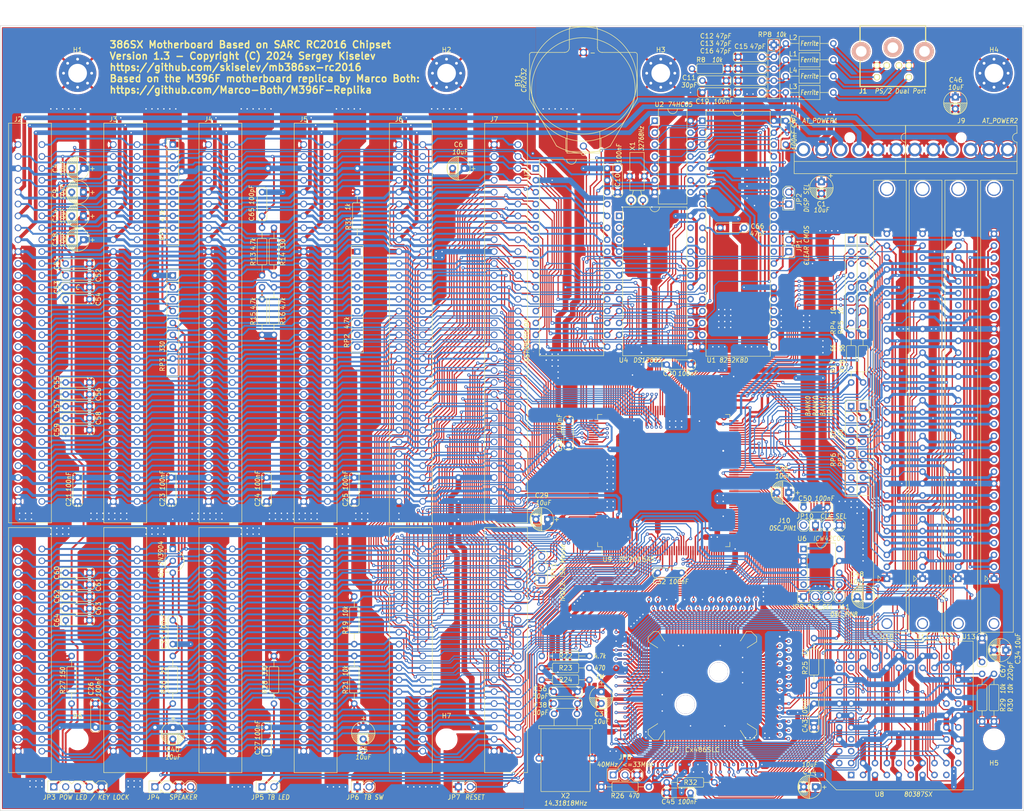
<source format=kicad_pcb>
(kicad_pcb (version 20211014) (generator pcbnew)
  (layers (0 "F.Cu" signal) (31 "B.Cu" signal) (34 "B.Paste" user) (35 "F.Paste" user) (36 "B.SilkS" user "B.Silkscreen") (37 "F.SilkS" user "F.Silkscreen") (38 "B.Mask" user) (39 "F.Mask" user) (44 "Edge.Cuts" user))
  (net 0 "")
  (net 1 "GND")
  (net 2 "VCC")
  (net 3 "Net-(JP1-Pad1)")
  (net 4 "-5V")
  (net 5 "KBC_CLK")
  (net 7 "Net-(U4-Pad3)")
  (net 8 "-12V")
  (net 10 "+12V")
  (net 11 "Net-(C33-Pad1)")
  (net 12 "Net-(C36-Pad1)")
  (net 13 "Net-(C38-Pad1)")
  (net 14 "RESET")
  (net 15 "IRQ9")
  (net 16 "~{IOW}")
  (net 17 "~{IOR}")
  (net 18 "IRQ7")
  (net 19 "IRQ6")
  (net 20 "IRQ5")
  (net 21 "IRQ4")
  (net 22 "IRQ3")
  (net 23 "IRQ10")
  (net 24 "IRQ11")
  (net 25 "IRQ12")
  (net 26 "IRQ15")
  (net 27 "IRQ14")
  (net 28 "FPU_RESET")
  (net 30 "/Memory, BIOS, Keyboard, RTC/KBCI")
  (net 31 "/Memory, BIOS, Keyboard, RTC/MSDI")
  (net 32 "/Memory, BIOS, Keyboard, RTC/KBDI")
  (net 33 "/Memory, BIOS, Keyboard, RTC/MSCI")
  (net 34 "DRQ2")
  (net 35 "~{0WS}")
  (net 36 "~{SMEMW}")
  (net 37 "~{SMEMR}")
  (net 38 "~{DACK3}")
  (net 39 "DRQ3")
  (net 40 "~{DACK1}")
  (net 41 "DRQ1")
  (net 42 "~{REFRESH}")
  (net 43 "BCLK")
  (net 44 "~{DACK2}")
  (net 45 "TC")
  (net 46 "ALE")
  (net 47 "OSC")
  (net 48 "~{IO_CH_CHK}")
  (net 49 "SD7")
  (net 50 "SD6")
  (net 51 "SD5")
  (net 52 "SD4")
  (net 53 "SD3")
  (net 54 "SD2")
  (net 55 "SD1")
  (net 56 "SD0")
  (net 57 "IO_CH_RDY")
  (net 58 "AEN")
  (net 59 "SA19")
  (net 60 "SA18")
  (net 61 "SA17")
  (net 62 "SA16")
  (net 63 "SA15")
  (net 64 "SA14")
  (net 65 "SA13")
  (net 66 "SA12")
  (net 67 "SA11")
  (net 68 "SA10")
  (net 69 "SA9")
  (net 70 "SA8")
  (net 71 "SA7")
  (net 72 "SA6")
  (net 73 "SA5")
  (net 74 "SA4")
  (net 75 "SA3")
  (net 76 "SA2")
  (net 77 "SA1")
  (net 78 "SA0")
  (net 79 "~{MEMCS16}")
  (net 80 "~{IOCS16}")
  (net 81 "~{DACK0}")
  (net 82 "DRQ0")
  (net 83 "~{DACK5}")
  (net 84 "DRQ5")
  (net 85 "~{DACK6}")
  (net 86 "DRQ6")
  (net 87 "~{DACK7}")
  (net 88 "DRQ7")
  (net 89 "MASTER")
  (net 90 "~{SBHE}")
  (net 91 "LA23")
  (net 92 "LA22")
  (net 93 "LA21")
  (net 94 "LA20")
  (net 95 "LA19")
  (net 96 "LA18")
  (net 97 "LA17")
  (net 98 "~{MEMR}")
  (net 99 "~{MEMW}")
  (net 100 "SD8")
  (net 101 "SD9")
  (net 102 "SD10")
  (net 103 "SD11")
  (net 104 "SD12")
  (net 105 "SD13")
  (net 106 "SD14")
  (net 107 "SD15")
  (net 108 "POWER_GOOD")
  (net 110 "Net-(J11-Pad1)")
  (net 111 "Net-(BT1-Pad1)")
  (net 112 "/Memory, BIOS, Keyboard, RTC/DISP_SEL")
  (net 113 "Net-(JP3-Pad1)")
  (net 115 "/Memory, BIOS, Keyboard, RTC/KEY_LOCK")
  (net 116 "/Memory, BIOS, Keyboard, RTC/MS_DATA")
  (net 118 "Net-(JP4-Pad1)")
  (net 119 "/TURBO_LED")
  (net 120 "/TURBO_SW")
  (net 121 "Net-(JP7-Pad2)")
  (net 122 "/READY")
  (net 123 "/~{NA}")
  (net 124 "Net-(JP9-Pad2)")
  (net 125 "Net-(JP10-Pad2)")
  (net 126 "/Memory, BIOS, Keyboard, RTC/KB_DATA")
  (net 127 "/Memory, BIOS, Keyboard, RTC/KB_CLOCK")
  (net 128 "/Memory, BIOS, Keyboard, RTC/MS_CLOCK")
  (net 129 "/SPEAKER")
  (net 130 "Net-(U1-Pad2)")
  (net 131 "/Memory, BIOS, Keyboard, RTC/KBDO")
  (net 132 "/Memory, BIOS, Keyboard, RTC/KBCO")
  (net 133 "/Memory, BIOS, Keyboard, RTC/MSC0")
  (net 134 "~{MRAS23}")
  (net 135 "~{MRAS01}")
  (net 136 "Net-(R22-Pad2)")
  (net 137 "CLK2")
  (net 138 "~{READY}")
  (net 139 "Net-(JP5-Pad1)")
  (net 140 "Net-(R30-Pad2)")
  (net 142 "~{RTC_IRQ8}")
  (net 145 "MA10")
  (net 146 "MA8")
  (net 147 "MA6")
  (net 148 "MA4")
  (net 149 "MA9")
  (net 150 "MA7")
  (net 151 "MA5")
  (net 152 "MA3")
  (net 153 "MA2")
  (net 154 "MA1")
  (net 155 "MA0")
  (net 156 "~{MWE}")
  (net 157 "~{MCAS0}")
  (net 158 "~{MCAS1}")
  (net 159 "~{MCAS2}")
  (net 160 "~{MCAS3}")
  (net 161 "~{RESET}")
  (net 162 "~{KBC_CS}")
  (net 164 "~{KBC_RC}")
  (net 165 "~{KBC_GA20}")
  (net 166 "/Memory, BIOS, Keyboard, RTC/MSD0")
  (net 167 "IRQ12_JP")
  (net 168 "KBC_IRQ12")
  (net 173 "KBC_IRQ1")
  (net 174 "~{BIOS_RD}")
  (net 175 "/Memory, BIOS, Keyboard, RTC/~{RRAS23}")
  (net 176 "/Memory, BIOS, Keyboard, RTC/~{RRAS01}")
  (net 177 "RTC_AS")
  (net 178 "RTC_RW")
  (net 179 "RTC_DS")
  (net 183 "D0")
  (net 184 "HLDA")
  (net 185 "HOLD")
  (net 186 "~{ADS}")
  (net 187 "~{BLE}")
  (net 188 "A1")
  (net 189 "~{BHE}")
  (net 190 "M{slash}~{IO}")
  (net 191 "D{slash}~{C}")
  (net 192 "W{slash}~{R}")
  (net 193 "unconnected-(U7-Pad26)")
  (net 194 "unconnected-(U7-Pad28)")
  (net 195 "CPU_RESET")
  (net 196 "~{CPU_BUSY}")
  (net 197 "CPU_PEREQ")
  (net 198 "NMI")
  (net 199 "INTR")
  (net 200 "A2")
  (net 201 "A3")
  (net 202 "A4")
  (net 203 "A5")
  (net 204 "A6")
  (net 205 "A7")
  (net 206 "A8")
  (net 207 "A9")
  (net 208 "A10")
  (net 209 "A11")
  (net 210 "A12")
  (net 211 "A13")
  (net 212 "A14")
  (net 213 "A15")
  (net 214 "A16")
  (net 215 "A17")
  (net 216 "A18")
  (net 217 "A19")
  (net 218 "A20")
  (net 219 "A21")
  (net 220 "A22")
  (net 221 "A23")
  (net 222 "D15")
  (net 223 "D14")
  (net 224 "D13")
  (net 225 "D12")
  (net 226 "D11")
  (net 227 "D10")
  (net 228 "D9")
  (net 229 "D8")
  (net 230 "D7")
  (net 231 "D6")
  (net 232 "D5")
  (net 233 "D4")
  (net 234 "D3")
  (net 235 "D2")
  (net 236 "D1")
  (net 241 "~{FPU_ERROR}")
  (net 242 "~{FPU_BUSY}")
  (net 245 "FPU_PEREQ")
  (net 254 "MDP13")
  (net 255 "MDP02")
  (net 260 "Net-(R29-Pad2)")
  (net 261 "/Memory, BIOS, Keyboard, RTC/RA4")
  (net 262 "/Memory, BIOS, Keyboard, RTC/RA6")
  (net 263 "/Memory, BIOS, Keyboard, RTC/RA8")
  (net 264 "/Memory, BIOS, Keyboard, RTC/RA10")
  (net 265 "/Memory, BIOS, Keyboard, RTC/RA9")
  (net 266 "/Memory, BIOS, Keyboard, RTC/RA7")
  (net 267 "/Memory, BIOS, Keyboard, RTC/RA5")
  (net 268 "/Memory, BIOS, Keyboard, RTC/RA3")
  (net 269 "/Memory, BIOS, Keyboard, RTC/RA2")
  (net 270 "/Memory, BIOS, Keyboard, RTC/RA1")
  (net 271 "/Memory, BIOS, Keyboard, RTC/RA0")
  (net 272 "/Memory, BIOS, Keyboard, RTC/~{RWE}")
  (net 273 "/Memory, BIOS, Keyboard, RTC/~{RCAS0}")
  (net 274 "/Memory, BIOS, Keyboard, RTC/~{RCAS1}")
  (net 275 "/Memory, BIOS, Keyboard, RTC/~{RCAS2}")
  (net 276 "/Memory, BIOS, Keyboard, RTC/~{RCAS3}")
  (net 277 "Net-(U4-Pad2)")
  (net 278 "unconnected-(U7-Pad29)")
  (net 279 "unconnected-(U7-Pad30)")
  (net 280 "unconnected-(U7-Pad43)")
  (net 281 "unconnected-(U7-Pad44)")
  (net 282 "unconnected-(U7-Pad45)")
  (net 283 "unconnected-(U7-Pad46)")
  (footprint "My_Components:Cap_Cer_508" (layer "F.Cu") (at 224.79 146.05 90)
    (fp_text reference "C67")
    (fp_text value "220pF")
  )
  (footprint "My_Components:Cap_Cer_508" (layer "F.Cu") (at 175.26 26.9875 180)
    (fp_text reference "C16")
    (fp_text value "47pF")
  )
  (footprint "My_Components:Crystal_HC-49U_Horiz" (layer "F.Cu") (at 135.89 159.6598)
    (fp_text reference "X2")
    (fp_text value "14.31818MHz")
  )
  (footprint "My_Components:Conn_Pin_Header_3x1_2.54mm" (layer "F.Cu") (at 189.23 134.62)
    (fp_text reference "JP9")
    (fp_text value "CLK_SEL")
  )
  (footprint "My_Components:Res_Axial_L6.3mm_D2.5mm_P10.16mm_Horizontal" (layer "F.Cu") (at 227.33 156.21 90)
    (fp_text reference "R30")
    (fp_text value "10k")
  )
  (footprint "My_Components:PQFP-100_19x19mm_P0.635mm_i386sx" (layer "F.Cu") (at 165.1 153.67 90)
    (fp_text reference "U7")
    (fp_text value "Cx486SLC")
  )
  (footprint "My_Components:Conn_SIMM30" (layer "F.Cu") (at 219.71 93.98 90)
    (fp_text reference "U12")
    (fp_text value "BANK1")
  )
  (footprint "My_Components:Cap_Elec_Radial_5mm_2.5mm" (layer "F.Cu") (at 130.81 118.11 180)
    (fp_text reference "C29")
    (fp_text value "10uF")
  )
  (footprint "My_Components:Cap_Cer_508" (layer "F.Cu") (at 72.0725 165.1 -90)
    (fp_text reference "C27")
    (fp_text value "100nF")
  )
  (footprint "My_Components:Conn_Power_AT_6pin" (layer "F.Cu") (at 196.5706 39.1668 180)
    (fp_text reference "J8")
    (fp_text value "AT_POWER1")
  )
  (footprint "My_Components:Res_Axial_L6.3mm_D2.5mm_P10.16mm_Horizontal" (layer "F.Cu") (at 71.12 73.66 90)
    (fp_text reference "R15")
    (fp_text value "4.7k")
  )
  (footprint "My_Components:IC_DIP32_600" (layer "F.Cu") (at 137.16 62.23 -90)
    (fp_text reference "U3")
    (fp_text value "SST39SF010A")
  )
  (footprint "My_Components:Cap_Cer_508" (layer "F.Cu") (at 90.805 111.76 -90)
    (fp_text reference "C25")
    (fp_text value "100nF")
  )
  (footprint "My_Components:Cap_Cer_508" (layer "F.Cu") (at 71.12 50.8 90)
    (fp_text reference "C65")
    (fp_text value "100pF")
  )
  (footprint "My_Components:Cap_Elec_Radial_5mm_2.5mm" (layer "F.Cu") (at 31.75 43.18 180)
    (fp_text reference "C4")
    (fp_text value "10uF")
  )
  (footprint "My_Components:Cap_Cer_508" (layer "F.Cu") (at 31.75 137.16)
    (fp_text reference "C63")
    (fp_text value "C" hide)
  )
  (footprint "My_Components:Cap_Elec_Radial_5mm_2.5mm" (layer "F.Cu") (at 219.075 29.21 -90)
    (fp_text reference "C46")
    (fp_text value "10uF")
  )
  (footprint "My_Components:Res_Axial_L6.3mm_D2.5mm_P10.16mm_Horizontal" (layer "F.Cu") (at 90.805 139.7 -90)
    (fp_text reference "R19")
    (fp_text value "10k")
  )
  (footprint "My_Components:Cap_Cer_508" (layer "F.Cu") (at 167.64 26.9875)
    (fp_text reference "C19")
    (fp_text value "100nF")
  )
  (footprint "My_Components:Conn_SIL5" (layer "F.Cu") (at 180.34 21.9075 -90)
    (fp_text reference "RP8")
    (fp_text value "10k")
  )
  (footprint "My_Components:Conn_Pin_Header_3x1_2.54mm" (layer "F.Cu") (at 148.59 172.72)
    (fp_text reference "JP8")
    (fp_text value "40MHz/<=33MHz")
  )
  (footprint "My_Components:Cap_Cer_508" (layer "F.Cu") (at 31.75 63.5)
    (fp_text reference "C51")
    (fp_text value "C" hide)
  )
  (footprint "My_Components:Conn_Edge_ISA16" (layer "F.Cu") (at 123.19 102.87 90)
    (fp_text reference "J7")
    (fp_text value "BUSAT_HOST" hide)
  )
  (footprint "My_Components:Cap_Cer_508" (layer "F.Cu") (at 160.02 85.09)
    (fp_text reference "C20")
    (fp_text value "100nF")
  )
  (footprint "My_Components:Conn_SIMM30" (layer "F.Cu") (at 212.09 93.98 90)
    (fp_text reference "U11")
    (fp_text value "BANK0")
  )
  (footprint "My_Components:Cap_Cer_508" (layer "F.Cu") (at 175.26 19.3675 180)
    (fp_text reference "C15")
    (fp_text value "47pF")
  )
  (footprint "My_Components:Conn_SIL8" (layer "F.Cu") (at 196.85 102.87 -90)
    (fp_text reference "RP6")
    (fp_text value "10")
  )
  (footprint "My_Components:Cap_Cer_508" (layer "F.Cu") (at 31.75 88.9)
    (fp_text reference "C55")
    (fp_text value "C" hide)
  )
  (footprint "My_Components:Conn_SIMM30" (layer "F.Cu") (at 227.33 93.98 90)
    (fp_text reference "U13")
    (fp_text value "BANK1")
  )
  (footprint "My_Components:Conn_SIL9" (layer "F.Cu") (at 52.07 76.2 -90)
    (fp_text reference "RP3")
    (fp_text value "330")
  )
  (footprint "My_Components:Conn_Mini_DIN_6pin" (layer "F.Cu") (at 205.74 12.7)
    (fp_text reference "J1")
    (fp_text value "PS/2 Dual Port")
  )
  (footprint "My_Components:Res_Axial_L6.3mm_D2.5mm_P10.16mm_Horizontal" (layer "F.Cu") (at 73.66 152.4 90)
    (fp_text reference "R28")
    (fp_text value "330")
  )
  (footprint "My_Components:Conn_Edge_ISA16" (layer "F.Cu") (at 41.91 102.87 90)
    (fp_text reference "J3")
    (fp_text value "BUSAT_HOST" hide)
  )
  (footprint "My_Components:IC_DIP24_600" (layer "F.Cu") (at 154.94 67.31 -90)
    (fp_text reference "U4")
    (fp_text value "DS12885")
  )
  (footprint "My_Components:Conn_SIL8" (layer "F.Cu") (at 199.39 102.87 -90)
    (fp_text reference "RP7")
    (fp_text value "100")
  )
  (footprint "My_Components:Cap_Elec_Radial_5mm_2.5mm" (layer "F.Cu") (at 143.51 156.21 -90)
    (fp_text reference "C37")
    (fp_text value "10uF")
  )
  (footprint "My_Components:Conn_SIL8" (layer "F.Cu") (at 199.3901 67.31 -90)
    (fp_text reference "RP5")
    (fp_text value "10")
  )
  (footprint "My_Components:Res_Axial_L6.3mm_D2.5mm_P10.16mm_Horizontal" (layer "F.Cu") (at 91.44 53.34 -90)
    (fp_text reference "R31")
    (fp_text value "1k")
  )
  (footprint "My_Components:Res_Axial_L6.3mm_D2.5mm_P10.16mm_Horizontal" (layer "F.Cu") (at 135.89 152.4)
    (fp_text reference "R24")
    (fp_text value "1M")
  )
  (footprint "My_Components:Conn_Edge_ISA16" (layer "F.Cu") (at 62.23 102.87 90)
    (fp_text reference "J4")
    (fp_text value "BUSAT_HOST" hide)
  )
  (footprint "My_Components:Cap_Cer_508" (layer "F.Cu") (at 35.56 160.02 90)
    (fp_text reference "C26")
    (fp_text value "100nF")
  )
  (footprint "My_Components:Cap_Elec_Radial_5mm_2.5mm" (layer "F.Cu") (at 52.07 163.83 -90)
    (fp_text reference "C40")
    (fp_text value "10uF")
  )
  (footprint "My_Components:Cap_Elec_Radial_5mm_2.5mm" (layer "F.Cu") (at 199.39 134.62 180)
    (fp_text reference "C48")
    (fp_text value "10uF")
  )
  (footprint "My_Components:Conn_Pin_Header_2x1_2.54mm" (layer "F.Cu") (at 183.515 49.53 90)
    (fp_text reference "JP2")
    (fp_text value "DISP SEL")
  )
  (footprint "My_Components:Cap_Cer_508" (layer "F.Cu") (at 147.0025 45.72 -90)
    (fp_text reference "C10")
    (fp_text value "100nF")
  )
  (footprint "My_Components:Cap_Cer_508" (layer "F.Cu") (at 135.89 157.48 180)
    (fp_text reference "C38")
    (fp_text value "30pF")
  )
  (footprint "MountingHole:MountingHole_4mm_Pad_Via" (layer "F.Cu") (at 227.33 22.86)
    (fp_text reference "H4")
    (fp_text value "HOLE")
  )
  (footprint "My_Components:L_Ferrite_1016" (layer "F.Cu") (at 187.96 16.51)
    (fp_text reference "L2")
    (fp_text value "Ferrite")
  )
  (footprint "My_Components:Cap_Elec_Radial_5mm_2.5mm" (layer "F.Cu") (at 182.245 112.395 180)
    (fp_text reference "C28")
    (fp_text value "10uF")
  )
  (footprint "My_Components:Conn_Pin_Header_5x1_2.54mm" (layer "F.Cu") (at 31.7501 175.26)
    (fp_text reference "JP3")
    (fp_text value "POW LED / KEY LOCK")
  )
  (footprint "My_Components:L_Ferrite_1016" (layer "F.Cu") (at 187.96 26.9875)
    (fp_text reference "L3")
    (fp_text value "Ferrite")
  )
  (footprint "MountingHole:MountingHole_4mm" (layer "F.Cu") (at 110.49 165.1)
    (fp_text reference "H7")
    (fp_text value "HOLE")
  )
  (footprint "My_Components:Conn_Pin_Header_2x1_2.54mm" (layer "F.Cu") (at 92.71 175.26)
    (fp_text reference "JP6")
    (fp_text value "TB SW")
  )
  (footprint "My_Components:IC_DIP8_300" (layer "F.Cu") (at 190.5 128.27 -90)
    (fp_text reference "U6")
    (fp_text value "ICW42C07")
  )
  (footprint "My_Components:Cap_Cer_508" (layer "F.Cu") (at 136.525 99.695 -90)
    (fp_text reference "C22")
    (fp_text value "100nF")
  )
  (footprint "My_Components:Cap_Elec_Radial_5mm_2.5mm" (layer "F.Cu") (at 31.75 58.42 180)
    (fp_text reference "C18")
    (fp_text value "10uF")
  )
  (footprint "My_Components:Res_Axial_L6.3mm_D2.5mm_P10.16mm_Horizontal" (layer "F.Cu") (at 73.66 60.96 -90)
    (fp_text reference "R14")
    (fp_text value "4.7k")
  )
  (footprint "My_Components:Res_Axial_L6.3mm_D2.5mm_P10.16mm_Horizontal" (layer "F.Cu") (at 199.39 83.82 90)
    (fp_text reference "R18")
    (fp_text value "56")
  )
  (footprint "MountingHole:MountingHole_4mm_Pad_Via" (layer "F.Cu") (at 110.49 22.86)
    (fp_text reference "H2")
    (fp_text value "HOLE")
  )
  (footprint "My_Components:Res_Axial_L6.3mm_D2.5mm_P10.16mm_Horizontal" (layer "F.Cu") (at 148.59 175.26)
    (fp_text reference "R26")
    (fp_text value "470")
  )
  (footprint "My_Components:L_Ferrite_1016" (layer "F.Cu") (at 187.96 23.495)
    (fp_text reference "L4")
    (fp_text value "Ferrite")
  )
  (footprint "My_Components:Res_Axial_L6.3mm_D2.5mm_P10.16mm_Horizontal" (layer "F.Cu") (at 224.79 156.21 90)
    (fp_text reference "R29")
    (fp_text value "10k")
  )
  (footprint "My_Components:Conn_Pin_Header_2x1_2.54mm" (layer "F.Cu") (at 114.3 175.26)
    (fp_text reference "JP7")
    (fp_text value "RESET")
  )
  (footprint "My_Components:Conn_SIMM30" (layer "F.Cu") (at 204.47 93.98 90)
    (fp_text reference "U10")
    (fp_text value "BANK0")
  )
  (footprint "My_Components:Transistor_TO92_EBC_254" (layer "F.Cu") (at 52.0701 127 -90)
    (fp_text reference "Q3")
    (fp_text value "2N3904")
  )
  (footprint "My_Components:Cap_Cer_508" (layer "F.Cu") (at 189.23 115.57)
    (fp_text reference "C50")
    (fp_text value "100nF")
  )
  (footprint "My_Components:Cap_Elec_Radial_5mm_2.5mm" (layer "F.Cu") (at 228.6 146.05 180)
    (fp_text reference "C34")
    (fp_text value "10uF")
  )
  (footprint "My_Components:Cap_Cer_508" (layer "F.Cu") (at 188.9125 160.02 -90)
    (fp_text reference "C43")
    (fp_text value "100nF")
  )
  (footprint "My_Components:Conn_Pin_Header_2x1_2.54mm" (layer "F.Cu") (at 183.515 59.69 90)
    (fp_text reference "JP1")
    (fp_text value "CLEAR CMOS")
  )
  (footprint "My_Components:Cap_Elec_Radial_5mm_2.5mm" (layer "F.Cu") (at 113.03 43.18 180)
    (fp_text reference "C6")
    (fp_text value "10uF")
  )
  (footprint "My_Components:Cap_Cer_508" (layer "F.Cu") (at 31.75 71.12)
    (fp_text reference "C54")
    (fp_text value "C" hide)
  )
  (footprint "My_Components:Cap_Cer_508" (layer "F.Cu") (at 31.75 132.08)
    (fp_text reference "C61")
    (fp_text value "C" hide)
  )
  (footprint "My_Components:Conn_SIL9" (layer "F.Cu") (at 91.44 71.12 -90)
    (fp_text reference "RP2")
    (fp_text value "4.7k")
  )
  (footprint "My_Components:Cap_Cer_508" (layer "F.Cu") (at 31.75 93.98)
    (fp_text reference "C57")
    (fp_text value "C" hide)
  )
  (footprint "My_Components:Cap_Cer_508" (layer "F.Cu") (at 72.0725 111.76 -90)
    (fp_text reference "C24")
    (fp_text value "100nF")
  )
  (footprint "My_Components:Cap_Cer_508" (layer "F.Cu") (at 158.115 129.54 180)
    (fp_text reference "C32")
    (fp_text value "100nF")
  )
  (footprint "My_Components:Cap_Elec_Radial_5mm_2.5mm" (layer "F.Cu") (at 190.5 47.3075 -90)
    (fp_text reference "C1")
    (fp_text value "10uF")
  )
  (footprint "My_Components:Res_Axial_L6.3mm_D2.5mm_P10.16mm_Horizontal" (layer "F.Cu") (at 73.66 73.66 90)
    (fp_text reference "R16")
    (fp_text value "4.7k")
  )
  (footprint "My_Components:Res_Axial_L6.3mm_D2.5mm_P10.16mm_Horizontal" (layer "F.Cu") (at 135.89 149.86)
    (fp_text reference "R23")
    (fp_text value "470")
  )
  (footprint "My_Components:Conn_Edge_ISA16" (layer "F.Cu") (at 82.55 102.87 90)
    (fp_text reference "J5")
    (fp_text value "BUSAT_HOST" hide)
  )
  (footprint "My_Components:Cap_Cer_508" (layer "F.Cu") (at 31.75 99.06)
    (fp_text reference "C59")
    (fp_text value "C" hide)
  )
  (footprint "MountingHole:MountingHole_4mm_Pad_Via" (layer "F.Cu") (at 156.21 22.86)
    (fp_text reference "H3")
    (fp_text value "HOLE")
  )
  (footprint "My_Components:Conn_Edge_ISA16" (layer "F.Cu") (at 21.59 102.87 90)
    (fp_text reference "J2")
    (fp_text value "BUSAT_HOST" hide)
  )
  (footprint "My_Components:Conn_SIL9" (layer "F.Cu") (at 52.07 48.26 -90)
    (fp_text reference "RP1")
    (fp_text value "4.7k")
  )
  (footprint "My_Components:Cap_Cer_508" (layer "F.Cu") (at 31.75 96.52)
    (fp_text reference "C58")
    (fp_text value "C" hide)
  )
  (footprint "My_Components:Conn_Pin_Header_3x1_2.54mm" (layer "F.Cu") (at 191.77 119.38)
    (fp_text reference "JP10")
    (fp_text value "CLK_SEL")
  )
  (footprint "My_Components:Cap_Cer_508" (layer "F.Cu") (at 31.75 139.7)
    (fp_text reference "C64")
    (fp_text value "C" hide)
  )
  (footprint "My_Components:Cap_Cer_508" (layer "F.Cu") (at 31.75 111.76 -90)
    (fp_text reference "C21")
    (fp_text value "100nF")
  )
  (footprint "My_Components:Conn_SIL8" (layer "F.Cu") (at 196.85 67.31 -90)
    (fp_text reference "RP4")
    (fp_text value "10")
  )
  (footprint "My_Components:Conn_Power_AT_6pin" (layer "F.Cu") (at 220.345 39.1668 180)
    (fp_text reference "J9")
    (fp_text value "AT_POWER2")
  )
  (footprint "My_Components:Cap_Cer_508" (layer "F.Cu") (at 52.07 142.24 -90)
    (fp_text reference "C33")
    (fp_text value "100nF")
  )
  (footprint "My_Components:Cap_Elec_Radial_5mm_2.5mm" (layer "F.Cu") (at 92.71 163.81 -90)
    (fp_text reference "C5")
    (fp_text value "10uF")
  )
  (footprint "My_Components:Res_Axial_L6.3mm_D2.5mm_P10.16mm_Horizontal" (layer "F.Cu") (at 196.85 83.82 90)
    (fp_text reference "R17")
    (fp_text value "56")
  )
  (footprint "My_Components:Cap_Cer_508" (layer "F.Cu") (at 31.75 66.04)
    (fp_text reference "C52")
    (fp_text value "C" hide)
  )
  (footprint "My_Components:Conn_Pin_Header_4x1_2.54mm" (layer "F.Cu") (at 52.07 175.26)
    (fp_text reference "JP4")
    (fp_text value "SPEAKER")
  )
  (footprint "My_Components:Cap_Elec_Radial_5mm_2.5mm" (layer "F.Cu") (at 187.96 175.26 180)
    (fp_text reference "C44")
    (fp_text value "10uF")
  )
  (footprint "My_Components:Cap_Cer_508" (layer "F.Cu") (at 135.89 154.94)
    (fp_text reference "C36")
    (fp_text value "30pF")
  )
  (footprint "My_Components:Cap_Cer_508" (layer "F.Cu") (at 160.02 176.53 180)
    (fp_text reference "C45")
    (fp_text value "100nF")
  )
  (footprint "My_Components:Res_Axial_L6.3mm_D2.5mm_P10.16mm_Horizontal" (layer "F.Cu") (at 188.9125 148.59 -90)
    (fp_text reference "R25")
    (fp_text value "22")
  )
  (footprint "My_Components:Cap_Cer_508" (layer "F.Cu") (at 175.26 21.9075 180)
    (fp_text reference "C12")
    (fp_text value "47pF")
  )
  (footprint "My_Components:Res_Axial_L6.3mm_D2.5mm_P10.16mm_Horizontal" (layer "F.Cu") (at 71.12 60.96 90)
    (fp_text reference "R13")
    (fp_text value "330")
  )
  (footprint "My_Components:Crystal_32K_Horiz" (layer "F.Cu") (at 151.1375 49.936185 180)
    (fp_text reference "X1")
    (fp_text value "32768Hz")
  )
  (footprint "My_Components:Res_Axial_L6.3mm_D2.5mm_P10.16mm_Horizontal" (layer "F.Cu") (at 135.89 147.32 180)
    (fp_text reference "R22")
    (fp_text value "4.7k")
  )
  (footprint "My_Components:Res_Axial_L6.3mm_D2.5mm_P10.16mm_Horizontal" (layer "F.Cu") (at 162.56 174.3075)
    (fp_text reference "R32")
    (fp_text value "DNP" hide)
  )
  (footprint "My_Components:Cap_Elec_Radial_5mm_2.5mm" (layer "F.Cu") (at 31.75 48.26 180)
    (fp_text reference "C9")
    (fp_text value "10uF")
  )
  (footprint "My_Components:Cap_Elec_Radial_5mm_2.5mm" (layer "F.Cu") (at 31.75 53.34 180)
    (fp_text reference "C14")
    (fp_text value "10uF")
  )
  (footprint "MountingHole:MountingHole_4mm_Pad_Via" (layer "F.Cu") (at 31.75 22.86)
    (fp_text reference "H1")
    (fp_text value "HOLE")
  )
  (footprint "My_Components:Cap_Cer_508" (layer "F.Cu") (at 31.75 91.44)
    (fp_text reference "C56")
    (fp_text value "C" hide)
  )
  (footprint "My_Components:Cap_Cer_508" (layer "F.Cu") (at 31.75 129.54)
    (fp_text reference "C60")
    (fp_text value "C" hide)
  )
  (footprint "My_Components:Battery_Holder_CR2032_Universal" (layer "F.Cu") (at 139.7 24.42027 90)
    (fp_text reference "BT1")
    (fp_text value "CR2032")
  )
  (footprint "MountingHole:MountingHole_4mm" (layer "F.Cu") (at 31.75 165.1)
    (fp_text reference "H6")
    (fp_text value "HOLE")
  )
  (footprint "My_Components:Conn_Pin_Header_2x1_2.54mm" (layer "F.Cu") (at 72.39 175.26)
    (fp_text reference "JP5")
    (fp_text value "TB LED")
  )
  (footprint "My_Components:IC_PLCC68_INTEL_TH" (layer "F.Cu") (at 207.01 160.02 90)
    (fp_text reference "U8")
    (fp_text value "80387SX")
  )
  (footprint "MountingHole:MountingHole_4mm" (layer "F.Cu") (at 227.33 165.1)
    (fp_text reference "H5")
    (fp_text value "HOLE")
  )
  (footprint "My_Components:Conn_Edge_ISA16" (layer "F.Cu") (at 102.87 102.87 90)
    (fp_text reference "J6")
    (fp_text value "BUSAT_HOST" hide)
  )
  (footprint "My_Components:Res_762" (layer "F.Cu") (at 166.6875 21.9075)
    (fp_text reference "R8")
    (fp_text value "10k")
  )
  (footprint "My_Components:Res_Axial_L6.3mm_D2.5mm_P10.16mm_Horizontal" (layer "F.Cu") (at 52.07 152.4 90)
    (fp_text reference "R20")
    (fp_text value "22")
  )
  (footprint "My_Components:PQFP-208_28x28mm_P0.5mm_Handsoldering" (layer "F.Cu") (at 156.845 109.855 90)
    (fp_text reference "U9")
    (fp_text value "RC2016A5")
  )
  (footprint "My_Components:IC_DIP40_600" (layer "F.Cu") (at 172.72 57.15 -90)
    (fp_text reference "U1")
    (fp_text value "8242KBD")
  )
  (footprint "My_Components:L_Ferrite_1016" (layer "F.Cu") (at 187.96 20.0025)
    (fp_text reference "L1")
    (fp_text value "Ferrite")
  )
  (footprint "My_Components:Cap_Cer_508" (layer "F.Cu") (at 31.75 68.58)
    (fp_text reference "C53")
    (fp_text value "C")
  )
  (footprint "My_Components:Res_Axial_L6.3mm_D2.5mm_P10.16mm_Horizontal" (layer "F.Cu") (at 30.48 152.4 -90)
    (fp_text reference "R27")
    (fp_text value "150")
  )
  (footprint "My_Components:Conn_Pin_Header_3x1_2.54mm" (layer "F.Cu") (at 130.81 128.5875 90)
    (fp_text reference "JP11")
    (fp_text value "IRQ12: ISA/Mouse")
  )
  (footprint "My_Components:Cap_Cer_508" (layer "F.Cu") (at 175.26 24.4475 180)
    (fp_text reference "C13")
    (fp_text value "47pF")
  )
  (footprint "My_Components:Cap_Cer_508" (layer "F.Cu") (at 171.45 55.88 180)
    (fp_text reference "C66")
    (fp_text value "47pF")
  )
  (footprint "My_Components:Cap_Cer_508" (layer "F.Cu") (at 167.64 24.4475)
    (fp_text reference "C11")
    (fp_text value "30pF")
  )
  (footprint "My_Components:Res_Axial_L6.3mm_D2.5mm_P10.16mm_Horizontal" (layer "F.Cu") (at 90.805 152.4 90)
    (fp_text reference "R21")
    (fp_text value "10k")
  )
  (footprint "My_Components:Cap_Cer_508" (layer "F.Cu") (at 51.7525 111.76 -90)
    (fp_text reference "C23")
    (fp_text value "100nF")
  )
  (footprint "My_Components:Cap_Cer_508" (layer "F.Cu") (at 31.75 134.62)
    (fp_text reference "C62")
    (fp_text value "C" hide)
  )
  (footprint "My_Components:IC_DIP14_300" (layer "F.Cu") (at 158.75 40.64 -90)
    (fp_text reference "U2")
    (fp_text value "74HC05")
  )
  (footprint "My_Components:Conn_Pin_Header_1x1_2.54mm_NoKey" (layer "F.Cu") (at 186.69 119.38)
    (fp_text reference "J10")
    (fp_text value "OSC_PIN1")
  )
  (footprint "My_Components:Conn_Pin_Header_1x1_2.54mm_NoKey" (layer "F.Cu") (at 194.31 134.62)
    (fp_text reference "J11")
    (fp_text value "OSC_PIN8")
  )
  (footprint "My_Components:Cap_Cer_508" (layer "F.Cu") (at 182.88 35.56 -90)
    (fp_text reference "C47")
    (fp_text value "100nF")
  )
  (gr_circle (center 92.6307 167.6803) (end 92.9807 167.6803) (layer "F.Cu") (width 0) (fill solid))
  (gr_line (start 15.24 180.34) (end 15.24 12.7) (layer "Edge.Cuts") (width 0.1))
  (gr_line (start 233.68 180.34) (end 15.24 180.34) (layer "Edge.Cuts") (width 0.1))
  (gr_line (start 15.24 12.7) (end 233.68 12.7) (layer "Edge.Cuts") (width 0.1))
  (gr_line (start 233.68 12.7) (end 233.68 180.34) (layer "Edge.Cuts") (width 0.1))
  (gr_text "386SX Motherboard Based on SARC RC2016 Chipset\nVersion 1.3 - Copyright (C) 2024 Sergey Kiselev\nhttps://github.com/skiselev/mb386sx-rc2016\nBased on the M396F motherboard replica by Marco Both:\nhttps://github.com/Marco-Both/M396F-Replika" (at 38.4175 21.59) (layer "F.SilkS") (effects (font (size 1.5 1.5) (thickness 0.3)) (justify left)))
  (segment (start 181.2925 164.1475) (end 177.8 160.655) (width 0.4) (layer "F.Cu") (net 0))
  (segment (start 171.7675 170.18) (end 171.7675 170.4975) (width 0.4) (layer "F.Cu") (net 0))
  (segment (start 169.545 164.7825) (end 169.545 167.9575) (width 0.4) (layer "F.Cu") (net 0))
  (segment (start 181.2925 145.0975) (end 181.61 145.0975) (width 0.4) (layer "F.Cu") (net 0))
  (segment (start 178.435 147.955) (end 181.2925 145.0975) (width 0.4) (layer "F.Cu") (net 0))
  (segment (start 169.545 167.9575) (end 171.7675 170.18) (width 0.4) (layer "F.Cu") (net 0))
  (segment (start 176.2125 147.955) (end 178.435 147.955) (width 0.4) (layer "F.Cu") (net 0))
  (segment (start 181.61 164.1475) (end 181.2925 164.1475) (width 0.4) (layer "F.Cu") (net 0))
  (segment (start 177.8 160.655) (end 176.2125 160.655) (width 0.4) (layer "F.Cu") (net 0))
  (via (at 181.61 145.0975) (size 0.8) (drill 0.4) (layers "F.Cu" "B.Cu") (net 0))
  (via (at 171.7675 170.4975) (size 0.7) (drill 0.3) (layers "F.Cu" "B.Cu") (net 0))
  (via (at 161.4901 157.6695) (size 4.00051) (drill 4.0005) (layers "F.Cu" "B.Cu") (net 0))
  (via (at 168.5513 150.6591) (size 4.00051) (drill 4.0005) (layers "F.Cu" "B.Cu") (net 0))
  (via (at 181.61 164.1475) (size 0.7) (drill 0.3) (layers "F.Cu" "B.Cu") (net 0))
  (segment (start 165.735 160.9725) (end 170.815 160.9725) (width 0.4) (layer "F.Cu") (net 1))
  (segment (start 229.5525 148.2525) (end 227.35 146.05) (width 0.4) (layer "F.Cu") (net 1))
  (segment (start 141.605 163.5125) (end 146.05 163.5125) (width 1.2) (layer "F.Cu") (net 1))
  (segment (start 158.115 147.32) (end 158.115 146.685) (width 0.4) (layer "F.Cu") (net 1))
  (segment (start 128.905 38.735) (end 128.905 40.005) (width 0.4) (layer "F.Cu") (net 1))
  (segment (start 218.44 163.83) (end 217.17 162.56) (width 0.6) (layer "F.Cu") (net 1))
  (segment (start 182.88 38.1) (end 183.515 38.735) (width 1.2) (layer "F.Cu") (net 1))
  (segment (start 80.3275 118.11) (end 80.3275 116.84) (width 0.3) (layer "F.Cu") (net 1))
  (segment (start 170.18 129.54) (end 172.085 127.635) (width 1.2) (layer "F.Cu") (net 1))
  (segment (start 149.225 115.57) (end 154.305 115.57) (width 0.3) (layer "F.Cu") (net 1))
  (segment (start 91.1225 118.11) (end 92.3925 118.11) (width 0.3) (layer "F.Cu") (net 1))
  (segment (start 207.9625 60.96) (end 207.9625 68.58) (width 0.6) (layer "F.Cu") (net 1))
  (segment (start 148.9075 144.145) (end 146.685 144.145) (width 0.4) (layer "F.Cu") (net 1))
  (segment (start 196.85 162.56) (end 196.85 160.02) (width 1.2) (layer "F.Cu") (net 1))
  (segment (start 19.3675 118.11) (end 20.6375 118.11) (width 0.25) (layer "F.Cu") (net 1))
  (segment (start 172.085 146.05) (end 165.1 146.05) (width 0.4) (layer "F.Cu") (net 1))
  (segment (start 113.03 123.19) (end 114.3 124.46) (width 1.2) (layer "F.Cu") (net 1))
  (segment (start 160.02 161.925) (end 160.02 162.56) (width 0.4) (layer "F.Cu") (net 1))
  (segment (start 186.69 135.89) (end 186.69 134.62) (width 0.25) (layer "F.Cu") (net 1))
  (segment (start 152.4 173.99) (end 152.4 177.8) (width 0.4) (layer "F.Cu") (net 1))
  (segment (start 168.1925 116.605) (end 167.405 116.605) (width 0.3) (layer "F.Cu") (net 1))
  (segment (start 163.595 91.04) (end 163.595 94.8925) (width 0.3) (layer "F.Cu") (net 1))
  (segment (start 35.56 90.17) (end 34.29 88.9) (width 0.4) (layer "F.Cu") (net 1))
  (segment (start 180.34 155.575) (end 176.2125 155.575) (width 0.4) (layer "F.Cu") (net 1))
  (segment (start 165.735 160.9725) (end 165.735 164.7825) (width 0.4) (layer "F.Cu") (net 1))
  (segment (start 165.1 172.085) (end 165.1 164.7825) (width 0.4) (layer "F.Cu") (net 1))
  (segment (start 187.325 52.07) (end 183.515 48.26) (width 0.4) (layer "F.Cu") (net 1))
  (segment (start 178.1175 134.62) (end 178.1175 133.6675) (width 0.25) (layer "F.Cu") (net 1))
  (segment (start 80.3275 118.11) (end 81.5975 118.11) (width 0.3) (layer "F.Cu") (net 1))
  (segment (start 214.63 64.77) (end 214.63 60.96) (width 0.6) (layer "F.Cu") (net 1))
  (segment (start 188.595 127) (end 186.69 127) (width 1.2) (layer "F.Cu") (net 1))
  (segment (start 75.565 48.26) (end 75.565 42.545) (width 0.4) (layer "F.Cu") (net 1))
  (segment (start 176.2125 146.05) (end 177.4825 146.05) (width 0.4) (layer "F.Cu") (net 1))
  (segment (start 141.8825 117.105) (end 135.9425 117.105) (width 0.3) (layer "F.Cu") (net 1))
  (segment (start 163.83 164.7825) (end 163.83 169.545) (width 0.4) (layer "F.Cu") (net 1))
  (segment (start 200.3425 35.8775) (end 200.3425 36.9951) (width 0.4) (layer "F.Cu") (net 1))
  (segment (start 164.465 164.7825) (end 164.465 169.8625) (width 0.4) (layer "F.Cu") (net 1))
  (segment (start 141.8825 109.605) (end 148.975 109.605) (width 0.25) (layer "F.Cu") (net 1))
  (segment (start 194.150891 160.02) (end 194.31 160.02) (width 0.25) (layer "F.Cu") (net 1))
  (segment (start 59.69 114.3) (end 61.2775 115.8875) (width 0.3) (layer "F.Cu") (net 1))
  (segment (start 72.7075 118.11) (end 72.7075 116.84) (width 0.3) (layer "F.Cu") (net 1))
  (segment (start 134.3025 82.8675) (end 134.3025 78.74) (width 0.4) (layer "F.Cu") (net 1))
  (segment (start 189.23 126.365) (end 188.595 127) (width 1.2) (layer "F.Cu") (net 1))
  (segment (start 152.7175 80.645) (end 152.7175 66.675) (width 1.2) (layer "F.Cu") (net 1))
  (segment (start 114.3 124.46) (end 114.3 150.495) (width 1.2) (layer "F.Cu") (net 1))
  (segment (start 33 48.26) (end 33 53.32) (width 1.2) (layer "F.Cu") (net 1))
  (segment (start 152.4 146.685) (end 153.9875 146.685) (width 0.4) (layer "F.Cu") (net 1))
  (segment (start 58.7375 118.11) (end 58.7375 116.84) (width 0.3) (layer "F.Cu") (net 1))
  (segment (start 146.05 109.22) (end 146.05 107.95) (width 0.4) (layer "F.Cu") (net 1))
  (segment (start 75.2475 118.11) (end 75.2475 116.84) (width 0.3) (layer "F.Cu") (net 1))
  (segment (start 181.2925 143.1925) (end 181.61 143.1925) (width 0.4) (layer "F.Cu") (net 1))
  (segment (start 152.7175 66.675) (end 152.7175 54.9275) (width 0.4) (layer "F.Cu") (net 1))
  (segment (start 166.37 115.57) (end 167.3225 116.5225) (width 0.3) (layer "F.Cu") (net 1))
  (segment (start 152.7175 54.9275) (end 154.305 53.34) (width 0.4) (layer "F.Cu") (net 1))
  (segment (start 168.275 121.92) (end 168.275 118.11) (width 1.2) (layer "F.Cu") (net 1))
  (segment (start 158.115 146.685) (end 153.9875 146.685) (width 0.4) (layer "F.Cu") (net 1))
  (segment (start 79.0575 118.11) (end 79.0575 116.84) (width 0.3) (layer "F.Cu") (net 1))
  (segment (start 153.9875 160.02) (end 152.0825 160.02) (width 0.4) (layer "F.Cu") (net 1))
  (segment (start 163.595 94.8925) (end 163.595 100.2475) (width 0.3) (layer "F.Cu") (net 1))
  (segment (start 162.56 85.09) (end 165.1 82.55) (width 1.2) (layer "F.Cu") (net 1))
  (segment (start 160.655 137.795) (end 160.3375 137.4775) (width 0.4) (layer "F.Cu") (net 1))
  (segment (start 146.05 117.7925) (end 146.05 115.57) (width 0.3) (layer "F.Cu") (net 1))
  (segment (start 189.23 119.38) (end 189.23 126.365) (width 1.2) (layer "F.Cu") (net 1))
  (segment (start 218.44 166.37) (end 218.44 163.83) (width 0.6) (layer "F.Cu") (net 1))
  (segment (start 39.37 114.3) (end 40.9575 115.8875) (width 0.25) (layer "F.Cu") (net 1))
  (segment (start 56.515 170.815) (end 59.69 167.64) (width 0.4) (layer "F.Cu") (net 1))
  (segment (start 145.974407 131.90952) (end 145.7325 131.90952) (width 0.3) (layer "F.Cu") (net 1))
  (segment (start 143.8275 118.11) (end 144.4625 118.745) (width 0.3) (layer "F.Cu") (net 1))
  (segment (start 168.91 52.07) (end 169.2275 52.07) (width 0.4) (layer "F.Cu") (net 1))
  (segment (start 115.9075 45.065) (end 118.11 42.8625) (width 0.4) (layer "F.Cu") (net 1))
  (segment (start 185.42 46.355) (end 185.42 41.5925) (width 0.4) (layer "F.Cu") (net 1))
  (segment (start 191.4525 160.459841) (end 191.733591 160.17875) (width 0.25) (layer "F.Cu") (net 1))
  (segment (start 222.25 175.26) (end 218.7575 175.26) (width 0.4) (layer "F.Cu") (net 1))
  (segment (start 158.115 160.02) (end 158.115 151.765) (width 0.4) (layer "F.Cu") (net 1))
  (segment (start 73.9775 118.11) (end 73.9775 116.84) (width 0.3) (layer "F.Cu") (net 1))
  (segment (start 120.65 167.64) (end 118.11 165.1) (width 0.4) (layer "F.Cu") (net 1))
  (segment (start 149.1859 109.8159) (end 149.1859 115.5309) (width 0.3) (layer "F.Cu") (net 1))
  (segment (start 150.095 127.788928) (end 149.801907 128.08202) (width 0.3) (layer "F.Cu") (net 1))
  (segment (start 35.56 67.31) (end 34.29 66.04) (width 0.4) (layer "F.Cu") (net 1))
  (segment (start 158.4325 175.5775) (end 160.655 175.5775) (width 0.4) (layer "F.Cu") (net 1))
  (segment (start 72.7075 116.84) (end 72.7075 114.935) (width 0.3) (layer "F.Cu") (net 1))
  (segment (start 120.65 38.1) (end 122.555 36.195) (width 0.4) (layer "F.Cu") (net 1))
  (segment (start 21.9075 116.84) (end 21.9075 118.11) (width 0.25) (layer "F.Cu") (net 1))
  (segment (start 141.8825 117.105) (end 143.4575 117.105) (width 0.3) (layer "F.Cu") (net 1))
  (segment (start 137.395 103.105) (end 136.525 102.235) (width 0.3) (layer "F.Cu") (net 1))
  (segment (start 156.595 122.94) (end 155.575 121.92) (width 0.3) (layer "F.Cu") (net 1))
  (segment (start 170.815 167.3225) (end 173.6725 170.18) (width 0.4) (layer "F.Cu") (net 1))
  (segment (start 162.56 144.78) (end 163.195 145.415) (width 0.4) (layer "F.Cu") (net 1))
  (segment (start 191.77 115.57) (end 191.77 113.03) (width 1.2) (layer "F.Cu") (net 1))
  (segment (start 34.29 68.58) (end 35.56 67.31) (width 0.4) (layer "F.Cu") (net 1))
  (segment (start 147.0025 48.26) (end 149.55 45.7125) (width 0.4) (layer "F.Cu") (net 1))
  (segment (start 187.325 73.9775) (end 187.325 63.5) (width 0.4) (layer "F.Cu") (net 1))
  (segment (start 130.4925 82.8675) (end 129.54 81.915) (width 1.2) (layer "F.Cu") (net 1))
  (segment (start 172.085 151.765) (end 172.085 146.685) (width 0.4) (layer "F.Cu") (net 1))
  (segment (start 141.605 163.5125) (end 141.605 162.56) (width 0.4) (layer "F.Cu") (net 1))
  (segment (start 168.91 52.07) (end 165.1 48.26) (width 1.2) (layer "F.Cu") (net 1))
  (segment (start 207.645 86.36) (end 207.645 82.2325) (width 0.4) (layer "F.Cu") (net 1))
  (segment (start 39.6875 118.11) (end 39.6875 116.84) (width 0.25) (layer "F.Cu") (net 1))
  (segment (start 165.1 81.28) (end 168.5925 77.7875) (width 1.2) (layer "F.Cu") (net 1))
  (segment (start 143.745 103.105) (end 145.415 104.775) (width 0.3) (layer "F.Cu") (net 1))
  (segment (start 40.9575 118.11) (end 42.2275 118.11) (width 0.25) (layer "F.Cu") (net 1))
  (segment (start 210.82 168.91) (end 210.82 160.9725) (width 1.2) (layer "F.Cu") (net 1))
  (segment (start 163.83 160.9725) (end 163.83 164.7825) (width 0.4) (layer "F.Cu") (net 1))
  (segment (start 149.225 100.33) (end 149.225 97.155) (width 1.2) (layer "F.Cu") (net 1))
  (segment (start 132.08 156.21) (end 130.175 156.21) (width 0.4) (layer "F.Cu") (net 1))
  (segment (start 171.8075 110.105) (end 166.4375 110.105) (width 0.25) (layer "F.Cu") (net 1))
  (segment (start 33.02 46.99) (end 33.02 48.26) (width 1.2) (layer "F.Cu") (net 1))
  (segment (start 135.9425 117.105) (end 135.255 117.7925) (width 0.3) (layer "F.Cu") (net 1))
  (segment (start 214.3125 96.52) (end 214.3125 86.36) (width 0.4) (layer "F.Cu") (net 1))
  (segment (start 35.56 69.85) (end 34.29 68.58) (width 0.4) (layer "F.Cu") (net 1))
  (segment (start 168.909306 174.308194) (end 170.628132 176.02702) (width 0.25) (layer "F.Cu") (net 1))
  (segment (start 56.1975 118.11) (end 57.4675 118.11) (width 0.3) (layer "F.Cu") (net 1))
  (segment (start 218.44 171.1325) (end 218.7575 171.45) (width 0.6) (layer "F.Cu") (net 1))
  (segment (start 53.34 175.26) (end 56.515 172.085) (width 0.4) (layer "F.Cu") (net 1))
  (segment (start 181.61 156.5275) (end 181.2925 156.5275) (width 0.4) (layer "F.Cu") (net 1))
  (segment (start 52.0701 124.46) (end 52.0701 118.1101) (width 1.2) (layer "F.Cu") (net 1))
  (segment (start 156.595 124.8175) (end 156.595 128.52) (width 0.3) (layer "F.Cu") (net 1))
  (segment (start 118.11 40.64) (end 120.65 38.1) (width 0.4) (layer "F.Cu") (net 1))
  (segment (start 163.5125 82.2325) (end 164.1475 82.2325) (width 0.4) (layer "F.Cu") (net 1))
  (segment (start 164.465 169.8625) (end 164.1475 170.18) (width 0.4) (layer "F.Cu") (net 1))
  (segment (start 31.75 177.165) (end 34.925 177.165) (width 0.4) (layer "F.Cu") (net 1))
  (segment (start 168.275 118.11) (end 168.275 116.6875) (width 0.3) (layer "F.Cu") (net 1))
  (segment (start 97.155 41.275) (end 100.33 38.1) (width 0.4) (layer "F.Cu") (net 1))
  (segment (start 165.735 164.7825) (end 165.735 169.8625) (width 0.4) (layer "F.Cu") (net 1))
  (segment (start 144.4625 118.745) (end 145.0975 118.745) (width 0.3) (layer "F.Cu") (net 1))
  (segment (start 20.6375 115.8875) (end 19.05 114.3) (width 0.25) (layer "F.Cu") (net 1))
  (segment (start 20.6375 116.84) (end 20.6375 115.8875) (width 0.25) (layer "F.Cu") (net 1))
  (segment (start 118.11 42.8625) (end 118.11 40.64) (width 0.4) (layer "F.Cu") (net 1))
  (segment (start 130.4925 82.8675) (end 134.3025 82.8675) (width 0.4) (layer "F.Cu") (net 1))
  (segment (start 37.1475 118.11) (end 38.4175 118.11) (width 0.25) (layer "F.Cu") (net 1))
  (segment (start 146.05 115.57) (end 149.1468 115.57) (width 0.3) (layer "F.Cu") (net 1))
  (segment (start 31.7501 175.26) (end 31.7501 177.1649) (width 1.2) (layer "F.Cu") (net 1))
  (segment (start 191.77 156.002289) (end 191.77 140.97) (width 0.25) (layer "F.Cu") (net 1))
  (segment (start 40.9575 118.11) (end 40.9575 116.84) (width 0.25) (layer "F.Cu") (net 1))
  (segment (start 160.02 167.64) (end 157.48 170.18) (width 0.4) (layer "F.Cu") (net 1))
  (segment (start 133.35 157.48) (end 132.08 156.21) (width 0.4) (layer "F.Cu") (net 1))
  (segment (start 161.925 139.065) (end 160.655 137.795) (width 0.4) (layer "F.Cu") (net 1))
  (segment (start 222.25 158.4325) (end 222.25 175.26) (width 0.4) (layer "F.Cu") (net 1))
  (segment (start 56.515 172.085) (end 56.515 170.815) (width 0.4) (layer "F.Cu") (net 1))
  (segment (start 170.815 160.9725) (end 170.815 164.7825) (width 0.4) (layer "F.Cu") (net 1))
  (segment (start 129.69702 153.19202) (end 129.69702 151.4475) (width 0.3) (layer "F.Cu") (net 1))
  (segment (start 158.115 164.465) (end 158.115 161.925) (width 0.4) (layer "F.Cu") (net 1))
  (segment (start 164.465 160.9725) (end 165.1 160.9725) (width 0.4) (layer "F.Cu") (net 1))
  (segment (start 122.555 36.195) (end 126.365 36.195) (width 0.4) (layer "F.Cu") (net 1))
  (segment (start 160.02 160.9725) (end 158.115 160.9725) (width 0.4) (layer "F.Cu") (net 1))
  (segment (start 92.3925 118.11) (end 93.6625 118.11) (width 0.3) (layer "F.Cu") (net 1))
  (segment (start 134.3025 78.74) (end 134.3025 74.93) (width 1.2) (layer "F.Cu") (net 1))
  (segment (start 165.1 160.9725) (end 165.735 160.9725) (width 0.4) (layer "F.Cu") (net 1))
  (segment (start 35.56 95.25) (end 34.29 93.98) (width 0.4) (layer "F.Cu") (net 1))
  (segment (start 151.13 172.72) (end 152.4 173.99) (width 0.4) (layer "F.Cu") (net 1))
  (segment (start 187.325 63.5) (end 186.3725 63.5) (width 1.2) (layer "F.Cu") (net 1))
  (segment (start 213.338011 109.044189) (end 212.0504 110.3318) (width 0.7) (layer "F.Cu") (net 1))
  (segment (start 165.1 146.05) (end 163.195 146.05) (width 0.4) (layer "F.Cu") (net 1))
  (segment (start 167.3225 81.28) (end 168.5925 81.28) (width 0.4) (layer "F.Cu") (net 1))
  (segment (start 188.2775 87.9475) (end 186.69 86.36) (width 1.2) (layer "F.Cu") (net 1))
  (segment (start 154.305 115.57) (end 154.305 116.205) (width 0.3) (layer "F.Cu") (net 1))
  (segment (start 187.325 63.5) (end 187.325 52.07) (width 0.4) (layer "F.Cu") (net 1))
  (segment (start 158.115 164.7825) (end 158.115 166.6875) (width 0.4) (layer "F.Cu") (net 1))
  (segment (start 30.5 58.42) (end 30.5 55.86) (width 1.2) (layer "F.Cu") (net 1))
  (segment (start 218.7575 171.45) (end 218.7575 172.4025) (width 0.6) (layer "F.Cu") (net 1))
  (segment (start 201.93 172.72) (end 201.93 174.625) (width 1.2) (layer "F.Cu") (net 1))
  (segment (start 130.01452 151.13) (end 133.9058 151.13) (width 0.3) (layer "F.Cu") (net 1))
  (segment (start 170.815 164.7825) (end 170.815 167.3225) (width 0.4) (layer "F.Cu") (net 1))
  (segment (start 172.085 146.685) (end 172.085 146.05) (width 0.4) (layer "F.Cu") (net 1))
  (segment (start 158.115 164.7825) (end 158.115 164.465) (width 0.4) (layer "F.Cu") (net 1))
  (segment (start 168.275 86.36) (end 163.595 91.04) (width 0.3) (layer "F.Cu") (net 1))
  (segment (start 161.925 144.145) (end 162.56 144.78) (width 0.4) (layer "F.Cu") (net 1))
  (segment (start 158.115 151.765) (end 153.9875 151.765) (width 0.4) (layer "F.Cu") (net 1))
  (segment (start 184.785 133.985) (end 185.42 134.62) (width 0.25) (layer "F.Cu") (net 1))
  (segment (start 168.91 55.88) (end 168.91 52.07) (width 1.2) (layer "F.Cu") (net 1))
  (segment (start 168.275 86.36) (end 168.40452 86.23048) (width 0.4) (layer "F.Cu") (net 1))
  (segment (start 163.195 172.085) (end 163.195 170.18) (width 0.4) (layer "F.Cu") (net 1))
  (segment (start 223.52 86.36) (end 223.52 77.47) (width 0.4) (layer "F.Cu") (net 1))
  (segment (start 154.6225 173.0375) (end 154.6225 170.4975) (width 0.6) (layer "F.Cu") (net 1))
  (segment (start 144.78 110.49) (end 144.78 109.22) (width 0.4) (layer "F.Cu") (net 1))
  (segment (start 34.29 88.9) (end 34.29 71.12) (width 0.4) (layer "F.Cu") (net 1))
  (segment (start 157.095 94.8925) (end 157.095 96.135) (width 0.3) (layer "F.Cu") (net 1))
  (segment (start 168.275 116.6875) (end 168.1925 116.605) (width 0.3) (layer "F.Cu") (net 1))
  (segment (start 111.78 43.18) (end 111.78 45.065) (width 1.2) (layer "F.Cu") (net 1))
  (segment (start 160.02 160.9725) (end 160.02 162.56) (width 0.4) (layer "F.Cu") (net 1))
  (segment (start 156.21 177.8) (end 157.48 176.53) (width 0.4) (layer "F.Cu") (net 1))
  (segment (start 130.175 169.1848) (end 130.175 153.67) (width 0.4) (layer "F.Cu") (net 1))
  (segment (start 207.01 111.125) (end 207.01 114.3) (width 0.8) (layer "F.Cu") (net 1))
  (segment (start 160.9725 160.9725) (end 160.02 160.9725) (width 0.4) (layer "F.Cu") (net 1))
  (segment (start 143.4575 117.105) (end 143.8275 117.475) (width 0.3) (layer "F.Cu") (net 1))
  (segment (start 169.8625 81.28) (end 171.45 81.28) (width 0.4) (layer "F.Cu") (net 1))
  (segment (start 192.0875 29.5275) (end 193.9925 29.5275) (width 0.4) (layer "F.Cu") (net 1))
  (segment (start 160.9725 160.9725) (end 163.83 160.9725) (width 0.4) (layer "F.Cu") (net 1))
  (segment (start 30.5 55.86) (end 33.02 53.34) (width 1.2) (layer "F.Cu") (net 1))
  (segment (start 52.07 173.355) (end 52.07 173.99) (width 0.4) (layer "F.Cu") (net 1))
  (segment (start 192.0875 171.1325) (end 190.5 172.72) (width 1.2) (layer "F.Cu") (net 1))
  (segment (start 182.88 38.1) (end 183.515 38.1) (width 0.4) (layer "F.Cu") (net 1))
  (segment (start 164.465 160.9725) (end 164.465 164.7825) (width 0.4) (layer "F.Cu") (net 1))
  (segment (start 160.3375 137.4775) (end 160.3375 137.16) (width 0.4) (layer "F.Cu") (net 1))
  (segment (start 176.2125 146.685) (end 172.085 146.685) (width 0.4) (layer "F.Cu") (net 1))
  (segment (start 82.8675 118.11) (end 82.8675 116.84) (width 0.3) (layer "F.Cu") (net 1))
  (segment (start 148.9075 163.195) (end 152.0825 160.02) (width 0.4) (layer "F.Cu") (net 1))
  (segment (start 34.29 99.06) (end 35.56 97.79) (width 0.4) (layer "F.Cu") (net 1))
  (segment (start 133.9058 151.13) (end 134.2629 150.7729) (width 0.3) (layer "F.Cu") (net 1))
  (segment (start 168.8275 116.605) (end 168.1925 116.605) (width 0.3) (layer "F.Cu") (net 1))
  (segment (start 165.735 169.8625) (end 166.0525 170.18) (width 0.4) (layer "F.Cu") (net 1))
  (segment (start 207.645 110.49) (end 207.01 111.125) (width 0.8) (layer "F.Cu") (net 1))
  (segment (start 153.9875 160.02) (end 158.115 160.02) (width 0.4) (layer "F.Cu") (net 1))
  (segment (start 184.785 116.725028) (end 184.785 133.985) (width 0.25) (layer "F.Cu") (net 1))
  (segment (start 149.595 94.8925) (end 149.595 96.785) (width 0.3) (layer "F.Cu") (net 1))
  (segment (start 115.8875 159.385) (end 118.11 161.6075) (width 1.2) (layer "F.Cu") (net 1))
  (segment (start 166.37 103.505) (end 166.37 110.1725) (width 0.25) (layer "F.Cu") (net 1))
  (segment (start 62.5475 118.11) (end 62.5475 116.84) (width 0.3) (layer "F.Cu") (net 1))
  (segment (start 164.1475 170.4975) (end 164.1475 170.18) (width 0.4) (layer "F.Cu") (net 1))
  (segment (start 156.595 124.8175) (end 156.595 122.94) (width 0.3) (layer "F.Cu") (net 1))
  (segment (start 61.2775 118.11) (end 62.5475 118.11) (width 0.3) (layer "F.Cu") (net 1))
  (segment (start 155.575 117.475) (end 155.575 120.65) (width 1.2) (layer "F.Cu") (net 1))
  (segment (start 34.29 93.98) (end 35.56 92.71) (width 0.4) (layer "F.Cu") (net 1))
  (segment (start 179.3875 164.7825) (end 178.435 164.7825) (width 0.4) (layer "F.Cu") (net 1))
  (segment (start 135.89 48.5775) (end 133.0325 45.72) (width 0.4) (layer "F.Cu") (net 1))
  (segment (start 156.595 128.52) (end 155.575 129.54) (width 0.3) (layer "F.Cu") (net 1))
  (segment (start 34.6075 118.11) (end 34.6075 116.84) (width 0.25) (layer "F.Cu") (net 1))
  (segment (start 158.115 147.32) (end 153.9875 147.32) (width 0.4) (layer "F.Cu") (net 1))
  (segment (start 191.733591 156.038698) (end 191.77 156.002289) (width 0.25) (layer "F.Cu") (net 1))
  (segment (start 81.5975 116.84) (end 81.5975 115.8875) (width 0.3) (layer "F.Cu") (net 1))
  (segment (start 154.94 173.355) (end 154.94 173.99) (width 1.2) (layer "F.Cu") (net 1))
  (segment (start 144.78 107.95) (end 144.78 106.68) (width 0.4) (layer "F.Cu") (net 1))
  (segment (start 81.5975 118.11) (end 81.5975 116.84) (width 0.3) (layer "F.Cu") (net 1))
  (segment (start 152.0825 85.09) (end 152.0825 81.28) (width 1.2) (layer "F.Cu") (net 1))
  (segment (start 130.175 153.67) (end 129.69702 153.19202) (width 0.3) (layer "F.Cu") (net 1))
  (segment (start 181.31404 82.52846) (end 172.69846 82.52846) (width 0.4) (layer "F.Cu") (net 1))
  (segment (start 35.56 97.79) (end 34.29 96.52) (width 0.4) (layer "F.Cu") (net 1))
  (segment (start 33 53.32) (end 33.02 53.34) (width 1.2) (layer "F.Cu") (net 1))
  (segment (start 118.11 161.6075) (end 118.11 164.465) (width 1.2) (layer "F.Cu") (net 1))
  (segment (start 165.1 142.5575) (end 165.1 135.255) (width 0.4) (layer "F.Cu") (net 1))
  (segment (start 97.155 60.96) (end 97.155 41.275) (width 0.4) (layer "F.Cu") (net 1))
  (segment (start 148.975 109.605) (end 149.1859 109.8159) (width 0.25) (layer "F.Cu") (net 1))
  (segment (start 164.095 122.925) (end 165.1 121.92) (width 0.3) (layer "F.Cu") (net 1))
  (segment (start 172.085 160.9725) (end 172.085 155.575) (width 0.4) (layer "F.Cu") (net 1))
  (segment (start 129.69702 151.4475) (end 130.01452 151.13) (width 0.3) (layer "F.Cu") (net 1))
  (segment (start 145.415 104.775) (end 149.1859 104.775) (width 0.3) (layer "F.Cu") (net 1))
  (segment (start 146.685 163.195) (end 148.9075 163.195) (width 0.4) (layer "F.Cu") (net 1))
  (segment (start 40.9575 115.8875) (end 40.9575 116.84) (width 0.25) (layer "F.Cu") (net 1))
  (segment (start 57.4675 118.11) (end 58.7375 118.11) (width 0.3) (layer "F.Cu") (net 1))
  (segment (start 229.5525 151.765) (end 229.5525 148.2525) (width 0.4) (layer "F.Cu") (net 1))
  (segment (start 149.1859 100.3691) (end 149.1859 104.775) (width 0.3) (layer "F.Cu") (net 1))
  (segment (start 146.05 111.76) (end 146.05 110.49) (width 0.4) (layer "F.Cu") (net 1))
  (segment (start 166.37 110.1725) (end 166.37 115.57) (width 0.25) (layer "F.Cu") (net 1))
  (segment (start 210.82 160.9725) (end 210.82 153.67) (width 1.2) (layer "F.Cu") (net 1))
  (segment (start 35.56 62.23) (end 38.1 62.23) (width 0.4) (layer "F.Cu") (net 1))
  (segment (start 168.5925 58.7375) (end 168.91 58.42) (width 1.2) (layer "F.Cu") (net 1))
  (segment (start 223.52 96.52) (end 223.52 86.36) (width 0.4) (layer "F.Cu") (net 1))
  (segment (start 150.095 124.8175) (end 150.095 120.25) (width 0.3) (layer "F.Cu") (net 1))
  (segment (start 163.5125 100.33) (end 166.37 100.33) (width 0.3) (layer "F.Cu") (net 1))
  (segment (start 148.463 143.1925) (end 148.9075 143.1925) (width 0.4) (layer "F.Cu") (net 1))
  (segment (start 162.56 146.685) (end 163.195 146.05) (width 0.4) (layer "F.Cu") (net 1))
  (segment (start 152.0825 147.32) (end 148.9075 144.145) (width 0.4) (layer "F.Cu") (net 1))
  (segment (start 148.9075 150.8125) (end 148.59 150.8125) (width 0.4) (layer "F.Cu") (net 1))
  (segment (start 39.6875 118.11) (end 40.9575 118.11) (width 0.25) (layer "F.Cu") (net 1))
  (segment (start 144.78 114.3) (end 144.78 111.76) (width 0.4) (layer "F.Cu") (net 1))
  (segment (start 183.515 48.26) (end 185.42 46.355) (width 0.4) (layer "F.Cu") (net 1))
  (segment (start 177.4825 146.05) (end 181.2925 142.24) (width 0.4) (layer "F.Cu") (net 1))
  (segment (start 181.2925 150.8125) (end 181.61 150.8125) (width 0.4) (layer "F.Cu") (net 1))
  (segment (start 153.9875 147.32) (end 152.0825 147.32) (width 0.4) (layer "F.Cu") (net 1))
  (segment (start 100.33 116.84) (end 100.33 118.11) (width 1.2) (layer "F.Cu") (net 1))
  (segment (start 162.56 81.28) (end 163.5125 82.2325) (width 0.4) (layer "F.Cu") (net 1))
  (segment (start 158.115 166.6875) (end 154.6225 170.18) (width 0.4) (layer "F.Cu") (net 1))
  (segment (start 34.29 109.22) (end 39.37 114.3) (width 0.4) (layer "F.Cu") (net 1))
  (segment (start 52.07 167.64) (end 52.07 173.355) (width 0.4) (layer "F.Cu") (net 1))
  (segment (start 183.515 38.735) (end 183.515 39.6875) (width 1.2) (layer "F.Cu") (net 1))
  (segment (start 213.995 77.47) (end 214.3125 77.7875) (width 0.4) (layer "F.Cu") (net 1))
  (segment (start 100.33 60.96) (end 97.155 60.96) (width 1.2) (layer "F.Cu") (net 1))
  (segment (start 154.305 116.205) (end 155.575 117.475) (width 0.3) (layer "F.Cu") (net 1))
  (segment (start 210.82 174.625) (end 211.455 175.26) (width 1.2) (layer "F.Cu") (net 1))
  (segment (start 172.085 146.05) (end 176.2125 146.05) (width 0.4) (layer "F.Cu") (net 1))
  (segment (start 201.93 174.625) (end 210.82 174.625) (width 1.2) (layer "F.Cu") (net 1))
  (segment (start 149.1859 115.5309) (end 149.225 115.57) (width 0.3) (layer "F.Cu") (net 1))
  (segment (start 76.5175 118.11) (end 77.7875 118.11) (width 0.3) (layer "F.Cu") (net 1))
  (segment (start 35.56 92.71) (end 34.29 91.44) (width 0.4) (layer "F.Cu") (net 1))
  (segment (start 152.4 177.8) (end 156.21 177.8) (width 0.4) (layer "F.Cu") (net 1))
  (segment (start 217.17 167.64) (end 218.44 168.91) (width 1.2) (layer "F.Cu") (net 1))
  (segment (start 186.69 77.1525) (end 186.69 86.36) (width 0.4) (layer "F.Cu") (net 1))
  (segment (start 163.83 160.9725) (end 164.465 160.9725) (width 0.4) (layer "F.Cu") (net 1))
  (segment (start 77.7875 118.11) (end 79.0575 118.11) (width 0.3) (layer "F.Cu") (net 1))
  (segment (start 165.1 160.9725) (end 165.1 164.7825) (width 0.4) (layer "F.Cu") (net 1))
  (segment (start 172.69846 82.52846) (end 171.45 81.28) (width 0.4) (layer "F.Cu") (net 1))
  (segment (start 178.705 110.105) (end 180.995 112.395) (width 0.25) (layer "F.Cu") (net 1))
  (segment (start 113.03 118.11) (end 113.03 123.19) (width 1.2) (layer "F.Cu") (net 1))
  (segment (start 134.3025 85.4075) (end 133.0325 85.4075) (width 0.4) (layer "F.Cu") (net 1))
  (segment (start 193.9925 29.5275) (end 200.3425 35.8775) (width 0.4) (layer "F.Cu") (net 1))
  (segment (start 149.55 44.856185) (end 150.731315 46.0375) (width 0.4) (layer "F.Cu") (net 1))
  (segment (start 218.44 168.91) (end 218.44 171.1325) (width 0.6) (layer "F.Cu") (net 1))
  (segment (start 151.543685 46.0375) (end 152.725 44.856185) (width 0.4) (layer "F.Cu") (net 1))
  (segment (start 149.1468 115.57) (end 149.1859 115.5309) (width 0.3) (layer "F.Cu") (net 1))
  (segment (start 180.34 151.765) (end 180.975 151.13) (width 0.4) (layer "F.Cu") (net 1))
  (segment (start 164.1475 82.2325) (end 165.1 81.28) (width 0.4) (layer "F.Cu") (net 1))
  (segment (start 181.2925 142.24) (end 183.515 142.24) (width 0.4) (layer "F.Cu") (net 1))
  (segment (start 180.975 151.13) (end 181.2925 150.8125) (width 0.4) (layer "F.Cu") (net 1))
  (segment (start 20.6375 118.11) (end 21.9075 118.11) (width 0.25) (layer "F.Cu") (net 1))
  (segment (start 171.8075 102.605) (end 166.37 102.605) (width 0.25) (layer "F.Cu") (net 1))
  (segment (start 134.3025 74.93) (end 135.89 73.3425) (width 1.2) (layer "F.Cu") (net 1))
  (segment (start 168.275 114.3) (end 169.545 114.3) (width 0.3) (layer "F.Cu") (net 1))
  (segment (start 191.77 140.97) (end 186.69 135.89) (width 0.25) (layer "F.Cu") (net 1))
  (segment (start 135.89 162.56) (end 130.175 162.56) (width 0.4) (layer "F.Cu") (net 1))
  (segment (start 185.42 41.5925) (end 183.515 39.6875) (width 0.4) (layer "F.Cu") (net 1))
  (segment (start 192.0875 169.8625) (end 192.0875 171.1325) (width 1.2) (layer "F.Cu") (net 1))
  (segment (start 191.733591 160.17875) (end 191.733591 156.038698) (width 0.25) (layer "F.Cu") (net 1))
  (segment (start 178.1175 135.5725) (end 178.1175 140.0175) (width 0.25) (layer "F.Cu") (net 1))
  (segment (start 141.605 162.56) (end 135.89 162.56) (width 0.4) (layer "F.Cu") (net 1))
  (segment (start 158.115 160.9725) (end 158.115 164.465) (width 0.4) (layer "F.Cu") (net 1))
  (segment (start 154.305 53.34) (end 154.305 51.435) (width 0.4) (layer "F.Cu") (net 1))
  (segment (start 176.2125 151.765) (end 172.085 151.765) (width 0.4) (layer "F.Cu") (net 1))
  (segment (start 55.88 144.78) (end 55.88 163.83) (width 0.4) (layer "F.Cu") (net 1))
  (segment (start 167.005 121.92) (end 165.735 121.92) (width 1.2) (layer "F.Cu") (net 1))
  (segment (start 146.3675 163.195) (end 146.05 163.5125) (width 0.6) (layer "F.Cu") (net 1))
  (segment (start 176.2125 146.685) (end 177.8 146.685) (width 0.4) (layer "F.Cu") (net 1))
  (segment (start 141.605 159.385) (end 143.51 157.48) (width 0.4) (layer "F.Cu") (net 1))
  (segment (start 38.1 62.23) (end 39.37 60.96) (width 0.4) (layer "F.Cu") (net 1))
  (segment (start 194.31 167.64) (end 192.0875 169.8625) (width 1.2) (layer "F.Cu") (net 1))
  (segment (start 134.3025 87.9475) (end 134.3025 82.8675) (width 0.4) (layer "F.Cu") (net 1))
  (segment (start 186.56048 86.23048) (end 168.5925 86.23048) (width 1.2) (layer "F.Cu") (net 1))
  (segment (start 149.595 96.785) (end 149.225 97.155) (width 0.3) (layer "F.Cu") (net 1))
  (segment (start 147.955 51.435) (end 147.955 49.2125) (width 0.4) (layer "F.Cu") (net 1))
  (segment (start 111.78 45.065) (end 115.9075 45.065) (width 0.4) (layer "F.Cu") (net 1))
  (segment (start 188.2775 109.5375) (end 188.2775 87.9475) (width 1.2) (layer "F.Cu") (net 1))
  (segment (start 180.995 112.395) (end 180.995 112.935028) (width 0.25) (layer "F.Cu") (net 1))
  (segment (start 138.43 154.94) (end 135.89 157.48) (width 0.4) (layer "F.Cu") (net 1))
  (segment (start 207.9625 68.58) (end 207.9625 72.39) (width 0.6) (layer "F.Cu") (net 1))
  (segment (start 170.628132 176.02702) (end 179.574413 176.02702) (width 0.25) (layer "F.Cu") (net 1))
  (segment (start 192.7225 164.7825) (end 192.7225 161.448391) (width 0.25) (layer "F.Cu") (net 1))
  (segment (start 214.3125 103.1875) (end 213.338011 104.161989) (width 0.7) (layer "F.Cu") (net 1))
  (segment (start 150.095 124.8175) (end 150.095 127.788928) (width 0.3) (layer "F.Cu") (net 1))
  (segment (start 168.5925 77.1525) (end 168.5925 58.7375) (width 1.2) (layer "F.Cu") (net 1))
  (segment (start 222.25 152.4) (end 222.25 158.4325) (width 0.4) (layer "F.Cu") (net 1))
  (segment (start 162.56 142.5575) (end 162.56 144.78) (width 0.4) (layer "F.Cu") (net 1))
  (segment (start 118.11 165.1) (end 118.11 164.465) (width 0.4) (layer "F.Cu") (net 1))
  (segment (start 154.6225 170.18) (end 154.6225 170.4975) (width 0.4) (layer "F.Cu") (net 1))
  (segment (start 34.29 63.5) (end 35.56 62.23) (width 0.4) (layer "F.Cu") (net 1))
  (segment (start 30.5 43.18) (end 30.5 44.43) (width 1.2) (layer "F.Cu") (net 1))
  (segment (start 154.305 115.57) (end 166.37 115.57) (width 0.3) (layer "F.Cu") (net 1))
  (segment (start 149.801907 128.08202) (end 145.974407 131.90952) (width 0.3) (layer "F.Cu") (net 1))
  (segment (start 146.685 163.195) (end 146.3675 163.195) (width 0.6) (layer "F.Cu") (net 1))
  (segment (start 55.88 163.83) (end 59.69 167.64) (width 0.4) (layer "F.Cu") (net 1))
  (segment (start 161.925 142.5575) (end 161.925 144.145) (width 0.4) (layer "F.Cu") (net 1))
  (segment (start 61.2775 115.8875) (end 61.2775 116.84) (width 0.3) (layer "F.Cu") (net 1))
  (segment (start 191.77 113.03) (end 188.2775 109.5375) (width 1.2) (layer "F.Cu") (net 1))
  (segment (start 75.565 42.545) (end 80.01 38.1) (width 0.4) (layer "F.Cu") (net 1))
  (segment (start 180.32894 177.17606) (end 192.7225 164.7825) (width 0.25) (layer "F.Cu") (net 1))
  (segment (start 144.15738 131.90952) (end 145.7325 131.90952) (width 0.8) (layer "F.Cu") (net 1))
  (segment (start 176.2125 155.575) (end 172.085 155.575) (width 0.4) (layer "F.Cu") (net 1))
  (segment (start 160.02 164.7825) (end 160.02 167.64) (width 0.4) (layer "F.Cu") (net 1))
  (segment (start 34.29 71.12) (end 35.56 69.85) (width 0.4) (layer "F.Cu") (net 1))
  (segment (start 165.1 134.582532) (end 165.1 135.255) (width 1.2) (layer "F.Cu") (net 1))
  (segment (start 158.115 160.02) (end 158.115 160.9725) (width 0.4) (layer "F.Cu") (net 1))
  (segment (start 158.115 151.765) (end 158.115 147.32) (width 0.4) (layer "F.Cu") (net 1))
  (segment (start 149.1859 119.3409) (end 149.1859 115.5309) (width 0.3) (layer "F.Cu") (net 1))
  (segment (start 212.09 77.47) (end 213.995 77.47) (width 1.2) (layer "F.Cu") (net 1))
  (segment (start 72.7075 114.935) (end 72.0725 114.3) (width 0.4) (layer "F.Cu") (net 1))
  (segment (start 169.545 113.03) (end 168.275 113.03) (width 0.3) (layer "F.Cu") (net 1))
  (segment (start 30.48 44.45) (end 33.02 46.99) (width 1.2) (layer "F.Cu") (net 1))
  (segment (start 166.0525 170.4975) (end 166.0525 174.625) (width 0.25) (layer "F.Cu") (net 1))
  (segment (start 217.17 162.56) (end 217.17 160.02) (width 1.2) (layer "F.Cu") (net 1))
  (segment (start 133.0325 120.015) (end 135.255 117.7925) (width 1.2) (layer "F.Cu") (net 1))
  (segment (start 181.2925 156.5275) (end 180.34 155.575) (width 0.4) (layer "F.Cu") (net 1))
  (segment (start 214.63 64.77) (end 214.63 71.12) (width 0.6) (layer "F.Cu") (net 1))
  (segment (start 34.29 91.44) (end 35.56 90.17) (width 0.4) (layer "F.Cu") (net 1))
  (segment (start 167.005 121.92) (end 168.275 121.92) (width 1.2) (layer "F.Cu") (net 1))
  (segment (start 129.54 81.915) (end 129.54 81.28) (width 1.2) (layer "F.Cu") (net 1))
  (segment (start 52.07 173.99) (end 53.34 175.26) (width 0.4) (layer "F.Cu") (net 1))
  (segment (start 177.8 146.685) (end 181.2925 143.1925) (width 0.4) (layer "F.Cu") (net 1))
  (segment (start 223.52 110.49) (end 223.52 96.52) (width 0.4) (layer "F.Cu") (net 1))
  (segment (start 162.56 142.5575) (end 162.56 138.7475) (width 0.4) (layer "F.Cu") (net 1))
  (segment (start 35.56 64.77) (end 34.29 63.5) (width 0.4) (layer "F.Cu") (net 1))
  (segment (start 141.605 169.1848) (end 142.6002 170.18) (width 0.4) (layer "F.Cu") (net 1))
  (segment (start 129.56 118.765) (end 130.81 120.015) (width 1.2) (layer "F.Cu") (net 1))
  (segment (start 168.40452 86.23048) (end 168.5925 86.23048) (width 0.4) (layer "F.Cu") (net 1))
  (segment (start 34.29 66.04) (end 35.56 64.77) (width 0.4) (layer "F.Cu") (net 1))
  (segment (start 75.2475 118.11) (end 76.5175 118.11) (width 0.3) (layer "F.Cu") (net 1))
  (segment (start 207.645 86.36) (end 207.645 96.52) (width 1.2) (layer "F.Cu") (net 1))
  (segment (start 141.605 169.1848) (end 141.605 163.5125) (width 0.4) (layer "F.Cu") (net 1))
  (segment (start 209.55 152.4) (end 209.55 149.86) (width 1.2) (layer "F.Cu") (net 1))
  (segment (start 150.731315 46.0375) (end 151.543685 46.0375) (width 0.4) (layer "F.Cu") (net 1))
  (segment (start 38.4175 118.11) (end 38.4175 116.84) (width 0.25) (layer "F.Cu") (net 1))
  (segment (start 212.09 170.18) (end 210.82 168.91) (width 1.2) (layer "F.Cu") (net 1))
  (segment (start 157.48 176.53) (end 158.4325 175.5775) (width 0.4) (layer "F.Cu") (net 1))
  (segment (start 161.29 137.16) (end 161.29 135.255) (width 0.4) (layer "F.Cu") (net 1))
  (segment (start 167.405 116.605) (end 167.3225 116.5225) (width 0.3) (layer "F.Cu") (net 1))
  (segment (start 130.81 120.015) (end 133.0325 120.015) (width 1.2) (layer "F.Cu") (net 1))
  (segment (start 211.455 175.26) (end 213.36 175.26) (width 1.2) (layer "F.Cu") (net 1))
  (segment (start 170.18 129.54) (end 170.142532 129.54) (width 1.2) (layer "F.Cu") (net 1))
  (segment (start 81.5975 118.11) (end 82.8675 118.11) (width 0.3) (layer "F.Cu") (net 1))
  (segment (start 161.29 137.4775) (end 161.29 137.16) (width 0.4) (layer "F.Cu") (net 1))
  (segment (start 157.48 170.18) (end 157.48 172.085) (width 0.4) (layer "F.Cu") (net 1))
  (segment (start 213.338011 104.161989) (end 213.338011 109.044189) (width 0.7) (layer "F.Cu") (net 1))
  (segment (start 214.3125 77.7875) (end 214.3125 86.36) (width 0.4) (layer "F.Cu") (net 1))
  (segment (start 158.115 146.685) (end 162.56 146.685) (width 0.4) (layer "F.Cu") (net 1))
  (segment (start 114.3 150.495) (end 115.8875 152.0825) (width 1.2) (layer "F.Cu") (net 1))
  (segment (start 166.0525 174.625) (end 168.60356 177.17606) (width 0.25) (layer "F.Cu") (net 1))
  (segment (start 172.085 127.635) (end 172.085 124.46) (width 1.2) (layer "F.Cu") (net 1))
  (segment (start 219.71 149.86) (end 219.71 152.4) (width 1.2) (layer "F.Cu") (net 1))
  (segment (start 149.595 94.8925) (end 149.595 87.895) (width 0.3) (layer "F.Cu") (net 1))
  (segment (start 100.33 114.3) (end 100.33 116.84) (width 1.2) (layer "F.Cu") (net 1))
  (segment (start 165.1 121.92) (end 165.735 121.92) (width 0.3) (layer "F.Cu") (net 1))
  (segment (start 61.2775 118.11) (end 61.2775 116.84) (width 0.3) (layer "F.Cu") (net 1))
  (segment (start 161.925 142.5575) (end 161.925 139.065) (width 0.4) (layer "F.Cu") (net 1))
  (segment (start 186.69 74.6125) (end 187.325 73.9775) (width 0.4) (layer "F.Cu") (net 1))
  (segment (start 207.9625 77.47) (end 208.915 77.47) (width 0.4) (layer "F.Cu") (net 1))
  (segment (start 207.645 82.2325) (end 208.5975 81.28) (width 0.4) (layer "F.Cu") (net 1))
  (segment (start 152.0825 85.4075) (end 152.0825 85.09) (width 1.2) (layer "F.Cu") (net 1))
  (segment (start 30.5 44.43) (end 30.48 44.45) (width 1.2) (layer "F.Cu") (net 1))
  (segment (start 93.6625 118.11) (end 93.6625 116.84) (width 0.3) (layer "F.Cu") (net 1))
  (segment (start 161.6075 137.795) (end 161.29 137.4775) (width 0.4) (layer "F.Cu") (net 1))
  (segment (start 115.8875 152.0825) (end 115.8875 159.385) (width 1.2) (layer "F.Cu") (net 1))
  (segment (start 166.37 100.33) (end 166.37 103.505) (width 0.3) (layer "F.Cu") (net 1))
  (segment (start 134.3025 100.0125) (end 136.525 102.235) (width 1.2) (layer "F.Cu") (net 1))
  (segment (start 37.1475 118.11) (end 37.1475 116.84) (width 0.25) (layer "F.Cu") (net 1))
  (segment (start 210.82 171.45) (end 210.82 174.625) (width 0.6) (layer "F.Cu") (net 1))
  (segment (start 165.1 81.28) (end 167.3225 81.28) (width 1.2) (layer "F.Cu") (net 1))
  (segment (start 149.86 151.765) (end 149.70125 151.60625) (width 0.4) (layer "F.Cu") (net 1))
  (segment (start 213.995 77.47) (end 214.9475 77.47) (width 0.4) (layer "F.Cu") (net 1))
  (segment (start 168.5925 81.28) (end 169.8625 81.28) (width 0.4) (layer "F.Cu") (net 1))
  (segment (start 149.595 87.895) (end 150.1775 87.3125) (width 0.3) (layer "F.Cu") (net 1))
  (segment (start 157.48 176.53) (end 154.94 173.99) (width 0.4) (layer "F.Cu") (net 1))
  (segment (start 52.0701 118.1101) (end 52.07 118.11) (width 1.2) (layer "F.Cu") (net 1))
  (segment (start 223.52 77.47) (end 223.52 73.66) (width 0.4) (layer "F.Cu") (net 1))
  (segment (start 60.0075 118.11) (end 60.0075 116.84) (width 0.3) (layer "F.Cu") (net 1))
  (segment (start 157.095 96.135) (end 158.115 97.155) (width 0.3) (layer "F.Cu") (net 1))
  (segment (start 19.3675 118.11) (end 19.3675 116.84) (width 0.25) (layer "F.Cu") (net 1))
  (segment (start 213.36 175.26) (end 218.7575 175.26) (width 1.2) (layer "F.Cu") (net 1))
  (segment (start 147.955 49.2125) (end 147.0025 48.26) (width 0.4) (layer "F.Cu") (net 1))
  (segment (start 168.91 58.42) (end 168.91 55.88) (width 1.2) (layer "F.Cu") (net 1))
  (segment (start 134.2629 141.804) (end 137.01745 139.04945) (width 0.8) (layer "F.Cu") (net 1))
  (segment (start 73.9775 118.11) (end 75.2475 118.11) (width 0.3) (layer "F.Cu") (net 1))
  (segment (start 170.142532 129.54) (end 165.1 134.582532) (width 1.2) (layer "F.Cu") (net 1))
  (segment (start 228.9175 152.4) (end 229.5525 151.765) (width 0.4) (layer "F.Cu") (net 1))
  (segment (start 76.5175 118.11) (end 76.5175 116.84) (width 0.3) (layer "F.Cu") (net 1))
  (segment (start 153.9875 151.765) (end 149.86 151.765) (width 0.4) (layer "F.Cu") (net 1))
  (segment (start 92.3925 118.11) (end 92.3925 116.84) (width 0.3) (layer "F.Cu") (net 1))
  (segment (start 164.095 124.8175) (end 164.095 122.925) (width 0.3) (layer "F.Cu") (net 1))
  (segment (start 168.60356 177.17606) (end 180.32894 177.17606) (width 0.25) (layer "F.Cu") (net 1))
  (segment (start 60.0075 118.11) (end 61.2775 118.11) (width 0.3) (layer "F.Cu") (net 1))
  (segment (start 144.78 115.57) (end 146.05 115.57) (width 0.3) (layer "F.Cu") (net 1))
  (segment (start 191.4525 164.148933) (end 191.4525 160.459841) (width 0.25) (layer "F.Cu") (net 1))
  (segment (start 133.0325 84.1375) (end 131.7625 84.1375) (width 0.4) (layer "F.Cu") (net 1))
  (segment (start 185.42 134.62) (end 186.69 134.62) (width 0.25) (layer "F.Cu") (net 1))
  (segment (start 181.9275 81.915) (end 181.31404 82.52846) (width 0.4) (layer "F.Cu") (net 1))
  (segment (start 163.195 170.18) (end 163.83 169.545) (width 0.4) (layer "F.Cu") (net 1))
  (segment (start 149.1859 104.775) (end 149.1859 109.8159) (width 0.3) (layer "F.Cu") (net 1))
  (segment (start 172.085 155.575) (end 172.085 151.765) (width 0.4) (layer "F.Cu") (net 1))
  (segment (start 134.3025 84.1375) (end 133.0325 84.1375) (width 0.4) (layer "F.Cu") (net 1))
  (segment (start 192.7225 161.448391) (end 194.150891 160.02) (width 0.25) (layer "F.Cu") (net 1))
  (segment (start 165.1 142.5575) (end 165.1 146.05) (width 0.4) (layer "F.Cu") (net 1))
  (segment (start 166.4375 110.105) (end 166.37 110.1725) (width 0.25) (layer "F.Cu") (net 1))
  (segment (start 186.3725 63.5) (end 181.9275 67.945) (width 1.2) (layer "F.Cu") (net 1))
  (segment (start 170.815 160.9725) (end 172.085 160.9725) (width 0.4) (layer "F.Cu") (net 1))
  (segment (start 178.1175 140.0175) (end 172.085 146.05) (width 0.25) (layer "F.Cu") (net 1))
  (segment (start 126.365 36.195) (end 128.905 38.735) (width 0.4) (layer "F.Cu") (net 1))
  (segment (start 137.01745 139.04945) (end 144.15738 131.90952) (width 0.8) (layer "F.Cu") (net 1))
  (segment (start 212.09 170.18) (end 210.82 171.45) (width 1.2) (layer "F.Cu") (net 1))
  (segment (start 57.4675 118.11) (end 57.4675 116.84) (width 0.3) (layer "F.Cu") (net 1))
  (segment (start 52.07 165.08) (end 52.07 167.64) (width 1.2) (layer "F.Cu") (net 1))
  (segment (start 34.6075 118.11) (end 35.8775 118.11) (width 0.25) (layer "F.Cu") (net 1))
  (segment (start 163.595 100.2475) (end 163.5125 100.33) (width 0.3) (layer "F.Cu") (net 1))
  (segment (start 141.605 162.56) (end 141.605 159.385) (width 0.4) (layer "F.Cu") (net 1))
  (segment (start 154.94 173.355) (end 154.6225 173.0375) (width 0.6) (layer "F.Cu") (net 1))
  (segment (start 183.515 38.1) (end 192.0875 29.5275) (width 0.4) (layer "F.Cu") (net 1))
  (segment (start 207.9625 68.58) (end 207.01 68.58) (width 0.6) (layer "F.Cu") (net 1))
  (segment (start 77.7875 118.11) (end 77.7875 116.84) (width 0.3) (layer "F.Cu") (net 1))
  (segment (start 160.02 162.56) (end 160.02 164.7825) (width 0.4) (layer "F.Cu") (net 1))
  (segment (start 31.7501 177.1649) (end 31.75 177.165) (width 1.2) (layer "F.Cu") (net 1))
  (segment (start 79.0575 118.11) (end 80.3275 118.11) (width 0.3) (layer "F.Cu") (net 1))
  (segment (start 217.17 167.64) (end 218.44 166.37) (width 0.6) (layer "F.Cu") (net 1))
  (segment (start 150.095 120.25) (end 149.1859 119.3409) (width 0.3) (layer "F.Cu") (net 1))
  (segment (start 162.56 138.7475) (end 161.6075 137.795) (width 0.4) (layer "F.Cu") (net 1))
  (segment (start 171.8075 116.605) (end 168.8275 116.605) (width 0.3) (layer "F.Cu") (net 1))
  (segment (start 20.6375 116.84) (end 20.6375 118.11) (width 0.25) (layer "F.Cu") (net 1))
  (segment (start 208.915 80.9625) (end 208.915 77.47) (width 0.4) (layer "F.Cu") (net 1))
  (segment (start 135.89 157.48) (end 135.89 162.56) (width 0.4) (layer "F.Cu") (net 1))
  (segment (start 72.7075 118.11) (end 73.9775 118.11) (width 0.3) (layer "F.Cu") (net 1))
  (segment (start 207.9625 77.47) (end 207.01 77.47) (width 0.4) (layer "F.Cu") (net 1))
  (segment (start 81.5975 115.8875) (end 80.01 114.3) (width 0.3) (layer "F.Cu") (net 1))
  (segment (start 179.574413 176.02702) (end 191.4525 164.148933) (width 0.25) (layer "F.Cu") (net 1))
  (segment (start 180.995 112.935028) (end 184.785 116.725028) (width 0.25) (layer "F.Cu") (net 1))
  (segment (start 34.29 99.06) (end 34.29 109.22) (width 0.4) (layer "F.Cu") (net 1))
  (segment (start 113.03 118.11) (end 113.03 114.3) (width 1.2) (layer "F.Cu") (net 1))
  (segment (start 223.52 66.04) (end 223.52 60.96) (width 0.6) (layer "F.Cu") (net 1))
  (segment (start 134.3025 87.9475) (end 134.3025 100.0125) (width 1.2) (layer "F.Cu") (net 1))
  (segment (start 207.645 110.49) (end 207.645 96.52) (width 1.2) (layer "F.Cu") (net 1))
  (segment (start 42.2275 118.11) (end 42.2275 116.84) (width 0.25) (layer "F.Cu") (net 1))
  (segment (start 166.37 102.605) (end 166.37 103.505) (width 0.25) (layer "F.Cu") (net 1))
  (segment (start 173.6725 170.18) (end 173.6725 170.4975) (width 0.4) (layer "F.Cu") (net 1))
  (segment (start 141.8825 103.105) (end 137.395 103.105) (width 0.3) (layer "F.Cu") (net 1))
  (segment (start 155.575 121.92) (end 155.575 120.65) (width 0.3) (layer "F.Cu") (net 1))
  (segment (start 200.3425 36.9951) (end 202.5142 39.1668) (width 0.4) (layer "F.Cu") (net 1))
  (segment (start 35.8775 118.11) (end 37.1475 118.11) (width 0.25) (layer "F.Cu") (net 1))
  (segment (start 149.55 45.7125) (end 149.55 44.856185) (width 0.4) (layer "F.Cu") (net 1))
  (segment (start 146.05 115.57) (end 146.05 114.3) (width 0.3) (layer "F.Cu") (net 1))
  (segment (start 58.7375 118.11) (end 60.0075 118.11) (width 0.3) (layer "F.Cu") (net 1))
  (segment (start 145.0975 118.745) (end 146.05 117.7925) (width 0.3) (layer "F.Cu") (net 1))
  (segment (start 34.29 96.52) (end 35.56 95.25) (width 0.4) (layer "F.Cu") (net 1))
  (segment (start 143.8275 117.475) (end 143.8275 118.11) (width 0.3) (layer "F.Cu") (net 1))
  (segment (start 176.2125 151.765) (end 180.34 151.765) (width 0.4) (layer "F.Cu") (net 1))
  (segment (start 142.6002 170.18) (end 148.59 170.18) (width 0.4) (layer "F.Cu") (net 1))
  (segment (start 134.2629 150.7729) (end 134.2629 141.804) (width 0.8) (layer "F.Cu") (net 1))
  (segment (start 150.1775 87.3125) (end 152.0825 85.4075) (width 1.2) (layer "F.Cu") (net 1))
  (segment (start 214.3125 96.52) (end 214.3125 102.87) (width 1.2) (layer "F.Cu") (net 1))
  (segment (start 148.9075 143.1925) (end 152.4 146.685) (width 0.4) (layer "F.Cu") (net 1))
  (segment (start 163.195 145.415) (end 163.195 146.05) (width 0.4) (layer "F.Cu") (net 1))
  (segment (start 223.52 73.66) (end 223.52 66.04) (width 0.4) (layer "F.Cu") (net 1))
  (segment (start 38.4175 118.11) (end 39.6875 118.11) (width 0.25) (layer "F.Cu") (net 1))
  (segment (start 214.3125 102.87) (end 214.3125 103.1875) (width 0.7) (layer "F.Cu") (net 1))
  (segment (start 210.82 153.67) (end 209.55 152.4) (width 1.2) (layer "F.Cu") (net 1))
  (segment (start 149.70125 151.60625) (end 148.9075 150.8125) (width 0.4) (layer "F.Cu") (net 1))
  (segment (start 135.89 68.58) (end 135.89 48.5775) (width 0.4) (layer "F.Cu") (net 1))
  (segment (start 35.8775 118.11) (end 35.8775 116.84) (width 0.25) (layer "F.Cu") (net 1))
  (segment (start 165.1 82.55) (end 165.1 81.28) (width 1.2) (layer "F.Cu") (net 1))
  (segment (start 56.1975 118.11) (end 56.1975 116.84) (width 0.3) (layer "F.Cu") (net 1))
  (segment (start 144.78 115.57) (end 144.78 114.3) (width 0.3) (layer "F.Cu") (net 1))
  (segment (start 168.5925 77.7875) (end 168.5925 77.1525) (width 1.2) (layer "F.Cu") (net 1))
  (segment (start 146.05 106.68) (end 146.05 105.41) (width 0.4) (layer "F.Cu") (net 1))
  (segment (start 148.59 170.18) (end 151.13 172.72) (width 0.4) (layer "F.Cu") (net 1))
  (segment (start 222.25 152.4) (end 228.9175 152.4) (width 0.4) (layer "F.Cu") (net 1))
  (segment (start 91.1225 118.11) (end 91.1225 116.84) (width 0.3) (layer "F.Cu") (net 1))
  (segment (start 141.8825 103.105) (end 143.745 103.105) (width 0.3) (layer "F.Cu") (net 1))
  (segment (start 183.515 58.42) (end 187.325 54.61) (width 0.4) (layer "F.Cu") (net 1))
  (segment (start 166.0525 170.18) (end 166.0525 170.4975) (width 0.4) (layer "F.Cu") (net 1))
  (segment (start 135.89 73.3425) (end 135.89 68.58) (width 1.2) (layer "F.Cu") (net 1))
  (segment (start 171.8075 110.105) (end 178.705 110.105) (width 0.25) (layer "F.Cu") (net 1))
  (segment (start 208.5975 81.28) (end 208.915 80.9625) (width 0.4) (layer "F.Cu") (net 1))
  (segment (start 181.9275 67.945) (end 181.9275 81.915) (width 1.2) (layer "F.Cu") (net 1))
  (segment (start 129.56 118.11) (end 129.56 118.765) (width 1.2) (layer "F.Cu") (net 1))
  (segment (start 149.225 100.33) (end 149.1859 100.3691) (width 0.3) (layer "F.Cu") (net 1))
  (segment (start 152.0825 81.28) (end 152.7175 80.645) (width 1.2) (layer "F.Cu") (net 1))
  (segment (start 34.925 177.165) (end 36.83 175.26) (width 0.4) (layer "F.Cu") (net 1))
  (segment (start 223.52 114.3) (end 223.52 110.49) (width 0.4) (layer "F.Cu") (net 1))
  (via (at 178.435 164.7825) (size 0.7) (drill 0.3) (layers "F.Cu" "B.Cu") (net 1))
  (via (at 146.05 106.68) (size 0.7) (drill 0.3) (layers "F.Cu" "B.Cu") (net 1))
  (via (at 187.96 77.1525) (size 0.7) (drill 0.3) (layers "F.Cu" "B.Cu") (net 1))
  (via (at 134.3025 84.1375) (size 0.7) (drill 0.3) (layers "F.Cu" "B.Cu") (net 1))
  (via (at 168.5925 77.1525) (size 0.7) (drill 0.3) (layers "F.Cu" "B.Cu") (net 1))
  (via (at 181.61 143.1925) (size 0.8) (drill 0.4) (layers "F.Cu" "B.Cu") (net 1))
  (via (at 169.8625 74.6125) (size 0.7) (drill 0.3) (layers "F.Cu" "B.Cu") (net 1))
  (via (at 146.685 163.195) (size 0.7) (drill 0.3) (layers "F.Cu" "B.Cu") (net 1))
  (via (at 144.78 107.95) (size 0.7) (drill 0.3) (layers "F.Cu" "B.Cu") (net 1))
  (via (at 150.1775 87.3125) (size 0.7) (drill 0.3) (layers "F.Cu" "B.Cu") (net 1))
  (via (at 173.6725 170.4975) (size 0.7) (drill 0.3) (layers "F.Cu" "B.Cu") (net 1))
  (via (at 55.88 144.78) (size 0.7) (drill 0.3) (layers "F.Cu" "B.Cu") (net 1))
  (via (at 170.142532 129.54) (size 0.7) (drill 0.3) (layers "F.Cu" "B.Cu") (net 1))
  (via (at 133.0325 85.4075) (size 0.7) (drill 0.3) (layers "F.Cu" "B.Cu") (net 1))
  (via (at 178.1175 135.5725) (size 0.7) (drill 0.3) (layers "F.Cu" "B.Cu") (net 1))
  (via (at 35.8775 118.11) (size 0.7) (drill 0.3) (layers "F.Cu" "B.Cu") (net 1))
  (via (at 171.1325 75.8825) (size 0.7) (drill 0.3) (layers "F.Cu" "B.Cu") (net 1))
  (via (at 169.8625 73.3425) (size 0.7) (drill 0.3) (layers "F.Cu" "B.Cu") (net 1))
  (via (at 144.78 106.68) (size 0.7) (drill 0.3) (layers "F.Cu" "B.Cu") (net 1))
  (via (at 181.9275 77.1525) (size 0.7) (drill 0.3) (layers "F.Cu" "B.Cu") (net 1))
  (via (at 146.05 115.57) (size 0.7) (drill 0.3) (layers "F.Cu" "B.Cu") (net 1))
  (via (at 207.9625 77.47) (size 0.7) (drill 0.3) (layers "F.Cu" "B.Cu") (net 1))
  (via (at 171.1325 73.3425) (size 0.7) (drill 0.3) (layers "F.Cu" "B.Cu") (net 1))
  (via (at 168.5925 74.6125) (size 0.7) (drill 0.3) (layers "F.Cu" "B.Cu") (net 1))
  (via (at 37.1475 116.84) (size 0.7) (drill 0.3) (layers "F.Cu" "B.Cu") (net 1))
  (via (at 61.2775 116.84) (size 0.7) (drill 0.3) (layers "F.Cu" "B.Cu") (net 1))
  (via (at 188.595 63.5) (size 0.7) (drill 0.3) (layers "F.Cu" "B.Cu") (net 1))
  (via (at 146.05 110.49) (size 0.7) (drill 0.3) (layers "F.Cu" "B.Cu") (net 1))
  (via (at 223.52 73.66) (size 0.7) (drill 0.3) (layers "F.Cu" "B.Cu") (net 1))
  (via (at 134.3025 86.6775) (size 0.7) (drill 0.3) (layers "F.Cu" "B.Cu") (net 1))
  (via (at 223.52 86.36) (size 0.7) (drill 0.3) (layers "F.Cu" "B.Cu") (net 1))
  (via (at 146.05 107.95) (size 0.7) (drill 0.3) (layers "F.Cu" "B.Cu") (net 1))
  (via (at 187.96 74.6125) (size 0.7) (drill 0.3) (layers "F.Cu" "B.Cu") (net 1))
  (via (at 208.915 77.47) (size 0.7) (drill 0.3) (layers "F.Cu" "B.Cu") (net 1))
  (via (at 75.2475 116.84) (size 0.7) (drill 0.3) (layers "F.Cu" "B.Cu") (net 1))
  (via (at 168.909306 174.308194) (size 0.7) (drill 0.3) (layers "F.Cu" "B.Cu") (net 1))
  (via (at 223.52 114.3) (size 0.7) (drill 0.3) (layers "F.Cu" "B.Cu") (net 1))
  (via (at 152.0825 85.09) (size 0.7) (drill 0.3) (layers "F.Cu" "B.Cu") (net 1))
  (via (at 169.545 114.3) (size 0.7) (drill 0.3) (layers "F.Cu" "B.Cu") (net 1))
  (via (at 160.655 97.155) (size 0.7) (drill 0.3) (layers "F.Cu" "B.Cu") (net 1))
  (via (at 168.5925 86.23048) (size 0.7) (drill 0.3) (layers "F.Cu" "B.Cu") (net 1))
  (via (at 42.2275 118.11) (size 0.7) (drill 0.3) (layers "F.Cu" "B.Cu") (net 1))
  (via (at 190.5 172.72) (size 0.7) (drill 0.3) (layers "F.Cu" "B.Cu") (net 1))
  (via (at 57.4675 118.11) (size 0.7) (drill 0.3) (layers "F.Cu" "B.Cu") (net 1))
  (via (at 154.94 173.355) (size 0.7) (drill 0.3) (layers "F.Cu" "B.Cu") (net 1))
  (via (at 80.3275 116.84) (size 0.7) (drill 0.3) (layers "F.Cu" "B.Cu") (net 1))
  (via (at 190.1825 132.3975) (size 0.7) (drill 0.3) (layers "F.Cu" "B.Cu") (net 1))
  (via (at 223.52 96.52) (size 0.7) (drill 0.3) (layers "F.Cu" "B.Cu") (net 1))
  (via (at 80.3275 118.11) (size 0.7) (drill 0.3) (layers "F.Cu" "B.Cu") (net 1))
  (via (at 214.9475 77.47) (size 0.7) (drill 0.3) (layers "F.Cu" "B.Cu") (net 1))
  (via (at 81.5975 116.84) (size 0.7) (drill 0.3) (layers "F.Cu" "B.Cu") (net 1))
  (via (at 146.05 111.76) (size 0.7) (drill 0.3) (layers "F.Cu" "B.Cu") (net 1))
  (via (at 183.515 142.24) (size 0.7) (drill 0.3) (layers "F.Cu" "B.Cu") (net 1))
  (via (at 213.995 77.47) (size 0.7) (drill 0.3) (layers "F.Cu" "B.Cu") (net 1))
  (via (at 37.1475 118.11) (size 0.7) (drill 0.3) (layers "F.Cu" "B.Cu") (net 1))
  (via (at 40.9575 118.11) (size 0.7) (drill 0.3) (layers "F.Cu" "B.Cu") (net 1))
  (via (at 158.115 97.155) (size 0.7) (drill 0.3) (layers "F.Cu" "B.Cu") (net 1))
  (via (at 214.63 71.12) (size 0.7) (drill 0.3) (layers "F.Cu" "B.Cu") (net 1))
  (via (at 19.3675 118.11) (size 0.7) (drill 0.3) (layers "F.Cu" "B.Cu") (net 1))
  (via (at 93.6625 118.11) (size 0.7) (drill 0.3) (layers "F.Cu" "B.Cu") (net 1))
  (via (at 21.9075 118.11) (size 0.7) (drill 0.3) (layers "F.Cu" "B.Cu") (net 1))
  (via (at 82.8675 118.11) (size 0.7) (drill 0.3) (layers "F.Cu" "B.Cu") (net 1))
  (via (at 191.135 132.3975) (size 0.7) (drill 0.3) (layers "F.Cu" "B.Cu") (net 1))
  (via (at 164.1475 170.4975) (size 0.7) (drill 0.3) (layers "F.Cu" "B.Cu") (net 1))
  (via (at 207.645 86.36) (size 0.7) (drill 0.3) (layers "F.Cu" "B.Cu") (net 1))
  (via (at 152.7175 59.3725) (size 0.7) (drill 0.3) (layers "F.Cu" "B.Cu") (net 1))
  (via (at 109.5375 62.23) (size 0.7) (drill 0.3) (layers "F.Cu" "B.Cu") (net 1))
  (via (at 75.2475 118.11) (size 0.7) (drill 0.3) (layers "F.Cu" "B.Cu") (net 1))
  (via (at 57.4675 116.84) (size 0.7) (drill 0.3) (layers "F.Cu" "B.Cu") (net 1))
  (via (at 38.4175 118.11) (size 0.7) (drill 0.3) (layers "F.Cu" "B.Cu") (net 1))
  (via (at 137.01745 139.04945) (size 0.7) (drill 0.3) (layers "F.Cu" "B.Cu") (net 1))
  (via (at 39.6875 118.11) (size 0.7) (drill 0.3) (layers "F.Cu" "B.Cu") (net 1))
  (via (at 144.78 114.3) (size 0.7) (drill 0.3) (layers "F.Cu" "B.Cu") (net 1))
  (via (at 167.3225 81.28) (size 0.7) (drill 0.3) (layers "F.Cu" "B.Cu") (net 1))
  (via (at 77.7875 118.11) (size 0.7) (drill 0.3) (layers "F.Cu" "B.Cu") (net 1))
  (via (at 61.2775 118.11) (size 0.7) (drill 0.3) (layers "F.Cu" "B.Cu") (net 1))
  (via (at 186.69 75.8825) (size 0.7) (drill 0.3) (layers "F.Cu" "B.Cu") (net 1))
  (via (at 214.3125 96.52) (size 0.7) (drill 0.3) (layers "F.Cu" "B.Cu") (net 1))
  (via (at 186.69 74.6125) (size 0.7) (drill 0.3) (layers "F.Cu" "B.Cu") (net 1))
  (via (at 20.6375 116.84) (size 0.7) (drill 0.3) (layers "F.Cu" "B.Cu") (net 1))
  (via (at 40.9575 116.84) (size 0.7) (drill 0.3) (layers "F.Cu" "B.Cu") (net 1))
  (via (at 79.0575 118.11) (size 0.7) (drill 0.3) (layers "F.Cu" "B.Cu") (net 1))
  (via (at 91.1225 118.11) (size 0.7) (drill 0.3) (layers "F.Cu" "B.Cu") (net 1))
  (via (at 113.03 114.3) (size 0.7) (drill 0.3) (layers "F.Cu" "B.Cu") (net 1))
  (via (at 135.89 68.58) (size 0.7) (drill 0.3) (layers "F.Cu" "B.Cu") (net 1))
  (via (at 131.7625 82.8675) (size 0.7) (drill 0.3) (layers "F.Cu" "B.Cu") (net 1))
  (via (at 144.78 109.22) (size 0.7) (drill 0.3) (layers "F.Cu" "B.Cu") (net 1))
  (via (at 34.6075 118.11) (size 0.7) (drill 0.3) (layers "F.Cu" "B.Cu") (net 1))
  (via (at 178.435 163.83) (size 0.7) (drill 0.3) (layers "F.Cu" "B.Cu") (net 1))
  (via (at 189.23 132.3975) (size 0.7) (drill 0.3) (layers "F.Cu" "B.Cu") (net 1))
  (via (at 223.52 60.96) (size 0.7) (drill 0.3) (layers "F.Cu" "B.Cu") (net 1))
  (via (at 186.69 77.1525) (size 0.7) (drill 0.3) (layers "F.Cu" "B.Cu") (net 1))
  (via (at 128.905 40.005) (size 0.7) (drill 0.3) (layers "F.Cu" "B.Cu") (net 1))
  (via (at 38.4175 116.84) (size 0.7) (drill 0.3) (layers "F.Cu" "B.Cu") (net 1))
  (via (at 159.385 97.155) (size 0.7) (drill 0.3) (layers "F.Cu" "B.Cu") (net 1))
  (via (at 160.655 175.5775) (size 0.7) (drill 0.3) (layers "F.Cu" "B.Cu") (net 1))
  (via (at 207.01 77.47) (size 0.7) (drill 0.3) (layers "F.Cu" "B.Cu") (net 1))
  (via (at 134.3025 87.9475) (size 0.7) (drill 0.3) (layers "F.Cu" "B.Cu") (net 1))
  (via (at 20.6375 118.11) (size 0.7) (drill 0.3) (layers "F.Cu" "B.Cu") (net 1))
  (via (at 35.8775 116.84) (size 0.7) (drill 0.3) (layers "F.Cu" "B.Cu") (net 1))
  (via (at 76.5175 118.11) (size 0.7) (drill 0.3) (layers "F.Cu" "B.Cu") (net 1))
  (via (at 134.3025 82.8675) (size 0.7) (drill 0.3) (layers "F.Cu" "B.Cu") (net 1))
  (via (at 108.2675 62.23) (size 0.7) (drill 0.3) (layers "F.Cu" "B.Cu") (net 1))
  (via (at 146.05 109.22) (size 0.7) (drill 0.3) (layers "F.Cu" "B.Cu") (net 1))
  (via (at 34.6075 116.84) (size 0.7) (drill 0.3) (layers "F.Cu" "B.Cu") (net 1))
  (via (at 187.96 75.8825) (size 0.7) (drill 0.3) (layers "F.Cu" "B.Cu") (net 1))
  (via (at 168.5925 75.8825) (size 0.7) (drill 0.3) (layers "F.Cu" "B.Cu") (net 1))
  (via (at 146.05 114.3) (size 0.7) (drill 0.3) (layers "F.Cu" "B.Cu") (net 1))
  (via (at 100.33 116.84) (size 0.7) (drill 0.3) (layers "F.Cu" "B.Cu") (net 1))
  (via (at 158.115 98.425) (size 0.7) (drill 0.3) (layers "F.Cu" "B.Cu") (net 1))
  (via (at 134.3025 85.4075) (size 0.7) (drill 0.3) (layers "F.Cu" "B.Cu") (net 1))
  (via (at 81.5975 118.11) (size 0.7) (drill 0.3) (layers "F.Cu" "B.Cu") (net 1))
  (via (at 39.6875 116.84) (size 0.7) (drill 0.3) (layers "F.Cu" "B.Cu") (net 1))
  (via (at 178.1175 134.62) (size 0.7) (drill 0.3) (layers "F.Cu" "B.Cu") (net 1))
  (via (at 108.2675 60.96) (size 0.7) (drill 0.3) (layers "F.Cu" "B.Cu") (net 1))
  (via (at 168.275 121.92) (size 0.7) (drill 0.3) (layers "F.Cu" "B.Cu") (net 1))
  (via (at 73.9775 116.84) (size 0.7) (drill 0.3) (layers "F.Cu" "B.Cu") (net 1))
  (via (at 147.955 51.435) (size 0.7) (drill 0.3) (layers "F.Cu" "B.Cu") (net 1))
  (via (at 218.7575 171.45) (size 0.7) (drill 0.3) (layers "F.Cu" "B.Cu") (net 1))
  (via (at 168.5925 81.28) (size 0.7) (drill 0.3) (layers "F.Cu" "B.Cu") (net 1))
  (via (at 154.6225 170.4975) (size 0.7) (drill 0.3) (layers "F.Cu" "B.Cu") (net 1))
  (via (at 169.8625 81.28) (size 0.7) (drill 0.3) (layers "F.Cu" "B.Cu") (net 1))
  (via (at 181.9275 74.6125) (size 0.7) (drill 0.3) (layers "F.Cu" "B.Cu") (net 1))
  (via (at 131.7625 84.1375) (size 0.7) (drill 0.3) (layers "F.Cu" "B.Cu") (net 1))
  (via (at 52.07 118.11) (size 0.7) (drill 0.3) (layers "F.Cu" "B.Cu") (net 1))
  (via (at 181.61 150.8125) (size 0.7) (drill 0.3) (layers "F.Cu" "B.Cu") (net 1))
  (via (at 62.5475 116.84) (size 0.7) (drill 0.3) (layers "F.Cu" "B.Cu") (net 1))
  (via (at 130.4925 82.8675) (size 0.7) (drill 0.3) (layers "F.Cu" "B.Cu") (net 1))
  (via (at 100.33 118.11) (size 0.7) (drill 0.3) (layers "F.Cu" "B.Cu") (net 1))
  (via (at 58.7375 116.84) (size 0.7) (drill 0.3) (layers "F.Cu" "B.Cu") (net 1))
  (via (at 169.8625 75.8825) (size 0.7) (drill 0.3) (layers "F.Cu" "B.Cu") (net 1))
  (via (at 93.6625 116.84) (size 0.7) (drill 0.3) (layers "F.Cu" "B.Cu") (net 1))
  (via (at 72.7075 116.84) (size 0.7) (drill 0.3) (layers "F.Cu" "B.Cu") (net 1))
  (via (at 222.25 158.4325) (size 0.7) (drill 0.3) (layers "F.Cu" "B.Cu") (net 1))
  (via (at 207.645 110.49) (size 0.7) (drill 0.3) (layers "F.Cu" "B.Cu") (net 1))
  (via (at 133.0325 82.8675) (size 0.7) (drill 0.3) (layers "F.Cu" "B.Cu") (net 1))
  (via (at 169.545 113.03) (size 0.7) (drill 0.3) (layers "F.Cu" "B.Cu") (net 1))
  (via (at 144.78 115.57) (size 0.7) (drill 0.3) (layers "F.Cu" "B.Cu") (net 1))
  (via (at 144.78 111.76) (size 0.7) (drill 0.3) (layers "F.Cu" "B.Cu") (net 1))
  (via (at 73.9775 118.11) (size 0.7) (drill 0.3) (layers "F.Cu" "B.Cu") (net 1))
  (via (at 21.9075 116.84) (size 0.7) (drill 0.3) (layers "F.Cu" "B.Cu") (net 1))
  (via (at 169.8625 86.23048) (size 0.7) (drill 0.3) (layers "F.Cu" "B.Cu") (net 1))
  (via (at 207.9625 60.96) (size 0.7) (drill 0.3) (layers "F.Cu" "B.Cu") (net 1))
  (via (at 214.3125 86.36) (size 0.7) (drill 0.3) (layers "F.Cu" "B.Cu") (net 1))
  (via (at 133.0325 84.1375) (size 0.7) (drill 0.3) (layers "F.Cu" "B.Cu") (net 1))
  (via (at 76.5175 116.84) (size 0.7) (drill 0.3) (layers "F.Cu" "B.Cu") (net 1))
  (via (at 148.463 143.1925) (size 0.7) (drill 0.3) (layers "F.Cu" "B.Cu") (net 1))
  (via (at 222.25 152.4) (size 0.7) (drill 0.3) (layers "F.Cu" "B.Cu") (net 1))
  (via (at 181.9275 75.8825) (size 0.7) (drill 0.3) (layers "F.Cu" "B.Cu") (net 1))
  (via (at 144.78 105.41) (size 0.7) (drill 0.3) (layers "F.Cu" "B.Cu") (net 1))
  (via (at 77.7875 116.84) (size 0.7) (drill 0.3) (layers "F.Cu" "B.Cu") (net 1))
  (via (at 168.275 114.3) (size 0.7) (drill 0.3) (layers "F.Cu" "B.Cu") (net 1))
  (via (at 72.7075 118.11) (size 0.7) (drill 0.3) (layers "F.Cu" "B.Cu") (net 1))
  (via (at 218.7575 175.26) (size 0.7) (drill 0.3) (layers "F.Cu" "B.Cu") (net 1))
  (via (at 160.655 98.425) (size 0.7) (drill 0.3) (layers "F.Cu" "B.Cu") (net 1))
  (via (at 181.61 156.5275) (size 0.7) (drill 0.3) (layers "F.Cu" "B.Cu") (net 1))
  (via (at 171.1325 74.6125) (size 0.7) (drill 0.3) (layers "F.Cu" "B.Cu") (net 1))
  (via (at 207.645 96.52) (size 0.7) (drill 0.3) (layers "F.Cu" "B.Cu") (net 1))
  (via (at 58.7375 118.11) (size 0.7) (drill 0.3) (layers "F.Cu" "B.Cu") (net 1))
  (via (at 62.5475 118.11) (size 0.7) (drill 0.3) (layers "F.Cu" "B.Cu") (net 1))
  (via (at 113.03 118.11) (size 0.7) (drill 0.3) (layers "F.Cu" "B.Cu") (net 1))
  (via (at 152.0825 81.28) (size 0.7) (drill 0.3) (layers "F.Cu" "B.Cu") (net 1))
  (via (at 223.52 77.47) (size 0.7) (drill 0.3) (layers "F.Cu" "B.Cu") (net 1))
  (via (at 92.3925 116.84) (size 0.7) (drill 0.3) (layers "F.Cu" "B.Cu") (net 1))
  (via (at 210.82 160.9725) (size 0.7) (drill 0.3) (layers "F.Cu" "B.Cu") (net 1))
  (via (at 214.63 60.96) (size 0.7) (drill 0.3) (layers "F.Cu" "B.Cu") (net 1))
  (via (at 154.305 51.435) (size 0.7) (drill 0.3) (layers "F.Cu" "B.Cu") (net 1))
  (via (at 165.1 135.255) (size 0.7) (drill 0.3) (layers "F.Cu" "B.Cu") (net 1))
  (via (at 157.48 172.085) (size 0.7) (drill 0.3) (layers "F.Cu" "B.Cu") (net 1))
  (via (at 60.0075 118.11) (size 0.7) (drill 0.3) (layers "F.Cu" "B.Cu") (net 1))
  (via (at 160.3375 137.16) (size 0.7) (drill 0.3) (layers "F.Cu" "B.Cu") (net 1))
  (via (at 163.195 172.085) (size 0.7) (drill 0.3) (layers "F.Cu" "B.Cu") (net 1))
  (via (at 168.5925 73.3425) (size 0.7) (drill 0.3) (layers "F.Cu" "B.Cu") (net 1))
  (via (at 189.23 172.72) (size 0.7) (drill 0.3) (layers "F.Cu" "B.Cu") (net 1))
  (via (at 159.385 98.425) (size 0.7) (drill 0.3) (layers "F.Cu" "B.Cu") (net 1))
  (via (at 146.05 105.41) (size 0.7) (drill 0.3) (layers "F.Cu" "B.Cu") (net 1))
  (via (at 179.3875 164.7825) (size 0.7) (drill 0.3) (layers "F.Cu" "B.Cu") (net 1))
  (via (at 161.29 135.255) (size 0.7) (drill 0.3) (layers "F.Cu" "B.Cu") (net 1))
  (via (at 207.9625 72.39) (size 0.7) (drill 0.3) (layers "F.Cu" "B.Cu") (net 1))
  (via (at 133.0325 45.72) (size 0.7) (drill 0.3) (layers "F.Cu" "B.Cu") (net 1))
  (via (at 148.59 150.8125) (size 0.7) (drill 0.3) (layers "F.Cu" "B.Cu") (net 1))
  (via (at 109.5375 60.96) (size 0.7) (drill 0.3) (layers "F.Cu" "B.Cu") (net 1))
  (via (at 178.1175 133.6675) (size 0.7) (drill 0.3) (layers "F.Cu" "B.Cu") (net 1))
  (via (at 214.63 64.77) (size 0.7) (drill 0.3) (layers "F.Cu" "B.Cu") (net 1))
  (via (at 19.3675 116.84) (size 0.7) (drill 0.3) (layers "F.Cu" "B.Cu") (net 1))
  (via (at 167.005 121.92) (size 0.7) (drill 0.3) (layers "F.Cu" "B.Cu") (net 1))
  (via (at 134.2629 150.7729) (size 0.7) (drill 0.3) (layers "F.Cu" "B.Cu") (net 1))
  (via (at 42.2275 116.84) (size 0.7) (drill 0.3) (layers "F.Cu" "B.Cu") (net 1))
  (via (at 181.9275 73.3425) (size 0.7) (drill 0.3) (layers "F.Cu" "B.Cu") (net 1))
  (via (at 207.01 114.3) (size 0.7) (drill 0.3) (layers "F.Cu" "B.Cu") (net 1))
  (via (at 160.655 176.53) (size 0.7) (drill 0.3) (layers "F.Cu" "B.Cu") (net 1))
  (via (at 79.0575 116.84) (size 0.7) (drill 0.3) (layers "F.Cu" "B.Cu") (net 1))
  (via (at 223.52 110.49) (size 0.7) (drill 0.3) (layers "F.Cu" "B.Cu") (net 1))
  (via (at 172.085 124.46) (size 0.7) (drill 0.3) (layers "F.Cu" "B.Cu") (net 1))
  (via (at 218.7575 172.4025) (size 0.7) (drill 0.3) (layers "F.Cu" "B.Cu") (net 1))
  (via (at 165.1 172.085) (size 0.7) (drill 0.3) (layers "F.Cu" "B.Cu") (net 1))
  (via (at 146.685 144.145) (size 0.7) (drill 0.3) (layers "F.Cu" "B.Cu") (net 1))
  (via (at 75.565 48.26) (size 0.7) (drill 0.3) (layers "F.Cu" "B.Cu") (net 1))
  (via (at 171.1325 77.1525) (size 0.7) (drill 0.3) (layers "F.Cu" "B.Cu") (net 1))
  (via (at 60.0075 116.84) (size 0.7) (drill 0.3) (layers "F.Cu" "B.Cu") (net 1))
  (via (at 166.0525 170.4975) (size 0.7) (drill 0.3) (layers "F.Cu" "B.Cu") (net 1))
  (via (at 223.52 66.04) (size 0.7) (drill 0.3) (layers "F.Cu" "B.Cu") (net 1))
  (via (at 207.01 68.58) (size 0.7) (drill 0.3) (layers "F.Cu" "B.Cu") (net 1))
  (via (at 178.1175 132.715) (size 0.7) (drill 0.3) (layers "F.Cu" "B.Cu") (net 1))
  (via (at 169.8625 77.1525) (size 0.7) (drill 0.3) (layers "F.Cu" "B.Cu") (net 1))
  (via (at 91.1225 116.84) (size 0.7) (drill 0.3) (layers "F.Cu" "B.Cu") (net 1))
  (via (at 56.1975 118.11) (size 0.7) (drill 0.3) (layers "F.Cu" "B.Cu") (net 1))
  (via (at 82.8675 116.84) (size 0.7) (drill 0.3) (layers "F.Cu" "B.Cu") (net 1))
  (via (at 56.1975 116.84) (size 0.7) (drill 0.3) (layers "F.Cu" "B.Cu") (net 1))
  (via (at 168.275 113.03) (size 0.7) (drill 0.3) (layers "F.Cu" "B.Cu") (net 1))
  (via (at 92.3925 118.11) (size 0.7) (drill 0.3) (layers "F.Cu" "B.Cu") (net 1))
  (via (at 152.0825 82.55) (size 0.7) (drill 0.3) (layers "F.Cu" "B.Cu") (net 1))
  (via (at 144.78 110.49) (size 0.7) (drill 0.3) (layers "F.Cu" "B.Cu") (net 1))
  (via (at 152.0825 83.82) (size 0.7) (drill 0.3) (layers "F.Cu" "B.Cu") (net 1))
  (via (at 187.325 63.5) (size 0.7) (drill 0.3) (layers "F.Cu" "B.Cu") (net 1))
  (segment (start 39.37 60.96) (end 41.5925 60.96) (width 0.6) (layer "B.Cu") (net 1))
  (segment (start 41.5925 60.96) (end 42.8625 62.23) (width 0.6) (layer "B.Cu") (net 1))
  (segment (start 78.105 60.96) (end 77.1525 61.9125) (width 0.6) (layer "B.Cu") (net 1))
  (segment (start 159.385 97.155) (end 159.385 98.425) (width 0.3) (layer "B.Cu") (net 1))
  (segment (start 36.8301 171.1326) (end 36.83 171.1325) (width 1.2) (layer "B.Cu") (net 1))
  (segment (start 155.575 173.355) (end 156.845 172.085) (width 0.6) (layer "B.Cu") (net 1))
  (segment (start 168.909306 174.308194) (end 168.909306 176.53) (width 0.4) (layer "B.Cu") (net 1))
  (segment (start 163.5125 173.6725) (end 161.925 173.6725) (width 1.2) (layer "B.Cu") (net 1))
  (segment (start 180.995 112.395) (end 180.995 114.0025) (width 0.3) (layer "B.Cu") (net 1))
  (segment (start 98.425 60.96) (end 100.33 60.96) (width 0.6) (layer "B.Cu") (net 1))
  (segment (start 217.805 73.66) (end 217.17 73.025) (width 0.6) (layer "B.Cu") (net 1))
  (segment (start 62.5475 118.11) (end 72.7075 118.11) (width 0.3) (layer "B.Cu") (net 1))
  (segment (start 140.97 116.5225) (end 131.1475 116.5225) (width 0.3) (layer "B.Cu") (net 1))
  (segment (start 214.63 60.96) (end 223.52 60.96) (width 0.6) (layer "B.Cu") (net 1))
  (segment (start 83.185 62.23) (end 86.995 62.23) (width 0.6) (layer "B.Cu") (net 1))
  (segment (start 161.925 173.6725) (end 160.655 174.9425) (width 1.2) (layer "B.Cu") (net 1))
  (segment (start 137.01745 139.04945) (end 136.38245 139.04945) (width 0.3) (layer "B.Cu") (net 1))
  (segment (start 93.6625 118.11) (end 100.33 118.11) (width 0.3) (layer "B.Cu") (net 1))
  (segment (start 219.71 110.49) (end 212.09 110.49) (width 1.2) (layer "B.Cu") (net 1))
  (segment (start 209.8675 71.12) (end 209.2325 71.12) (width 0.6) (layer "B.Cu") (net 1))
  (segment (start 147.955 140.462) (end 146.558 139.065) (width 0.3) (layer "B.Cu") (net 1))
  (segment (start 167.005 121.92) (end 165.735 120.65) (width 0.3) (layer "B.Cu") (net 1))
  (segment (start 187.325 63.5) (end 188.595 63.5) (width 0.4) (layer "B.Cu") (net 1))
  (segment (start 36.83 171.1325) (end 19.05 171.1325) (width 1.2) (layer "B.Cu") (net 1))
  (segment (start 156.21 49.53) (end 154.94 48.26) (width 0.4) (layer "B.Cu") (net 1))
  (segment (start 108.2675 62.23) (end 109.5375 60.96) (width 0.8) (layer "B.Cu") (net 1))
  (segment (start 127.3175 118.11) (end 128.27 117.1575) (width 0.3) (layer "B.Cu") (net 1))
  (segment (start 189.23 132.3975) (end 188.9125 132.3975) (width 0.4) (layer "B.Cu") (net 1))
  (segment (start 52.07 144.78) (end 55.88 144.78) (width 1.2) (layer "B.Cu") (net 1))
  (segment (start 66.9925 61.9125) (end 66.675 62.23) (width 0.6) (layer "B.Cu") (net 1))
  (segment (start 219.71 152.4) (end 222.25 152.4) (width 1.2) (layer "B.Cu") (net 1))
  (segment (start 169.8625 73.3425) (end 171.1325 73.3425) (width 0.4) (layer "B.Cu") (net 1))
  (segment (start 192.7225 77.1525) (end 195.8975 80.3275) (width 0.4) (layer "B.Cu") (net 1))
  (segment (start 192.405 151.13) (end 188.595 151.13) (width 0.4) (layer "B.Cu") (net 1))
  (segment (start 180.6575 150.8125) (end 181.61 150.8125) (width 0.4) (layer "B.Cu") (net 1))
  (segment (start 186.69 75.8825) (end 186.69 77.1525) (width 0.4) (layer "B.Cu") (net 1))
  (segment (start 39.37 171.1325) (end 39.37 167.64) (width 1.2) (layer "B.Cu") (net 1))
  (segment (start 150.1775 119.4995) (end 150.3755 119.6975) (width 0.3) (layer "B.Cu") (net 1))
  (segment (start 223.52 73.66) (end 217.805 73.66) (width 0.6) (layer "B.Cu") (net 1))
  (segment (start 187.6425 161.29) (end 185.7375 161.29) (width 0.4) (layer "B.Cu") (net 1))
  (segment (start 165.1 48.26) (end 163.83 49.53) (width 0.4) (layer "B.Cu") (net 1))
  (segment (start 212.09 77.47) (end 219.71 77.47) (width 1.2) (layer "B.Cu") (net 1))
  (segment (start 129.54 81.915) (end 129.54 81.28) (width 1.2) (layer "B.Cu") (net 1))
  (segment (start 165.1 172.085) (end 163.5125 173.6725) (width 1.2) (layer "B.Cu") (net 1))
  (segment (start 72.0725 171.1325) (end 72.0725 167.64) (width 1.2) (layer "B.Cu") (net 1))
  (segment (start 22.225 62.23) (end 26.035 62.23) (width 0.6) (layer "B.Cu") (net 1))
  (segment (start 138.43 154.94) (end 134.2613 150.7713) (width 1.2) (layer "B.Cu") (net 1))
  (segment (start 218.44 158.75) (end 220.6625 158.75) (width 0.6) (layer "B.Cu") (net 1))
  (segment (start 180.6575 156.5275) (end 180.6575 150.8125) (width 0.4) (layer "B.Cu") (net 1))
  (segment (start 160.655 97.155) (end 160.655 98.425) (width 0.3) (layer "B.Cu") (net 1))
  (segment (start 195.58 151.13) (end 192.405 151.13) (width 0.6) (layer "B.Cu") (net 1))
  (segment (start 51.7525 118.11) (end 51.7525 114.3) (width 0.3) (layer "B.Cu") (net 1))
  (segment (start 133.0325 45.72) (end 129.54 45.72) (width 1.2) (layer "B.Cu") (net 1))
  (segment (start 173.355 115.57) (end 172.085 114.3) (width 0.3) (layer "B.Cu") (net 1))
  (segment (start 130.4925 82.8675) (end 129.54 81.915) (width 1.2) (layer "B.Cu") (net 1))
  (segment (start 178.435 164.7825) (end 178.435 163.83) (width 0.4) (layer "B.Cu") (net 1))
  (segment (start 109.5375 62.23) (end 109.5375 60.96) (width 1.2) (layer "B.Cu") (net 1))
  (segment (start 218.7575 171.45) (end 218.7575 175.26) (width 1.2) (layer "B.Cu") (net 1))
  (segment (start 215.265 71.12) (end 214.63 71.12) (width 0.6) (layer "B.Cu") (net 1))
  (segment (start 100.33 171.1325) (end 80.01 171.1325) (width 1.2) (layer "B.Cu") (net 1))
  (segment (start 202.2475 160.9725) (end 210.82 160.9725) (width 1.2) (layer "B.Cu") (net 1))
  (segment (start 100.33 60.96) (end 102.235 60.96) (width 0.6) (layer "B.Cu") (net 1))
  (segment (start 136.8425 45.72) (end 140.6525 49.53) (width 1.2) (layer "B.Cu") (net 1))
  (segment (start 189.23 172.72) (end 190.5 172.72) (width 1.2) (layer "B.Cu") (net 1))
  (segment (start 188.9125 162.56) (end 187.6425 161.29) (width 0.4) (layer "B.Cu") (net 1))
  (segment (start 137.033 139.065) (end 137.01745 139.04945) (width 0.3) (layer "B.Cu") (net 1))
  (segment (start 113.03 118.11) (end 127.3175 118.11) (width 0.3) (layer "B.Cu") (net 1))
  (segment (start 155.575 129.54) (end 152.4 132.715) (width 1.2) (layer "B.Cu") (net 1))
  (segment (start 214.63 149.86) (end 215.9 148.59) (width 0.6) (layer "B.Cu") (net 1))
  (segment (start 220.6625 158.75) (end 220.98 158.4325) (width 0.6) (layer "B.Cu") (net 1))
  (segment (start 19.05 60.96) (end 20.955 60.96) (width 0.6) (layer "B.Cu") (net 1))
  (segment (start 218.44 148.59) (end 219.71 149.86) (width 0.6) (layer "B.Cu") (net 1))
  (segment (start 189.5475 115.57) (end 191.77 115.57) (width 0.3) (layer "B.Cu") (net 1))
  (segment (start 168.5925 73.3425) (end 169.8625 73.3425) (width 0.4) (layer "B.Cu") (net 1))
  (segment (start 187.96 75.8825) (end 187.96 74.6125) (width 0.4) (layer "B.Cu") (net 1))
  (segment (start 133.0325 45.72) (end 136.8425 45.72) (width 1.2) (layer "B.Cu") (net 1))
  (segment (start 169.8625 77.1525) (end 171.1325 77.1525) (width 0.4) (layer "B.Cu") (net 1))
  (segment (start 227.33 110.49) (end 223.52 110.49) (width 1.2) (layer "B.Cu") (net 1))
  (segment (start 135.763 135.128) (end 138.176 132.715) (width 0.3) (layer "B.Cu") (net 1))
  (segment (start 190.5 120.9675) (end 189.23 120.9675) (width 0.3) (layer "B.Cu") (net 1))
  (segment (start 191.77 116.84) (end 190.5 118.11) (width 0.3) (layer "B.Cu") (net 1))
  (segment (start 215.9 148.59) (end 218.44 148.59) (width 0.6) (layer "B.Cu") (net 1))
  (segment (start 128.6075 117.1575) (end 129.56 118.11) (width 0.3) (layer "B.Cu") (net 1))
  (segment (start 19.05 171.1325) (end 19.05 167.64) (width 1.2) (layer "B.Cu") (net 1))
  (segment (start 196.85 162.56) (end 200.66 162.56) (width 1.2) (layer "B.Cu") (net 1))
  (segment (start 178.1175 135.5725) (end 178.1175 134.62) (width 0.25) (layer "B.Cu") (net 1))
  (segment (start 190.1825 132.3975) (end 191.135 132.3975) (width 0.4) (layer "B.Cu") (net 1))
  (segment (start 164.1475 124.6986) (end 166.1314 126.6825) (width 0.3) (layer "B.Cu") (net 1))
  (segment (start 195.8975 80.3275) (end 200.3425 80.3275) (width 0.4) (layer "B.Cu") (net 1))
  (segment (start 196.85 152.4) (end 199.39 152.4) (width 1.2) (layer "B.Cu") (net 1))
  (segment (start 189.23 117.475) (end 189.23 115.8875) (width 0.3) (layer "B.Cu") (net 1))
  (segment (start 207.01 68.58) (end 203.5175 68.58) (width 0.6) (layer "B.Cu") (net 1))
  (segment (start 196.85 152.4) (end 195.58 151.13) (width 0.6) (layer "B.Cu") (net 1))
  (segment (start 169.8625 75.8825) (end 171.1325 75.8825) (width 0.4) (layer "B.Cu") (net 1))
  (segment (start 169.8625 74.6125) (end 171.1325 74.6125) (width 0.4) (layer "B.Cu") (net 1))
  (segment (start 172.085 124.46) (end 173.355 123.19) (width 0.3) (layer "B.Cu") (net 1))
  (segment (start 146.05 105.41) (end 144.78 105.41) (width 0.4) (layer "B.Cu") (net 1))
  (segment (start 135.763 138.43) (end 135.763 135.128) (width 0.3) (layer "B.Cu") (net 1))
  (segment (start 57.785 60.96) (end 59.69 60.96) (width 0.6) (layer "B.Cu") (net 1))
  (segment (start 109.5375 60.96) (end 108.2675 60.96) (width 0.8) (layer "B.Cu") (net 1))
  (segment (start 152.9959 118.11) (end 163.195 118.11) (width 0.3) (layer "B.Cu") (net 1))
  (segment (start 191.77 115.57) (end 191.77 116.84) (width 0.3) (layer "B.Cu") (net 1))
  (segment (start 151.9244 116.84) (end 150.1775 118.5869) (width 0.3) (layer "B.Cu") (net 1))
  (segment (start 186.69 134.62) (end 188.75375 132.55625) (width 0.4) (layer "B.Cu") (net 1))
  (segment (start 214.63 71.12) (end 209.8675 71.12) (width 0.6) (layer "B.Cu") (net 1))
  (segment (start 56.8325 61.9125) (end 57.785 60.96) (width 0.6) (layer "B.Cu") (net 1))
  (segment (start 166.1314 126.6825) (end 173.99 126.6825) (width 0.3) (layer "B.Cu") (net 1))
  (segment (start 204.47 77.47) (end 212.09 77.47) (width 1.2) (layer "B.Cu") (net 1))
  (segment (start 59.69 171.1325) (end 39.37 171.1325) (width 1.2) (layer "B.Cu") (net 1))
  (segment (start 168.5925 75.8825) (end 169.8625 75.8825) (width 0.4) (layer "B.Cu") (net 1))
  (segment (start 103.505 62.23) (end 108.2675 62.23) (width 0.6) (layer "B.Cu") (net 1))
  (segment (start 180.975 147.955) (end 180.6575 148.2725) (width 0.4) (layer "B.Cu") (net 1))
  (segment (start 173.355 123.19) (end 173.355 115.57) (width 0.3) (layer "B.Cu") (net 1))
  (segment (start 168.5925 77.1525) (end 169.8625 77.1525) (width 0.4) (layer "B.Cu") (net 1))
  (segment (start 26.035 62.23) (end 26.67 61.595) (width 0.6) (layer "B.Cu") (net 1))
  (segment (start 223.52 110.49) (end 219.71 110.49) (width 1.2) (layer "B.Cu") (net 1))
  (segment (start 163.8496 116.84) (end 151.9244 116.84) (width 0.3) (layer "B.Cu") (net 1))
  (segment (start 160.655 175.5775) (end 160.655 176.53) (width 1.2) (layer "B.Cu") (net 1))
  (segment (start 182.245 163.195) (end 180.6575 163.195) (width 0.4) (layer "B.Cu") (net 1))
  (segment (start 217.17 160.02) (end 218.44 158.75) (width 1.2) (layer "B.Cu") (net 1))
  (segment (start 140.6525 49.53) (end 143.8275 49.53) (width 1.2) (layer "B.Cu") (net 1))
  (segment (start 120.65 60.96) (end 109.5375 60.96) (width 1.2) (layer "B.Cu") (net 1))
  (segment (start 200.66 162.56) (end 202.2475 160.9725) (width 1.2) (layer "B.Cu") (net 1))
  (segment (start 154.305 51.435) (end 147.955 51.435) (width 0.4) (layer "B.Cu") (net 1))
  (segment (start 20.955 60.96) (end 22.225 62.23) (width 0.6) (layer "B.Cu") (net 1))
  (segment (start 181.9275 147.955) (end 180.975 147.955) (width 0.4) (layer "B.Cu") (net 1))
  (segment (start 186.71 175.26) (end 185.42 173.97) (width 0.4) (layer "B.Cu") (net 1))
  (segment (start 37.465 60.96) (end 39.37 60.96) (width 0.6) (layer "B.Cu") (net 1))
  (segment (start 108.2675 62.23) (end 109.5375 62.23) (width 1.2) (layer "B.Cu") (net 1))
  (segment (start 185.42 172.72) (end 189.23 172.72) (width 1.2) (layer "B.Cu") (net 1))
  (segment (start 188.595 151.13) (end 184.4675 147.0025) (width 0.4) (layer "B.Cu") (net 1))
  (segment (start 159.385 97.155) (end 160.655 97.155) (width 0.3) (layer "B.Cu") (net 1))
  (segment (start 163.195 118.11) (end 164.1475 119.0625) (width 0.3) (layer "B.Cu") (net 1))
  (segment (start 158.115 97.155) (end 158.115 98.425) (width 0.3) (layer "B.Cu") (net 1))
  (segment (start 219.71 77.47) (end 227.33 77.47) (width 1.2) (layer "B.Cu") (net 1))
  (segment (start 183.1975 162.2425) (end 182.245 163.195) (width 0.4) (layer "B.Cu") (net 1))
  (segment (start 180.6575 156.5275) (end 180.6575 163.195) (width 0.4) (layer "B.Cu") (net 1))
  (segment (start 187.96 75.8825) (end 187.96 77.1525) (width 0.4) (layer "B.Cu") (net 1))
  (segment (start 151.4084 119.6975) (end 152.9959 118.11) (width 0.3) (layer "B.Cu") (net 1))
  (segment (start 218.1225 66.04) (end 216.8525 64.77) (width 0.6) (layer "B.Cu") (net 1))
  (segment (start 63.14573 62.23) (end 61.87573 60.96) (width 0.6) (layer "B.Cu") (net 1))
  (segment (start 186.71 175.26) (end 185.44 176.53) (width 0.4) (layer "B.Cu") (net 1))
  (segment (start 189.23 115.8875) (end 189.5475 115.57) (width 0.3) (layer "B.Cu") (net 1))
  (segment (start 141.9225 115.57) (end 140.97 116.5225) (width 0.3) (layer "B.Cu") (net 1))
  (segment (start 181.61 156.5275) (end 180.6575 156.5275) (width 0.4) (layer "B.Cu") (net 1))
  (segment (start 136.38245 139.04945) (end 135.763 138.43) (width 0.3) (layer "B.Cu") (net 1))
  (segment (start 179.705 113.03) (end 169.545 113.03) (width 0.3) (layer "B.Cu") (net 1))
  (segment (start 100.33 171.1325) (end 100.33 167.64) (width 1.2) (layer "B.Cu") (net 1))
  (segment (start 180.995 114.0025) (end 184.4675 117.475) (width 0.3) (layer "B.Cu") (net 1))
  (segment (start 186.69 75.8825) (end 186.69 74.6125) (width 0.4) (layer "B.Cu") (net 1))
  (segment (start 216.8525 64.77) (end 214.63 64.77) (width 0.6) (layer "B.Cu") (net 1))
  (segment (start 80.01 60.96) (end 81.915 60.96) (width 0.6) (layer "B.Cu") (net 1))
  (segment (start 179.07 163.195) (end 178.435 163.83) (width 0.4) (layer "B.Cu") (net 1))
  (segment (start 194.31 160.02) (end 196.85 160.02) (width 1.2) (layer "B.Cu") (net 1))
  (segment (start 189.23 120.9675) (end 189.23 119.38) (width 0.3) (layer "B.Cu") (net 1))
  (segment (start 52.07 118.11) (end 56.1975 118.11) (width 0.3) (layer "B.Cu") (net 1))
  (segment (start 120.65 167.64) (end 120.65 171.1325) (width 1.2) (layer "B.Cu") (net 1))
  (segment (start 201.10548 70.99202) (end 201.10548 79.56452) (width 1) (layer "B.Cu") (net 1))
  (segment (start 164.1475 119.0625) (end 164.1475 124.6986) (width 0.3) (layer "B.Cu") (net 1))
  (segment (start 146.05 49.53) (end 147.955 51.435) (width 0.6) (layer "B.Cu") (net 1))
  (segment (start 89.535 59.69) (end 97.155 59.69) (width 0.6) (layer "B.Cu") (net 1))
  (segment (start 61.87573 60.96) (end 59.69 60.96) (width 0.6) (layer "B.Cu") (net 1))
  (segment (start 180.995 112.395) (end 180.34 112.395) (width 0.3) (layer "B.Cu") (net 1))
  (segment (start 80.01 171.1325) (end 72.0725 171.1325) (width 1.2) (layer "B.Cu") (net 1))
  (segment (start 184.4675 147.0025) (end 182.88 147.0025) (width 0.4) (layer "B.Cu") (net 1))
  (segment (start 146.05 110.49) (end 144.78 110.49) (width 0.4) (layer "B.Cu") (net 1))
  (segment (start 46.6725 61.9125) (end 56.8325 61.9125) (width 0.6) (layer "B.Cu") (net 1))
  (segment (start 200.3425 153.3525) (end 206.0575 153.3525) (width 1.2) (layer "B.Cu") (net 1))
  (segment (start 71.12 48.26) (end 75.565 48.26) (width 1.2) (layer "B.Cu") (net 1))
  (segment (start 144.78 68.58) (end 135.89 68.58) (width 0.4) (layer "B.Cu") (net 1))
  (segment (start 180.0225 112.7125) (end 179.705 113.03) (width 0.3) (layer "B.Cu") (net 1))
  (segment (start 31.75 118.11) (end 31.75 114.3) (width 0.25) (layer "B.Cu") (net 1))
  (segment (start 173.99 126.6825) (end 177.165 129.8575) (width 0.3) (layer "B.Cu") (net 1))
  (segment (start 134.3025 86.6775) (end 134.3025 87.9475) (width 0.4) (layer "B.Cu") (net 1))
  (segment (start 203.5175 68.58) (end 201.10548 70.99202) (width 1) (layer "B.Cu") (net 1))
  (segment (start 77.1525 61.9125) (end 66.9925 61.9125) (width 0.6) (layer "B.Cu") (net 1))
  (segment (start 148.463 143.1925) (end 147.5105 144.145) (width 0.3) (layer "B.Cu") (net 1))
  (segment (start 81.915 60.96) (end 83.185 62.23) (width 0.6) (layer "B.Cu") (net 1))
  (segment (start 180.6575 163.195) (end 179.07 163.195) (width 0.4) (layer "B.Cu") (net 1))
  (segment (start 165.735 118.7254) (end 163.8496 116.84) (width 0.3) (layer "B.Cu") (net 1))
  (segment (start 143.8275 49.53) (end 146.05 49.53) (width 0.6) (layer "B.Cu") (net 1))
  (segment (start 131.1475 116.5225) (end 129.56 118.11) (width 0.3) (layer "B.Cu") (net 1))
  (segment (start 59.69 171.1325) (end 59.69 167.64) (width 1.2) (layer "B.Cu") (net 1))
  (segment (start 39.37 171.1325) (end 36.83 171.1325) (width 1.2) (layer "B.Cu") (net 1))
  (segment (start 100.33 118.11) (end 113.03 118.11) (width 0.3) (layer "B.Cu") (net 1))
  (segment (start 214.3125 96.52) (end 223.52 96.52) (width 0.6) (layer "B.Cu") (net 1))
  (segment (start 144.78 106.68) (end 146.05 106.68) (width 0.4) (layer "B.Cu") (net 1))
  (segment (start 156.21 49.53) (end 154.305 51.435) (width 0.4) (layer "B.Cu") (net 1))
  (segment (start 21.9075 118.11) (end 31.75 118.11) (width 0.25) (layer "B.Cu") (net 1))
  (segment (start 168.5925 74.6125) (end 169.8625 74.6125) (width 0.4) (layer "B.Cu") (net 1))
  (segment (start 80.01 60.96) (end 78.105 60.96) (width 0.6) (layer "B.Cu") (net 1))
  (segment (start 187.96 77.1525) (end 192.7225 77.1525) (width 0.4) (layer "B.Cu") (net 1))
  (segment (start 209.2325 71.12) (end 207.9625 72.39) (width 0.6) (layer "B.Cu") (net 1))
  (segment (start 92.3925 118.11) (end 93.6625 118.11) (width 0.3) (layer "B.Cu") (net 1))
  (segment (start 130.4925 82.8675) (end 134.3025 86.6775) (width 0.4) (layer "B.Cu") (net 1))
  (segment (start 120.65 171.1325) (end 100.33 171.1325) (width 1.2) (layer "B.Cu") (net 1))
  (segment (start 167.005 176.53) (end 165.1 174.625) (width 0.4) (layer "B.Cu") (net 1))
  (segment (start 97.155 59.69) (end 98.425 60.96) (width 0.6) (layer "B.Cu") (net 1))
  (segment (start 222.25 158.4325) (end 220.98 158.4325) (width 1.2) (layer "B.Cu") (net 1))
  (segment (start 66.675 62.23) (end 63.14573 62.23) (width 0.6) (layer "B.Cu") (net 1))
  (segment (start 36.83 61.595) (end 37.465 60.96) (width 0.6) (layer "B.Cu") (net 1))
  (segment (start 146.558 139.065) (end 137.033 139.065) (width 0.3) (layer "B.Cu") (net 1))
  (segment (start 158.115 97.155) (end 159.385 97.155) (width 0.3) (layer "B.Cu") (net 1))
  (segment (start 120.65 114.3) (end 113.03 114.3) (width 1.2) (layer "B.Cu") (net 1))
  (segment (start 42.8625 62.23) (end 46.355 62.23) (width 0.6) (layer "B.Cu") (net 1))
  (segment (start 169.2275 176.53) (end 167.005 176.53) (width 0.4) (layer "B.Cu") (net 1))
  (segment (start 168.275 113.03) (end 168.275 114.3) (width 0.3) (layer "B.Cu") (net 1))
  (segment (start 150.1775 118.5869) (end 150.1775 119.4995) (width 0.3) (layer "B.Cu") (net 1))
  (segment (start 144.78 115.57) (end 141.9225 115.57) (width 0.3) (layer "B.Cu") (net 1))
  (segment (start 178.1175 133.6675) (end 178.1175 132.715) (width 0.25) (layer "B.Cu") (net 1))
  (segment (start 42.2275 118.11) (end 51.7525 118.11) (width 0.3) (layer "B.Cu") (net 1))
  (segment (start 213.0425 160.9725) (end 213.995 160.02) (width 1.2) (layer "B.Cu") (net 1))
  (segment (start 188.9125 132.3975) (end 188.75375 132.55625) (width 0.4) (layer "B.Cu") (net 1))
  (segment (start 172.085 114.3) (end 169.545 114.3) (width 0.3) (layer "B.Cu") (net 1))
  (segment (start 165.735 120.65) (end 165.735 118.7254) (width 0.3) (layer "B.Cu") (net 1))
  (segment (start 180.6575 148.2725) (end 180.6575 150.8125) (width 0.4) (layer "B.Cu") (net 1))
  (segment (start 150.3755 119.6975) (end 151.4084 119.6975) (width 0.3) (layer "B.Cu") (net 1))
  (segment (start 72.0725 171.1325) (end 59.69 171.1325) (width 1.2) (layer "B.Cu") (net 1))
  (segment (start 100.33 114.3) (end 90.805 114.3) (width 1.2) (layer "B.Cu") (net 1))
  (segment (start 144.78 111.76) (end 146.05 111.76) (width 0.4) (layer "B.Cu") (net 1))
  (segment (start 154.94 173.355) (end 155.575 173.355) (width 0.6) (layer "B.Cu") (net 1))
  (segment (start 160.655 174.9425) (end 160.655 175.5775) (width 1.2) (layer "B.Cu") (net 1))
  (segment (start 36.8301 175.26) (end 36.8301 171.1326) (width 1.2) (layer "B.Cu") (net 1))
  (segment (start 206.0575 153.3525) (end 209.55 149.86) (width 1.2) (layer "B.Cu") (net 1))
  (segment (start 186.69 75.8825) (end 187.96 75.8825) (width 0.4) (layer "B.Cu") (net 1))
  (segment (start 152.4 132.715) (end 138.176 132.715) (width 1.2) (layer "B.Cu") (net 1))
  (segment (start 156.845 172.085) (end 157.48 172.085) (width 0.6) (layer "B.Cu") (net 1))
  (segment (start 128.27 117.1575) (end 128.6075 117.1575) (width 0.3) (layer "B.Cu") (net 1))
  (segment (start 46.355 62.23) (end 46.6725 61.9125) (width 0.6) (layer "B.Cu") (net 1))
  (segment (start 210.82 160.9725) (end 213.0425 160.9725) (width 1.2) (layer "B.Cu") (net 1))
  (segment (start 214.63 60.96) (end 207.9625 60.96) (width 0.6) (layer "B.Cu") (net 1))
  (segment (start 102.235 60.96) (end 103.505 62.23) (width 0.6) (layer "B.Cu") (net 1))
  (segment (start 213.995 160.02) (end 217.17 160.02) (width 1.2) (layer "B.Cu") (net 1))
  (segment (start 31.75 118.11) (end 34.6075 118.11) (width 0.25) (layer "B.Cu") (net 1))
  (segment (start 163.83 49.53) (end 156.21 49.53) (width 0.4) (layer "B.Cu") (net 1))
  (segment (start 146.05 107.95) (end 144.78 107.95) (width 0.4) (layer "B.Cu") (net 1))
  (segment (start 190.5 118.11) (end 190.5 120.9675) (width 0.3) (layer "B.Cu") (net 1))
  (segment (start 201.10548 79.56452) (end 200.3425 80.3275) (width 1) (layer "B.Cu") (net 1))
  (segment (start 108.2675 62.23) (end 108.2675 60.96) (width 0.8) (layer "B.Cu") (net 1))
  (segment (start 185.7375 161.29) (end 184.785 162.2425) (width 0.4) (layer "B.Cu") (net 1))
  (segment (start 165.1 174.625) (end 165.1 172.085) (width 0.4) (layer "B.Cu") (net 1))
  (segment (start 185.44 176.53) (end 169.2275 176.53) (width 0.4) (layer "B.Cu") (net 1))
  (segment (start 148.463 143.1925) (end 147.955 142.6845) (width 0.3) (layer "B.Cu") (net 1))
  (segment (start 184.4675 117.475) (end 189.23 117.475) (width 0.3) (layer "B.Cu") (net 1))
  (segment (start 207.01 114.3) (end 223.52 114.3) (width 0.6) (layer "B.Cu") (net 1))
  (segment (start 189.23 117.475) (end 189.23 119.38) (width 0.3) (layer "B.Cu") (net 1))
  (segment (start 217.17 73.025) (end 215.265 71.12) (width 0.6) (layer "B.Cu") (net 1))
  (segment (start 182.88 147.0025) (end 181.9275 147.955) (width 0.4) (layer "B.Cu") (net 1))
  (segment (start 86.995 62.23) (end 89.535 59.69) (width 0.6) (layer "B.Cu") (net 1))
  (segment (start 223.52 66.04) (end 218.1225 66.04) (width 0.6) (layer "B.Cu") (net 1))
  (segment (start 82.8675 118.11) (end 92.3925 118.11) (width 0.3) (layer "B.Cu") (net 1))
  (segment (start 147.5105 144.145) (end 146.685 144.145) (width 0.3) (layer "B.Cu") (net 1))
  (segment (start 51.7525 118.11) (end 52.07 118.11) (width 0.3) (layer "B.Cu") (net 1))
  (segment (start 212.09 110.49) (end 204.47 110.49) (width 1.2) (layer "B.Cu") (net 1))
  (segment (start 180.34 112.395) (end 180.0225 112.7125) (width 0.3) (layer "B.Cu") (net 1))
  (segment (start 147.955 142.6845) (end 147.955 140.462) (width 0.3) (layer "B.Cu") (net 1))
  (segment (start 80.01 171.1325) (end 80.01 167.64) (width 1.2) (layer "B.Cu") (net 1))
  (segment (start 189.23 132.3975) (end 190.1825 132.3975) (width 0.4) (layer "B.Cu") (net 1))
  (segment (start 144.78 109.22) (end 146.05 109.22) (width 0.4) (layer "B.Cu") (net 1))
  (segment (start 184.785 162.2425) (end 183.1975 162.2425) (width 0.4) (layer "B.Cu") (net 1))
  (segment (start 199.39 152.4) (end 200.3425 153.3525) (width 1.2) (layer "B.Cu") (net 1))
  (segment (start 185.42 173.97) (end 185.42 172.72) (width 0.4) (layer "B.Cu") (net 1))
  (segment (start 26.67 61.595) (end 36.83 61.595) (width 0.6) (layer "B.Cu") (net 1))
  (segment (start 207.645 96.52) (end 214.3125 96.52) (width 0.6) (layer "B.Cu") (net 1))
  (segment (start 66.675 173.355) (end 64.77 175.26) (width 0.4) (layer "F.Cu") (net 2))
  (segment (start 207.01 166.37) (end 205.74 167.64) (width 1.2) (layer "F.Cu") (net 2))
  (segment (start 153.9875 151.13) (end 156.21 151.13) (width 0.4) (layer "F.Cu") (net 2))
  (segment (start 160.9725 145.0975) (end 161.29 144.78) (width 0.3) (layer "F.Cu") (net 2))
  (segment (start 71.12 78.74) (end 73.66 78.74) (width 1.2) (layer "F.Cu") (net 2))
  (segment (start 149.86 155.575) (end 148.9075 156.5275) (width 0.4) (layer "F.Cu") (net 2))
  (segment (start 92.3725 162.58) (end 86.995 167.9575) (width 0.4) (layer "F.Cu") (net 2))
  (segment (start 66.675 78.74) (end 66.675 64.135) (width 0.4) (layer "F.Cu") (net 2))
  (segment (start 48.895 30.48) (end 50.165 30.48) (width 0.4) (layer "F.Cu") (net 2))
  (segment (start 190.8175 62.5475) (end 190.8175 87.9475) (width 0.4) (layer "F.Cu") (net 2))
  (segment (start 113.03 111.76) (end 111.4425 113.3475) (width 1.2) (layer "F.Cu") (net 2))
  (segment (start 138.43 101.9175) (end 139.1175 102.605) (width 0.3) (layer "F.Cu") (net 2))
  (segment (start 153.9875 155.575) (end 149.86 155.575) (width 0.4) (layer "F.Cu") (net 2))
  (segment (start 71.12 66.04) (end 71.12 64.135) (width 1.2) (layer "F.Cu") (net 2))
  (segment (start 193.04 132.715) (end 193.04 128.27) (width 0.4) (layer "F.Cu") (net 2))
  (segment (start 164.095 91.453559) (end 167.918559 87.63) (width 0.3) (layer "F.Cu") (net 2))
  (segment (start 172.72 170.4975) (end 172.72 172.085) (width 0.4) (layer "F.Cu") (net 2))
  (segment (start 149.595 122.29) (end 149.225 121.92) (width 0.3) (layer "F.Cu") (net 2))
  (segment (start 159.385 36.195) (end 159.385 53.34) (width 1.2) (layer "F.Cu") (net 2))
  (segment (start 114.28 41.255) (end 113.665 40.64) (width 0.4) (layer "F.Cu") (net 2))
  (segment (start 66.675 64.135) (end 66.675 57.785) (width 0.4) (layer "F.Cu") (net 2))
  (segment (start 111.4425 113.3475) (end 111.4425 121.285) (width 1.2) (layer "F.Cu") (net 2))
  (segment (start 133.6675 30.48) (end 132.3975 30.48) (width 1.2) (layer "F.Cu") (net 2))
  (segment (start 90.805 30.48) (end 92.075 30.48) (width 0.4) (layer "F.Cu") (net 2))
  (segment (start 180.34 33.02) (end 180.34 32.385) (width 1.2) (layer "F.Cu") (net 2))
  (segment (start 165.1 26.9875) (end 162.56 26.9875) (width 1.2) (layer "F.Cu") (net 2))
  (segment (start 160.655 129.54) (end 161.366259 129.54) (width 0.3) (layer "F.Cu") (net 2))
  (segment (start 161.29 144.78) (end 161.29 142.5575) (width 0.3) (layer "F.Cu") (net 2))
  (segment (start 176.2125 164.7825) (end 177.8 166.37) (width 1.2) (layer "F.Cu") (net 2))
  (segment (start 46.355 160.655) (end 46.355 121.285) (width 0.4) (layer "F.Cu") (net 2))
  (segment (start 144.8325 102.605) (end 145.415 103.1875) (width 0.3) (layer "F.Cu") (net 2))
  (segment (start 176.2125 151.13) (end 180.0225 151.13) (width 0.4) (layer "F.Cu") (net 2))
  (segment (start 160.3375 138.43) (end 159.385 137.4775) (width 0.4) (layer "F.Cu") (net 2))
  (segment (start 172.72 170.18) (end 172.72 170.4975) (width 0.4) (layer "F.Cu") (net 2))
  (segment (start 151.765 139.065) (end 152.4 138.43) (width 0.4) (layer "F.Cu") (net 2))
  (segment (start 207.01 172.72) (end 205.74 171.45) (width 1.2) (layer "F.Cu") (net 2))
  (segment (start 153.9875 86.0425) (end 153.9875 85.09) (width 1.2) (layer "F.Cu") (net 2))
  (segment (start 153.9875 85.09) (end 153.9875 83.5025) (width 1.2) (layer "F.Cu") (net 2))
  (segment (start 107.6325 164.1475) (end 109.22 162.56) (width 0.4) (layer "F.Cu") (net 2))
  (segment (start 26.035 30.48) (end 27.305 30.48) (width 0.4) (layer "F.Cu") (net 2))
  (segment (start 137.795 43.18) (end 137.4775 42.8625) (width 1.2) (layer "F.Cu") (net 2))
  (segment (start 160.02 142.5575) (end 160.02 140.0175) (width 0.4) (layer "F.Cu") (net 2))
  (segment (start 172.085 54.61) (end 172.72 53.975) (width 1.2) (layer "F.Cu") (net 2))
  (segment (start 153.9875 83.5025) (end 154.94 82.55) (width 1.2) (layer "F.Cu") (net 2))
  (segment (start 138.43 135.5725) (end 137.795 136.2075) (width 1) (layer "F.Cu") (net 2))
  (segment (start 175.895 27.305) (end 174.625 27.305) (width 1.2) (layer "F.Cu") (net 2))
  (segment (start 137.44088 74.49037) (end 137.44088 72.10912) (width 1.2) (layer "F.Cu") (net 2))
  (segment (start 112.7125 162.56) (end 112.7125 125.4125) (width 1.2) (layer "F.Cu") (net 2))
  (segment (start 190.6191 39.1721) (end 190.6191 37.2275) (width 1.2) (layer "F.Cu") (net 2))
  (segment (start 173.99 147.32) (end 173.6725 147.6375) (width 0.4) (layer "F.Cu") (net 2))
  (segment (start 185.1025 87.9475) (end 184.785 87.63) (width 1.2) (layer "F.Cu") (net 2))
  (segment (start 90.78 157.5) (end 90.78 160.63) (width 0.4) (layer "F.Cu") (net 2))
  (segment (start 150.8125 89.2175) (end 153.9875 86.0425) (width 1.2) (layer "F.Cu") (net 2))
  (segment (start 151.765 159.385) (end 148.9075 162.2425) (width 0.4) (layer "F.Cu") (net 2))
  (segment (start 175.895 27.94) (end 175.895 27.305) (width 1.2) (layer "F.Cu") (net 2))
  (segment (start 169.2371 87.63) (end 171.7675 87.63) (width 1.2) (layer "F.Cu") (net 2))
  (segment (start 169.545 117.475) (end 169.915 117.105) (width 0.3) (layer "F.Cu") (net 2))
  (segment (start 176.2125 51.1175) (end 176.2125 52.07) (width 1.2) (layer "F.Cu") (net 2))
  (segment (start 107.6325 174.3075) (end 107.6325 164.1475) (width 0.4) (layer "F.Cu") (net 2))
  (segment (start 184.785 87.63) (end 171.7675 87.63) (width 1.2) (layer "F.Cu") (net 2))
  (segment (start 139.7 43.18) (end 137.795 43.18) (width 1.2) (layer "F.Cu") (net 2))
  (segment (start 53.975 38.1) (end 52.1104 38.1) (width 1.2) (layer "F.Cu") (net 2))
  (segment (start 156.5275 145.0975) (end 151.13 139.7) (width 0.4) (layer "F.Cu") (net 2))
  (segment (start 86.995 130.175) (end 86.995 121.285) (width 0.4) (layer "F.Cu") (net 2))
  (segment (start 172.085 56.515) (end 172.085 54.61) (width 1.2) (layer "F.Cu") (net 2))
  (segment (start 29.845 30.48) (end 31.115 30.48) (width 0.4) (layer "F.Cu") (net 2))
  (segment (start 137.795 136.2075) (end 133.0325 140.97) (width 1) (layer "F.Cu") (net 2))
  (segment (start 137.4775 30.48) (end 137.4775 42.8625) (width 1.2) (layer "F.Cu") (net 2))
  (segment (start 157.48 137.4775) (end 157.48 135.255) (width 0.4) (layer "F.Cu") (net 2))
  (segment (start 191.77 134.62) (end 191.77 133.985) (width 0.4) (layer "F.Cu") (net 2))
  (segment (start 86.995 173.355) (end 85.09 175.26) (width 0.4) (layer "F.Cu") (net 2))
  (segment (start 168.91 142.5575) (end 168.91 145.0975) (width 0.4) (layer "F.Cu") (net 2))
  (segment (start 149.595 127.5825) (end 146.3675 130.81) (width 0.3) (layer "F.Cu") (net 2))
  (segment (start 69.215 30.48) (end 70.485 30.48) (width 0.4) (layer "F.Cu") (net 2))
  (segment (start 145.415 156.21) (end 144.165 154.96) (width 1.2) (layer "F.Cu") (net 2))
  (segment (start 143.51 154.96) (end 143.51 153.314345) (width 1.2) (layer "F.Cu") (net 2))
  (segment (start 161.925 164.7825) (end 161.925 168.5925) (width 0.4) (layer "F.Cu") (net 2))
  (segment (start 53.976727 43.815) (end 53.975 43.813273) (width 1.2) (layer "F.Cu") (net 2))
  (segment (start 100.33 162.56) (end 102.235 162.56) (width 1.2) (layer "F.Cu") (net 2))
  (segment (start 144.7515 117.821) (end 144.7515 117.4465) (width 0.3) (layer "F.Cu") (net 2))
  (segment (start 174.625 46.99) (end 174.625 53.6575) (width 1.2) (layer "F.Cu") (net 2))
  (segment (start 162.56 33.02) (end 159.385 36.195) (width 1.2) (layer "F.Cu") (net 2))
  (segment (start 163.195 169.2275) (end 162.2425 170.18) (width 0.4) (layer "F.Cu") (net 2))
  (segment (start 160.02 140.0175) (end 159.0675 139.065) (width 0.4) (layer "F.Cu") (net 2))
  (segment (start 133.0325 148.9075) (end 133.0325 147.32) (width 1.2) (layer "F.Cu") (net 2))
  (segment (start 150.095 89.935) (end 150.8125 89.2175) (width 0.3) (layer "F.Cu") (net 2))
  (segment (start 180.0225 151.13) (end 180.975 150.1775) (width 0.4) (layer "F.Cu") (net 2))
  (segment (start 163.195 162.8775) (end 163.195 164.7825) (width 0.4) (layer "F.Cu") (net 2))
  (segment (start 148.9075 156.5275) (end 148.59 156.5275) (width 0.4) (layer "F.Cu") (net 2))
  (segment (start 165.1 30.48) (end 162.56 33.02) (width 1.2) (layer "F.Cu") (net 2))
  (segment (start 86.995 167.9575) (end 86.995 170.815) (width 0.4) (layer "F.Cu") (net 2))
  (segment (start 162.56 164.7825) (end 162.56 168.91) (width 0.4) (layer "F.Cu") (net 2))
  (segment (start 139.7 134.3025) (end 143.1925 130.81) (width 1) (layer "F.Cu") (net 2))
  (segment (start 150.1775 151.13) (end 148.9075 149.86) (width 0.4) (layer "F.Cu") (net 2))
  (segment (start 114.28 43.18) (end 114.28 41.295) (width 1.2) (layer "F.Cu") (net 2))
  (segment (start 163.595 127.311259) (end 163.595 124.8175) (width 0.3) (layer "F.Cu") (net 2))
  (segment (start 26.035 120.015) (end 26.035 30.48) (width 0.4) (layer "F.Cu") (net 2))
  (segment (start 47.625 30.48) (end 48.895 30.48) (width 0.4) (layer "F.Cu") (net 2))
  (segment (start 130.81 149.86) (end 132.08 149.86) (width 1.2) (layer "F.Cu") (net 2))
  (segment (start 180.34 32.385) (end 175.895 27.94) (width 1.2) (layer "F.Cu") (net 2))
  (segment (start 161.29 170.18) (end 162.56 168.91) (width 0.4) (layer "F.Cu") (net 2))
  (segment (start 66.675 157.1625) (end 66.675 121.285) (width 0.4) (layer "F.Cu") (net 2))
  (segment (start 31.115 30.48) (end 32.385 30.48) (width 0.4) (layer "F.Cu") (net 2))
  (segment (start 46.99 163.83) (end 46.99 167.64) (width 0.4) (layer "F.Cu") (net 2))
  (segment (start 138.43 101.9175) (end 136.525 100.0125) (width 1.2) (layer "F.Cu") (net 2))
  (segment (start 26.67 163.83) (end 27.94 162.56) (width 0.4) (layer "F.Cu") (net 2))
  (segment (start 27.305 30.48) (end 28.575 30.48) (width 0.4) (layer "F.Cu") (net 2))
  (segment (start 27.94 147.32) (end 26.67 146.05) (width 0.4) (layer "F.Cu") (net 2))
  (segment (start 153.9875 159.385) (end 156.21 159.385) (width 0.4) (layer "F.Cu") (net 2))
  (segment (start 66.675 30.48) (end 67.945 30.48) (width 0.4) (layer "F.Cu") (net 2))
  (segment (start 143.91 116.605) (end 141.8825 116.605) (width 0.3) (layer "F.Cu") (net 2))
  (segment (start 143.1925 130.81) (end 145.7325 130.81) (width 1) (layer "F.Cu") (net 2))
  (segment (start 168.91 139.3825) (end 170.815 137.4775) (width 0.4) (layer "F.Cu") (net 2))
  (segment (start 89.535 30.48) (end 90.805 30.48) (width 0.4) (layer "F.Cu") (net 2))
  (segment (start 46.99 172.085) (end 45.72 173.355) (width 0.4) (layer "F.Cu") (net 2))
  (segment (start 160.3375 170.4975) (end 160.3375 170.18) (width 0.4) (layer "F.Cu") (net 2))
  (segment (start 163.195 164.7825) (end 163.195 169.2275) (width 0.4) (layer "F.Cu") (net 2))
  (segment (start 200.64 134.62) (end 200.64 132.4175) (width 1.2) (layer "F.Cu") (net 2))
  (segment (start 155.575 57.15) (end 159.385 53.34) (width 1.2) (layer "F.Cu") (net 2))
  (segment (start 132.08 118.11) (end 133.0325 117.1575) (width 1.2) (layer "F.Cu") (net 2))
  (segment (start 33 36.85) (end 33.02 36.83) (width 1.2) (layer "F.Cu") (net 2))
  (segment (start 90.78 160.63) (end 92.71 162.56) (width 0.4) (layer "F.Cu") (net 2))
  (segment (start 27.94 162.56) (end 27.94 147.32) (width 0.4) (layer "F.Cu") (net 2))
  (segment (start 164.095 94.8925) (end 164.095 96.785) (width 0.3) (layer "F.Cu") (net 2))
  (segment (start 86.995 130.7437) (end 86.995 130.175) (width 0.4) (layer "F.Cu") (net 2))
  (segment (start 159.385 137.16) (end 159.385 135.255) (width 0.4) (layer "F.Cu") (net 2))
  (segment (start 113.665 40.64) (end 113.665 30.48) (width 0.4) (layer "F.Cu") (net 2))
  (segment (start 159.0675 139.065) (end 157.48 137.4775) (width 0.4) (layer "F.Cu") (net 2))
  (segment (start 192.4051 35.4415) (end 192.4051 31.115) (width 1.2) (layer "F.Cu") (net 2))
  (segment (start 161.29 172.085) (end 161.29 170.18) (width 0.4) (layer "F.Cu") (net 2))
  (segment (start 165.1 26.9875) (end 165.1 30.48) (width 1.2) (layer "F.Cu") (net 2))
  (segment (start 150.095 94.8925) (end 150.095 89.935) (width 0.3) (layer "F.Cu") (net 2))
  (segment (start 132.08 149.86) (end 132.715 149.225) (width 1.2) (layer "F.Cu") (net 2))
  (segment (start 148.59 162.2425) (end 148.9075 162.2425) (width 0.4) (layer "F.Cu") (net 2))
  (segment (start 66.675 78.74) (end 71.12 78.74) (width 1.2) (layer "F.Cu") (net 2))
  (segment (start 137.4775 42.8625) (end 137.4775 45.085) (width 1.2) (layer "F.Cu") (net 2))
  (segment (start 86.995 30.48) (end 88.265 30.48) (width 0.4) (layer "F.Cu") (net 2))
  (segment (start 90.7727 134.5214) (end 86.995 130.7437) (width 0.4) (layer "F.Cu") (net 2))
  (segment (start 132.06 118.11) (end 132.08 118.11) (width 1.2) (layer "F.Cu") (net 2))
  (segment (start 46.99 167.64) (end 46.99 172.085) (width 0.4) (layer "F.Cu") (net 2))
  (segment (start 190.1825 56.515) (end 190.1825 61.9125) (width 0.4) (layer "F.Cu") (net 2))
  (segment (start 174.3075 81.28) (end 173.99 80.9625) (width 1.2) (layer "F.Cu") (net 2))
  (segment (start 174.625 27.305) (end 174.625 33.02) (width 1.2) (layer "F.Cu") (net 2))
  (segment (start 154.94 67.6275) (end 155.575 66.9925) (width 1.2) (layer "F.Cu") (net 2))
  (segment (start 108.585 30.48) (end 107.315 30.48) (width 0.4) (layer "F.Cu") (net 2))
  (segment (start 144.78 48.26) (end 144.78 45.72) (width 1.2) (layer "F.Cu") (net 2))
  (segment (start 52.07 38.1) (end 52.07 31.115) (width 1.2) (layer "F.Cu") (net 2))
  (segment (start 146.685 150.139345) (end 146.685 149.86) (width 1.2) (layer "F.Cu") (net 2))
  (segment (start 161.29 139.3825) (end 160.3375 138.43) (width 0.4) (layer "F.Cu") (net 2))
  (segment (start 91.44 48.26) (end 86.995 48.26) (width 0.4) (layer "F.Cu") (net 2))
  (segment (start 178.1175 147.32) (end 181.2925 144.145) (width 0.4) (layer "F.Cu") (net 2))
  (segment (start 71.12 66.04) (end 66.675 66.04) (width 1.2) (layer "F.Cu") (net 2))
  (segment (start 144.78 45.72) (end 144.78 43.18) (width 1.2) (layer "F.Cu") (net 2))
  (segment (start 176.2125 164.7825) (end 174.3075 164.7825) (width 1.2) (layer "F.Cu") (net 2))
  (segment (start 138.43 46.0375) (end 138.43 47.625) (width 1.2) (layer "F.Cu") (net 2))
  (segment (start 162.56 164.7825) (end 162.56 162.2425) (width 0.4) (layer "F.Cu") (net 2))
  (segment (start 163.595 124.8175) (end 163.595 121.8375) (width 0.3) (layer "F.Cu") (net 2))
  (segment (start 178.1175 81.28) (end 174.3075 81.28) (width 1.2) (layer "F.Cu") (net 2))
  (segment (start 111.125 30.48) (end 109.855 30.48) (width 0.4) (layer "F.Cu") (net 2))
  (segment (start 26.67 121.92) (end 26.035 121.285) (width 0.4) (layer "F.Cu") (net 2))
  (segment (start 185.42 164.565362) (end 183.615362 166.37) (width 1) (layer "F.Cu") (net 2))
  (segment (start 144.78 117.7925) (end 144.7515 117.821) (width 0.3) (layer "F.Cu") (net 2))
  (segment (start 161.925 168.5925) (end 160.3375 170.18) (width 0.4) (layer "F.Cu") (net 2))
  (segment (start 46.355 30.48) (end 47.625 30.48) (width 0.4) (layer "F.Cu") (net 2))
  (segment (start 162.56 162.2425) (end 163.195 162.8775) (width 0.4) (layer "F.Cu") (net 2))
  (segment (start 202.2475 130.81) (end 204.47 130.81) (width 1.2) (layer "F.Cu") (net 2))
  (segment (start 167.918559 87.63) (end 169.2371 87.63) (width 0.3) (layer "F.Cu") (net 2))
  (segment (start 159.385 137.4775) (end 159.385 137.16) (width 0.4) (layer "F.Cu") (net 2))
  (segment (start 170.18 167.64) (end 172.56125 170.02125) (width 0.4) (layer "F.Cu") (net 2))
  (segment (start 132.3975 30.48) (end 131.1275 30.48) (width 1.2) (layer "F.Cu") (net 2))
  (segment (start 181.2925 149.86) (end 183.515 149.86) (width 0.4) (layer "F.Cu") (net 2))
  (segment (start 71.755 30.48) (end 73.025 30.48) (width 0.4) (layer "F.Cu") (net 2))
  (segment (start 145.415 161.6075) (end 145.415 156.21) (width 1.2) (layer "F.Cu") (net 2))
  (segment (start 153.9875 155.575) (end 156.5275 155.575) (width 0.4) (layer "F.Cu") (net 2))
  (segment (start 90.78 157.5) (end 86.995 153.715) (width 0.4) (layer "F.Cu") (net 2))
  (segment (start 50.165 30.48) (end 51.435 30.48) (width 0.4) (layer "F.Cu") (net 2))
  (segment (start 108.585 175.26) (end 107.6325 174.3075) (width 0.4) (layer "F.Cu") (net 2))
  (segment (start 165.4175 120.015) (end 167.005 120.015) (width 0.3) (layer "F.Cu") (net 2))
  (segment (start 163.595 121.8375) (end 165.4175 120.015) (width 0.3) (layer "F.Cu") (net 2))
  (segment (start 168.91 142.5575) (end 168.91 139.3825) (width 0.4) (layer "F.Cu") (net 2))
  (segment (start 179.3875 157.48) (end 176.2125 157.48) (width 0.4) (layer "F.Cu") (net 2))
  (segment (start 109.22 162.56) (end 112.7125 162.56) (width 0.4) (layer "F.Cu") (net 2))
  (segment (start 180.3798 33.3778) (end 180.7369 33.0206) (width 0.3) (layer "F.Cu") (net 2))
  (segment (start 174.625 53.6575) (end 174.3075 53.975) (width 1.2) (layer "F.Cu") (net 2))
  (segment (start 66.675 120.015) (end 66.675 80.9625) (width 0.4) (layer "F.Cu") (net 2))
  (segment (start 153.9875 151.13) (end 150.1775 151.13) (width 0.4) (layer "F.Cu") (net 2))
  (segment (start 217.17 152.4) (end 217.17 154.94) (width 1.2) (layer "F.Cu") (net 2))
  (segment (start 160.02 145.0975) (end 160.02 142.5575) (width 0.3) (layer "F.Cu") (net 2))
  (segment (start 146.685 167.64) (end 150.1775 167.64) (width 0.4) (layer "F.Cu") (net 2))
  (segment (start 66.675 57.785) (end 73.66 57.785) (width 0.4) (layer "F.Cu") (net 2))
  (segment (start 136.2075 30.48) (end 134.9375 30.48) (width 1.2) (layer "F.Cu") (net 2))
  (segment (start 132.715 149.225) (end 133.0325 148.9075) (width 1.2) (layer "F.Cu") (net 2))
  (segment (start 51.435 30.48) (end 52.705 30.48) (width 0.4) (layer "F.Cu") (net 2))
  (segment (start 86.995 138.43) (end 90.805 134.62) (width 0.4) (layer "F.Cu") (net 2))
  (segment (start 139.065 134.9375) (end 139.7 134.3025) (width 1) (layer "F.Cu") (net 2))
  (segment (start 112.7125 162.56) (end 116.205 162.56) (width 0.4) (layer "F.Cu") (net 2))
  (segment (start 149.595 124.8175) (end 149.595 122.29) (width 0.3) (layer "F.Cu") (net 2))
  (segment (start 148.59 162.2425) (end 146.05 162.2425) (width 0.6) (layer "F.Cu") (net 2))
  (segment (start 205.74 168.91) (end 205.74 171.45) (width 0.6) (layer "F.Cu") (net 2))
  (segment (start 177.8 166.37) (end 177.8 170.4975) (width 1.2) (layer "F.Cu") (net 2))
  (segment (start 112.7125 125.4125) (end 111.4425 124.1425) (width 1.2) (layer "F.Cu") (net 2))
  (segment (start 113.665 30.48) (end 112.395 30.48) (width 0.4) (layer "F.Cu") (net 2))
  (segment (start 183.615362 166.37) (end 181.61 166.37) (width 1) (layer "F.Cu") (net 2))
  (segment (start 27.94 147.32) (end 30.48 147.32) (width 0.4) (layer "F.Cu") (net 2))
  (segment (start 133.0325 140.97) (end 133.0325 141.605) (width 1) (layer "F.Cu") (net 2))
  (segment (start 194.31 165.1) (end 194.31 162.56) (width 1.2) (layer "F.Cu") (net 2))
  (segment (start 185.42 159.385) (end 185.42 164.565362) (width 1) (layer "F.Cu") (net 2))
  (segment (start 170.815 137.4775) (end 170.815 135.255) (width 0.4) (layer "F.Cu") (net 2))
  (segment (start 66.675 80.9625) (end 66.675 78.74) (width 0.4) (layer "F.Cu") (net 2))
  (segment (start 148.59 156.5275) (end 145.415 156.5275) (width 0.8) (layer "F.Cu") (net 2))
  (segment (start 193.04 128.27) (end 194.31 127) (width 0.4) (layer "F.Cu") (net 2))
  (segment (start 161.29 142.5575) (end 161.29 139.3825) (width 0.4) (layer "F.Cu") (net 2))
  (segment (start 169.8625 162.2425) (end 170.18 162.56) (width 0.4) (layer "F.Cu") (net 2))
  (segment (start 173.99 58.42) (end 172.085 56.515) (width 1.2) (layer "F.Cu") (net 2))
  (segment (start 160.02 145.0975) (end 156.5275 145.0975) (width 0.4) (layer "F.Cu") (net 2))
  (segment (start 86.995 153.715) (end 86.995 138.43) (width 0.4) (layer "F.Cu") (net 2))
  (segment (start 109.855 30.48) (end 108.585 30.48) (width 0.4) (layer "F.Cu") (net 2))
  (segment (start 133.585 116.605) (end 133.0325 117.1575) (width 0.3) (layer "F.Cu") (net 2))
  (segment (start 161.366259 129.54) (end 163.595 127.311259) (width 0.3) (layer "F.Cu") (net 2))
  (segment (start 164.095 94.8925) (end 164.095 91.453559) (width 0.3) (layer "F.Cu") (net 2))
  (segment (start 145.415 167.64) (end 146.685 167.64) (width 0.4) (layer "F.Cu") (net 2))
  (segment (start 73.66 80.9625) (end 66.675 80.9625) (width 1.2) (layer "F.Cu") (net 2))
  (segment (start 190.6191 37.2275) (end 192.4051 35.4415) (width 1.2) (layer "F.Cu") (net 2))
  (segment (start 150.095 96.685754) (end 150.095 94.8925) (width 0.3) (layer "F.Cu") (net 2))
  (segment (start 205.74 167.64) (end 205.74 168.91) (width 1.2) (layer "F.Cu") (net 2))
  (segment (start 137.4775 45.085) (end 138.43 46.0375) (width 1.2) (layer "F.Cu") (net 2))
  (segment (start 176.2125 153.035) (end 180.975 153.035) (width 0.4) (layer "F.Cu") (net 2))
  (segment (start 180.975 153.035) (end 181.2925 152.7175) (width 0.4) (layer "F.Cu") (net 2))
  (segment (start 181.2925 152.7175) (end 181.61 152.7175) (width 0.4) (layer "F.Cu") (net 2))
  (segment (start 73.66 78.74) (end 73.66 80.9625) (width 1.2) (layer "F.Cu") (net 2))
  (segment (start 26.67 146.05) (end 26.67 121.92) (width 0.4) (layer "F.Cu") (net 2))
  (segment (start 153.9875 159.385) (end 151.765 159.385) (width 0.4) (layer "F.Cu") (net 2))
  (segment (start 112.395 30.48) (end 111.125 30.48) (width 0.4) (layer "F.Cu") (net 2))
  (segment (start 86.995 120.015) (end 86.995 30.48) (width 0.4) (layer "F.Cu") (net 2))
  (segment (start 150.495 97.085754) (end 150.095 96.685754) (width 0.3) (layer "F.Cu") (net 2))
  (segment (start 162.56 68.58) (end 163.83 67.31) (width 0.6) (layer "F.Cu") (net 2))
  (segment (start 67.945 30.48) (end 69.215 30.48) (width 0.4) (layer "F.Cu") (net 2))
  (segment (start 170.18 162.56) (end 170.18 164.7825) (width 0.4) (layer "F.Cu") (net 2))
  (segment (start 28.575 30.48) (end 29.845 30.48) (width 0.4) (layer "F.Cu") (net 2))
  (segment (start 181.2925 159.385) (end 179.3875 157.48) (width 0.4) (layer "F.Cu") (net 2))
  (segment (start 169.945 103.105) (end 169.545 103.505) (width 0.3) (layer "F.Cu") (net 2))
  (segment (start 161.925 162.8775) (end 161.925 164.7825) (width 0.4) (layer "F.Cu") (net 2))
  (segment (start 33 43.18) (end 33 36.85) (width 1.2) (layer "F.Cu") (net 2))
  (segment (start 33.02 36.83) (end 33.02 36.5125) (width 1.2) (layer "F.Cu") (net 2))
  (segment (start 172.56125 170.02125) (end 172.72 170.18) (width 0.4) (layer "F.Cu") (net 2))
  (segment (start 138.43 71.12) (end 138.43 47.625) (width 1.2) (layer "F.Cu") (net 2))
  (segment (start 183.515 159.385) (end 181.2925 159.385) (width 0.4) (layer "F.Cu") (net 2))
  (segment (start 191.77 133.985) (end 193.04 132.715) (width 0.4) (layer "F.Cu") (net 2))
  (segment (start 173.99 151.13) (end 173.6725 150.8125) (width 0.4) (layer "F.Cu") (net 2))
  (segment (start 139.1175 102.605) (end 141.8825 102.605) (width 0.3) (layer "F.Cu") (net 2))
  (segment (start 91.44 60.96) (end 86.995 60.96) (width 1.2) (layer "F.Cu") (net 2))
  (segment (start 177.8 166.37) (end 181.61 166.37) (width 1.2) (layer "F.Cu") (net 2))
  (segment (start 73.66 55.88) (end 73.66 57.785) (width 1.2) (layer "F.Cu") (net 2))
  (segment (start 163.83 67.31) (end 163.83 54.61) (width 0.6) (layer "F.Cu") (net 2))
  (segment (start 133.0325 147.32) (end 133.0325 141.605) (width 1.2) (layer "F.Cu") (net 2))
  (segment (start 70.485 30.48) (end 71.755 30.48) (width 0.4) (layer "F.Cu") (net 2))
  (segment (start 174.625 43.4975) (end 174.625 46.99) (width 1.2) (layer "F.Cu") (net 2))
  (segment (start 111.4425 121.285) (end 111.4425 121.1814) (width 0.4) (layer "F.Cu") (net 2))
  (segment (start 72.0725 162.56) (end 66.675 167.9575) (width 0.4) (layer "F.Cu") (net 2))
  (segment (start 174.625 43.4975) (end 174.625 33.02) (width 1.2) (layer "F.Cu") (net 2))
  (segment (start 150.495 140.335) (end 149.86 140.97) (width 0.4) (layer "F.Cu") (net 2))
  (segment (start 46.355 120.015) (end 46.355 30.48) (width 0.4) (layer "F.Cu") (net 2))
  (segment (start 52.07 31.115) (end 52.705 30.48) (width 1.2) (layer "F.Cu") (net 2))
  (segment (start 141.8825 116.605) (end 133.585 116.605) (width 0.3) (layer "F.Cu") (net 2))
  (segment (start 176.2125 147.32) (end 178.1175 147.32) (width 0.4) (layer "F.Cu") (net 2))
  (segment (start 113.03 109.22) (end 113.03 111.76) (width 1.2) (layer "F.Cu") (net 2))
  (segment (start 72.0725 162.56) (end 66.675 157.1625) (width 0.4) (layer "F.Cu") (net 2))
  (segment (start 134.9375 30.48) (end 133.6675 30.48) (width 1.2) (layer "F.Cu") (net 2))
  (segment (start 170.18 164.7825) (end 170.18 167.64) (width 0.4) (layer "F.Cu") (net 2))
  (segment (start 176.2125 147.32) (end 173.99 147.32) (width 0.4) (layer "F.Cu") (net 2))
  (segment (start 137.4775 30.48) (end 136.2075 30.48) (width 1.2) (layer "F.Cu") (net 2))
  (segment (start 169.915 117.105) (end 171.8075 117.105) (width 0.3) (layer "F.Cu") (net 2))
  (segment (start 146.05 162.2425) (end 145.415 161.6075) (width 0.6) (layer "F.Cu") (net 2))
  (segment (start 174.625 33.02) (end 180.34 33.02) (width 1.2) (layer "F.Cu") (net 2))
  (segment (start 172.72 53.975) (end 174.3075 53.975) (width 1.2) (layer "F.Cu") (net 2))
  (segment (start 180.975 150.1775) (end 181.2925 149.86) (width 0.4) (layer "F.Cu") (net 2))
  (segment (start 181.2925 144.145) (end 183.515 144.145) (width 0.4) (layer "F.Cu") (net 2))
  (segment (start 48.26 162.56) (end 46.99 163.83) (width 0.4) (layer "F.Cu") (net 2))
  (segment (start 143.51 154.96) (end 144.165 154.96) (width 1.2) (layer "F.Cu") (net 2))
  (segment (start 204.47 149.86) (end 204.47 157.48) (width 1.2) (layer "F.Cu") (net 2))
  (segment (start 33.02 36.5125) (end 26.035 36.5125) (width 1.2) (layer "F.Cu") (net 2))
  (segment (start 176.2125 52.07) (end 174.3075 53.975) (width 1.2) (layer "F.Cu") (net 2))
  (segment (start 200.64 132.4175) (end 202.2475 130.81) (width 1.2) (layer "F.Cu") (net 2))
  (segment (start 164.095 96.785) (end 164.465 97.155) (width 0.3) (layer "F.Cu") (net 2))
  (segment (start 199.39 170.18) (end 199.39 165.1) (width 1.2) (layer "F.Cu") (net 2))
  (segment (start 52.1104 38.1) (end 52.1098 38.1006) (width 1.2) (layer "F.Cu") (net 2))
  (segment (start 155.575 66.9925) (end 155.575 57.15) (width 1.2) (layer "F.Cu") (net 2))
  (segment (start 148.9075 149.86) (end 146.685 149.86) (width 0.4) (layer "F.Cu") (net 2))
  (segment (start 204.47 163.83) (end 204.47 157.48) (width 1.2) (layer "F.Cu") (net 2))
  (segment (start 169.2371 87.63) (end 169.2275 87.63) (width 1.2) (layer "F.Cu") (net 2))
  (segment (start 138.43 135.5725) (end 139.065 134.9375) (width 1) (layer "F.Cu") (net 2))
  (segment (start 147.0025 43.18) (end 144.78 43.18) (width 1.2) (layer "F.Cu") (net 2))
  (segment (start 173.99 80.9625) (end 173.99 58.42) (width 1.2) (layer "F.Cu") (net 2))
  (segment (start 143.51 153.314345) (end 146.685 150.139345) (width 1.2) (layer "F.Cu") (net 2))
  (segment (start 178.1175 81.28) (end 178.435 80.9625) (width 1.2) (layer "F.Cu") (net 2))
  (segment (start 141.8825 102.605) (end 144.8325 102.605) (width 0.3) (layer "F.Cu") (net 2))
  (segment (start 176.2125 151.13) (end 173.99 151.13) (width 0.4) (layer "F.Cu") (net 2))
  (segment (start 174.34412 53.93838) (end 174.3075 53.975) (width 1.2) (layer "F.Cu") (net 2))
  (segment (start 45.72 173.355) (end 45.085 173.99) (width 0.4) (layer "F.Cu") (net 2))
  (segment (start 86.995 170.815) (end 86.995 173.355) (width 0.4) (layer "F.Cu") (net 2))
  (segment (start 149.595 124.8175) (end 149.595 127.5825) (width 0.3) (layer "F.Cu") (net 2))
  (segment (start 24.13 173.99) (end 26.67 171.45) (width 0.4) (layer "F.Cu") (net 2))
  (segment (start 156.21 159.385) (end 156.5275 159.0675) (width 0.4) (layer "F.Cu") (net 2))
  (segment (start 144.7515 117.4465) (end 143.91 116.605) (width 0.3) (layer "F.Cu") (net 2))
  (segment (start 146.3675 130.81) (end 145.7325 130.81) (width 0.3) (layer "F.Cu") (net 2))
  (segment (start 171.8075 103.105) (end 169.945 103.105) (width 0.3) (layer "F.Cu") (net 2))
  (segment (start 111.4425 124.1425) (end 111.4425 121.285) (width 1.2) (layer "F.Cu") (net 2))
  (segment (start 156.21 151.13) (end 156.5275 150.8125) (width 0.4) (layer "F.Cu") (net 2))
  (segment (start 136.525 97.155) (end 135.89 96.52) (width 1.2) (layer "F.Cu") (net 2))
  (segment (start 88.265 30.48) (end 89.535 30.48) (width 0.4) (layer "F.Cu") (net 2))
  (segment (start 136.525 100.0125) (end 136.525 97.155) (width 1.2) (layer "F.Cu") (net 2))
  (segment (start 66.675 167.9575) (end 66.675 173.355) (width 0.4) (layer "F.Cu") (net 2))
  (segment (start 137.44088 72.10912) (end 138.43 71.12) (width 1.2) (layer "F.Cu") (net 2))
  (segment (start 48.26 162.56) (end 46.355 160.655) (width 0.4) (layer "F.Cu") (net 2))
  (segment (start 26.67 171.45) (end 26.67 163.83) (width 0.4) (layer "F.Cu") (net 2))
  (segment (start 102.235 175.26) (end 102.235 162.56) (width 0.4) (layer "F.Cu") (net 2))
  (segment (start 53.975 43.813273) (end 53.975 38.1) (width 1.2) (layer "F.Cu") (net 2))
  (segment (start 190.1825 61.9125) (end 190.8175 62.5475) (width 0.4) (layer "F.Cu") (net 2))
  (segment (start 162.56 33.02) (end 162.56 26.9875) (width 1.2) (layer "F.Cu") (net 2))
  (segment (start 66.675 57.785) (end 66.675 30.48) (width 0.4) (layer "F.Cu") (net 2))
  (segment (start 154.94 82.55) (end 154.94 67.6275) (width 1.2) (layer "F.Cu") (net 2))
  (segment (start 114.28 41.295) (end 114.3 41.275) (width 1.2) (layer "F.Cu") (net 2))
  (segment (start 135.89 76.04125) (end 137.44088 74.49037) (width 1.2) (layer "F.Cu") (net 2))
  (segment (start 207.01 163.83) (end 207.01 166.37) (width 1.2) (layer "F.Cu") (net 2))
  (segment (start 163.83 54.61) (end 162.56 53.34) (width 0.6) (layer "F.Cu") (net 2))
  (segment (start 176.2125 153.035) (end 173.6725 153.035) (width 0.4) (layer "F.Cu") (net 2))
  (segment (start 92.71 162.58) (end 92.3725 162.58) (width 0.4) (layer "F.Cu") (net 2))
  (segment (start 162.56 162.2425) (end 161.925 162.8775) (width 0.4) (layer "F.Cu") (net 2))
  (segment (start 162.2425 170.18) (end 162.2425 170.4975) (width 0.4) (layer "F.Cu") (net 2))
  (segment (start 114.28 41.295) (end 114.28 41.255) (width 0.4) (layer "F.Cu") (net 2))
  (segment (start 150.1775 167.64) (end 153.035 164.7825) (width 0.4) (layer "F.Cu") (net 2))
  (segment (start 135.89 96.52) (end 135.89 76.04125) (width 1.2) (layer "F.Cu") (net 2))
  (segment (start 180.34 71.12) (end 180.34 68.58) (width 1.2) (layer "F.Cu") (net 2))
  (via (at 199.39 119.38) (size 0.7) (drill 0.3) (layers "F.Cu" "B.Cu") (net 2))
  (via (at 28.575 121.285) (size 0.7) (drill 0.3) (layers "F.Cu" "B.Cu") (net 2))
  (via (at 192.7225 56.515) (size 0.7) (drill 0.3) (layers "F.Cu" "B.Cu") (net 2))
  (via (at 86.995 30.48) (size 0.7) (drill 0.3) (layers "F.Cu" "B.Cu") (net 2))
  (via (at 50.165 120.015) (size 0.7) (drill 0.3) (layers "F.Cu" "B.Cu") (net 2))
  (via (at 86.995 121.285) (size 0.7) (drill 0.3) (layers "F.Cu" "B.Cu") (net 2))
  (via (at 173.99 68.58) (size 0.7) (drill 0.3) (layers "F.Cu" "B.Cu") (net 2))
  (via (at 172.72 172.085) (size 0.7) (drill 0.3) (layers "F.Cu" "B.Cu") (net 2))
  (via (at 48.895 121.285) (size 0.7) (drill 0.3) (layers "F.Cu" "B.Cu") (net 2))
  (via (at 199.39 116.84) (size 0.7) (drill 0.3) (layers "F.Cu" "B.Cu") (net 2))
  (via (at 169.545 103.505) (size 0.8) (drill 0.4) (layers "F.Cu" "B.Cu") (net 2))
  (via (at 196.85 114.3) (size 0.7) (drill 0.3) (layers "F.Cu" "B.Cu") (net 2))
  (via (at 199.39 123.19) (size 0.7) (drill 0.3) (layers "F.Cu" "B.Cu") (net 2))
  (via (at 91.44 43.18) (size 1.45) (drill 0.725) (layers "F.Cu" "B.Cu") (net 2))
  (via (at 107.315 30.48) (size 0.7) (drill 0.3) (layers "F.Cu" "B.Cu") (net 2))
  (via (at 47.625 121.285) (size 0.7) (drill 0.3) (layers "F.Cu" "B.Cu") (net 2))
  (via (at 175.26 164.7825) (size 0.7) (drill 0.3) (layers "F.Cu" "B.Cu") (net 2))
  (via (at 48.895 120.015) (size 0.7) (drill 0.3) (layers "F.Cu" "B.Cu") (net 2))
  (via (at 176.2125 51.1175) (size 0.7) (drill 0.3) (layers "F.Cu" "B.Cu") (net 2))
  (via (at 85.09 175.26) (size 0.7) (drill 0.3) (layers "F.Cu" "B.Cu") (net 2))
  (via (at 183.515 159.385) (size 0.7) (drill 0.3) (layers "F.Cu" "B.Cu") (net 2))
  (via (at 73.025 30.48) (size 0.7) (drill 0.3) (layers "F.Cu" "B.Cu") (net 2))
  (via (at 162.56 162.2425) (size 0.7) (drill 0.3) (layers "F.Cu" "B.Cu") (net 2))
  (via (at 66.675 120.015) (size 0.7) (drill 0.3) (layers "F.Cu" "B.Cu") (net 2))
  (via (at 139.7 43.18) (size 0.7) (drill 0.3) (layers "F.Cu" "B.Cu") (net 2))
  (via (at 134.9375 30.48) (size 0.7) (drill 0.3) (layers "F.Cu" "B.Cu") (net 2))
  (via (at 107.315 175.26) (size 0.7) (drill 0.3) (layers "F.Cu" "B.Cu") (net 2))
  (via (at 174.625 49.53) (size 0.7) (drill 0.3) (layers "F.Cu" "B.Cu") (net 2))
  (via (at 45.085 175.26) (size 0.7) (drill 0.3) (layers "F.Cu" "B.Cu") (net 2))
  (via (at 193.9925 56.515) (size 0.7) (drill 0.3) (layers "F.Cu" "B.Cu") (net 2))
  (via (at 149.86 140.97) (size 0.7) (drill 0.3) (layers "F.Cu" "B.Cu") (net 2))
  (via (at 132.3975 30.48) (size 0.7) (drill 0.3) (layers "F.Cu" "B.Cu") (net 2))
  (via (at 67.945 121.285) (size 0.7) (drill 0.3) (layers "F.Cu" "B.Cu") (net 2))
  (via (at 29.845 121.285) (size 0.7) (drill 0.3) (layers "F.Cu" "B.Cu") (net 2))
  (via (at 160.9725 145.0975) (size 0.7) (drill 0.3) (layers "F.Cu" "B.Cu") (net 2))
  (via (at 169.8625 162.2425) (size 0.7) (drill 0.3) (layers "F.Cu" "B.Cu") (net 2))
  (via (at 173.6725 147.6375) (size 0.7) (drill 0.3) (layers "F.Cu" "B.Cu") (net 2))
  (via (at 153.035 164.7825) (size 0.7) (drill 0.3) (layers "F.Cu" "B.Cu") (net 2))
  (via (at 22.86 173.99) (size 0.7) (drill 0.3) (layers "F.Cu" "B.Cu") (net 2))
  (via (at 111.125 30.48) (size 0.7) (drill 0.3) (layers "F.Cu" "B.Cu") (net 2))
  (via (at 190.1825 56.515) (size 0.7) (drill 0.3) (layers "F.Cu" "B.Cu") (net 2))
  (via (at 66.675 121.285) (size 0.7) (drill 0.3) (layers "F.Cu" "B.Cu") (net 2))
  (via (at 151.765 139.065) (size 0.7) (drill 0.3) (layers "F.Cu" "B.Cu") (net 2))
  (via (at 70.485 121.285) (size 0.7) (drill 0.3) (layers "F.Cu" "B.Cu") (net 2))
  (via (at 169.545 117.475) (size 0.7) (drill 0.3) (layers "F.Cu" "B.Cu") (net 2))
  (via (at 136.2075 30.48) (size 0.7) (drill 0.3) (layers "F.Cu" "B.Cu") (net 2))
  (via (at 24.13 173.99) (size 0.7) (drill 0.3) (layers "F.Cu" "B.Cu") (net 2))
  (via (at 88.265 121.285) (size 0.7) (drill 0.3) (layers "F.Cu" "B.Cu") (net 2))
  (via (at 153.9875 85.09) (size 0.7) (drill 0.3) (layers "F.Cu" "B.Cu") (net 2))
  (via (at 104.775 175.26) (size 0.7) (drill 0.3) (layers "F.Cu" "B.Cu") (net 2))
  (via (at 153.035 163.5125) (size 0.7) (drill 0.3) (layers "F.Cu" "B.Cu") (net 2))
  (via (at 46.355 121.285) (size 0.7) (drill 0.3) (layers "F.Cu" "B.Cu") (net 2))
  (via (at 64.77 175.26) (size 0.7) (drill 0.3) (layers "F.Cu" "B.Cu") (net 2))
  (via (at 133.0325 147.32) (size 0.7) (drill 0.3) (layers "F.Cu" "B.Cu") (net 2))
  (via (at 43.815 173.99) (size 0.7) (drill 0.3) (layers "F.Cu" "B.Cu") (net 2))
  (via (at 26.035 120.015) (size 0.7) (drill 0.3) (layers "F.Cu" "B.Cu") (net 2))
  (via (at 86.36 175.26) (size 0.7) (drill 0.3) (layers "F.Cu" "B.Cu") (net 2))
  (via (at 146.685 167.64) (size 0.7) (drill 0.3) (layers "F.Cu" "B.Cu") (net 2))
  (via (at 46.355 30.48) (size 0.7) (drill 0.3) (layers "F.Cu" "B.Cu") (net 2))
  (via (at 207.01 163.83) (size 0.7) (drill 0.3) (layers "F.Cu" "B.Cu") (net 2))
  (via (at 69.215 121.285) (size 0.7) (drill 0.3) (layers "F.Cu" "B.Cu") (net 2))
  (via (at 116.205 162.56) (size 0.7) (drill 0.3) (layers "F.Cu" "B.Cu") (net 2))
  (via (at 199.39 124.46) (size 0.7) (drill 0.3) (layers "F.Cu" "B.Cu") (net 2))
  (via (at 159.385 53.34) (size 0.7) (drill 0.3) (layers "F.Cu" "B.Cu") (net 2))
  (via (at 199.39 121.92) (size 0.7) (drill 0.3) (layers "F.Cu" "B.Cu") (net 2))
  (via (at 113.03 109.22) (size 1.45) (drill 0.725) (layers "F.Cu" "B.Cu") (net 2))
  (via (at 199.39 115.57) (size 0.7) (drill 0.3) (layers "F.Cu" "B.Cu") (net 2))
  (via (at 144.78 117.7925) (size 0.7) (drill 0.3) (layers "F.Cu" "B.Cu") (net 2))
  (via (at 89.535 121.285) (size 0.7) (drill 0.3) (layers "F.Cu" "B.Cu") (net 2))
  (via (at 168.91 145.0975) (size 0.7) (drill 0.3) (layers "F.Cu" "B.Cu") (net 2))
  (via (at 149.225 121.92) (size 0.7) (drill 0.3) (layers "F.Cu" "B.Cu") (net 2))
  (via (at 48.26 66.04) (size 1.45) (drill 0.725) (layers "F.Cu" "B.Cu") (net 2))
  (via (at 195.58 114.3) (size 0.7) (drill 0.3) (layers "F.Cu" "B.Cu") (net 2))
  (via (at 66.04 175.26) (size 0.7) (drill 0.3) (layers "F.Cu" "B.Cu") (net 2))
  (via (at 162.2425 170.4975) (size 0.7) (drill 0.3) (layers "F.Cu" "B.Cu") (net 2))
  (via (at 181.61 152.7175) (size 0.7) (drill 0.3) (layers "F.Cu" "B.Cu") (net 2))
  (via (at 190.8175 80.01) (size 0.7) (drill 0.3) (layers "F.Cu" "B.Cu") (net 2))
  (via (at 145.415 103.1875) (size 0.7) (drill 0.3) (layers "F.Cu" "B.Cu") (net 2))
  (via (at 178.1175 81.28) (size 0.7) (drill 0.3) (layers "F.Cu" "B.Cu") (net 2))
  (via (at 152.4 138.43) (size 0.7) (drill 0.3) (layers "F.Cu" "B.Cu") (net 2))
  (via (at 194.31 114.3) (size 0.7) (drill 0.3) (layers "F.Cu" "B.Cu") (net 2))
  (via (at 164.465 97.155) (size 0.7) (drill 0.3) (layers "F.Cu" "B.Cu") (net 2))
  (via (at 161.29 172.085) (size 0.7) (drill 0.3) (layers "F.Cu" "B.Cu") (net 2))
  (via (at 174.625 46.99) (size 0.7) (drill 0.3) (layers "F.Cu" "B.Cu") (net 2))
  (via (at 183.515 149.86) (size 0.7) (drill 0.3) (layers "F.Cu" "B.Cu") (net 2))
  (via (at 198.12 114.3) (size 0.7) (drill 0.3) (layers "F.Cu" "B.Cu") (net 2))
  (via (at 146.685 149.86) (size 0.7) (drill 0.3) (layers "F.Cu" "B.Cu") (net 2))
  (via (at 183.515 144.145) (size 0.8) (drill 0.4) (layers "F.Cu" "B.Cu") (net 2))
  (via (at 22.86 175.26) (size 0.7) (drill 0.3) (layers "F.Cu" "B.Cu") (net 2))
  (via (at 69.215 30.48) (size 0.7) (drill 0.3) (layers "F.Cu" "B.Cu") (net 2))
  (via (at 138.43 135.5725) (size 0.7) (drill 0.3) (layers "F.Cu" "B.Cu") (net 2))
  (via (at 103.505 175.26) (size 0.7) (drill 0.3) (layers "F.Cu" "B.Cu") (net 2))
  (via (at 159.385 135.255) (size 0.7) (drill 0.3) (layers "F.Cu" "B.Cu") (net 2))
  (via (at 26.035 30.48) (size 0.7) (drill 0.3) (layers "F.Cu" "B.Cu") (net 2))
  (via (at 204.47 163.83) (size 0.7) (drill 0.3) (layers "F.Cu" "B.Cu") (net 2))
  (via (at 32.385 30.48) (size 0.7) (drill 0.3) (layers "F.Cu" "B.Cu") (net 2))
  (via (at 167.005 120.015) (size 0.7) (drill 0.3) (layers "F.Cu" "B.Cu") (net 2))
  (via (at 198.12 115.57) (size 0.7) (drill 0.3) (layers "F.Cu" "B.Cu") (net 2))
  (via (at 47.625 120.015) (size 0.7) (drill 0.3) (layers "F.Cu" "B.Cu") (net 2))
  (via (at 169.2275 87.63) (size 0.7) (drill 0.3) (layers "F.Cu" "B.Cu") (net 2))
  (via (at 106.045 175.26) (size 0.7) (drill 0.3) (layers "F.Cu" "B.Cu") (net 2))
  (via (at 51.435 30.48) (size 0.7) (drill 0.3) (layers "F.Cu" "B.Cu") (net 2))
  (via (at 48.895 30.48) (size 0.7) (drill 0.3) (layers "F.Cu" "B.Cu") (net 2))
  (via (at 190.8175 82.55) (size 0.7) (drill 0.3) (layers "F.Cu" "B.Cu") (net 2))
  (via (at 89.535 120.015) (size 0.7) (drill 0.3) (layers "F.Cu" "B.Cu") (net 2))
  (via (at 173.6725 150.8125) (size 0.7) (drill 0.3) (layers "F.Cu" "B.Cu") (net 2))
  (via (at 198.12 116.84) (size 0.7) (drill 0.3) (layers "F.Cu" "B.Cu") (net 2))
  (via (at 69.215 120.015) (size 0.7) (drill 0.3) (layers "F.Cu" "B.Cu") (net 2))
  (via (at 175.5775 81.28) (size 0.7) (drill 0.3) (layers "F.Cu" "B.Cu") (net 2))
  (via (at 151.13 139.7) (size 0.7) (drill 0.3) (layers "F.Cu" "B.Cu") (net 2))
  (via (at 29.845 120.015) (size 0.7) (drill 0.3) (layers "F.Cu" "B.Cu") (net 2))
  (via (at 190.8175 81.28) (size 0.7) (drill 0.3) (layers "F.Cu" "B.Cu") (net 2))
  (via (at 174.625 27.305) (size 0.7) (drill 0.3) (layers "F.Cu" "B.Cu") (net 2))
  (via (at 27.305 30.48) (size 0.7) (drill 0.3) (layers "F.Cu" "B.Cu") (net 2))
  (via (at 111.4425 121.1814) (size 0.7) (drill 0.3) (layers "F.Cu" "B.Cu") (net 2))
  (via (at 174.3075 164.7825) (size 0.7) (drill 0.3) (layers "F.Cu" "B.Cu") (net 2))
  (via (at 174.3075 81.28) (size 0.7) (drill 0.3) (layers "F.Cu" "B.Cu") (net 2))
  (via (at 150.495 97.085754) (size 0.7) (drill 0.3) (layers "F.Cu" "B.Cu") (net 2))
  (via (at 160.3375 170.4975) (size 0.7) (drill 0.3) (layers "F.Cu" "B.Cu") (net 2))
  (via (at 42.545 175.26) (size 0.7) (drill 0.3) (layers "F.Cu" "B.Cu") (net 2))
  (via (at 111.4425 120.015) (size 0.7) (drill 0.3) (layers "F.Cu" "B.Cu") (net 2))
  (via (at 52.705 30.48) (size 0.7) (drill 0.3) (layers "F.Cu" "B.Cu") (net 2))
  (via (at 199.39 120.65) (size 0.7) (drill 0.3) (layers "F.Cu" "B.Cu") (net 2))
  (via (at 92.075 30.48) (size 0.7) (drill 0.3) (layers "F.Cu" "B.Cu") (net 2))
  (via (at 199.39 118.11) (size 0.7) (drill 0.3) (layers "F.Cu" "B.Cu") (net 2))
  (via (at 47.625 30.48) (size 0.7) (drill 0.3) (layers "F.Cu" "B.Cu") (net 2))
  (via (at 70.485 30.48) (size 0.7) (drill 0.3) (layers "F.Cu" "B.Cu") (net 2))
  (via (at 27.94 162.56) (size 0.7) (drill 0.3) (layers "F.Cu" "B.Cu") (net 2))
  (via (at 131.1275 30.48) (size 0.7) (drill 0.3) (layers "F.Cu" "B.Cu") (net 2))
  (via (at 28.575 30.48) (size 0.7) (drill 0.3) (layers "F.Cu" "B.Cu") (net 2))
  (via (at 68.58 175.26) (size 0.7) (drill 0.3) (layers "F.Cu" "B.Cu") (net 2))
  (via (at 133.6675 30.48) (size 0.7) (drill 0.3) (layers "F.Cu" "B.Cu") (net 2))
  (via (at 137.795 136.2075) (size 0.7) (drill 0.3) (layers "F.Cu" "B.Cu") (net 2))
  (via (at 90.805 30.48) (size 0.7) (drill 0.3) (layers "F.Cu" "B.Cu") (net 2))
  (via (at 192.4051 31.115) (size 0.7) (drill 0.3) (layers "F.Cu" "B.Cu") (net 2))
  (via (at 199.39 127) (size 0.7) (drill 0.3) (layers "F.Cu" "B.Cu") (net 2))
  (via (at 174.625 43.4975) (size 0.7) (drill 0.3) (layers "F.Cu" "B.Cu") (net 2))
  (via (at 156.5275 159.0675) (size 0.7) (drill 0.3) (layers "F.Cu" "B.Cu") (net 2))
  (via (at 43.815 175.26) (size 0.7) (drill 0.3) (layers "F.Cu" "B.Cu") (net 2))
  (via (at 88.265 120.015) (size 0.7) (drill 0.3) (layers "F.Cu" "B.Cu") (net 2))
  (via (at 204.47 157.48) (size 0.7) (drill 0.3) (layers "F.Cu" "B.Cu") (net 2))
  (via (at 87.63 175.26) (size 0.7) (drill 0.3) (layers "F.Cu" "B.Cu") (net 2))
  (via (at 148.59 156.5275) (size 0.7) (drill 0.3) (layers "F.Cu" "B.Cu") (net 2))
  (via (at 171.7675 87.63) (size 0.7) (drill 0.3) (layers "F.Cu" "B.Cu") (net 2))
  (via (at 160.02 145.0975) (size 0.7) (drill 0.3) (layers "F.Cu" "B.Cu") (net 2))
  (via (at 139.065 134.9375) (size 0.7) (drill 0.3) (layers "F.Cu" "B.Cu") (net 2))
  (via (at 108.585 175.26) (size 0.7) (drill 0.3) (layers "F.Cu" "B.Cu") (net 2))
  (via (at 108.585 30.48) (size 0.7) (drill 0.3) (layers "F.Cu" "B.Cu") (net 2))
  (via (at 148.59 162.2425) (size 0.7) (drill 0.3) (layers "F.Cu" "B.Cu") (net 2))
  (via (at 176.2125 164.7825) (size 0.7) (drill 0.3) (layers "F.Cu" "B.Cu") (net 2))
  (via (at 112.395 30.48) (size 0.7) (drill 0.3) (layers "F.Cu" "B.Cu") (net 2))
  (via (at 102.235 175.26) (size 0.7) (drill 0.3) (layers "F.Cu" "B.Cu") (net 2))
  (via (at 190.8175 87.9475) (size 0.7) (drill 0.3) (layers "F.Cu" "B.Cu") (net 2))
  (via (at 45.085 173.99) (size 0.7) (drill 0.3) (layers "F.Cu" "B.Cu") (net 2))
  (via (at 46.355 120.015) (size 0.7) (drill 0.3) (layers "F.Cu" "B.Cu") (net 2))
  (via (at 137.4775 30.48) (size 0.7) (drill 0.3) (layers "F.Cu" "B.Cu") (net 2))
  (via (at 88.9 175.26) (size 0.7) (drill 0.3) (layers "F.Cu" "B.Cu") (net 2))
  (via (at 177.8 170.4975) (size 0.7) (drill 0.3) (layers "F.Cu" "B.Cu") (net 2))
  (via (at 156.5275 155.575) (size 0.7) (drill 0.3) (layers "F.Cu" "B.Cu") (net 2))
  (via (at 185.1025 87.9475) (size 0.7) (drill 0.3) (layers "F.Cu" "B.Cu") (net 2))
  (via (at 66.675 30.48) (size 0.7) (drill 0.3) (layers "F.Cu" "B.Cu") (net 2))
  (via (at 88.265 30.48) (size 0.7) (drill 0.3) (layers "F.Cu" "B.Cu") (net 2))
  (via (at 72.39 43.18) (size 1.45) (drill 0.725) (layers "F.Cu" "B.Cu") (net 2))
  (via (at 67.31 175.26) (size 0.7) (drill 0.3) (layers "F.Cu" "B.Cu") (net 2))
  (via (at 139.7 134.3025) (size 0.7) (drill 0.3) (layers "F.Cu" "B.Cu") (net 2))
  (via (at 86.995 120.015) (size 0.7) (drill 0.3) (layers "F.Cu" "B.Cu") (net 2))
  (via (at 71.755 30.48) (size 0.7) (drill 0.3) (layers "F.Cu" "B.Cu") (net 2))
  (via (at 109.855 30.48) (size 0.7) (drill 0.3) (layers "F.Cu" "B.Cu") (net 2))
  (via (at 176.8475 81.28) (size 0.7) (drill 0.3) (layers "F.Cu" "B.Cu") (net 2))
  (via (at 162.56 26.9875) (size 0.7) (drill 0.3) (layers "F.Cu" "B.Cu") (net 2))
  (via (at 157.48 135.255) (size 0.7) (drill 0.3) (layers "F.Cu" "B.Cu") (net 2))
  (via (at 199.39 125.73) (size 0.7) (drill 0.3) (layers "F.Cu" "B.Cu") (net 2))
  (via (at 89.535 30.48) (size 0.7) (drill 0.3) (layers "F.Cu" "B.Cu") (net 2))
  (via (at 53.976727 43.815) (size 1.45) (drill 0.725) (layers "F.Cu" "B.Cu") (net 2))
  (via (at 199.39 165.1) (size 0.7) (drill 0.3) (layers "F.Cu" "B.Cu") (net 2))
  (via (at 156.5275 150.8125) (size 0.7) (drill 0.3) (layers "F.Cu" "B.Cu") (net 2))
  (via (at 191.4525 56.515) (size 0.7) (drill 0.3) (layers "F.Cu" "B.Cu") (net 2))
  (via (at 196.85 115.57) (size 0.7) (drill 0.3) (layers "F.Cu" "B.Cu") (net 2))
  (via (at 170.815 135.255) (size 0.7) (drill 0.3) (layers "F.Cu" "B.Cu") (net 2))
  (via (at 150.495 140.335) (size 0.7) (drill 0.3) (layers "F.Cu" "B.Cu") (net 2))
  (via (at 21.59 173.99) (size 0.7) (drill 0.3) (layers "F.Cu" "B.Cu") (net 2))
  (via (at 172.72 53.975) (size 0.7) (drill 0.3) (layers "F.Cu" "B.Cu") (net 2))
  (via (at 50.165 121.285) (size 0.7) (drill 0.3) (layers "F.Cu" "B.Cu") (net 2))
  (via (at 145.415 167.64) (size 0.7) (drill 0.3) (layers "F.Cu" "B.Cu") (net 2))
  (via (at 70.485 120.015) (size 0.7) (drill 0.3) (layers "F.Cu" "B.Cu") (net 2))
  (via (at 26.035 121.285) (size 0.7) (drill 0.3) (layers "F.Cu" "B.Cu") (net 2))
  (via (at 31.115 30.48) (size 0.7) (drill 0.3) (layers "F.Cu" "B.Cu") (net 2))
  (via (at 173.6725 153.035) (size 0.7) (drill 0.3) (layers "F.Cu" "B.Cu") (net 2))
  (via (at 24.13 175.26) (size 0.7) (drill 0.3) (layers "F.Cu" "B.Cu") (net 2))
  (via (at 28.575 120.015) (size 0.7) (drill 0.3) (layers "F.Cu" "B.Cu") (net 2))
  (via (at 50.165 30.48) (size 0.7) (drill 0.3) (layers "F.Cu" "B.Cu") (net 2))
  (via (at 175.895 27.305) (size 0.7) (drill 0.3) (layers "F.Cu" "B.Cu") (net 2))
  (via (at 21.59 175.26) (size 0.7) (drill 0.3) (layers "F.Cu" "B.Cu") (net 2))
  (via (at 29.845 30.48) (size 0.7) (drill 0.3) (layers "F.Cu" "B.Cu") (net 2))
  (via (at 67.945 120.015) (size 0.7) (drill 0.3) (layers "F.Cu" "B.Cu") (net 2))
  (via (at 113.665 30.48) (size 0.7) (drill 0.3) (layers "F.Cu" "B.Cu") (net 2))
  (via (at 185.42 159.385) (size 0.7) (drill 0.3) (layers "F.Cu" "B.Cu") (net 2))
  (via (at 67.945 30.48) (size 0.7) (drill 0.3) (layers "F.Cu" "B.Cu") (net 2))
  (via (at 42.545 173.99) (size 0.7) (drill 0.3) (layers "F.Cu" "B.Cu") (net 2))
  (via (at 48.26 162.56) (size 1.45) (drill 0.725) (layers "F.Cu" "B.Cu") (net 2))
  (via (at 27.305 120.015) (size 0.7) (drill 0.3) (layers "F.Cu" "B.Cu") (net 2))
  (via (at 27.305 121.285) (size 0.7) (drill 0.3) (layers "F.Cu" "B.Cu") (net 2))
  (segment (start 185.42 159.385) (end 187.0075 159.385) (width 1.2) (layer "B.Cu") (net 2))
  (segment (start 195.58 166.37) (end 198.12 166.37) (width 0.6) (layer "B.Cu") (net 2))
  (segment (start 199.39 149.86) (end 200.9775 151.4475) (width 1.2) (layer "B.Cu") (net 2))
  (segment (start 102.235 43.18) (end 103.505 44.45) (width 0.6) (layer "B.Cu") (net 2))
  (segment (start 167.64 116.84) (end 168.91 116.84) (width 0.3) (layer "B.Cu") (net 2))
  (segment (start 166.6875 52.3875) (end 168.275 53.975) (width 1.2) (layer "B.Cu") (net 2))
  (segment (start 66.675 44.45) (end 67.945 43.18) (width 0.6) (layer "B.Cu") (net 2))
  (segment (start 147.955 103.1875) (end 145.415 103.1875) (width 1.2) (layer "B.Cu") (net 2))
  (segment (start 41.275 43.18) (end 42.545 44.45) (width 0.6) (layer "B.Cu") (net 2))
  (segment (start 28.575 121.285) (end 29.845 121.285) (width 0.4) (layer "B.Cu") (net 2))
  (segment (start 66.675 110.49) (end 67.945 109.22) (width 0.6) (layer "B.Cu") (net 2))
  (segment (start 159.385 53.34) (end 162.56 53.34) (width 1.2) (layer "B.Cu") (net 2))
  (segment (start 219.71 130.81) (end 204.47 130.81) (width 0.4) (layer "B.Cu") (net 2))
  (segment (start 156.5275 150.8125) (end 156.5275 145.0975) (width 0.4) (layer "B.Cu") (net 2))
  (segment (start 46.355 121.285) (end 46.355 120.015) (width 0.4) (layer "B.Cu") (net 2))
  (segment (start 16.8275 121.285) (end 26.035 121.285) (width 0.4) (layer "B.Cu") (net 2))
  (segment (start 199.39 118.11) (end 199.39 116.84) (width 0.4) (layer "B.Cu") (net 2))
  (segment (start 86.995 110.49) (end 88.265 109.22) (width 0.6) (layer "B.Cu") (net 2))
  (segment (start 41.275 109.22) (end 42.545 110.49) (width 0.6) (layer "B.Cu") (net 2))
  (segment (start 67.31 175.26) (end 68.58 175.26) (width 0.4) (layer "B.Cu") (net 2))
  (segment (start 81.915 162.56) (end 83.185 163.83) (width 0.6) (layer "B.Cu") (net 2))
  (segment (start 61.595 109.22) (end 62.865 110.49) (width 0.6) (layer "B.Cu") (net 2))
  (segment (start 197.1675 56.515) (end 193.9925 56.515) (width 0.4) (layer "B.Cu") (net 2))
  (segment (start 168.275 53.975) (end 172.72 53.975) (width 1.2) (layer "B.Cu") (net 2))
  (segment (start 221.9325 165.1) (end 221.9325 160.02) (width 0.4) (layer "B.Cu") (net 2))
  (segment (start 199.39 116.84) (end 199.39 115.57) (width 0.4) (layer "B.Cu") (net 2))
  (segment (start 66.675 120.015) (end 50.165 120.015) (width 0.4) (layer "B.Cu") (net 2))
  (segment (start 20.955 109.22) (end 22.225 110.49) (width 0.6) (layer "B.Cu") (net 2))
  (segment (start 120.3325 119.6975) (end 116.84 119.6975) (width 0.4) (layer "B.Cu") (net 2))
  (segment (start 146.05 119.0625) (end 148.59 119.0625) (width 0.4) (layer "B.Cu") (net 2))
  (segment (start 102.235 162.56) (end 100.33 162.56) (width 0.6) (layer "B.Cu") (net 2))
  (segment (start 107.315 44.45) (end 107.6325 44.7675) (width 0.6) (layer "B.Cu") (net 2))
  (segment (start 219.71 165.1) (end 221.9325 165.1) (width 1.2) (layer "B.Cu") (net 2))
  (segment (start 212.09 174.625) (end 215.265 174.625) (width 1.2) (layer "B.Cu") (net 2))
  (segment (start 86.995 163.83) (end 88.245 162.58) (width 0.6) (layer "B.Cu") (net 2))
  (segment (start 166.37 52.07) (end 166.6875 52.3875) (width 0.6) (layer "B.Cu") (net 2))
  (segment (start 154.305 134.3025) (end 157.48 131.1275) (width 0.4) (layer "B.Cu") (net 2))
  (segment (start 28.575 121.285) (end 28.575 120.015) (width 0.4) (layer "B.Cu") (net 2))
  (segment (start 48.895 121.285) (end 48.895 120.015) (width 0.4) (layer "B.Cu") (net 2))
  (segment (start 59.69 109.22) (end 51.7525 109.22) (width 1.2) (layer "B.Cu") (net 2))
  (segment (start 57.4675 43.18) (end 59.69 43.18) (width 1.2) (layer "B.Cu") (net 2))
  (segment (start 162.56 162.2425) (end 156.5275 162.2425) (width 0.4) (layer "B.Cu") (net 2))
  (segment (start 83.185 163.83) (end 86.995 163.83) (width 0.6) (layer "B.Cu") (net 2))
  (segment (start 142.24 173.99) (end 142.24 173.355) (width 0.4) (layer "B.Cu") (net 2))
  (segment (start 150.495 100.33) (end 147.955 100.33) (width 0.4) (layer "B.Cu") (net 2))
  (segment (start 139.7 43.18) (end 144.78 43.18) (width 1.2) (layer "B.Cu") (net 2))
  (segment (start 177.8 170.4975) (end 176.962011 171.335489) (width 0.4) (layer "B.Cu") (net 2))
  (segment (start 103.505 175.26) (end 102.235 175.26) (width 0.4) (layer "B.Cu") (net 2))
  (segment (start 53.34 44.45) (end 53.975 43.815) (width 0.6) (layer "B.Cu") (net 2))
  (segment (start 199.39 165.1) (end 198.12 166.37) (width 1.2) (layer "B.Cu") (net 2))
  (segment (start 64.77 175.26) (end 66.04 175.26) (width 0.4) (layer "B.Cu") (net 2))
  (segment (start 139.7 134.3025) (end 139.065 134.9375) (width 0.4) (layer "B.Cu") (net 2))
  (segment (start 133.0325 147.32) (end 140.97 147.32) (width 1.2) (layer "B.Cu") (net 2))
  (segment (start 62.865 110.49) (end 66.675 110.49) (width 0.6) (layer "B.Cu") (net 2))
  (segment (start 153.035 163.5125) (end 155.2575 163.5125) (width 0.4) (layer "B.Cu") (net 2))
  (segment (start 164.465 97.155) (end 164.465 100.33) (width 0.3) (layer "B.Cu") (net 2))
  (segment (start 212.09 152.4) (end 211.1375 151.4475) (width 1.2) (layer "B.Cu") (net 2))
  (segment (start 218.1225 177.4825) (end 220.6625 177.4825) (width 1.2) (layer "B.Cu") (net 2))
  (segment (start 196.0166 127) (end 196.0166 121.0866) (width 0.4) (layer "B.Cu") (net 2))
  (segment (start 210.82 151.13) (end 210.82 148.59) (width 0.6) (layer "B.Cu") (net 2))
  (segment (start 86.995 121.285) (end 88.265 121.285) (width 0.4) (layer "B.Cu") (net 2))
  (segment (start 50.165 121.285) (end 50.165 120.015) (width 0.4) (layer "B.Cu") (net 2))
  (segment (start 183.515 110.49) (end 166.37 110.49) (width 0.4) (layer "B.Cu") (net 2))
  (segment (start 199.39 124.46) (end 199.39 121.92) (width 0.4) (layer "B.Cu") (net 2))
  (segment (start 100.33 109.22) (end 90.805 109.22) (width 1.2) (layer "B.Cu") (net 2))
  (segment (start 108.585 109.22) (end 113.03 109.22) (width 0.6) (layer "B.Cu") (net 2))
  (segment (start 223.52 160.02) (end 224.79 161.29) (width 0.4) (layer "B.Cu") (net 2))
  (segment (start 214.63 147.32) (end 212.09 147.32) (width 1.2) (layer "B.Cu") (net 2))
  (segment (start 67.945 43.18) (end 72.39 43.18) (width 0.6) (layer "B.Cu") (net 2))
  (segment (start 148.59 121.285) (end 149.225 121.92) (width 0.4) (layer "B.Cu") (net 2))
  (segment (start 192.0875 175.26) (end 189.21 175.26) (width 1.2) (layer "B.Cu") (net 2))
  (segment (start 26.035 121.285) (end 27.305 121.285) (width 0.4) (layer "B.Cu") (net 2))
  (segment (start 141.2875 161.925) (end 141.2875 154.94) (width 1.2) (layer "B.Cu") (net 2))
  (segment (start 203.2 55.88) (end 197.8025 55.88) (width 0.4) (layer "B.Cu") (net 2))
  (segment (start 87.63 175.26) (end 88.9 175.26) (width 0.4) (layer "B.Cu") (net 2))
  (segment (start 132.08 119.6975) (end 131.445 120.3325) (width 0.4) (layer "B.Cu") (net 2))
  (segment (start 199.39 121.92) (end 199.39 120.65) (width 0.4) (layer "B.Cu") (net 2))
  (segment (start 43.815 173.99) (end 42.545 173.99) (width 0.4) (layer "B.Cu") (net 2))
  (segment (start 215.265 174.625) (end 218.1225 177.4825) (width 1.2) (layer "B.Cu") (net 2))
  (segment (start 88.265 109.22) (end 90.805 109.22) (width 0.6) (layer "B.Cu") (net 2))
  (segment (start 157.48 131.1275) (end 159.0675 129.54) (width 0.4) (layer "B.Cu") (net 2))
  (segment (start 156.5275 155.575) (end 156.5275 150.8125) (width 0.4) (layer "B.Cu") (net 2))
  (segment (start 227.33 130.81) (end 219.71 130.81) (width 0.4) (layer "B.Cu") (net 2))
  (segment (start 131.445 120.3325) (end 120.9675 120.3325) (width 0.4) (layer "B.Cu") (net 2))
  (segment (start 62.865 44.45) (end 66.675 44.45) (width 0.6) (layer "B.Cu") (net 2))
  (segment (start 196.85 157.48) (end 194.31 157.48) (width 1.2) (layer "B.Cu") (net 2))
  (segment (start 203.2 165.1) (end 199.39 165.1) (width 1.2) (layer "B.Cu") (net 2))
  (segment (start 198.12 114.3) (end 198.12 115.57) (width 0.4) (layer "B.Cu") (net 2))
  (segment (start 107.315 110.49) (end 108.585 109.22) (width 0.6) (layer "B.Cu") (net 2))
  (segment (start 88.245 162.58) (end 92.71 162.58) (width 0.6) (layer "B.Cu") (net 2))
  (segment (start 221.9325 160.02) (end 223.52 160.02) (width 0.4) (layer "B.Cu") (net 2))
  (segment (start 111.4425 120.015) (end 89.535 120.015) (width 0.4) (layer "B.Cu") (net 2))
  (segment (start 144.78 117.7925) (end 146.05 119.0625) (width 0.4) (layer "B.Cu") (net 2))
  (segment (start 72.0725 109.22) (end 80.01 109.22) (width 1.2) (layer "B.Cu") (net 2))
  (segment (start 39.37 109.22) (end 31.75 109.22) (width 1.2) (layer "B.Cu") (net 2))
  (segment (start 150.495 97.085754) (end 150.495 100.33) (width 0.3) (layer "B.Cu") (net 2))
  (segment (start 185.42 159.385) (end 183.515 159.385) (width 1.2) (layer "B.Cu") (net 2))
  (segment (start 66.04 175.26) (end 67.31 175.26) (width 0.4) (layer "B.Cu") (net 2))
  (segment (start 135.89 161.925) (end 141.2875 161.925) (width 1.2) (layer "B.Cu") (net 2))
  (segment (start 20.955 162.56) (end 22.225 163.83) (width 0.6) (layer "B.Cu") (net 2))
  (segment (start 80.01 43.18) (end 81.915 43.18) (width 0.6) (layer "B.Cu") (net 2))
  (segment (start 212.09 147.32) (end 210.82 148.59) (width 1.2) (layer "B.Cu") (net 2))
  (segment (start 221.9325 176.2125) (end 221.9325 165.1) (width 1.2) (layer "B.Cu") (net 2))
  (segment (start 220.98 156.21) (end 224.155 156.21) (width 1.2) (layer "B.Cu") (net 2))
  (segment (start 186.69 115.57) (end 186.69 113.665) (width 1.2) (layer "B.Cu") (net 2))
  (segment (start 218.44 156.21) (end 220.98 156.21) (width 0.6) (layer "B.Cu") (net 2))
  (segment (start 120.65 109.22) (end 113.03 109.22) (width 1.2) (layer "B.Cu") (net 2))
  (segment (start 207.01 163.83) (end 215.9 163.83) (width 1.2) (layer "B.Cu") (net 2))
  (segment (start 39.37 43.18) (end 41.275 43.18) (width 0.6) (layer "B.Cu") (net 2))
  (segment (start 182.245 52.07) (end 184.785 54.61) (width 0.6) (layer "B.Cu") (net 2))
  (segment (start 196.0166 121.0866) (end 194.31 119.38) (width 0.4) (layer "B.Cu") (net 2))
  (segment (start 111.4425 121.1814) (end 111.4425 120.015) (width 0.4) (layer "B.Cu") (net 2))
  (segment (start 86.36 175.26) (end 87.63 175.26) (width 0.4) (layer "B.Cu") (net 2))
  (segment (start 173.469511 171.335489) (end 172.72 172.085) (width 0.4) (layer "B.Cu") (net 2))
  (segment (start 173.99 68.58) (end 180.34 68.58) (width 1.2) (layer "B.Cu") (net 2))
  (segment (start 220.6625 177.4825) (end 221.9325 176.2125) (width 1.2) (layer "B.Cu") (net 2))
  (segment (start 47.625 121.285) (end 48.895 121.285) (width 0.4) (layer "B.Cu") (net 2))
  (segment (start 27.305 121.285) (end 28.575 121.285) (width 0.4) (layer "B.Cu") (net 2))
  (segment (start 116.205 162.56) (end 120.65 162.56) (width 1.2) (layer "B.Cu") (net 2))
  (segment (start 115.50548 161.86048) (end 109.133835 161.86048) (width 0.6) (layer "B.Cu") (net 2))
  (segment (start 22.225 110.49) (end 26.035 110.49) (width 0.6) (layer "B.Cu") (net 2))
  (segment (start 166.37 115.57) (end 166.37 110.49) (width 0.4) (layer "B.Cu") (net 2))
  (segment (start 156.5275 156.5275) (end 156.5275 155.575) (width 0.4) (layer "B.Cu") (net 2))
  (segment (start 22.86 173.99) (end 22.86 175.26) (width 0.4) (layer "B.Cu") (net 2))
  (segment (start 45.085 173.99) (end 43.815 173.99) (width 0.4) (layer "B.Cu") (net 2))
  (segment (start 156.5275 145.0975) (end 168.91 145.0975) (width 0.4) (layer "B.Cu") (net 2))
  (segment (start 151.13 139.7) (end 145.7325 134.3025) (width 0.4) (layer "B.Cu") (net 2))
  (segment (start 147.0025 178.7525) (end 159.0675 178.7525) (width 0.4) (layer "B.Cu") (net 2))
  (segment (start 168.91 116.84) (end 169.545 117.475) (width 0.3) (layer "B.Cu") (net 2))
  (segment (start 173.6725 162.56) (end 174.3075 163.195) (width 0.4) (layer "B.Cu") (net 2))
  (segment (start 83.185 110.49) (end 86.995 110.49) (width 0.6) (layer "B.Cu") (net 2))
  (segment (start 19.05 43.18) (end 16.8275 43.18) (width 1.2) (layer "B.Cu") (net 2))
  (segment (start 27.305 121.285) (end 27.305 120.015) (width 0.4) (layer "B.Cu") (net 2))
  (segment (start 215.9 161.29) (end 218.44 161.29) (width 0.5) (layer "B.Cu") (net 2))
  (segment (start 204.47 163.83) (end 203.2 165.1) (width 1.2) (layer "B.Cu") (net 2))
  (segment (start 169.545 103.505) (end 166.37 103.505) (width 0.3) (layer "B.Cu") (net 2))
  (segment (start 26.035 121.285) (end 26.035 120.015) (width 0.4) (layer "B.Cu") (net 2))
  (segment (start 133.6675 118.11) (end 144.4625 118.11) (width 0.4) (layer "B.Cu") (net 2))
  (segment (start 160.655 129.54) (end 159.0675 129.54) (width 1.2) (layer "B.Cu") (net 2))
  (segment (start 174.3075 163.195) (end 174.3075 164.7825) (width 0.4) (layer "B.Cu") (net 2))
  (segment (start 168.91 145.0975) (end 173.6725 145.0975) (width 0.4) (layer "B.Cu") (net 2))
  (segment (start 143.51 175.26) (end 142.24 173.99) (width 0.4) (layer "B.Cu") (net 2))
  (segment (start 217.17 152.4) (end 212.09 152.4) (width 1.2) (layer "B.Cu") (net 2))
  (segment (start 190.627 39.1668) (end 188.91885 37.45865) (width 1.2) (layer "B.Cu") (net 2))
  (segment (start 141.3075 154.96) (end 143.51 154.96) (width 1.2) (layer "B.Cu") (net 2))
  (segment (start 71.0804 78.7406) (end 73.6204 78.7406) (width 1.2) (layer "B.Cu") (net 2))
  (segment (start 173.355 162.2425) (end 173.6725 162.56) (width 0.4) (layer "B.Cu") (net 2))
  (segment (start 88.265 121.285) (end 88.265 120.015) (width 0.4) (layer "B.Cu") (net 2))
  (segment (start 183.495 110.51) (end 183.515 110.49) (width 0.4) (layer "B.Cu") (net 2))
  (segment (start 42.545 163.83) (end 46.355 163.83) (width 0.6) (layer "B.Cu") (net 2))
  (segment (start 196.85 114.3) (end 198.12 114.3) (width 0.4) (layer "B.Cu") (net 2))
  (segment (start 103.505 110.49) (end 107.315 110.49) (width 0.6) (layer "B.Cu") (net 2))
  (segment (start 67.945 121.285) (end 67.945 120.015) (width 0.4) (layer "B.Cu") (net 2))
  (segment (start 27.305 162.56) (end 27.94 162.56) (width 0.6) (layer "B.Cu") (net 2))
  (segment (start 100.33 43.18) (end 102.235 43.18) (width 0.6) (layer "B.Cu") (net 2))
  (segment (start 173.6725 150.8125) (end 173.6725 153.035) (width 0.4) (layer "B.Cu") (net 2))
  (segment (start 89.535 121.285) (end 89.535 120.015) (width 0.4) (layer "B.Cu") (net 2))
  (segment (start 196.85 127) (end 196.0166 127) (width 0.4) (layer "B.Cu") (net 2))
  (segment (start 46.355 163.83) (end 47.625 162.56) (width 0.6) (layer "B.Cu") (net 2))
  (segment (start 186.69 36.83) (end 186.3725 36.5125) (width 0.4) (layer "B.Cu") (net 2))
  (segment (start 100.33 109.22) (end 102.235 109.22) (width 0.6) (layer "B.Cu") (net 2))
  (segment (start 204.47 157.48) (end 196.85 157.48) (width 1.2) (layer "B.Cu") (net 2))
  (segment (start 47.625 121.285) (end 47.625 120.015) (width 0.4) (layer "B.Cu") (net 2))
  (segment (start 69.215 121.285) (end 70.485 121.285) (width 0.4) (layer "B.Cu") (net 2))
  (segment (start 16.8275 109.22) (end 19.05 109.22) (width 1.2) (layer "B.Cu") (net 2))
  (segment (start 143.51 175.26) (end 147.0025 178.7525) (width 0.4) (layer "B.Cu") (net 2))
  (segment (start 43.815 173.99) (end 43.815 175.26) (width 0.4) (layer "B.Cu") (net 2))
  (segment (start 161.29 172.085) (end 159.0675 174.3075) (width 1.2) (layer "B.Cu") (net 2))
  (segment (start 61.595 162.56) (end 62.865 163.83) (width 0.6) (layer "B.Cu") (net 2))
  (segment (start 92.6704 162.6003) (end 100.2904 162.6003) (width 1.2) (layer "B.Cu") (net 2))
  (segment (start 210.82 148.59) (end 208.28 148.59) (width 0.6) (layer "B.Cu") (net 2))
  (segment (start 183.515 113.665) (end 183.495 113.645) (width 0.4) (layer "B.Cu") (net 2))
  (segment (start 173.6725 147.6375) (end 173.6725 150.8125) (width 0.4) (layer "B.Cu") (net 2))
  (segment (start 59.69 43.18) (end 61.595 43.18) (width 0.6) (layer "B.Cu") (net 2))
  (segment (start 215.265 163.83) (end 215.265 161.925) (width 1.2) (layer "B.Cu") (net 2))
  (segment (start 204.47 130.81) (end 203.835 130.175) (width 0.4) (layer "B.Cu") (net 2))
  (segment (start 132.06 118.11) (end 133.6675 118.11) (width 1.2) (layer "B.Cu") (net 2))
  (segment (start 200.025 130.175) (end 196.85 127) (width 0.4) (layer "B.Cu") (net 2))
  (segment (start 177.165 52.07) (end 182.245 52.07) (width 0.6) (layer "B.Cu") (net 2))
  (segment (start 148.59 156.5275) (end 150.1775 156.5275) (width 0.8) (layer "B.Cu") (net 2))
  (segment (start 42.545 110.49) (end 46.355 110.49) (width 0.6) (layer "B.Cu") (net 2))
  (segment (start 188.91885 37.45865) (end 188.2902 36.83) (width 0.4) (layer "B.Cu") (net 2))
  (segment (start 187.0075 159.385) (end 188.9125 157.48) (width 1.2) (layer "B.Cu") (net 2))
  (segment (start 107.315 175.26) (end 106.045 175.26) (width 0.4) (layer "B.Cu") (net 2))
  (segment (start 104.775 175.26) (end 103.505 175.26) (width 0.4) (layer "B.Cu") (net 2))
  (segment (start 46.355 120.015) (end 29.845 120.015) (width 0.4) (layer "B.Cu") (net 2))
  (segment (start 211.1375 151.4475) (end 210.82 151.13) (width 0.6) (layer "B.Cu") (net 2))
  (segment (start 151.13 139.7) (end 151.765 139.065) (width 0.4) (layer "B.Cu") (net 2))
  (segment (start 42.545 44.45) (end 53.34 44.45) (width 0.6) (layer "B.Cu") (net 2))
  (segment (start 199.39 117.475) (end 199.39 118.11) (width 0.4) (layer "B.Cu") (net 2))
  (segment (start 81.915 109.22) (end 83.185 110.49) (width 0.6) (layer "B.Cu") (net 2))
  (segment (start 66.675 121.285) (end 67.945 121.285) (width 0.4) (layer "B.Cu") (net 2))
  (segment (start 188.2902 36.83) (end 186.69 36.83) (width 0.4) (layer "B.Cu") (net 2))
  (segment (start 16.8275 43.18) (end 16.8275 109.22) (width 1.2) (layer "B.Cu") (net 2))
  (segment (start 198.12 115.57) (end 196.85 115.57) (width 0.4) (layer "B.Cu") (net 2))
  (segment (start 19.05 109.22) (end 20.955 109.22) (width 0.6) (layer "B.Cu") (net 2))
  (segment (start 22.225 163.83) (end 26.035 163.83) (width 0.6) (layer "B.Cu") (net 2))
  (segment (start 107.6325 44.7675) (end 112.7125 44.7675) (width 0.6) (layer "B.Cu") (net 2))
  (segment (start 203.835 130.175) (end 200.025 130.175) (width 0.4) (layer "B.Cu") (net 2))
  (segment (start 226.06 160.02) (end 227.33 161.29) (width 0.4) (layer "B.Cu") (net 2))
  (segment (start 29.845 121.285) (end 29.845 120.015) (width 0.4) (layer "B.Cu") (net 2))
  (segment (start 214.63 157.48) (end 217.17 154.94) (width 1.2) (layer "B.Cu") (net 2))
  (segment (start 45.085 173.99) (end 45.085 175.26) (width 0.4) (layer "B.Cu") (net 2))
  (segment (start 108.585 175.26) (end 107.315 175.26) (width 0.4) (layer "B.Cu") (net 2))
  (segment (start 219.71 165.1) (end 218.44 163.83) (width 1.2) (layer "B.Cu") (net 2))
  (segment (start 107.164315 163.83) (end 103.505 163.83) (width 0.6) (layer "B.Cu") (net 2))
  (segment (start 116.205 162.56) (end 115.50548 161.86048) (width 0.6) (layer "B.Cu") (net 2))
  (segment (start 207.01 172.72) (end 207.01 174.625) (width 1.2) (layer "B.Cu") (net 2))
  (segment (start 166.37 103.505) (end 166.37 100.33) (width 0.4) (layer "B.Cu") (net 2))
  (segment (start 66.675 121.285) (end 66.675 120.015) (width 0.4) (layer "B.Cu") (net 2))
  (segment (start 190.5 170.4975) (end 192.0875 172.085) (width 1.2) (layer "B.Cu") (net 2))
  (segment (start 217.17 154.94) (end 218.44 156.21) (width 1.2) (layer "B.Cu") (net 2))
  (segment (start 190.1825 56.515) (end 186.69 56.515) (width 0.4) (layer "B.Cu") (net 2))
  (segment (start 88.265 43.18) (end 91.44 43.18) (width 0.6) (layer "B.Cu") (net 2))
  (segment (start 103.505 163.83) (end 102.235 162.56) (width 0.6) (layer "B.Cu") (net 2))
  (segment (start 176.2125 51.1175) (end 177.165 52.07) (width 0.6) (layer "B.Cu") (net 2))
  (segment (start 193.51625 114.77625) (end 192.405 113.665) (width 0.4) (layer "B.Cu") (net 2))
  (segment (start 69.215 121.285) (end 69.215 120.015) (width 0.4) (layer "B.Cu") (net 2))
  (segment (start 166.37 100.33) (end 164.465 100.33) (width 0.4) (layer "B.Cu") (net 2))
  (segment (start 155.2575 163.5125) (end 156.5275 162.2425) (width 0.4) (layer "B.Cu") (net 2))
  (segment (start 22.86 173.99) (end 24.13 173.99) (width 0.4) (layer "B.Cu") (net 2))
  (segment (start 202.8825 151.4475) (end 204.47 149.86) (width 1.2) (layer "B.Cu") (net 2))
  (segment (start 103.505 44.45) (end 107.315 44.45) (width 0.6) (layer "B.Cu") (net 2))
  (segment (start 142.24 170.815) (end 145.415 167.64) (width 0.4) (layer "B.Cu") (net 2))
  (segment (start 191.4525 56.515) (end 190.1825 56.515) (width 0.4) (layer "B.Cu") (net 2))
  (segment (start 16.8275 121.285) (end 16.8275 162.56) (width 1.2) (layer "B.Cu") (net 2))
  (segment (start 151.13 139.7) (end 150.495 140.335) (width 0.4) (layer "B.Cu") (net 2))
  (segment (start 21.59 173.99) (end 21.59 175.26) (width 0.4) (layer "B.Cu") (net 2))
  (segment (start 156.5275 159.0675) (end 156.5275 156.5275) (width 0.4) (layer "B.Cu") (net 2))
  (segment (start 22.5425 44.45) (end 31.75 44.45) (width 0.6) (layer "B.Cu") (net 2))
  (segment (start 83.185 44.45) (end 86.995 44.45) (width 0.6) (layer "B.Cu") (net 2))
  (segment (start 226.06 158.115) (end 224.155 156.21) (width 0.4) (layer "B.Cu") (net 2))
  (segment (start 204.47 149.86) (end 207.01 147.32) (width 1.2) (layer "B.Cu") (net 2))
  (segment (start 138.43 135.5725) (end 137.795 136.2075) (width 0.4) (layer "B.Cu") (net 2))
  (segment (start 192.7225 56.515) (end 191.4525 56.515) (width 0.4) (layer "B.Cu") (net 2))
  (segment (start 159.0675 178.7525) (end 162.56 178.7525) (width 0.4) (layer "B.Cu") (net 2))
  (segment (start 183.495 112.395) (end 183.495 110.51) (width 0.4) (layer "B.Cu") (net 2))
  (segment (start 145.7325 134.3025) (end 154.305 134.3025) (width 0.4) (layer "B.Cu") (net 2))
  (segment (start 70.485 121.285) (end 70.485 120.015) (width 0.4) (layer "B.Cu") (net 2))
  (segment (start 173.6725 153.035) (end 173.6725 162.56) (width 0.4) (layer "B.Cu") (net 2))
  (segment (start 80.01 162.56) (end 81.915 162.56) (width 0.6) (layer "B.Cu") (net 2))
  (segment (start 192.405 113.665) (end 186.69 113.665) (width 0.4) (layer "B.Cu") (net 2))
  (segment (start 53.976727 43.815) (end 56.8325 43.815) (width 1.2) (layer "B.Cu") (net 2))
  (segment (start 173.6725 145.0975) (end 173.6725 147.6375) (width 0.4) (layer "B.Cu") (net 2))
  (segment (start 147.955 103.1875) (end 147.955 112.0775) (width 0.4) (layer "B.Cu") (net 2))
  (segment (start 59.69 109.22) (end 61.595 109.22) (width 0.6) (layer "B.Cu") (net 2))
  (segment (start 207.01 174.625) (end 212.09 174.625) (width 1.2) (layer "B.Cu") (net 2))
  (segment (start 167.64 116.84) (end 166.37 115.57) (width 0.4) (layer "B.Cu") (net 2))
  (segment (start 16.8275 162.56) (end 16.8275 173.99) (width 0.4) (layer "B.Cu") (net 2))
  (segment (start 186.69 113.665) (end 183.515 113.665) (width 0.4) (layer "B.Cu") (net 2))
  (segment (start 195.58 114.3) (end 193.9925 114.3) (width 0.4) (layer "B.Cu") (net 2))
  (segment (start 59.69 162.56) (end 61.595 162.56) (width 0.6) (layer "B.Cu") (net 2))
  (segment (start 200.66 171.45) (end 200.66 174.625) (width 0.6) (layer "B.Cu") (net 2))
  (segment (start 86.995 121.285) (end 86.995 120.015) (width 0.4) (layer "B.Cu") (net 2))
  (segment (start 102.235 109.22) (end 103.505 110.49) (width 0.6) (layer "B.Cu") (net 2))
  (segment (start 174.3075 164.7825) (end 176.2125 164.7825) (width 1.2) (layer "B.Cu") (net 2))
  (segment (start 47.625 162.56) (end 48.26 162.56) (width 0.6) (layer "B.Cu") (net 2))
  (segment (start 88.265 121.285) (end 89.535 121.285) (width 0.4) (layer "B.Cu") (net 2))
  (segment (start 46.355 121.285) (end 47.625 121.285) (width 0.4) (layer "B.Cu") (net 2))
  (segment (start 196.0166 117.2766) (end 193.51625 114.77625) (width 0.4) (layer "B.Cu") (net 2))
  (segment (start 226.06 159.7025) (end 226.06 158.115) (width 0.4) (layer "B.Cu") (net 2))
  (segment (start 132.08 119.6975) (end 132.06 119.6775) (width 1.2) (layer "B.Cu") (net 2))
  (segment (start 42.545 173.99) (end 42.545 175.26) (width 0.4) (layer "B.Cu") (net 2))
  (segment (start 62.865 163.83) (end 66.675 163.83) (width 0.6) (layer "B.Cu") (net 2))
  (segment (start 147.955 100.33) (end 147.955 103.1875) (width 0.4) (layer "B.Cu") (net 2))
  (segment (start 221.9325 160.02) (end 219.71 160.02) (width 1.2) (layer "B.Cu") (net 2))
  (segment (start 169.8625 162.2425) (end 173.355 162.2425) (width 0.4) (layer "B.Cu") (net 2))
  (segment (start 160.7345 129.8978) (end 160.6154 129.2231) (width 0.3) (layer "B.Cu") (net 2))
  (segment (start 197.8025 55.88) (end 197.1675 56.515) (width 0.4) (layer "B.Cu") (net 2))
  (segment (start 153.035 164.7825) (end 153.035 163.5125) (width 0.4) (layer "B.Cu") (net 2))
  (segment (start 193.9925 114.3) (end 193.51625 114.77625) (width 0.4) (layer "B.Cu") (net 2))
  (segment (start 120.65 43.18) (end 114.3 43.18) (width 1.2) (layer "B.Cu") (net 2))
  (segment (start 141.2875 154.94) (end 141.3075 154.96) (width 1.2) (layer "B.Cu") (net 2))
  (segment (start 199.39 125.73) (end 199.39 124.46) (width 0.4) (layer "B.Cu") (net 2))
  (segment (start 164.465 100.33) (end 150.495 100.33) (width 0.4) (layer "B.Cu") (net 2))
  (segment (start 226.06 160.02) (end 226.06 159.7025) (width 0.4) (layer "B.Cu") (net 2))
  (segment (start 194.31 157.48) (end 188.9125 157.48) (width 1.2) (layer "B.Cu") (net 2))
  (segment (start 142.24 173.355) (end 142.24 170.815) (width 0.4) (layer "B.Cu") (net 2))
  (segment (start 86.995 120.015) (end 70.485 120.015) (width 0.4) (layer "B.Cu") (net 2))
  (segment (start 66.675 163.83) (end 67.945 162.56) (width 0.6) (layer "B.Cu") (net 2))
  (segment (start 16.8275 173.99) (end 22.86 173.99) (width 0.4) (layer "B.Cu") (net 2))
  (segment (start 19.05 162.56) (end 20.955 162.56) (width 0.6) (layer "B.Cu") (net 2))
  (segment (start 39.37 43.18) (end 33 43.18) (width 1.2) (layer "B.Cu") (net 2))
  (segment (start 28.2575 162.2425) (end 27.94 162.56) (width 1.2) (layer "B.Cu") (net 2))
  (segment (start 27.305 109.22) (end 31.75 109.22) (width 0.6) (layer "B.Cu") (net 2))
  (segment (start 159.0675 174.3075) (end 159.0675 178.7525) (width 1.2) (layer "B.Cu") (net 2))
  (segment (start 194.31 165.1) (end 195.58 166.37) (width 1.2) (layer "B.Cu") (net 2))
  (segment (start 212.09 174.625) (end 212.09 172.72) (width 1.2) (layer "B.Cu") (net 2))
  (segment (start 100.33 43.18) (end 91.44 43.18) (width 1.2) (layer "B.Cu") (net 2))
  (segment (start 145.7325 134.3025) (end 139.7 134.3025) (width 0.4) (layer "B.Cu") (net 2))
  (segment (start 35.56 162.56) (end 35.2425 162.2425) (width 1.2) (layer "B.Cu") (net 2))
  (segment (start 56.8325 43.815) (end 57.4675 43.18) (width 1.2) (layer "B.Cu") (net 2))
  (segment (start 157.48 85.09) (end 153.9875 85.09) (width 1.2) (layer "B.Cu") (net 2))
  (segment (start 177.8 170.4975) (end 190.5 170.4975) (width 1.2) (layer "B.Cu") (net 2))
  (segment (start 163.83 52.07) (end 166.37 52.07) (width 0.6) (layer "B.Cu") (net 2))
  (segment (start 148.59 119.0625) (end 148.59 121.285) (width 0.4) (layer "B.Cu") (net 2))
  (segment (start 120.9675 120.3325) (end 120.3325 119.6975) (width 0.4) (layer "B.Cu") (net 2))
  (segment (start 41.275 162.56) (end 42.545 163.83) (width 0.6) (layer "B.Cu") (net 2))
  (segment (start 16.8275 162.56) (end 19.05 162.56) (width 1.2) (layer "B.Cu") (net 2))
  (segment (start 199.39 170.18) (end 200.66 171.45) (width 1.2) (layer "B.Cu") (net 2))
  (segment (start 182.88 33.02) (end 186.3725 36.5125) (width 1.2) (layer "B.Cu") (net 2))
  (segment (start 80.01 162.56) (end 72.0725 162.56) (width 1.2) (layer "B.Cu") (net 2))
  (segment (start 196.0166 121.0866) (end 196.0166 117.2766) (width 0.4) (layer "B.Cu") (net 2))
  (segment (start 72.39 43.18) (end 80.01 43.18) (width 1.2) (layer "B.Cu") (net 2))
  (segment (start 31.75 44.45) (end 33.02 43.18) (width 0.6) (layer "B.Cu") (net 2))
  (segment (start 135.89 154.94) (end 135.89 161.925) (width 1.2) (layer "B.Cu") (net 2))
  (segment (start 165.1 43.18) (end 174.3075 43.18) (width 0.6) (layer "B.Cu") (net 2))
  (segment (start 61.595 43.18) (end 62.865 44.45) (width 0.6) (layer "B.Cu") (net 2))
  (segment (start 196.85 127) (end 199.39 127) (width 0.4) (layer "B.Cu") (net 2))
  (segment (start 147.955 112.0775) (end 148.59 112.7125) (width 0.4) (layer "B.Cu") (net 2))
  (segment (start 160.655 129.54) (end 159.0675 131.1275) (width 1.2) (layer "B.Cu") (net 2))
  (segment (start 81.915 43.18) (end 83.185 44.45) (width 0.6) (layer "B.Cu") (net 2))
  (segment (start 215.265 161.925) (end 215.5825 161.6075) (width 1.2) (layer "B.Cu") (net 2))
  (segment (start 183.495 113.645) (end 183.495 112.395) (width 0.4) (layer "B.Cu") (net 2))
  (segment (start 39.37 109.22) (end 41.275 109.22) (width 0.6) (layer "B.Cu") (net 2))
  (segment (start 86.995 44.45) (end 88.265 43.18) (width 0.6) (layer "B.Cu") (net 2))
  (segment (start 47.625 109.22) (end 51.7525 109.22) (width 0.6) (layer "B.Cu") (net 2))
  (segment (start 207.01 174.625) (end 200.66 174.625) (width 1.2) (layer "B.Cu") (net 2))
  (segment (start 109.133835 161.86048) (end 107.164315 163.83) (width 0.6) (layer "B.Cu") (net 2))
  (segment (start 169.8625 162.2425) (end 162.56 162.2425) (width 0.4) (layer "B.Cu") (net 2))
  (segment (start 194.31 127) (end 196.0166 127) (width 1.2) (layer "B.Cu") (net 2))
  (segment (start 46.355 110.49) (end 47.625 109.22) (width 0.6) (layer "B.Cu") (net 2))
  (segment (start 199.39 115.57) (end 198.12 115.57) (width 0.4) (layer "B.Cu") (net 2))
  (segment (start 130.81 149.86) (end 135.89 154.94) (width 1.2) (layer "B.Cu") (net 2))
  (segment (start 132.06 118.11) (end 132.06 119.6775) (width 1.2) (layer "B.Cu") (net 2))
  (segment (start 190.8175 87.9475) (end 185.1025 87.9475) (width 1.2) (layer "B.Cu") (net 2))
  (segment (start 186.69 56.515) (end 184.785 54.61) (width 0.4) (layer "B.Cu") (net 2))
  (segment (start 80.01 109.22) (end 81.915 109.22) (width 0.6) (layer "B.Cu") (net 2))
  (segment (start 182.88 33.02) (end 180.34 33.02) (width 1.2) (layer "B.Cu") (net 2))
  (segment (start 215.5825 161.6075) (end 215.9 161.29) (width 0.5) (layer "B.Cu") (net 2))
  (segment (start 35.2425 162.2425) (end 28.2575 162.2425) (width 1.2) (layer "B.Cu") (net 2))
  (segment (start 207.01 163.83) (end 204.47 163.83) (width 1.2) (layer "B.Cu") (net 2))
  (segment (start 139.065 134.9375) (end 138.43 135.5725) (width 0.4) (layer "B.Cu") (net 2))
  (segment (start 19.05 43.18) (end 21.2725 43.18) (width 0.6) (layer "B.Cu") (net 2))
  (segment (start 199.39 127) (end 199.39 125.73) (width 0.4) (layer "B.Cu") (net 2))
  (segment (start 207.01 147.32) (end 208.28 148.59) (width 1.2) (layer "B.Cu") (net 2))
  (segment (start 167.005 120.015) (end 169.545 117.475) (width 0.4) (layer "B.Cu") (net 2))
  (segment (start 199.39 116.84) (end 198.12 116.84) (width 0.4) (layer "B.Cu") (net 2))
  (segment (start 48.26 162.56) (end 59.69 162.56) (width 1.2) (layer "B.Cu") (net 2))
  (segment (start 176.962011 171.335489) (end 173.469511 171.335489) (width 0.4) (layer "B.Cu") (net 2))
  (segment (start 218.44 161.29) (end 218.44 163.83) (width 0.5) (layer "B.Cu") (net 2))
  (segment (start 85.09 175.26) (end 86.36 175.26) (width 0.4) (layer "B.Cu") (net 2))
  (segment (start 16.8275 109.22) (end 16.8275 121.285) (width 1.2) (layer "B.Cu") (net 2))
  (segment (start 52.07 66.04) (end 48.26 66.04) (width 1.2) (layer "B.Cu") (net 2))
  (segment (start 204.47 157.48) (end 214.63 157.48) (width 1.2) (layer "B.Cu") (net 2))
  (segment (start 148.59 112.7125) (end 148.59 119.0625) (width 0.4) (layer "B.Cu") (net 2))
  (segment (start 196.85 114.3) (end 195.58 114.3) (width 0.4) (layer "B.Cu") (net 2))
  (segment (start 67.945 162.56) (end 72.0725 162.56) (width 0.6) (layer "B.Cu") (net 2))
  (segment (start 166.37 110.49) (end 166.37 103.505) (width 0.4) (layer "B.Cu") (net 2))
  (segment (start 159.0675 131.1275) (end 157.48 131.1275) (width 1.2) (layer "B.Cu") (net 2))
  (segment (start 48.895 121.285) (end 50.165 121.285) (width 0.4) (layer "B.Cu") (net 2))
  (segment (start 39.37 162.56) (end 35.56 162.56) (width 1.2) (layer "B.Cu") (net 2))
  (segment (start 67.945 109.22) (end 72.0725 109.22) (width 0.6) (layer "B.Cu") (net 2))
  (segment (start 156.5275 162.2425) (end 156.5275 159.0675) (width 0.4) (layer "B.Cu") (net 2))
  (segment (start 144.4625 118.11) (end 144.78 117.7925) (width 0.4) (layer "B.Cu") (net 2))
  (segment (start 204.47 57.15) (end 203.2 55.88) (width 0.4) (layer "B.Cu") (net 2))
  (segment (start 26.035 110.49) (end 27.305 109.22) (width 0.6) (layer "B.Cu") (net 2))
  (segment (start 24.13 173.99) (end 24.13 175.26) (width 0.4) (layer "B.Cu") (net 2))
  (segment (start 150.1775 156.5275) (end 156.5275 156.5275) (width 1.2) (layer "B.Cu") (net 2))
  (segment (start 174.3075 43.18) (end 174.625 43.4975) (width 0.6) (layer "B.Cu") (net 2))
  (segment (start 193.9925 56.515) (end 192.7225 56.515) (width 0.4) (layer "B.Cu") (net 2))
  (segment (start 163.5125 52.3875) (end 163.83 52.07) (width 0.6) (layer "B.Cu") (net 2))
  (segment (start 116.5225 120.015) (end 111.4425 120.015) (width 0.4) (layer "B.Cu") (net 2))
  (segment (start 199.39 120.65) (end 199.39 118.11) (width 0.4) (layer "B.Cu") (net 2))
  (segment (start 112.7125 44.7675) (end 114.3 43.18) (width 0.6) (layer "B.Cu") (net 2))
  (segment (start 39.37 162.56) (end 41.275 162.56) (width 0.6) (layer "B.Cu") (net 2))
  (segment (start 218.44 163.83) (end 215.9 163.83) (width 0.5) (layer "B.Cu") (net 2))
  (segment (start 21.2725 43.18) (end 22.5425 44.45) (width 0.6) (layer "B.Cu") (net 2))
  (segment (start 192.0875 172.085) (end 192.0875 175.26) (width 1.2) (layer "B.Cu") (net 2))
  (segment (start 106.045 175.26) (end 104.775 175.26) (width 0.4) (layer "B.Cu") (net 2))
  (segment (start 67.945 121.285) (end 69.215 121.285) (width 0.4) (layer "B.Cu") (net 2))
  (segment (start 116.84 119.6975) (end 116.5225 120.015) (width 0.4) (layer "B.Cu") (net 2))
  (segment (start 224.79 161.29) (end 226.06 160.02) (width 0.4) (layer "B.Cu") (net 2))
  (segment (start 219.71 160.02) (end 218.44 161.29) (width 1.2) (layer "B.Cu") (net 2))
  (segment (start 162.56 176.53) (end 162.56 178.7525) (width 1.2) (layer "B.Cu") (net 2))
  (segment (start 162.56 53.34) (end 163.5125 52.3875) (width 1.2) (layer "B.Cu") (net 2))
  (segment (start 200.9775 151.4475) (end 202.8825 151.4475) (width 1.2) (layer "B.Cu") (net 2))
  (segment (start 26.035 163.83) (end 27.305 162.56) (width 0.6) (layer "B.Cu") (net 2))
  (segment (start 182.491989 61.983011) (end 183.515 60.96) (width 0.25) (layer "B.Cu") (net 3))
  (segment (start 163.195 60.96) (end 164.218011 61.983011) (width 0.25) (layer "B.Cu") (net 3))
  (segment (start 164.218011 61.983011) (end 182.491989 61.983011) (width 0.25) (layer "B.Cu") (net 3))
  (segment (start 162.56 60.96) (end 163.195 60.96) (width 0.25) (layer "B.Cu") (net 3))
  (segment (start 80.01 48.26) (end 81.329511 46.940489) (width 0.8) (layer "F.Cu") (net 4))
  (segment (start 40.7195 46.9112) (end 39.3701 48.2606) (width 0.8) (layer "F.Cu") (net 4))
  (segment (start 40.9575 32.385) (end 40.7195 32.623) (width 0.8) (layer "F.Cu") (net 4))
  (segment (start 20.369511 46.940489) (end 20.369511 32.652989) (width 0.8) (layer "F.Cu") (net 4))
  (segment (start 81.329511 32.652989) (end 81.5975 32.385) (width 0.8) (layer "F.Cu") (net 4))
  (segment (start 19.05 48.26) (end 20.369511 46.940489) (width 0.8) (layer "F.Cu") (net 4))
  (segment (start 59.6504 48.2606) (end 61.0395 46.8715) (width 0.8) (layer "F.Cu") (net 4))
  (segment (start 100.33 48.26) (end 101.649511 46.940489) (width 0.8) (layer "F.Cu") (net 4))
  (segment (start 20.369511 32.652989) (end 20.6375 32.385) (width 0.8) (layer "F.Cu") (net 4))
  (segment (start 101.649511 32.652989) (end 101.9175 32.385) (width 0.8) (layer "F.Cu") (net 4))
  (segment (start 81.329511 46.940489) (end 81.329511 32.652989) (width 0.8) (layer "F.Cu") (net 4))
  (segment (start 61.0395 32.623) (end 61.2775 32.385) (width 0.8) (layer "F.Cu") (net 4))
  (segment (start 61.0395 46.8715) (end 61.0395 32.623) (width 0.8) (layer "F.Cu") (net 4))
  (segment (start 40.7195 32.623) (end 40.7195 46.9112) (width 0.8) (layer "F.Cu") (net 4))
  (segment (start 101.649511 46.940489) (end 101.649511 32.652989) (width 0.8) (layer "F.Cu") (net 4))
  (via (at 40.9575 32.385) (size 0.7) (drill 0.3) (layers "F.Cu" "B.Cu") (net 4))
  (via (at 101.9175 32.385) (size 0.7) (drill 0.3) (layers "F.Cu" "B.Cu") (net 4))
  (via (at 81.5975 32.385) (size 0.7) (drill 0.3) (layers "F.Cu" "B.Cu") (net 4))
  (via (at 61.2775 32.385) (size 0.7) (drill 0.3) (layers "F.Cu" "B.Cu") (net 4))
  (via (at 20.6375 32.385) (size 0.7) (drill 0.3) (layers "F.Cu" "B.Cu") (net 4))
  (segment (start 56.515 49.53) (end 42.545 49.53) (width 0.6) (layer "B.Cu") (net 4))
  (segment (start 100.33 48.26) (end 98.425 48.26) (width 0.6) (layer "B.Cu") (net 4))
  (segment (start 189.865 32.385) (end 197.8025 32.385) (width 1) (layer "B.Cu") (net 4))
  (segment (start 57.785 48.26) (end 56.515 49.53) (width 0.6) (layer "B.Cu") (net 4))
  (segment (start 151.4475 28.575) (end 186.055 28.575) (width 1) (layer "B.Cu") (net 4))
  (segment (start 186.055 28.575) (end 189.865 32.385) (width 1) (layer "B.Cu") (net 4))
  (segment (start 107.315 49.53) (end 103.505 49.53) (width 0.6) (layer "B.Cu") (net 4))
  (segment (start 101.9175 32.385) (end 147.6375 32.385) (width 1) (layer "B.Cu") (net 4))
  (segment (start 20.32 49.53) (end 19.05 48.26) (width 0.6) (layer "B.Cu") (net 4))
  (segment (start 103.505 49.53) (end 102.235 48.26) (width 0.6) (layer "B.Cu") (net 4))
  (segment (start 108.585 48.26) (end 107.315 49.53) (width 0.6) (layer "B.Cu") (net 4))
  (segment (start 30.48 49.53) (end 30.48 48.26) (width 0.6) (layer "B.Cu") (net 4))
  (segment (start 201.93 36.5125) (end 217.17 36.5125) (width 1) (layer "B.Cu") (net 4))
  (segment (start 61.2775 32.385) (end 81.5975 32.385) (width 1) (layer "B.Cu") (net 4))
  (segment (start 61.595 48.26) (end 62.865 49.53) (width 0.6) (layer "B.Cu") (net 4))
  (segment (start 83.185 49.53) (end 97.155 49.53) (width 0.6) (layer "B.Cu") (net 4))
  (segment (start 30.48 49.53) (end 20.32 49.53) (width 0.6) (layer "B.Cu") (net 4))
  (segment (start 76.835 49.53) (end 78.105 48.26) (width 0.6) (layer "B.Cu") (net 4))
  (segment (start 147.6375 32.385) (end 151.4475 28.575) (width 1) (layer "B.Cu") (net 4))
  (segment (start 39.37 48.26) (end 36.83 48.26) (width 0.6) (layer "B.Cu") (net 4))
  (segment (start 35.56 49.53) (end 30.48 49.53) (width 0.6) (layer "B.Cu") (net 4))
  (segment (start 218.3638 37.7063) (end 218.3638 39.1668) (width 1) (layer "B.Cu") (net 4))
  (segment (start 217.17 36.5125) (end 218.3638 37.7063) (width 1) (layer "B.Cu") (net 4))
  (segment (start 59.69 48.26) (end 57.785 48.26) (width 0.6) (layer "B.Cu") (net 4))
  (segment (start 36.83 48.26) (end 35.56 49.53) (width 0.6) (layer "B.Cu") (net 4))
  (segment (start 97.155 49.53) (end 98.425 48.26) (width 0.6) (layer "B.Cu") (net 4))
  (segment (start 83.185 49.53) (end 81.915 48.26) (width 0.6) (layer "B.Cu") (net 4))
  (segment (start 59.69 48.26) (end 61.595 48.26) (width 0.6) (layer "B.Cu") (net 4))
  (segment (start 20.6375 32.385) (end 40.9575 32.385) (width 1) (layer "B.Cu") (net 4))
  (segment (start 62.865 49.53) (end 76.835 49.53) (width 0.6) (layer "B.Cu") (net 4))
  (segment (start 40.9575 32.385) (end 61.2775 32.385) (width 1) (layer "B.Cu") (net 4))
  (segment (start 41.275 48.26) (end 39.37 48.26) (width 0.6) (layer "B.Cu") (net 4))
  (segment (start 102.235 48.26) (end 100.33 48.26) (width 0.6) (layer "B.Cu") (net 4))
  (segment (start 78.105 48.26) (end 80.01 48.26) (width 0.6) (layer "B.Cu") (net 4))
  (segment (start 42.545 49.53) (end 41.275 48.26) (width 0.6) (layer "B.Cu") (net 4))
  (segment (start 81.5975 32.385) (end 101.9175 32.385) (width 1) (layer "B.Cu") (net 4))
  (segment (start 120.65 48.26) (end 108.585 48.26) (width 0.6) (layer "B.Cu") (net 4))
  (segment (start 81.915 48.26) (end 80.01 48.26) (width 0.6) (layer "B.Cu") (net 4))
  (segment (start 197.8025 32.385) (end 201.93 36.5125) (width 1) (layer "B.Cu") (net 4))
  (segment (start 142.597011 63.220607) (end 142.597011 68.858005) (width 0.25) (layer "F.Cu") (net 5))
  (segment (start 141.009511 80.367011) (end 141.009511 81.954511) (width 0.25) (layer "F.Cu") (net 5))
  (segment (start 143.51 39.37) (end 143.51 45.72) (width 0.25) (layer "F.Cu") (net 5))
  (segment (start 167.005 36.195) (end 167.005 26.035) (width 0.4) (layer "F.Cu") (net 5))
  (segment (start 141.9225 62.546096) (end 142.597011 63.220607) (width 0.25) (layer "F.Cu") (net 5))
  (segment (start 140.335 74.93) (end 140.335 79.6925) (width 0.25) (layer "F.Cu") (net 5))
  (segment (start 142.597011 68.858005) (end 142.24 69.215016) (width 0.25) (layer "F.Cu") (net 5))
  (segment (start 145.095 86.04) (end 145.095 94.8925) (width 0.25) (layer "F.Cu") (net 5))
  (segment (start 165.1 38.1) (end 167.005 36.195) (width 0.4) (layer "F.Cu") (net 5))
  (segment (start 142.24 69.215016) (end 142.24 73.025) (width 0.25) (layer "F.Cu") (net 5))
  (segment (start 143.51 45.72) (end 141.9225 47.3075) (width 0.25) (layer "F.Cu") (net 5))
  (segment (start 141.9225 47.3075) (end 141.9225 62.546096) (width 0.25) (layer "F.Cu") (net 5))
  (segment (start 142.24 73.025) (end 140.335 74.93) (width 0.25) (layer "F.Cu") (net 5))
  (segment (start 141.009511 81.954511) (end 145.095 86.04) (width 0.25) (layer "F.Cu") (net 5))
  (segment (start 165.4175 24.4475) (end 165.1 24.4475) (width 0.4) (layer "F.Cu") (net 5))
  (segment (start 167.005 26.035) (end 165.4175 24.4475) (width 0.4) (layer "F.Cu") (net 5))
  (segment (start 140.335 79.6925) (end 141.009511 80.367011) (width 0.25) (layer "F.Cu") (net 5))
  (via (at 143.51 39.37) (size 0.7) (drill 0.3) (layers "F.Cu" "B.Cu") (net 5))
  (segment (start 143.756989 39.123011) (end 143.51 39.37) (width 0.25) (layer "B.Cu") (net 5))
  (segment (start 164.1475 38.1) (end 163.124489 39.123011) (width 0.25) (layer "B.Cu") (net 5))
  (segment (start 163.124489 39.123011) (end 143.756989 39.123011) (width 0.25) (layer "B.Cu") (net 5))
  (segment (start 165.1 38.1) (end 164.1475 38.1) (width 0.25) (layer "B.Cu") (net 5))
  (segment (start 147.955 58.42) (end 152.4075 53.9675) (width 0.4) (layer "F.Cu") (net 7))
  (segment (start 152.4075 53.9675) (end 152.4075 49.936185) (width 0.4) (layer "F.Cu") (net 7))
  (segment (start 147.32 58.42) (end 147.955 58.42) (width 0.4) (layer "F.Cu") (net 7))
  (segment (start 19.05 53.34) (end 21.59 50.8) (width 0.8) (layer "F.Cu") (net 8))
  (segment (start 39.3701 53.3406) (end 41.9101 50.8006) (width 0.8) (layer "F.Cu") (net 8))
  (segment (start 82.55 50.8) (end 82.55 47.625) (width 0.8) (layer "F.Cu") (net 8))
  (segment (start 41.9101 33.9726) (end 41.91 33.9725) (width 0.8) (layer "F.Cu") (net 8))
  (segment (start 100.33 53.34) (end 102.87 50.8) (width 0.8) (layer "F.Cu") (net 8))
  (segment (start 62.23 50.6816) (end 62.23 33.9725) (width 0.8) (layer "F.Cu") (net 8))
  (segment (start 102.87 48.895) (end 102.87 33.9725) (width 0.8) (layer "F.Cu") (net 8))
  (segment (start 102.87 50.8) (end 102.87 48.895) (width 0.8) (layer "F.Cu") (net 8))
  (segment (start 80.01 53.34) (end 82.55 50.8) (width 0.8) (layer "F.Cu") (net 8))
  (segment (start 41.9101 50.8006) (end 41.9101 33.9726) (width 0.8) (layer "F.Cu") (net 8))
  (segment (start 21.59 50.8) (end 21.59 33.9725) (width 0.8) (layer "F.Cu") (net 8))
  (segment (start 59.571 53.3406) (end 62.23 50.6816) (width 0.8) (layer "F.Cu") (net 8))
  (segment (start 82.55 47.625) (end 82.55 33.9725) (width 0.8) (layer "F.Cu") (net 8))
  (via (at 102.87 33.9725) (size 0.7) (drill 0.3) (layers "F.Cu" "B.Cu") (net 8))
  (via (at 41.91 33.9725) (size 0.7) (drill 0.3) (layers "F.Cu" "B.Cu") (net 8))
  (via (at 62.23 33.9725) (size 0.7) (drill 0.3) (layers "F.Cu" "B.Cu") (net 8))
  (via (at 82.55 33.9725) (size 0.7) (drill 0.3) (layers "F.Cu" "B.Cu") (net 8))
  (via (at 21.59 33.9725) (size 0.7) (drill 0.3) (layers "F.Cu" "B.Cu") (net 8))
  (segment (start 88.265 53.34) (end 86.995 54.61) (width 0.6) (layer "B.Cu") (net 8))
  (segment (start 56.515 54.61) (end 42.82573 54.61) (width 0.6) (layer "B.Cu") (net 8))
  (segment (start 86.995 54.61) (end 83.185 54.61) (width 0.6) (layer "B.Cu") (net 8))
  (segment (start 103.505 54.61) (end 102.235 53.34) (width 0.6) (layer "B.Cu") (net 8))
  (segment (start 184.9628 30.0228) (end 188.9125 33.9725) (width 1) (layer "B.Cu") (net 8))
  (segment (start 30.48 54.61) (end 30.48 53.34) (width 0.6) (layer "B.Cu") (net 8))
  (segment (start 62.865 54.61) (end 61.595 53.34) (width 0.6) (layer "B.Cu") (net 8))
  (segment (start 108.2675 53.34) (end 106.9975 54.61) (width 0.6) (layer "B.Cu") (net 8))
  (segment (start 196.85 33.9725) (end 198.5518 35.6743) (width 1) (layer "B.Cu") (net 8))
  (segment (start 120.65 53.34) (end 108.2675 53.34) (width 0.6) (layer "B.Cu") (net 8))
  (segment (start 39.37 53.34) (end 36.83 53.34) (width 0.6) (layer "B.Cu") (net 8))
  (segment (start 88.265 53.34) (end 100.33 53.34) (width 0.6) (layer "B.Cu") (net 8))
  (segment (start 41.91 33.9725) (end 62.23 33.9725) (width 1) (layer "B.Cu") (net 8))
  (segment (start 188.9125 33.9725) (end 196.85 33.9725) (width 1) (layer "B.Cu") (net 8))
  (segment (start 102.87 33.9725) (end 148.59 33.9725) (width 1) (layer "B.Cu") (net 8))
  (segment (start 59.69 53.34) (end 57.785 53.34) (width 0.6) (layer "B.Cu") (net 8))
  (segment (start 21.59 33.9725) (end 41.91 33.9725) (width 1) (layer "B.Cu") (net 8))
  (segment (start 106.9975 54.61) (end 103.505 54.61) (width 0.6) (layer "B.Cu") (net 8))
  (segment (start 198.5518 35.6743) (end 198.5518 39.1668) (width 1) (layer "B.Cu") (net 8))
  (segment (start 78.105 53.34) (end 76.835 54.61) (width 0.6) (layer "B.Cu") (net 8))
  (segment (start 82.55 33.9725) (end 102.87 33.9725) (width 1) (layer "B.Cu") (net 8))
  (segment (start 57.785 53.34) (end 56.515 54.61) (width 0.6) (layer "B.Cu") (net 8))
  (segment (start 148.59 33.9725) (end 152.5397 30.0228) (width 1) (layer "B.Cu") (net 8))
  (segment (start 41.55573 53.34) (end 39.37 53.34) (width 0.6) (layer "B.Cu") (net 8))
  (segment (start 76.835 54.61) (end 62.865 54.61) (width 0.6) (layer "B.Cu") (net 8))
  (segment (start 83.185 54.61) (end 81.915 53.34) (width 0.6) (layer "B.Cu") (net 8))
  (segment (start 80.01 53.34) (end 78.105 53.34) (width 0.6) (layer "B.Cu") (net 8))
  (segment (start 20.955 53.34) (end 19.05 53.34) (width 0.6) (layer "B.Cu") (net 8))
  (segment (start 22.225 54.61) (end 21.9075 54.2925) (width 0.6) (layer "B.Cu") (net 8))
  (segment (start 102.235 53.34) (end 100.33 53.34) (width 0.6) (layer "B.Cu") (net 8))
  (segment (start 62.23 33.9725) (end 82.55 33.9725) (width 1) (layer "B.Cu") (net 8))
  (segment (start 21.9075 54.2925) (end 20.955 53.34) (width 0.6) (layer "B.Cu") (net 8))
  (segment (start 35.56 54.61) (end 30.48 54.61) (width 0.6) (layer "B.Cu") (net 8))
  (segment (start 36.83 53.34) (end 35.56 54.61) (width 0.6) (layer "B.Cu") (net 8))
  (segment (start 152.5397 30.0228) (end 184.9628 30.0228) (width 1) (layer "B.Cu") (net 8))
  (segment (start 81.915 53.34) (end 80.01 53.34) (width 0.6) (layer "B.Cu") (net 8))
  (segment (start 42.82573 54.61) (end 41.55573 53.34) (width 0.6) (layer "B.Cu") (net 8))
  (segment (start 30.48 54.61) (end 22.225 54.61) (width 0.6) (layer "B.Cu") (net 8))
  (segment (start 61.595 53.34) (end 59.69 53.34) (width 0.6) (layer "B.Cu") (net 8))
  (segment (start 104.090489 35.609511) (end 104.14 35.56) (width 0.8) (layer "F.Cu") (net 10))
  (segment (start 22.810489 54.560489) (end 22.86 54.61) (width 0.8) (layer "F.Cu") (net 10))
  (segment (start 80.01 58.42) (end 83.770489 54.659511) (width 0.8) (layer "F.Cu") (net 10))
  (segment (start 63.450489 54.659511) (end 63.450489 35.609511) (width 0.8) (layer "F.Cu") (net 10))
  (segment (start 104.090489 54.659511) (end 104.090489 35.609511) (width 0.8) (layer "F.Cu") (net 10))
  (segment (start 22.86 54.61) (end 19.05 58.42) (width 0.8) (layer "F.Cu") (net 10))
  (segment (start 100.33 58.42) (end 104.090489 54.659511) (width 0.8) (layer "F.Cu") (net 10))
  (segment (start 83.770489 54.659511) (end 83.770489 35.609511) (width 0.8) (layer "F.Cu") (net 10))
  (segment (start 83.770489 35.609511) (end 83.82 35.56) (width 0.8) (layer "F.Cu") (net 10))
  (segment (start 43.130489 54.659511) (end 39.37 58.42) (width 0.8) (layer "F.Cu") (net 10))
  (segment (start 43.130489 35.609511) (end 43.130489 54.659511) (width 0.8) (layer "F.Cu") (net 10))
  (segment (start 22.86 35.56) (end 22.810489 35.609511) (width 0.8) (layer "F.Cu") (net 10))
  (segment (start 43.18 35.56) (end 43.130489 35.609511) (width 0.8) (layer "F.Cu") (net 10))
  (segment (start 63.450489 35.609511) (end 63.5 35.56) (width 0.8) (layer "F.Cu") (net 10))
  (segment (start 22.810489 35.609511) (end 22.810489 54.560489) (width 0.8) (layer "F.Cu") (net 10))
  (segment (start 59.69 58.42) (end 63.450489 54.659511) (width 0.8) (layer "F.Cu") (net 10))
  (via (at 83.82 35.56) (size 0.7) (drill 0.3) (layers "F.Cu" "B.Cu") (net 10))
  (via (at 63.5 35.56) (size 0.7) (drill 0.3) (layers "F.Cu" "B.Cu") (net 10))
  (via (at 104.14 35.56) (size 0.7) (drill 0.3) (layers "F.Cu" "B.Cu") (net 10))
  (via (at 43.18 35.56) (size 0.7) (drill 0.3) (layers "F.Cu" "B.Cu") (net 10))
  (via (at 22.86 35.56) (size 0.7) (drill 0.3) (layers "F.Cu" "B.Cu") (net 10))
  (segment (start 102.235 58.42) (end 100.33 58.42) (width 0.6) (layer "B.Cu") (net 10))
  (segment (start 194.5894 37.1094) (end 194.5894 39.1668) (width 1) (layer "B.Cu") (net 10))
  (segment (start 59.69 58.42) (end 61.595 58.42) (width 0.6) (layer "B.Cu") (net 10))
  (segment (start 106.9975 59.69) (end 103.505 59.69) (width 0.6) (layer "B.Cu") (net 10))
  (segment (start 41.5925 58.42) (end 39.37 58.42) (width 0.6) (layer "B.Cu") (net 10))
  (segment (start 31.75 59.69) (end 33.02 58.42) (width 0.6) (layer "B.Cu") (net 10))
  (segment (start 104.14 35.56) (end 149.5425 35.56) (width 1) (layer "B.Cu") (net 10))
  (segment (start 98.425 58.42) (end 100.33 58.42) (width 0.6) (layer "B.Cu") (net 10))
  (segment (start 108.2675 58.42) (end 106.9975 59.69) (width 0.6) (layer "B.Cu") (net 10))
  (segment (start 61.595 58.42) (end 62.865 59.69) (width 0.6) (layer "B.Cu") (net 10))
  (segment (start 20.955 58.42) (end 22.225 59.69) (width 0.6) (layer "B.Cu") (net 10))
  (segment (start 57.785 58.42) (end 56.464511 59.740489) (width 0.6) (layer "B.Cu") (net 10))
  (segment (start 86.995 59.69) (end 89.535 57.15) (width 0.6) (layer "B.Cu") (net 10))
  (segment (start 86.995 59.69) (end 83.185 59.69) (width 0.6) (layer "B.Cu") (net 10))
  (segment (start 56.464511 59.740489) (end 42.912989 59.740489) (width 0.6) (layer "B.Cu") (net 10))
  (segment (start 22.225 59.69) (end 31.75 59.69) (width 0.6) (layer "B.Cu") (net 10))
  (segment (start 97.155 57.15) (end 98.425 58.42) (width 0.6) (layer "B.Cu") (net 10))
  (segment (start 66.675 59.69) (end 66.9925 60.0075) (width 0.6) (layer "B.Cu") (net 10))
  (segment (start 59.69 58.42) (end 57.785 58.42) (width 0.6) (layer "B.Cu") (net 10))
  (segment (start 193.04 35.56) (end 194.5894 37.1094) (width 1) (layer "B.Cu") (net 10))
  (segment (start 63.5 35.56) (end 83.82 35.56) (width 1) (layer "B.Cu") (net 10))
  (segment (start 187.96 35.56) (end 193.04 35.56) (width 1) (layer "B.Cu") (net 10))
  (segment (start 83.82 35.56) (end 104.14 35.56) (width 1) (layer "B.Cu") (net 10))
  (segment (start 103.505 59.69) (end 102.235 58.42) (width 0.6) (layer "B.Cu") (net 10))
  (segment (start 42.912989 59.740489) (end 41.5925 58.42) (width 0.6) (layer "B.Cu") (net 10))
  (segment (start 62.865 59.69) (end 66.675 59.69) (width 0.6) (layer "B.Cu") (net 10))
  (segment (start 22.86 35.56) (end 43.18 35.56) (width 1) (layer "B.Cu") (net 10))
  (segment (start 76.5175 60.0075) (end 78.105 58.42) (width 0.6) (layer "B.Cu") (net 10))
  (segment (start 83.185 59.69) (end 81.915 58.42) (width 0.6) (layer "B.Cu") (net 10))
  (segment (start 149.5425 35.56) (end 153.67 31.4325) (width 1) (layer "B.Cu") (net 10))
  (segment (start 153.67 31.4325) (end 183.8325 31.4325) (width 1) (layer "B.Cu") (net 10))
  (segment (start 183.8325 31.4325) (end 187.96 35.56) (width 1) (layer "B.Cu") (net 10))
  (segment (start 89.535 57.15) (end 97.155 57.15) (width 0.6) (layer "B.Cu") (net 10))
  (segment (start 33 58.42) (end 39.37 58.42) (width 1.2) (layer "B.Cu") (net 10))
  (segment (start 81.915 58.42) (end 80.01 58.42) (width 0.6) (layer "B.Cu") (net 10))
  (segment (start 19.05 58.42) (end 20.955 58.42) (width 0.6) (layer "B.Cu") (net 10))
  (segment (start 78.105 58.42) (end 80.01 58.42) (width 0.6) (layer "B.Cu") (net 10))
  (segment (start 120.65 58.42) (end 108.2675 58.42) (width 0.6) (layer "B.Cu") (net 10))
  (segment (start 43.18 35.56) (end 63.5 35.56) (width 1) (layer "B.Cu") (net 10))
  (segment (start 66.9925 60.0075) (end 76.5175 60.0075) (width 0.6) (layer "B.Cu") (net 10))
  (segment (start 53.34 140.97) (end 53.34 146.05) (width 0.4) (layer "F.Cu") (net 11))
  (segment (start 53.34 140.97) (end 52.07 139.7) (width 0.4) (layer "F.Cu") (net 11))
  (segment (start 53.34 146.05) (end 52.07 147.32) (width 0.4) (layer "F.Cu") (net 11))
  (segment (start 52.07 129.5401) (end 52.0701 129.54) (width 0.4) (layer "F.Cu") (net 11))
  (segment (start 52.07 139.7) (end 52.07 129.5401) (width 0.4) (layer "F.Cu") (net 11))
  (segment (start 146.05 133.0325) (end 145.7325 133.0325) (width 0.3) (layer "F.Cu") (net 12))
  (segment (start 135.5725 142.24) (end 143.1925 134.62) (width 0.5) (layer "F.Cu") (net 12))
  (segment (start 135.255 151.765) (end 135.5725 151.4475) (width 0.5) (layer "F.Cu") (net 12))
  (segment (start 133.35 154.94) (end 130.81 152.4) (width 0.5) (layer "F.Cu") (net 12))
  (segment (start 135.5725 149.5425) (end 135.5725 142.24) (width 0.5) (layer "F.Cu") (net 12))
  (segment (start 130.81 152.4) (end 134.62 152.4) (width 0.5) (layer "F.Cu") (net 12))
  (segment (start 135.5725 151.4475) (end 135.5725 149.5425) (width 0.5) (layer "F.Cu") (net 12))
  (segment (start 133.44906 159.6598) (end 134.62 158.48886) (width 0.5) (layer "F.Cu") (net 12))
  (segment (start 150.595 128.4875) (end 146.05 133.0325) (width 0.3) (layer "F.Cu") (net 12))
  (segment (start 134.62 152.4) (end 135.255 151.765) (width 0.5) (layer "F.Cu") (net 12))
  (segment (start 134.62 156.21) (end 133.35 154.94) (width 0.5) (layer "F.Cu") (net 12))
  (segment (start 150.595 124.8175) (end 150.595 128.4875) (width 0.3) (layer "F.Cu") (net 12))
  (segment (start 134.62 158.48886) (end 134.62 156.21) (width 0.5) (layer "F.Cu") (net 12))
  (segment (start 143.1925 134.62) (end 144.78 133.0325) (width 0.5) (layer "F.Cu") (net 12))
  (segment (start 144.78 133.0325) (end 145.7325 133.0325) (width 0.5) (layer "F.Cu") (net 12))
  (segment (start 151.095 124.8175) (end 151.095 128.94) (width 0.3) (layer "F.Cu") (net 13))
  (segment (start 138.33094 157.57906) (end 138.43 157.48) (width 0.5) (layer "F.Cu") (net 13))
  (segment (start 140.97 152.4) (end 137.795 152.4) (width 0.5) (layer "F.Cu") (net 13))
  (segment (start 136.8425 142.5575) (end 145.415 133.985) (width 0.5) (layer "F.Cu") (net 13))
  (segment (start 151.095 124.8175) (end 151.095 118.78) (width 0.3) (layer "F.Cu") (net 13))
  (segment (start 151.095 128.94) (end 146.05 133.985) (width 0.3) (layer "F.Cu") (net 13))
  (segment (start 151.095 118.78) (end 151.13 118.745) (width 0.3) (layer "F.Cu") (net 13))
  (segment (start 146.05 133.985) (end 145.7325 133.985) (width 0.3) (layer "F.Cu") (net 13))
  (segment (start 137.795 152.4) (end 136.8425 151.4475) (width 0.5) (layer "F.Cu") (net 13))
  (segment (start 145.415 133.985) (end 145.7325 133.985) (width 0.5) (layer "F.Cu") (net 13))
  (segment (start 138.33094 159.6598) (end 138.33094 157.57906) (width 0.5) (layer "F.Cu") (net 13))
  (segment (start 140.97 154.94) (end 140.97 152.4) (width 0.5) (layer "F.Cu") (net 13))
  (segment (start 136.8425 151.4475) (end 136.8425 142.5575) (width 0.5) (layer "F.Cu") (net 13))
  (segment (start 138.43 157.48) (end 140.97 154.94) (width 0.5) (layer "F.Cu") (net 13))
  (via (at 151.13 118.745) (size 0.7) (drill 0.3) (layers "F.Cu" "B.Cu") (net 13))
  (segment (start 163.51732 117.47982) (end 165.01648 118.97898) (width 0.5) (layer "B.Cu") (net 13))
  (segment (start 152.39518 117.47982) (end 163.51732 117.47982) (width 0.5) (layer "B.Cu") (net 13))
  (segment (start 165.01648 118.97898) (end 165.01648 124.37648) (width 0.5) (layer "B.Cu") (net 13))
  (segment (start 174.625 126.0475) (end 178.1175 129.54) (width 0.5) (layer "B.Cu") (net 13))
  (segment (start 166.6875 126.0475) (end 174.625 126.0475) (width 0.5) (layer "B.Cu") (net 13))
  (segment (start 178.1175 129.54) (end 186.69 129.54) (width 0.5) (layer "B.Cu") (net 13))
  (segment (start 165.01648 124.37648) (end 166.6875 126.0475) (width 0.5) (layer "B.Cu") (net 13))
  (segment (start 151.13 118.745) (end 152.39518 117.47982) (width 0.5) (layer "B.Cu") (net 13))
  (segment (start 28.457509 47.107491) (end 28.8925 46.6725) (width 0.4) (layer "F.Cu") (net 14))
  (segment (start 71.12 55.88) (end 71.12 53.34) (width 0.4) (layer "F.Cu") (net 14))
  (segment (start 28.575 45.72) (end 28.575 40.64) (width 0.4) (layer "F.Cu") (net 14))
  (segment (start 29.21 63.5) (end 28.457509 62.747509) (width 0.4) (layer "F.Cu") (net 14))
  (segment (start 28.8925 46.0375) (end 28.575 45.72) (width 0.4) (layer "F.Cu") (net 14))
  (segment (start 28.8925 46.6725) (end 28.8925 46.0375) (width 0.4) (layer "F.Cu") (net 14))
  (segment (start 28.457509 62.747509) (end 28.457509 47.107491) (width 0.4) (layer "F.Cu") (net 14))
  (segment (start 71.12 53.34) (end 73.66 50.8) (width 0.4) (layer "F.Cu") (net 14))
  (segment (start 73.66 40.9575) (end 73.3425 40.64) (width 0.4) (layer "F.Cu") (net 14))
  (segment (start 73.66 50.8) (end 73.66 40.9575) (width 0.4) (layer "F.Cu") (net 14))
  (via (at 73.3425 40.64) (size 0.7) (drill 0.3) (layers "F.Cu" "B.Cu") (net 14))
  (via (at 28.575 40.64) (size 0.7) (drill 0.3) (layers "F.Cu" "B.Cu") (net 14))
  (segment (start 59.69 40.64) (end 61.595 40.64) (width 0.4) (layer "B.Cu") (net 14))
  (segment (start 147.183491 46.218491) (end 145.415 44.45) (width 0.4) (layer "B.Cu") (net 14))
  (segment (start 53.0225 41.91) (end 53.975 40.9575) (width 0.4) (layer "B.Cu") (net 14))
  (segment (start 39.37 40.64) (end 27.305 40.64) (width 0.4) (layer "B.Cu") (net 14))
  (segment (start 73.3425 40.64) (end 80.01 40.64) (width 0.4) (layer "B.Cu") (net 14))
  (segment (start 26.035 41.91) (end 22.86 41.91) (width 0.4) (layer "B.Cu") (net 14))
  (segment (start 88.265 40.64) (end 86.995 41.91) (width 0.4) (layer "B.Cu") (net 14))
  (segment (start 22.86 41.91) (end 21.59 40.64) (width 0.4) (layer "B.Cu") (net 14))
  (segment (start 61.595 40.64) (end 62.865 41.91) (width 0.4) (layer "B.Cu") (net 14))
  (segment (start 120.65 40.64) (end 108.585 40.64) (width 0.4) (layer "B.Cu") (net 14))
  (segment (start 123.825 41.91) (end 122.555 40.64) (width 0.4) (layer "B.Cu") (net 14))
  (segment (start 154.94 45.72) (end 154.441509 46.218491) (width 0.4) (layer "B.Cu") (net 14))
  (segment (start 62.865 41.91) (end 66.675 41.91) (width 0.4) (layer "B.Cu") (net 14))
  (segment (start 108.585 40.64) (end 107.315 41.91) (width 0.4) (layer "B.Cu") (net 14))
  (segment (start 39.37 40.64) (end 41.275 40.64) (width 0.4) (layer "B.Cu") (net 14))
  (segment (start 134.62 41.91) (end 123.825 41.91) (width 0.4) (layer "B.Cu") (net 14))
  (segment (start 21.59 40.64) (end 19.05 40.64) (width 0.4) (layer "B.Cu") (net 14))
  (segment (start 122.555 40.64) (end 120.65 40.64) (width 0.4) (layer "B.Cu") (net 14))
  (segment (start 102.235 40.64) (end 100.33 40.64) (width 0.4) (layer "B.Cu") (net 14))
  (segment (start 103.505 41.91) (end 102.235 40.64) (width 0.4) (layer "B.Cu") (net 14))
  (segment (start 67.945 40.64) (end 73.3425 40.64) (width 0.4) (layer "B.Cu") (net 14))
  (segment (start 27.305 40.64) (end 26.035 41.91) (width 0.4) (layer "B.Cu") (net 14))
  (segment (start 145.415 44.45) (end 137.16 44.45) (width 0.4) (layer "B.Cu") (net 14))
  (segment (start 86.995 41.91) (end 83.185 41.91) (width 0.4) (layer "B.Cu") (net 14))
  (segment (start 42.545 41.91) (end 53.0225 41.91) (width 0.4) (layer "B.Cu") (net 14))
  (segment (start 57.785 40.64) (end 59.69 40.64) (width 0.4) (layer "B.Cu") (net 14))
  (segment (start 66.675 41.91) (end 67.945 40.64) (width 0.4) (layer "B.Cu") (net 14))
  (segment (start 41.275 40.64) (end 42.545 41.91) (width 0.4) (layer "B.Cu") (net 14))
  (segment (start 83.185 41.91) (end 81.915 40.64) (width 0.4) (layer "B.Cu") (net 14))
  (segment (start 137.16 44.45) (end 134.62 41.91) (width 0.4) (layer "B.Cu") (net 14))
  (segment (start 57.4675 40.9575) (end 57.785 40.64) (width 0.4) (layer "B.Cu") (net 14))
  (segment (start 53.975 40.9575) (end 57.4675 40.9575) (width 0.4) (layer "B.Cu") (net 14))
  (segment (start 107.315 41.91) (end 103.505 41.91) (width 0.4) (layer "B.Cu") (net 14))
  (segment (start 81.915 40.64) (end 80.01 40.64) (width 0.4) (layer "B.Cu") (net 14))
  (segment (start 154.441509 46.218491) (end 147.183491 46.218491) (width 0.4) (layer "B.Cu") (net 14))
  (segment (start 100.33 40.64) (end 88.265 40.64) (width 0.4) (layer "B.Cu") (net 14))
  (segment (start 98.2119 101.8131) (end 98.2119 119.5931) (width 0.25) (layer "F.Cu") (net 15))
  (segment (start 27.857989 46.437011) (end 27.857989 64.669989) (width 0.4) (layer "F.Cu") (net 15))
  (segment (start 98.2119 119.5931) (end 97.47102 120.33398) (width 0.25) (layer "F.Cu") (net 15))
  (segment (start 100.33 45.72) (end 99.06 46.99) (width 0.25) (layer "F.Cu") (net 15))
  (segment (start 101.82696 60.552678) (end 101.82696 99.92196) (width 0.25) (layer "F.Cu") (net 15))
  (segment (start 27.94 46.355) (end 27.857989 46.437011) (width 0.4) (layer "F.Cu") (net 15))
  (segment (start 101.189771 59.915489) (end 101.82696 60.552678) (width 0.25) (layer "F.Cu") (net 15))
  (segment (start 138.656782 120.105) (end 141.8825 120.105) (width 0.25) (layer "F.Cu") (net 15))
  (segment (start 27.857989 64.669989) (end 29.21 66.022) (width 0.4) (layer "F.Cu") (net 15))
  (segment (start 98.425 51.7525) (end 98.425 59.055) (width 0.25) (layer "F.Cu") (net 15))
  (segment (start 98.425 59.055) (end 99.285489 59.915489) (width 0.25) (layer "F.Cu") (net 15))
  (segment (start 99.285489 59.915489) (end 101.189771 59.915489) (width 0.25) (layer "F.Cu") (net 15))
  (segment (start 99.469511 100.555489) (end 98.2119 101.8131) (width 0.25) (layer "F.Cu") (net 15))
  (segment (start 135.572332 123.188764) (end 136.245607 122.515489) (width 0.25) (layer "F.Cu") (net 15))
  (segment (start 136.245607 122.515489) (end 136.246293 122.515489) (width 0.25) (layer "F.Cu") (net 15))
  (segment (start 97.47102 120.33398) (end 97.47102 122.555) (width 0.25) (layer "F.Cu") (net 15))
  (segment (start 99.06 51.1175) (end 98.425 51.7525) (width 0.25) (layer "F.Cu") (net 15))
  (segment (start 101.82696 99.92196) (end 101.193431 100.555489) (width 0.25) (layer "F.Cu") (net 15))
  (segment (start 135.572332 123.191221) (end 135.572332 123.188764) (width 0.25) (layer "F.Cu") (net 15))
  (segment (start 136.246293 122.515489) (end 138.656782 120.105) (width 0.25) (layer "F.Cu") (net 15))
  (segment (start 101.193431 100.555489) (end 99.469511 100.555489) (width 0.25) (layer "F.Cu") (net 15))
  (segment (start 99.06 46.99) (end 99.06 51.1175) (width 0.25) (layer "F.Cu") (net 15))
  (via (at 97.47102 122.555) (size 0.7) (drill 0.3) (layers "F.Cu" "B.Cu") (net 15))
  (via (at 135.572332 123.191221) (size 0.7) (drill 0.3) (layers "F.Cu" "B.Cu") (net 15))
  (via (at 27.94 46.355) (size 0.7) (drill 0.3) (layers "F.Cu" "B.Cu") (net 15))
  (segment (start 103.505 46.99) (end 107.315 46.99) (width 0.4) (layer "B.Cu") (net 15))
  (segment (start 27.94 46.355) (end 36.83 46.355) (width 0.4) (layer "B.Cu") (net 15))
  (segment (start 42.545 46.99) (end 56.515 46.99) (width 0.4) (layer "B.Cu") (net 15))
  (segment (start 107.6325 46.6725) (end 117.7925 46.6725) (width 0.4) (layer "B.Cu") (net 15))
  (segment (start 56.515 46.99) (end 57.785 45.72) (width 0.4) (layer "B.Cu") (net 15))
  (segment (start 107.315 46.99) (end 107.6325 46.6725) (width 0.4) (layer "B.Cu") (net 15))
  (segment (start 80.01 45.72) (end 81.915 45.72) (width 0.4) (layer "B.Cu") (net 15))
  (segment (start 97.75268 122.83518) (end 97.4725 122.555) (width 0.25) (layer "B.Cu") (net 15))
  (segment (start 57.785 45.72) (end 59.69 45.72) (width 0.4) (layer "B.Cu") (net 15))
  (segment (start 135.572332 123.191221) (end 135.216291 122.83518) (width 0.25) (layer "B.Cu") (net 15))
  (segment (start 61.595 45.72) (end 62.865 46.99) (width 0.4) (layer "B.Cu") (net 15))
  (segment (start 86.995 46.99) (end 88.265 45.72) (width 0.4) (layer "B.Cu") (net 15))
  (segment (start 41.275 45.72) (end 42.545 46.99) (width 0.4) (layer "B.Cu") (net 15))
  (segment (start 36.83 46.355) (end 37.465 45.72) (width 0.4) (layer "B.Cu") (net 15))
  (segment (start 59.69 45.72) (end 61.595 45.72) (width 0.4) (layer "B.Cu") (net 15))
  (segment (start 97.4725 122.555) (end 97.47102 122.555) (width 0.25) (layer "B.Cu") (net 15))
  (segment (start 62.865 46.99) (end 66.675 46.99) (width 0.4) (layer "B.Cu") (net 15))
  (segment (start 102.235 45.72) (end 103.505 46.99) (width 0.4) (layer "B.Cu") (net 15))
  (segment (start 83.185 46.99) (end 86.995 46.99) (width 0.4) (layer "B.Cu") (net 15))
  (segment (start 118.745 45.72) (end 120.65 45.72) (width 0.4) (layer "B.Cu") (net 15))
  (segment (start 39.37 45.72) (end 41.275 45.72) (width 0.4) (layer "B.Cu") (net 15))
  (segment (start 100.33 45.72) (end 102.235 45.72) (width 0.4) (layer "B.Cu") (net 15))
  (segment (start 22.86 46.99) (end 21.59 45.72) (width 0.4) (layer "B.Cu") (net 15))
  (segment (start 117.7925 46.6725) (end 118.745 45.72) (width 0.4) (layer "B.Cu") (net 15))
  (segment (start 27.94 46.355) (end 27.305 46.99) (width 0.4) (layer "B.Cu") (net 15))
  (segment (start 88.265 45.72) (end 100.33 45.72) (width 0.4) (layer "B.Cu") (net 15))
  (segment (start 80.01 45.72) (end 67.945 45.72) (width 0.4) (layer "B.Cu") (net 15))
  (segment (start 37.465 45.72) (end 39.37 45.72) (width 0.4) (layer "B.Cu") (net 15))
  (segment (start 135.216291 122.83518) (end 97.75268 122.83518) (width 0.25) (layer "B.Cu") (net 15))
  (segment (start 21.59 45.72) (end 19.05 45.72) (width 0.4) (layer "B.Cu") (net 15))
  (segment (start 27.305 46.99) (end 22.86 46.99) (width 0.4) (layer "B.Cu") (net 15))
  (segment (start 81.915 45.72) (end 83.185 46.99) (width 0.4) (layer "B.Cu") (net 15))
  (segment (start 67.945 45.72) (end 66.675 46.99) (width 0.4) (layer "B.Cu") (net 15))
  (segment (start 123.825 68.615) (end 123.79 68.58) (width 0.25) (layer "F.Cu") (net 16))
  (segment (start 124.776782 115.57) (end 124.235969 115.029187) (width 0.25) (layer "F.Cu") (net 16))
  (segment (start 125.000814 115.794031) (end 124.776782 115.57) (width 0.25) (layer "F.Cu") (net 16))
  (segment (start 166.123011 56.903011) (end 166.123011 69.461989) (width 0.25) (layer "F.Cu") (net 16))
  (segment (start 126.779479 115.794031) (end 125.000814 115.794031) (width 0.25) (layer "F.Cu") (net 16))
  (segment (start 141.8825 114.105) (end 128.465718 114.105) (width 0.25) (layer "F.Cu") (net 16))
  (segment (start 124.235969 73.118469) (end 123.825 72.7075) (width 0.25) (layer "F.Cu") (net 16))
  (segment (start 124.235969 115.029187) (end 124.235969 73.118469) (width 0.25) (layer "F.Cu") (net 16))
  (segment (start 128.465718 114.105) (end 128.124725 114.445993) (width 0.25) (layer "F.Cu") (net 16))
  (segment (start 123.825 72.7075) (end 123.825 68.615) (width 0.25) (layer "F.Cu") (net 16))
  (segment (start 165.1 55.88) (end 166.123011 56.903011) (width 0.25) (layer "F.Cu") (net 16))
  (segment (start 128.124725 114.448785) (end 126.779479 115.794031) (width 0.25) (layer "F.Cu") (net 16))
  (segment (start 166.123011 69.461989) (end 165.735 69.85) (width 0.25) (layer "F.Cu") (net 16))
  (segment (start 128.124725 114.445993) (end 128.124725 114.448785) (width 0.25) (layer "F.Cu") (net 16))
  (via (at 123.79 68.58) (size 0.8) (drill 0.4) (layers "F.Cu" "B.Cu") (net 16))
  (via (at 165.735 69.85) (size 0.7) (drill 0.3) (layers "F.Cu" "B.Cu") (net 16))
  (segment (start 62.865 69.85) (end 76.835 69.85) (width 0.4) (layer "B.Cu") (net 16))
  (segment (start 148.679511 70.077989) (end 150.087989 70.077989) (width 0.25) (layer "B.Cu") (net 16))
  (segment (start 76.835 69.85) (end 78.105 68.58) (width 0.4) (layer "B.Cu") (net 16))
  (segment (start 126.611989 70.096989) (end 148.660511 70.096989) (width 0.25) (layer "B.Cu") (net 16))
  (segment (start 41.275 68.58) (end 39.37 68.58) (width 0.4) (layer "B.Cu") (net 16))
  (segment (start 53.975 68.58) (end 59.69 68.58) (width 0.4) (layer "B.Cu") (net 16))
  (segment (start 20.955 68.58) (end 22.225 69.85) (width 0.4) (layer "B.Cu") (net 16))
  (segment (start 33.408011 69.603011) (end 35.171989 69.603011) (width 0.25) (layer "B.Cu") (net 16))
  (segment (start 22.225 69.85) (end 27.305 69.85) (width 0.4) (layer "B.Cu") (net 16))
  (segment (start 19.05 68.58) (end 20.955 68.58) (width 0.4) (layer "B.Cu") (net 16))
  (segment (start 126.365 69.85) (end 126.611989 70.096989) (width 0.25) (layer "B.Cu") (net 16))
  (segment (start 120.65 68.58) (end 123.79 68.58) (width 0.4) (layer "B.Cu") (net 16))
  (segment (start 88.265 69.85) (end 89.535 68.58) (width 0.4) (layer "B.Cu") (net 16))
  (segment (start 59.69 68.58) (end 61.595 68.58) (width 0.4) (layer "B.Cu") (net 16))
  (segment (start 39.37 68.58) (end 36.195 68.58) (width 0.4) (layer "B.Cu") (net 16))
  (segment (start 160.408011 70.096989) (end 164.215083 70.096989) (width 0.25) (layer "B.Cu") (net 16))
  (segment (start 46.6725 69.5325) (end 51.1175 69.5325) (width 0.4) (layer "B.Cu") (net 16))
  (segment (start 83.185 69.85) (end 88.265 69.85) (width 0.4) (layer "B.Cu") (net 16))
  (segment (start 33.3375 69.5325) (end 32.385 68.58) (width 0.4) (layer "B.Cu") (net 16))
  (segment (start 102.235 68.58) (end 103.505 69.85) (width 0.4) (layer "B.Cu") (net 16))
  (segment (start 150.495 70.485) (end 160.02 70.485) (width 0.25) (layer "B.Cu") (net 16))
  (segment (start 42.545 69.85) (end 41.275 68.58) (width 0.4) (layer "B.Cu") (net 16))
  (segment (start 52.951989 69.603011) (end 51.188011 69.603011) (width 0.25) (layer "B.Cu") (net 16))
  (segment (start 46.355 69.85) (end 46.6725 69.5325) (width 0.4) (layer "B.Cu") (net 16))
  (segment (start 27.305 69.85) (end 28.575 68.58) (width 0.4) (layer "B.Cu") (net 16))
  (segment (start 35.171989 69.603011) (end 35.2425 69.5325) (width 0.25) (layer "B.Cu") (net 16))
  (segment (start 53.0225 69.5325) (end 53.975 68.58) (width 0.4) (layer "B.Cu") (net 16))
  (segment (start 160.02 70.485) (end 160.408011 70.096989) (width 0.25) (layer "B.Cu") (net 16))
  (segment (start 165.1 55.88) (end 166.6875 55.88) (width 0.4) (layer "B.Cu") (net 16))
  (segment (start 33.3375 69.5325) (end 33.408011 69.603011) (width 0.25) (layer "B.Cu") (net 16))
  (segment (start 32.385 68.58) (end 29.21 68.58) (width 0.4) (layer "B.Cu") (net 16))
  (segment (start 166.6875 55.88) (end 167.9575 57.15) (width 0.4) (layer "B.Cu") (net 16))
  (segment (start 53.0225 69.5325) (end 52.951989 69.603011) (width 0.25) (layer "B.Cu") (net 16))
  (segment (start 103.505 69.85) (end 107.315 69.85) (width 0.4) (layer "B.Cu") (net 16))
  (segment (start 42.545 69.85) (end 46.355 69.85) (width 0.4) (layer "B.Cu") (net 16))
  (segment (start 28.575 68.58) (end 29.21 68.58) (width 0.4) (layer "B.Cu") (net 16))
  (segment (start 91.44 68.58) (end 100.33 68.58) (width 0.4) (layer "B.Cu") (net 16))
  (segment (start 81.915 68.58) (end 83.185 69.85) (width 0.4) (layer "B.Cu") (net 16))
  (segment (start 123.79 68.58) (end 125.06 69.85) (width 0.25) (layer "B.Cu") (net 16))
  (segment (start 164.462072 69.85) (end 165.735 69.85) (width 0.25) (layer "B.Cu") (net 16))
  (segment (start 108.585 68.58) (end 120.65 68.58) (width 0.4) (layer "B.Cu") (net 16))
  (segment (start 100.33 68.58) (end 102.235 68.58) (width 0.4) (layer "B.Cu") (net 16))
  (segment (start 78.105 68.58) (end 80.01 68.58) (width 0.4) (layer "B.Cu") (net 16))
  (segment (start 61.595 68.58) (end 62.865 69.85) (width 0.4) (layer "B.Cu") (net 16))
  (segment (start 125.06 69.85) (end 126.365 69.85) (width 0.25) (layer "B.Cu") (net 16))
  (segment (start 51.188011 69.603011) (end 51.1175 69.5325) (width 0.25) (layer "B.Cu") (net 16))
  (segment (start 107.315 69.85) (end 108.585 68.58) (width 0.4) (layer "B.Cu") (net 16))
  (segment (start 164.215083 70.096989) (end 164.462072 69.85) (width 0.25) (layer "B.Cu") (net 16))
  (segment (start 172.72 57.15) (end 173.99 55.88) (width 0.4) (layer "B.Cu") (net 16))
  (segment (start 150.087989 70.077989) (end 150.495 70.485) (width 0.25) (layer "B.Cu") (net 16))
  (segment (start 89.535 68.58) (end 91.44 68.58) (width 0.4) (layer "B.Cu") (net 16))
  (segment (start 148.660511 70.096989) (end 148.679511 70.077989) (width 0.25) (layer "B.Cu") (net 16))
  (segment (start 167.9575 57.15) (end 172.72 57.15) (width 0.4) (layer "B.Cu") (net 16))
  (segment (start 36.195 68.58) (end 35.2425 69.5325) (width 0.4) (layer "B.Cu") (net 16))
  (segment (start 80.01 68.58) (end 81.915 68.58) (width 0.4) (layer "B.Cu") (net 16))
  (segment (start 128.33 113.605) (end 141.8825 113.605) (width 0.25) (layer "F.Cu") (net 17))
  (segment (start 166.6875 71.4375) (end 166.6875 52.3875) (width 0.25) (layer "F.Cu") (net 17))
  (segment (start 127.675205 114.262587) (end 127.675205 114.259795) (width 0.25) (layer "F.Cu") (net 17))
  (segment (start 126.593281 115.344511) (end 127.675205 114.262587) (width 0.25) (layer "F.Cu") (net 17))
  (segment (start 127.675205 114.259795) (end 128.33 113.605) (width 0.25) (layer "F.Cu") (net 17))
  (segment (start 124.685489 114.842989) (end 125.187011 115.344511) (width 0.25) (layer "F.Cu") (net 17))
  (segment (start 124.7775 72.39) (end 124.685489 72.482011) (width 0.25) (layer "F.Cu") (net 17))
  (segment (start 124.685489 72.482011) (end 124.685489 114.842989) (width 0.25) (layer "F.Cu") (net 17))
  (segment (start 166.6875 52.3875) (end 165.1 50.8) (width 0.25) (layer "F.Cu") (net 17))
  (segment (start 125.187011 115.344511) (end 126.593281 115.344511) (width 0.25) (layer "F.Cu") (net 17))
  (via (at 166.6875 71.4375) (size 0.7) (drill 0.3) (layers "F.Cu" "B.Cu") (net 17))
  (via (at 124.7775 72.39) (size 0.7) (drill 0.3) (layers "F.Cu" "B.Cu") (net 17))
  (segment (start 39.37 71.12) (end 41.275 71.12) (width 0.4) (layer "B.Cu") (net 17))
  (segment (start 76.7947 72.4303) (end 78.105 71.12) (width 0.4) (layer "B.Cu") (net 17))
  (segment (start 42.545 72.39) (end 46.355 72.39) (width 0.4) (layer "B.Cu") (net 17))
  (segment (start 59.69 71.12) (end 61.595 71.12) (width 0.4) (layer "B.Cu") (net 17))
  (segment (start 29.21 71.12) (end 29.21 72.39) (width 0.4) (layer "B.Cu") (net 17))
  (segment (start 36.195 72.39) (end 37.465 71.12) (width 0.4) (layer "B.Cu") (net 17))
  (segment (start 83.185 72.39) (end 88.265 72.39) (width 0.4) (layer "B.Cu") (net 17))
  (segment (start 80.01 71.12) (end 81.915 71.12) (width 0.4) (layer "B.Cu") (net 17))
  (segment (start 46.355 72.39) (end 46.6725 72.0725) (width 0.4) (layer "B.Cu") (net 17))
  (segment (start 36.195 72.39) (end 29.21 72.39) (width 0.4) (layer "B.Cu") (net 17))
  (segment (start 78.105 71.12) (end 80.01 71.12) (width 0.4) (layer "B.Cu") (net 17))
  (segment (start 91.44 71.12) (end 100.33 71.12) (width 0.4) (layer "B.Cu") (net 17))
  (segment (start 100.33 71.12) (end 102.235 71.12) (width 0.4) (layer "B.Cu") (net 17))
  (segment (start 160.15202 73.21048) (end 160.725511 72.636989) (width 0.25) (layer "B.Cu") (net 17))
  (segment (start 102.235 71.12) (end 103.505 72.39) (width 0.4) (layer "B.Cu") (net 17))
  (segment (start 20.955 71.12) (end 22.225 72.39) (width 0.4) (layer "B.Cu") (net 17))
  (segment (start 148.519489 72.636989) (end 149.09298 73.21048) (width 0.25) (layer "B.Cu") (net 17))
  (segment (start 29.21 72.39) (end 22.225 72.39) (width 0.4) (layer "B.Cu") (net 17))
  (segment (start 89.535 71.12) (end 91.44 71.12) (width 0.4) (layer "B.Cu") (net 17))
  (segment (start 62.9053 72.4303) (end 76.7947 72.4303) (width 0.4) (layer "B.Cu") (net 17))
  (segment (start 126.365 72.39) (end 126.611989 72.636989) (width 0.25) (layer "B.Cu") (net 17))
  (segment (start 19.05 71.12) (end 20.955 71.12) (width 0.4) (layer "B.Cu") (net 17))
  (segment (start 88.265 72.39) (end 89.535 71.12) (width 0.4) (layer "B.Cu") (net 17))
  (segment (start 51.188011 72.143011) (end 51.1175 72.0725) (width 0.25) (layer "B.Cu") (net 17))
  (segment (start 53.975 71.12) (end 59.69 71.12) (width 0.4) (layer "B.Cu") (net 17))
  (segment (start 124.7775 72.39) (end 123.5075 71.12) (width 0.4) (layer "B.Cu") (net 17))
  (segment (start 53.0225 72.0725) (end 52.951989 72.143011) (width 0.25) (layer "B.Cu") (net 17))
  (segment (start 53.0225 72.0725) (end 53.975 71.12) (width 0.4) (layer "B.Cu") (net 17))
  (segment (start 107.315 72.39) (end 108.585 71.12) (width 0.4) (layer "B.Cu") (net 17))
  (segment (start 61.595 71.12) (end 62.9053 72.4303) (width 0.4) (layer "B.Cu") (net 17))
  (segment (start 37.465 71.12) (end 39.37 71.12) (width 0.4) (layer "B.Cu") (net 17))
  (segment (start 126.611989 72.636989) (end 148.519489 72.636989) (width 0.25) (layer "B.Cu") (net 17))
  (segment (start 124.7775 72.39) (end 126.365 72.39) (width 0.25) (layer "B.Cu") (net 17))
  (segment (start 81.915 71.12) (end 83.185 72.39) (width 0.4) (layer "B.Cu") (net 17))
  (segment (start 46.6725 72.0725) (end 51.1175 72.0725) (width 0.4) (layer "B.Cu") (net 17))
  (segment (start 52.951989 72.143011) (end 51.188011 72.143011) (width 0.25) (layer "B.Cu") (net 17))
  (segment (start 149.09298 73.21048) (end 160.15202 73.21048) (width 0.25) (layer "B.Cu") (net 17))
  (segment (start 108.585 71.12) (end 120.65 71.12) (width 0.4) (layer "B.Cu") (net 17))
  (segment (start 165.488011 72.636989) (end 166.6875 71.4375) (width 0.25) (layer "B.Cu") (net 17))
  (segment (start 160.725511 72.636989) (end 165.488011 72.636989) (width 0.25) (layer "B.Cu") (net 17))
  (segment (start 123.5075 71.12) (end 120.65 71.12) (width 0.4) (layer "B.Cu") (net 17))
  (segment (start 41.275 71.12) (end 42.545 72.39) (width 0.4) (layer "B.Cu") (net 17))
  (segment (start 103.505 72.39) (end 107.315 72.39) (width 0.4) (layer "B.Cu") (net 17))
  (segment (start 117.31462 104.93212) (end 116.709011 104.326511) (width 0.25) (layer "F.Cu") (net 18))
  (segment (start 116.709011 100.500594) (end 118.706449 98.503154) (width 0.25) (layer "F.Cu") (net 18))
  (segment (start 138.7925 120.605) (end 141.8825 120.605) (width 0.25) (layer "F.Cu") (net 18))
  (segment (start 136.525 123.19) (end 136.525 122.8725) (width 0.25) (layer "F.Cu") (net 18))
  (segment (start 116.709011 104.326511) (end 116.709011 100.500594) (width 0.25) (layer "F.Cu") (net 18))
  (segment (start 136.525 122.8725) (end 138.7925 120.605) (width 0.25) (layer "F.Cu") (net 18))
  (segment (start 118.706449 90.843551) (end 120.65 88.9) (width 0.25) (layer "F.Cu") (net 18))
  (segment (start 117.31462 119.53712) (end 117.31462 104.93212) (width 0.25) (layer "F.Cu") (net 18))
  (segment (start 118.745 120.9675) (end 117.31462 119.53712) (width 0.25) (layer "F.Cu") (net 18))
  (segment (start 118.706449 98.503154) (end 118.706449 90.843551) (width 0.25) (layer "F.Cu") (net 18))
  (via (at 136.525 123.19) (size 0.7) (drill 0.3) (layers "F.Cu" "B.Cu") (net 18))
  (via (at 118.745 120.9675) (size 0.7) (drill 0.3) (layers "F.Cu" "B.Cu") (net 18))
  (segment (start 35.2425 89.8525) (end 35.171989 89.923011) (width 0.25) (layer "B.Cu") (net 18))
  (segment (start 134.3025 120.9675) (end 136.525 123.19) (width 0.25) (layer "B.Cu") (net 18))
  (segment (start 46.99 89.535) (end 57.15 89.535) (width 0.4) (layer "B.Cu") (net 18))
  (segment (start 103.505 90.17) (end 102.235 88.9) (width 0.4) (layer "B.Cu") (net 18))
  (segment (start 27.305 88.9) (end 29.21 88.9) (width 0.4) (layer "B.Cu") (net 18))
  (segment (start 26.035 90.17) (end 27.305 88.9) (width 0.4) (layer "B.Cu") (net 18))
  (segment (start 39.37 88.9) (end 41.275 88.9) (width 0.4) (layer "B.Cu") (net 18))
  (segment (start 33.3375 89.8525) (end 32.385 88.9) (width 0.4) (layer "B.Cu") (net 18))
  (segment (start 83.185 90.17) (end 81.915 88.9) (width 0.4) (layer "B.Cu") (net 18))
  (segment (start 100.33 88.9) (end 88.265 88.9) (width 0.4) (layer "B.Cu") (net 18))
  (segment (start 107.315 90.17) (end 103.505 90.17) (width 0.4) (layer "B.Cu") (net 18))
  (segment (start 131.56088 121.48662) (end 132.08 120.9675) (width 0.25) (layer "B.Cu") (net 18))
  (segment (start 81.915 88.9) (end 80.01 88.9) (width 0.4) (layer "B.Cu") (net 18))
  (segment (start 57.15 89.535) (end 57.785 88.9) (width 0.4) (layer "B.Cu") (net 18))
  (segment (start 118.745 120.9675) (end 119.26412 121.48662) (width 0.25) (layer "B.Cu") (net 18))
  (segment (start 120.65 88.9) (end 108.585 88.9) (width 0.4) (layer "B.Cu") (net 18))
  (segment (start 42.545 90.17) (end 46.355 90.17) (width 0.4) (layer "B.Cu") (net 18))
  (segment (start 119.26412 121.48662) (end 131.56088 121.48662) (width 0.25) (layer "B.Cu") (net 18))
  (segment (start 62.865 90.17) (end 61.595 88.9) (width 0.4) (layer "B.Cu") (net 18))
  (segment (start 35.171989 89.923011) (end 33.408011 89.923011) (width 0.25) (layer "B.Cu") (net 18))
  (segment (start 67.945 88.9) (end 66.675 90.17) (width 0.4) (layer "B.Cu") (net 18))
  (segment (start 32.385 88.9) (end 29.21 88.9) (width 0.4) (layer "B.Cu") (net 18))
  (segment (start 36.195 88.9) (end 39.37 88.9) (width 0.4) (layer "B.Cu") (net 18))
  (segment (start 102.235 88.9) (end 100.33 88.9) (width 0.4) (layer "B.Cu") (net 18))
  (segment (start 61.595 88.9) (end 59.69 88.9) (width 0.4) (layer "B.Cu") (net 18))
  (segment (start 41.275 88.9) (end 42.545 90.17) (width 0.4) (layer "B.Cu") (net 18))
  (segment (start 132.08 120.9675) (end 134.3025 120.9675) (width 0.25) (layer "B.Cu") (net 18))
  (segment (start 46.355 90.17) (end 46.99 89.535) (width 0.4) (layer "B.Cu") (net 18))
  (segment (start 88.265 88.9) (end 86.995 90.17) (width 0.4) (layer "B.Cu") (net 18))
  (segment (start 35.2425 89.8525) (end 36.195 88.9) (width 0.4) (layer "B.Cu") (net 18))
  (segment (start 22.225 90.17) (end 26.035 90.17) (width 0.4) (layer "B.Cu") (net 18))
  (segment (start 108.585 88.9) (end 107.315 90.17) (width 0.4) (layer "B.Cu") (net 18))
  (segment (start 86.995 90.17) (end 83.185 90.17) (width 0.4) (layer "B.Cu") (net 18))
  (segment (start 66.675 90.17) (end 62.865 90.17) (width 0.4) (layer "B.Cu") (net 18))
  (segment (start 19.05 88.9) (end 20.955 88.9) (width 0.4) (layer "B.Cu") (net 18))
  (segment (start 57.785 88.9) (end 59.69 88.9) (width 0.4) (layer "B.Cu") (net 18))
  (segment (start 80.01 88.9) (end 67.945 88.9) (width 0.4) (layer "B.Cu") (net 18))
  (segment (start 33.408011 89.923011) (end 33.3375 89.8525) (width 0.25) (layer "B.Cu") (net 18))
  (segment (start 20.955 88.9) (end 22.225 90.17) (width 0.4) (layer "B.Cu") (net 18))
  (segment (start 122.144031 117.699031) (end 128.905 124.46) (width 0.25) (layer "F.Cu") (net 19))
  (segment (start 138.928577 121.105) (end 141.8825 121.105) (width 0.25) (layer "F.Cu") (net 19))
  (segment (start 120.65 91.44) (end 122.144031 92.934031) (width 0.25) (layer "F.Cu") (net 19))
  (segment (start 137.60952 125.280839) (end 137.60952 122.424057) (width 0.25) (layer "F.Cu") (net 19))
  (segment (start 128.905 129.501904) (end 129.486085 130.082989) (width 0.25) (layer "F.Cu") (net 19))
  (segment (start 132.80737 130.082989) (end 137.60952 125.280839) (width 0.25) (layer "F.Cu") (net 19))
  (segment (start 122.144031 92.934031) (end 122.144031 117.699031) (width 0.25) (layer "F.Cu") (net 19))
  (segment (start 137.60952 122.424057) (end 138.928577 121.105) (width 0.25) (layer "F.Cu") (net 19))
  (segment (start 128.905 124.46) (end 128.905 129.501904) (width 0.25) (layer "F.Cu") (net 19))
  (segment (start 129.486085 130.082989) (end 132.80737 130.082989) (width 0.25) (layer "F.Cu") (net 19))
  (segment (start 20.955 91.44) (end 22.225 92.71) (width 0.4) (layer "B.Cu") (net 19))
  (segment (start 59.69 91.44) (end 61.595 91.44) (width 0.4) (layer "B.Cu") (net 19))
  (segment (start 66.675 92.71) (end 67.945 91.44) (width 0.4) (layer "B.Cu") (net 19))
  (segment (start 41.275 91.44) (end 42.545 92.71) (width 0.4) (layer "B.Cu") (net 19))
  (segment (start 46.355 92.71) (end 47.625 91.44) (width 0.4) (layer "B.Cu") (net 19))
  (segment (start 19.05 91.44) (end 20.955 91.44) (width 0.4) (layer "B.Cu") (net 19))
  (segment (start 22.225 92.71) (end 26.035 92.71) (width 0.4) (layer "B.Cu") (net 19))
  (segment (start 61.595 91.44) (end 62.865 92.71) (width 0.4) (layer "B.Cu") (net 19))
  (segment (start 32.385 91.44) (end 29.21 91.44) (width 0.4) (layer "B.Cu") (net 19))
  (segment (start 26.035 92.71) (end 27.305 91.44) (width 0.4) (layer "B.Cu") (net 19))
  (segment (start 27.305 91.44) (end 29.21 91.44) (width 0.4) (layer "B.Cu") (net 19))
  (segment (start 108.585 91.44) (end 107.315 92.71) (width 0.4) (layer "B.Cu") (net 19))
  (segment (start 39.37 91.44) (end 41.275 91.44) (width 0.4) (layer "B.Cu") (net 19))
  (segment (start 81.915 91.44) (end 83.185 92.71) (width 0.4) (layer "B.Cu") (net 19))
  (segment (start 102.235 91.44) (end 100.33 91.44) (width 0.4) (layer "B.Cu") (net 19))
  (segment (start 107.315 92.71) (end 103.505 92.71) (width 0.4) (layer "B.Cu") (net 19))
  (segment (start 120.65 91.44) (end 108.585 91.44) (width 0.4) (layer "B.Cu") (net 19))
  (segment (start 33.408011 92.463011) (end 33.3375 92.3925) (width 0.25) (layer "B.Cu") (net 19))
  (segment (start 103.505 92.71) (end 102.235 91.44) (width 0.4) (layer "B.Cu") (net 19))
  (segment (start 80.01 91.44) (end 81.915 91.44) (width 0.4) (layer "B.Cu") (net 19))
  (segment (start 47.625 91.44) (end 59.69 91.44) (width 0.4) (layer "B.Cu") (net 19))
  (segment (start 86.995 92.71) (end 88.265 91.44) (width 0.4) (layer "B.Cu") (net 19))
  (segment (start 35.2425 92.3925) (end 35.171989 92.463011) (width 0.25) (layer "B.Cu") (net 19))
  (segment (start 33.3375 92.3925) (end 32.385 91.44) (width 0.4) (layer "B.Cu") (net 19))
  (segment (start 88.265 91.44) (end 100.33 91.44) (width 0.4) (layer "B.Cu") (net 19))
  (segment (start 83.185 92.71) (end 86.995 92.71) (width 0.4) (layer "B.Cu") (net 19))
  (segment (start 35.2425 92.3925) (end 36.195 91.44) (width 0.4) (layer "B.Cu") (net 19))
  (segment (start 67.945 91.44) (end 80.01 91.44) (width 0.4) (layer "B.Cu") (net 19))
  (segment (start 62.865 92.71) (end 66.675 92.71) (width 0.4) (layer "B.Cu") (net 19))
  (segment (start 36.195 91.44) (end 39.37 91.44) (width 0.4) (layer "B.Cu") (net 19))
  (segment (start 42.545 92.71) (end 46.355 92.71) (width 0.4) (layer "B.Cu") (net 19))
  (segment (start 35.171989 92.463011) (end 33.408011 92.463011) (width 0.25) (layer "B.Cu") (net 19))
  (segment (start 139.38 121.605) (end 141.8825 121.605) (width 0.25) (layer "F.Cu") (net 20))
  (segment (start 138.43 125.728563) (end 138.43 122.555) (width 0.25) (layer "F.Cu") (net 20))
  (segment (start 121.694511 95.024511) (end 121.694511 118.202011) (width 0.25) (layer "F.Cu") (net 20))
  (segment (start 128.27 130.81) (end 129.80404 132.34404) (width 0.25) (layer "F.Cu") (net 20))
  (segment (start 129.80404 132.34404) (end 131.814523 132.34404) (width 0.25) (layer "F.Cu") (net 20))
  (segment (start 131.814523 132.34404) (end 138.43 125.728563) (width 0.25) (layer "F.Cu") (net 20))
  (segment (start 128.27 124.7775) (end 128.27 130.81) (width 0.25) (layer "F.Cu") (net 20))
  (segment (start 120.65 93.98) (end 121.694511 95.024511) (width 0.25) (layer "F.Cu") (net 20))
  (segment (start 121.694511 118.202011) (end 128.27 124.7775) (width 0.25) (layer "F.Cu") (net 20))
  (segment (start 138.43 122.555) (end 139.38 121.605) (width 0.25) (layer "F.Cu") (net 20))
  (segment (start 47.625 93.98) (end 59.69 93.98) (width 0.4) (layer "B.Cu") (net 20))
  (segment (start 35.2425 94.9325) (end 36.195 93.98) (width 0.4) (layer "B.Cu") (net 20))
  (segment (start 41.275 93.98) (end 42.545 95.25) (width 0.4) (layer "B.Cu") (net 20))
  (segment (start 81.915 93.98) (end 83.185 95.25) (width 0.4) (layer "B.Cu") (net 20))
  (segment (start 35.2425 94.9325) (end 35.171989 95.003011) (width 0.25) (layer "B.Cu") (net 20))
  (segment (start 32.385 93.98) (end 29.21 93.98) (width 0.4) (layer "B.Cu") (net 20))
  (segment (start 83.185 95.25) (end 86.995 95.25) (width 0.4) (layer "B.Cu") (net 20))
  (segment (start 26.035 95.25) (end 27.305 93.98) (width 0.4) (layer "B.Cu") (net 20))
  (segment (start 22.225 95.25) (end 26.035 95.25) (width 0.4) (layer "B.Cu") (net 20))
  (segment (start 33.3375 94.9325) (end 32.385 93.98) (width 0.4) (layer "B.Cu") (net 20))
  (segment (start 42.545 95.25) (end 46.355 95.25) (width 0.4) (layer "B.Cu") (net 20))
  (segment (start 67.945 93.98) (end 80.01 93.98) (width 0.4) (layer "B.Cu") (net 20))
  (segment (start 20.955 93.98) (end 22.225 95.25) (width 0.4) (layer "B.Cu") (net 20))
  (segment (start 86.995 95.25) (end 88.265 93.98) (width 0.4) (layer "B.Cu") (net 20))
  (segment (start 120.65 93.98) (end 108.585 93.98) (width 0.4) (layer "B.Cu") (net 20))
  (segment (start 107.315 95.25) (end 103.505 95.25) (width 0.4) (layer "B.Cu") (net 20))
  (segment (start 88.265 93.98) (end 100.33 93.98) (width 0.4) (layer "B.Cu") (net 20))
  (segment (start 35.171989 95.003011) (end 33.408011 95.003011) (width 0.25) (layer "B.Cu") (net 20))
  (segment (start 46.355 95.25) (end 47.625 93.98) (width 0.4) (layer "B.Cu") (net 20))
  (segment (start 36.195 93.98) (end 39.37 93.98) (width 0.4) (layer "B.Cu") (net 20))
  (segment (start 62.865 95.25) (end 66.675 95.25) (width 0.4) (layer "B.Cu") (net 20))
  (segment (start 61.595 93.98) (end 62.865 95.25) (width 0.4) (layer "B.Cu") (net 20))
  (segment (start 33.408011 95.003011) (end 33.3375 94.9325) (width 0.25) (layer "B.Cu") (net 20))
  (segment (start 102.235 93.98) (end 100.33 93.98) (width 0.4) (layer "B.Cu") (net 20))
  (segment (start 66.675 95.25) (end 67.945 93.98) (width 0.4) (layer "B.Cu") (net 20))
  (segment (start 27.305 93.98) (end 29.21 93.98) (width 0.4) (layer "B.Cu") (net 20))
  (segment (start 39.37 93.98) (end 41.275 93.98) (width 0.4) (layer "B.Cu") (net 20))
  (segment (start 19.05 93.98) (end 20.955 93.98) (width 0.4) (layer "B.Cu") (net 20))
  (segment (start 80.01 93.98) (end 81.915 93.98) (width 0.4) (layer "B.Cu") (net 20))
  (segment (start 59.69 93.98) (end 61.595 93.98) (width 0.4) (layer "B.Cu") (net 20))
  (segment (start 108.585 93.98) (end 107.315 95.25) (width 0.4) (layer "B.Cu") (net 20))
  (segment (start 103.505 95.25) (end 102.235 93.98) (width 0.4) (layer "B.Cu") (net 20))
  (segment (start 139.0504 122.8871) (end 139.8325 122.105) (width 0.25) (layer "F.Cu") (net 21))
  (segment (start 127.951806 134.936806) (end 126.590489 133.575489) (width 0.25) (layer "F.Cu") (net 21))
  (segment (start 129.2225 132.79356) (end 132.000721 132.79356) (width 0.25) (layer "F.Cu") (net 21))
  (segment (start 127.951806 134.936806) (end 127.951112 134.9375) (width 0.3) (layer "F.Cu") (net 21))
  (segment (start 119.605489 97.564511) (end 120.65 96.52) (width 0.25) (layer "F.Cu") (net 21))
  (segment (start 132.000721 132.79356) (end 139.0504 125.743881) (width 0.25) (layer "F.Cu") (net 21))
  (segment (start 119.605489 99.468793) (end 119.605489 97.564511) (width 0.25) (layer "F.Cu") (net 21))
  (segment (start 118.706449 102.908551) (end 119.0625 102.5525) (width 0.25) (layer "F.Cu") (net 21))
  (segment (start 129.2225 132.79356) (end 129.2225 132.716388) (width 0.3) (layer "F.Cu") (net 21))
  (segment (start 119.0625 100.011782) (end 119.605489 99.468793) (width 0.25) (layer "F.Cu") (net 21))
  (segment (start 118.706449 118.071449) (end 118.706449 102.908551) (width 0.25) (layer "F.Cu") (net 21))
  (segment (start 119.0625 102.5525) (end 119.0625 100.011782) (width 0.25) (layer "F.Cu") (net 21))
  (segment (start 123.19 122.555) (end 118.706449 118.071449) (width 0.25) (layer "F.Cu") (net 21))
  (segment (start 123.19 132.3975) (end 123.19 122.555) (width 0.25) (layer "F.Cu") (net 21))
  (segment (start 129.2225 132.716388) (end 129.221806 132.715694) (width 0.3) (layer "F.Cu") (net 21))
  (segment (start 139.8325 122.105) (end 141.8825 122.105) (width 0.25) (layer "F.Cu") (net 21))
  (segment (start 139.0504 125.743881) (end 139.0504 122.8871) (width 0.25) (layer "F.Cu") (net 21))
  (segment (start 124.367989 133.575489) (end 123.19 132.3975) (width 0.25) (layer "F.Cu") (net 21))
  (segment (start 126.590489 133.575489) (end 124.367989 133.575489) (width 0.25) (layer "F.Cu") (net 21))
  (via (at 127.951112 134.9375) (size 0.7) (drill 0.3) (layers "F.Cu" "B.Cu") (net 21))
  (via (at 129.221806 132.715694) (size 0.7) (drill 0.3) (layers "F.Cu" "B.Cu") (net 21))
  (segment (start 86.995 97.79) (end 83.185 97.79) (width 0.4) (layer "B.Cu") (net 21))
  (segment (start 20.955 96.52) (end 22.225 97.79) (width 0.4) (layer "B.Cu") (net 21))
  (segment (start 129.221806 132.715694) (end 129.06375 132.87375) (width 0.3) (layer "B.Cu") (net 21))
  (segment (start 103.505 97.79) (end 102.235 96.52) (width 0.4) (layer "B.Cu") (net 21))
  (segment (start 33.3375 97.4725) (end 32.385 96.52) (width 0.4) (layer "B.Cu") (net 21))
  (segment (start 36.195 96.52) (end 39.37 96.52) (width 0.4) (layer "B.Cu") (net 21))
  (segment (start 22.225 97.79) (end 26.035 97.79) (width 0.4) (layer "B.Cu") (net 21))
  (segment (start 35.2425 97.4725) (end 35.171989 97.543011) (width 0.25) (layer "B.Cu") (net 21))
  (segment (start 120.65 96.52) (end 118.745 96.52) (width 0.4) (layer "B.Cu") (net 21))
  (segment (start 41.275 96.52) (end 42.545 97.79) (width 0.4) (layer "B.Cu") (net 21))
  (segment (start 46.355 97.79) (end 47.625 96.52) (width 0.4) (layer "B.Cu") (net 21))
  (segment (start 108.2675 96.8375) (end 107.315 97.79) (width 0.4) (layer "B.Cu") (net 21))
  (segment (start 62.865 97.79) (end 61.595 96.52) (width 0.4) (layer "B.Cu") (net 21))
  (segment (start 118.745 96.52) (end 118.4275 96.8375) (width 0.4) (layer "B.Cu") (net 21))
  (segment (start 107.315 97.79) (end 103.505 97.79) (width 0.4) (layer "B.Cu") (net 21))
  (segment (start 127.951112 134.303888) (end 127.951112 134.9375) (width 0.3) (layer "B.Cu") (net 21))
  (segment (start 100.33 96.52) (end 88.265 96.52) (width 0.4) (layer "B.Cu") (net 21))
  (segment (start 33.408011 97.543011) (end 33.3375 97.4725) (width 0.25) (layer "B.Cu") (net 21))
  (segment (start 83.185 97.79) (end 81.915 96.52) (width 0.4) (layer "B.Cu") (net 21))
  (segment (start 19.05 96.52) (end 20.955 96.52) (width 0.4) (layer "B.Cu") (net 21))
  (segment (start 129.06375 132.87375) (end 129.06375 133.19125) (width 0.3) (layer "B.Cu") (net 21))
  (segment (start 66.675 97.79) (end 62.865 97.79) (width 0.4) (layer "B.Cu") (net 21))
  (segment (start 61.595 96.52) (end 59.69 96.52) (width 0.4) (layer "B.Cu") (net 21))
  (segment (start 129.06375 133.19125) (end 127.951112 134.303888) (width 0.3) (layer "B.Cu") (net 21))
  (segment (start 27.305 96.52) (end 29.21 96.52) (width 0.4) (layer "B.Cu") (net 21))
  (segment (start 67.945 96.52) (end 66.675 97.79) (width 0.4) (layer "B.Cu") (net 21))
  (segment (start 81.915 96.52) (end 80.01 96.52) (width 0.4) (layer "B.Cu") (net 21))
  (segment (start 42.545 97.79) (end 46.355 97.79) (width 0.4) (layer "B.Cu") (net 21))
  (segment (start 88.265 96.52) (end 86.995 97.79) (width 0.4) (layer "B.Cu") (net 21))
  (segment (start 39.37 96.52) (end 41.275 96.52) (width 0.4) (layer "B.Cu") (net 21))
  (segment (start 32.385 96.52) (end 29.21 96.52) (width 0.4) (layer "B.Cu") (net 21))
  (segment (start 118.4275 96.8375) (end 108.2675 96.8375) (width 0.4) (layer "B.Cu") (net 21))
  (segment (start 35.2425 97.4725) (end 36.195 96.52) (width 0.4) (layer "B.Cu") (net 21))
  (segment (start 35.171989 97.543011) (end 33.408011 97.543011) (width 0.25) (layer "B.Cu") (net 21))
  (segment (start 47.625 96.52) (end 59.69 96.52) (width 0.4) (layer "B.Cu") (net 21))
  (segment (start 26.035 97.79) (end 27.305 96.52) (width 0.4) (layer "B.Cu") (net 21))
  (segment (start 102.235 96.52) (end 100.33 96.52) (width 0.4) (layer "B.Cu") (net 21))
  (segment (start 80.01 96.52) (end 67.945 96.52) (width 0.4) (layer "B.Cu") (net 21))
  (segment (start 119.155969 103.411531) (end 119.605489 102.962011) (width 0.25) (layer "F.Cu") (net 22))
  (segment (start 139.49992 125.930079) (end 130.809999 134.62) (width 0.25) (layer "F.Cu") (net 22))
  (segment (start 125.095 130.81) (end 123.825 129.54) (width 0.25) (layer "F.Cu") (net 22))
  (segment (start 130.809999 134.62) (end 128.5875 134.62) (width 0.25) (layer "F.Cu") (net 22))
  (segment (start 127 131.445) (end 126.365 130.81) (width 0.25) (layer "F.Cu") (net 22))
  (segment (start 127 133.0325) (end 127 131.445) (width 0.25) (layer "F.Cu") (net 22))
  (segment (start 141.8825 122.605) (end 139.49992 124.98758) (width 0.25) (layer "F.Cu") (net 22))
  (segment (start 119.155969 117.568469) (end 119.155969 103.411531) (width 0.25) (layer "F.Cu") (net 22))
  (segment (start 123.825 122.2375) (end 119.155969 117.568469) (width 0.25) (layer "F.Cu") (net 22))
  (segment (start 119.605489 102.962011) (end 119.605489 100.104511) (width 0.25) (layer "F.Cu") (net 22))
  (segment (start 128.5875 134.62) (end 127 133.0325) (width 0.25) (layer "F.Cu") (net 22))
  (segment (start 139.49992 124.98758) (end 139.49992 125.930079) (width 0.25) (layer "F.Cu") (net 22))
  (segment (start 119.605489 100.104511) (end 120.65 99.06) (width 0.25) (layer "F.Cu") (net 22))
  (segment (start 123.825 129.54) (end 123.825 122.2375) (width 0.25) (layer "F.Cu") (net 22))
  (segment (start 126.365 130.81) (end 125.095 130.81) (width 0.25) (layer "F.Cu") (net 22))
  (segment (start 88.265 99.06) (end 86.995 100.33) (width 0.4) (layer "B.Cu") (net 22))
  (segment (start 108.2675 99.3775) (end 107.315 100.33) (width 0.4) (layer "B.Cu") (net 22))
  (segment (start 39.37 99.06) (end 37.465 99.06) (width 0.4) (layer "B.Cu") (net 22))
  (segment (start 29.21 99.06) (end 29.21 100.33) (width 0.4) (layer "B.Cu") (net 22))
  (segment (start 102.235 99.06) (end 100.33 99.06) (width 0.4) (layer "B.Cu") (net 22))
  (segment (start 103.505 100.33) (end 102.235 99.06) (width 0.4) (layer "B.Cu") (net 22))
  (segment (start 59.69 99.06) (end 61.595 99.06) (width 0.4) (layer "B.Cu") (net 22))
  (segment (start 37.465 99.06) (end 36.195 100.33) (width 0.4) (layer "B.Cu") (net 22))
  (segment (start 39.37 99.06) (end 41.275 99.06) (width 0.4) (layer "B.Cu") (net 22))
  (segment (start 29.21 100.33) (end 22.225 100.33) (width 0.4) (layer "B.Cu") (net 22))
  (segment (start 66.675 100.33) (end 67.945 99.06) (width 0.4) (layer "B.Cu") (net 22))
  (segment (start 120.65 99.06) (end 118.745 99.06) (width 0.4) (layer "B.Cu") (net 22))
  (segment (start 41.275 99.06) (end 42.545 100.33) (width 0.4) (layer "B.Cu") (net 22))
  (segment (start 62.865 100.33) (end 66.675 100.33) (width 0.4) (layer "B.Cu") (net 22))
  (segment (start 67.945 99.06) (end 80.01 99.06) (width 0.4) (layer "B.Cu") (net 22))
  (segment (start 107.315 100.33) (end 103.505 100.33) (width 0.4) (layer "B.Cu") (net 22))
  (segment (start 61.595 99.06) (end 62.865 100.33) (width 0.4) (layer "B.Cu") (net 22))
  (segment (start 118.745 99.06) (end 118.4275 99.3775) (width 0.4) (layer "B.Cu") (net 22))
  (segment (start 81.915 99.06) (end 80.01 99.06) (width 0.4) (layer "B.Cu") (net 22))
  (segment (start 86.995 100.33) (end 83.185 100.33) (width 0.4) (layer "B.Cu") (net 22))
  (segment (start 118.4275 99.3775) (end 108.2675 99.3775) (width 0.4) (layer "B.Cu") (net 22))
  (segment (start 83.185 100.33) (end 81.915 99.06) (width 0.4) (layer "B.Cu") (net 22))
  (segment (start 22.225 100.33) (end 20.955 99.06) (width 0.4) (layer "B.Cu") (net 22))
  (segment (start 20.955 99.06) (end 19.05 99.06) (width 0.4) (layer "B.Cu") (net 22))
  (segment (start 46.355 100.33) (end 47.625 99.06) (width 0.4) (layer "B.Cu") (net 22))
  (segment (start 36.195 100.33) (end 29.21 100.33) (width 0.4) (layer "B.Cu") (net 22))
  (segment (start 42.545 100.33) (end 46.355 100.33) (width 0.4) (layer "B.Cu") (net 22))
  (segment (start 100.33 99.06) (end 88.265 99.06) (width 0.4) (layer "B.Cu") (net 22))
  (segment (start 47.625 99.06) (end 59.69 99.06) (width 0.4) (layer "B.Cu") (net 22))
  (segment (start 138.046609 119.605) (end 141.8825 119.605) (width 0.25) (layer "F.Cu") (net 23))
  (segment (start 133.985 123.666609) (end 138.046609 119.605) (width 0.25) (layer "F.Cu") (net 23))
  (segment (start 133.985 126.6825) (end 133.985 123.666609) (width 0.25) (layer "F.Cu") (net 23))
  (segment (start 133.6675 127) (end 133.985 126.6825) (width 0.25) (layer "F.Cu") (net 23))
  (via (at 133.6675 127) (size 0.7) (drill 0.3) (layers "F.Cu" "B.Cu") (net 23))
  (segment (start 102.235 129.54) (end 102.5525 129.8575) (width 0.25) (layer "B.Cu") (net 23))
  (segment (start 129.765489 127.092011) (end 126.272989 130.584511) (width 0.25) (layer "B.Cu") (net 23))
  (segment (start 123.917011 130.584511) (end 122.8725 129.54) (width 0.25) (layer "B.Cu") (net 23))
  (segment (start 80.01 129.54) (end 81.915 129.54) (width 0.4) (layer "B.Cu") (net 23))
  (segment (start 22.225 130.81) (end 26.035 130.81) (width 0.4) (layer "B.Cu") (net 23))
  (segment (start 100.33 129.54) (end 102.235 129.54) (width 0.25) (layer "B.Cu") (net 23))
  (segment (start 41.275 129.54) (end 42.545 130.81) (width 0.4) (layer "B.Cu") (net 23))
  (segment (start 102.5525 129.8575) (end 102.553218 129.8575) (width 0.25) (layer "B.Cu") (net 23))
  (segment (start 133.6675 127) (end 133.575489 127.092011) (width 0.25) (layer "B.Cu") (net 23))
  (segment (start 107.95 129.8575) (end 111.125 129.8575) (width 0.25) (layer "B.Cu") (net 23))
  (segment (start 86.995 130.81) (end 88.265 129.54) (width 0.4) (layer "B.Cu") (net 23))
  (segment (start 103.280229 130.584511) (end 107.222989 130.584511) (width 0.25) (layer "B.Cu") (net 23))
  (segment (start 57.785 129.54) (end 59.69 129.54) (width 0.4) (layer "B.Cu") (net 23))
  (segment (start 107.222989 130.584511) (end 107.95 129.8575) (width 0.25) (layer "B.Cu") (net 23))
  (segment (start 111.125 129.8575) (end 111.4425 129.54) (width 0.25) (layer "B.Cu") (net 23))
  (segment (start 26.035 130.81) (end 27.305 129.54) (width 0.4) (layer "B.Cu") (net 23))
  (segment (start 62.865 130.81) (end 66.675 130.81) (width 0.4) (layer "B.Cu") (net 23))
  (segment (start 36.195 129.54) (end 39.37 129.54) (width 0.4) (layer "B.Cu") (net 23))
  (segment (start 122.8725 129.54) (end 120.65 129.54) (width 0.25) (layer "B.Cu") (net 23))
  (segment (start 102.553218 129.8575) (end 103.280229 130.584511) (width 0.25) (layer "B.Cu") (net 23))
  (segment (start 81.915 129.54) (end 83.185 130.81) (width 0.4) (layer "B.Cu") (net 23))
  (segment (start 66.675 130.81) (end 67.945 129.54) (width 0.4) (layer "B.Cu") (net 23))
  (segment (start 88.265 129.54) (end 100.33 129.54) (width 0.4) (layer "B.Cu") (net 23))
  (segment (start 19.05 129.54) (end 20.955 129.54) (width 0.4) (layer "B.Cu") (net 23))
  (segment (start 126.272989 130.584511) (end 123.917011 130.584511) (width 0.25) (layer "B.Cu") (net 23))
  (segment (start 61.595 129.54) (end 62.865 130.81) (width 0.4) (layer "B.Cu") (net 23))
  (segment (start 35.2425 130.4925) (end 35.171989 130.563011) (width 0.25) (layer "B.Cu") (net 23))
  (segment (start 55.5625 131.7625) (end 57.785 129.54) (width 0.4) (layer "B.Cu") (net 23))
  (segment (start 39.37 129.54) (end 41.275 129.54) (width 0.4) (layer "B.Cu") (net 23))
  (segment (start 83.185 130.81) (end 86.995 130.81) (width 0.4) (layer "B.Cu") (net 23))
  (segment (start 20.955 129.54) (end 22.225 130.81) (width 0.4) (layer "B.Cu") (net 23))
  (segment (start 111.4425 129.54) (end 120.65 129.54) (width 0.25) (layer "B.Cu") (net 23))
  (segment (start 46.355 130.81) (end 47.3075 131.7625) (width 0.4) (layer "B.Cu") (net 23))
  (segment (start 33.408011 130.563011) (end 33.3375 130.4925) (width 0.25) (layer "B.Cu") (net 23))
  (segment (start 35.2425 130.4925) (end 36.195 129.54) (width 0.4) (layer "B.Cu") (net 23))
  (segment (start 33.3375 130.4925) (end 32.385 129.54) (width 0.4) (layer "B.Cu") (net 23))
  (segment (start 42.545 130.81) (end 46.355 130.81) (width 0.4) (layer "B.Cu") (net 23))
  (segment (start 32.385 129.54) (end 29.21 129.54) (width 0.4) (layer "B.Cu") (net 23))
  (segment (start 59.69 129.54) (end 61.595 129.54) (width 0.4) (layer "B.Cu") (net 23))
  (segment (start 67.945 129.54) (end 80.01 129.54) (width 0.4) (layer "B.Cu") (net 23))
  (segment (start 27.305 129.54) (end 29.21 129.54) (width 0.4) (layer "B.Cu") (net 23))
  (segment (start 35.171989 130.563011) (end 33.408011 130.563011) (width 0.25) (layer "B.Cu") (net 23))
  (segment (start 47.3075 131.7625) (end 55.5625 131.7625) (width 0.4) (layer "B.Cu") (net 23))
  (segment (start 133.575489 127.092011) (end 129.765489 127.092011) (width 0.25) (layer "B.Cu") (net 23))
  (segment (start 133.35 123.665891) (end 137.910891 119.105) (width 0.25) (layer "F.Cu") (net 24))
  (segment (start 132.3975 128.5875) (end 132.3975 127) (width 0.25) (layer "F.Cu") (net 24))
  (segment (start 137.910891 119.105) (end 141.8825 119.105) (width 0.25) (layer "F.Cu") (net 24))
  (segment (start 132.3975 127) (end 133.35 126.0475) (width 0.25) (layer "F.Cu") (net 24))
  (segment (start 133.35 126.0475) (end 133.35 123.665891) (width 0.25) (layer "F.Cu") (net 24))
  (via (at 132.3975 128.5875) (size 0.7) (drill 0.3) (layers "F.Cu" "B.Cu") (net 24))
  (segment (start 33.408011 133.103011) (end 33.3375 133.0325) (width 0.25) (layer "B.Cu") (net 24))
  (segment (start 36.195 132.08) (end 39.37 132.08) (width 0.4) (layer "B.Cu") (net 24))
  (segment (start 109.855 132.674991) (end 108.624292 132.674991) (width 0.25) (layer "B.Cu") (net 24))
  (segment (start 66.675 133.35) (end 67.945 132.08) (width 0.4) (layer "B.Cu") (net 24))
  (segment (start 20.955 132.08) (end 22.225 133.35) (width 0.4) (layer "B.Cu") (net 24))
  (segment (start 19.05 132.08) (end 20.955 132.08) (width 0.4) (layer "B.Cu") (net 24))
  (segment (start 129.130489 129.632011) (end 127 131.7625) (width 0.25) (layer "B.Cu") (net 24))
  (segment (start 83.185 133.35) (end 86.995 133.35) (width 0.4) (layer "B.Cu") (net 24))
  (segment (start 27.305 132.08) (end 29.21 132.08) (width 0.4) (layer "B.Cu") (net 24))
  (segment (start 110.449991 132.08) (end 109.855 132.674991) (width 0.25) (layer "B.Cu") (net 24))
  (segment (start 32.385 132.08) (end 29.21 132.08) (width 0.4) (layer "B.Cu") (net 24))
  (segment (start 35.2425 133.0325) (end 35.171989 133.103011) (width 0.25) (layer "B.Cu") (net 24))
  (segment (start 123.600969 133.125969) (end 122.555 132.08) (width 0.25) (layer "B.Cu") (net 24))
  (segment (start 120.65 132.08) (end 110.449991 132.08) (width 0.25) (layer "B.Cu") (net 24))
  (segment (start 35.2425 133.0325) (end 36.195 132.08) (width 0.4) (layer "B.Cu") (net 24))
  (segment (start 88.265 132.08) (end 100.33 132.08) (width 0.4) (layer "B.Cu") (net 24))
  (segment (start 132.3975 128.5875) (end 131.352989 129.632011) (width 0.25) (layer "B.Cu") (net 24))
  (segment (start 127 131.7625) (end 127 132.3975) (width 0.25) (layer "B.Cu") (net 24))
  (segment (start 41.275 132.08) (end 42.545 133.35) (width 0.4) (layer "B.Cu") (net 24))
  (segment (start 22.225 133.35) (end 26.035 133.35) (width 0.4) (layer "B.Cu") (net 24))
  (segment (start 46.355 133.35) (end 46.6725 133.6675) (width 0.4) (layer "B.Cu") (net 24))
  (segment (start 80.01 132.08) (end 81.915 132.08) (width 0.4) (layer "B.Cu") (net 24))
  (segment (start 81.915 132.08) (end 83.185 133.35) (width 0.4) (layer "B.Cu") (net 24))
  (segment (start 35.171989 133.103011) (end 33.408011 133.103011) (width 0.25) (layer "B.Cu") (net 24))
  (segment (start 42.545 133.35) (end 46.355 133.35) (width 0.4) (layer "B.Cu") (net 24))
  (segment (start 86.995 133.35) (end 88.265 132.08) (width 0.4) (layer "B.Cu") (net 24))
  (segment (start 61.595 132.08) (end 62.865 133.35) (width 0.4) (layer "B.Cu") (net 24))
  (segment (start 59.69 132.08) (end 61.595 132.08) (width 0.4) (layer "B.Cu") (net 24))
  (segment (start 62.865 133.35) (end 66.675 133.35) (width 0.4) (layer "B.Cu") (net 24))
  (segment (start 126.271531 133.125969) (end 123.600969 133.125969) (width 0.25) (layer "B.Cu") (net 24))
  (segment (start 33.3375 133.0325) (end 32.385 132.08) (width 0.4) (layer "B.Cu") (net 24))
  (segment (start 102.5525 132.08) (end 100.33 132.08) (width 0.25) (layer "B.Cu") (net 24))
  (segment (start 39.37 132.08) (end 41.275 132.08) (width 0.4) (layer "B.Cu") (net 24))
  (segment (start 46.6725 133.6675) (end 56.1975 133.6675) (width 0.4) (layer "B.Cu") (net 24))
  (segment (start 26.035 133.35) (end 27.305 132.08) (width 0.4) (layer "B.Cu") (net 24))
  (segment (start 122.555 132.08) (end 120.65 132.08) (width 0.25) (layer "B.Cu") (net 24))
  (segment (start 108.624292 132.674991) (end 108.173314 133.125969) (width 0.25) (layer "B.Cu") (net 24))
  (segment (start 56.1975 133.6675) (end 57.785 132.08) (width 0.4) (layer "B.Cu") (net 24))
  (segment (start 108.173314 133.125969) (end 103.598469 133.125969) (width 0.25) (layer "B.Cu") (net 24))
  (segment (start 131.352989 129.632011) (end 129.130489 129.632011) (width 0.25) (layer "B.Cu") (net 24))
  (segment (start 57.785 132.08) (end 59.69 132.08) (width 0.4) (layer "B.Cu") (net 24))
  (segment (start 127 132.3975) (end 126.271531 133.125969) (width 0.25) (layer "B.Cu") (net 24))
  (segment (start 103.598469 133.125969) (end 102.5525 132.08) (width 0.25) (layer "B.Cu") (net 24))
  (segment (start 67.945 132.08) (end 80.01 132.08) (width 0.4) (layer "B.Cu") (net 24))
  (segment (start 129.54 131.1275) (end 130.81 131.1275) (width 0.25) (layer "B.Cu") (net 25))
  (segment (start 102.235 134.62) (end 100.33 134.62) (width 0.25) (layer "B.Cu") (net 25))
  (segment (start 126.272989 135.664511) (end 127 134.9375) (width 0.25) (layer "B.Cu") (net 25))
  (segment (start 80.01 134.62) (end 67.945 134.62) (width 0.4) (layer "B.Cu") (net 25))
  (segment (start 33.408011 135.643011) (end 33.3375 135.5725) (width 0.25) (layer "B.Cu") (net 25))
  (segment (start 128.27 132.3975) (end 129.54 131.1275) (width 0.25) (layer "B.Cu") (net 25))
  (segment (start 107.540489 135.664511) (end 103.279511 135.664511) (width 0.25) (layer "B.Cu") (net 25))
  (segment (start 92.71 134.62) (end 100.33 134.62) (width 0.4) (layer "B.Cu") (net 25))
  (segment (start 109.855 134.62) (end 109.5375 134.9375) (width 0.25) (layer "B.Cu") (net 25))
  (segment (start 127 134.3025) (end 128.27 133.0325) (width 0.25) (layer "B.Cu") (net 25))
  (segment (start 20.955 134.62) (end 22.225 135.89) (width 0.4) (layer "B.Cu") (net 25))
  (segment (start 62.865 135.89) (end 61.595 134.62) (width 0.4) (layer "B.Cu") (net 25))
  (segment (start 123.282011 135.664511) (end 126.272989 135.664511) (width 0.25) (layer "B.Cu") (net 25))
  (segment (start 66.675 135.89) (end 62.865 135.89) (width 0.4) (layer "B.Cu") (net 25))
  (segment (start 109.5375 134.9375) (end 108.2675 134.9375) (width 0.25) (layer "B.Cu") (net 25))
  (segment (start 122.2375 134.62) (end 123.282011 135.664511) (width 0.25) (layer "B.Cu") (net 25))
  (segment (start 61.595 134.62) (end 59.69 134.62) (width 0.4) (layer "B.Cu") (net 25))
  (segment (start 80.01 134.62) (end 81.915 134.62) (width 0.4) (layer "B.Cu") (net 25))
  (segment (start 41.275 134.62) (end 42.545 135.89) (width 0.4) (layer "B.Cu") (net 25))
  (segment (start 35.2425 135.5725) (end 35.171989 135.643011) (width 0.25) (layer "B.Cu") (net 25))
  (segment (start 46.355 135.89) (end 46.6725 135.5725) (width 0.4) (layer "B.Cu") (net 25))
  (segment (start 56.8325 135.5725) (end 57.785 134.62) (width 0.4) (layer "B.Cu") (net 25))
  (segment (start 128.27 133.0325) (end 128.27 132.3975) (width 0.25) (layer "B.Cu") (net 25))
  (segment (start 46.6725 135.5725) (end 56.8325 135.5725) (width 0.4) (layer "B.Cu") (net 25))
  (segment (start 22.225 135.89) (end 26.035 135.89) (width 0.4) (layer "B.Cu") (net 25))
  (segment (start 33.3375 135.5725) (end 32.385 134.62) (width 0.4) (layer "B.Cu") (net 25))
  (segment (start 108.2675 134.9375) (end 107.540489 135.664511) (width 0.25) (layer "B.Cu") (net 25))
  (segment (start 26.035 135.89) (end 27.305 134.62) (width 0.4) (layer "B.Cu") (net 25))
  (segment (start 57.785 134.62) (end 59.69 134.62) (width 0.4) (layer "B.Cu") (net 25))
  (segment (start 120.65 134.62) (end 109.855 134.62) (width 0.25) (layer "B.Cu") (net 25))
  (segment (start 120.65 134.62) (end 122.2375 134.62) (width 0.25) (layer "B.Cu") (net 25))
  (segment (start 42.545 135.89) (end 46.355 135.89) (width 0.4) (layer "B.Cu") (net 25))
  (segment (start 36.195 134.62) (end 39.37 134.62) (width 0.4) (layer "B.Cu") (net 25))
  (segment (start 27.305 134.62) (end 29.21 134.62) (width 0.4) (layer "B.Cu") (net 25))
  (segment (start 19.05 134.62) (end 20.955 134.62) (width 0.4) (layer "B.Cu") (net 25))
  (segment (start 91.44 135.89) (end 92.71 134.62) (width 0.4) (layer "B.Cu") (net 25))
  (segment (start 39.37 134.62) (end 41.275 134.62) (width 0.4) (layer "B.Cu") (net 25))
  (segment (start 103.279511 135.664511) (end 102.235 134.62) (width 0.25) (layer "B.Cu") (net 25))
  (segment (start 81.915 134.62) (end 83.185 135.89) (width 0.4) (layer "B.Cu") (net 25))
  (segment (start 35.2425 135.5725) (end 36.195 134.62) (width 0.4) (layer "B.Cu") (net 25))
  (segment (start 32.385 134.62) (end 29.21 134.62) (width 0.4) (layer "B.Cu") (net 25))
  (segment (start 83.185 135.89) (end 91.44 135.89) (width 0.4) (layer "B.Cu") (net 25))
  (segment (start 127 134.9375) (end 127 134.3025) (width 0.25) (layer "B.Cu") (net 25))
  (segment (start 35.171989 135.643011) (end 33.408011 135.643011) (width 0.25) (layer "B.Cu") (net 25))
  (segment (start 67.945 134.62) (end 66.675 135.89) (width 0.4) (layer "B.Cu") (net 25))
  (segment (start 132.773282 121.581686) (end 136.749968 117.605) (width 0.25) (layer "F.Cu") (net 26))
  (segment (start 101.374511 136.115489) (end 101.374511 134.62) (width 0.25) (layer "F.Cu") (net 26))
  (segment (start 132.458508 121.581686) (end 132.773282 121.581686) (width 0.25) (layer "F.Cu") (net 26))
  (segment (start 132.398194 121.642) (end 132.458508 121.581686) (width 0.25) (layer "F.Cu") (net 26))
  (segment (start 136.749968 117.605) (end 141.8825 117.605) (width 0.25) (layer "F.Cu") (net 26))
  (segment (start 100.33 137.16) (end 101.374511 136.115489) (width 0.25) (layer "F.Cu") (net 26))
  (segment (start 101.374511 134.62) (end 101.374511 122.012011) (width 0.25) (layer "F.Cu") (net 26))
  (segment (start 101.374511 122.012011) (end 100.965 121.6025) (width 0.25) (layer "F.Cu") (net 26))
  (via (at 100.965 121.6025) (size 0.7) (drill 0.3) (layers "F.Cu" "B.Cu") (net 26))
  (via (at 132.398194 121.642) (size 0.7) (drill 0.3) (layers "F.Cu" "B.Cu") (net 26))
  (segment (start 42.545 138.43) (end 41.275 137.16) (width 0.4) (layer "B.Cu") (net 26))
  (segment (start 22.225 138.43) (end 26.035 138.43) (width 0.4) (layer "B.Cu") (net 26))
  (segment (start 46.355 138.43) (end 42.545 138.43) (width 0.4) (layer "B.Cu") (net 26))
  (segment (start 67.945 137.16) (end 80.01 137.16) (width 0.4) (layer "B.Cu") (net 26))
  (segment (start 107.541207 138.204511) (end 103.279511 138.204511) (width 0.25) (layer "B.Cu") (net 26))
  (segment (start 96.52 137.16) (end 100.33 137.16) (width 0.4) (layer "B.Cu") (net 26))
  (segment (start 132.104054 121.93614) (end 101.29864 121.93614) (width 0.25) (layer "B.Cu") (net 26))
  (segment (start 33.3375 138.1125) (end 32.385 137.16) (width 0.4) (layer "B.Cu") (net 26))
  (segment (start 132.398194 121.642) (end 132.104054 121.93614) (width 0.25) (layer "B.Cu") (net 26))
  (segment (start 62.865 138.43) (end 66.675 138.43) (width 0.4) (layer "B.Cu") (net 26))
  (segment (start 35.2425 138.1125) (end 35.171989 138.183011) (width 0.25) (layer "B.Cu") (net 26))
  (segment (start 57.4675 137.4775) (end 47.3075 137.4775) (width 0.4) (layer "B.Cu") (net 26))
  (segment (start 101.29864 121.93614) (end 100.965 121.6025) (width 0.25) (layer "B.Cu") (net 26))
  (segment (start 108.585718 137.16) (end 107.541207 138.204511) (width 0.25) (layer "B.Cu") (net 26))
  (segment (start 47.3075 137.4775) (end 46.355 138.43) (width 0.4) (layer "B.Cu") (net 26))
  (segment (start 87.63 137.795) (end 95.885 137.795) (width 0.4) (layer "B.Cu") (net 26))
  (segment (start 32.385 137.16) (end 29.21 137.16) (width 0.4) (layer "B.Cu") (net 26))
  (segment (start 61.595 137.16) (end 62.865 138.43) (width 0.4) (layer "B.Cu") (net 26))
  (segment (start 83.185 138.43) (end 86.995 138.43) (width 0.4) (layer "B.Cu") (net 26))
  (segment (start 41.275 137.16) (end 39.37 137.16) (width 0.4) (layer "B.Cu") (net 26))
  (segment (start 95.885 137.795) (end 96.52 137.16) (width 0.4) (layer "B.Cu") (net 26))
  (segment (start 81.915 137.16) (end 83.185 138.43) (width 0.4) (layer "B.Cu") (net 26))
  (segment (start 59.69 137.16) (end 57.785 137.16) (width 0.4) (layer "B.Cu") (net 26))
  (segment (start 35.171989 138.183011) (end 33.408011 138.183011) (width 0.25) (layer "B.Cu") (net 26))
  (segment (start 120.65 137.16) (end 108.585718 137.16) (width 0.25) (layer "B.Cu") (net 26))
  (segment (start 33.408011 138.183011) (end 33.3375 138.1125) (width 0.25) (layer "B.Cu") (net 26))
  (segment (start 86.995 138.43) (end 87.63 137.795) (width 0.4) (layer "B.Cu") (net 26))
  (segment (start 20.955 137.16) (end 22.225 138.43) (width 0.4) (layer "B.Cu") (net 26))
  (segment (start 35.2425 138.1125) (end 36.195 137.16) (width 0.4) (layer "B.Cu") (net 26))
  (segment (start 102.235 137.16) (end 100.33 137.16) (width 0.25) (layer "B.Cu") (net 26))
  (segment (start 66.675 138.43) (end 67.945 137.16) (width 0.4) (layer "B.Cu") (net 26))
  (segment (start 80.01 137.16) (end 81.915 137.16) (width 0.4) (layer "B.Cu") (net 26))
  (segment (start 26.035 138.43) (end 27.305 137.16) (width 0.4) (layer "B.Cu") (net 26))
  (segment (start 57.785 137.16) (end 57.4675 137.4775) (width 0.4) (layer "B.Cu") (net 26))
  (segment (start 59.69 137.16) (end 61.595 137.16) (width 0.4) (layer "B.Cu") (net 26))
  (segment (start 36.195 137.16) (end 39.37 137.16) (width 0.4) (layer "B.Cu") (net 26))
  (segment (start 27.305 137.16) (end 29.21 137.16) (width 0.4) (layer "B.Cu") (net 26))
  (segment (start 19.05 137.16) (end 20.955 137.16) (width 0.4) (layer "B.Cu") (net 26))
  (segment (start 103.279511 138.204511) (end 102.235 137.16) (width 0.25) (layer "B.Cu") (net 26))
  (segment (start 99.285489 138.655489) (end 99.285489 122.647011) (width 0.25) (layer "F.Cu") (net 27))
  (segment (start 133.586893 121.839392) (end 137.321285 118.105) (width 0.25) (layer "F.Cu") (net 27))
  (segment (start 99.285489 122.647011) (end 100.0125 121.92) (width 0.25) (layer "F.Cu") (net 27))
  (segment (start 100.33 139.7) (end 99.285489 138.655489) (width 0.25) (layer "F.Cu") (net 27))
  (segment (start 137.321285 118.105) (end 141.8825 118.105) (width 0.25) (layer "F.Cu") (net 27))
  (via (at 133.586893 121.839392) (size 0.7) (drill 0.3) (layers "F.Cu" "B.Cu") (net 27))
  (via (at 100.0125 121.92) (size 0.7) (drill 0.3) (layers "F.Cu" "B.Cu") (net 27))
  (segment (start 133.586893 121.839392) (end 133.040625 122.38566) (width 0.25) (layer "B.Cu") (net 27))
  (segment (start 109.855 139.7) (end 109.270506 140.284494) (width 0.25) (layer "B.Cu") (net 27))
  (segment (start 67.945 139.7) (end 66.675 140.97) (width 0.4) (layer "B.Cu") (net 27))
  (segment (start 61.595 139.7) (end 59.69 139.7) (width 0.4) (layer "B.Cu") (net 27))
  (segment (start 98.1075 140.0175) (end 98.425 139.7) (width 0.4) (layer "B.Cu") (net 27))
  (segment (start 22.225 140.97) (end 20.955 139.7) (width 0.4) (layer "B.Cu") (net 27))
  (segment (start 104.231294 140.744511) (end 103.186783 139.7) (width 0.25) (layer "B.Cu") (net 27))
  (segment (start 98.425 139.7) (end 100.33 139.7) (width 0.4) (layer "B.Cu") (net 27))
  (segment (start 83.185 140.97) (end 86.995 140.97) (width 0.4) (layer "B.Cu") (net 27))
  (segment (start 39.37 139.7) (end 41.275 139.7) (width 0.4) (layer "B.Cu") (net 27))
  (segment (start 120.65 139.7) (end 109.855 139.7) (width 0.25) (layer "B.Cu") (net 27))
  (segment (start 100.47816 122.38566) (end 100.0125 121.92) (width 0.25) (layer "B.Cu") (net 27))
  (segment (start 36.195 140.97) (end 29.21 140.97) (width 0.4) (layer "B.Cu") (net 27))
  (segment (start 106.905489 140.744511) (end 104.231294 140.744511) (width 0.25) (layer "B.Cu") (net 27))
  (segment (start 109.270506 140.284494) (end 107.365506 140.284494) (width 0.25) (layer "B.Cu") (net 27))
  (segment (start 86.995 140.97) (end 87.9475 140.0175) (width 0.4) (layer "B.Cu") (net 27))
  (segment (start 80.01 139.7) (end 67.945 139.7) (width 0.4) (layer "B.Cu") (net 27))
  (segment (start 62.865 140.97) (end 61.595 139.7) (width 0.4) (layer "B.Cu") (net 27))
  (segment (start 103.186783 139.7) (end 100.33 139.7) (width 0.25) (layer "B.Cu") (net 27))
  (segment (start 107.365506 140.284494) (end 106.905489 140.744511) (width 0.25) (layer "B.Cu") (net 27))
  (segment (start 66.675 140.97) (end 62.865 140.97) (width 0.4) (layer "B.Cu") (net 27))
  (segment (start 56.515 140.97) (end 57.785 139.7) (width 0.4) (layer "B.Cu") (net 27))
  (segment (start 133.040625 122.38566) (end 100.47816 122.38566) (width 0.25) (layer "B.Cu") (net 27))
  (segment (start 80.01 139.7) (end 81.915 139.7) (width 0.4) (layer "B.Cu") (net 27))
  (segment (start 81.915 139.7) (end 83.185 140.97) (width 0.4) (layer "B.Cu") (net 27))
  (segment (start 20.955 139.7) (end 19.05 139.7) (width 0.4) (layer "B.Cu") (net 27))
  (segment (start 37.465 139.7) (end 36.195 140.97) (width 0.4) (layer "B.Cu") (net 27))
  (segment (start 42.545 140.97) (end 56.515 140.97) (width 0.4) (layer "B.Cu") (net 27))
  (segment (start 29.21 139.7) (end 29.21 140.97) (width 0.4) (layer "B.Cu") (net 27))
  (segment (start 39.37 139.7) (end 37.465 139.7) (width 0.4) (layer "B.Cu") (net 27))
  (segment (start 87.9475 140.0175) (end 98.1075 140.0175) (width 0.4) (layer "B.Cu") (net 27))
  (segment (start 57.785 139.7) (end 59.69 139.7) (width 0.4) (layer "B.Cu") (net 27))
  (segment (start 41.275 139.7) (end 42.545 140.97) (width 0.4) (layer "B.Cu") (net 27))
  (segment (start 29.21 140.97) (end 22.225 140.97) (width 0.4) (layer "B.Cu") (net 27))
  (segment (start 195.699739 116.818101) (end 191.113101 116.818101) (width 0.4) (layer "F.Cu") (net 28))
  (segment (start 222.25 145.9632) (end 224.7615 148.4747) (width 0.4) (layer "F.Cu") (net 28))
  (segment (start 196.85 145.733218) (end 196.92856 145.654657) (width 0.25) (layer "F.Cu") (net 28))
  (segment (start 182.245 102.87) (end 174.9425 102.87) (width 0.4) (layer "F.Cu") (net 28))
  (segment (start 196.92856 133.908594) (end 198.4375 132.399654) (width 0.25) (layer "F.Cu") (net 28))
  (segment (start 185.7375 106.3625) (end 182.245 102.87) (width 0.4) (layer "F.Cu") (net 28))
  (segment (start 191.113101 116.818101) (end 190.5 116.205) (width 0.4) (layer "F.Cu") (net 28))
  (segment (start 198.4375 129.54) (end 197.13398 128.23648) (width 0.4) (layer "F.Cu") (net 28))
  (segment (start 190.5 116.205) (end 190.5 113.9825) (width 0.4) (layer "F.Cu") (net 28))
  (segment (start 222.25 134.492) (end 222.25 145.9632) (width 0.4) (layer "F.Cu") (net 28))
  (segment (start 190.5 113.9825) (end 185.7375 109.22) (width 0.4) (layer "F.Cu") (net 28))
  (segment (start 198.4375 131.1275) (end 198.4375 129.54) (width 0.4) (layer "F.Cu") (net 28))
  (segment (start 196.85 147.32) (end 196.85 145.733218) (width 0.25) (layer "F.Cu") (net 28))
  (segment (start 197.13398 118.252342) (end 195.699739 116.818101) (width 0.4) (layer "F.Cu") (net 28))
  (segment (start 222.4395 134.3025) (end 222.25 134.492) (width 0.4) (layer "F.Cu") (net 28))
  (segment (start 185.7375 109.22) (end 185.7375 106.3625) (width 0.4) (layer "F.Cu") (net 28))
  (segment (start 197.13398 128.23648) (end 197.13398 118.252342) (width 0.4) (layer "F.Cu") (net 28))
  (segment (start 196.92856 145.654657) (end 196.92856 133.908594) (width 0.25) (layer "F.Cu") (net 28))
  (segment (start 222.5675 134.3025) (end 222.4395 134.3025) (width 0.4) (layer "F.Cu") (net 28))
  (segment (start 171.8075 103.605) (end 174.2075 103.605) (width 0.25) (layer "F.Cu") (net 28))
  (segment (start 174.2075 103.605) (end 174.9425 102.87) (width 0.25) (layer "F.Cu") (net 28))
  (segment (start 198.4375 132.399654) (end 198.4375 131.1275) (width 0.25) (layer "F.Cu") (net 28))
  (via (at 198.4375 131.1275) (size 0.7) (drill 0.3) (layers "F.Cu" "B.Cu") (net 28))
  (via (at 222.5675 134.3025) (size 0.7) (drill 0.3) (layers "F.Cu" "B.Cu") (net 28))
  (segment (start 222.5675 134.3025) (end 220.98 132.715) (width 0.4) (layer "B.Cu") (net 28))
  (segment (start 198.828819 131.518819) (end 198.4375 131.1275) (width 0.4) (layer "B.Cu") (net 28))
  (segment (start 220.98 132.715) (end 204.1525 132.715) (width 0.4) (layer "B.Cu") (net 28))
  (segment (start 204.1525 132.715) (end 202.95632 131.51882) (width 0.4) (layer "B.Cu") (net 28))
  (segment (start 202.95632 131.51882) (end 198.828819 131.518819) (width 0.4) (layer "B.Cu") (net 28))
  (segment (start 184.785 34.29) (end 184.785 21.9075) (width 0.4) (layer "F.Cu") (net 30))
  (segment (start 184.785 21.9075) (end 182.88 20.0025) (width 0.4) (layer "F.Cu") (net 30))
  (segment (start 183.1975 35.8775) (end 184.785 34.29) (width 0.4) (layer "F.Cu") (net 30))
  (via (at 183.1975 35.8775) (size 0.7) (drill 0.3) (layers "F.Cu" "B.Cu") (net 30))
  (segment (start 181.61 34.29) (end 180.0225 34.29) (width 0.4) (layer "B.Cu") (net 30))
  (segment (start 183.1975 35.8775) (end 181.61 34.29) (width 0.4) (layer "B.Cu") (net 30))
  (segment (start 163.124489 34.043011) (end 164.1475 33.02) (width 0.25) (layer "B.Cu") (net 30))
  (segment (start 181.2925 21.9075) (end 182.88 20.32) (width 0.4) (layer "B.Cu") (net 30))
  (segment (start 177.8 21.9075) (end 180.34 21.9075) (width 0.4) (layer "B.Cu") (net 30))
  (segment (start 180.34 21.9075) (end 181.2925 21.9075) (width 0.4) (layer "B.Cu") (net 30))
  (segment (start 154.94 35.56) (end 156.456989 34.043011) (width 0.25) (layer "B.Cu") (net 30))
  (segment (start 180.0225 34.29) (end 178.7525 33.02) (width 0.4) (layer "B.Cu") (net 30))
  (segment (start 164.1475 33.02) (end 165.1 33.02) (width 0.25) (layer "B.Cu") (net 30))
  (segment (start 156.456989 34.043011) (end 163.124489 34.043011) (width 0.25) (layer "B.Cu") (net 30))
  (segment (start 178.7525 33.02) (end 165.1 33.02) (width 0.4) (layer "B.Cu") (net 30))
  (segment (start 184.15 33.655) (end 184.15 24.765) (width 0.4) (layer "F.Cu") (net 31))
  (segment (start 181.2925 39.6875) (end 181.2925 39.0525) (width 0.4) (layer "F.Cu") (net 31))
  (segment (start 181.363011 38.981989) (end 181.363011 37.218011) (width 0.25) (layer "F.Cu") (net 31))
  (segment (start 181.363011 37.218011) (end 180.975 36.83) (width 0.25) (layer "F.Cu") (net 31))
  (segment (start 181.61 62.23) (end 180.34 63.5) (width 0.4) (layer "F.Cu") (net 31))
  (segment (start 181.2925 39.0525) (end 181.363011 38.981989) (width 0.25) (layer "F.Cu") (net 31))
  (segment (start 180.975 36.83) (end 184.15 33.655) (width 0.4) (layer "F.Cu") (net 31))
  (segment (start 184.15 24.765) (end 182.88 23.495) (width 0.4) (layer "F.Cu") (net 31))
  (segment (start 181.61 40.005) (end 181.61 62.23) (width 0.4) (layer "F.Cu") (net 31))
  (segment (start 181.2925 39.6875) (end 181.61 40.005) (width 0.4) (layer "F.Cu") (net 31))
  (via (at 180.975 36.83) (size 0.7) (drill 0.3) (layers "F.Cu" "B.Cu") (net 31))
  (segment (start 179.697989 37.084) (end 168.021 37.084) (width 0.25) (layer "B.Cu") (net 31))
  (segment (start 164.076989 39.123011) (end 163.583011 39.616989) (width 0.25) (layer "B.Cu") (net 31))
  (segment (start 180.975 36.83) (end 179.951989 36.83) (width 0.25) (layer "B.Cu") (net 31))
  (segment (start 165.981989 39.123011) (end 164.076989 39.123011) (width 0.25) (layer "B.Cu") (net 31))
  (segment (start 179.951989 36.83) (end 179.697989 37.084) (width 0.25) (layer "B.Cu") (net 31))
  (segment (start 182.245 24.4475) (end 182.88 23.8125) (width 0.4) (layer "B.Cu") (net 31))
  (segment (start 163.583011 39.616989) (end 161.678011 39.616989) (width 0.25) (layer "B.Cu") (net 31))
  (segment (start 168.021 37.084) (end 165.981989 39.123011) (width 0.25) (layer "B.Cu") (net 31))
  (segment (start 180.34 24.4475) (end 182.245 24.4475) (width 0.4) (layer "B.Cu") (net 31))
  (segment (start 177.8 24.4475) (end 180.34 24.4475) (width 0.4) (layer "B.Cu") (net 31))
  (segment (start 160.655 40.64) (end 154.94 40.64) (width 0.25) (layer "B.Cu") (net 31))
  (segment (start 161.678011 39.616989) (end 160.655 40.64) (width 0.25) (layer "B.Cu") (net 31))
  (segment (start 182.245 39.37) (end 181.9275 39.0525) (width 0.4) (layer "F.Cu") (net 32))
  (segment (start 182.245 36.83) (end 181.9275 37.1475) (width 0.4) (layer "F.Cu") (net 32))
  (segment (start 180.34 66.04) (end 182.245 64.135) (width 0.4) (layer "F.Cu") (net 32))
  (segment (start 181.9275 39.0525) (end 181.856989 38.981989) (width 0.25) (layer "F.Cu") (net 32))
  (segment (start 185.42 34.925) (end 183.515 36.83) (width 0.4) (layer "F.Cu") (net 32))
  (segment (start 182.245 64.135) (end 182.245 41.91) (width 0.4) (layer "F.Cu") (net 32))
  (segment (start 181.856989 37.218011) (end 181.9275 37.1475) (width 0.25) (layer "F.Cu") (net 32))
  (segment (start 185.42 19.05) (end 185.42 34.925) (width 0.4) (layer "F.Cu") (net 32))
  (segment (start 183.515 36.83) (end 182.245 36.83) (width 0.4) (layer "F.Cu") (net 32))
  (segment (start 182.88 16.51) (end 185.42 19.05) (width 0.4) (layer "F.Cu") (net 32))
  (segment (start 181.856989 38.981989) (end 181.856989 37.218011) (width 0.25) (layer "F.Cu") (net 32))
  (segment (start 182.245 41.91) (end 182.245 39.37) (width 0.4) (layer "F.Cu") (net 32))
  (segment (start 182.5625 41.91) (end 182.245 41.91) (width 0.4) (layer "F.Cu") (net 32))
  (via (at 182.5625 41.91) (size 0.7) (drill 0.3) (layers "F.Cu" "B.Cu") (net 32))
  (segment (start 177.8 19.3675) (end 180.34 19.3675) (width 0.4) (layer "B.Cu") (net 32))
  (segment (start 162.56 43.18) (end 163.195 43.18) (width 0.4) (layer "B.Cu") (net 32))
  (segment (start 163.195 43.18) (end 164.465 41.91) (width 0.4) (layer "B.Cu") (net 32))
  (segment (start 164.465 41.91) (end 182.5625 41.91) (width 0.4) (layer "B.Cu") (net 32))
  (segment (start 180.34 19.3675) (end 182.88 16.8275) (width 0.4) (layer "B.Cu") (net 32))
  (segment (start 182.88 30.48) (end 182.88 26.9875) (width 0.4) (layer "F.Cu") (net 33))
  (segment (start 180.34 35.56) (end 181.61 34.29) (width 0.4) (layer "F.Cu") (net 33))
  (segment (start 181.61 34.29) (end 181.61 31.75) (width 0.4) (layer "F.Cu") (net 33))
  (segment (start 181.61 31.75) (end 182.88 30.48) (width 0.4) (layer "F.Cu") (net 33))
  (segment (start 180.34 26.9875) (end 182.5625 26.9875) (width 0.4) (layer "B.Cu") (net 33))
  (segment (start 182.5625 26.9875) (end 182.88 27.305) (width 0.4) (layer "B.Cu") (net 33))
  (segment (start 166.758011 37.076989) (end 167.45452 36.38048) (width 0.25) (layer "B.Cu") (net 33))
  (segment (start 163.583011 37.076989) (end 166.758011 37.076989) (width 0.25) (layer "B.Cu") (net 33))
  (segment (start 179.51952 36.38048) (end 180.34 35.56) (width 0.25) (layer "B.Cu") (net 33))
  (segment (start 162.56 38.1) (end 163.583011 37.076989) (width 0.25) (layer "B.Cu") (net 33))
  (segment (start 167.45452 36.38048) (end 179.51952 36.38048) (width 0.25) (layer "B.Cu") (net 33))
  (segment (start 177.8 26.9875) (end 180.34 26.9875) (width 0.4) (layer "B.Cu") (net 33))
  (segment (start 155.764462 127.082704) (end 155.808796 127.082704) (width 0.3) (layer "F.Cu") (net 34))
  (segment (start 126.85684 148.09816) (end 126.365 148.59) (width 0.25) (layer "F.Cu") (net 34))
  (segment (start 97.4725 133.35) (end 98.66498 134.54248) (width 0.25) (layer "F.Cu") (net 34))
  (segment (start 98.66498 139.62248) (end 99.787011 140.744511) (width 0.25) (layer "F.Cu") (net 34))
  (segment (start 123.5075 150.495) (end 123.5075 150.8125) (width 0.25) (layer "F.Cu") (net 34))
  (segment (start 98.66498 134.54248) (end 98.66498 139.62248) (width 0.25) (layer "F.Cu") (net 34))
  (segment (start 126.365 148.59) (end 125.095 148.59) (width 0.25) (layer "F.Cu") (net 34))
  (segment (start 99.17742 58.85492) (end 99.787011 59.464511) (width 0.25) (layer "F.Cu") (net 34))
  (segment (start 101.374511 59.464511) (end 102.27648 60.36648) (width 0.25) (layer "F.Cu") (net 34))
  (segment (start 103.1875 145.415) (end 103.1875 151.13) (width 0.25) (layer "F.Cu") (net 34))
  (segment (start 123.5075 150.1775) (end 123.5075 150.495) (width 0.25) (layer "F.Cu") (net 34))
  (segment (start 101.692011 140.744511) (end 102.5525 141.605) (width 0.25) (layer "F.Cu") (net 34))
  (segment (start 97.4725 132.715) (end 97.4725 133.35) (width 0.25) (layer "F.Cu") (net 34))
  (segment (start 125.095 148.59) (end 123.5075 150.1775) (width 0.25) (layer "F.Cu") (net 34))
  (segment (start 102.27648 101.55852) (end 101.190489 102.644511) (width 0.25) (layer "F.Cu") (net 34))
  (segment (start 98.14552 132.04198) (end 97.4725 132.715) (width 0.25) (layer "F.Cu") (net 34))
  (segment (start 102.27648 60.36648) (end 102.27648 101.55852) (width 0.25) (layer "F.Cu") (net 34))
  (segment (start 99.17742 51.95258) (end 99.17742 58.85492) (width 0.25) (layer "F.Cu") (net 34))
  (segment (start 98.66142 102.95108) (end 98.66142 121.04858) (width 0.25) (layer "F.Cu") (net 34))
  (segment (start 155.808796 127.082704) (end 156.095 126.7965) (width 0.3) (layer "F.Cu") (net 34))
  (segment (start 102.5525 144.78) (end 103.1875 145.415) (width 0.25) (layer "F.Cu") (net 34))
  (segment (start 98.14552 121.56448) (end 98.14552 132.04198) (width 0.25) (layer "F.Cu") (net 34))
  (segment (start 99.787011 140.744511) (end 101.692011 140.744511) (width 0.25) (layer "F.Cu") (net 34))
  (segment (start 100.33 50.8) (end 99.17742 51.95258) (width 0.25) (layer "F.Cu") (net 34))
  (segment (start 101.190489 102.644511) (end 98.967989 102.644511) (width 0.25) (layer "F.Cu") (net 34))
  (segment (start 126.85684 142.38316) (end 126.85684 148.09816) (width 0.25) (layer "F.Cu") (net 34))
  (segment (start 98.66142 121.04858) (end 98.14552 121.56448) (width 0.25) (layer "F.Cu") (net 34))
  (segment (start 98.967989 102.644511) (end 98.66142 102.95108) (width 0.25) (layer "F.Cu") (net 34))
  (segment (start 103.1875 151.13) (end 103.8225 151.765) (width 0.25) (layer "F.Cu") (net 34))
  (segment (start 99.787011 59.464511) (end 101.374511 59.464511) (width 0.25) (layer "F.Cu") (net 34))
  (segment (start 102.5525 141.605) (end 102.5525 144.78) (width 0.25) (layer "F.Cu") (net 34))
  (segment (start 128.27 140.97) (end 126.85684 142.38316) (width 0.25) (layer "F.Cu") (net 34))
  (segment (start 156.095 126.7965) (end 156.095 124.8175) (width 0.3) (layer "F.Cu") (net 34))
  (via (at 155.764462 127.082704) (size 0.7) (drill 0.3) (layers "F.Cu" "B.Cu") (net 34))
  (via (at 123.5075 150.8125) (size 0.7) (drill 0.3) (layers "F.Cu" "B.Cu") (net 34))
  (via (at 103.8225 151.765) (size 0.7) (drill 0.3) (layers "F.Cu" "B.Cu") (net 34))
  (via (at 128.27 140.97) (size 0.7) (drill 0.3) (layers "F.Cu" "B.Cu") (net 34))
  (segment (start 66.675 52.07) (end 62.865 52.07) (width 0.4) (layer "B.Cu") (net 34))
  (segment (start 57.785 50.8) (end 59.69 50.8) (width 0.4) (layer "B.Cu") (net 34))
  (segment (start 112.487011 151.355489) (end 112.937989 150.904511) (width 0.25) (layer "B.Cu") (net 34))
  (segment (start 133.40346 134.88404) (end 137.42404 130.86346) (width 0.25) (layer "B.Cu") (net 34))
  (segment (start 83.185 52.07) (end 86.995 52.07) (width 0.4) (layer "B.Cu") (net 34))
  (segment (start 78.105 50.8) (end 77.47 51.435) (width 0.4) (layer "B.Cu") (net 34))
  (segment (start 108.2675 50.8) (end 106.9975 52.07) (width 0.4) (layer "B.Cu") (net 34))
  (segment (start 154.163951 127.617949) (end 155.229217 127.617949) (width 0.25) (layer "B.Cu") (net 34))
  (segment (start 67.31 51.435) (end 66.675 52.07) (width 0.4) (layer "B.Cu") (net 34))
  (segment (start 19.05 50.8) (end 21.2725 50.8) (width 0.4) (layer "B.Cu") (net 34))
  (segment (start 98.425 50.8) (end 100.33 50.8) (width 0.4) (layer "B.Cu") (net 34))
  (segment (start 86.995 52.07) (end 87.63 51.435) (width 0.4) (layer "B.Cu") (net 34))
  (segment (start 36.83 51.435) (end 37.465 50.8) (width 0.4) (layer "B.Cu") (net 34))
  (segment (start 120.65 50.8) (end 108.2675 50.8) (width 0.4) (layer "B.Cu") (net 34))
  (segment (start 26.67 51.435) (end 36.83 51.435) (width 0.4) (layer "B.Cu") (net 34))
  (segment (start 123.415489 150.904511) (end 123.5075 150.8125) (width 0.25) (layer "B.Cu") (net 34))
  (segment (start 155.229217 127.617949) (end 155.764462 127.082704) (width 0.25) (layer "B.Cu") (net 34))
  (segment (start 81.915 50.8) (end 83.185 52.07) (width 0.4) (layer "B.Cu") (net 34))
  (segment (start 39.37 50.8) (end 41.275 50.8) (width 0.4) (layer "B.Cu") (net 34))
  (segment (start 37.465 50.8) (end 39.37 50.8) (width 0.4) (layer "B.Cu") (net 34))
  (segment (start 77.47 51.435) (end 67.31 51.435) (width 0.4) (layer "B.Cu") (net 34))
  (segment (start 129.2225 140.97) (end 133.40346 136.78904) (width 0.25) (layer "B.Cu") (net 34))
  (segment (start 26.035 52.07) (end 26.67 51.435) (width 0.4) (layer "B.Cu") (net 34))
  (segment (start 62.865 52.07) (end 61.595 50.8) (width 0.4) (layer "B.Cu") (net 34))
  (segment (start 133.40346 136.78904) (end 133.40346 134.88404) (width 0.25) (layer "B.Cu") (net 34))
  (segment (start 41.275 50.8) (end 42.545 52.07) (width 0.4) (layer "B.Cu") (net 34))
  (segment (start 137.42404 130.86346) (end 150.91844 130.86346) (width 0.25) (layer "B.Cu") (net 34))
  (segment (start 87.63 51.435) (end 97.79 51.435) (width 0.4) (layer "B.Cu") (net 34))
  (segment (start 112.937989 150.904511) (end 123.415489 150.904511) (width 0.25) (layer "B.Cu") (net 34))
  (segment (start 22.5425 52.07) (end 26.035 52.07) (width 0.4) (layer "B.Cu") (net 34))
  (segment (start 103.8225 151.765) (end 104.232011 151.355489) (width 0.25) (layer "B.Cu") (net 34))
  (segment (start 61.595 50.8) (end 59.69 50.8) (width 0.4) (layer "B.Cu") (net 34))
  (segment (start 104.232011 151.355489) (end 112.487011 151.355489) (width 0.25) (layer "B.Cu") (net 34))
  (segment (start 128.27 140.97) (end 129.2225 140.97) (width 0.25) (layer "B.Cu") (net 34))
  (segment (start 80.3275 50.8) (end 81.915 50.8) (width 0.4) (layer "B.Cu") (net 34))
  (segment (start 21.2725 50.8) (end 22.5425 52.07) (width 0.4) (layer "B.Cu") (net 34))
  (segment (start 56.515 52.07) (end 57.785 50.8) (width 0.4) (layer "B.Cu") (net 34))
  (segment (start 80.01 50.8) (end 78.105 50.8) (width 0.4) (layer "B.Cu") (net 34))
  (segment (start 97.79 51.435) (end 98.425 50.8) (width 0.4) (layer "B.Cu") (net 34))
  (segment (start 150.91844 130.86346) (end 154.163951 127.617949) (width 0.25) (layer "B.Cu") (net 34))
  (segment (start 106.9975 52.07) (end 103.505 52.07) (width 0.4) (layer "B.Cu") (net 34))
  (segment (start 102.235 50.8) (end 100.33 50.8) (width 0.4) (layer "B.Cu") (net 34))
  (segment (start 42.545 52.07) (end 56.515 52.07) (width 0.4) (layer "B.Cu") (net 34))
  (segment (start 103.505 52.07) (end 102.235 50.8) (width 0.4) (layer "B.Cu") (net 34))
  (segment (start 98.664981 132.793907) (end 98.425694 133.033194) (width 0.25) (layer "F.Cu") (net 35))
  (segment (start 98.664981 121.974516) (end 98.664981 132.793907) (width 0.25) (layer "F.Cu") (net 35))
  (segment (start 99.787011 103.095489) (end 99.285489 103.597011) (width 0.25) (layer "F.Cu") (net 35))
  (segment (start 103.8225 57.15) (end 102.776 58.1965) (width 0.25) (layer "F.Cu") (net 35))
  (segment (start 159.095 122.5825) (end 159.095 124.8175) (width 0.3) (layer "F.Cu") (net 35))
  (segment (start 102.776 58.1965) (end 102.776 102.0115) (width 0.25) (layer "F.Cu") (net 35))
  (segment (start 101.692011 103.095489) (end 99.787011 103.095489) (width 0.25) (layer "F.Cu") (net 35))
  (segment (start 99.285489 103.597011) (end 99.285489 121.354008) (width 0.25) (layer "F.Cu") (net 35))
  (segment (start 49.8475 71.4375) (end 49.8475 57.15) (width 0.4) (layer "F.Cu") (net 35))
  (segment (start 102.776 102.0115) (end 101.692011 103.095489) (width 0.25) (layer "F.Cu") (net 35))
  (segment (start 99.285489 121.354008) (end 98.664981 121.974516) (width 0.25) (layer "F.Cu") (net 35))
  (segment (start 52.07 73.66) (end 49.8475 71.4375) (width 0.4) (layer "F.Cu") (net 35))
  (segment (start 158.75 122.2375) (end 159.095 122.5825) (width 0.3) (layer "F.Cu") (net 35))
  (via (at 103.8225 57.15) (size 0.7) (drill 0.3) (layers "F.Cu" "B.Cu") (net 35))
  (via (at 158.75 122.2375) (size 0.7) (drill 0.3) (layers "F.Cu" "B.Cu") (net 35))
  (via (at 49.8475 57.15) (size 0.7) (drill 0.3) (layers "F.Cu" "B.Cu") (net 35))
  (via (at 98.425694 133.033194) (size 0.7) (drill 0.3) (layers "F.Cu" "B.Cu") (net 35))
  (segment (start 36.83 56.515) (end 26.67 56.515) (width 0.4) (layer "B.Cu") (net 35))
  (segment (start 103.505 57.15) (end 102.235 55.88) (width 0.4) (layer "B.Cu") (net 35))
  (segment (start 98.425694 133.033194) (end 98.517011 133.124511) (width 0.25) (layer "B.Cu") (net 35))
  (segment (start 103.095489 133.575489) (end 108.359511 133.575489) (width 0.25) (layer "B.Cu") (net 35))
  (segment (start 61.595 55.88) (end 59.69 55.88) (width 0.4) (layer "B.Cu") (net 35))
  (segment (start 78.105 55.88) (end 75.8825 58.1025) (width 0.4) (layer "B.Cu") (net 35))
  (segment (start 102.235 55.88) (end 100.33 55.88) (width 0.4) (layer "B.Cu") (net 35))
  (segment (start 97.79 55.245) (end 98.425 55.88) (width 0.4) (layer "B.Cu") (net 35))
  (segment (start 80.01 55.88) (end 78.105 55.88) (width 0.4) (layer "B.Cu") (net 35))
  (segment (start 42.8625 57.15) (end 41.5925 55.88) (width 0.4) (layer "B.Cu") (net 35))
  (segment (start 102.644511 133.124511) (end 103.095489 133.575489) (width 0.25) (layer "B.Cu") (net 35))
  (segment (start 158.115 121.285) (end 158.75 121.92) (width 0.25) (layer "B.Cu") (net 35))
  (segment (start 149.35702 128.45548) (end 156.5275 121.285) (width 0.25) (layer "B.Cu") (net 35))
  (segment (start 22.225 57.15) (end 20.955 55.88) (width 0.4) (layer "B.Cu") (net 35))
  (segment (start 66.675 57.15) (end 62.865 57.15) (width 0.4) (layer "B.Cu") (net 35))
  (segment (start 80.01 55.88) (end 81.915 55.88) (width 0.4) (layer "B.Cu") (net 35))
  (segment (start 39.37 55.88) (end 37.465 55.88) (width 0.4) (layer "B.Cu") (net 35))
  (segment (start 98.425 55.88) (end 100.33 55.88) (width 0.4) (layer "B.Cu") (net 35))
  (segment (start 126.699359 133.575489) (end 127.635 132.639848) (width 0.25) (layer "B.Cu") (net 35))
  (segment (start 108.2675 55.88) (end 106.9975 57.15) (width 0.4) (layer "B.Cu") (net 35))
  (segment (start 57.785 55.88) (end 56.515 57.15) (width 0.4) (layer "B.Cu") (net 35))
  (segment (start 120.65 55.88) (end 108.2675 55.88) (width 0.4) (layer "B.Cu") (net 35))
  (segment (start 127.635 132.08) (end 129.632011 130.082989) (width 0.25) (layer "B.Cu") (net 35))
  (segment (start 75.8825 58.1025) (end 67.6275 58.1025) (width 0.4) (layer "B.Cu") (net 35))
  (segment (start 62.865 57.15) (end 61.595 55.88) (width 0.4) (layer "B.Cu") (net 35))
  (segment (start 135.70452 128.45548) (end 149.35702 128.45548) (width 0.25) (layer "B.Cu") (net 35))
  (segment (start 67.6275 58.1025) (end 66.675 57.15) (width 0.4) (layer "B.Cu") (net 35))
  (segment (start 108.810489 133.124511) (end 122.646652 133.124511) (width 0.25) (layer "B.Cu") (net 35))
  (segment (start 41.5925 55.88) (end 39.37 55.88) (width 0.4) (layer "B.Cu") (net 35))
  (segment (start 98.517011 133.124511) (end 102.644511 133.124511) (width 0.25) (layer "B.Cu") (net 35))
  (segment (start 83.185 57.15) (end 86.995 57.15) (width 0.4) (layer "B.Cu") (net 35))
  (segment (start 134.077011 130.082989) (end 135.70452 128.45548) (width 0.25) (layer "B.Cu") (net 35))
  (segment (start 108.359511 133.575489) (end 108.810489 133.124511) (width 0.25) (layer "B.Cu") (net 35))
  (segment (start 86.995 57.15) (end 88.9 55.245) (width 0.4) (layer "B.Cu") (net 35))
  (segment (start 26.035 57.15) (end 22.225 57.15) (width 0.4) (layer "B.Cu") (net 35))
  (segment (start 127.635 132.639848) (end 127.635 132.08) (width 0.25) (layer "B.Cu") (net 35))
  (segment (start 129.632011 130.082989) (end 134.077011 130.082989) (width 0.25) (layer "B.Cu") (net 35))
  (segment (start 81.915 55.88) (end 83.185 57.15) (width 0.4) (layer "B.Cu") (net 35))
  (segment (start 56.515 57.15) (end 42.8625 57.15) (width 0.4) (layer "B.Cu") (net 35))
  (segment (start 59.69 55.88) (end 57.785 55.88) (width 0.4) (layer "B.Cu") (net 35))
  (segment (start 37.465 55.88) (end 36.83 56.515) (width 0.4) (layer "B.Cu") (net 35))
  (segment (start 88.9 55.245) (end 97.79 55.245) (width 0.4) (layer "B.Cu") (net 35))
  (segment (start 123.09763 133.575489) (end 126.699359 133.575489) (width 0.25) (layer "B.Cu") (net 35))
  (segment (start 106.9975 57.15) (end 103.505 57.15) (width 0.4) (layer "B.Cu") (net 35))
  (segment (start 156.5275 121.285) (end 158.115 121.285) (width 0.25) (layer "B.Cu") (net 35))
  (segment (start 158.75 121.92) (end 158.75 122.2375) (width 0.25) (layer "B.Cu") (net 35))
  (segment (start 122.646652 133.124511) (end 123.09763 133.575489) (width 0.25) (layer "B.Cu") (net 35))
  (segment (start 20.955 55.88) (end 19.05 55.88) (width 0.4) (layer "B.Cu") (net 35))
  (segment (start 26.67 56.515) (end 26.035 57.15) (width 0.4) (layer "B.Cu") (net 35))
  (segment (start 130.304122 116.105) (end 129.716051 116.693071) (width 0.25) (layer "F.Cu") (net 36))
  (segment (start 124.628419 116.693071) (end 123.336929 115.401581) (width 0.25) (layer "F.Cu") (net 36))
  (segment (start 122.2375 65.0875) (end 120.65 63.5) (width 0.25) (layer "F.Cu") (net 36))
  (segment (start 141.8825 116.105) (end 130.304122 116.105) (width 0.25) (layer "F.Cu") (net 36))
  (segment (start 123.336929 74.124429) (end 122.2375 73.025) (width 0.25) (layer "F.Cu") (net 36))
  (segment (start 129.716051 116.693071) (end 124.628419 116.693071) (width 0.25) (layer "F.Cu") (net 36))
  (segment (start 123.336929 115.401581) (end 123.336929 74.124429) (width 0.25) (layer "F.Cu") (net 36))
  (segment (start 122.2375 73.025) (end 122.2375 65.0875) (width 0.25) (layer "F.Cu") (net 36))
  (segment (start 66.675 64.77) (end 67.6275 63.8175) (width 0.4) (layer "B.Cu") (net 36))
  (segment (start 120.570969 63.579031) (end 113.585969 63.579031) (width 0.4) (layer "B.Cu") (net 36))
  (segment (start 120.65 63.5) (end 120.570969 63.579031) (width 0.4) (layer "B.Cu") (net 36))
  (segment (start 26.3525 64.4525) (end 26.035 64.77) (width 0.4) (layer "B.Cu") (net 36))
  (segment (start 80.01 63.5) (end 81.915 63.5) (width 0.4) (layer "B.Cu") (net 36))
  (segment (start 20.955 63.5) (end 19.05 63.5) (width 0.4) (layer "B.Cu") (net 36))
  (segment (start 46.355 64.135) (end 46.6725 64.135) (width 0.4) (layer "B.Cu") (net 36))
  (segment (start 33.408011 64.523011) (end 33.3375 64.4525) (width 0.25) (layer "B.Cu") (net 36))
  (segment (start 89.535 63.5) (end 100.33 63.5) (width 0.4) (layer "B.Cu") (net 36))
  (segment (start 28.328011 64.523011) (end 28.2575 64.4525) (width 0.25) (layer "B.Cu") (net 36))
  (segment (start 46.99 63.8175) (end 57.4675 63.8175) (width 0.4) (layer "B.Cu") (net 36))
  (segment (start 28.2575 64.4525) (end 26.3525 64.4525) (width 0.4) (layer "B.Cu") (net 36))
  (segment (start 103.505 64.77) (end 102.235 63.5) (width 0.4) (layer "B.Cu") (net 36))
  (segment (start 81.915 63.5) (end 83.185 64.77) (width 0.4) (layer "B.Cu") (net 36))
  (segment (start 61.595 63.5) (end 62.865 64.77) (width 0.4) (layer "B.Cu") (net 36))
  (segment (start 57.4675 63.8175) (end 57.785 63.5) (width 0.4) (layer "B.Cu") (net 36))
  (segment (start 120.3326 63.5403) (end 120.5707 63.3021) (width 0.3) (layer "B.Cu") (net 36))
  (segment (start 78.105 63.5) (end 80.01 63.5) (width 0.4) (layer "B.Cu") (net 36))
  (segment (start 88.265 64.77) (end 89.535 63.5) (width 0.4) (layer "B.Cu") (net 36))
  (segment (start 35.171989 64.523011) (end 33.408011 64.523011) (width 0.25) (layer "B.Cu") (net 36))
  (segment (start 59.69 63.5) (end 61.595 63.5) (width 0.4) (layer "B.Cu") (net 36))
  (segment (start 33.02 64.135) (end 33.3375 64.4525) (width 0.4) (layer "B.Cu") (net 36))
  (segment (start 36.195 63.5) (end 39.37 63.5) (width 0.4) (layer "B.Cu") (net 36))
  (segment (start 113.585969 63.579031) (end 112.395 64.77) (width 0.4) (layer "B.Cu") (net 36))
  (segment (start 30.48 64.135) (end 33.02 64.135) (width 0.4) (layer "B.Cu") (net 36))
  (segment (start 30.091989 64.523011) (end 28.328011 64.523011) (width 0.25) (layer "B.Cu") (net 36))
  (segment (start 102.235 63.5) (end 100.33 63.5) (width 0.4) (layer "B.Cu") (net 36))
  (segment (start 26.035 64.77) (end 22.225 64.77) (width 0.4) (layer "B.Cu") (net 36))
  (segment (start 42.545 64.77) (end 45.72 64.77) (width 0.4) (layer "B.Cu") (net 36))
  (segment (start 77.7875 63.8175) (end 78.105 63.5) (width 0.4) (layer "B.Cu") (net 36))
  (segment (start 83.185 64.77) (end 88.265 64.77) (width 0.4) (layer "B.Cu") (net 36))
  (segment (start 22.225 64.77) (end 20.955 63.5) (width 0.4) (layer "B.Cu") (net 36))
  (segment (start 39.37 63.5) (end 41.275 63.5) (width 0.4) (layer "B.Cu") (net 36))
  (segment (start 57.785 63.5) (end 59.69 63.5) (width 0.4) (layer "B.Cu") (net 36))
  (segment (start 30.1625 64.4525) (end 30.48 64.135) (width 0.4) (layer "B.Cu") (net 36))
  (segment (start 30.1625 64.4525) (end 30.091989 64.523011) (width 0.25) (layer "B.Cu") (net 36))
  (segment (start 45.72 64.77) (end 46.355 64.135) (width 0.4) (layer "B.Cu") (net 36))
  (segment (start 67.6275 63.8175) (end 77.7875 63.8175) (width 0.4) (layer "B.Cu") (net 36))
  (segment (start 41.275 63.5) (end 42.545 64.77) (width 0.4) (layer "B.Cu") (net 36))
  (segment (start 35.2425 64.4525) (end 35.171989 64.523011) (width 0.25) (layer "B.Cu") (net 36))
  (segment (start 35.2425 64.4525) (end 36.195 63.5) (width 0.4) (layer "B.Cu") (net 36))
  (segment (start 112.395 64.77) (end 103.505 64.77) (width 0.4) (layer "B.Cu") (net 36))
  (segment (start 46.6725 64.135) (end 46.99 63.8175) (width 0.4) (layer "B.Cu") (net 36))
  (segment (start 62.865 64.77) (end 66.675 64.77) (width 0.4) (layer "B.Cu") (net 36))
  (segment (start 123.786449 115.215384) (end 123.786449 73.621449) (width 0.25) (layer "F.Cu") (net 37))
  (segment (start 122.8725 66.3575) (end 123.19 66.04) (width 0.25) (layer "F.Cu") (net 37))
  (segment (start 123.786449 73.621449) (end 122.8725 72.7075) (width 0.25) (layer "F.Cu") (net 37))
  (segment (start 122.8725 72.7075) (end 122.8725 66.3575) (width 0.25) (layer "F.Cu") (net 37))
  (segment (start 129.529853 116.243551) (end 124.814617 116.243551) (width 0.25) (layer "F.Cu") (net 37))
  (segment (start 130.168404 115.605) (end 129.529853 116.243551) (width 0.25) (layer "F.Cu") (net 37))
  (segment (start 124.814617 116.243551) (end 123.786449 115.215384) (width 0.25) (layer "F.Cu") (net 37))
  (segment (start 141.8825 115.605) (end 130.168404 115.605) (width 0.25) (layer "F.Cu") (net 37))
  (via (at 123.19 66.04) (size 0.7) (drill 0.3) (layers "F.Cu" "B.Cu") (net 37))
  (segment (start 69.215 67.31) (end 62.865 67.31) (width 0.4) (layer "B.Cu") (net 37))
  (segment (start 41.275 66.04) (end 39.37 66.04) (width 0.4) (layer "B.Cu") (net 37))
  (segment (start 35.2425 66.9925) (end 36.195 66.04) (width 0.4) (layer "B.Cu") (net 37))
  (segment (start 69.461989 67.063011) (end 69.215 67.31) (width 0.25) (layer "B.Cu") (net 37))
  (segment (start 76.835 67.31) (end 78.105 66.04) (width 0.4) (layer "B.Cu") (net 37))
  (segment (start 30.091989 67.063011) (end 28.328011 67.063011) (width 0.25) (layer "B.Cu") (net 37))
  (segment (start 22.225 67.31) (end 20.955 66.04) (width 0.4) (layer "B.Cu") (net 37))
  (segment (start 72.778011 67.063011) (end 69.461989 67.063011) (width 0.25) (layer "B.Cu") (net 37))
  (segment (start 28.2575 66.9925) (end 26.3525 66.9925) (width 0.4) (layer "B.Cu") (net 37))
  (segment (start 52.951989 67.063011) (end 50.459009 67.063011) (width 0.25) (layer "B.Cu") (net 37))
  (segment (start 62.865 67.31) (end 61.595 66.04) (width 0.4) (layer "B.Cu") (net 37))
  (segment (start 102.235 66.04) (end 100.33 66.04) (width 0.4) (layer "B.Cu") (net 37))
  (segment (start 73.025 67.31) (end 76.835 67.31) (width 0.4) (layer "B.Cu") (net 37))
  (segment (start 36.195 66.04) (end 39.37 66.04) (width 0.4) (layer "B.Cu") (net 37))
  (segment (start 50.459009 67.063011) (end 50.21202 67.31) (width 0.25) (layer "B.Cu") (net 37))
  (segment (start 53.34 66.675) (end 52.951989 67.063011) (width 0.25) (layer "B.Cu") (net 37))
  (segment (start 26.3525 66.9925) (end 26.035 67.31) (width 0.4) (layer "B.Cu") (net 37))
  (segment (start 35.2425 66.9925) (end 35.171989 67.063011) (width 0.25) (layer "B.Cu") (net 37))
  (segment (start 33.408011 67.063011) (end 33.3375 66.9925) (width 0.25) (layer "B.Cu") (net 37))
  (segment (start 61.595 66.04) (end 59.69 66.04) (width 0.4) (layer "B.Cu") (net 37))
  (segment (start 20.955 66.04) (end 19.05 66.04) (width 0.4) (layer "B.Cu") (net 37))
  (segment (start 33.02 66.675) (end 33.3375 66.9925) (width 0.4) (layer "B.Cu") (net 37))
  (segment (start 35.171989 67.063011) (end 33.408011 67.063011) (width 0.25) (layer "B.Cu") (net 37))
  (segment (start 53.34 66.675) (end 53.975 66.04) (width 0.4) (layer "B.Cu") (net 37))
  (segment (start 73.025 67.31) (end 72.778011 67.063011) (width 0.25) (layer "B.Cu") (net 37))
  (segment (start 107.315 67.31) (end 103.505 67.31) (width 0.4) (layer "B.Cu") (net 37))
  (segment (start 42.545 67.31) (end 41.275 66.04) (width 0.4) (layer "B.Cu") (net 37))
  (segment (start 81.915 66.04) (end 80.01 66.04) (width 0.4) (layer "B.Cu") (net 37))
  (segment (start 78.105 66.04) (end 80.01 66.04) (width 0.4) (layer "B.Cu") (net 37))
  (segment (start 91.44 66.04) (end 89.535 66.04) (width 0.4) (layer "B.Cu") (net 37))
  (segment (start 83.185 67.31) (end 81.915 66.04) (width 0.4) (layer "B.Cu") (net 37))
  (segment (start 100.33 66.04) (end 91.44 66.04) (width 0.4) (layer "B.Cu") (net 37))
  (segment (start 26.035 67.31) (end 22.225 67.31) (width 0.4) (layer "B.Cu") (net 37))
  (segment (start 89.535 66.04) (end 88.265 67.31) (width 0.4) (layer "B.Cu") (net 37))
  (segment (start 88.265 67.31) (end 83.185 67.31) (width 0.4) (layer "B.Cu") (net 37))
  (segment (start 30.1625 66.9925) (end 30.091989 67.063011) (width 0.25) (layer "B.Cu") (net 37))
  (segment (start 50.21202 67.31) (end 42.545 67.31) (width 0.4) (layer "B.Cu") (net 37))
  (segment (start 120.65 66.04) (end 123.19 66.04) (width 0.4) (layer "B.Cu") (net 37))
  (segment (start 30.1625 66.9925) (end 30.48 66.675) (width 0.4) (layer "B.Cu") (net 37))
  (segment (start 28.328011 67.063011) (end 28.2575 66.9925) (width 0.25) (layer "B.Cu") (net 37))
  (segment (start 53.975 66.04) (end 59.69 66.04) (width 0.4) (layer "B.Cu") (net 37))
  (segment (start 103.505 67.31) (end 102.235 66.04) (width 0.4) (layer "B.Cu") (net 37))
  (segment (start 120.65 66.04) (end 108.585 66.04) (width 0.4) (layer "B.Cu") (net 37))
  (segment (start 108.585 66.04) (end 107.315 67.31) (width 0.4) (layer "B.Cu") (net 37))
  (segment (start 30.48 66.675) (end 33.02 66.675) (width 0.4) (layer "B.Cu") (net 37))
  (segment (start 93.942081 119.382447) (end 95.17238 118.152148) (width 0.25) (layer "F.Cu") (net 38))
  (segment (start 97.19648 76.79352) (end 100.33 73.66) (width 0.25) (layer "F.Cu") (net 38))
  (segment (start 97.19648 98.030548) (end 97.19648 76.79352) (width 0.25) (layer "F.Cu") (net 38))
  (segment (start 95.172381 100.054647) (end 97.19648 98.030548) (width 0.25) (layer "F.Cu") (net 38))
  (segment (start 93.94208 129.50208) (end 93.942081 119.382447) (width 0.25) (layer "F.Cu") (net 38))
  (segment (start 154.595 124.8175) (end 154.595 122.845) (width 0.3) (layer "F.Cu") (net 38))
  (segment (start 94.9325 130.4925) (end 93.94208 129.50208) (width 0.25) (layer "F.Cu") (net 38))
  (segment (start 154.595 122.845) (end 153.9875 122.2375) (width 0.3) (layer "F.Cu") (net 38))
  (segment (start 95.17238 118.152148) (end 95.172381 100.054647) (width 0.25) (layer "F.Cu") (net 38))
  (via (at 153.9875 122.2375) (size 0.7) (drill 0.3) (layers "F.Cu" "B.Cu") (net 38))
  (via (at 94.9325 130.4925) (size 0.7) (drill 0.3) (layers "F.Cu" "B.Cu") (net 38))
  (segment (start 52.951989 74.683011) (end 51.188011 74.683011) (width 0.25) (layer "B.Cu") (net 38))
  (segment (start 107.315 74.93) (end 108.585 73.66) (width 0.4) (layer "B.Cu") (net 38))
  (segment (start 133.0325 127.9525) (end 134.3025 127.9525) (width 0.25) (layer "B.Cu") (net 38))
  (segment (start 115.57 130.4925) (end 115.662011 130.584511) (width 0.25) (layer "B.Cu") (net 38))
  (segment (start 90.558011 74.683011) (end 92.321989 74.683011) (width 0.25) (layer "B.Cu") (net 38))
  (segment (start 108.585 73.66) (end 120.65 73.66) (width 0.4) (layer "B.Cu") (net 38))
  (segment (start 90.4875 74.6125) (end 90.558011 74.683011) (width 0.25) (layer "B.Cu") (net 38))
  (segment (start 115.662011 130.584511) (end 122.964511 130.584511) (width 0.25) (layer "B.Cu") (net 38))
  (segment (start 36.83 74.295) (end 26.51125 74.295) (width 0.4) (layer "B.Cu") (net 38))
  (segment (start 108.585 130.4925) (end 115.57 130.4925) (width 0.25) (layer "B.Cu") (net 38))
  (segment (start 102.235 73.66) (end 103.505 74.93) (width 0.4) (layer "B.Cu") (net 38))
  (segment (start 59.69 73.66) (end 53.975 73.66) (width 0.4) (layer "B.Cu") (net 38))
  (segment (start 46.6725 74.6125) (end 51.1175 74.6125) (width 0.4) (layer "B.Cu") (net 38))
  (segment (start 53.975 73.66) (end 53.0225 74.6125) (width 0.4) (layer "B.Cu") (net 38))
  (segment (start 95.024511 130.584511) (end 102.644511 130.584511) (width 0.25) (layer "B.Cu") (net 38))
  (segment (start 122.964511 130.584511) (end 123.415489 131.035489) (width 0.25) (layer "B.Cu") (net 38))
  (segment (start 87.3125 74.6125) (end 90.4875 74.6125) (width 0.4) (layer "B.Cu") (net 38))
  (segment (start 102.644511 130.584511) (end 103.095489 131.035489) (width 0.25) (layer "B.Cu") (net 38))
  (segment (start 103.095489 131.035489) (end 108.042011 131.035489) (width 0.25) (layer "B.Cu") (net 38))
  (segment (start 77.7875 73.66) (end 77.1525 74.295) (width 0.4) (layer "B.Cu") (net 38))
  (segment (start 26.51125 74.295) (end 25.87625 74.93) (width 0.4) (layer "B.Cu") (net 38))
  (segment (start 39.37 73.66) (end 37.465 73.66) (width 0.4) (layer "B.Cu") (net 38))
  (segment (start 132.622989 127.542989) (end 133.0325 127.9525) (width 0.25) (layer "B.Cu") (net 38))
  (segment (start 42.545 74.93) (end 46.355 74.93) (width 0.4) (layer "B.Cu") (net 38))
  (segment (start 100.33 73.66) (end 93.345 73.66) (width 0.4) (layer "B.Cu") (net 38))
  (segment (start 81.915 73.66) (end 80.01 73.66) (width 0.4) (layer "B.Cu") (net 38))
  (segment (start 75.565 74.93) (end 62.865 74.93) (width 0.4) (layer "B.Cu") (net 38))
  (segment (start 134.3025 127.9525) (end 134.81958 127.43542) (width 0.25) (layer "B.Cu") (net 38))
  (segment (start 61.595 73.66) (end 59.69 73.66) (width 0.4) (layer "B.Cu") (net 38))
  (segment (start 100.33 73.66) (end 102.235 73.66) (width 0.4) (layer "B.Cu") (net 38))
  (segment (start 20.955 73.66) (end 19.05 73.66) (width 0.4) (layer "B.Cu") (net 38))
  (segment (start 153.9875 122.555) (end 153.9875 122.2375) (width 0.25) (layer "B.Cu") (net 38))
  (segment (start 149.10708 127.43542) (end 153.9875 122.555) (width 0.25) (layer "B.Cu") (net 38))
  (segment (start 22.225 74.93) (end 20.955 73.66) (width 0.4) (layer "B.Cu") (net 38))
  (segment (start 37.465 73.66) (end 36.83 74.295) (width 0.4) (layer "B.Cu") (net 38))
  (segment (start 25.87625 74.93) (end 22.225 74.93) (width 0.4) (layer "B.Cu") (net 38))
  (segment (start 42.545 74.93) (end 41.275 73.66) (width 0.4) (layer "B.Cu") (net 38))
  (segment (start 130.231539 127.542989) (end 132.622989 127.542989) (width 0.25) (layer "B.Cu") (net 38))
  (segment (start 94.9325 130.4925) (end 95.024511 130.584511) (width 0.25) (layer "B.Cu") (net 38))
  (segment (start 51.188011 74.683011) (end 51.1175 74.6125) (width 0.25) (layer "B.Cu") (net 38))
  (segment (start 46.355 74.93) (end 46.6725 74.6125) (width 0.4) (layer "B.Cu") (net 38))
  (segment (start 108.042011 131.035489) (end 108.585 130.4925) (width 0.25) (layer "B.Cu") (net 38))
  (segment (start 134.81958 127.43542) (end 149.10708 127.43542) (width 0.25) (layer "B.Cu") (net 38))
  (segment (start 76.2 74.295) (end 75.565 74.93) (width 0.4) (layer "B.Cu") (net 38))
  (segment (start 92.321989 74.683011) (end 92.3925 74.6125) (width 0.25) (layer "B.Cu") (net 38))
  (segment (start 103.505 74.93) (end 107.315 74.93) (width 0.4) (layer "B.Cu") (net 38))
  (segment (start 83.185 74.93) (end 81.915 73.66) (width 0.4) (layer "B.Cu") (net 38))
  (segment (start 41.275 73.66) (end 39.37 73.66) (width 0.4) (layer "B.Cu") (net 38))
  (segment (start 86.995 74.93) (end 83.185 74.93) (width 0.4) (layer "B.Cu") (net 38))
  (segment (start 93.345 73.66) (end 92.3925 74.6125) (width 0.4) (layer "B.Cu") (net 38))
  (segment (start 80.01 73.66) (end 77.7875 73.66) (width 0.4) (layer "B.Cu") (net 38))
  (segment (start 86.995 74.93) (end 87.3125 74.6125) (width 0.4) (layer "B.Cu") (net 38))
  (segment (start 123.415489 131.035489) (end 126.739039 131.035489) (width 0.25) (layer "B.Cu") (net 38))
  (segment (start 62.865 74.93) (end 61.595 73.66) (width 0.4) (layer "B.Cu") (net 38))
  (segment (start 53.0225 74.6125) (end 52.951989 74.683011) (width 0.25) (layer "B.Cu") (net 38))
  (segment (start 77.1525 74.295) (end 76.2 74.295) (width 0.4) (layer "B.Cu") (net 38))
  (segment (start 126.739039 131.035489) (end 130.231539 127.542989) (width 0.25) (layer "B.Cu") (net 38))
  (segment (start 154.305 121.285) (end 155.095 122.075) (width 0.3) (layer "F.Cu") (net 39))
  (segment (start 100.33 76.2) (end 97.646 78.884) (width 0.25) (layer "F.Cu") (net 39))
  (segment (start 97.646 80.645) (end 97.646 98.2515) (width 0.25) (layer "F.Cu") (net 39))
  (segment (start 95.621901 100.275599) (end 95.621901 100.965) (width 0.25) (layer "F.Cu") (net 39))
  (segment (start 155.095 122.075) (end 155.095 124.8175) (width 0.3) (layer "F.Cu") (net 39))
  (segment (start 97.646 98.2515) (end 95.621901 100.275599) (width 0.25) (layer "F.Cu") (net 39))
  (segment (start 94.391601 127.411601) (end 94.9325 127.9525) (width 0.25) (layer "F.Cu") (net 39))
  (segment (start 95.621901 118.338345) (end 94.391601 119.568645) (width 0.25) (layer "F.Cu") (net 39))
  (segment (start 95.621901 100.965) (end 95.621901 118.338345) (width 0.25) (layer "F.Cu") (net 39))
  (segment (start 94.391601 122.2375) (end 94.391601 127.411601) (width 0.25) (layer "F.Cu") (net 39))
  (segment (start 97.646 78.884) (end 97.646 80.645) (width 0.25) (layer "F.Cu") (net 39))
  (segment (start 94.391601 119.568645) (end 94.391601 122.2375) (width 0.25) (layer "F.Cu") (net 39))
  (segment (start 153.351456 121.285) (end 154.305 121.285) (width 0.3) (layer "F.Cu") (net 39))
  (via (at 153.351456 121.285) (size 0.7) (drill 0.3) (layers "F.Cu" "B.Cu") (net 39))
  (via (at 94.9325 127.9525) (size 0.7) (drill 0.3) (layers "F.Cu" "B.Cu") (net 39))
  (segment (start 152.7175 122.909272) (end 152.7175 121.918956) (width 0.25) (layer "B.Cu") (net 39))
  (segment (start 130.072839 125.002989) (end 132.940489 125.002989) (width 0.25) (layer "B.Cu") (net 39))
  (segment (start 61.595 76.2) (end 62.865 77.47) (width 0.4) (layer "B.Cu") (net 39))
  (segment (start 67.34548 76.79952) (end 66.675 77.47) (width 0.4) (layer "B.Cu") (net 39))
  (segment (start 59.69 76.2) (end 61.595 76.2) (width 0.4) (layer "B.Cu") (net 39))
  (segment (start 109.312011 128.495489) (end 109.762989 128.044511) (width 0.25) (layer "B.Cu") (net 39))
  (segment (start 109.762989 128.044511) (end 123.282011 128.044511) (width 0.25) (layer "B.Cu") (net 39))
  (segment (start 152.7175 121.918956) (end 153.351456 121.285) (width 0.25) (layer "B.Cu") (net 39))
  (segment (start 102.644511 128.044511) (end 103.095489 128.495489) (width 0.25) (layer "B.Cu") (net 39))
  (segment (start 66.675 77.47) (end 62.865 77.47) (width 0.4) (layer "B.Cu") (net 39))
  (segment (start 41.275 76.2) (end 42.545 77.47) (width 0.4) (layer "B.Cu") (net 39))
  (segment (start 83.185 77.47) (end 86.995 77.47) (width 0.4) (layer "B.Cu") (net 39))
  (segment (start 42.545 77.47) (end 46.355 77.47) (width 0.4) (layer "B.Cu") (net 39))
  (segment (start 148.707252 126.91952) (end 152.7175 122.909272) (width 0.25) (layer "B.Cu") (net 39))
  (segment (start 100.33 76.2) (end 101.9175 76.2) (width 0.25) (layer "B.Cu") (net 39))
  (segment (start 123.282011 128.044511) (end 123.732989 128.495489) (width 0.25) (layer "B.Cu") (net 39))
  (segment (start 107.409546 77.694031) (end 108.903577 76.2) (width 0.25) (layer "B.Cu") (net 39))
  (segment (start 126.580339 128.495489) (end 130.072839 125.002989) (width 0.25) (layer "B.Cu") (net 39))
  (segment (start 92.321989 77.223011) (end 92.3925 77.1525) (width 0.25) (layer "B.Cu") (net 39))
  (segment (start 46.355 77.47) (end 46.6725 77.1525) (width 0.4) (layer "B.Cu") (net 39))
  (segment (start 108.903577 76.2) (end 120.65 76.2) (width 0.25) (layer "B.Cu") (net 39))
  (segment (start 132.940489 125.002989) (end 134.85702 126.91952) (width 0.25) (layer "B.Cu") (net 39))
  (segment (start 81.915 76.2) (end 83.185 77.47) (width 0.4) (layer "B.Cu") (net 39))
  (segment (start 103.095489 128.495489) (end 109.312011 128.495489) (width 0.25) (layer "B.Cu") (net 39))
  (segment (start 51.188011 77.223011) (end 51.1175 77.1525) (width 0.25) (layer "B.Cu") (net 39))
  (segment (start 80.01 76.2) (end 81.915 76.2) (width 0.4) (layer "B.Cu") (net 39))
  (segment (start 105.952989 77.695489) (end 105.954447 77.694031) (width 0.25) (layer "B.Cu") (net 39))
  (segment (start 27.305 76.2) (end 39.37 76.2) (width 0.4) (layer "B.Cu") (net 39))
  (segment (start 86.995 77.47) (end 87.3125 77.1525) (width 0.4) (layer "B.Cu") (net 39))
  (segment (start 20.955 76.2) (end 22.225 77.47) (width 0.4) (layer "B.Cu") (net 39))
  (segment (start 78.105 76.2) (end 77.47 76.835) (width 0.4) (layer "B.Cu") (net 39))
  (segment (start 77.43452 76.79952) (end 67.34548 76.79952) (width 0.4) (layer "B.Cu") (net 39))
  (segment (start 94.9325 127.9525) (end 95.024511 128.044511) (width 0.25) (layer "B.Cu") (net 39))
  (segment (start 97.4725 77.1525) (end 92.3925 77.1525) (width 0.4) (layer "B.Cu") (net 39))
  (segment (start 123.732989 128.495489) (end 126.580339 128.495489) (width 0.25) (layer "B.Cu") (net 39))
  (segment (start 103.412989 77.695489) (end 105.952989 77.695489) (width 0.25) (layer "B.Cu") (net 39))
  (segment (start 77.47 76.835) (end 77.43452 76.79952) (width 0.4) (layer "B.Cu") (net 39))
  (segment (start 90.4875 77.1525) (end 90.558011 77.223011) (width 0.25) (layer "B.Cu") (net 39))
  (segment (start 46.6725 77.1525) (end 51.1175 77.1525) (width 0.4) (layer "B.Cu") (net 39))
  (segment (start 52.951989 77.223011) (end 51.188011 77.223011) (width 0.25) (layer "B.Cu") (net 39))
  (segment (start 105.954447 77.694031) (end 107.409546 77.694031) (width 0.25) (layer "B.Cu") (net 39))
  (segment (start 97.4725 77.1525) (end 98.425 76.2) (width 0.4) (layer "B.Cu") (net 39))
  (segment (start 53.0225 77.1525) (end 52.951989 77.223011) (width 0.25) (layer "B.Cu") (net 39))
  (segment (start 53.975 76.2) (end 53.0225 77.1525) (width 0.4) (layer "B.Cu") (net 39))
  (segment (start 95.024511 128.044511) (end 102.644511 128.044511) (width 0.25) (layer "B.Cu") (net 39))
  (segment (start 80.01 76.2) (end 78.105 76.2) (width 0.4) (layer "B.Cu") (net 39))
  (segment (start 59.69 76.2) (end 53.975 76.2) (width 0.4) (layer "B.Cu") (net 39))
  (segment (start 87.3125 77.1525) (end 90.4875 77.1525) (width 0.4) (layer "B.Cu") (net 39))
  (segment (start 98.425 76.2) (end 100.33 76.2) (width 0.4) (layer "B.Cu") (net 39))
  (segment (start 134.85702 126.91952) (end 148.707252 126.91952) (width 0.25) (layer "B.Cu") (net 39))
  (segment (start 19.05 76.2) (end 20.955 76.2) (width 0.4) (layer "B.Cu") (net 39))
  (segment (start 101.9175 76.2) (end 103.412989 77.695489) (width 0.25) (layer "B.Cu") (net 39))
  (segment (start 22.225 77.47) (end 26.035 77.47) (width 0.4) (layer "B.Cu") (net 39))
  (segment (start 90.558011 77.223011) (end 92.321989 77.223011) (width 0.25) (layer "B.Cu") (net 39))
  (segment (start 26.035 77.47) (end 27.305 76.2) (width 0.4) (layer "B.Cu") (net 39))
  (segment (start 39.37 76.2) (end 41.275 76.2) (width 0.4) (layer "B.Cu") (net 39))
  (segment (start 95.884641 131.127142) (end 95.25 131.761783) (width 0.25) (layer "F.Cu") (net 40))
  (segment (start 95.884641 125.095359) (end 95.884641 131.127142) (width 0.25) (layer "F.Cu") (net 40))
  (segment (start 94.9325 119.812854) (end 94.9325 124.143218) (width 0.25) (layer "F.Cu") (net 40))
  (segment (start 100.33 78.74) (end 98.1075 80.9625) (width 0.25) (layer "F.Cu") (net 40))
  (segment (start 157.095 122.450756) (end 157.095 124.8175) (width 0.3) (layer "F.Cu") (net 40))
  (segment (start 156.854186 122.209942) (end 157.095 122.450756) (width 0.3) (layer "F.Cu") (net 40))
  (segment (start 94.9325 124.143218) (end 95.884641 125.095359) (width 0.25) (layer "F.Cu") (net 40))
  (segment (start 95.25 134.938888) (end 95.884306 135.573194) (width 0.25) (layer "F.Cu") (net 40))
  (segment (start 98.1075 80.9625) (end 98.1075 98.7425) (width 0.25) (layer "F.Cu") (net 40))
  (segment (start 96.071421 118.673933) (end 94.9325 119.812854) (width 0.25) (layer "F.Cu") (net 40))
  (segment (start 96.071421 100.778579) (end 96.071421 118.673933) (width 0.25) (layer "F.Cu") (net 40))
  (segment (start 95.25 131.761783) (end 95.25 134.938888) (width 0.25) (layer "F.Cu") (net 40))
  (segment (start 98.1075 98.7425) (end 96.071421 100.778579) (width 0.25) (layer "F.Cu") (net 40))
  (via (at 95.884306 135.573194) (size 0.7) (drill 0.3) (layers "F.Cu" "B.Cu") (net 40))
  (via (at 156.854186 122.209942) (size 0.7) (drill 0.3) (layers "F.Cu" "B.Cu") (net 40))
  (segment (start 102.777989 136.115489) (end 102.327011 135.664511) (width 0.25) (layer "B.Cu") (net 40))
  (segment (start 98.425 78.74) (end 97.4725 79.6925) (width 0.4) (layer "B.Cu") (net 40))
  (segment (start 27.305 78.74) (end 39.37 78.74) (width 0.4) (layer "B.Cu") (net 40))
  (segment (start 120.65 78.74) (end 109.22 78.74) (width 0.25) (layer "B.Cu") (net 40))
  (segment (start 130.49197 132.715) (end 129.2225 133.98447) (width 0.25) (layer "B.Cu") (net 40))
  (segment (start 136.206783 128.905) (end 132.396783 132.715) (width 0.25) (layer "B.Cu") (net 40))
  (segment (start 107.724511 80.235489) (end 103.729771 80.235489) (width 0.25) (layer "B.Cu") (net 40))
  (segment (start 108.042011 136.115489) (end 102.777989 136.115489) (width 0.25) (layer "B.Cu") (net 40))
  (segment (start 19.05 78.74) (end 20.955 78.74) (width 0.4) (layer "B.Cu") (net 40))
  (segment (start 61.595 78.74) (end 62.865 80.01) (width 0.4) (layer "B.Cu") (net 40))
  (segment (start 53.0225 79.6925) (end 52.951989 79.763011) (width 0.25) (layer "B.Cu") (net 40))
  (segment (start 110.1725 135.255) (end 109.855 135.5725) (width 0.25) (layer "B.Cu") (net 40))
  (segment (start 41.275 78.74) (end 42.545 80.01) (width 0.4) (layer "B.Cu") (net 40))
  (segment (start 118.838469 135.665969) (end 118.4275 135.255) (width 0.25) (layer "B.Cu") (net 40))
  (segment (start 90.558011 79.763011) (end 92.321989 79.763011) (width 0.25) (layer "B.Cu") (net 40))
  (segment (start 62.865 80.01) (end 76.835 80.01) (width 0.4) (layer "B.Cu") (net 40))
  (segment (start 86.995 80.01) (end 87.3125 79.6925) (width 0.4) (layer "B.Cu") (net 40))
  (segment (start 46.6725 79.6925) (end 51.1175 79.6925) (width 0.4) (layer "B.Cu") (net 40))
  (segment (start 122.330969 135.665969) (end 118.838469 135.665969) (width 0.25) (layer "B.Cu") (net 40))
  (segment (start 127.885761 136.115489) (end 122.780489 136.115489) (width 0.25) (layer "B.Cu") (net 40))
  (segment (start 20.955 78.74) (end 22.225 80.01) (width 0.4) (layer "B.Cu") (net 40))
  (segment (start 92.321989 79.763011) (end 92.3925 79.6925) (width 0.25) (layer "B.Cu") (net 40))
  (segment (start 100.33 78.74) (end 98.425 78.74) (width 0.4) (layer "B.Cu") (net 40))
  (segment (start 129.2225 134.77875) (end 127.885761 136.115489) (width 0.25) (layer "B.Cu") (net 40))
  (segment (start 97.4725 79.6925) (end 92.3925 79.6925) (width 0.4) (layer "B.Cu") (net 40))
  (segment (start 80.01 78.74) (end 81.915 78.74) (width 0.4) (layer "B.Cu") (net 40))
  (segment (start 51.188011 79.763011) (end 51.1175 79.6925) (width 0.25) (layer "B.Cu") (net 40))
  (segment (start 129.2225 133.98447) (end 129.2225 134.77875) (width 0.25) (layer "B.Cu") (net 40))
  (segment (start 39.37 78.74) (end 41.275 78.74) (width 0.4) (layer "B.Cu") (net 40))
  (segment (start 22.225 80.01) (end 26.035 80.01) (width 0.4) (layer "B.Cu") (net 40))
  (segment (start 109.855 135.5725) (end 108.585 135.5725) (width 0.25) (layer "B.Cu") (net 40))
  (segment (start 59.69 78.74) (end 53.975 78.74) (width 0.4) (layer "B.Cu") (net 40))
  (segment (start 26.035 80.01) (end 27.305 78.74) (width 0.4) (layer "B.Cu") (net 40))
  (segment (start 150.159128 128.905) (end 136.206783 128.905) (width 0.25) (layer "B.Cu") (net 40))
  (segment (start 90.4875 79.6925) (end 90.558011 79.763011) (width 0.25) (layer "B.Cu") (net 40))
  (segment (start 53.975 78.74) (end 53.0225 79.6925) (width 0.4) (layer "B.Cu") (net 40))
  (segment (start 156.854186 122.209942) (end 150.159128 128.905) (width 0.25) (layer "B.Cu") (net 40))
  (segment (start 102.327011 135.664511) (end 95.975623 135.664511) (width 0.25) (layer "B.Cu") (net 40))
  (segment (start 122.780489 136.115489) (end 122.330969 135.665969) (width 0.25) (layer "B.Cu") (net 40))
  (segment (start 102.234282 78.74) (end 100.33 78.74) (width 0.25) (layer "B.Cu") (net 40))
  (segment (start 76.835 80.01) (end 78.105 78.74) (width 0.4) (layer "B.Cu") (net 40))
  (segment (start 59.69 78.74) (end 61.595 78.74) (width 0.4) (layer "B.Cu") (net 40))
  (segment (start 46.355 80.01) (end 46.6725 79.6925) (width 0.4) (layer "B.Cu") (net 40))
  (segment (start 132.396783 132.715) (end 130.49197 132.715) (width 0.25) (layer "B.Cu") (net 40))
  (segment (start 78.105 78.74) (end 80.01 78.74) (width 0.4) (layer "B.Cu") (net 40))
  (segment (start 109.22 78.74) (end 107.724511 80.235489) (width 0.25) (layer "B.Cu") (net 40))
  (segment (start 95.975623 135.664511) (end 95.884306 135.573194) (width 0.25) (layer "B.Cu") (net 40))
  (segment (start 42.545 80.01) (end 46.355 80.01) (width 0.4) (layer "B.Cu") (net 40))
  (segment (start 81.915 78.74) (end 83.185 80.01) (width 0.4) (layer "B.Cu") (net 40))
  (segment (start 87.3125 79.6925) (end 90.4875 79.6925) (width 0.4) (layer "B.Cu") (net 40))
  (segment (start 52.951989 79.763011) (end 51.188011 79.763011) (width 0.25) (layer "B.Cu") (net 40))
  (segment (start 103.729771 80.235489) (end 102.234282 78.74) (width 0.25) (layer "B.Cu") (net 40))
  (segment (start 83.185 80.01) (end 86.995 80.01) (width 0.4) (layer "B.Cu") (net 40))
  (segment (start 118.4275 135.255) (end 110.1725 135.255) (width 0.25) (layer "B.Cu") (net 40))
  (segment (start 108.585 135.5725) (end 108.042011 136.115489) (width 0.25) (layer "B.Cu") (net 40))
  (segment (start 96.680575 100.808759) (end 96.63742 100.851914) (width 0.25) (layer "F.Cu") (net 41))
  (segment (start 95.45028 121.6025) (end 95.45028 124.02528) (width 0.25) (layer "F.Cu") (net 41))
  (segment (start 100.33 81.28) (end 98.704581 82.905419) (width 0.25) (layer "F.Cu") (net 41))
  (segment (start 157.595 122.44) (end 157.595 124.8175) (width 0.3) (layer "F.Cu") (net 41))
  (segment (start 98.70458 94.2975) (end 98.70458 98.784654) (width 0.25) (layer "F.Cu") (net 41))
  (segment (start 95.885 131.7625) (end 95.885 132.715) (width 0.25) (layer "F.Cu") (net 41))
  (segment (start 95.45028 119.930792) (end 95.45028 121.6025) (width 0.25) (layer "F.Cu") (net 41))
  (segment (start 98.70458 98.784654) (end 96.680575 100.808759) (width 0.25) (layer "F.Cu") (net 41))
  (segment (start 96.637419 118.743653) (end 96.359452 119.02162) (width 0.25) (layer "F.Cu") (net 41))
  (segment (start 98.704581 82.905419) (end 98.70458 94.2975) (width 0.25) (layer "F.Cu") (net 41))
  (segment (start 96.359452 119.02162) (end 95.45028 119.930792) (width 0.25) (layer "F.Cu") (net 41))
  (segment (start 96.63742 101.6) (end 96.637419 118.743653) (width 0.25) (layer "F.Cu") (net 41))
  (segment (start 96.597719 125.172719) (end 96.597719 131.049781) (width 0.25) (layer "F.Cu") (net 41))
  (segment (start 96.597719 131.049781) (end 96.52 131.1275) (width 0.25) (layer "F.Cu") (net 41))
  (segment (start 96.52 131.1275) (end 95.885 131.7625) (width 0.25) (layer "F.Cu") (net 41))
  (segment (start 95.885 132.715) (end 95.885 134.62) (width 0.25) (layer "F.Cu") (net 41))
  (segment (start 96.2025 124.7775) (end 96.597719 125.172719) (width 0.25) (layer "F.Cu") (net 41))
  (segment (start 96.8375 135.5725) (end 96.8375 135.89) (width 0.25) (layer "F.Cu") (net 41))
  (segment (start 96.8375 135.89) (end 96.8375 138.1125) (width 0.25) (layer "F.Cu") (net 41))
  (segment (start 96.63742 100.851914) (end 96.63742 101.6) (width 0.25) (layer "F.Cu") (net 41))
  (segment (start 95.885 134.62) (end 96.8375 135.5725) (width 0.25) (layer "F.Cu") (net 41))
  (segment (start 157.7975 122.2375) (end 157.595 122.44) (width 0.3) (layer "F.Cu") (net 41))
  (segment (start 95.45028 124.02528) (end 96.2025 124.7775) (width 0.25) (layer "F.Cu") (net 41))
  (via (at 96.8375 138.1125) (size 0.7) (drill 0.3) (layers "F.Cu" "B.Cu") (net 41))
  (via (at 157.7975 122.2375) (size 0.7) (drill 0.3) (layers "F.Cu" "B.Cu") (net 41))
  (segment (start 154.621782 125.095) (end 150.308802 129.40798) (width 0.25) (layer "B.Cu") (net 41))
  (segment (start 81.915 81.28) (end 83.185 82.55) (width 0.4) (layer "B.Cu") (net 41))
  (segment (start 20.955 81.28) (end 22.225 82.55) (width 0.4) (layer "B.Cu") (net 41))
  (segment (start 77.47 81.915) (end 78.105 81.28) (width 0.4) (layer "B.Cu") (net 41))
  (segment (start 27.305 81.28) (end 39.37 81.28) (width 0.4) (layer "B.Cu") (net 41))
  (segment (start 80.01 81.28) (end 81.915 81.28) (width 0.4) (layer "B.Cu") (net 41))
  (segment (start 51.188011 82.303011) (end 51.1175 82.2325) (width 0.25) (layer "B.Cu") (net 41))
  (segment (start 98.425 81.28) (end 100.33 81.28) (width 0.4) (layer "B.Cu") (net 41))
  (segment (start 67.31 81.915) (end 66.675 82.55) (width 0.4) (layer "B.Cu") (net 41))
  (segment (start 108.042011 138.655489) (end 102.460489 138.655489) (width 0.25) (layer "B.Cu") (net 41))
  (segment (start 77.47 81.915) (end 67.31 81.915) (width 0.4) (layer "B.Cu") (net 41))
  (segment (start 97.155 82.55) (end 98.425 81.28) (width 0.4) (layer "B.Cu") (net 41))
  (segment (start 102.460489 138.655489) (end 102.009511 138.204511) (width 0.25) (layer "B.Cu") (net 41))
  (segment (start 59.69 81.28) (end 53.975 81.28) (width 0.4) (layer "B.Cu") (net 41))
  (segment (start 150.308802 129.40798) (end 136.33952 129.40798) (width 0.25) (layer "B.Cu") (net 41))
  (segment (start 59.69 81.28) (end 61.595 81.28) (width 0.4) (layer "B.Cu") (net 41))
  (segment (start 131.1275 136.2075) (end 129.130489 138.204511) (width 0.25) (layer "B.Cu") (net 41))
  (segment (start 136.33952 129.40798) (end 131.1275 134.62) (width 0.25) (layer "B.Cu") (net 41))
  (segment (start 46.355 82.55) (end 46.6725 82.2325) (width 0.4) (layer "B.Cu") (net 41))
  (segment (start 42.545 82.55) (end 46.355 82.55) (width 0.4) (layer "B.Cu") (net 41))
  (segment (start 157.537883 122.497117) (end 157.537883 122.498521) (width 0.25) (layer "B.Cu") (net 41))
  (segment (start 41.275 81.28) (end 42.545 82.55) (width 0.4) (layer "B.Cu") (net 41))
  (segment (start 108.492989 138.204511) (end 108.042011 138.655489) (width 0.25) (layer "B.Cu") (net 41))
  (segment (start 108.042011 82.775489) (end 109.5375 81.28) (width 0.25) (layer "B.Cu") (net 41))
  (segment (start 19.05 81.28) (end 20.955 81.28) (width 0.4) (layer "B.Cu") (net 41))
  (segment (start 22.225 82.55) (end 26.035 82.55) (width 0.4) (layer "B.Cu") (net 41))
  (segment (start 131.1275 134.62) (end 131.1275 136.2075) (width 0.25) (layer "B.Cu") (net 41))
  (segment (start 103.412989 82.775489) (end 108.042011 82.775489) (width 0.25) (layer "B.Cu") (net 41))
  (segment (start 157.537883 122.498521) (end 154.941404 125.095) (width 0.25) (layer "B.Cu") (net 41))
  (segment (start 39.37 81.28) (end 41.275 81.28) (width 0.4) (layer "B.Cu") (net 41))
  (segment (start 53.0225 82.2325) (end 52.951989 82.303011) (width 0.25) (layer "B.Cu") (net 41))
  (segment (start 46.6725 82.2325) (end 51.1175 82.2325) (width 0.4) (layer "B.Cu") (net 41))
  (segment (start 100.33 81.28) (end 101.9175 81.28) (width 0.25) (layer "B.Cu") (net 41))
  (segment (start 109.5375 81.28) (end 120.65 81.28) (width 0.25) (layer "B.Cu") (net 41))
  (segment (start 154.941404 125.095) (end 154.621782 125.095) (width 0.25) (layer "B.Cu") (net 41))
  (segment (start 26.035 82.55) (end 27.305 81.28) (width 0.4) (layer "B.Cu") (net 41))
  (segment (start 53.975 81.28) (end 53.0225 82.2325) (width 0.4) (layer "B.Cu") (net 41))
  (segment (start 52.951989 82.303011) (end 51.188011 82.303011) (width 0.25) (layer "B.Cu") (net 41))
  (segment (start 61.595 81.28) (end 62.865 82.55) (width 0.4) (layer "B.Cu") (net 41))
  (segment (start 157.7975 122.2375) (end 157.537883 122.497117) (width 0.25) (layer "B.Cu") (net 41))
  (segment (start 83.185 82.55) (end 97.155 82.55) (width 0.4) (layer "B.Cu") (net 41))
  (segment (start 78.105 81.28) (end 80.01 81.28) (width 0.4) (layer "B.Cu") (net 41))
  (segment (start 96.929511 138.204511) (end 96.8375 138.1125) (width 0.25) (layer "B.Cu") (net 41))
  (segment (start 129.130489 138.204511) (end 108.492989 138.204511) (width 0.25) (layer "B.Cu") (net 41))
  (segment (start 101.9175 81.28) (end 103.412989 82.775489) (width 0.25) (layer "B.Cu") (net 41))
  (segment (start 62.865 82.55) (end 66.675 82.55) (width 0.4) (layer "B.Cu") (net 41))
  (segment (start 102.009511 138.204511) (end 96.929511 138.204511) (width 0.25) (layer "B.Cu") (net 41))
  (segment (start 101.374511 147.729511) (end 101.9175 148.2725) (width 0.25) (layer "F.Cu") (net 42))
  (segment (start 124.685489 141.380929) (end 124.685489 147.094511) (width 0.25) (layer "F.Cu") (net 42))
  (segment (start 99.154101 84.995899) (end 99.154101 98.970911) (width 0.25) (layer "F.Cu") (net 42))
  (segment (start 95.8998 123.5223) (end 97.155 124.7775) (width 0.25) (layer "F.Cu") (net 42))
  (segment (start 97.08694 118.92985) (end 95.8998 120.11699) (width 0.25) (layer "F.Cu") (net 42))
  (segment (start 97.67278 142.44028) (end 98.7425 143.51) (width 0.25) (layer "F.Cu") (net 42))
  (segment (start 97.67278 135.45528) (end 97.67278 142.44028) (width 0.25) (layer "F.Cu") (net 42))
  (segment (start 140.746252 127.22662) (end 127.002872 140.97) (width 0.25) (layer "F.Cu") (net 42))
  (segment (start 96.48241 132.042405) (end 96.44238 132.082435) (width 0.25) (layer "F.Cu") (net 42))
  (segment (start 127.002872 140.97) (end 125.096418 140.97) (width 0.25) (layer "F.Cu") (net 42))
  (segment (start 98.7425 143.51) (end 100.965 143.51) (width 0.25) (layer "F.Cu") (net 42))
  (segment (start 97.155 131.369903) (end 96.48241 132.042405) (width 0.25) (layer "F.Cu") (net 42))
  (segment (start 125.096418 140.97) (end 124.685489 141.380929) (width 0.25) (layer "F.Cu") (net 42))
  (segment (start 145.665347 127.22662) (end 140.746252 127.22662) (width 0.25) (layer "F.Cu") (net 42))
  (segment (start 97.155 124.7775) (end 97.155 131.369903) (width 0.25) (layer "F.Cu") (net 42))
  (segment (start 100.965 143.51) (end 101.374511 143.919511) (width 0.25) (layer "F.Cu") (net 42))
  (segment (start 146.595 124.8175) (end 146.595 126.296968) (width 0.25) (layer "F.Cu") (net 42))
  (segment (start 96.44238 134.22488) (end 97.67278 135.45528) (width 0.25) (layer "F.Cu") (net 42))
  (segment (start 97.08694 101.038088) (end 97.08694 118.92985) (width 0.25) (layer "F.Cu") (net 42))
  (segment (start 97.475014 100.650014) (end 97.08694 101.038088) (width 0.25) (layer "F.Cu") (net 42))
  (segment (start 146.595 126.296968) (end 145.665347 127.22662) (width 0.25) (layer "F.Cu") (net 42))
  (segment (start 101.374511 143.919511) (end 101.374511 147.729511) (width 0.25) (layer "F.Cu") (net 42))
  (segment (start 124.685489 147.094511) (end 123.5075 148.2725) (width 0.25) (layer "F.Cu") (net 42))
  (segment (start 100.33 83.82) (end 99.154101 84.995899) (width 0.25) (layer "F.Cu") (net 42))
  (segment (start 95.8998 120.11699) (end 95.8998 123.5223) (width 0.25) (layer "F.Cu") (net 42))
  (segment (start 97.785796 100.339216) (end 97.475014 100.650014) (width 0.25) (layer "F.Cu") (net 42))
  (segment (start 99.154101 98.970911) (end 97.785796 100.339216) (width 0.25) (layer "F.Cu") (net 42))
  (segment (start 96.44238 132.082435) (end 96.44238 134.22488) (width 0.25) (layer "F.Cu") (net 42))
  (via (at 101.9175 148.2725) (size 0.7) (drill 0.3) (layers "F.Cu" "B.Cu") (net 42))
  (via (at 123.5075 148.2725) (size 0.7) (drill 0.3) (layers "F.Cu" "B.Cu") (net 42))
  (segment (start 103.505 85.09) (end 107.315 85.09) (width 0.4) (layer "B.Cu") (net 42))
  (segment (start 47.3075 84.1375) (end 51.7525 84.1375) (width 0.4) (layer "B.Cu") (net 42))
  (segment (start 102.235 83.82) (end 103.505 85.09) (width 0.4) (layer "B.Cu") (net 42))
  (segment (start 118.202011 148.364511) (end 123.415489 148.364511) (width 0.25) (layer "B.Cu") (net 42))
  (segment (start 46.355 85.09) (end 47.3075 84.1375) (width 0.4) (layer "B.Cu") (net 42))
  (segment (start 39.37 83.82) (end 41.275 83.82) (width 0.4) (layer "B.Cu") (net 42))
  (segment (start 59.69 83.82) (end 52.07 83.82) (width 0.4) (layer "B.Cu") (net 42))
  (segment (start 98.425 83.82) (end 100.33 83.82) (width 0.4) (layer "B.Cu") (net 42))
  (segment (start 80.01 83.82) (end 67.945 83.82) (width 0.4) (layer "B.Cu") (net 42))
  (segment (start 61.595 83.82) (end 62.865 85.09) (width 0.4) (layer "B.Cu") (net 42))
  (segment (start 102.460489 148.815489) (end 111.217729 148.815489) (width 0.25) (layer "B.Cu") (net 42))
  (segment (start 22.225 85.09) (end 26.035 85.09) (width 0.4) (layer "B.Cu") (net 42))
  (segment (start 19.05 83.82) (end 20.955 83.82) (width 0.4) (layer "B.Cu") (net 42))
  (segment (start 83.185 85.09) (end 86.995 85.09) (width 0.4) (layer "B.Cu") (net 42))
  (segment (start 100.33 83.82) (end 102.235 83.82) (width 0.4) (layer "B.Cu") (net 42))
  (segment (start 20.955 83.82) (end 22.225 85.09) (width 0.4) (layer "B.Cu") (net 42))
  (segment (start 108.2675 84.7725) (end 109.22 83.82) (width 0.4) (layer "B.Cu") (net 42))
  (segment (start 62.865 85.09) (end 66.675 85.09) (width 0.4) (layer "B.Cu") (net 42))
  (segment (start 112.078218 147.955) (end 117.7925 147.955) (width 0.25) (layer "B.Cu") (net 42))
  (segment (start 123.415489 148.364511) (end 123.5075 148.2725) (width 0.25) (layer "B.Cu") (net 42))
  (segment (start 86.995 85.09) (end 87.63 84.455) (width 0.4) (layer "B.Cu") (net 42))
  (segment (start 108.2675 84.7725) (end 107.6325 84.7725) (width 0.4) (layer "B.Cu") (net 42))
  (segment (start 67.945 83.82) (end 66.675 85.09) (width 0.4) (layer "B.Cu") (net 42))
  (segment (start 26.035 85.09) (end 27.305 83.82) (width 0.4) (layer "B.Cu") (net 42))
  (segment (start 117.7925 147.955) (end 118.202011 148.364511) (width 0.25) (layer "B.Cu") (net 42))
  (segment (start 97.79 84.455) (end 98.425 83.82) (width 0.4) (layer "B.Cu") (net 42))
  (segment (start 81.915 83.82) (end 83.185 85.09) (width 0.4) (layer "B.Cu") (net 42))
  (segment (start 59.69 83.82) (end 61.595 83.82) (width 0.4) (layer "B.Cu") (net 42))
  (segment (start 107.6325 84.7725) (end 107.315 85.09) (width 0.4) (layer "B.Cu") (net 42))
  (segment (start 42.545 85.09) (end 46.355 85.09) (width 0.4) (layer "B.Cu") (net 42))
  (segment (start 111.217729 148.815489) (end 112.078218 147.955) (width 0.25) (layer "B.Cu") (net 42))
  (segment (start 109.22 83.82) (end 120.65 83.82) (width 0.4) (layer "B.Cu") (net 42))
  (segment (start 101.9175 148.2725) (end 102.460489 148.815489) (width 0.25) (layer "B.Cu") (net 42))
  (segment (start 41.275 83.82) (end 42.545 85.09) (width 0.4) (layer "B.Cu") (net 42))
  (segment (start 27.305 83.82) (end 39.37 83.82) (width 0.4) (layer "B.Cu") (net 42))
  (segment (start 51.7525 84.1375) (end 52.07 83.82) (width 0.4) (layer "B.Cu") (net 42))
  (segment (start 80.01 83.82) (end 81.915 83.82) (width 0.4) (layer "B.Cu") (net 42))
  (segment (start 87.63 84.455) (end 97.79 84.455) (width 0.4) (layer "B.Cu") (net 42))
  (segment (start 146.095 126.16125) (end 146.095 124.8175) (width 0.25) (layer "F.Cu") (net 43))
  (segment (start 124.0632 141.3675) (end 124.46035 140.97035) (width 0.25) (layer "F.Cu") (net 43))
  (segment (start 123.5075 145.7325) (end 124.0632 145.1768) (width 0.25) (layer "F.Cu") (net 43))
  (segment (start 98.1223 140.0323) (end 99.285489 141.195489) (width 0.25) (layer "F.Cu") (net 43))
  (segment (start 97.02298 132.528802) (end 97.02298 133.536198) (width 0.25) (layer "F.Cu") (net 43))
  (segment (start 124.46035 139.06465) (end 125.095 138.43) (width 0.25) (layer "F.Cu") (net 43))
  (segment (start 145.47915 126.7771) (end 146.095 126.16125) (width 0.25) (layer "F.Cu") (net 43))
  (segment (start 98.1223 134.635518) (end 98.1223 140.0323) (width 0.25) (layer "F.Cu") (net 43))
  (segment (start 97.60452 124.27452) (end 97.60452 130.81) (width 0.25) (layer "F.Cu") (net 43))
  (segment (start 125.095 138.43) (end 128.905 138.43) (width 0.25) (layer "F.Cu") (net 43))
  (segment (start 97.60452 130.81) (end 97.604532 130.810012) (width 0.25) (layer "F.Cu") (net 43))
  (segment (start 98.967989 100.104511) (end 97.76238 101.31012) (width 0.25) (layer "F.Cu") (net 43))
  (segment (start 140.560054 126.7771) (end 145.47915 126.7771) (width 0.25) (layer "F.Cu") (net 43))
  (segment (start 97.604532 130.810012) (end 97.604532 131.94725) (width 0.25) (layer "F.Cu") (net 43))
  (segment (start 128.905 138.43) (end 128.906077 138.431077) (width 0.25) (layer "F.Cu") (net 43))
  (segment (start 97.604532 131.94725) (end 97.02298 132.528802) (width 0.25) (layer "F.Cu") (net 43))
  (segment (start 101.9175 145.415) (end 102.235 145.7325) (width 0.25) (layer "F.Cu") (net 43))
  (segment (start 97.76238 101.31012) (end 97.76238 119.406902) (width 0.25) (layer "F.Cu") (net 43))
  (segment (start 128.906077 138.431077) (end 140.560054 126.7771) (width 0.25) (layer "F.Cu") (net 43))
  (segment (start 101.374511 99.602989) (end 100.872989 100.104511) (width 0.25) (layer "F.Cu") (net 43))
  (segment (start 124.46035 140.97035) (end 124.46035 139.06465) (width 0.25) (layer "F.Cu") (net 43))
  (segment (start 124.0632 145.1768) (end 124.0632 141.3675) (width 0.25) (layer "F.Cu") (net 43))
  (segment (start 101.374511 87.404511) (end 101.374511 99.602989) (width 0.25) (layer "F.Cu") (net 43))
  (segment (start 97.76238 119.406902) (end 96.52 120.649282) (width 0.25) (layer "F.Cu") (net 43))
  (segment (start 99.285489 141.195489) (end 101.190489 141.195489) (width 0.25) (layer "F.Cu") (net 43))
  (segment (start 97.02298 133.536198) (end 98.1223 134.635518) (width 0.25) (layer "F.Cu") (net 43))
  (segment (start 100.872989 100.104511) (end 98.967989 100.104511) (width 0.25) (layer "F.Cu") (net 43))
  (segment (start 96.52 123.19) (end 97.60452 124.27452) (width 0.25) (layer "F.Cu") (net 43))
  (segment (start 101.9175 141.9225) (end 101.9175 145.415) (width 0.25) (layer "F.Cu") (net 43))
  (segment (start 96.52 120.649282) (end 96.52 123.19) (width 0.25) (layer "F.Cu") (net 43))
  (segment (start 100.33 86.36) (end 101.374511 87.404511) (width 0.25) (layer "F.Cu") (net 43))
  (segment (start 101.190489 141.195489) (end 101.9175 141.9225) (width 0.25) (layer "F.Cu") (net 43))
  (via (at 102.235 145.7325) (size 0.7) (drill 0.3) (layers "F.Cu" "B.Cu") (net 43))
  (via (at 123.5075 145.7325) (size 0.7) (drill 0.3) (layers "F.Cu" "B.Cu") (net 43))
  (segment (start 81.915 86.36) (end 83.185 87.63) (width 0.4) (layer "B.Cu") (net 43))
  (segment (start 123.415489 145.824511) (end 123.5075 145.7325) (width 0.25) (layer "B.Cu") (net 43))
  (segment (start 108.677011 146.275489) (end 109.127989 145.824511) (width 0.25) (layer "B.Cu") (net 43))
  (segment (start 22.225 87.63) (end 26.035 87.63) (width 0.4) (layer "B.Cu") (net 43))
  (segment (start 109.127989 145.824511) (end 123.415489 145.824511) (width 0.25) (layer "B.Cu") (net 43))
  (segment (start 26.035 87.63) (end 27.305 86.36) (width 0.4) (layer "B.Cu") (net 43))
  (segment (start 27.305 86.36) (end 39.37 86.36) (width 0.4) (layer "B.Cu") (net 43))
  (segment (start 42.545 87.63) (end 41.275 86.36) (width 0.4) (layer "B.Cu") (net 43))
  (segment (start 57.785 86.36) (end 56.515 87.63) (width 0.4) (layer "B.Cu") (net 43))
  (segment (start 67.945 86.36) (end 80.01 86.36) (width 0.4) (layer "B.Cu") (net 43))
  (segment (start 59.69 86.36) (end 61.595 86.36) (width 0.4) (layer "B.Cu") (net 43))
  (segment (start 62.865 87.63) (end 66.675 87.63) (width 0.4) (layer "B.Cu") (net 43))
  (segment (start 56.515 87.63) (end 42.545 87.63) (width 0.4) (layer "B.Cu") (net 43))
  (segment (start 59.69 86.36) (end 57.785 86.36) (width 0.4) (layer "B.Cu") (net 43))
  (segment (start 102.5525 145.7325) (end 103.095489 146.275489) (width 0.25) (layer "B.Cu") (net 43))
  (segment (start 120.65 86.36) (end 108.585 86.36) (width 0.4) (layer "B.Cu") (net 43))
  (segment (start 88.265 86.36) (end 100.33 86.36) (width 0.4) (layer "B.Cu") (net 43))
  (segment (start 102.235 86.36) (end 100.33 86.36) (width 0.4) (layer "B.Cu") (net 43))
  (segment (start 61.595 86.36) (end 62.865 87.63) (width 0.4) (layer "B.Cu") (net 43))
  (segment (start 19.05 86.36) (end 20.955 86.36) (width 0.4) (layer "B.Cu") (net 43))
  (segment (start 66.675 87.63) (end 67.945 86.36) (width 0.4) (layer "B.Cu") (net 43))
  (segment (start 41.275 86.36) (end 39.37 86.36) (width 0.4) (layer "B.Cu") (net 43))
  (segment (start 20.955 86.36) (end 22.225 87.63) (width 0.4) (layer "B.Cu") (net 43))
  (segment (start 83.185 87.63) (end 86.995 87.63) (width 0.4) (layer "B.Cu") (net 43))
  (segment (start 108.585 86.36) (end 107.315 87.63) (width 0.4) (layer "B.Cu") (net 43))
  (segment (start 102.235 145.7325) (end 102.5525 145.7325) (width 0.25) (layer "B.Cu") (net 43))
  (segment (start 86.995 87.63) (end 88.265 86.36) (width 0.4) (layer "B.Cu") (net 43))
  (segment (start 107.315 87.63) (end 103.505 87.63) (width 0.4) (layer "B.Cu") (net 43))
  (segment (start 103.095489 146.275489) (end 108.677011 146.275489) (width 0.25) (layer "B.Cu") (net 43))
  (segment (start 103.505 87.63) (end 102.235 86.36) (width 0.4) (layer "B.Cu") (net 43))
  (segment (start 80.01 86.36) (end 81.915 86.36) (width 0.4) (layer "B.Cu") (net 43))
  (segment (start 118.24202 118.55952) (end 122.555 122.8725) (width 0.25) (layer "F.Cu") (net 44))
  (segment (start 118.24202 103.953085) (end 118.24202 118.55952) (width 0.25) (layer "F.Cu") (net 44))
  (segment (start 122.555 122.8725) (end 122.555 140.335) (width 0.25) (layer "F.Cu") (net 44))
  (segment (start 154.94 126.6825) (end 154.9867 126.6825) (width 0.3) (layer "F.Cu") (net 44))
  (segment (start 122.555 140.335) (end 122.8725 140.6525) (width 0.25) (layer "F.Cu") (net 44))
  (segment (start 118.11 103.821064) (end 118.24202 103.953085) (width 0.25) (layer "F.Cu") (net 44))
  (segment (start 154.9867 126.6825) (end 155.595 126.0742) (width 0.3) (layer "F.Cu") (net 44))
  (segment (start 118.11 101.6) (end 118.11 103.821064) (width 0.25) (layer "F.Cu") (net 44))
  (segment (start 155.595 126.0742) (end 155.595 124.8175) (width 0.3) (layer "F.Cu") (net 44))
  (via (at 122.8725 140.6525) (size 0.7) (drill 0.3) (layers "F.Cu" "B.Cu") (net 44))
  (via (at 118.11 101.6) (size 0.7) (drill 0.3) (layers "F.Cu" "B.Cu") (net 44))
  (via (at 154.94 126.6825) (size 0.7) (drill 0.3) (layers "F.Cu" "B.Cu") (net 44))
  (segment (start 37.465 101.6) (end 39.37 101.6) (width 0.4) (layer "B.Cu") (net 44))
  (segment (start 132.95394 136.28606) (end 129.222859 140.017141) (width 0.25) (layer "B.Cu") (net 44))
  (segment (start 128.905 140.0175) (end 127.9525 140.0175) (width 0.25) (layer "B.Cu") (net 44))
  (segment (start 126.775969 141.194031) (end 123.414031 141.194031) (width 0.25) (layer "B.Cu") (net 44))
  (segment (start 62.865 102.87) (end 61.595 101.6) (width 0.4) (layer "B.Cu") (net 44))
  (segment (start 26.035 102.87) (end 26.67 102.235) (width 0.4) (layer "B.Cu") (net 44))
  (segment (start 47.625 101.6) (end 59.69 101.6) (width 0.4) (layer "B.Cu") (net 44))
  (segment (start 81.915 101.6) (end 80.01 101.6) (width 0.4) (layer "B.Cu") (net 44))
  (segment (start 137.237842 130.41394) (end 132.95394 134.697843) (width 0.25) (layer "B.Cu") (net 44))
  (segment (start 118.11 101.6) (end 120.65 101.6) (width 0.4) (layer "B.Cu") (net 44))
  (segment (start 41.275 101.6) (end 42.545 102.87) (width 0.4) (layer "B.Cu") (net 44))
  (segment (start 42.545 102.87) (end 46.355 102.87) (width 0.4) (layer "B.Cu") (net 44))
  (segment (start 100.33 101.6) (end 88.265 101.6) (width 0.4) (layer "B.Cu") (net 44))
  (segment (start 150.732242 130.41394) (end 137.237842 130.41394) (width 0.25) (layer "B.Cu") (net 44))
  (segment (start 102.235 101.6) (end 100.33 101.6) (width 0.4) (layer "B.Cu") (net 44))
  (segment (start 103.505 102.87) (end 102.235 101.6) (width 0.4) (layer "B.Cu") (net 44))
  (segment (start 88.265 101.6) (end 86.995 102.87) (width 0.4) (layer "B.Cu") (net 44))
  (segment (start 67.945 101.6) (end 66.675 102.87) (width 0.4) (layer "B.Cu") (net 44))
  (segment (start 154.94 126.6825) (end 154.463682 126.6825) (width 0.25) (layer "B.Cu") (net 44))
  (segment (start 128.905359 140.017141) (end 128.905 140.0175) (width 0.25) (layer "B.Cu") (net 44))
  (segment (start 107.47375 102.87) (end 103.505 102.87) (width 0.4) (layer "B.Cu") (net 44))
  (segment (start 19.05 101.6) (end 20.955 101.6) (width 0.4) (layer "B.Cu") (net 44))
  (segment (start 86.995 102.87) (end 83.185 102.87) (width 0.4) (layer "B.Cu") (net 44))
  (segment (start 154.463682 126.6825) (end 150.732242 130.41394) (width 0.25) (layer "B.Cu") (net 44))
  (segment (start 39.37 101.6) (end 41.275 101.6) (width 0.4) (layer "B.Cu") (net 44))
  (segment (start 22.225 102.87) (end 26.035 102.87) (width 0.4) (layer "B.Cu") (net 44))
  (segment (start 123.414031 141.194031) (end 122.8725 140.6525) (width 0.25) (layer "B.Cu") (net 44))
  (segment (start 20.955 101.6) (end 22.225 102.87) (width 0.4) (layer "B.Cu") (net 44))
  (segment (start 83.185 102.87) (end 81.915 101.6) (width 0.4) (layer "B.Cu") (net 44))
  (segment (start 36.83 102.235) (end 37.465 101.6) (width 0.4) (layer "B.Cu") (net 44))
  (segment (start 132.95394 134.697843) (end 132.95394 136.28606) (width 0.25) (layer "B.Cu") (net 44))
  (segment (start 66.675 102.87) (end 62.865 102.87) (width 0.4) (layer "B.Cu") (net 44))
  (segment (start 46.355 102.87) (end 47.625 101.6) (width 0.4) (layer "B.Cu") (net 44))
  (segment (start 108.74375 101.6) (end 107.47375 102.87) (width 0.4) (layer "B.Cu") (net 44))
  (segment (start 127.9525 140.0175) (end 126.775969 141.194031) (width 0.25) (layer "B.Cu") (net 44))
  (segment (start 61.595 101.6) (end 59.69 101.6) (width 0.4) (layer "B.Cu") (net 44))
  (segment (start 80.01 101.6) (end 67.945 101.6) (width 0.4) (layer "B.Cu") (net 44))
  (segment (start 26.67 102.235) (end 36.83 102.235) (width 0.4) (layer "B.Cu") (net 44))
  (segment (start 129.222859 140.017141) (end 128.905359 140.017141) (width 0.25) (layer "B.Cu") (net 44))
  (segment (start 118.11 101.6) (end 108.74375 101.6) (width 0.4) (layer "B.Cu") (net 44))
  (segment (start 130.174306 136.206806) (end 130.494629 136.206806) (width 0.25) (layer "F.Cu") (net 45))
  (segment (start 145.095 126.045) (end 145.095 124.8175) (width 0.25) (layer "F.Cu") (net 45))
  (segment (start 127.635 132.715) (end 127.635 129.54) (width 0.25) (layer "F.Cu") (net 45))
  (segment (start 130.808868 133.667243) (end 128.587243 133.667243) (width 0.25) (layer "F.Cu") (net 45))
  (segment (start 144.81742 126.32758) (end 145.0975 126.0475) (width 0.25) (layer "F.Cu") (net 45))
  (segment (start 140.373855 126.32758) (end 144.81742 126.32758) (width 0.25) (layer "F.Cu") (net 45))
  (segment (start 119.605489 117.06513) (end 119.605489 105.184511) (width 0.25) (layer "F.Cu") (net 45))
  (segment (start 127.635 129.54) (end 126.365 128.27) (width 0.25) (layer "F.Cu") (net 45))
  (segment (start 124.46 127.635) (end 124.46 121.919641) (width 0.25) (layer "F.Cu") (net 45))
  (segment (start 124.46 121.919641) (end 119.605489 117.06513) (width 0.25) (layer "F.Cu") (net 45))
  (segment (start 128.587243 133.667243) (end 127.635 132.715) (width 0.25) (layer "F.Cu") (net 45))
  (segment (start 119.605489 105.184511) (end 120.65 104.14) (width 0.25) (layer "F.Cu") (net 45))
  (segment (start 145.0975 126.0475) (end 145.095 126.045) (width 0.25) (layer "F.Cu") (net 45))
  (segment (start 126.365 128.27) (end 125.095 128.27) (width 0.25) (layer "F.Cu") (net 45))
  (segment (start 125.095 128.27) (end 124.46 127.635) (width 0.25) (layer "F.Cu") (net 45))
  (segment (start 130.494629 136.206806) (end 140.373855 126.32758) (width 0.25) (layer "F.Cu") (net 45))
  (via (at 130.174306 136.206806) (size 0.7) (drill 0.3) (layers "F.Cu" "B.Cu") (net 45))
  (via (at 130.808868 133.667243) (size 0.7) (drill 0.3) (layers "F.Cu" "B.Cu") (net 45))
  (segment (start 46.355 105.41) (end 47.625 104.14) (width 0.4) (layer "B.Cu") (net 45))
  (segment (start 47.625 104.14) (end 59.69 104.14) (width 0.4) (layer "B.Cu") (net 45))
  (segment (start 61.595 104.14) (end 59.69 104.14) (width 0.4) (layer "B.Cu") (net 45))
  (segment (start 118.745 104.14) (end 118.4275 104.4575) (width 0.4) (layer "B.Cu") (net 45))
  (segment (start 22.225 105.41) (end 26.035 105.41) (width 0.4) (layer "B.Cu") (net 45))
  (segment (start 67.945 104.14) (end 66.675 105.41) (width 0.4) (layer "B.Cu") (net 45))
  (segment (start 41.275 104.14) (end 42.545 105.41) (width 0.4) (layer "B.Cu") (net 45))
  (segment (start 27.305 104.14) (end 39.37 104.14) (width 0.4) (layer "B.Cu") (net 45))
  (segment (start 20.955 104.14) (end 22.225 105.41) (width 0.4) (layer "B.Cu") (net 45))
  (segment (start 26.035 105.41) (end 27.305 104.14) (width 0.4) (layer "B.Cu") (net 45))
  (segment (start 130.808868 133.667243) (end 130.174306 134.301805) (width 0.3) (layer "B.Cu") (net 45))
  (segment (start 80.01 104.14) (end 67.945 104.14) (width 0.4) (layer "B.Cu") (net 45))
  (segment (start 107.315 105.41) (end 103.505 105.41) (width 0.4) (layer "B.Cu") (net 45))
  (segment (start 102.235 104.14) (end 100.33 104.14) (width 0.4) (layer "B.Cu") (net 45))
  (segment (start 83.185 105.41) (end 81.915 104.14) (width 0.4) (layer "B.Cu") (net 45))
  (segment (start 100.33 104.14) (end 88.265 104.14) (width 0.4) (layer "B.Cu") (net 45))
  (segment (start 42.545 105.41) (end 46.355 105.41) (width 0.4) (layer "B.Cu") (net 45))
  (segment (start 108.2675 104.4575) (end 107.315 105.41) (width 0.4) (layer "B.Cu") (net 45))
  (segment (start 81.915 104.14) (end 80.01 104.14) (width 0.4) (layer "B.Cu") (net 45))
  (segment (start 86.995 105.41) (end 83.185 105.41) (width 0.4) (layer "B.Cu") (net 45))
  (segment (start 120.65 104.14) (end 118.745 104.14) (width 0.4) (layer "B.Cu") (net 45))
  (segment (start 66.675 105.41) (end 62.865 105.41) (width 0.4) (layer "B.Cu") (net 45))
  (segment (start 62.865 105.41) (end 61.595 104.14) (width 0.4) (layer "B.Cu") (net 45))
  (segment (start 118.4275 104.4575) (end 108.2675 104.4575) (width 0.4) (layer "B.Cu") (net 45))
  (segment (start 19.05 104.14) (end 20.955 104.14) (width 0.4) (layer "B.Cu") (net 45))
  (segment (start 39.37 104.14) (end 41.275 104.14) (width 0.4) (layer "B.Cu") (net 45))
  (segment (start 88.265 104.14) (end 86.995 105.41) (width 0.4) (layer "B.Cu") (net 45))
  (segment (start 103.505 105.41) (end 102.235 104.14) (width 0.4) (layer "B.Cu") (net 45))
  (segment (start 130.174306 134.301805) (end 130.174306 136.206806) (width 0.3) (layer "B.Cu") (net 45))
  (segment (start 144.781044 97.788956) (end 144.597088 97.605) (width 0.3) (layer "F.Cu") (net 46))
  (segment (start 144.597088 97.605) (end 141.8825 97.605) (width 0.3) (layer "F.Cu") (net 46))
  (via (at 144.781044 97.788956) (size 0.7) (drill 0.3) (layers "F.Cu" "B.Cu") (net 46))
  (segment (start 138.7475 102.5525) (end 137.406989 101.211989) (width 0.4) (layer "B.Cu") (net 46))
  (segment (start 47.625 106.68) (end 59.69 106.68) (width 0.4) (layer "B.Cu") (net 46))
  (segment (start 145.096456 97.788956) (end 145.7325 98.425) (width 0.4) (layer "B.Cu") (net 46))
  (segment (start 59.69 106.68) (end 61.595 106.68) (width 0.4) (layer "B.Cu") (net 46))
  (segment (start 108.2675 106.9975) (end 107.315 107.95) (width 0.4) (layer "B.Cu") (net 46))
  (segment (start 122.555 106.68) (end 123.825 107.95) (width 0.4) (layer "B.Cu") (net 46))
  (segment (start 145.7325 98.425) (end 145.7325 101.2825) (width 0.4) (layer "B.Cu") (net 46))
  (segment (start 61.595 106.68) (end 62.865 107.95) (width 0.4) (layer "B.Cu") (net 46))
  (segment (start 20.955 106.68) (end 22.225 107.95) (width 0.4) (layer "B.Cu") (net 46))
  (segment (start 133.35 101.6) (end 133.763011 101.186989) (width 0.3) (layer "B.Cu") (net 46))
  (segment (start 19.05 106.68) (end 20.955 106.68) (width 0.4) (layer "B.Cu") (net 46))
  (segment (start 123.825 107.95) (end 127 107.95) (width 0.4) (layer "B.Cu") (net 46))
  (segment (start 127 107.95) (end 133.35 101.6) (width 0.4) (layer "B.Cu") (net 46))
  (segment (start 22.225 107.95) (end 26.035 107.95) (width 0.4) (layer "B.Cu") (net 46))
  (segment (start 118.745 106.68) (end 118.4275 106.9975) (width 0.4) (layer "B.Cu") (net 46))
  (segment (start 107.315 107.95) (end 103.505 107.95) (width 0.4) (layer "B.Cu") (net 46))
  (segment (start 133.813011 101.136989) (end 137.331989 101.136989) (width 0.4) (layer "B.Cu") (net 46))
  (segment (start 39.37 106.68) (end 41.275 106.68) (width 0.4) (layer "B.Cu") (net 46))
  (segment (start 62.865 107.95) (end 66.675 107.95) (width 0.4) (layer "B.Cu") (net 46))
  (segment (start 80.01 106.68) (end 81.915 106.68) (width 0.4) (layer "B.Cu") (net 46))
  (segment (start 118.4275 106.9975) (end 108.2675 106.9975) (width 0.4) (layer "B.Cu") (net 46))
  (segment (start 83.185 107.95) (end 86.995 107.95) (width 0.4) (layer "B.Cu") (net 46))
  (segment (start 137.381989 101.186989) (end 137.406989 101.211989) (width 0.3) (layer "B.Cu") (net 46))
  (segment (start 120.65 106.68) (end 118.745 106.68) (width 0.4) (layer "B.Cu") (net 46))
  (segment (start 144.781044 97.788956) (end 145.096456 97.788956) (width 0.4) (layer "B.Cu") (net 46))
  (segment (start 42.545 107.95) (end 46.355 107.95) (width 0.4) (layer "B.Cu") (net 46))
  (segment (start 26.035 107.95) (end 27.305 106.68) (width 0.4) (layer "B.Cu") (net 46))
  (segment (start 67.945 106.68) (end 66.675 107.95) (width 0.4) (layer "B.Cu") (net 46))
  (segment (start 27.305 106.68) (end 39.37 106.68) (width 0.4) (layer "B.Cu") (net 46))
  (segment (start 137.331989 101.136989) (end 137.406989 101.211989) (width 0.4) (layer "B.Cu") (net 46))
  (segment (start 100.33 106.68) (end 88.265 106.68) (width 0.4) (layer "B.Cu") (net 46))
  (segment (start 144.4625 102.5525) (end 138.7475 102.5525) (width 0.4) (layer "B.Cu") (net 46))
  (segment (start 88.265 106.68) (end 86.995 107.95) (width 0.4) (layer "B.Cu") (net 46))
  (segment (start 133.763011 101.186989) (end 137.381989 101.186989) (width 0.3) (layer "B.Cu") (net 46))
  (segment (start 46.355 107.95) (end 47.625 106.68) (width 0.4) (layer "B.Cu") (net 46))
  (segment (start 80.01 106.68) (end 67.945 106.68) (width 0.4) (layer "B.Cu") (net 46))
  (segment (start 103.505 107.95) (end 102.235 106.68) (width 0.4) (layer "B.Cu") (net 46))
  (segment (start 145.7325 101.2825) (end 144.4625 102.5525) (width 0.4) (layer "B.Cu") (net 46))
  (segment (start 133.35 101.6) (end 133.813011 101.136989) (width 0.4) (layer "B.Cu") (net 46))
  (segment (start 41.275 106.68) (end 42.545 107.95) (width 0.4) (layer "B.Cu") (net 46))
  (segment (start 81.915 106.68) (end 83.185 107.95) (width 0.4) (layer "B.Cu") (net 46))
  (segment (start 120.65 106.68) (end 122.555 106.68) (width 0.4) (layer "B.Cu") (net 46))
  (segment (start 102.235 106.68) (end 100.33 106.68) (width 0.4) (layer "B.Cu") (net 46))
  (segment (start 147.0025 121.6025) (end 145.7325 122.8725) (width 0.6) (layer "F.Cu") (net 47))
  (segment (start 147.0025 117.1575) (end 147.0025 121.6025) (width 0.6) (layer "F.Cu") (net 47))
  (segment (start 145.595 123.01) (end 145.7325 122.8725) (width 0.3) (layer "F.Cu") (net 47))
  (segment (start 145.595 124.8175) (end 145.595 123.01) (width 0.3) (layer "F.Cu") (net 47))
  (via (at 147.0025 117.1575) (size 0.7) (drill 0.3) (layers "F.Cu" "B.Cu") (net 47))
  (segment (start 122.555 111.76) (end 123.825 113.03) (width 0.6) (layer "B.Cu") (net 47))
  (segment (start 86.995 113.03) (end 83.185 113.03) (width 0.6) (layer "B.Cu") (net 47))
  (segment (start 123.825 113.03) (end 146.685 113.03) (width 0.6) (layer "B.Cu") (net 47))
  (segment (start 41.275 111.76) (end 39.37 111.76) (width 0.6) (layer "B.Cu") (net 47))
  (segment (start 83.185 113.03) (end 81.915 111.76) (width 0.6) (layer "B.Cu") (net 47))
  (segment (start 20.955 111.76) (end 19.05 111.76) (width 0.6) (layer "B.Cu") (net 47))
  (segment (start 88.265 111.76) (end 86.995 113.03) (width 0.6) (layer "B.Cu") (net 47))
  (segment (start 47.625 111.76) (end 46.355 113.03) (width 0.6) (layer "B.Cu") (net 47))
  (segment (start 100.33 111.76) (end 88.265 111.76) (width 0.6) (layer "B.Cu") (net 47))
  (segment (start 59.69 111.76) (end 47.625 111.76) (width 0.6) (layer "B.Cu") (net 47))
  (segment (start 118.4275 111.76) (end 118.11 112.0775) (width 0.6) (layer "B.Cu") (net 47))
  (segment (start 81.915 111.76) (end 80.01 111.76) (width 0.6) (layer "B.Cu") (net 47))
  (segment (start 102.235 111.76) (end 100.33 111.76) (width 0.6) (layer "B.Cu") (net 47))
  (segment (start 120.65 111.76) (end 122.555 111.76) (width 0.6) (layer "B.Cu") (net 47))
  (segment (start 67.945 111.76) (end 66.675 113.03) (width 0.6) (layer "B.Cu") (net 47))
  (segment (start 108.23073 113.03) (end 103.505 113.03) (width 0.6) (layer "B.Cu") (net 47))
  (segment (start 61.595 111.76) (end 59.69 111.76) (width 0.6) (layer "B.Cu") (net 47))
  (segment (start 103.505 113.03) (end 102.235 111.76) (width 0.6) (layer "B.Cu") (net 47))
  (segment (start 146.685 113.03) (end 147.32 113.665) (width 0.6) (layer "B.Cu") (net 47))
  (segment (start 26.035 113.03) (end 22.225 113.03) (width 0.6) (layer "B.Cu") (net 47))
  (segment (start 46.355 113.03) (end 42.545 113.03) (width 0.6) (layer "B.Cu") (net 47))
  (segment (start 22.225 113.03) (end 20.955 111.76) (width 0.6) (layer "B.Cu") (net 47))
  (segment (start 39.37 111.76) (end 27.305 111.76) (width 0.6) (layer "B.Cu") (net 47))
  (segment (start 42.545 113.03) (end 41.275 111.76) (width 0.6) (layer "B.Cu") (net 47))
  (segment (start 62.865 113.03) (end 61.595 111.76) (width 0.6) (layer "B.Cu") (net 47))
  (segment (start 118.11 112.0775) (end 109.18323 112.0775) (width 0.6) (layer "B.Cu") (net 47))
  (segment (start 27.305 111.76) (end 26.035 113.03) (width 0.6) (layer "B.Cu") (net 47))
  (segment (start 80.01 111.76) (end 67.945 111.76) (width 0.6) (layer "B.Cu") (net 47))
  (segment (start 147.32 113.665) (end 147.32 116.84) (width 0.6) (layer "B.Cu") (net 47))
  (segment (start 109.18323 112.0775) (end 108.23073 113.03) (width 0.6) (layer "B.Cu") (net 47))
  (segment (start 66.675 113.03) (end 62.865 113.03) (width 0.6) (layer "B.Cu") (net 47))
  (segment (start 147.32 116.84) (end 147.0025 117.1575) (width 0.6) (layer "B.Cu") (net 47))
  (segment (start 120.65 111.76) (end 118.4275 111.76) (width 0.6) (layer "B.Cu") (net 47))
  (segment (start 104.365489 65.179511) (end 104.365489 103.395583) (width 0.25) (layer "F.Cu") (net 48))
  (segment (start 106.454511 44.357989) (end 106.454511 64.360489) (width 0.25) (layer "F.Cu") (net 48))
  (segment (start 50.8 67.31) (end 50.8 38.735) (width 0.4) (layer "F.Cu") (net 48))
  (segment (start 105.41 38.1) (end 106.68 39.37) (width 0.25) (layer "F.Cu") (net 48))
  (segment (start 104.365489 103.395583) (end 102.5525 105.208572) (width 0.25) (layer "F.Cu") (net 48))
  (segment (start 161.095 121.688928) (end 161.095 124.8175) (width 0.25) (layer "F.Cu") (net 48))
  (segment (start 160.990872 121.266628) (end 160.990872 121.5848) (width 0.25) (layer "F.Cu") (net 48))
  (segment (start 160.990872 121.5848) (end 161.095 121.688928) (width 0.25) (layer "F.Cu") (net 48))
  (segment (start 103.505 118.11) (end 103.505 125.4125) (width 0.25) (layer "F.Cu") (net 48))
  (segment (start 104.775 64.77) (end 104.365489 65.179511) (width 0.25) (layer "F.Cu") (net 48))
  (segment (start 106.68 39.37) (end 106.68 44.1325) (width 0.25) (layer "F.Cu") (net 48))
  (segment (start 106.045 64.77) (end 104.775 64.77) (width 0.25) (layer "F.Cu") (net 48))
  (segment (start 103.505 125.4125) (end 103.486378 125.431122) (width 0.25) (layer "F.Cu") (net 48))
  (segment (start 106.68 44.1325) (end 106.454511 44.357989) (width 0.25) (layer "F.Cu") (net 48))
  (segment (start 102.5525 117.1575) (end 103.505 118.11) (width 0.25) (layer "F.Cu") (net 48))
  (segment (start 50.8 38.735) (end 50.165 38.1) (width 0.4) (layer "F.Cu") (net 48))
  (segment (start 102.5525 105.208572) (end 102.5525 117.1575) (width 0.25) (layer "F.Cu") (net 48))
  (segment (start 52.07 68.58) (end 50.8 67.31) (width 0.4) (layer "F.Cu") (net 48))
  (segment (start 106.454511 64.360489) (end 106.045 64.77) (width 0.25) (layer "F.Cu") (net 48))
  (via (at 50.165 38.1) (size 0.8) (drill 0.4) (layers "F.Cu" "B.Cu") (net 48))
  (via (at 160.990872 121.266628) (size 0.7) (drill 0.3) (layers "F.Cu" "B.Cu") (net 48))
  (via (at 103.486378 125.431122) (size 0.7) (drill 0.3) (layers "F.Cu" "B.Cu") (net 48))
  (segment (start 88.265 36.83) (end 86.995 38.1) (width 0.4) (layer "B.Cu") (net 48))
  (segment (start 102.235 36.83) (end 88.265 36.83) (width 0.4) (layer "B.Cu") (net 48))
  (segment (start 122.145489 125.955489) (end 121.694511 125.504511) (width 0.25) (layer "B.Cu") (net 48))
  (segment (start 135.86298 126.02048) (end 133.6675 123.825) (width 0.25) (layer "B.Cu") (net 48))
  (segment (start 50.4825 37.7825) (end 50.4825 37.1475) (width 0.4) (layer "B.Cu") (net 48))
  (segment (start 151.4475 122.555) (end 147.98202 126.02048) (width 0.25) (layer "B.Cu") (net 48))
  (segment (start 105.41 38.1) (end 107.315 38.1) (width 0.4) (layer "B.Cu") (net 48))
  (segment (start 133.6675 123.825) (end 129.54 123.825) (width 0.25) (layer "B.Cu") (net 48))
  (segment (start 67.945 36.83) (end 81.915 36.83) (width 0.4) (layer "B.Cu") (net 48))
  (segment (start 44.45 38.1) (end 50.165 38.1) (width 0.4) (layer "B.Cu") (net 48))
  (segment (start 159.421744 119.6975) (end 153.035 119.6975) (width 0.25) (layer "B.Cu") (net 48))
  (segment (start 108.810489 125.504511) (end 108.359511 125.955489) (width 0.25) (layer "B.Cu") (net 48))
  (segment (start 27.305 36.83) (end 41.275 36.83) (width 0.4) (layer "B.Cu") (net 48))
  (segment (start 127.409511 125.955489) (end 122.145489 125.955489) (width 0.25) (layer "B.Cu") (net 48))
  (segment (start 66.675 38.1) (end 67.945 36.83) (width 0.4) (layer "B.Cu") (net 48))
  (segment (start 41.275 36.83) (end 42.545 38.1) (width 0.4) (layer "B.Cu") (net 48))
  (segment (start 64.77 38.1) (end 66.675 38.1) (width 0.4) (layer "B.Cu") (net 48))
  (segment (start 105.41 38.1) (end 103.505 38.1) (width 0.4) (layer "B.Cu") (net 48))
  (segment (start 50.8 36.83) (end 61.595 36.83) (width 0.4) (layer "B.Cu") (net 48))
  (segment (start 50.165 38.1) (end 50.4825 37.7825) (width 0.4) (layer "B.Cu") (net 48))
  (segment (start 104.047989 125.955489) (end 103.505 125.4125) (width 0.25) (layer "B.Cu") (net 48))
  (segment (start 26.035 38.1) (end 27.305 36.83) (width 0.4) (layer "B.Cu") (net 48))
  (segment (start 151.4475 121.285) (end 151.4475 122.555) (width 0.25) (layer "B.Cu") (net 48))
  (segment (start 42.545 38.1) (end 44.45 38.1) (width 0.4) (layer "B.Cu") (net 48))
  (segment (start 122.555 36.83) (end 123.825 38.1) (width 0.4) (layer "B.Cu") (net 48))
  (segment (start 107.315 38.1) (end 108.585 36.83) (width 0.4) (layer "B.Cu") (net 48))
  (segment (start 108.585 36.83) (end 122.555 36.83) (width 0.4) (layer "B.Cu") (net 48))
  (segment (start 108.359511 125.955489) (end 104.047989 125.955489) (width 0.25) (layer "B.Cu") (net 48))
  (segment (start 86.995 38.1) (end 85.09 38.1) (width 0.4) (layer "B.Cu") (net 48))
  (segment (start 81.915 36.83) (end 83.185 38.1) (width 0.4) (layer "B.Cu") (net 48))
  (segment (start 50.4825 37.1475) (end 50.8 36.83) (width 0.4) (layer "B.Cu") (net 48))
  (segment (start 147.98202 126.02048) (end 135.86298 126.02048) (width 0.25) (layer "B.Cu") (net 48))
  (segment (start 103.505 38.1) (end 102.235 36.83) (width 0.4) (layer "B.Cu") (net 48))
  (segment (start 62.865 38.1) (end 64.77 38.1) (width 0.4) (layer "B.Cu") (net 48))
  (segment (start 160.990872 121.266628) (end 159.421744 119.6975) (width 0.25) (layer "B.Cu") (net 48))
  (segment (start 123.825 38.1) (end 125.73 38.1) (width 0.4) (layer "B.Cu") (net 48))
  (segment (start 129.54 123.825) (end 127.409511 125.955489) (width 0.25) (layer "B.Cu") (net 48))
  (segment (start 61.595 36.83) (end 62.865 38.1) (width 0.4) (layer "B.Cu") (net 48))
  (segment (start 121.694511 125.504511) (end 108.810489 125.504511) (width 0.25) (layer "B.Cu") (net 48))
  (segment (start 24.13 38.1) (end 26.035 38.1) (width 0.4) (layer "B.Cu") (net 48))
  (segment (start 153.035 119.6975) (end 151.4475 121.285) (width 0.25) (layer "B.Cu") (net 48))
  (segment (start 83.185 38.1) (end 85.09 38.1) (width 0.4) (layer "B.Cu") (net 48))
  (segment (start 134.3025 66.3575) (end 134.9375 65.7225) (width 0.25) (layer "F.Cu") (net 49))
  (segment (start 156.095 84.64772) (end 156.095 94.8925) (width 0.25) (layer "F.Cu") (net 49))
  (segment (start 127.3175 41.91) (end 126.0475 40.64) (width 0.25) (layer "F.Cu") (net 49))
  (segment (start 134.9375 49.53) (end 131.445 46.0375) (width 0.25) (layer "F.Cu") (net 49))
  (segment (start 131.445 46.0375) (end 131.445 43.18) (width 0.25) (layer "F.Cu") (net 49))
  (segment (start 126.0475 40.64) (end 125.73 40.64) (width 0.25) (layer "F.Cu") (net 49))
  (segment (start 147.32 78.74) (end 146.296989 79.763011) (width 0.25) (layer "F.Cu") (net 49))
  (segment (start 131.445 43.18) (end 130.175 41.91) (width 0.25) (layer "F.Cu") (net 49))
  (segment (start 143.756989 72.143011) (end 144.78 71.12) (width 0.25) (layer "F.Cu") (net 49))
  (segment (start 146.296989 79.763011) (end 144.215511 79.763011) (width 0.25) (layer "F.Cu") (net 49))
  (segment (start 144.215511 79.763011) (end 143.756989 79.304489) (width 0.25) (layer "F.Cu") (net 49))
  (segment (start 157.7975 82.94522) (end 156.095 84.64772) (width 0.25) (layer "F.Cu") (net 49))
  (segment (start 130.175 41.91) (end 127.3175 41.91) (width 0.25) (layer "F.Cu") (net 49))
  (segment (start 157.7975 78.0655) (end 157.7975 82.94522) (width 0.25) (layer "F.Cu") (net 49))
  (segment (start 134.9375 65.7225) (end 134.9375 49.53) (width 0.25) (layer "F.Cu") (net 49))
  (segment (start 143.756989 79.304489) (end 143.756989 72.143011) (width 0.25) (layer "F.Cu") (net 49))
  (segment (start 134.3025 71.12) (end 134.3025 66.3575) (width 0.25) (layer "F.Cu") (net 49))
  (via (at 157.7975 78.0655) (size 0.7) (drill 0.3) (layers "F.Cu" "B.Cu") (net 49))
  (via (at 134.3025 71.12) (size 0.7) (drill 0.3) (layers "F.Cu" "B.Cu") (net 49))
  (segment (start 124.684031 39.594031) (end 108.360969 39.594031) (width 0.25) (layer "B.Cu") (net 49))
  (segment (start 62.865 40.64) (end 61.819031 39.594031) (width 0.25) (layer "B.Cu") (net 49))
  (segment (start 105.41 40.64) (end 103.505 40.64) (width 0.25) (layer "B.Cu") (net 49))
  (segment (start 42.545 40.64) (end 41.500489 39.595489) (width 0.25) (layer "B.Cu") (net 49))
  (segment (start 41.500489 39.595489) (end 27.079511 39.595489) (width 0.25) (layer "B.Cu") (net 49))
  (segment (start 158.185511 77.716989) (end 157.7975 78.105) (width 0.25) (layer "B.Cu") (net 49))
  (segment (start 44.45 40.64) (end 42.545 40.64) (width 0.25) (layer "B.Cu") (net 49))
  (segment (start 88.040969 39.594031) (end 86.995 40.64) (width 0.25) (layer "B.Cu") (net 49))
  (segment (start 83.185 40.64) (end 82.139031 39.594031) (width 0.25) (layer "B.Cu") (net 49))
  (segment (start 107.315 40.64) (end 105.41 40.64) (width 0.25) (layer "B.Cu") (net 49))
  (segment (start 147.955 78.105) (end 147.32 78.74) (width 0.25) (layer "B.Cu") (net 49))
  (segment (start 82.139031 39.594031) (end 67.720969 39.594031) (width 0.25) (layer "B.Cu") (net 49))
  (segment (start 164.076989 77.716989) (end 158.185511 77.716989) (width 0.25) (layer "B.Cu") (net 49))
  (segment (start 86.995 40.64) (end 85.09 40.64) (width 0.25) (layer "B.Cu") (net 49))
  (segment (start 165.1 78.74) (end 164.076989 77.716989) (width 0.25) (layer "B.Cu") (net 49))
  (segment (start 66.675 40.64) (end 64.77 40.64) (width 0.25) (layer "B.Cu") (net 49))
  (segment (start 64.77 40.64) (end 62.865 40.64) (width 0.25) (layer "B.Cu") (net 49))
  (segment (start 67.720969 39.594031) (end 66.675 40.64) (width 0.25) (layer "B.Cu") (net 49))
  (segment (start 57.878469 39.594031) (end 57.4675 40.005) (width 0.25) (layer "B.Cu") (net 49))
  (segment (start 52.07 40.64) (end 44.45 40.64) (width 0.4) (layer "B.Cu") (net 49))
  (segment (start 27.079511 39.595489) (end 26.035 40.64) (width 0.25) (layer "B.Cu") (net 49))
  (segment (start 157.7975 78.105) (end 147.955 78.105) (width 0.25) (layer "B.Cu") (net 49))
  (segment (start 144.78 71.12) (end 134.3025 71.12) (width 0.4) (layer "B.Cu") (net 49))
  (segment (start 103.505 40.64) (end 102.459031 39.594031) (width 0.25) (layer "B.Cu") (net 49))
  (segment (start 108.360969 39.594031) (end 107.315 40.64) (width 0.25) (layer "B.Cu") (net 49))
  (segment (start 125.73 40.64) (end 124.684031 39.594031) (width 0.25) (layer "B.Cu") (net 49))
  (segment (start 26.035 40.64) (end 24.13 40.64) (width 0.25) (layer "B.Cu") (net 49))
  (segment (start 57.4675 40.005) (end 53.762859 40.005) (width 0.25) (layer "B.Cu") (net 49))
  (segment (start 61.819031 39.594031) (end 57.878469 39.594031) (width 0.25) (layer "B.Cu") (net 49))
  (segment (start 85.09 40.64) (end 83.185 40.64) (width 0.25) (layer "B.Cu") (net 49))
  (segment (start 53.762859 40.005) (end 53.127859 40.64) (width 0.25) (layer "B.Cu") (net 49))
  (segment (start 53.127859 40.64) (end 52.07 40.64) (width 0.25) (layer "B.Cu") (net 49))
  (segment (start 102.459031 39.594031) (end 88.040969 39.594031) (width 0.25) (layer "B.Cu") (net 49))
  (segment (start 147.636782 72.39) (end 146.05 72.39) (width 0.25) (layer "F.Cu") (net 50))
  (segment (start 133.260131 66.447369) (end 134.43452 65.27298) (width 0.25) (layer "F.Cu") (net 50))
  (segment (start 158.4325 76.5175) (end 158.75 76.835) (width 0.25) (layer "F.Cu") (net 50))
  (segment (start 148.59 73.343218) (end 147.636782 72.39) (width 0.25) (layer "F.Cu") (net 50))
  (segment (start 130.81 45.085) (end 130.175 44.45) (width 0.25) (layer "F.Cu") (net 50))
  (segment (start 133.6675 73.66) (end 133.260131 73.252631) (width 0.25) (layer "F.Cu") (net 50))
  (segment (start 134.43452 49.97952) (end 130.81 46.355) (width 0.25) (layer "F.Cu") (net 50))
  (segment (start 130.175 44.45) (end 128.5875 44.45) (width 0.25) (layer "F.Cu") (net 50))
  (segment (start 128.5875 44.45) (end 127.3175 43.18) (width 0.25) (layer "F.Cu") (net 50))
  (segment (start 133.260131 73.252631) (end 133.260131 66.447369) (width 0.25) (layer "F.Cu") (net 50))
  (segment (start 127.3175 43.18) (end 125.73 43.18) (width 0.25) (layer "F.Cu") (net 50))
  (segment (start 134.43452 65.27298) (end 134.43452 49.97952) (width 0.25) (layer "F.Cu") (net 50))
  (segment (start 146.05 72.39) (end 144.78 73.66) (width 0.25) (layer "F.Cu") (net 50))
  (segment (start 130.81 46.355) (end 130.81 45.085) (width 0.25) (layer "F.Cu") (net 50))
  (segment (start 148.59 74.93) (end 148.59 73.343218) (width 0.25) (layer "F.Cu") (net 50))
  (segment (start 158.75 86.0425) (end 156.595 88.1975) (width 0.25) (layer "F.Cu") (net 50))
  (segment (start 158.75 76.835) (end 158.75 86.0425) (width 0.25) (layer "F.Cu") (net 50))
  (segment (start 156.595 88.1975) (end 156.595 94.8925) (width 0.25) (layer "F.Cu") (net 50))
  (segment (start 147.32 76.2) (end 148.59 74.93) (width 0.25) (layer "F.Cu") (net 50))
  (via (at 133.6675 73.66) (size 0.8) (drill 0.4) (layers "F.Cu" "B.Cu") (net 50))
  (via (at 158.4325 76.5175) (size 0.8) (drill 0.4) (layers "F.Cu" "B.Cu") (net 50))
  (segment (start 79.375 41.91) (end 67.945 41.91) (width 0.4) (layer "B.Cu") (net 50))
  (segment (start 83.185 43.18) (end 81.915 41.91) (width 0.4) (layer "B.Cu") (net 50))
  (segment (start 103.505 43.18) (end 102.235 41.91) (width 0.4) (layer "B.Cu") (net 50))
  (segment (start 108.585 41.91) (end 107.315 43.18) (width 0.4) (layer "B.Cu") (net 50))
  (segment (start 26.035 43.18) (end 24.13 43.18) (width 0.4) (layer "B.Cu") (net 50))
  (segment (start 44.45 43.18) (end 42.545 43.18) (width 0.4) (layer "B.Cu") (net 50))
  (segment (start 53.49875 42.38625) (end 56.35625 42.38625) (width 0.4) (layer "B.Cu") (net 50))
  (segment (start 158.115 76.2) (end 147.32 76.2) (width 0.25) (layer "B.Cu") (net 50))
  (segment (start 67.945 41.91) (end 66.675 43.18) (width 0.4) (layer "B.Cu") (net 50))
  (segment (start 158.4325 76.5175) (end 159.138011 77.223011) (width 0.25) (layer "B.Cu") (net 50))
  (segment (start 41.275 41.91) (end 27.305 41.91) (width 0.4) (layer "B.Cu") (net 50))
  (segment (start 27.305 41.91) (end 26.035 43.18) (width 0.4) (layer "B.Cu") (net 50))
  (segment (start 86.995 43.18) (end 85.09 43.18) (width 0.4) (layer "B.Cu") (net 50))
  (segment (start 56.35625 42.38625) (end 56.8325 41.91) (width 0.4) (layer "B.Cu") (net 50))
  (segment (start 159.138011 77.223011) (end 164.076989 77.223011) (width 0.25) (layer "B.Cu") (net 50))
  (segment (start 105.41 43.18) (end 103.505 43.18) (width 0.4) (layer "B.Cu") (net 50))
  (segment (start 66.675 43.18) (end 64.77 43.18) (width 0.4) (layer "B.Cu") (net 50))
  (segment (start 122.555 41.91) (end 108.585 41.91) (width 0.4) (layer "B.Cu") (net 50))
  (segment (start 107.315 43.18) (end 105.41 43.18) (width 0.4) (layer "B.Cu") (net 50))
  (segment (start 62.865 43.18) (end 61.595 41.91) (width 0.4) (layer "B.Cu") (net 50))
  (segment (start 85.09 43.18) (end 83.185 43.18) (width 0.4) (layer "B.Cu") (net 50))
  (segment (start 61.595 41.91) (end 56.8325 41.91) (width 0.4) (layer "B.Cu") (net 50))
  (segment (start 81.915 41.91) (end 79.375 41.91) (width 0.4) (layer "B.Cu") (net 50))
  (segment (start 144.78 73.66) (end 133.6675 73.66) (width 0.4) (layer "B.Cu") (net 50))
  (segment (start 164.076989 77.223011) (end 165.1 76.2) (width 0.25) (layer "B.Cu") (net 50))
  (segment (start 158.4325 76.5175) (end 158.115 76.2) (width 0.25) (layer "B.Cu") (net 50))
  (segment (start 42.545 43.18) (end 41.275 41.91) (width 0.4) (layer "B.Cu") (net 50))
  (segment (start 102.235 41.91) (end 88.265 41.91) (width 0.4) (layer "B.Cu") (net 50))
  (segment (start 52.705 43.18) (end 52.07 43.18) (width 0.4) (layer "B.Cu") (net 50))
  (segment (start 123.825 43.18) (end 122.555 41.91) (width 0.4) (layer "B.Cu") (net 50))
  (segment (start 64.77 43.18) (end 62.865 43.18) (width 0.4) (layer "B.Cu") (net 50))
  (segment (start 52.07 43.18) (end 44.45 43.18) (width 0.4) (layer "B.Cu") (net 50))
  (segment (start 125.73 43.18) (end 123.825 43.18) (width 0.4) (layer "B.Cu") (net 50))
  (segment (start 53.49875 42.38625) (end 52.705 43.18) (width 0.4) (layer "B.Cu") (net 50))
  (segment (start 88.265 41.91) (end 86.995 43.18) (width 0.4) (layer "B.Cu") (net 50))
  (segment (start 158.75 73.9775) (end 159.25298 74.48048) (width 0.25) (layer "F.Cu") (net 51))
  (segment (start 132.810611 75.92502) (end 132.810611 65.944389) (width 0.25) (layer "F.Cu") (net 51))
  (segment (start 130.4925 46.99) (end 128.905 46.99) (width 0.25) (layer "F.Cu") (net 51))
  (segment (start 127.635 45.72) (end 125.73 45.72) (width 0.25) (layer "F.Cu") (net 51))
  (segment (start 159.25298 74.48048) (end 159.25298 86.805932) (width 0.25) (layer "F.Cu") (net 51))
  (segment (start 133.085591 76.2) (end 132.810611 75.92502) (width 0.25) (layer "F.Cu") (net 51))
  (segment (start 132.810611 65.944389) (end 133.985 64.77) (width 0.25) (layer "F.Cu") (net 51))
  (segment (start 144.7404 76.1609) (end 147.2804 73.6209) (width 0.3) (layer "F.Cu") (net 51))
  (segment (start 159.25298 86.805932) (end 157.595 88.463912) (width 0.25) (layer "F.Cu") (net 51))
  (segment (start 133.985 50.4825) (end 130.4925 46.99) (width 0.25) (layer "F.Cu") (net 51))
  (segment (start 157.595 88.463912) (end 157.595 94.8925) (width 0.25) (layer "F.Cu") (net 51))
  (segment (start 128.905 46.99) (end 127.635 45.72) (width 0.25) (layer "F.Cu") (net 51))
  (segment (start 133.985 64.77) (end 133.985 50.4825) (width 0.25) (layer "F.Cu") (net 51))
  (via (at 133.085591 76.2) (size 0.8) (drill 0.4) (layers "F.Cu" "B.Cu") (net 51))
  (via (at 158.75 73.9775) (size 0.8) (drill 0.4) (layers "F.Cu" "B.Cu") (net 51))
  (segment (start 158.75 73.9775) (end 147.955 73.9775) (width 0.4) (layer "B.Cu") (net 51))
  (segment (start 67.945 44.45) (end 81.915 44.45) (width 0.4) (layer "B.Cu") (net 51))
  (segment (start 24.2095 45.6809) (end 26.0741 45.6809) (width 0.4) (layer "B.Cu") (net 51))
  (segment (start 36.5125 45.4025) (end 37.465 44.45) (width 0.4) (layer "B.Cu") (net 51))
  (segment (start 44.45 45.72) (end 52.07 45.72) (width 0.4) (layer "B.Cu") (net 51))
  (segment (start 52.07 45.72) (end 56.515 45.72) (width 0.4) (layer "B.Cu") (net 51))
  (segment (start 159.455511 74.683011) (end 164.076989 74.683011) (width 0.25) (layer "B.Cu") (net 51))
  (segment (start 57.785 44.45) (end 61.17285 44.45) (width 0.4) (layer "B.Cu") (net 51))
  (segment (start 147.6375 73.66) (end 147.32 73.66) (width 0.4) (layer "B.Cu") (net 51))
  (segment (start 158.75 73.9775) (end 159.455511 74.683011) (width 0.25) (layer "B.Cu") (net 51))
  (segment (start 37.465 44.45) (end 40.85285 44.45) (width 0.4) (layer "B.Cu") (net 51))
  (segment (start 64.77 45.72) (end 66.675 45.72) (width 0.4) (layer "B.Cu") (net 51))
  (segment (start 26.0741 45.6809) (end 26.3525 45.4025) (width 0.4) (layer "B.Cu") (net 51))
  (segment (start 26.3525 45.4025) (end 36.5125 45.4025) (width 0.4) (layer "B.Cu") (net 51))
  (segment (start 86.995 45.72) (end 88.265 44.45) (width 0.4) (layer "B.Cu") (net 51))
  (segment (start 83.185 45.72) (end 85.09 45.72) (width 0.4) (layer "B.Cu") (net 51))
  (segment (start 40.85285 44.45) (end 42.12285 45.72) (width 0.4) (layer "B.Cu") (net 51))
  (segment (start 144.78 76.2) (end 133.085591 76.2) (width 0.4) (layer "B.Cu") (net 51))
  (segment (start 102.235 44.45) (end 103.505 45.72) (width 0.4) (layer "B.Cu") (net 51))
  (segment (start 85.09 45.72) (end 86.995 45.72) (width 0.4) (layer "B.Cu") (net 51))
  (segment (start 164.076989 74.683011) (end 165.1 73.66) (width 0.25) (layer "B.Cu") (net 51))
  (segment (start 42.12285 45.72) (end 44.45 45.72) (width 0.4) (layer "B.Cu") (net 51))
  (segment (start 105.41 45.72) (end 117.475 45.72) (width 0.4) (layer "B.Cu") (net 51))
  (segment (start 81.915 44.45) (end 83.185 45.72) (width 0.4) (layer "B.Cu") (net 51))
  (segment (start 66.675 45.72) (end 67.945 44.45) (width 0.4) (layer "B.Cu") (net 51))
  (segment (start 147.955 73.9775) (end 147.6375 73.66) (width 0.4) (layer "B.Cu") (net 51))
  (segment (start 61.17285 44.45) (end 62.44285 45.72) (width 0.4) (layer "B.Cu") (net 51))
  (segment (start 62.44285 45.72) (end 64.77 45.72) (width 0.4) (layer "B.Cu") (net 51))
  (segment (start 56.515 45.72) (end 57.785 44.45) (width 0.4) (layer "B.Cu") (net 51))
  (segment (start 123.825 45.72) (end 125.73 45.72) (width 0.4) (layer "B.Cu") (net 51))
  (segment (start 118.745 44.45) (end 122.555 44.45) (width 0.4) (layer "B.Cu") (net 51))
  (segment (start 122.555 44.45) (end 123.825 45.72) (width 0.4) (layer "B.Cu") (net 51))
  (segment (start 103.505 45.72) (end 105.41 45.72) (width 0.4) (layer "B.Cu") (net 51))
  (segment (start 117.475 45.72) (end 118.745 44.45) (width 0.4) (layer "B.Cu") (net 51))
  (segment (start 88.265 44.45) (end 102.235 44.45) (width 0.4) (layer "B.Cu") (net 51))
  (segment (start 158.095 94.8925) (end 158.095 88.599629) (width 0.25) (layer "F.Cu") (net 52))
  (segment (start 132.361091 78.068591) (end 132.361091 65.440691) (width 0.25) (layer "F.Cu") (net 52))
  (segment (start 132.715 78.4225) (end 132.361091 78.068591) (width 0.25) (layer "F.Cu") (net 52))
  (segment (start 159.7025 86.992129) (end 159.7025 85.09) (width 0.25) (layer "F.Cu") (net 52))
  (segment (start 159.383565 87.311064) (end 159.7025 86.992129) (width 0.25) (layer "F.Cu") (net 52))
  (segment (start 158.095 88.599629) (end 159.383565 87.311064) (width 0.25) (layer "F.Cu") (net 52))
  (segment (start 127.635 49.53) (end 126.365 48.26) (width 0.25) (layer "F.Cu") (net 52))
  (segment (start 148.2725 77.47) (end 146.05 77.47) (width 0.25) (layer "F.Cu") (net 52))
  (segment (start 159.7025 85.09) (end 159.7025 72.39) (width 0.25) (layer "F.Cu") (net 52))
  (segment (start 130.175 49.53) (end 127.635 49.53) (width 0.25) (layer "F.Cu") (net 52))
  (segment (start 133.48202 64.319762) (end 133.48202 52.83702) (width 0.25) (layer "F.Cu") (net 52))
  (segment (start 146.05 77.47) (end 144.78 78.74) (width 0.25) (layer "F.Cu") (net 52))
  (segment (start 147.2804 71.0809) (end 147.2804 71.2793) (width 0.3) (layer "F.Cu") (net 52))
  (segment (start 149.13278 76.60972) (end 148.2725 77.47) (width 0.25) (layer "F.Cu") (net 52))
  (segment (start 159.7025 72.39) (end 159.385 72.0725) (width 0.25) (layer "F.Cu") (net 52))
  (segment (start 147.32 71.4375) (end 149.13278 73.25028) (width 0.25) (layer "F.Cu") (net 52))
  (segment (start 126.365 48.26) (end 125.73 48.26) (width 0.25) (layer "F.Cu") (net 52))
  (segment (start 147.32 71.12) (end 147.32 71.4375) (width 0.25) (layer "F.Cu") (net 52))
  (segment (start 132.361091 65.440691) (end 133.48202 64.319762) (width 0.25) (layer "F.Cu") (net 52))
  (segment (start 133.48202 52.83702) (end 130.175 49.53) (width 0.25) (layer "F.Cu") (net 52))
  (segment (start 149.13278 73.25028) (end 149.13278 76.60972) (width 0.25) (layer "F.Cu") (net 52))
  (via (at 132.715 78.4225) (size 0.8) (drill 0.4) (layers "F.Cu" "B.Cu") (net 52))
  (via (at 159.385 72.0725) (size 0.7) (drill 0.3) (layers "F.Cu" "B.Cu") (net 52))
  (segment (start 102.235 46.99) (end 103.505 48.26) (width 0.4) (layer "B.Cu") (net 52))
  (segment (start 158.977989 71.665489) (end 159.385 72.0725) (width 0.25) (layer "B.Cu") (net 52))
  (segment (start 56.515 48.26) (end 57.785 46.99) (width 0.4) (layer "B.Cu") (net 52))
  (segment (start 159.455511 72.143011) (end 164.076989 72.143011) (width 0.25) (layer "B.Cu") (net 52))
  (segment (start 108.2675 47.3075) (end 118.4275 47.3075) (width 0.4) (layer "B.Cu") (net 52))
  (segment (start 64.77 48.26) (end 66.675 48.26) (width 0.4) (layer "B.Cu") (net 52))
  (segment (start 83.185 48.26) (end 85.09 48.26) (width 0.4) (layer "B.Cu") (net 52))
  (segment (start 42.545 48.26) (end 44.45 48.26) (width 0.4) (layer "B.Cu") (net 52))
  (segment (start 85.09 48.26) (end 86.995 48.26) (width 0.4) (layer "B.Cu") (net 52))
  (segment (start 144.78 78.74) (end 144.4625 78.4225) (width 0.4) (layer "B.Cu") (net 52))
  (segment (start 123.19 46.99) (end 124.46 48.26) (width 0.4) (layer "B.Cu") (net 52))
  (segment (start 29.21 46.99) (end 41.275 46.99) (width 0.4) (layer "B.Cu") (net 52))
  (segment (start 103.505 48.26) (end 105.41 48.26) (width 0.4) (layer "B.Cu") (net 52))
  (segment (start 118.745 46.99) (end 123.19 46.99) (width 0.4) (layer "B.Cu") (net 52))
  (segment (start 81.915 46.99) (end 67.945 46.99) (width 0.4) (layer "B.Cu") (net 52))
  (segment (start 144.4625 78.4225) (end 143.8275 78.4225) (width 0.4) (layer "B.Cu") (net 52))
  (segment (start 24.13 48.26) (end 27.94 48.26) (width 0.4) (layer "B.Cu") (net 52))
  (segment (start 107.315 48.26) (end 108.2675 47.3075) (width 0.4) (layer "B.Cu") (net 52))
  (segment (start 81.915 46.99) (end 83.185 48.26) (width 0.4) (layer "B.Cu") (net 52))
  (segment (start 41.275 46.99) (end 42.545 48.26) (width 0.4) (layer "B.Cu") (net 52))
  (segment (start 159.385 72.0725) (end 159.455511 72.143011) (width 0.25) (layer "B.Cu") (net 52))
  (segment (start 86.995 48.26) (end 88.265 46.99) (width 0.4) (layer "B.Cu") (net 52))
  (segment (start 147.32 71.12) (end 147.865489 71.665489) (width 0.25) (layer "B.Cu") (net 52))
  (segment (start 105.41 48.26) (end 107.315 48.26) (width 0.4) (layer "B.Cu") (net 52))
  (segment (start 88.265 46.99) (end 102.235 46.99) (width 0.4) (layer "B.Cu") (net 52))
  (segment (start 147.865489 71.665489) (end 158.977989 71.665489) (width 0.25) (layer "B.Cu") (net 52))
  (segment (start 52.07 48.26) (end 56.515 48.26) (width 0.4) (layer "B.Cu") (net 52))
  (segment (start 164.076989 72.143011) (end 165.1 71.12) (width 0.25) (layer "B.Cu") (net 52))
  (segment (start 67.945 46.99) (end 66.675 48.26) (width 0.4) (layer "B.Cu") (net 52))
  (segment (start 61.31427 46.99) (end 62.58427 48.26) (width 0.4) (layer "B.Cu") (net 52))
  (segment (start 124.46 48.26) (end 125.73 48.26) (width 0.4) (layer "B.Cu") (net 52))
  (segment (start 57.785 46.99) (end 61.31427 46.99) (width 0.4) (layer "B.Cu") (net 52))
  (segment (start 143.8275 78.4225) (end 132.715 78.4225) (width 0.4) (layer "B.Cu") (net 52))
  (segment (start 62.58427 48.26) (end 64.77 48.26) (width 0.4) (layer "B.Cu") (net 52))
  (segment (start 44.45 48.26) (end 52.07 48.26) (width 0.4) (layer "B.Cu") (net 52))
  (segment (start 118.4275 47.3075) (end 118.745 46.99) (width 0.4) (layer "B.Cu") (net 52))
  (segment (start 27.94 48.26) (end 29.21 46.99) (width 0.4) (layer "B.Cu") (net 52))
  (segment (start 158.595 88.735347) (end 160.188429 87.141918) (width 0.25) (layer "F.Cu") (net 53))
  (segment (start 131.911571 81.111571) (end 131.911571 64.937711) (width 0.25) (layer "F.Cu") (net 53))
  (segment (start 133.0325 63.816782) (end 133.0325 54.2925) (width 0.25) (layer "F.Cu") (net 53))
  (segment (start 143.9466 69.7712) (end 143.2719 70.4459) (width 0.3) (layer "F.Cu") (net 53))
  (segment (start 158.595 94.8925) (end 158.595 88.735347) (width 0.25) (layer "F.Cu") (net 53))
  (segment (start 133.0325 54.2925) (end 130.81 52.07) (width 0.25) (layer "F.Cu") (net 53))
  (segment (start 132.08 81.28) (end 131.911571 81.111571) (width 0.25) (layer "F.Cu") (net 53))
  (segment (start 159.6761 69.5061) (end 159.7025 69.5325) (width 0.25) (layer "F.Cu") (net 53))
  (segment (start 160.188429 87.141918) (end 160.188429 70.018429) (width 0.25) (layer "F.Cu") (net 53))
  (segment (start 143.2719 70.4459) (end 143.2719 79.8121) (width 0.3) (layer "F.Cu") (net 53))
  (segment (start 160.188429 70.018429) (end 159.6761 69.5061) (width 0.25) (layer "F.Cu") (net 53))
  (segment (start 127.519028 50.8) (end 125.73 50.8) (width 0.25) (layer "F.Cu") (net 53))
  (segment (start 143.2719 79.8121) (end 144.7404 81.2806) (width 0.3) (layer "F.Cu") (net 53))
  (segment (start 146.0898 69.7712) (end 143.9466 69.7712) (width 0.3) (layer "F.Cu") (net 53))
  (segment (start 132.174894 64.674389) (end 133.0325 63.816782) (width 0.25) (layer "F.Cu") (net 53))
  (segment (start 128.789028 52.07) (end 127.519028 50.8) (width 0.25) (layer "F.Cu") (net 53))
  (segment (start 131.911571 64.937711) (end 132.174894 64.674389) (width 0.25) (layer "F.Cu") (net 53))
  (segment (start 130.81 52.07) (end 128.789028 52.07) (width 0.25) (layer "F.Cu") (net 53))
  (segment (start 147.3201 68.5409) (end 146.0898 69.7712) (width 0.3) (layer "F.Cu") (net 53))
  (via (at 159.7025 69.5325) (size 0.7) (drill 0.3) (layers "F.Cu" "B.Cu") (net 53))
  (via (at 132.08 81.28) (size 0.7) (drill 0.3) (layers "F.Cu" "B.Cu") (net 53))
  (segment (start 61.595 49.53) (end 57.785 49.53) (width 0.4) (layer "B.Cu") (net 53))
  (segment (start 97.4725 50.4825) (end 98.425 49.53) (width 0.4) (layer "B.Cu") (net 53))
  (segment (start 107.315 50.4825) (end 106.9975 50.8) (width 0.4) (layer "B.Cu") (net 53))
  (segment (start 52.07 50.8) (end 44.45 50.8) (width 0.4) (layer "B.Cu") (net 53))
  (segment (start 144.78 81.28) (end 144.422989 81.637011) (width 0.4) (layer "B.Cu") (net 53))
  (segment (start 163.441989 69.603011) (end 164.465 68.58) (width 0.25) (layer "B.Cu") (net 53))
  (segment (start 41.275 49.53) (end 37.1475 49.53) (width 0.4) (layer "B.Cu") (net 53))
  (segment (start 159.773011 69.603011) (end 163.441989 69.603011) (width 0.25) (layer "B.Cu") (net 53))
  (segment (start 103.505 50.8) (end 105.41 50.8) (width 0.4) (layer "B.Cu") (net 53))
  (segment (start 37.1475 49.53) (end 35.8775 50.8) (width 0.4) (layer "B.Cu") (net 53))
  (segment (start 159.7025 69.5325) (end 159.773011 69.603011) (width 0.25) (layer "B.Cu") (net 53))
  (segment (start 77.1525 50.4825) (end 66.9925 50.4825) (width 0.4) (layer "B.Cu") (net 53))
  (segment (start 164.465 68.58) (end 165.1 68.58) (width 0.25) (layer "B.Cu") (net 53))
  (segment (start 62.865 50.8) (end 61.595 49.53) (width 0.4) (layer "B.Cu") (net 53))
  (segment (start 97.4725 50.4825) (end 87.3125 50.4825) (width 0.4) (layer "B.Cu") (net 53))
  (segment (start 66.675 50.8) (end 64.77 50.8) (width 0.4) (layer "B.Cu") (net 53))
  (segment (start 85.09 50.8) (end 83.185 50.8) (width 0.4) (layer "B.Cu") (net 53))
  (segment (start 102.235 49.53) (end 98.425 49.53) (width 0.4) (layer "B.Cu") (net 53))
  (segment (start 42.545 50.8) (end 41.275 49.53) (width 0.4) (layer "B.Cu") (net 53))
  (segment (start 159.7025 69.5325) (end 154.6225 69.5325) (width 0.25) (layer "B.Cu") (net 53))
  (segment (start 153.67 68.58) (end 147.32 68.58) (width 0.25) (layer "B.Cu") (net 53))
  (segment (start 64.77 50.8) (end 62.865 50.8) (width 0.4) (layer "B.Cu") (net 53))
  (segment (start 125.73 50.8) (end 123.825 50.8) (width 0.4) (layer "B.Cu") (net 53))
  (segment (start 56.515 50.8) (end 52.07 50.8) (width 0.4) (layer "B.Cu") (net 53))
  (segment (start 107.35177 50.4825) (end 107.315 50.4825) (width 0.4) (layer "B.Cu") (net 53))
  (segment (start 144.4625 81.5975) (end 144.78 81.28) (width 0.4) (layer "B.Cu") (net 53))
  (segment (start 35.8775 50.8) (end 24.13 50.8) (width 0.4) (layer "B.Cu") (net 53))
  (segment (start 122.555 49.53) (end 108.30427 49.53) (width 0.4) (layer "B.Cu") (net 53))
  (segment (start 85.09 50.8) (end 86.995 50.8) (width 0.4) (layer "B.Cu") (net 53))
  (segment (start 108.30427 49.53) (end 107.35177 50.4825) (width 0.4) (layer "B.Cu") (net 53))
  (segment (start 123.825 50.8) (end 122.555 49.53) (width 0.4) (layer "B.Cu") (net 53))
  (segment (start 81.915 49.53) (end 78.105 49.53) (width 0.4) (layer "B.Cu") (net 53))
  (segment (start 106.9975 50.8) (end 105.41 50.8) (width 0.4) (layer "B.Cu") (net 53))
  (segment (start 83.185 50.8) (end 81.915 49.53) (width 0.4) (layer "B.Cu") (net 53))
  (segment (start 132.3975 81.5975) (end 132.08 81.28) (width 0.4) (layer "B.Cu") (net 53))
  (segment (start 132.3975 81.5975) (end 144.4625 81.5975) (width 0.4) (layer "B.Cu") (net 53))
  (segment (start 44.45 50.8) (end 42.545 50.8) (width 0.4) (layer "B.Cu") (net 53))
  (segment (start 154.6225 69.5325) (end 153.67 68.58) (width 0.25) (layer "B.Cu") (net 53))
  (segment (start 57.785 49.53) (end 56.515 50.8) (width 0.4) (layer "B.Cu") (net 53))
  (segment (start 66.9925 50.4825) (end 66.675 50.8) (width 0.4) (layer "B.Cu") (net 53))
  (segment (start 102.235 49.53) (end 103.505 50.8) (width 0.4) (layer "B.Cu") (net 53))
  (segment (start 87.3125 50.4825) (end 86.995 50.8) (width 0.4) (layer "B.Cu") (net 53))
  (segment (start 78.105 49.53) (end 77.1525 50.4825) (width 0.4) (layer "B.Cu") (net 53))
  (segment (start 160.637949 86.6775) (end 160.637949 67.6275) (width 0.25) (layer "F.Cu") (net 54))
  (segment (start 131.462051 64.152051) (end 131.462051 76.817949) (width 0.25) (layer "F.Cu") (net 54))
  (segment (start 128.5875 54.61) (end 130.175 54.61) (width 0.25) (layer "F.Cu") (net 54))
  (segment (start 160.019283 87.946782) (end 160.637949 87.328116) (width 0.25) (layer "F.Cu") (net 54))
  (segment (start 127.3175 53.34) (end 128.5875 54.61) (width 0.25) (layer "F.Cu") (net 54))
  (segment (start 125.73 53.34) (end 127.3175 53.34) (width 0.25) (layer "F.Cu") (net 54))
  (segment (start 132.079306 56.514306) (end 130.175 54.61) (width 0.25) (layer "F.Cu") (net 54))
  (segment (start 131.462051 76.817949) (end 129.54 78.74) (width 0.25) (layer "F.Cu") (net 54))
  (segment (start 159.095 94.8925) (end 159.095 88.871065) (width 0.25) (layer "F.Cu") (net 54))
  (segment (start 160.637949 67.610449) (end 160.3375 67.31) (width 0.25) (layer "F.Cu") (net 54))
  (segment (start 160.637949 87.328116) (end 160.637949 86.6775) (width 0.25) (layer "F.Cu") (net 54))
  (segment (start 160.637949 67.6275) (end 160.637949 67.610449) (width 0.25) (layer "F.Cu") (net 54))
  (segment (start 131.462051 64.152051) (end 131.462051 64.116561) (width 0.25) (layer "F.Cu") (net 54))
  (segment (start 132.079306 63.499306) (end 132.079306 56.514306) (width 0.25) (layer "F.Cu") (net 54))
  (segment (start 131.462051 64.116561) (end 132.079306 63.499306) (width 0.25) (layer "F.Cu") (net 54))
  (segment (start 159.095 88.871065) (end 160.019283 87.946782) (width 0.25) (layer "F.Cu") (net 54))
  (via (at 132.079306 63.499306) (size 0.7) (drill 0.3) (layers "F.Cu" "B.Cu") (net 54))
  (via (at 160.3375 67.31) (size 0.7) (drill 0.3) (layers "F.Cu" "B.Cu") (net 54))
  (segment (start 160.3375 67.31) (end 163.83 67.31) (width 0.4) (layer "B.Cu") (net 54))
  (segment (start 125.73 53.34) (end 123.5075 53.34) (width 0.4) (layer "B.Cu") (net 54))
  (segment (start 163.83 67.31) (end 165.1 66.04) (width 0.4) (layer "B.Cu") (net 54))
  (segment (start 56.515 53.34) (end 52.07 53.34) (width 0.4) (layer "B.Cu") (net 54))
  (segment (start 157.48 65.405) (end 159.385 67.31) (width 0.4) (layer "B.Cu") (net 54))
  (segment (start 147.32 66.04) (end 146.685 66.04) (width 0.25) (layer "B.Cu") (net 54))
  (segment (start 98.1075 52.3875) (end 98.425 52.07) (width 0.4) (layer "B.Cu") (net 54))
  (segment (start 27.305 52.07) (end 26.035 53.34) (width 0.4) (layer "B.Cu") (net 54))
  (segment (start 123.5075 53.34) (end 122.2375 52.07) (width 0.4) (layer "B.Cu") (net 54))
  (segment (start 87.9475 52.3875) (end 98.1075 52.3875) (width 0.4) (layer "B.Cu") (net 54))
  (segment (start 137.4775 63.5) (end 132.08 63.5) (width 0.25) (layer "B.Cu") (net 54))
  (segment (start 41.275 52.07) (end 27.305 52.07) (width 0.4) (layer "B.Cu") (net 54))
  (segment (start 64.77 53.34) (end 62.865 53.34) (width 0.4) (layer "B.Cu") (net 54))
  (segment (start 147.32 66.04) (end 147.955 65.405) (width 0.4) (layer "B.Cu") (net 54))
  (segment (start 106.9975 53.34) (end 105.41 53.34) (width 0.4) (layer "B.Cu") (net 54))
  (segment (start 67.945 52.07) (end 66.675 53.34) (width 0.4) (layer "B.Cu") (net 54))
  (segment (start 146.685 66.04) (end 145.661989 65.016989) (width 0.25) (layer "B.Cu") (net 54))
  (segment (start 102.235 52.07) (end 103.505 53.34) (width 0.4) (layer "B.Cu") (net 54))
  (segment (start 147.955 65.405) (end 157.48 65.405) (width 0.4) (layer "B.Cu") (net 54))
  (segment (start 26.035 53.34) (end 24.13 53.34) (width 0.4) (layer "B.Cu") (net 54))
  (segment (start 122.2375 52.07) (end 108.2675 52.07) (width 0.4) (layer "B.Cu") (net 54))
  (segment (start 87.9475 52.3875) (end 86.995 53.34) (width 0.4) (layer "B.Cu") (net 54))
  (segment (start 52.07 53.34) (end 44.45 53.34) (width 0.4) (layer "B.Cu") (net 54))
  (segment (start 102.235 52.07) (end 98.425 52.07) (width 0.4) (layer "B.Cu") (net 54))
  (segment (start 159.385 67.31) (end 160.3375 67.31) (width 0.4) (layer "B.Cu") (net 54))
  (segment (start 141.9225 65.59048) (end 139.56798 65.59048) (width 0.25) (layer "B.Cu") (net 54))
  (segment (start 42.545 53.34) (end 41.275 52.07) (width 0.4) (layer "B.Cu") (net 54))
  (segment (start 103.505 53.34) (end 105.41 53.34) (width 0.4) (layer "B.Cu") (net 54))
  (segment (start 132.08 63.5) (end 132.079306 63.499306) (width 0.25) (layer "B.Cu") (net 54))
  (segment (start 61.595 52.07) (end 57.785 52.07) (width 0.4) (layer "B.Cu") (net 54))
  (segment (start 108.2675 52.07) (end 106.9975 53.34) (width 0.4) (layer "B.Cu") (net 54))
  (segment (start 139.56798 65.59048) (end 137.4775 63.5) (width 0.25) (layer "B.Cu") (net 54))
  (segment (start 81.915 52.07) (end 67.945 52.07) (width 0.4) (layer "B.Cu") (net 54))
  (segment (start 44.45 53.34) (end 42.545 53.34) (width 0.4) (layer "B.Cu") (net 54))
  (segment (start 142.495991 65.016989) (end 141.9225 65.59048) (width 0.25) (layer "B.Cu") (net 54))
  (segment (start 85.09 53.34) (end 83.185 53.34) (width 0.4) (layer "B.Cu") (net 54))
  (segment (start 83.185 53.34) (end 81.915 52.07) (width 0.4) (layer "B.Cu") (net 54))
  (segment (start 86.995 53.34) (end 85.09 53.34) (width 0.4) (layer "B.Cu") (net 54))
  (segment (start 66.675 53.34) (end 64.77 53.34) (width 0.4) (layer "B.Cu") (net 54))
  (segment (start 62.865 53.34) (end 61.595 52.07) (width 0.4) (layer "B.Cu") (net 54))
  (segment (start 57.785 52.07) (end 56.515 53.34) (width 0.4) (layer "B.Cu") (net 54))
  (segment (start 145.661989 65.016989) (end 142.495991 65.016989) (width 0.25) (layer "B.Cu") (net 54))
  (segment (start 125.73 55.88) (end 127.3175 55.88) (width 0.25) (layer "F.Cu") (net 55))
  (segment (start 144.145 62.23) (end 145.415 62.23) (width 0.4) (layer "F.Cu") (net 55))
  (segment (start 143.51 61.595) (end 144.145 62.23) (width 0.4) (layer "F.Cu") (net 55))
  (segment (start 161.087469 86.995) (end 161.087469 64.886357) (width 0.25) (layer "F.Cu") (net 55))
  (segment (start 159.702142 88.899641) (end 161.087469 87.514314) (width 0.25) (layer "F.Cu") (net 55))
  (segment (start 146.685 63.5) (end 147.32 63.5) (width 0.4) (layer "F.Cu") (net 55))
  (segment (start 131.012531 58.305031) (end 131.012531 74.727469) (width 0.25) (layer "F.Cu") (net 55))
  (segment (start 159.595 89.006783) (end 159.702142 88.899641) (width 0.25) (layer "F.Cu") (net 55))
  (segment (start 159.595 94.8925) (end 159.595 89.006783) (width 0.25) (layer "F.Cu") (net 55))
  (segment (start 161.087469 87.514314) (end 161.087469 86.995) (width 0.25) (layer "F.Cu") (net 55))
  (segment (start 145.415 62.23) (end 146.685 63.5) (width 0.4) (layer "F.Cu") (net 55))
  (segment (start 129.8575 57.15) (end 131.012531 58.305031) (width 0.25) (layer "F.Cu") (net 55))
  (segment (start 161.087469 64.886357) (end 160.336806 64.135694) (width 0.25) (layer "F.Cu") (net 55))
  (segment (start 128.5875 57.15) (end 129.8575 57.15) (width 0.25) (layer "F.Cu") (net 55))
  (segment (start 127.3175 55.88) (end 128.5875 57.15) (width 0.25) (layer "F.Cu") (net 55))
  (segment (start 143.51 58.7375) (end 143.51 61.595) (width 0.4) (layer "F.Cu") (net 55))
  (segment (start 131.012531 74.727469) (end 129.54 76.2) (width 0.25) (layer "F.Cu") (net 55))
  (via (at 143.51 58.7375) (size 0.7) (drill 0.3) (layers "F.Cu" "B.Cu") (net 55))
  (via (at 160.336806 64.135694) (size 0.7) (drill 0.3) (layers "F.Cu" "B.Cu") (net 55))
  (segment (start 164.076989 64.523011) (end 160.724123 64.523011) (width 0.25) (layer "B.Cu") (net 55))
  (segment (start 78.105 54.61) (end 81.915 54.61) (width 0.4) (layer "B.Cu") (net 55))
  (segment (start 77.7875 54.9275) (end 78.105 54.61) (width 0.4) (layer "B.Cu") (net 55))
  (segment (start 67.945 57.15) (end 75.59095 57.15) (width 0.4) (layer "B.Cu") (net 55))
  (segment (start 77.7875 54.95345) (end 77.7875 54.9275) (width 0.4) (layer "B.Cu") (net 55))
  (segment (start 103.505 55.88) (end 102.235 54.61) (width 0.4) (layer "B.Cu") (net 55))
  (segment (start 64.77 55.88) (end 66.675 55.88) (width 0.4) (layer "B.Cu") (net 55))
  (segment (start 143.51 58.7375) (end 141.9225 57.15) (width 0.4) (layer "B.Cu") (net 55))
  (segment (start 105.41 55.88) (end 106.9975 55.88) (width 0.4) (layer "B.Cu") (net 55))
  (segment (start 165.1 63.5) (end 164.076989 64.523011) (width 0.25) (layer "B.Cu") (net 55))
  (segment (start 62.44285 55.88) (end 64.77 55.88) (width 0.4) (layer "B.Cu") (net 55))
  (segment (start 86.995 55.88) (end 85.09 55.88) (width 0.4) (layer "B.Cu") (net 55))
  (segment (start 127.3175 55.88) (end 125.73 55.88) (width 0.4) (layer "B.Cu") (net 55))
  (segment (start 160.724123 64.523011) (end 160.336806 64.135694) (width 0.25) (layer "B.Cu") (net 55))
  (segment (start 123.34875 55.88) (end 125.73 55.88) (width 0.4) (layer "B.Cu") (net 55))
  (segment (start 56.515 55.88) (end 57.785 54.61) (width 0.4) (layer "B.Cu") (net 55))
  (segment (start 52.07 55.88) (end 56.515 55.88) (width 0.4) (layer "B.Cu") (net 55))
  (segment (start 81.915 54.61) (end 83.185 55.88) (width 0.4) (layer "B.Cu") (net 55))
  (segment (start 41.5925 54.61) (end 42.8625 55.88) (width 0.4) (layer "B.Cu") (net 55))
  (segment (start 83.185 55.88) (end 85.09 55.88) (width 0.4) (layer "B.Cu") (net 55))
  (segment (start 128.5875 57.15) (end 127.3175 55.88) (width 0.4) (layer "B.Cu") (net 55))
  (segment (start 108.2675 54.61) (end 122.07875 54.61) (width 0.4) (layer "B.Cu") (net 55))
  (segment (start 44.45 55.88) (end 52.07 55.88) (width 0.4) (layer "B.Cu") (net 55))
  (segment (start 75.59095 57.15) (end 77.7875 54.95345) (width 0.4) (layer "B.Cu") (net 55))
  (segment (start 102.235 54.61) (end 98.425 54.61) (width 0.4) (layer "B.Cu") (net 55))
  (segment (start 57.785 54.61) (end 61.17285 54.61) (width 0.4) (layer "B.Cu") (net 55))
  (segment (start 159.701112 63.5) (end 160.336806 64.135694) (width 0.25) (layer "B.Cu") (net 55))
  (segment (start 26.3525 55.5625) (end 36.195 55.5625) (width 0.4) (layer "B.Cu") (net 55))
  (segment (start 37.1475 54.61) (end 41.5925 54.61) (width 0.4) (layer "B.Cu") (net 55))
  (segment (start 141.9225 57.15) (end 128.5875 57.15) (width 0.4) (layer "B.Cu") (net 55))
  (segment (start 122.07875 54.61) (end 123.34875 55.88) (width 0.4) (layer "B.Cu") (net 55))
  (segment (start 26.035 55.88) (end 26.3525 55.5625) (width 0.4) (layer "B.Cu") (net 55))
  (segment (start 24.13 55.88) (end 26.035 55.88) (width 0.4) (layer "B.Cu") (net 55))
  (segment (start 42.8625 55.88) (end 44.45 55.88) (width 0.4) (layer "B.Cu") (net 55))
  (segment (start 36.195 55.5625) (end 37.1475 54.61) (width 0.4) (layer "B.Cu") (net 55))
  (segment (start 105.41 55.88) (end 103.505 55.88) (width 0.4) (layer "B.Cu") (net 55))
  (segment (start 66.675 55.88) (end 67.945 57.15) (width 0.4) (layer "B.Cu") (net 55))
  (segment (start 147.32 63.5) (end 159.701112 63.5) (width 0.25) (layer "B.Cu") (net 55))
  (segment (start 88.5825 54.2925) (end 86.995 55.88) (width 0.4) (layer "B.Cu") (net 55))
  (segment (start 98.1075 54.2925) (end 88.5825 54.2925) (width 0.4) (layer "B.Cu") (net 55))
  (segment (start 98.425 54.61) (end 98.1075 54.2925) (width 0.4) (layer "B.Cu") (net 55))
  (segment (start 106.9975 55.88) (end 108.2675 54.61) (width 0.4) (layer "B.Cu") (net 55))
  (segment (start 61.17285 54.61) (end 62.44285 55.88) (width 0.4) (layer "B.Cu") (net 55))
  (segment (start 130.563011 60.395511) (end 130.563011 72.636989) (width 0.25) (layer "F.Cu") (net 56))
  (segment (start 129.8575 59.69) (end 130.563011 60.395511) (width 0.25) (layer "F.Cu") (net 56))
  (segment (start 161.536989 87.700511) (end 160.095 89.1425) (width 0.25) (layer "F.Cu") (net 56))
  (segment (start 160.655 63.1825) (end 161.536989 64.064489) (width 0.25) (layer "F.Cu") (net 56))
  (segment (start 160.655 60.96) (end 160.655 63.1825) (width 0.25) (layer "F.Cu") (net 56))
  (segment (start 160.095 89.1425) (end 160.095 94.8925) (width 0.25) (layer "F.Cu") (net 56))
  (segment (start 127 58.42) (end 128.27 59.69) (width 0.25) (layer "F.Cu") (net 56))
  (segment (start 130.563011 72.636989) (end 129.54 73.66) (width 0.25) (layer "F.Cu") (net 56))
  (segment (start 161.536989 64.064489) (end 161.536989 87.700511) (width 0.25) (layer "F.Cu") (net 56))
  (segment (start 125.73 58.42) (end 127 58.42) (width 0.25) (layer "F.Cu") (net 56))
  (segment (start 128.27 59.69) (end 129.8575 59.69) (width 0.25) (layer "F.Cu") (net 56))
  (via (at 160.655 60.96) (size 0.7) (drill 0.3) (layers "F.Cu" "B.Cu") (net 56))
  (segment (start 161.925 59.69) (end 163.83 59.69) (width 0.4) (layer "B.Cu") (net 56))
  (segment (start 128.27 59.69) (end 146.05 59.69) (width 0.4) (layer "B.Cu") (net 56))
  (segment (start 24.13 58.42) (end 26.035 58.42) (width 0.4) (layer "B.Cu") (net 56))
  (segment (start 76.2 59.055) (end 78.105 57.15) (width 0.4) (layer "B.Cu") (net 56))
  (segment (start 64.77 58.42) (end 66.675 58.42) (width 0.4) (layer "B.Cu") (net 56))
  (segment (start 56.515 58.42) (end 57.785 57.15) (width 0.4) (layer "B.Cu") (net 56))
  (segment (start 123.825 58.42) (end 122.555 57.15) (width 0.4) (layer "B.Cu") (net 56))
  (segment (start 86.995 58.42) (end 85.09 58.42) (width 0.4) (layer "B.Cu") (net 56))
  (segment (start 61.595 57.15) (end 62.865 58.42) (width 0.4) (layer "B.Cu") (net 56))
  (segment (start 27.305 57.15) (end 41.5925 57.15) (width 0.4) (layer "B.Cu") (net 56))
  (segment (start 42.8625 58.42) (end 44.45 58.42) (width 0.4) (layer "B.Cu") (net 56))
  (segment (start 106.9975 58.42) (end 105.41 58.42) (width 0.4) (layer "B.Cu") (net 56))
  (segment (start 98.425 57.15) (end 97.4725 56.1975) (width 0.4) (layer "B.Cu") (net 56))
  (segment (start 127 58.42) (end 128.27 59.69) (width 0.4) (layer "B.Cu") (net 56))
  (segment (start 78.105 57.15) (end 81.915 57.15) (width 0.4) (layer "B.Cu") (net 56))
  (segment (start 62.865 58.42) (end 64.77 58.42) (width 0.4) (layer "B.Cu") (net 56))
  (segment (start 125.73 58.42) (end 123.825 58.42) (width 0.4) (layer "B.Cu") (net 56))
  (segment (start 125.73 58.42) (end 127 58.42) (width 0.4) (layer "B.Cu") (net 56))
  (segment (start 52.07 58.42) (end 56.515 58.42) (width 0.4) (layer "B.Cu") (net 56))
  (segment (start 67.31 59.055) (end 76.2 59.055) (width 0.4) (layer "B.Cu") (net 56))
  (segment (start 57.785 57.15) (end 61.595 57.15) (width 0.4) (layer "B.Cu") (net 56))
  (segment (start 163.83 59.69) (end 165.1 60.96) (width 0.4) (layer "B.Cu") (net 56))
  (segment (start 81.915 57.15) (end 83.185 58.42) (width 0.4) (layer "B.Cu") (net 56))
  (segment (start 44.45 58.42) (end 52.07 58.42) (width 0.4) (layer "B.Cu") (net 56))
  (segment (start 160.655 60.96) (end 161.925 59.69) (width 0.4) (layer "B.Cu") (net 56))
  (segment (start 26.035 58.42) (end 27.305 57.15) (width 0.4) (layer "B.Cu") (net 56))
  (segment (start 105.41 58.42) (end 103.505 58.42) (width 0.4) (layer "B.Cu") (net 56))
  (segment (start 146.05 59.69) (end 147.32 60.96) (width 0.4) (layer "B.Cu") (net 56))
  (segment (start 122.555 57.15) (end 108.2675 57.15) (width 0.4) (layer "B.Cu") (net 56))
  (segment (start 108.2675 57.15) (end 106.9975 58.42) (width 0.4) (layer "B.Cu") (net 56))
  (segment (start 160.655 60.96) (end 147.32 60.96) (width 0.4) (layer "B.Cu") (net 56))
  (segment (start 66.675 58.42) (end 67.31 59.055) (width 0.4) (layer "B.Cu") (net 56))
  (segment (start 89.2175 56.1975) (end 86.995 58.42) (width 0.4) (layer "B.Cu") (net 56))
  (segment (start 97.4725 56.1975) (end 89.2175 56.1975) (width 0.4) (layer "B.Cu") (net 56))
  (segment (start 41.5925 57.15) (end 42.8625 58.42) (width 0.4) (layer "B.Cu") (net 56))
  (segment (start 83.185 58.42) (end 85.09 58.42) (width 0.4) (layer "B.Cu") (net 56))
  (segment (start 103.505 58.42) (end 102.235 57.15) (width 0.4) (layer "B.Cu") (net 56))
  (segment (start 102.235 57.15) (end 98.425 57.15) (width 0.4) (layer "B.Cu") (net 56))
  (segment (start 101.52238 118.229) (end 102.03838 118.745) (width 0.25) (layer "F.Cu") (net 57))
  (segment (start 105.41 60.96) (end 103.22552 63.14448) (width 0.25) (layer "F.Cu") (net 57))
  (segment (start 101.52238 104.413222) (end 101.52238 118.229) (width 0.25) (layer "F.Cu") (net 57))
  (segment (start 102.03838 139.819492) (end 102.870694 140.651806) (width 0.25) (layer "F.Cu") (net 57))
  (segment (start 160.095 122.628811) (end 160.095 124.8175) (width 0.3) (layer "F.Cu") (net 57))
  (segment (start 159.703258 122.237069) (end 160.095 122.628811) (width 0.3) (layer "F.Cu") (net 57))
  (segment (start 103.22552 102.710082) (end 101.52238 104.413222) (width 0.25) (layer "F.Cu") (net 57))
  (segment (start 103.22552 63.14448) (end 103.22552 102.710082) (width 0.25) (layer "F.Cu") (net 57))
  (segment (start 102.03838 118.745) (end 102.03838 139.819492) (width 0.25) (layer "F.Cu") (net 57))
  (via (at 159.703258 122.237069) (size 0.7) (drill 0.3) (layers "F.Cu" "B.Cu") (net 57))
  (via (at 102.870694 140.651806) (size 0.7) (drill 0.3) (layers "F.Cu" "B.Cu") (net 57))
  (segment (start 86.995 60.96) (end 85.09 60.96) (width 0.4) (layer "B.Cu") (net 57))
  (segment (start 76.835 60.96) (end 78.105 59.69) (width 0.4) (layer "B.Cu") (net 57))
  (segment (start 123.98375 60.96) (end 122.71375 59.69) (width 0.4) (layer "B.Cu") (net 57))
  (segment (start 57.785 59.69) (end 56.515 60.96) (width 0.4) (layer "B.Cu") (net 57))
  (segment (start 64.77 60.96) (end 76.835 60.96) (width 0.4) (layer "B.Cu") (net 57))
  (segment (start 111.534511 140.744511) (end 111.524014 140.734014) (width 0.25) (layer "B.Cu") (net 57))
  (segment (start 61.595 59.69) (end 57.785 59.69) (width 0.4) (layer "B.Cu") (net 57))
  (segment (start 91.44 58.42) (end 89.535 58.42) (width 0.4) (layer "B.Cu") (net 57))
  (segment (start 136.8425 129.8575) (end 132.3975 134.3025) (width 0.25) (layer "B.Cu") (net 57))
  (segment (start 159.028316 122.912011) (end 156.171807 125.76852) (width 0.25) (layer "B.Cu") (net 57))
  (segment (start 159.029393 122.912011) (end 159.028316 122.912011) (width 0.25) (layer "B.Cu") (net 57))
  (segment (start 89.535 58.42) (end 86.995 60.96) (width 0.4) (layer "B.Cu") (net 57))
  (segment (start 81.915 59.69) (end 83.185 60.96) (width 0.4) (layer "B.Cu") (net 57))
  (segment (start 156.171807 125.76852) (end 154.58398 125.76852) (width 0.25) (layer "B.Cu") (net 57))
  (segment (start 150.495 129.8575) (end 136.8425 129.8575) (width 0.25) (layer "B.Cu") (net 57))
  (segment (start 103.414377 141.195489) (end 102.870694 140.651806) (width 0.25) (layer "B.Cu") (net 57))
  (segment (start 111.524014 140.734014) (end 108.2675 140.734014) (width 0.25) (layer "B.Cu") (net 57))
  (segment (start 26.035 60.96) (end 24.13 60.96) (width 0.4) (layer "B.Cu") (net 57))
  (segment (start 159.703258 122.237069) (end 159.703258 122.238146) (width 0.25) (layer "B.Cu") (net 57))
  (segment (start 124.869511 140.744511) (end 124.102989 139.977989) (width 0.25) (layer "B.Cu") (net 57))
  (segment (start 132.3975 135.89) (end 128.719879 139.567621) (width 0.25) (layer "B.Cu") (net 57))
  (segment (start 102.235 59.69) (end 98.425 59.69) (width 0.4) (layer "B.Cu") (net 57))
  (segment (start 154.58398 125.76852) (end 150.495 129.8575) (width 0.25) (layer "B.Cu") (net 57))
  (segment (start 103.505 60.96) (end 102.235 59.69) (width 0.4) (layer "B.Cu") (net 57))
  (segment (start 78.105 59.69) (end 81.915 59.69) (width 0.4) (layer "B.Cu") (net 57))
  (segment (start 41.5925 59.69) (end 37.465 59.69) (width 0.4) (layer "B.Cu") (net 57))
  (segment (start 126.43138 140.744511) (end 124.869511 140.744511) (width 0.25) (layer "B.Cu") (net 57))
  (segment (start 127.60827 139.567621) (end 126.43138 140.744511) (width 0.25) (layer "B.Cu") (net 57))
  (segment (start 37.465 59.69) (end 36.5125 60.6425) (width 0.4) (layer "B.Cu") (net 57))
  (segment (start 121.510489 140.744511) (end 111.534511 140.744511) (width 0.25) (layer "B.Cu") (net 57))
  (segment (start 159.703258 122.238146) (end 159.029393 122.912011) (width 0.25) (layer "B.Cu") (net 57))
  (segment (start 98.425 59.69) (end 97.155 58.42) (width 0.4) (layer "B.Cu") (net 57))
  (segment (start 42.8625 60.96) (end 41.5925 59.69) (width 0.4) (layer "B.Cu") (net 57))
  (segment (start 97.155 58.42) (end 91.44 58.42) (width 0.4) (layer "B.Cu") (net 57))
  (segment (start 106.9975 60.96) (end 105.41 60.96) (width 0.4) (layer "B.Cu") (net 57))
  (segment (start 108.2675 140.734014) (end 107.806025 141.195489) (width 0.25) (layer "B.Cu") (net 57))
  (segment (start 83.185 60.96) (end 85.09 60.96) (width 0.4) (layer "B.Cu") (net 57))
  (segment (start 56.515 60.96) (end 44.45 60.96) (width 0.4) (layer "B.Cu") (net 57))
  (segment (start 64.77 60.96) (end 62.865 60.96) (width 0.4) (layer "B.Cu") (net 57))
  (segment (start 36.5125 60.6425) (end 26.3525 60.6425) (width 0.4) (layer "B.Cu") (net 57))
  (segment (start 62.865 60.96) (end 61.595 59.69) (width 0.4) (layer "B.Cu") (net 57))
  (segment (start 124.102989 139.977989) (end 122.277011 139.977989) (width 0.25) (layer "B.Cu") (net 57))
  (segment (start 26.3525 60.6425) (end 26.035 60.96) (width 0.4) (layer "B.Cu") (net 57))
  (segment (start 122.71375 59.69) (end 108.2675 59.69) (width 0.4) (layer "B.Cu") (net 57))
  (segment (start 108.2675 59.69) (end 106.9975 60.96) (width 0.4) (layer "B.Cu") (net 57))
  (segment (start 105.41 60.96) (end 103.505 60.96) (width 0.4) (layer "B.Cu") (net 57))
  (segment (start 132.3975 134.3025) (end 132.3975 135.89) (width 0.25) (layer "B.Cu") (net 57))
  (segment (start 107.806025 141.195489) (end 103.414377 141.195489) (width 0.25) (layer "B.Cu") (net 57))
  (segment (start 128.719879 139.567621) (end 127.60827 139.567621) (width 0.25) (layer "B.Cu") (net 57))
  (segment (start 122.277011 139.977989) (end 121.510489 140.744511) (width 0.25) (layer "B.Cu") (net 57))
  (segment (start 44.45 60.96) (end 42.8625 60.96) (width 0.4) (layer "B.Cu") (net 57))
  (segment (start 125.73 60.96) (end 123.98375 60.96) (width 0.4) (layer "B.Cu") (net 57))
  (segment (start 130.810717 135.255) (end 128.74625 135.255) (width 0.25) (layer "F.Cu") (net 58))
  (segment (start 104.775 63.5) (end 103.8225 64.4525) (width 0.25) (layer "F.Cu") (net 58))
  (segment (start 128.74625 135.255) (end 128.11125 135.89) (width 0.25) (layer "F.Cu") (net 58))
  (segment (start 123.825 140.934628) (end 123.19 141.569628) (width 0.25) (layer "F.Cu") (net 58))
  (segment (start 105.41 63.5) (end 104.775 63.5) (width 0.25) (layer "F.Cu") (net 58))
  (segment (start 141.2875 124.7775) (end 139.94944 126.11556) (width 0.25) (layer "F.Cu") (net 58))
  (segment (start 103.545205 143.892095) (end 103.505 143.9323) (width 0.25) (layer "F.Cu") (net 58))
  (segment (start 103.545205 128.627705) (end 103.545205 143.892095) (width 0.25) (layer "F.Cu") (net 58))
  (segment (start 101.9719 104.7206) (end 101.9719 117.8469) (width 0.25) (layer "F.Cu") (net 58))
  (segment (start 123.19 141.569628) (end 123.19 143.1925) (width 0.25) (layer "F.Cu") (net 58))
  (segment (start 128.11125 135.89) (end 125.150168 135.89) (width 0.25) (layer "F.Cu") (net 58))
  (segment (start 144.595 123.005) (end 144.145 122.555) (width 0.25) (layer "F.Cu") (net 58))
  (segment (start 123.825 137.215168) (end 123.825 140.934628) (width 0.25) (layer "F.Cu") (net 58))
  (segment (start 101.9719 117.8469) (end 102.5525 118.4275) (width 0.25) (layer "F.Cu") (net 58))
  (segment (start 144.595 124.8175) (end 144.595 123.005) (width 0.25) (layer "F.Cu") (net 58))
  (segment (start 125.150168 135.89) (end 123.825 137.215168) (width 0.25) (layer "F.Cu") (net 58))
  (segment (start 139.94944 126.116277) (end 130.810717 135.255) (width 0.25) (layer "F.Cu") (net 58))
  (segment (start 139.94944 126.11556) (end 139.94944 126.116277) (width 0.25) (layer "F.Cu") (net 58))
  (segment (start 102.5525 118.4275) (end 102.5525 127.635) (width 0.25) (layer "F.Cu") (net 58))
  (segment (start 144.145 122.555) (end 141.9225 124.7775) (width 0.25) (layer "F.Cu") (net 58))
  (segment (start 102.5525 127.635) (end 103.545205 128.627705) (width 0.25) (layer "F.Cu") (net 58))
  (segment (start 141.9225 124.7775) (end 141.2875 124.7775) (width 0.25) (layer "F.Cu") (net 58))
  (segment (start 103.8225 102.87) (end 101.9719 104.7206) (width 0.25) (layer "F.Cu") (net 58))
  (segment (start 103.8225 64.4525) (end 103.8225 102.87) (width 0.25) (layer "F.Cu") (net 58))
  (via (at 123.19 143.1925) (size 0.7) (drill 0.3) (layers "F.Cu" "B.Cu") (net 58))
  (via (at 103.505 143.9323) (size 0.7) (drill 0.3) (layers "F.Cu" "B.Cu") (net 58))
  (segment (start 105.41 63.5) (end 112.395 63.5) (width 0.4) (layer "B.Cu") (net 58))
  (segment (start 46.355 63.5) (end 44.45 63.5) (width 0.4) (layer "B.Cu") (net 58))
  (segment (start 125.73 63.5) (end 123.825 63.5) (width 0.25) (layer "B.Cu") (net 58))
  (segment (start 66.675 63.5) (end 64.77 63.5) (width 0.4) (layer "B.Cu") (net 58))
  (segment (start 37.293011 62.401989) (end 27.768011 62.401989) (width 0.4) (layer "B.Cu") (net 58))
  (segment (start 102.235 62.23) (end 89.535 62.23) (width 0.4) (layer "B.Cu") (net 58))
  (segment (start 123.825 63.5) (end 122.779031 62.454031) (width 0.25) (layer "B.Cu") (net 58))
  (segment (start 27.768011 62.401989) (end 26.67 63.5) (width 0.4) (layer "B.Cu") (net 58))
  (segment (start 108.810489 143.284511) (end 108.360969 143.734031) (width 0.25) (layer "B.Cu") (net 58))
  (segment (start 61.595 62.23) (end 57.785 62.23) (width 0.4) (layer "B.Cu") (net 58))
  (segment (start 57.15 62.865) (end 46.99 62.865) (width 0.4) (layer "B.Cu") (net 58))
  (segment (start 62.865 63.5) (end 61.595 62.23) (width 0.4) (layer "B.Cu") (net 58))
  (segment (start 37.465 62.23) (end 37.293011 62.401989) (width 0.4) (layer "B.Cu") (net 58))
  (segment (start 57.785 62.23) (end 57.15 62.865) (width 0.4) (layer "B.Cu") (net 58))
  (segment (start 44.45 63.5) (end 42.545 63.5) (width 0.4) (layer "B.Cu") (net 58))
  (segment (start 122.779031 62.454031) (end 119.155969 62.454031) (width 0.25) (layer "B.Cu") (net 58))
  (segment (start 78.105 62.23) (end 77.47 62.865) (width 0.4) (layer "B.Cu") (net 58))
  (segment (start 42.545 63.5) (end 41.275 62.23) (width 0.4) (layer "B.Cu") (net 58))
  (segment (start 26.67 63.5) (end 24.13 63.5) (width 0.4) (layer "B.Cu") (net 58))
  (segment (start 83.185 63.5) (end 81.915 62.23) (width 0.4) (layer "B.Cu") (net 58))
  (segment (start 41.275 62.23) (end 37.465 62.23) (width 0.4) (layer "B.Cu") (net 58))
  (segment (start 103.703269 143.734031) (end 103.505 143.9323) (width 0.25) (layer "B.Cu") (net 58))
  (segment (start 81.915 62.23) (end 78.105 62.23) (width 0.4) (layer "B.Cu") (net 58))
  (segment (start 123.19 143.1925) (end 123.097989 143.284511) (width 0.25) (layer "B.Cu") (net 58))
  (segment (start 105.41 63.5) (end 103.505 63.5) (width 0.4) (layer "B.Cu") (net 58))
  (segment (start 112.915489 62.979511) (end 118.630489 62.979511) (width 0.4) (layer "B.Cu") (net 58))
  (segment (start 85.09 63.5) (end 83.185 63.5) (width 0.4) (layer "B.Cu") (net 58))
  (segment (start 108.360969 143.734031) (end 103.703269 143.734031) (width 0.25) (layer "B.Cu") (net 58))
  (segment (start 64.77 63.5) (end 62.865 63.5) (width 0.4) (layer "B.Cu") (net 58))
  (segment (start 112.395 63.5) (end 112.915489 62.979511) (width 0.4) (layer "B.Cu") (net 58))
  (segment (start 89.535 62.23) (end 88.265 63.5) (width 0.4) (layer "B.Cu") (net 58))
  (segment (start 46.99 62.865) (end 46.355 63.5) (width 0.4) (layer "B.Cu") (net 58))
  (segment (start 88.265 63.5) (end 85.09 63.5) (width 0.4) (layer "B.Cu") (net 58))
  (segment (start 77.47 62.865) (end 67.31 62.865) (width 0.4) (layer "B.Cu") (net 58))
  (segment (start 123.097989 143.284511) (end 108.810489 143.284511) (width 0.25) (layer "B.Cu") (net 58))
  (segment (start 118.630489 62.979511) (end 118.745 62.865) (width 0.4) (layer "B.Cu") (net 58))
  (segment (start 119.155969 62.454031) (end 118.745 62.865) (width 0.25) (layer "B.Cu") (net 58))
  (segment (start 67.31 62.865) (end 66.675 63.5) (width 0.4) (layer "B.Cu") (net 58))
  (segment (start 103.505 63.5) (end 102.235 62.23) (width 0.4) (layer "B.Cu") (net 58))
  (segment (start 149.095 86.8075) (end 150.495 85.4075) (width 0.25) (layer "F.Cu") (net 59))
  (segment (start 150.495 80.9625) (end 151.5416 79.9159) (width 0.25) (layer "F.Cu") (net 59))
  (segment (start 149.095 94.8925) (end 149.095 86.8075) (width 0.25) (layer "F.Cu") (net 59))
  (segment (start 150.495 85.4075) (end 150.495 80.9625) (width 0.25) (layer "F.Cu") (net 59))
  (segment (start 151.5416 79.9159) (end 151.5416 68.3566) (width 0.25) (layer "F.Cu") (net 59))
  (segment (start 151.5416 68.3566) (end 150.8125 67.6275) (width 0.25) (layer "F.Cu") (net 59))
  (via (at 150.8125 67.6275) (size 0.8) (drill 0.4) (layers "F.Cu" "B.Cu") (net 59))
  (segment (start 118.745 65.405) (end 107.95 65.405) (width 0.4) (layer "B.Cu") (net 59))
  (segment (start 45.72 66.04) (end 44.45 66.04) (width 0.4) (layer "B.Cu") (net 59))
  (segment (start 35.2425 65.0875) (end 35.171989 65.016989) (width 0.25) (layer "B.Cu") (net 59))
  (segment (start 123.415489 64.995489) (end 124.46 66.04) (width 0.25) (layer "B.Cu") (net 59))
  (segment (start 127.246989 67.556989) (end 125.73 66.04) (width 0.25) (layer "B.Cu") (net 59))
  (segment (start 35.171989 65.016989) (end 33.408011 65.016989) (width 0.25) (layer "B.Cu") (net 59))
  (segment (start 107.95 65.405) (end 107.315 66.04) (width 0.4) (layer "B.Cu") (net 59))
  (segment (start 62.865 66.04) (end 61.595 64.77) (width 0.4) (layer "B.Cu") (net 59))
  (segment (start 42.545 66.04) (end 44.45 66.04) (width 0.4) (layer "B.Cu") (net 59))
  (segment (start 85.09 66.04) (end 88.265 66.04) (width 0.4) (layer "B.Cu") (net 59))
  (segment (start 41.275 64.77) (end 42.545 66.04) (width 0.4) (layer "B.Cu") (net 59))
  (segment (start 88.265 66.04) (end 89.535 64.77) (width 0.4) (layer "B.Cu") (net 59))
  (segment (start 64.77 66.04) (end 62.865 66.04) (width 0.4) (layer "B.Cu") (net 59))
  (segment (start 118.745 65.405) (end 119.154511 64.995489) (width 0.25) (layer "B.Cu") (net 59))
  (segment (start 150.741989 67.556989) (end 127.246989 67.556989) (width 0.25) (layer "B.Cu") (net 59))
  (segment (start 81.915 64.77) (end 83.185 66.04) (width 0.4) (layer "B.Cu") (net 59))
  (segment (start 33.408011 65.016989) (end 33.3375 65.0875) (width 0.25) (layer "B.Cu") (net 59))
  (segment (start 89.535 64.77) (end 102.235 64.77) (width 0.4) (layer "B.Cu") (net 59))
  (segment (start 78.105 64.77) (end 81.915 64.77) (width 0.4) (layer "B.Cu") (net 59))
  (segment (start 107.315 66.04) (end 105.41 66.04) (width 0.4) (layer "B.Cu") (net 59))
  (segment (start 119.154511 64.995489) (end 123.415489 64.995489) (width 0.25) (layer "B.Cu") (net 59))
  (segment (start 28.328011 65.016989) (end 28.2575 65.0875) (width 0.25) (layer "B.Cu") (net 59))
  (segment (start 27.305 66.04) (end 24.13 66.04) (width 0.4) (layer "B.Cu") (net 59))
  (segment (start 35.2425 65.0875) (end 37.1475 65.0875) (width 0.4) (layer "B.Cu") (net 59))
  (segment (start 67.945 64.77) (end 72.39 64.77) (width 0.4) (layer "B.Cu") (net 59))
  (segment (start 28.2575 65.0875) (end 27.305 66.04) (width 0.4) (layer "B.Cu") (net 59))
  (segment (start 30.1625 65.0875) (end 30.091989 65.016989) (width 0.25) (layer "B.Cu") (net 59))
  (segment (start 150.8125 67.6275) (end 150.741989 67.556989) (width 0.25) (layer "B.Cu") (net 59))
  (segment (start 124.46 66.04) (end 125.73 66.04) (width 0.25) (layer "B.Cu") (net 59))
  (segment (start 83.185 66.04) (end 85.09 66.04) (width 0.4) (layer "B.Cu") (net 59))
  (segment (start 64.77 66.04) (end 66.675 66.04) (width 0.4) (layer "B.Cu") (net 59))
  (segment (start 30.1625 65.0875) (end 33.3375 65.0875) (width 0.4) (layer "B.Cu") (net 59))
  (segment (start 76.835 66.04) (end 78.105 64.77) (width 0.4) (layer "B.Cu") (net 59))
  (segment (start 66.675 66.04) (end 67.945 64.77) (width 0.4) (layer "B.Cu") (net 59))
  (segment (start 46.99 64.77) (end 45.72 66.04) (width 0.4) (layer "B.Cu") (net 59))
  (segment (start 37.465 64.77) (end 41.275 64.77) (width 0.4) (layer "B.Cu") (net 59))
  (segment (start 30.091989 65.016989) (end 28.328011 65.016989) (width 0.25) (layer "B.Cu") (net 59))
  (segment (start 61.595 64.77) (end 46.99 64.77) (width 0.4) (layer "B.Cu") (net 59))
  (segment (start 102.235 64.77) (end 103.505 66.04) (width 0.4) (layer "B.Cu") (net 59))
  (segment (start 37.1475 65.0875) (end 37.465 64.77) (width 0.4) (layer "B.Cu") (net 59))
  (segment (start 103.505 66.04) (end 105.41 66.04) (width 0.4) (layer "B.Cu") (net 59))
  (segment (start 73.66 66.04) (end 76.835 66.04) (width 0.4) (layer "B.Cu") (net 59))
  (segment (start 72.39 64.77) (end 73.66 66.04) (width 0.4) (layer "B.Cu") (net 59))
  (segment (start 149.86 80.644641) (end 149.86 85.09) (width 0.25) (layer "F.Cu") (net 60))
  (segment (start 150.8125 69.5325) (end 151.09208 69.81208) (width 0.25) (layer "F.Cu") (net 60))
  (segment (start 149.86 85.09) (end 148.595 86.355) (width 0.25) (layer "F.Cu") (net 60))
  (segment (start 148.595 86.355) (end 148.595 94.8925) (width 0.25) (layer "F.Cu") (net 60))
  (segment (start 151.09208 79.412561) (end 149.86 80.644641) (width 0.25) (layer "F.Cu") (net 60))
  (segment (start 151.09208 69.81208) (end 151.09208 79.412561) (width 0.25) (layer "F.Cu") (net 60))
  (via (at 150.8125 69.5325) (size 0.8) (drill 0.4) (layers "F.Cu" "B.Cu") (net 60))
  (segment (start 51.232469 67.512531) (end 52.907531 67.512531) (width 0.25) (layer "B.Cu") (net 60))
  (segment (start 41.275 67.31) (end 42.545 68.58) (width 0.4) (layer "B.Cu") (net 60))
  (segment (start 30.1625 67.6275) (end 30.091989 67.556989) (width 0.25) (layer "B.Cu") (net 60))
  (segment (start 124.46 67.31) (end 125.73 68.58) (width 0.4) (layer "B.Cu") (net 60))
  (segment (start 88.265 68.58) (end 89.535 67.31) (width 0.4) (layer "B.Cu") (net 60))
  (segment (start 73.66 68.58) (end 73.025 68.58) (width 0.4) (layer "B.Cu") (net 60))
  (segment (start 73.025 68.58) (end 72.39 67.945) (width 0.4) (layer "B.Cu") (net 60))
  (segment (start 78.105 67.31) (end 76.835 68.58) (width 0.4) (layer "B.Cu") (net 60))
  (segment (start 57.785 67.31) (end 57.4675 67.6275) (width 0.4) (layer "B.Cu") (net 60))
  (segment (start 102.235 67.31) (end 103.505 68.58) (width 0.4) (layer "B.Cu") (net 60))
  (segment (start 35.2425 67.6275) (end 35.171989 67.556989) (width 0.25) (layer "B.Cu") (net 60))
  (segment (start 30.091989 67.556989) (end 28.328011 67.556989) (width 0.25) (layer "B.Cu") (net 60))
  (segment (start 64.77 68.58) (end 69.215 68.58) (width 0.4) (layer "B.Cu") (net 60))
  (segment (start 51.1175 67.6275) (end 50.165 68.58) (width 0.4) (layer "B.Cu") (net 60))
  (segment (start 35.171989 67.556989) (end 33.408011 67.556989) (width 0.25) (layer "B.Cu") (net 60))
  (segment (start 50.165 68.58) (end 44.45 68.58) (width 0.4) (layer "B.Cu") (net 60))
  (segment (start 105.41 68.58) (end 107.315 68.58) (width 0.4) (layer "B.Cu") (net 60))
  (segment (start 71.957531 67.512531) (end 72.39 67.945) (width 0.25) (layer "B.Cu") (net 60))
  (segment (start 83.185 68.58) (end 81.915 67.31) (width 0.4) (layer "B.Cu") (net 60))
  (segment (start 33.408011 67.556989) (end 33.3375 67.6275) (width 0.25) (layer "B.Cu") (net 60))
  (segment (start 76.835 68.58) (end 73.66 68.58) (width 0.4) (layer "B.Cu") (net 60))
  (segment (start 28.328011 67.556989) (end 28.2575 67.6275) (width 0.25) (layer "B.Cu") (net 60))
  (segment (start 85.09 68.58) (end 88.265 68.58) (width 0.4) (layer "B.Cu") (net 60))
  (segment (start 150.8125 69.5325) (end 150.741989 69.603011) (width 0.25) (layer "B.Cu") (net 60))
  (segment (start 150.741989 69.603011) (end 128.340511 69.603011) (width 0.25) (layer "B.Cu") (net 60))
  (segment (start 107.315 68.58) (end 108.585 67.31) (width 0.4) (layer "B.Cu") (net 60))
  (segment (start 103.505 68.58) (end 105.41 68.58) (width 0.4) (layer "B.Cu") (net 60))
  (segment (start 28.2575 67.6275) (end 27.305 68.58) (width 0.4) (layer "B.Cu") (net 60))
  (segment (start 69.85 67.945) (end 70.282469 67.512531) (width 0.25) (layer "B.Cu") (net 60))
  (segment (start 27.305 68.58) (end 24.13 68.58) (width 0.4) (layer "B.Cu") (net 60))
  (segment (start 51.1175 67.6275) (end 51.232469 67.512531) (width 0.25) (layer "B.Cu") (net 60))
  (segment (start 37.465 67.31) (end 41.275 67.31) (width 0.4) (layer "B.Cu") (net 60))
  (segment (start 81.915 67.31) (end 78.105 67.31) (width 0.4) (layer "B.Cu") (net 60))
  (segment (start 37.1475 67.6275) (end 37.465 67.31) (width 0.4) (layer "B.Cu") (net 60))
  (segment (start 89.535 67.31) (end 102.235 67.31) (width 0.4) (layer "B.Cu") (net 60))
  (segment (start 57.4675 67.6275) (end 53.0225 67.6275) (width 0.4) (layer "B.Cu") (net 60))
  (segment (start 108.585 67.31) (end 124.46 67.31) (width 0.4) (layer "B.Cu") (net 60))
  (segment (start 128.340511 69.603011) (end 127.3175 68.58) (width 0.25) (layer "B.Cu") (net 60))
  (segment (start 35.2425 67.6275) (end 37.1475 67.6275) (width 0.4) (layer "B.Cu") (net 60))
  (segment (start 42.545 68.58) (end 44.45 68.58) (width 0.4) (layer "B.Cu") (net 60))
  (segment (start 70.282469 67.512531) (end 71.957531 67.512531) (width 0.25) (layer "B.Cu") (net 60))
  (segment (start 69.215 68.58) (end 69.85 67.945) (width 0.4) (layer "B.Cu") (net 60))
  (segment (start 61.595 67.31) (end 62.865 68.58) (width 0.4) (layer "B.Cu") (net 60))
  (segment (start 85.09 68.58) (end 83.185 68.58) (width 0.4) (layer "B.Cu") (net 60))
  (segment (start 52.907531 67.512531) (end 53.0225 67.6275) (width 0.25) (layer "B.Cu") (net 60))
  (segment (start 127.3175 68.58) (end 125.73 68.58) (width 0.25) (layer "B.Cu") (net 60))
  (segment (start 61.595 67.31) (end 57.785 67.31) (width 0.4) (layer "B.Cu") (net 60))
  (segment (start 62.865 68.58) (end 64.77 68.58) (width 0.4) (layer "B.Cu") (net 60))
  (segment (start 30.1625 67.6275) (end 33.3375 67.6275) (width 0.4) (layer "B.Cu") (net 60))
  (segment (start 150.1424 72.39) (end 150.13958 72.39282) (width 0.25) (layer "F.Cu") (net 61))
  (segment (start 149.35702 84.64048) (end 148.095 85.9025) (width 0.25) (layer "F.Cu") (net 61))
  (segment (start 71.12 71.12) (end 71.12 68.58) (width 0.4) (layer "F.Cu") (net 61))
  (segment (start 149.35702 80.19548) (end 149.35702 84.64048) (width 0.25) (layer "F.Cu") (net 61))
  (segment (start 150.13958 72.39282) (end 150.13958 79.41292) (width 0.25) (layer "F.Cu") (net 61))
  (segment (start 150.13958 79.41292) (end 149.35702 80.19548) (width 0.25) (layer "F.Cu") (net 61))
  (segment (start 148.095 85.9025) (end 148.095 94.8925) (width 0.25) (layer "F.Cu") (net 61))
  (via (at 150.1424 72.39) (size 0.8) (drill 0.4) (layers "F.Cu" "B.Cu") (net 61))
  (via (at 71.12 71.12) (size 1.45) (drill 0.725) (layers "F.Cu" "B.Cu") (net 61))
  (segment (start 125.7301 70.9221) (end 125.1745 70.9221) (width 0.3) (layer "B.Cu") (net 61))
  (segment (start 81.915 69.85) (end 83.185 71.12) (width 0.4) (layer "B.Cu") (net 61))
  (segment (start 62.865 71.12) (end 64.77 71.12) (width 0.4) (layer "B.Cu") (net 61))
  (segment (start 50.165 71.12) (end 44.45 71.12) (width 0.4) (layer "B.Cu") (net 61))
  (segment (start 78.105 69.85) (end 81.915 69.85) (width 0.4) (layer "B.Cu") (net 61))
  (segment (start 35.2425 70.1675) (end 35.171989 70.096989) (width 0.25) (layer "B.Cu") (net 61))
  (segment (start 41.275 69.85) (end 42.545 71.12) (width 0.4) (layer "B.Cu") (net 61))
  (segment (start 51.1175 70.1675) (end 50.165 71.12) (width 0.4) (layer "B.Cu") (net 61))
  (segment (start 128.340511 72.143011) (end 127.3175 71.12) (width 0.25) (layer "B.Cu") (net 61))
  (segment (start 57.463011 70.171989) (end 52.951989 70.171989) (width 0.4) (layer "B.Cu") (net 61))
  (segment (start 71.12 71.12) (end 76.835 71.12) (width 0.4) (layer "B.Cu") (net 61))
  (segment (start 123.825 69.85) (end 125.095 71.12) (width 0.4) (layer "B.Cu") (net 61))
  (segment (start 127.3175 71.12) (end 125.73 71.12) (width 0.25) (layer "B.Cu") (net 61))
  (segment (start 33.408011 70.096989) (end 33.3375 70.1675) (width 0.25) (layer "B.Cu") (net 61))
  (segment (start 105.41 71.12) (end 107.315 71.12) (width 0.4) (layer "B.Cu") (net 61))
  (segment (start 31.115 69.85) (end 28.575 69.85) (width 0.4) (layer "B.Cu") (net 61))
  (segment (start 51.1175 70.1675) (end 51.188011 70.096989) (width 0.25) (layer "B.Cu") (net 61))
  (segment (start 76.835 71.12) (end 78.105 69.85) (width 0.4) (layer "B.Cu") (net 61))
  (segment (start 108.585 69.85) (end 123.825 69.85) (width 0.4) (layer "B.Cu") (net 61))
  (segment (start 37.1475 70.1675) (end 37.465 69.85) (width 0.4) (layer "B.Cu") (net 61))
  (segment (start 31.4325 70.1675) (end 31.115 69.85) (width 0.4) (layer "B.Cu") (net 61))
  (segment (start 85.09 71.12) (end 88.265 71.12) (width 0.4) (layer "B.Cu") (net 61))
  (segment (start 33.3375 70.1675) (end 31.4325 70.1675) (width 0.4) (layer "B.Cu") (net 61))
  (segment (start 149.895411 72.143011) (end 128.340511 72.143011) (width 0.25) (layer "B.Cu") (net 61))
  (segment (start 150.1424 72.39) (end 149.895411 72.143011) (width 0.25) (layer "B.Cu") (net 61))
  (segment (start 102.235 69.85) (end 103.505 71.12) (width 0.4) (layer "B.Cu") (net 61))
  (segment (start 35.2425 70.1675) (end 37.1475 70.1675) (width 0.4) (layer "B.Cu") (net 61))
  (segment (start 42.545 71.12) (end 44.45 71.12) (width 0.4) (layer "B.Cu") (net 61))
  (segment (start 28.575 69.85) (end 27.305 71.12) (width 0.4) (layer "B.Cu") (net 61))
  (segment (start 103.505 71.12) (end 105.41 71.12) (width 0.4) (layer "B.Cu") (net 61))
  (segment (start 89.535 69.85) (end 102.235 69.85) (width 0.4) (layer "B.Cu") (net 61))
  (segment (start 51.188011 70.096989) (end 52.876989 70.096989) (width 0.25) (layer "B.Cu") (net 61))
  (segment (start 57.785 69.85) (end 61.595 69.85) (width 0.4) (layer "B.Cu") (net 61))
  (segment (start 107.315 71.12) (end 108.585 69.85) (width 0.4) (layer "B.Cu") (net 61))
  (segment (start 88.265 71.12) (end 89.535 69.85) (width 0.4) (layer "B.Cu") (net 61))
  (segment (start 52.876989 70.096989) (end 52.951989 70.171989) (width 0.25) (layer "B.Cu") (net 61))
  (segment (start 125.095 71.12) (end 125.73 71.12) (width 0.4) (layer "B.Cu") (net 61))
  (segment (start 61.595 69.85) (end 62.865 71.12) (width 0.4) (layer "B.Cu") (net 61))
  (segment (start 64.77 71.12) (end 71.12 71.12) (width 0.4) (layer "B.Cu") (net 61))
  (segment (start 35.171989 70.096989) (end 33.408011 70.096989) (width 0.25) (layer "B.Cu") (net 61))
  (segment (start 57.785 69.85) (end 57.463011 70.171989) (width 0.4) (layer "B.Cu") (net 61))
  (segment (start 125.7301 70.9221) (end 125.7301 70.9618) (width 0.3) (layer "B.Cu") (net 61))
  (segment (start 27.305 71.12) (end 24.13 71.12) (width 0.4) (layer "B.Cu") (net 61))
  (segment (start 37.465 69.85) (end 41.275 69.85) (width 0.4) (layer "B.Cu") (net 61))
  (segment (start 83.185 71.12) (end 85.09 71.12) (width 0.4) (layer "B.Cu") (net 61))
  (segment (start 128.27 76.2) (end 128.27 82.8675) (width 0.25) (layer "F.Cu") (net 62))
  (segment (start 134.2675 104.105) (end 133.35 103.1875) (width 0.25) (layer "F.Cu") (net 62))
  (segment (start 133.35 87.9475) (end 133.35 103.1875) (width 0.25) (layer "F.Cu") (net 62))
  (segment (start 125.73 73.66) (end 128.27 76.2) (width 0.25) (layer "F.Cu") (net 62))
  (segment (start 128.27 82.8675) (end 133.35 87.9475) (width 0.25) (layer "F.Cu") (net 62))
  (segment (start 141.8825 104.105) (end 134.2675 104.105) (width 0.25) (layer "F.Cu") (net 62))
  (segment (start 85.09 73.66) (end 83.185 73.66) (width 0.4) (layer "B.Cu") (net 62))
  (segment (start 52.951989 72.636989) (end 53.0225 72.7075) (width 0.25) (layer "B.Cu") (net 62))
  (segment (start 24.13 73.66) (end 26.035 73.66) (width 0.4) (layer "B.Cu") (net 62))
  (segment (start 57.785 72.39) (end 61.595 72.39) (width 0.4) (layer "B.Cu") (net 62))
  (segment (start 83.185 73.66) (end 81.915 72.39) (width 0.4) (layer "B.Cu") (net 62))
  (segment (start 108.585 72.39) (end 107.315 73.66) (width 0.4) (layer "B.Cu") (net 62))
  (segment (start 57.4675 72.7075) (end 57.785 72.39) (width 0.4) (layer "B.Cu") (net 62))
  (segment (start 37.465 72.39) (end 41.275 72.39) (width 0.4) (layer "B.Cu") (net 62))
  (segment (start 81.915 72.39) (end 78.105 72.39) (width 0.4) (layer "B.Cu") (net 62))
  (segment (start 51.188011 72.636989) (end 52.951989 72.636989) (width 0.25) (layer "B.Cu") (net 62))
  (segment (start 50.165 73.66) (end 44.45 73.66) (width 0.4) (layer "B.Cu") (net 62))
  (segment (start 102.235 72.39) (end 89.535 72.39) (width 0.4) (layer "B.Cu") (net 62))
  (segment (start 88.265 73.66) (end 85.09 73.66) (width 0.4) (layer "B.Cu") (net 62))
  (segment (start 78.105 72.39) (end 76.835 73.66) (width 0.4) (layer "B.Cu") (net 62))
  (segment (start 61.595 72.39) (end 62.865 73.66) (width 0.4) (layer "B.Cu") (net 62))
  (segment (start 125.73 73.66) (end 123.825 73.66) (width 0.4) (layer "B.Cu") (net 62))
  (segment (start 51.1175 72.7075) (end 51.188011 72.636989) (width 0.25) (layer "B.Cu") (net 62))
  (segment (start 36.5125 73.3425) (end 26.3525 73.3425) (width 0.4) (layer "B.Cu") (net 62))
  (segment (start 62.865 73.66) (end 64.77 73.66) (width 0.4) (layer "B.Cu") (net 62))
  (segment (start 36.5125 73.3425) (end 37.465 72.39) (width 0.4) (layer "B.Cu") (net 62))
  (segment (start 76.835 73.66) (end 64.77 73.66) (width 0.4) (layer "B.Cu") (net 62))
  (segment (start 123.825 73.66) (end 122.555 72.39) (width 0.4) (layer "B.Cu") (net 62))
  (segment (start 51.1175 72.7075) (end 50.165 73.66) (width 0.4) (layer "B.Cu") (net 62))
  (segment (start 105.41 73.66) (end 103.505 73.66) (width 0.4) (layer "B.Cu") (net 62))
  (segment (start 122.555 72.39) (end 108.585 72.39) (width 0.4) (layer "B.Cu") (net 62))
  (segment (start 41.275 72.39) (end 42.545 73.66) (width 0.4) (layer "B.Cu") (net 62))
  (segment (start 107.315 73.66) (end 105.41 73.66) (width 0.4) (layer "B.Cu") (net 62))
  (segment (start 42.545 73.66) (end 44.45 73.66) (width 0.4) (layer "B.Cu") (net 62))
  (segment (start 89.535 72.39) (end 88.265 73.66) (width 0.4) (layer "B.Cu") (net 62))
  (segment (start 26.3525 73.3425) (end 26.035 73.66) (width 0.4) (layer "B.Cu") (net 62))
  (segment (start 53.0225 72.7075) (end 57.4675 72.7075) (width 0.4) (layer "B.Cu") (net 62))
  (segment (start 103.505 73.66) (end 102.235 72.39) (width 0.4) (layer "B.Cu") (net 62))
  (segment (start 132.715 88.265) (end 132.715 103.505) (width 0.25) (layer "F.Cu") (net 63))
  (segment (start 111.125 60.0075) (end 112.89798 58.23452) (width 0.25) (layer "F.Cu") (net 63))
  (segment (start 105.41 76.2) (end 111.125 70.485) (width 0.25) (layer "F.Cu") (net 63))
  (segment (start 129.2225 48.26) (end 129.54 48.26) (width 0.25) (layer "F.Cu") (net 63))
  (segment (start 112.89798 58.23452) (end 112.89798 52.317375) (width 0.25) (layer "F.Cu") (net 63))
  (segment (start 125.73 76.2) (end 127.673551 78.143551) (width 0.25) (layer "F.Cu") (net 63))
  (segment (start 127.673551 78.143551) (end 127.673551 83.223551) (width 0.25) (layer "F.Cu") (net 63))
  (segment (start 112.89798 52.317375) (end 118.450844 46.764511) (width 0.25) (layer "F.Cu") (net 63))
  (segment (start 118.450844 46.764511) (end 127.727011 46.764511) (width 0.25) (layer "F.Cu") (net 63))
  (segment (start 111.125 70.485) (end 111.125 60.0075) (width 0.25) (layer "F.Cu") (net 63))
  (segment (start 133.815 104.605) (end 132.715 103.505) (width 0.25) (layer "F.Cu") (net 63))
  (segment (start 127.727011 46.764511) (end 129.2225 48.26) (width 0.25) (layer "F.Cu") (net 63))
  (segment (start 141.8825 104.605) (end 133.815 104.605) (width 0.25) (layer "F.Cu") (net 63))
  (segment (start 127.673551 83.223551) (end 132.715 88.265) (width 0.25) (layer "F.Cu") (net 63))
  (segment (start 57.785 74.93) (end 61.595 74.93) (width 0.4) (layer "B.Cu") (net 63))
  (segment (start 81.915 74.93) (end 83.185 76.2) (width 0.4) (layer "B.Cu") (net 63))
  (segment (start 97.225511 75.176989) (end 90.558011 75.176989) (width 0.25) (layer "B.Cu") (net 63))
  (segment (start 53.0225 75.2475) (end 57.4675 75.2475) (width 0.4) (layer "B.Cu") (net 63))
  (segment (start 85.09 76.2) (end 89.535 76.2) (width 0.4) (layer "B.Cu") (net 63))
  (segment (start 105.41 76.2) (end 103.8225 76.2) (width 0.25) (layer "B.Cu") (net 63))
  (segment (start 106.9975 76.2) (end 105.41 76.2) (width 0.25) (layer "B.Cu") (net 63))
  (segment (start 75.8825 76.2) (end 77.1525 74.93) (width 0.4) (layer "B.Cu") (net 63))
  (segment (start 90.558011 75.176989) (end 90.32875 75.40625) (width 0.25) (layer "B.Cu") (net 63))
  (segment (start 51.1175 75.2475) (end 50.165 76.2) (width 0.4) (layer "B.Cu") (net 63))
  (segment (start 62.865 76.2) (end 64.77 76.2) (width 0.4) (layer "B.Cu") (net 63))
  (segment (start 37.465 74.93) (end 41.275 74.93) (width 0.4) (layer "B.Cu") (net 63))
  (segment (start 102.327011 74.704511) (end 97.697989 74.704511) (width 0.25) (layer "B.Cu") (net 63))
  (segment (start 37.1475 75.2475) (end 37.465 74.93) (width 0.4) (layer "B.Cu") (net 63))
  (segment (start 123.5075 76.2) (end 122.012011 74.704511) (width 0.25) (layer "B.Cu") (net 63))
  (segment (start 51.188011 75.176989) (end 52.951989 75.176989) (width 0.25) (layer "B.Cu") (net 63))
  (segment (start 50.165 76.2) (end 44.45 76.2) (width 0.4) (layer "B.Cu") (net 63))
  (segment (start 77.1525 74.93) (end 81.915 74.93) (width 0.4) (layer "B.Cu") (net 63))
  (segment (start 125.73 76.2) (end 123.5075 76.2) (width 0.25) (layer "B.Cu") (net 63))
  (segment (start 83.185 76.2) (end 85.09 76.2) (width 0.4) (layer "B.Cu") (net 63))
  (segment (start 64.77 76.2) (end 75.8825 76.2) (width 0.4) (layer "B.Cu") (net 63))
  (segment (start 51.1175 75.2475) (end 51.188011 75.176989) (width 0.25) (layer "B.Cu") (net 63))
  (segment (start 24.13 76.2) (end 26.035 76.2) (width 0.4) (layer "B.Cu") (net 63))
  (segment (start 89.535 76.2) (end 90.32875 75.40625) (width 0.4) (layer "B.Cu") (net 63))
  (segment (start 26.035 76.2) (end 26.9875 75.2475) (width 0.4) (layer "B.Cu") (net 63))
  (segment (start 103.8225 76.2) (end 102.327011 74.704511) (width 0.25) (layer "B.Cu") (net 63))
  (segment (start 42.545 76.2) (end 44.45 76.2) (width 0.4) (layer "B.Cu") (net 63))
  (segment (start 61.595 74.93) (end 62.865 76.2) (width 0.4) (layer "B.Cu") (net 63))
  (segment (start 108.492989 74.704511) (end 106.9975 76.2) (width 0.25) (layer "B.Cu") (net 63))
  (segment (start 26.9875 75.2475) (end 37.1475 75.2475) (width 0.4) (layer "B.Cu") (net 63))
  (segment (start 97.697989 74.704511) (end 97.225511 75.176989) (width 0.25) (layer "B.Cu") (net 63))
  (segment (start 57.4675 75.2475) (end 57.785 74.93) (width 0.4) (layer "B.Cu") (net 63))
  (segment (start 41.275 74.93) (end 42.545 76.2) (width 0.4) (layer "B.Cu") (net 63))
  (segment (start 122.012011 74.704511) (end 108.492989 74.704511) (width 0.25) (layer "B.Cu") (net 63))
  (segment (start 52.951989 75.176989) (end 53.0225 75.2475) (width 0.25) (layer "B.Cu") (net 63))
  (segment (start 113.3475 59.055) (end 111.57452 60.82798) (width 0.25) (layer "F.Cu") (net 64))
  (segment (start 127.3175 47.625) (end 126.907989 47.215489) (width 0.25) (layer "F.Cu") (net 64))
  (segment (start 118.635583 47.215489) (end 113.3475 52.503572) (width 0.25) (layer "F.Cu") (net 64))
  (segment (start 113.3475 52.503572) (end 113.3475 59.055) (width 0.25) (layer "F.Cu") (net 64))
  (segment (start 111.57452 60.82798) (end 111.57452 72.57548) (width 0.25) (layer "F.Cu") (net 64))
  (segment (start 126.907989 47.215489) (end 118.635583 47.215489) (width 0.25) (layer "F.Cu") (net 64))
  (segment (start 132.18712 88.487998) (end 127.224031 83.525007) (width 0.25) (layer "F.Cu") (net 64))
  (segment (start 127.224031 83.525007) (end 127.224031 80.234031) (width 0.25) (layer "F.Cu") (net 64))
  (segment (start 133.405328 105.105) (end 132.18712 103.886792) (width 0.25) (layer "F.Cu") (net 64))
  (segment (start 132.18712 103.886792) (end 132.18712 88.487998) (width 0.25) (layer "F.Cu") (net 64))
  (segment (start 111.57452 72.57548) (end 105.41 78.74) (width 0.25) (layer "F.Cu") (net 64))
  (segment (start 127.224031 80.234031) (end 125.73 78.74) (width 0.25) (layer "F.Cu") (net 64))
  (segment (start 141.8825 105.105) (end 133.405328 105.105) (width 0.25) (layer "F.Cu") (net 64))
  (via (at 127.3175 47.625) (size 0.7) (drill 0.3) (layers "F.Cu" "B.Cu") (net 64))
  (segment (start 41.275 77.47) (end 42.545 78.74) (width 0.4) (layer "B.Cu") (net 64))
  (segment (start 61.595 77.47) (end 57.785 77.47) (width 0.4) (layer "B.Cu") (net 64))
  (segment (start 83.185 78.74) (end 85.09 78.74) (width 0.4) (layer "B.Cu") (net 64))
  (segment (start 27.305 77.47) (end 41.275 77.47) (width 0.4) (layer "B.Cu") (net 64))
  (segment (start 42.545 78.74) (end 44.45 78.74) (width 0.4) (layer "B.Cu") (net 64))
  (segment (start 24.13 78.74) (end 26.035 78.74) (width 0.4) (layer "B.Cu") (net 64))
  (segment (start 90.558011 77.716989) (end 97.649795 77.716989) (width 0.25) (layer "B.Cu") (net 64))
  (segment (start 98.122272 77.244511) (end 102.326293 77.244511) (width 0.25) (layer "B.Cu") (net 64))
  (segment (start 85.09 78.74) (end 89.535 78.74) (width 0.4) (layer "B.Cu") (net 64))
  (segment (start 50.165 78.74) (end 44.45 78.74) (width 0.4) (layer "B.Cu") (net 64))
  (segment (start 52.951989 77.716989) (end 53.0225 77.7875) (width 0.25) (layer "B.Cu") (net 64))
  (segment (start 64.77 78.74) (end 62.865 78.74) (width 0.4) (layer "B.Cu") (net 64))
  (segment (start 123.825 78.74) (end 122.330969 77.245969) (width 0.25) (layer "B.Cu") (net 64))
  (segment (start 122.330969 77.245969) (end 108.809749 77.245969) (width 0.25) (layer "B.Cu") (net 64))
  (segment (start 51.1175 77.7875) (end 51.188011 77.716989) (width 0.25) (layer "B.Cu") (net 64))
  (segment (start 128.613978 46.99) (end 135.89 46.99) (width 0.4) (layer "B.Cu") (net 64))
  (segment (start 26.035 78.74) (end 27.305 77.47) (width 0.4) (layer "B.Cu") (net 64))
  (segment (start 139.7 50.8) (end 144.78 50.8) (width 0.4) (layer "B.Cu") (net 64))
  (segment (start 51.188011 77.716989) (end 52.951989 77.716989) (width 0.25) (layer "B.Cu") (net 64))
  (segment (start 57.4675 77.7875) (end 53.0225 77.7875) (width 0.4) (layer "B.Cu") (net 64))
  (segment (start 62.865 78.74) (end 61.595 77.47) (width 0.4) (layer "B.Cu") (net 64))
  (segment (start 107.911449 78.143551) (end 107.315 78.74) (width 0.25) (layer "B.Cu") (net 64))
  (segment (start 103.821782 78.74) (end 105.41 78.74) (width 0.25) (layer "B.Cu") (net 64))
  (segment (start 81.915 77.47) (end 83.185 78.74) (width 0.4) (layer "B.Cu") (net 64))
  (segment (start 57.785 77.47) (end 57.4675 77.7875) (width 0.4) (layer "B.Cu") (net 64))
  (segment (start 102.326293 77.244511) (end 103.821782 78.74) (width 0.25) (layer "B.Cu") (net 64))
  (segment (start 64.77 78.74) (end 66.9925 78.74) (width 0.4) (layer "B.Cu") (net 64))
  (segment (start 90.4875 77.7875) (end 90.558011 77.716989) (width 0.25) (layer "B.Cu") (net 64))
  (segment (start 135.89 46.99) (end 139.7 50.8) (width 0.4) (layer "B.Cu") (net 64))
  (segment (start 127.978978 47.625) (end 128.613978 46.99) (width 0.4) (layer "B.Cu") (net 64))
  (segment (start 97.649795 77.716989) (end 98.122272 77.244511) (width 0.25) (layer "B.Cu") (net 64))
  (segment (start 125.73 78.74) (end 123.825 78.74) (width 0.25) (layer "B.Cu") (net 64))
  (segment (start 66.9925 78.74) (end 68.2625 77.47) (width 0.4) (layer "B.Cu") (net 64))
  (segment (start 89.535 78.74) (end 90.4875 77.7875) (width 0.4) (layer "B.Cu") (net 64))
  (segment (start 127.3175 47.625) (end 127.978978 47.625) (width 0.4) (layer "B.Cu") (net 64))
  (segment (start 68.2625 77.47) (end 81.915 77.47) (width 0.4) (layer "B.Cu") (net 64))
  (segment (start 51.1175 77.7875) (end 50.165 78.74) (width 0.4) (layer "B.Cu") (net 64))
  (segment (start 107.912167 78.143551) (end 107.911449 78.143551) (width 0.25) (layer "B.Cu") (net 64))
  (segment (start 107.315 78.74) (end 105.41 78.74) (width 0.25) (layer "B.Cu") (net 64))
  (segment (start 108.809749 77.245969) (end 107.912167 78.143551) (width 0.25) (layer "B.Cu") (net 64))
  (segment (start 113.90498 53.064648) (end 113.90498 59.45002) (width 0.25) (layer "F.Cu") (net 65))
  (segment (start 141.8825 105.605) (end 132.275718 105.605) (width 0.25) (layer "F.Cu") (net 65))
  (segment (start 126.774511 83.869183) (end 126.774511 82.324511) (width 0.25) (layer "F.Cu") (net 65))
  (segment (start 131.7376 88.832272) (end 126.774511 83.869183) (width 0.25) (layer "F.Cu") (net 65))
  (segment (start 112.0775 61.2775) (end 112.0775 74.6125) (width 0.25) (layer "F.Cu") (net 65))
  (segment (start 132.275718 105.605) (end 131.7376 105.066882) (width 0.25) (layer "F.Cu") (net 65))
  (segment (start 131.7376 105.066882) (end 131.7376 88.832272) (width 0.25) (layer "F.Cu") (net 65))
  (segment (start 117.665117 49.304511) (end 113.90498 53.064648) (width 0.25) (layer "F.Cu") (net 65))
  (segment (start 126.774511 82.324511) (end 125.73 81.28) (width 0.25) (layer "F.Cu") (net 65))
  (segment (start 112.0775 74.6125) (end 105.41 81.28) (width 0.25) (layer "F.Cu") (net 65))
  (segment (start 123.19 48.895) (end 122.780489 49.304511) (width 0.25) (layer "F.Cu") (net 65))
  (segment (start 122.780489 49.304511) (end 117.665117 49.304511) (width 0.25) (layer "F.Cu") (net 65))
  (segment (start 113.90498 59.45002) (end 112.0775 61.2775) (width 0.25) (layer "F.Cu") (net 65))
  (via (at 123.19 48.895) (size 0.7) (drill 0.3) (layers "F.Cu" "B.Cu") (net 65))
  (segment (start 61.595 80.01) (end 62.865 81.28) (width 0.4) (layer "B.Cu") (net 65))
  (segment (start 57.785 80.01) (end 61.595 80.01) (width 0.4) (layer "B.Cu") (net 65))
  (segment (start 51.188011 80.256989) (end 52.951989 80.256989) (width 0.25) (layer "B.Cu") (net 65))
  (segment (start 83.185 81.28) (end 85.09 81.28) (width 0.4) (layer "B.Cu") (net 65))
  (segment (start 98.330814 79.785969) (end 102.328469 79.785969) (width 0.25) (layer "B.Cu") (net 65))
  (segment (start 24.13 81.28) (end 26.035 81.28) (width 0.4) (layer "B.Cu") (net 65))
  (segment (start 64.77 81.28) (end 62.865 81.28) (width 0.4) (layer "B.Cu") (net 65))
  (segment (start 51.1175 80.3275) (end 50.165 81.28) (width 0.4) (layer "B.Cu") (net 65))
  (segment (start 57.4675 80.3275) (end 53.0225 80.3275) (width 0.4) (layer "B.Cu") (net 65))
  (segment (start 90.558011 80.256989) (end 97.859793 80.256989) (width 0.25) (layer "B.Cu") (net 65))
  (segment (start 103.8225 81.28) (end 105.41 81.28) (width 0.25) (layer "B.Cu") (net 65))
  (segment (start 42.545 81.28) (end 44.45 81.28) (width 0.4) (layer "B.Cu") (net 65))
  (segment (start 27.305 80.01) (end 41.275 80.01) (width 0.4) (layer "B.Cu") (net 65))
  (segment (start 107.6325 81.28) (end 109.127989 79.784511) (width 0.25) (layer "B.Cu") (net 65))
  (segment (start 109.127989 79.784511) (end 122.964511 79.784511) (width 0.25) (layer "B.Cu") (net 65))
  (segment (start 124.46 81.28) (end 125.73 81.28) (width 0.25) (layer "B.Cu") (net 65))
  (segment (start 26.035 81.28) (end 27.305 80.01) (width 0.4) (layer "B.Cu") (net 65))
  (segment (start 105.41 81.28) (end 107.6325 81.28) (width 0.25) (layer "B.Cu") (net 65))
  (segment (start 97.859793 80.256989) (end 98.330814 79.785969) (width 0.25) (layer "B.Cu") (net 65))
  (segment (start 102.328469 79.785969) (end 103.8225 81.28) (width 0.25) (layer "B.Cu") (net 65))
  (segment (start 137.16 49.53) (end 140.335 52.705) (width 0.4) (layer "B.Cu") (net 65))
  (segment (start 90.4875 80.3275) (end 90.558011 80.256989) (width 0.25) (layer "B.Cu") (net 65))
  (segment (start 123.825 49.53) (end 137.16 49.53) (width 0.4) (layer "B.Cu") (net 65))
  (segment (start 66.9925 80.9625) (end 66.675 81.28) (width 0.4) (layer "B.Cu") (net 65))
  (segment (start 41.275 80.01) (end 42.545 81.28) (width 0.4) (layer "B.Cu") (net 65))
  (segment (start 140.335 52.705) (end 144.145 52.705) (width 0.4) (layer "B.Cu") (net 65))
  (segment (start 50.165 81.28) (end 44.45 81.28) (width 0.4) (layer "B.Cu") (net 65))
  (segment (start 52.951989 80.256989) (end 53.0225 80.3275) (width 0.25) (layer "B.Cu") (net 65))
  (segment (start 123.19 48.895) (end 123.825 49.53) (width 0.4) (layer "B.Cu") (net 65))
  (segment (start 78.105 80.01) (end 81.915 80.01) (width 0.4) (layer "B.Cu") (net 65))
  (segment (start 144.145 52.705) (end 144.78 53.34) (width 0.4) (layer "B.Cu") (net 65))
  (segment (start 77.1525 80.9625) (end 66.9925 80.9625) (width 0.4) (layer "B.Cu") (net 65))
  (segment (start 51.1175 80.3275) (end 51.188011 80.256989) (width 0.25) (layer "B.Cu") (net 65))
  (segment (start 77.1525 80.9625) (end 78.105 80.01) (width 0.4) (layer "B.Cu") (net 65))
  (segment (start 81.915 80.01) (end 83.185 81.28) (width 0.4) (layer "B.Cu") (net 65))
  (segment (start 57.785 80.01) (end 57.4675 80.3275) (width 0.4) (layer "B.Cu") (net 65))
  (segment (start 122.964511 79.784511) (end 124.46 81.28) (width 0.25) (layer "B.Cu") (net 65))
  (segment (start 89.535 81.28) (end 90.4875 80.3275) (width 0.4) (layer "B.Cu") (net 65))
  (segment (start 85.09 81.28) (end 89.535 81.28) (width 0.4) (layer "B.Cu") (net 65))
  (segment (start 64.77 81.28) (end 66.675 81.28) (width 0.4) (layer "B.Cu") (net 65))
  (segment (start 105.41 83.185) (end 112.7125 75.8825) (width 0.25) (layer "F.Cu") (net 66))
  (segment (start 128.905 50.165) (end 129.54 50.8) (width 0.25) (layer "F.Cu") (net 66))
  (segment (start 126.590489 49.755489) (end 127 50.165) (width 0.25) (layer "F.Cu") (net 66))
  (segment (start 118.519511 49.755489) (end 126.590489 49.755489) (width 0.25) (layer "F.Cu") (net 66))
  (segment (start 127 50.165) (end 128.905 50.165) (width 0.25) (layer "F.Cu") (net 66))
  (segment (start 112.7125 61.595) (end 114.3545 59.953) (width 0.25) (layer "F.Cu") (net 66))
  (segment (start 131.28808 89.37808) (end 125.73 83.82) (width 0.25) (layer "F.Cu") (net 66))
  (segment (start 105.41 83.82) (end 105.41 83.185) (width 0.25) (layer "F.Cu") (net 66))
  (segment (start 131.28808 105.25308) (end 131.28808 89.37808) (width 0.25) (layer "F.Cu") (net 66))
  (segment (start 114.3545 53.9205) (end 118.519511 49.755489) (width 0.25) (layer "F.Cu") (net 66))
  (segment (start 114.3545 59.953) (end 114.3545 53.9205) (width 0.25) (layer "F.Cu") (net 66))
  (segment (start 132.14 106.105) (end 131.28808 105.25308) (width 0.25) (layer "F.Cu") (net 66))
  (segment (start 141.8825 106.105) (end 132.14 106.105) (width 0.25) (layer "F.Cu") (net 66))
  (segment (start 112.7125 75.8825) (end 112.7125 61.595) (width 0.25) (layer "F.Cu") (net 66))
  (segment (start 85.09 83.82) (end 86.995 83.82) (width 0.4) (layer "B.Cu") (net 66))
  (segment (start 24.13 83.82) (end 26.035 83.82) (width 0.4) (layer "B.Cu") (net 66))
  (segment (start 62.865 83.82) (end 64.77 83.82) (width 0.4) (layer "B.Cu") (net 66))
  (segment (start 42.545 83.82) (end 44.45 83.82) (width 0.4) (layer "B.Cu") (net 66))
  (segment (start 122.555 82.55) (end 109.22 82.55) (width 0.4) (layer "B.Cu") (net 66))
  (segment (start 77.7875 82.8675) (end 78.105 82.55) (width 0.4) (layer "B.Cu") (net 66))
  (segment (start 107.95 83.82) (end 105.41 83.82) (width 0.4) (layer "B.Cu") (net 66))
  (segment (start 27.305 82.55) (end 41.275 82.55) (width 0.4) (layer "B.Cu") (net 66))
  (segment (start 57.785 82.55) (end 57.4675 82.8675) (width 0.4) (layer "B.Cu") (net 66))
  (segment (start 98.425 82.55) (end 102.235 82.55) (width 0.4) (layer "B.Cu") (net 66))
  (segment (start 67.6275 82.8675) (end 66.675 83.82) (width 0.4) (layer "B.Cu") (net 66))
  (segment (start 46.355 83.82) (end 46.99 83.185) (width 0.4) (layer "B.Cu") (net 66))
  (segment (start 46.99 83.185) (end 50.8 83.185) (width 0.4) (layer "B.Cu") (net 66))
  (segment (start 97.4725 83.5025) (end 98.425 82.55) (width 0.4) (layer "B.Cu") (net 66))
  (segment (start 125.73 83.82) (end 123.825 83.82) (width 0.4) (layer "B.Cu") (net 66))
  (segment (start 61.595 82.55) (end 57.785 82.55) (width 0.4) (layer "B.Cu") (net 66))
  (segment (start 102.235 82.55) (end 103.505 83.82) (width 0.4) (layer "B.Cu") (net 66))
  (segment (start 123.825 83.82) (end 122.555 82.55) (width 0.4) (layer "B.Cu") (net 66))
  (segment (start 26.035 83.82) (end 27.305 82.55) (width 0.4) (layer "B.Cu") (net 66))
  (segment (start 51.188011 82.796989) (end 52.951989 82.796989) (width 0.25) (layer "B.Cu") (net 66))
  (segment (start 97.4725 83.5025) (end 87.3125 83.5025) (width 0.4) (layer "B.Cu") (net 66))
  (segment (start 44.45 83.82) (end 46.355 83.82) (width 0.4) (layer "B.Cu") (net 66))
  (segment (start 61.595 82.55) (end 62.865 83.82) (width 0.4) (layer "B.Cu") (net 66))
  (segment (start 109.22 82.55) (end 107.95 83.82) (width 0.4) (layer "B.Cu") (net 66))
  (segment (start 57.4675 82.8675) (end 53.0225 82.8675) (width 0.4) (layer "B.Cu") (net 66))
  (segment (start 81.915 82.55) (end 83.185 83.82) (width 0.4) (layer "B.Cu") (net 66))
  (segment (start 83.185 83.82) (end 85.09 83.82) (width 0.4) (layer "B.Cu") (net 66))
  (segment (start 77.7875 82.8675) (end 67.6275 82.8675) (width 0.4) (layer "B.Cu") (net 66))
  (segment (start 50.8 83.185) (end 51.1175 82.8675) (width 0.4) (layer "B.Cu") (net 66))
  (segment (start 41.275 82.55) (end 42.545 83.82) (width 0.4) (layer "B.Cu") (net 66))
  (segment (start 64.77 83.82) (end 66.675 83.82) (width 0.4) (layer "B.Cu") (net 66))
  (segment (start 52.951989 82.796989) (end 53.0225 82.8675) (width 0.25) (layer "B.Cu") (net 66))
  (segment (start 78.105 82.55) (end 81.915 82.55) (width 0.4) (layer "B.Cu") (net 66))
  (segment (start 51.1175 82.8675) (end 51.188011 82.796989) (width 0.25) (layer "B.Cu") (net 66))
  (segment (start 87.3125 83.5025) (end 86.995 83.82) (width 0.4) (layer "B.Cu") (net 66))
  (segment (start 103.505 83.82) (end 105.41 83.82) (width 0.4) (layer "B.Cu") (net 66))
  (segment (start 130.81 105.525972) (end 130.81 91.44) (width 0.25) (layer "F.Cu") (net 67))
  (segment (start 106.68 83.185) (end 113.3475 76.5175) (width 0.25) (layer "F.Cu") (net 67))
  (segment (start 113.3475 62.5475) (end 113.665 62.23) (width 0.25) (layer "F.Cu") (net 67))
  (segment (start 106.68 85.09) (end 106.68 83.185) (width 0.25) (layer "F.Cu") (net 67))
  (segment (start 130.81 91.44) (end 125.73 86.36) (width 0.25) (layer "F.Cu") (net 67))
  (segment (start 105.41 86.36) (end 106.68 85.09) (width 0.25) (layer "F.Cu") (net 67))
  (segment (start 113.3475 76.5175) (end 113.3475 62.5475) (width 0.25) (layer "F.Cu") (net 67))
  (segment (start 131.889028 106.605) (end 130.81 105.525972) (width 0.25) (layer "F.Cu") (net 67))
  (segment (start 141.8825 106.605) (end 131.889028 106.605) (width 0.25) (layer "F.Cu") (net 67))
  (via (at 113.665 62.23) (size 0.7) (drill 0.3) (layers "F.Cu" "B.Cu") (net 67))
  (segment (start 62.865 86.36) (end 61.595 85.09) (width 0.4) (layer "B.Cu") (net 67))
  (segment (start 103.505 86.36) (end 105.41 86.36) (width 0.4) (layer "B.Cu") (net 67))
  (segment (start 118.4275 85.725) (end 107.95 85.725) (width 0.25) (layer "B.Cu") (net 67))
  (segment (start 132.08 60.96) (end 130.81 62.23) (width 0.4) (layer "B.Cu") (net 67))
  (segment (start 26.035 86.36) (end 27.305 85.09) (width 0.4) (layer "B.Cu") (net 67))
  (segment (start 24.13 86.36) (end 26.035 86.36) (width 0.4) (layer "B.Cu") (net 67))
  (segment (start 130.81 62.23) (end 127.635 62.23) (width 0.4) (layer "B.Cu") (net 67))
  (segment (start 127.409511 62.004511) (end 127.635 62.23) (width 0.25) (layer "B.Cu") (net 67))
  (segment (start 107.95 85.725) (end 107.315 86.36) (width 0.25) (layer "B.Cu") (net 67))
  (segment (start 81.915 85.09) (end 83.185 86.36) (width 0.4) (layer "B.Cu") (net 67))
  (segment (start 113.890489 62.004511) (end 127.409511 62.004511) (width 0.25) (layer "B.Cu") (net 67))
  (segment (start 98.1075 85.4075) (end 98.425 85.09) (width 0.4) (layer "B.Cu") (net 67))
  (segment (start 113.665 62.23) (end 113.890489 62.004511) (width 0.25) (layer "B.Cu") (net 67))
  (segment (start 83.185 86.36) (end 85.09 86.36) (width 0.4) (layer "B.Cu") (net 67))
  (segment (start 87.9475 85.4075) (end 98.1075 85.4075) (width 0.4) (layer "B.Cu") (net 67))
  (segment (start 61.595 85.09) (end 47.625 85.09) (width 0.4) (layer "B.Cu") (net 67))
  (segment (start 27.305 85.09) (end 41.275 85.09) (width 0.4) (layer "B.Cu") (net 67))
  (segment (start 105.41 86.36) (end 107.315 86.36) (width 0.25) (layer "B.Cu") (net 67))
  (segment (start 98.425 85.09) (end 102.235 85.09) (width 0.4) (layer "B.Cu") (net 67))
  (segment (start 64.77 86.36) (end 66.675 86.36) (width 0.4) (layer "B.Cu") (net 67))
  (segment (start 85.09 86.36) (end 86.995 86.36) (width 0.4) (layer "B.Cu") (net 67))
  (segment (start 118.837011 85.315489) (end 118.4275 85.725) (width 0.25) (layer "B.Cu") (net 67))
  (segment (start 102.235 85.09) (end 103.505 86.36) (width 0.4) (layer "B.Cu") (net 67))
  (segment (start 122.780489 85.315489) (end 118.837011 85.315489) (width 0.25) (layer "B.Cu") (net 67))
  (segment (start 47.625 85.09) (end 46.355 86.36) (width 0.4) (layer "B.Cu") (net 67))
  (segment (start 123.825 86.36) (end 122.780489 85.315489) (width 0.25) (layer "B.Cu") (net 67))
  (segment (start 64.77 86.36) (end 62.865 86.36) (width 0.4) (layer "B.Cu") (net 67))
  (segment (start 46.355 86.36) (end 44.45 86.36) (width 0.4) (layer "B.Cu") (net 67))
  (segment (start 67.945 85.09) (end 66.675 86.36) (width 0.4) (layer "B.Cu") (net 67))
  (segment (start 125.73 86.36) (end 123.825 86.36) (width 0.25) (layer "B.Cu") (net 67))
  (segment (start 144.78 60.96) (end 132.08 60.96) (width 0.4) (layer "B.Cu") (net 67))
  (segment (start 86.995 86.36) (end 87.9475 85.4075) (width 0.4) (layer "B.Cu") (net 67))
  (segment (start 81.915 85.09) (end 67.945 85.09) (width 0.4) (layer "B.Cu") (net 67))
  (segment (start 42.545 86.36) (end 44.45 86.36) (width 0.4) (layer "B.Cu") (net 67))
  (segment (start 41.275 85.09) (end 42.545 86.36) (width 0.4) (layer "B.Cu") (net 67))
  (segment (start 107.315 86.995) (end 107.315 83.185718) (width 0.25) (layer "F.Cu") (net 68))
  (segment (start 130.189801 93.359801) (end 125.73 88.9) (width 0.25) (layer "F.Cu") (net 68))
  (segment (start 105.41 88.9) (end 107.315 86.995) (width 0.25) (layer "F.Cu") (net 68))
  (segment (start 131.235 107.105) (end 130.189801 106.059801) (width 0.25) (layer "F.Cu") (net 68))
  (segment (start 114.022 76.478718) (end 114.022 64.4525) (width 0.25) (layer "F.Cu") (net 68))
  (segment (start 130.189801 106.059801) (end 130.189801 93.359801) (width 0.25) (layer "F.Cu") (net 68))
  (segment (start 107.315 83.185718) (end 114.022 76.478718) (width 0.25) (layer "F.Cu") (net 68))
  (segment (start 141.8825 107.105) (end 131.235 107.105) (width 0.25) (layer "F.Cu") (net 68))
  (via (at 114.022 64.4525) (size 0.7) (drill 0.3) (layers "F.Cu" "B.Cu") (net 68))
  (segment (start 57.785 87.63) (end 61.595 87.63) (width 0.4) (layer "B.Cu") (net 68))
  (segment (start 114.114011 64.544511) (end 123.917011 64.544511) (width 0.25) (layer "B.Cu") (net 68))
  (segment (start 46.355 88.9) (end 46.6725 88.5825) (width 0.4) (layer "B.Cu") (net 68))
  (segment (start 24.13 88.9) (end 26.035 88.9) (width 0.4) (layer "B.Cu") (net 68))
  (segment (start 123.825 88.9) (end 122.780489 87.855489) (width 0.25) (layer "B.Cu") (net 68))
  (segment (start 103.505 88.9) (end 105.41 88.9) (width 0.4) (layer "B.Cu") (net 68))
  (segment (start 88.265 87.63) (end 102.235 87.63) (width 0.4) (layer "B.Cu") (net 68))
  (segment (start 137.477859 64.77) (end 138.747859 66.04) (width 0.25) (layer "B.Cu") (net 68))
  (segment (start 125.73 88.9) (end 123.825 88.9) (width 0.25) (layer "B.Cu") (net 68))
  (segment (start 61.595 87.63) (end 62.865 88.9) (width 0.4) (layer "B.Cu") (net 68))
  (segment (start 85.09 88.9) (end 86.995 88.9) (width 0.4) (layer "B.Cu") (net 68))
  (segment (start 83.185 88.9) (end 85.09 88.9) (width 0.4) (layer "B.Cu") (net 68))
  (segment (start 56.8325 88.5825) (end 57.785 87.63) (width 0.4) (layer "B.Cu") (net 68))
  (segment (start 118.837011 87.855489) (end 118.4275 88.265) (width 0.25) (layer "B.Cu") (net 68))
  (segment (start 81.915 87.63) (end 67.945 87.63) (width 0.4) (layer "B.Cu") (net 68))
  (segment (start 26.035 88.9) (end 27.305 87.63) (width 0.4) (layer "B.Cu") (net 68))
  (segment (start 41.275 87.63) (end 42.545 88.9) (width 0.4) (layer "B.Cu") (net 68))
  (segment (start 123.917011 64.544511) (end 124.1425 64.77) (width 0.25) (layer "B.Cu") (net 68))
  (segment (start 118.4275 88.265) (end 107.95 88.265) (width 0.25) (layer "B.Cu") (net 68))
  (segment (start 107.315 88.9) (end 105.41 88.9) (width 0.25) (layer "B.Cu") (net 68))
  (segment (start 62.865 88.9) (end 64.77 88.9) (width 0.4) (layer "B.Cu") (net 68))
  (segment (start 42.545 88.9) (end 44.45 88.9) (width 0.4) (layer "B.Cu") (net 68))
  (segment (start 107.95 88.265) (end 107.315 88.9) (width 0.25) (layer "B.Cu") (net 68))
  (segment (start 44.45 88.9) (end 46.355 88.9) (width 0.4) (layer "B.Cu") (net 68))
  (segment (start 114.022 64.4525) (end 114.114011 64.544511) (width 0.25) (layer "B.Cu") (net 68))
  (segment (start 64.77 88.9) (end 66.675 88.9) (width 0.4) (layer "B.Cu") (net 68))
  (segment (start 124.1425 64.77) (end 137.477859 64.77) (width 0.25) (layer "B.Cu") (net 68))
  (segment (start 102.235 87.63) (end 103.505 88.9) (width 0.4) (layer "B.Cu") (net 68))
  (segment (start 67.945 87.63) (end 66.675 88.9) (width 0.4) (layer "B.Cu") (net 68))
  (segment (start 122.780489 87.855489) (end 118.837011 87.855489) (width 0.25) (layer "B.Cu") (net 68))
  (segment (start 27.305 87.63) (end 41.275 87.63) (width 0.4) (layer "B.Cu") (net 68))
  (segment (start 81.915 87.63) (end 83.185 88.9) (width 0.4) (layer "B.Cu") (net 68))
  (segment (start 138.747859 66.04) (end 144.78 66.04) (width 0.25) (layer "B.Cu") (net 68))
  (segment (start 46.6725 88.5825) (end 56.8325 88.5825) (width 0.4) (layer "B.Cu") (net 68))
  (segment (start 86.995 88.9) (end 88.265 87.63) (width 0.4) (layer "B.Cu") (net 68))
  (segment (start 130.465 107.605) (end 129.74028 106.88028) (width 0.25) (layer "F.Cu") (net 69))
  (segment (start 129.740281 95.450281) (end 125.73 91.44) (width 0.25) (layer "F.Cu") (net 69))
  (segment (start 129.740281 106.126847) (end 129.740281 95.450281) (width 0.25) (layer "F.Cu") (net 69))
  (segment (start 123.252571 51.707617) (end 123.115677 51.844511) (width 0.25) (layer "F.Cu") (net 69))
  (segment (start 114.935 76.5175) (end 107.95 83.5025) (width 0.25) (layer "F.Cu") (net 69))
  (segment (start 117.700489 51.844511) (end 114.935 54.61) (width 0.25) (layer "F.Cu") (net 69))
  (segment (start 144.78 57.608522) (end 143.756989 56.585511) (width 0.4) (layer "F.Cu") (net 69))
  (segment (start 143.51 56.338522) (end 144.78 57.608522) (width 0.4) (layer "F.Cu") (net 69))
  (segment (start 107.95 83.5025) (end 107.95 88.9) (width 0.25) (layer "F.Cu") (net 69))
  (segment (start 114.935 54.61) (end 114.935 76.5175) (width 0.25) (layer "F.Cu") (net 69))
  (segment (start 107.95 88.9) (end 105.41 91.44) (width 0.25) (layer "F.Cu") (net 69))
  (segment (start 144.78 58.42) (end 144.78 57.608522) (width 0.4) (layer "F.Cu") (net 69))
  (segment (start 143.51 54.9275) (end 143.51 56.338522) (width 0.4) (layer "F.Cu") (net 69))
  (segment (start 129.74028 106.88028) (end 129.740281 106.126847) (width 0.25) (layer "F.Cu") (net 69))
  (segment (start 123.115677 51.844511) (end 117.700489 51.844511) (width 0.25) (layer "F.Cu") (net 69))
  (segment (start 141.8825 107.605) (end 130.465 107.605) (width 0.25) (layer "F.Cu") (net 69))
  (via (at 123.252571 51.707617) (size 0.7) (drill 0.3) (layers "F.Cu" "B.Cu") (net 69))
  (via (at 143.51 54.9275) (size 0.7) (drill 0.3) (layers "F.Cu" "B.Cu") (net 69))
  (segment (start 83.185 91.44) (end 85.09 91.44) (width 0.4) (layer "B.Cu") (net 69))
  (segment (start 27.305 90.17) (end 26.035 91.44) (width 0.4) (layer "B.Cu") (net 69))
  (segment (start 86.995 91.44) (end 88.265 90.17) (width 0.4) (layer "B.Cu") (net 69))
  (segment (start 122.780489 90.395489) (end 118.837011 90.395489) (width 0.25) (layer "B.Cu") (net 69))
  (segment (start 31.115 90.17) (end 27.305 90.17) (width 0.4) (layer "B.Cu") (net 69))
  (segment (start 118.837011 90.395489) (end 118.4275 90.805) (width 0.25) (layer "B.Cu") (net 69))
  (segment (start 123.614954 52.07) (end 123.252571 51.707617) (width 0.4) (layer "B.Cu") (net 69))
  (segment (start 81.915 90.17) (end 83.185 91.44) (width 0.4) (layer "B.Cu") (net 69))
  (segment (start 44.45 91.44) (end 46.355 91.44) (width 0.4) (layer "B.Cu") (net 69))
  (segment (start 62.865 91.44) (end 64.77 91.44) (width 0.4) (layer "B.Cu") (net 69))
  (segment (start 35.2425 90.4875) (end 35.171989 90.416989) (width 0.25) (layer "B.Cu") (net 69))
  (segment (start 107.315 91.44) (end 105.41 91.44) (width 0.25) (layer "B.Cu") (net 69))
  (segment (start 103.505 91.44) (end 105.41 91.44) (width 0.4) (layer "B.Cu") (net 69))
  (segment (start 37.465 90.17) (end 41.275 90.17) (width 0.4) (layer "B.Cu") (net 69))
  (segment (start 88.265 90.17) (end 102.235 90.17) (width 0.4) (layer "B.Cu") (net 69))
  (segment (start 42.545 91.44) (end 44.45 91.44) (width 0.4) (layer "B.Cu") (net 69))
  (segment (start 118.4275 90.805) (end 107.95 90.805) (width 0.25) (layer "B.Cu") (net 69))
  (segment (start 35.171989 90.416989) (end 33.408011 90.416989) (width 0.25) (layer "B.Cu") (net 69))
  (segment (start 102.235 90.17) (end 103.505 91.44) (width 0.4) (layer "B.Cu") (net 69))
  (segment (start 26.035 91.44) (end 24.13 91.44) (width 0.4) (layer "B.Cu") (net 69))
  (segment (start 67.945 90.17) (end 66.675 91.44) (width 0.4) (layer "B.Cu") (net 69))
  (segment (start 31.4325 90.4875) (end 31.115 90.17) (width 0.4) (layer "B.Cu") (net 69))
  (segment (start 61.595 90.17) (end 62.865 91.44) (width 0.4) (layer "B.Cu") (net 69))
  (segment (start 143.51 54.9275) (end 141.287141 54.9275) (width 0.4) (layer "B.Cu") (net 69))
  (segment (start 33.3375 90.4875) (end 31.4325 90.4875) (width 0.4) (layer "B.Cu") (net 69))
  (segment (start 35.2425 90.4875) (end 37.1475 90.4875) (width 0.4) (layer "B.Cu") (net 69))
  (segment (start 33.408011 90.416989) (end 33.3375 90.4875) (width 0.25) (layer "B.Cu") (net 69))
  (segment (start 57.4675 90.4875) (end 57.785 90.17) (width 0.4) (layer "B.Cu") (net 69))
  (segment (start 64.77 91.44) (end 66.675 91.44) (width 0.4) (layer "B.Cu") (net 69))
  (segment (start 37.1475 90.4875) (end 37.465 90.17) (width 0.4) (layer "B.Cu") (net 69))
  (segment (start 123.825 91.44) (end 122.780489 90.395489) (width 0.25) (layer "B.Cu") (net 69))
  (segment (start 141.287141 54.9275) (end 138.429641 52.07) (width 0.4) (layer "B.Cu") (net 69))
  (segment (start 138.429641 52.07) (end 123.614954 52.07) (width 0.4) (layer "B.Cu") (net 69))
  (segment (start 81.915 90.17) (end 67.945 90.17) (width 0.4) (layer "B.Cu") (net 69))
  (segment (start 57.785 90.17) (end 61.595 90.17) (width 0.4) (layer "B.Cu") (net 69))
  (segment (start 125.73 91.44) (end 123.825 91.44) (width 0.25) (layer "B.Cu") (net 69))
  (segment (start 46.355 91.44) (end 47.3075 90.4875) (width 0.4) (layer "B.Cu") (net 69))
  (segment (start 41.275 90.17) (end 42.545 91.44) (width 0.4) (layer "B.Cu") (net 69))
  (segment (start 85.09 91.44) (end 86.995 91.44) (width 0.4) (layer "B.Cu") (net 69))
  (segment (start 47.3075 90.4875) (end 57.4675 90.4875) (width 0.4) (layer "B.Cu") (net 69))
  (segment (start 107.95 90.805) (end 107.315 91.44) (width 0.25) (layer "B.Cu") (net 69))
  (segment (start 141.8825 108.105) (end 129.695718 108.105) (width 0.25) (layer "F.Cu") (net 70))
  (segment (start 129.224281 97.474281) (end 125.73 93.98) (width 0.25) (layer "F.Cu") (net 70))
  (segment (start 118.325339 52.295489) (end 115.413081 55.207747) (width 0.25) (layer "F.Cu") (net 70))
  (segment (start 121.192989 52.295489) (end 118.325339 52.295489) (width 0.25) (layer "F.Cu") (net 70))
  (segment (start 108.54708 90.84292) (end 105.41 93.98) (width 0.25) (layer "F.Cu") (net 70))
  (segment (start 111.837912 80.405411) (end 108.54708 83.69629) (width 0.25) (layer "F.Cu") (net 70))
  (segment (start 122.2375 53.34) (end 121.192989 52.295489) (width 0.25) (layer "F.Cu") (net 70))
  (segment (start 129.224281 107.633563) (end 129.224281 97.474281) (width 0.25) (layer "F.Cu") (net 70))
  (segment (start 115.41308 76.830243) (end 111.837912 80.405411) (width 0.25) (layer "F.Cu") (net 70))
  (segment (start 108.54708 83.69629) (end 108.54708 90.84292) (width 0.25) (layer "F.Cu") (net 70))
  (segment (start 115.413081 55.207747) (end 115.41308 76.830243) (width 0.25) (layer "F.Cu") (net 70))
  (segment (start 129.695718 108.105) (end 129.224281 107.633563) (width 0.25) (layer "F.Cu") (net 70))
  (via (at 122.2375 53.34) (size 0.7) (drill 0.3) (layers "F.Cu" "B.Cu") (net 70))
  (segment (start 33.3375 93.0275) (end 31.4325 93.0275) (width 0.4) (layer "B.Cu") (net 70))
  (segment (start 47.625 92.71) (end 61.595 92.71) (width 0.4) (layer "B.Cu") (net 70))
  (segment (start 81.915 92.71) (end 83.185 93.98) (width 0.4) (layer "B.Cu") (net 70))
  (segment (start 118.428202 93.345) (end 107.95 93.345) (width 0.25) (layer "B.Cu") (net 70))
  (segment (start 88.265 92.71) (end 102.235 92.71) (width 0.4) (layer "B.Cu") (net 70))
  (segment (start 35.2425 93.0275) (end 37.1475 93.0275) (width 0.4) (layer "B.Cu") (net 70))
  (segment (start 122.780489 92.935489) (end 118.837713 92.935489) (width 0.25) (layer "B.Cu") (net 70))
  (segment (start 44.45 93.98) (end 46.355 93.98) (width 0.4) (layer "B.Cu") (net 70))
  (segment (start 35.2425 93.0275) (end 35.171989 92.956989) (width 0.25) (layer "B.Cu") (net 70))
  (segment (start 123.5075 54.61) (end 130.175 54.61) (width 0.4) (layer "B.Cu") (net 70))
  (segment (start 37.465 92.71) (end 41.275 92.71) (width 0.4) (layer "B.Cu") (net 70))
  (segment (start 81.915 92.71) (end 67.945 92.71) (width 0.4) (layer "B.Cu") (net 70))
  (segment (start 102.235 92.71) (end 103.505 93.98) (width 0.4) (layer "B.Cu") (net 70))
  (segment (start 107.315 93.98) (end 105.41 93.98) (width 0.25) (layer "B.Cu") (net 70))
  (segment (start 61.595 92.71) (end 62.865 93.98) (width 0.4) (layer "B.Cu") (net 70))
  (segment (start 86.995 93.98) (end 88.265 92.71) (width 0.4) (layer "B.Cu") (net 70))
  (segment (start 130.175 54.61) (end 131.445 55.88) (width 0.4) (layer "B.Cu") (net 70))
  (segment (start 46.355 93.98) (end 47.625 92.71) (width 0.4) (layer "B.Cu") (net 70))
  (segment (start 83.185 93.98) (end 85.09 93.98) (width 0.4) (layer "B.Cu") (net 70))
  (segment (start 125.73 93.98) (end 123.825 93.98) (width 0.25) (layer "B.Cu") (net 70))
  (segment (start 35.171989 92.956989) (end 33.408011 92.956989) (width 0.25) (layer "B.Cu") (net 70))
  (segment (start 31.4325 93.0275) (end 31.115 92.71) (width 0.4) (layer "B.Cu") (net 70))
  (segment (start 67.945 92.71) (end 66.675 93.98) (width 0.4) (layer "B.Cu") (net 70))
  (segment (start 27.305 92.71) (end 26.035 93.98) (width 0.4) (layer "B.Cu") (net 70))
  (segment (start 31.115 92.71) (end 27.305 92.71) (width 0.4) (layer "B.Cu") (net 70))
  (segment (start 41.275 92.71) (end 42.545 93.98) (width 0.4) (layer "B.Cu") (net 70))
  (segment (start 118.837713 92.935489) (end 118.428202 93.345) (width 0.25) (layer "B.Cu") (net 70))
  (segment (start 103.505 93.98) (end 105.41 93.98) (width 0.4) (layer "B.Cu") (net 70))
  (segment (start 42.545 93.98) (end 44.45 93.98) (width 0.4) (layer "B.Cu") (net 70))
  (segment (start 107.95 93.345) (end 107.315 93.98) (width 0.25) (layer "B.Cu") (net 70))
  (segment (start 122.2375 53.34) (end 123.5075 54.61) (width 0.4) (layer "B.Cu") (net 70))
  (segment (start 131.445 55.88) (end 144.78 55.88) (width 0.4) (layer "B.Cu") (net 70))
  (segment (start 85.09 93.98) (end 86.995 93.98) (width 0.4) (layer "B.Cu") (net 70))
  (segment (start 26.035 93.98) (end 24.13 93.98) (width 0.4) (layer "B.Cu") (net 70))
  (segment (start 123.825 93.98) (end 122.780489 92.935489) (width 0.25) (layer "B.Cu") (net 70))
  (segment (start 62.865 93.98) (end 64.77 93.98) (width 0.4) (layer "B.Cu") (net 70))
  (segment (start 37.1475 93.0275) (end 37.465 92.71) (width 0.4) (layer "B.Cu") (net 70))
  (segment (start 64.77 93.98) (end 66.675 93.98) (width 0.4) (layer "B.Cu") (net 70))
  (segment (start 33.408011 92.956989) (end 33.3375 93.0275) (width 0.25) (layer "B.Cu") (net 70))
  (segment (start 108.9966 92.9334) (end 108.9966 84.0434) (width 0.25) (layer "F.Cu") (net 71))
  (segment (start 108.9966 84.0434) (end 115.99546 77.04454) (width 0.25) (layer "F.Cu") (net 71))
  (segment (start 122.779031 54.385969) (end 125.095 52.07) (width 0.25) (layer "F.Cu") (net 71))
  (segment (start 129.56 108.605) (end 128.774761 107.81976) (width 0.25) (layer "F.Cu") (net 71))
  (segment (start 125.095 52.07) (end 127.635 52.07) (width 0.25) (layer "F.Cu") (net 71))
  (segment (start 128.774761 107.81976) (end 128.774761 99.564761) (width 0.25) (layer "F.Cu") (net 71))
  (segment (start 105.41 96.52) (end 108.9966 92.9334) (width 0.25) (layer "F.Cu") (net 71))
  (segment (start 128.774761 99.564761) (end 125.73 96.52) (width 0.25) (layer "F.Cu") (net 71))
  (segment (start 115.99546 77.04454) (end 115.99546 57.04168) (width 0.25) (layer "F.Cu") (net 71))
  (segment (start 127.635 52.07) (end 128.905 53.34) (width 0.25) (layer "F.Cu") (net 71))
  (segment (start 141.8825 108.605) (end 129.56 108.605) (width 0.25) (layer "F.Cu") (net 71))
  (segment (start 118.651172 54.385969) (end 122.779031 54.385969) (width 0.25) (layer "F.Cu") (net 71))
  (segment (start 128.905 53.34) (end 129.54 53.34) (width 0.25) (layer "F.Cu") (net 71))
  (segment (start 115.99546 57.04168) (end 118.651172 54.385969) (width 0.25) (layer "F.Cu") (net 71))
  (segment (start 86.995 96.52) (end 88.265 95.25) (width 0.4) (layer "B.Cu") (net 71))
  (segment (start 42.545 96.52) (end 44.45 96.52) (width 0.4) (layer "B.Cu") (net 71))
  (segment (start 31.4325 95.5675) (end 31.115 95.25) (width 0.4) (layer "B.Cu") (net 71))
  (segment (start 107.315 96.52) (end 105.41 96.52) (width 0.25) (layer "B.Cu") (net 71))
  (segment (start 47.625 95.25) (end 61.595 95.25) (width 0.4) (layer "B.Cu") (net 71))
  (segment (start 85.09 96.52) (end 86.995 96.52) (width 0.4) (layer "B.Cu") (net 71))
  (segment (start 88.265 95.25) (end 102.235 95.25) (width 0.4) (layer "B.Cu") (net 71))
  (segment (start 103.505 96.52) (end 105.41 96.52) (width 0.4) (layer "B.Cu") (net 71))
  (segment (start 41.275 95.25) (end 42.545 96.52) (width 0.4) (layer "B.Cu") (net 71))
  (segment (start 81.915 95.25) (end 83.185 96.52) (width 0.4) (layer "B.Cu") (net 71))
  (segment (start 122.780489 95.475489) (end 118.837011 95.475489) (width 0.25) (layer "B.Cu") (net 71))
  (segment (start 31.115 95.25) (end 27.305 95.25) (width 0.4) (layer "B.Cu") (net 71))
  (segment (start 35.2425 95.5675) (end 37.1475 95.5675) (width 0.4) (layer "B.Cu") (net 71))
  (segment (start 123.825 96.52) (end 122.780489 95.475489) (width 0.25) (layer "B.Cu") (net 71))
  (segment (start 26.035 96.52) (end 24.13 96.52) (width 0.4) (layer "B.Cu") (net 71))
  (segment (start 107.6325 96.2025) (end 107.315 96.52) (width 0.25) (layer "B.Cu") (net 71))
  (segment (start 67.945 95.25) (end 66.675 96.52) (width 0.4) (layer "B.Cu") (net 71))
  (segment (start 61.595 95.25) (end 62.865 96.52) (width 0.4) (layer "B.Cu") (net 71))
  (segment (start 27.305 95.25) (end 26.035 96.52) (width 0.4) (layer "B.Cu") (net 71))
  (segment (start 83.185 96.52) (end 85.09 96.52) (width 0.4) (layer "B.Cu") (net 71))
  (segment (start 35.171989 95.496989) (end 33.408011 95.496989) (width 0.25) (layer "B.Cu") (net 71))
  (segment (start 118.11 96.2025) (end 107.6325 96.2025) (width 0.25) (layer "B.Cu") (net 71))
  (segment (start 64.77 96.52) (end 66.675 96.52) (width 0.4) (layer "B.Cu") (net 71))
  (segment (start 37.1475 95.5675) (end 37.465 95.25) (width 0.4) (layer "B.Cu") (net 71))
  (segment (start 33.3375 95.5675) (end 31.4325 95.5675) (width 0.4) (layer "B.Cu") (net 71))
  (segment (start 33.408011 95.496989) (end 33.3375 95.5675) (width 0.25) (layer "B.Cu") (net 71))
  (segment (start 102.235 95.25) (end 103.505 96.52) (width 0.4) (layer "B.Cu") (net 71))
  (segment (start 81.915 95.25) (end 67.945 95.25) (width 0.4) (layer "B.Cu") (net 71))
  (segment (start 35.2425 95.5675) (end 35.171989 95.496989) (width 0.25) (layer "B.Cu") (net 71))
  (segment (start 125.73 96.52) (end 123.825 96.52) (width 0.25) (layer "B.Cu") (net 71))
  (segment (start 37.465 95.25) (end 41.275 95.25) (width 0.4) (layer "B.Cu") (net 71))
  (segment (start 46.355 96.52) (end 47.625 95.25) (width 0.4) (layer "B.Cu") (net 71))
  (segment (start 62.865 96.52) (end 64.77 96.52) (width 0.4) (layer "B.Cu") (net 71))
  (segment (start 118.837011 95.475489) (end 118.11 96.2025) (width 0.25) (layer "B.Cu") (net 71))
  (segment (start 44.45 96.52) (end 46.355 96.52) (width 0.4) (layer "B.Cu") (net 71))
  (segment (start 141.8825 109.105) (end 129.269328 109.105) (width 0.25) (layer "F.Cu") (net 72))
  (segment (start 109.5375 84.340228) (end 116.44498 77.432748) (width 0.25) (layer "F.Cu") (net 72))
  (segment (start 128.325242 108.160914) (end 128.325241 101.655241) (width 0.25) (layer "F.Cu") (net 72))
  (segment (start 116.44498 77.432748) (end 116.44498 57.54502) (width 0.25) (layer "F.Cu") (net 72))
  (segment (start 129.269328 109.105) (end 128.325242 108.160914) (width 0.25) (layer "F.Cu") (net 72))
  (segment (start 128.5875 55.88) (end 129.54 55.88) (width 0.25) (layer "F.Cu") (net 72))
  (segment (start 127.542989 54.835489) (end 128.5875 55.88) (width 0.25) (layer "F.Cu") (net 72))
  (segment (start 109.5375 93.345) (end 109.5375 84.340228) (width 0.25) (layer "F.Cu") (net 72))
  (segment (start 105.41 99.06) (end 106.68 97.79) (width 0.25) (layer "F.Cu") (net 72))
  (segment (start 119.154511 54.835489) (end 127.542989 54.835489) (width 0.25) (layer "F.Cu") (net 72))
  (segment (start 128.325241 101.655241) (end 125.73 99.06) (width 0.25) (layer "F.Cu") (net 72))
  (segment (start 106.68 97.79) (end 106.68 96.2025) (width 0.25) (layer "F.Cu") (net 72))
  (segment (start 106.68 96.2025) (end 109.5375 93.345) (width 0.25) (layer "F.Cu") (net 72))
  (segment (start 116.44498 57.54502) (end 119.154511 54.835489) (width 0.25) (layer "F.Cu") (net 72))
  (segment (start 46.355 99.06) (end 47.625 97.79) (width 0.4) (layer "B.Cu") (net 72))
  (segment (start 88.265 97.79) (end 102.235 97.79) (width 0.4) (layer "B.Cu") (net 72))
  (segment (start 31.115 97.79) (end 27.305 97.79) (width 0.4) (layer "B.Cu") (net 72))
  (segment (start 83.185 99.06) (end 85.09 99.06) (width 0.4) (layer "B.Cu") (net 72))
  (segment (start 118.11 98.7425) (end 107.6325 98.7425) (width 0.25) (layer "B.Cu") (net 72))
  (segment (start 35.2425 98.1075) (end 37.1475 98.1075) (width 0.4) (layer "B.Cu") (net 72))
  (segment (start 107.6325 98.7425) (end 107.315 99.06) (width 0.25) (layer "B.Cu") (net 72))
  (segment (start 27.305 97.79) (end 26.035 99.06) (width 0.4) (layer "B.Cu") (net 72))
  (segment (start 33.408011 98.036989) (end 33.3375 98.1075) (width 0.25) (layer "B.Cu") (net 72))
  (segment (start 35.2425 98.1075) (end 35.171989 98.036989) (width 0.25) (layer "B.Cu") (net 72))
  (segment (start 67.945 97.79) (end 66.675 99.06) (width 0.4) (layer "B.Cu") (net 72))
  (segment (start 122.780489 98.015489) (end 118.837011 98.015489) (width 0.25) (layer "B.Cu") (net 72))
  (segment (start 64.77 99.06) (end 66.675 99.06) (width 0.4) (layer "B.Cu") (net 72))
  (segment (start 103.505 99.06) (end 105.41 99.06) (width 0.4) (layer "B.Cu") (net 72))
  (segment (start 85.09 99.06) (end 86.995 99.06) (width 0.4) (layer "B.Cu") (net 72))
  (segment (start 44.45 99.06) (end 46.355 99.06) (width 0.4) (layer "B.Cu") (net 72))
  (segment (start 35.171989 98.036989) (end 33.408011 98.036989) (width 0.25) (layer "B.Cu") (net 72))
  (segment (start 37.1475 98.1075) (end 37.465 97.79) (width 0.4) (layer "B.Cu") (net 72))
  (segment (start 107.315 99.06) (end 105.41 99.06) (width 0.25) (layer "B.Cu") (net 72))
  (segment (start 33.3375 98.1075) (end 31.4325 98.1075) (width 0.4) (layer "B.Cu") (net 72))
  (segment (start 41.275 97.79) (end 42.545 99.06) (width 0.4) (layer "B.Cu") (net 72))
  (segment (start 86.995 99.06) (end 88.265 97.79) (width 0.4) (layer "B.Cu") (net 72))
  (segment (start 31.4325 98.1075) (end 31.115 97.79) (width 0.4) (layer "B.Cu") (net 72))
  (segment (start 81.915 97.79) (end 83.185 99.06) (width 0.4) (layer "B.Cu") (net 72))
  (segment (start 123.825 99.06) (end 122.780489 98.015489) (width 0.25) (layer "B.Cu") (net 72))
  (segment (start 61.595 97.79) (end 62.865 99.06) (width 0.4) (layer "B.Cu") (net 72))
  (segment (start 102.235 97.79) (end 103.505 99.06) (width 0.4) (layer "B.Cu") (net 72))
  (segment (start 125.73 99.06) (end 123.825 99.06) (width 0.25) (layer "B.Cu") (net 72))
  (segment (start 47.625 97.79) (end 61.595 97.79) (width 0.4) (layer "B.Cu") (net 72))
  (segment (start 81.915 97.79) (end 67.945 97.79) (width 0.4) (layer "B.Cu") (net 72))
  (segment (start 42.545 99.06) (end 44.45 99.06) (width 0.4) (layer "B.Cu") (net 72))
  (segment (start 62.865 99.06) (end 64.77 99.06) (width 0.4) (layer "B.Cu") (net 72))
  (segment (start 37.465 97.79) (end 41.275 97.79) (width 0.4) (layer "B.Cu") (net 72))
  (segment (start 118.837011 98.015489) (end 118.11 98.7425) (width 0.25) (layer "B.Cu") (net 72))
  (segment (start 26.035 99.06) (end 24.13 99.06) (width 0.4) (layer "B.Cu") (net 72))
  (segment (start 141.8825 110.105) (end 129.63361 110.105) (width 0.25) (layer "F.Cu") (net 73))
  (segment (start 129.63361 110.105) (end 127.875722 108.347112) (width 0.25) (layer "F.Cu") (net 73))
  (segment (start 127.875722 108.347112) (end 127.875721 103.745721) (width 0.25) (layer "F.Cu") (net 73))
  (segment (start 105.41 101.6) (end 107.315 99.695) (width 0.25) (layer "F.Cu") (net 73))
  (segment (start 127.875721 103.745721) (end 125.73 101.6) (width 0.25) (layer "F.Cu") (net 73))
  (segment (start 109.98702 93.84798) (end 109.98702 85.59298) (width 0.25) (layer "F.Cu") (net 73))
  (segment (start 107.315 96.52) (end 109.98702 93.84798) (width 0.25) (layer "F.Cu") (net 73))
  (segment (start 117.02548 58.23452) (end 118.334031 56.925969) (width 0.25) (layer "F.Cu") (net 73))
  (segment (start 128.5875 58.42) (end 129.54 58.42) (width 0.25) (layer "F.Cu") (net 73))
  (segment (start 118.334031 56.925969) (end 127.093469 56.925969) (width 0.25) (layer "F.Cu") (net 73))
  (segment (start 127.093469 56.925969) (end 128.5875 58.42) (width 0.25) (layer "F.Cu") (net 73))
  (segment (start 107.315 99.695) (end 107.315 96.52) (width 0.25) (layer "F.Cu") (net 73))
  (segment (start 109.98702 85.59298) (end 117.02548 78.55452) (width 0.25) (layer "F.Cu") (net 73))
  (segment (start 117.02548 78.55452) (end 117.02548 58.23452) (width 0.25) (layer "F.Cu") (net 73))
  (segment (start 62.865 101.6) (end 64.77 101.6) (width 0.4) (layer "B.Cu") (net 73))
  (segment (start 123.825 101.6) (end 122.780489 100.555489) (width 0.25) (layer "B.Cu") (net 73))
  (segment (start 44.45 101.6) (end 46.355 101.6) (width 0.4) (layer "B.Cu") (net 73))
  (segment (start 61.595 100.33) (end 62.865 101.6) (width 0.4) (layer "B.Cu") (net 73))
  (segment (start 26.035 101.6) (end 26.3525 101.2825) (width 0.4) (layer "B.Cu") (net 73))
  (segment (start 41.275 100.33) (end 42.545 101.6) (width 0.4) (layer "B.Cu") (net 73))
  (segment (start 83.185 101.6) (end 85.09 101.6) (width 0.4) (layer "B.Cu") (net 73))
  (segment (start 47.625 100.33) (end 61.595 100.33) (width 0.4) (layer "B.Cu") (net 73))
  (segment (start 67.945 100.33) (end 66.675 101.6) (width 0.4) (layer "B.Cu") (net 73))
  (segment (start 125.73 101.6) (end 123.825 101.6) (width 0.25) (layer "B.Cu") (net 73))
  (segment (start 36.5125 101.2825) (end 37.465 100.33) (width 0.4) (layer "B.Cu") (net 73))
  (segment (start 107.83952 101.07548) (end 107.315 101.6) (width 0.25) (layer "B.Cu") (net 73))
  (segment (start 64.77 101.6) (end 66.675 101.6) (width 0.4) (layer "B.Cu") (net 73))
  (segment (start 102.235 100.33) (end 103.505 101.6) (width 0.4) (layer "B.Cu") (net 73))
  (segment (start 24.13 101.6) (end 26.035 101.6) (width 0.4) (layer "B.Cu") (net 73))
  (segment (start 117.805136 100.555489) (end 117.285145 101.07548) (width 0.25) (layer "B.Cu") (net 73))
  (segment (start 81.915 100.33) (end 83.185 101.6) (width 0.4) (layer "B.Cu") (net 73))
  (segment (start 122.780489 100.555489) (end 117.805136 100.555489) (width 0.25) (layer "B.Cu") (net 73))
  (segment (start 88.265 100.33) (end 102.235 100.33) (width 0.4) (layer "B.Cu") (net 73))
  (segment (start 86.995 101.6) (end 88.265 100.33) (width 0.4) (layer "B.Cu") (net 73))
  (segment (start 103.505 101.6) (end 105.41 101.6) (width 0.4) (layer "B.Cu") (net 73))
  (segment (start 85.09 101.6) (end 86.995 101.6) (width 0.4) (layer "B.Cu") (net 73))
  (segment (start 37.465 100.33) (end 41.275 100.33) (width 0.4) (layer "B.Cu") (net 73))
  (segment (start 117.285145 101.07548) (end 107.83952 101.07548) (width 0.25) (layer "B.Cu") (net 73))
  (segment (start 26.3525 101.2825) (end 36.5125 101.2825) (width 0.4) (layer "B.Cu") (net 73))
  (segment (start 81.915 100.33) (end 67.945 100.33) (width 0.4) (layer "B.Cu") (net 73))
  (segment (start 46.355 101.6) (end 47.625 100.33) (width 0.4) (layer "B.Cu") (net 73))
  (segment (start 107.315 101.6) (end 105.41 101.6) (width 0.25) (layer "B.Cu") (net 73))
  (segment (start 42.545 101.6) (end 44.45 101.6) (width 0.4) (layer "B.Cu") (net 73))
  (segment (start 127.27612 108.383228) (end 127.27612 105.68612) (width 0.25) (layer "F.Cu") (net 74))
  (segment (start 107.95 100.0125) (end 107.95 96.8375) (width 0.25) (layer "F.Cu") (net 74))
  (segment (start 106.68 101.2825) (end 107.95 100.0125) (width 0.25) (layer "F.Cu") (net 74))
  (segment (start 105.41 104.14) (end 106.68 102.87) (width 0.25) (layer "F.Cu") (net 74))
  (segment (start 117.475 79.0575) (end 117.475 58.7375) (width 0.25) (layer "F.Cu") (net 74))
  (segment (start 127 59.69) (end 128.27 60.96) (width 0.25) (layer "F.Cu") (net 74))
  (segment (start 117.475 58.7375) (end 118.837011 57.375489) (width 0.25) (layer "F.Cu") (net 74))
  (segment (start 129.497893 110.605) (end 127.27612 108.383228) (width 0.25) (layer "F.Cu") (net 74))
  (segment (start 123.825 59.69) (end 127 59.69) (width 0.25) (layer "F.Cu") (net 74))
  (segment (start 110.67548 94.11202) (end 110.67548 85.85702) (width 0.25) (layer "F.Cu") (net 74))
  (segment (start 110.67548 85.85702) (end 117.475 79.0575) (width 0.25) (layer "F.Cu") (net 74))
  (segment (start 106.68 102.87) (end 106.68 101.2825) (width 0.25) (layer "F.Cu") (net 74))
  (segment (start 121.510489 57.375489) (end 123.825 59.69) (width 0.25) (layer "F.Cu") (net 74))
  (segment (start 127.27612 105.68612) (end 125.73 104.14) (width 0.25) (layer "F.Cu") (net 74))
  (segment (start 141.8825 110.605) (end 129.497893 110.605) (width 0.25) (layer "F.Cu") (net 74))
  (segment (start 118.837011 57.375489) (end 121.510489 57.375489) (width 0.25) (layer "F.Cu") (net 74))
  (segment (start 128.27 60.96) (end 129.54 60.96) (width 0.25) (layer "F.Cu") (net 74))
  (segment (start 107.95 96.8375) (end 110.67548 94.11202) (width 0.25) (layer "F.Cu") (net 74))
  (segment (start 24.13 104.14) (end 26.035 104.14) (width 0.4) (layer "B.Cu") (net 74))
  (segment (start 103.505 104.14) (end 105.41 104.14) (width 0.4) (layer "B.Cu") (net 74))
  (segment (start 26.9875 103.1875) (end 37.1475 103.1875) (width 0.4) (layer "B.Cu") (net 74))
  (segment (start 67.945 102.87) (end 66.675 104.14) (width 0.4) (layer "B.Cu") (net 74))
  (segment (start 118.837713 103.095489) (end 118.110702 103.8225) (width 0.25) (layer "B.Cu") (net 74))
  (segment (start 118.110702 103.8225) (end 107.6325 103.8225) (width 0.25) (layer "B.Cu") (net 74))
  (segment (start 123.825 104.14) (end 122.780489 103.095489) (width 0.25) (layer "B.Cu") (net 74))
  (segment (start 47.625 102.87) (end 61.595 102.87) (width 0.4) (layer "B.Cu") (net 74))
  (segment (start 81.915 102.87) (end 83.185 104.14) (width 0.4) (layer "B.Cu") (net 74))
  (segment (start 42.545 104.14) (end 44.45 104.14) (width 0.4) (layer "B.Cu") (net 74))
  (segment (start 88.265 102.87) (end 102.235 102.87) (width 0.4) (layer "B.Cu") (net 74))
  (segment (start 107.6325 103.8225) (end 107.315 104.14) (width 0.25) (layer "B.Cu") (net 74))
  (segment (start 61.595 102.87) (end 62.865 104.14) (width 0.4) (layer "B.Cu") (net 74))
  (segment (start 26.035 104.14) (end 26.9875 103.1875) (width 0.4) (layer "B.Cu") (net 74))
  (segment (start 37.465 102.87) (end 41.275 102.87) (width 0.4) (layer "B.Cu") (net 74))
  (segment (start 46.355 104.14) (end 47.625 102.87) (width 0.4) (layer "B.Cu") (net 74))
  (segment (start 122.780489 103.095489) (end 118.837713 103.095489) (width 0.25) (layer "B.Cu") (net 74))
  (segment (start 81.915 102.87) (end 67.945 102.87) (width 0.4) (layer "B.Cu") (net 74))
  (segment (start 64.77 104.14) (end 66.675 104.14) (width 0.4) (layer "B.Cu") (net 74))
  (segment (start 86.995 104.14) (end 88.265 102.87) (width 0.4) (layer "B.Cu") (net 74))
  (segment (start 41.275 102.87) (end 42.545 104.14) (width 0.4) (layer "B.Cu") (net 74))
  (segment (start 125.73 104.14) (end 123.825 104.14) (width 0.25) (layer "B.Cu") (net 74))
  (segment (start 107.315 104.14) (end 105.41 104.14) (width 0.25) (layer "B.Cu") (net 74))
  (segment (start 37.1475 103.1875) (end 37.465 102.87) (width 0.4) (layer "B.Cu") (net 74))
  (segment (start 62.865 104.14) (end 64.77 104.14) (width 0.4) (layer "B.Cu") (net 74))
  (segment (start 102.235 102.87) (end 103.505 104.14) (width 0.4) (layer "B.Cu") (net 74))
  (segment (start 85.09 104.14) (end 86.995 104.14) (width 0.4) (layer "B.Cu") (net 74))
  (segment (start 44.45 104.14) (end 46.355 104.14) (width 0.4) (layer "B.Cu") (net 74))
  (segment (start 83.185 104.14) (end 85.09 104.14) (width 0.4) (layer "B.Cu") (net 74))
  (segment (start 118.11 60.6425) (end 119.286531 59.465969) (width 0.25) (layer "F.Cu") (net 75))
  (segment (start 141.8825 111.105) (end 129.362175 111.105) (width 0.25) (layer "F.Cu") (net 75))
  (segment (start 108.45298 97.28702) (end 111.125 94.615) (width 0.25) (layer "F.Cu") (net 75))
  (segment (start 126.8266 108.569425) (end 126.8266 107.7766) (width 0.25) (layer "F.Cu") (net 75))
  (segment (start 105.41 106.68) (end 107.315 104.775) (width 0.25) (layer "F.Cu") (net 75))
  (segment (start 124.7775 62.23) (end 128.27 62.23) (width 0.25) (layer "F.Cu") (net 75))
  (segment (start 126.8266 107.7766) (end 125.73 106.68) (width 0.25) (layer "F.Cu") (net 75))
  (segment (start 107.315 104.775) (end 107.315 101.476536) (width 0.25) (layer "F.Cu") (net 75))
  (segment (start 118.11 79.375) (end 118.11 60.6425) (width 0.25) (layer "F.Cu") (net 75))
  (segment (start 111.125 94.615) (end 111.125 86.36) (width 0.25) (layer "F.Cu") (net 75))
  (segment (start 129.362175 111.105) (end 126.8266 108.569425) (width 0.25) (layer "F.Cu") (net 75))
  (segment (start 128.27 62.23) (end 129.54 63.5) (width 0.25) (layer "F.Cu") (net 75))
  (segment (start 111.125 86.36) (end 118.11 79.375) (width 0.25) (layer "F.Cu") (net 75))
  (segment (start 119.286531 59.465969) (end 122.013469 59.465969) (width 0.25) (layer "F.Cu") (net 75))
  (segment (start 122.013469 59.465969) (end 124.7775 62.23) (width 0.25) (layer "F.Cu") (net 75))
  (segment (start 107.315 101.476536) (end 108.45298 100.338556) (width 0.25) (layer "F.Cu") (net 75))
  (segment (start 108.45298 100.338556) (end 108.45298 97.28702) (width 0.25) (layer "F.Cu") (net 75))
  (segment (start 83.185 106.68) (end 85.09 106.68) (width 0.4) (layer "B.Cu") (net 75))
  (segment (start 123.825 106.68) (end 122.780489 105.635489) (width 0.25) (layer "B.Cu") (net 75))
  (segment (start 81.915 105.41) (end 67.945 105.41) (width 0.4) (layer "B.Cu") (net 75))
  (segment (start 122.780489 105.635489) (end 118.837011 105.635489) (width 0.25) (layer "B.Cu") (net 75))
  (segment (start 26.035 106.68) (end 27.305 105.41) (width 0.4) (layer "B.Cu") (net 75))
  (segment (start 105.41 106.68) (end 103.505 106.68) (width 0.4) (layer "B.Cu") (net 75))
  (segment (start 46.355 106.68) (end 47.625 105.41) (width 0.4) (layer "B.Cu") (net 75))
  (segment (start 118.11 106.3625) (end 107.6325 106.3625) (width 0.25) (layer "B.Cu") (net 75))
  (segment (start 47.625 105.41) (end 61.595 105.41) (width 0.4) (layer "B.Cu") (net 75))
  (segment (start 41.275 105.41) (end 42.545 106.68) (width 0.4) (layer "B.Cu") (net 75))
  (segment (start 81.915 105.41) (end 83.185 106.68) (width 0.4) (layer "B.Cu") (net 75))
  (segment (start 88.265 105.41) (end 86.995 106.68) (width 0.4) (layer "B.Cu") (net 75))
  (segment (start 67.945 105.41) (end 66.675 106.68) (width 0.4) (layer "B.Cu") (net 75))
  (segment (start 44.45 106.68) (end 46.355 106.68) (width 0.4) (layer "B.Cu") (net 75))
  (segment (start 24.13 106.68) (end 26.035 106.68) (width 0.4) (layer "B.Cu") (net 75))
  (segment (start 103.505 106.68) (end 102.235 105.41) (width 0.4) (layer "B.Cu") (net 75))
  (segment (start 27.305 105.41) (end 41.275 105.41) (width 0.4) (layer "B.Cu") (net 75))
  (segment (start 62.865 106.68) (end 64.77 106.68) (width 0.4) (layer "B.Cu") (net 75))
  (segment (start 102.235 105.41) (end 88.265 105.41) (width 0.4) (layer "B.Cu") (net 75))
  (segment (start 86.995 106.68) (end 85.09 106.68) (width 0.4) (layer "B.Cu") (net 75))
  (segment (start 107.6325 106.3625) (end 107.315 106.68) (width 0.25) (layer "B.Cu") (net 75))
  (segment (start 107.315 106.68) (end 105.41 106.68) (width 0.25) (layer "B.Cu") (net 75))
  (segment (start 64.77 106.68) (end 66.675 106.68) (width 0.4) (layer "B.Cu") (net 75))
  (segment (start 125.73 106.68) (end 123.825 106.68) (width 0.25) (layer "B.Cu") (net 75))
  (segment (start 61.595 105.41) (end 62.865 106.68) (width 0.4) (layer "B.Cu") (net 75))
  (segment (start 42.545 106.68) (end 44.45 106.68) (width 0.4) (layer "B.Cu") (net 75))
  (segment (start 118.837011 105.635489) (end 118.11 106.3625) (width 0.25) (layer "B.Cu") (net 75))
  (segment (start 105.41 109.22) (end 106.46942 108.16058) (width 0.25) (layer "F.Cu") (net 76))
  (segment (start 141.8825 111.605) (end 128.115 111.605) (width 0.25) (layer "F.Cu") (net 76))
  (segment (start 123.825 63.5) (end 125.095 64.77) (width 0.25) (layer "F.Cu") (net 76))
  (segment (start 118.61298 79.82452) (end 118.61298 61.09202) (width 0.25) (layer "F.Cu") (net 76))
  (segment (start 108.9025 97.79) (end 111.69278 94.99972) (width 0.25) (layer "F.Cu") (net 76))
  (segment (start 107.8957 105.1468) (end 107.8957 101.531554) (width 0.25) (layer "F.Cu") (net 76))
  (segment (start 156.845 66.397) (end 158.115 65.127) (width 0.25) (layer "F.Cu") (net 76))
  (segment (start 107.8957 101.531554) (end 108.9025 100.524754) (width 0.25) (layer "F.Cu") (net 76))
  (segment (start 108.9025 100.524754) (end 108.9025 97.79) (width 0.25) (layer "F.Cu") (net 76))
  (segment (start 125.095 64.77) (end 128.27 64.77) (width 0.25) (layer "F.Cu") (net 76))
  (segment (start 119.789511 59.915489) (end 121.192989 59.915489) (width 0.25) (layer "F.Cu") (net 76))
  (segment (start 159.383596 55.5625) (end 159.385 55.5625) (width 0.25) (layer "F.Cu") (net 76))
  (segment (start 111.69278 86.74472) (end 118.61298 79.82452) (width 0.25) (layer "F.Cu") (net 76))
  (segment (start 118.61298 61.09202) (end 119.789511 59.915489) (width 0.25) (layer "F.Cu") (net 76))
  (segment (start 158.115 56.831096) (end 159.383596 55.5625) (width 0.25) (layer "F.Cu") (net 76))
  (segment (start 111.69278 94.99972) (end 111.69278 86.74472) (width 0.25) (layer "F.Cu") (net 76))
  (segment (start 106.46942 106.57308) (end 107.8957 105.1468) (width 0.25) (layer "F.Cu") (net 76))
  (segment (start 106.46942 108.16058) (end 106.46942 106.57308) (width 0.25) (layer "F.Cu") (net 76))
  (segment (start 121.192989 59.915489) (end 123.825 62.5475) (width 0.25) (layer "F.Cu") (net 76))
  (segment (start 123.825 62.5475) (end 123.825 63.5) (width 0.25) (layer "F.Cu") (net 76))
  (segment (start 128.115 111.605) (end 125.73 109.22) (width 0.25) (layer "F.Cu") (net 76))
  (segment (start 128.27 64.77) (end 129.54 66.04) (width 0.25) (layer "F.Cu") (net 76))
  (segment (start 158.115 65.127) (end 158.115 56.831096) (width 0.25) (layer "F.Cu") (net 76))
  (via (at 156.845 66.397) (size 0.7) (drill 0.3) (layers "F.Cu" "B.Cu") (net 76))
  (via (at 159.385 55.5625) (size 0.7) (drill 0.3) (layers "F.Cu" "B.Cu") (net 76))
  (segment (start 159.385 55.5625) (end 160.3375 54.61) (width 0.4) (layer "B.Cu") (net 76))
  (segment (start 125.73 109.22) (end 123.825 109.22) (width 0.25) (layer "B.Cu") (net 76))
  (segment (start 149.789489 67.063011) (end 138.500511 67.063011) (width 0.25) (layer "B.Cu") (net 76))
  (segment (start 160.3375 54.61) (end 163.83 54.61) (width 0.4) (layer "B.Cu") (net 76))
  (segment (start 102.235 107.95) (end 103.505 109.22) (width 0.4) (layer "B.Cu") (net 76))
  (segment (start 108.585 107.95) (end 107.315 109.22) (width 0.25) (layer "B.Cu") (net 76))
  (segment (start 156.845 66.397) (end 156.567 66.675) (width 0.25) (layer "B.Cu") (net 76))
  (segment (start 66.675 109.22) (end 67.945 107.95) (width 0.4) (layer "B.Cu") (net 76))
  (segment (start 27.305 107.95) (end 41.5925 107.95) (width 0.4) (layer "B.Cu") (net 76))
  (segment (start 62.865 109.22) (end 64.77 109.22) (width 0.4) (layer "B.Cu") (net 76))
  (segment (start 85.09 109.22) (end 86.995 109.22) (width 0.4) (layer "B.Cu") (net 76))
  (segment (start 81.915 107.95) (end 83.185 109.22) (width 0.4) (layer "B.Cu") (net 76))
  (segment (start 86.995 109.22) (end 88.265 107.95) (width 0.4) (layer "B.Cu") (net 76))
  (segment (start 138.500511 67.063011) (end 137.4775 66.04) (width 0.25) (layer "B.Cu") (net 76))
  (segment (start 61.595 107.95) (end 62.865 109.22) (width 0.4) (layer "B.Cu") (net 76))
  (segment (start 64.77 109.22) (end 66.675 109.22) (width 0.4) (layer "B.Cu") (net 76))
  (segment (start 88.265 107.95) (end 102.235 107.95) (width 0.4) (layer "B.Cu") (net 76))
  (segment (start 137.4775 66.04) (end 129.54 66.04) (width 0.25) (layer "B.Cu") (net 76))
  (segment (start 122.555 107.95) (end 108.585 107.95) (width 0.25) (layer "B.Cu") (net 76))
  (segment (start 47.58823 107.95) (end 61.595 107.95) (width 0.4) (layer "B.Cu") (net 76))
  (segment (start 83.185 109.22) (end 85.09 109.22) (width 0.4) (layer "B.Cu") (net 76))
  (segment (start 123.825 109.22) (end 122.555 107.95) (width 0.25) (layer "B.Cu") (net 76))
  (segment (start 24.13 109.22) (end 26.035 109.22) (width 0.4) (layer "B.Cu") (net 76))
  (segment (start 107.315 109.22) (end 105.41 109.22) (width 0.25) (layer "B.Cu") (net 76))
  (segment (start 41.5925 107.95) (end 42.8625 109.22) (width 0.4) (layer "B.Cu") (net 76))
  (segment (start 156.567 66.675) (end 150.1775 66.675) (width 0.25) (layer "B.Cu") (net 76))
  (segment (start 103.505 109.22) (end 105.41 109.22) (width 0.4) (layer "B.Cu") (net 76))
  (segment (start 44.45 109.22) (end 46.31823 109.22) (width 0.4) (layer "B.Cu") (net 76))
  (segment (start 67.945 107.95) (end 81.915 107.95) (width 0.4) (layer "B.Cu") (net 76))
  (segment (start 150.1775 66.675) (end 149.789489 67.063011) (width 0.25) (layer "B.Cu") (net 76))
  (segment (start 26.035 109.22) (end 27.305 107.95) (width 0.4) (layer "B.Cu") (net 76))
  (segment (start 163.83 54.61) (end 165.1 53.34) (width 0.4) (layer "B.Cu") (net 76))
  (segment (start 42.8625 109.22) (end 44.45 109.22) (width 0.4) (layer "B.Cu") (net 76))
  (segment (start 46.31823 109.22) (end 47.58823 107.95) (width 0.4) (layer "B.Cu") (net 76))
  (segment (start 126.075 112.105) (end 125.73 111.76) (width 0.25) (layer "F.Cu") (net 77))
  (segment (start 120.032608 62.004511) (end 121.377011 62.004511) (width 0.25) (layer "F.Cu") (net 77))
  (segment (start 106.91894 107.074625) (end 108.34522 105.648345) (width 0.25) (layer "F.Cu") (net 77))
  (segment (start 108.34522 101.717752) (end 109.4435 100.619472) (width 0.25) (layer "F.Cu") (net 77))
  (segment (start 108.34522 105.648345) (end 108.34522 101.717752) (width 0.25) (layer "F.Cu") (net 77))
  (segment (start 109.4435 100.619472) (end 109.4435 98.1075) (width 0.25) (layer "F.Cu") (net 77))
  (segment (start 105.41 111.76) (end 105.41 111.125) (width 0.25) (layer "F.Cu") (net 77))
  (segment (start 112.1423 95.4087) (end 112.1423 87.2477) (width 0.25) (layer "F.Cu") (net 77))
  (segment (start 121.377011 62.004511) (end 124.685489 65.312989) (width 0.25) (layer "F.Cu") (net 77))
  (segment (start 119.0625 62.974619) (end 120.032608 62.004511) (width 0.25) (layer "F.Cu") (net 77))
  (segment (start 106.91894 109.61606) (end 106.91894 107.074625) (width 0.25) (layer "F.Cu") (net 77))
  (segment (start 128.27 67.31) (end 129.54 68.58) (width 0.25) (layer "F.Cu") (net 77))
  (segment (start 109.4435 98.1075) (end 112.1423 95.4087) (width 0.25) (layer "F.Cu") (net 77))
  (segment (start 125.095 67.31) (end 128.27 67.31) (width 0.25) (layer "F.Cu") (net 77))
  (segment (start 141.8825 112.105) (end 126.075 112.105) (width 0.25) (layer "F.Cu") (net 77))
  (segment (start 124.685489 66.900489) (end 125.095 67.31) (width 0.25) (layer "F.Cu") (net 77))
  (segment (start 112.1423 87.2477) (end 119.0625 80.3275) (width 0.25) (layer "F.Cu") (net 77))
  (segment (start 105.41 111.125) (end 106.91894 109.61606) (width 0.25) (layer "F.Cu") (net 77))
  (segment (start 126.0476 111.8797) (end 125.7301 111.5621) (width 0.3) (layer "F.Cu") (net 77))
  (segment (start 119.0625 80.3275) (end 119.0625 62.974619) (width 0.25) (layer "F.Cu") (net 77))
  (segment (start 124.685489 65.312989) (end 124.685489 66.900489) (width 0.25) (layer "F.Cu") (net 77))
  (segment (start 118.335489 110.715489) (end 122.780489 110.715489) (width 0.25) (layer "B.Cu") (net 77))
  (segment (start 103.505 111.76) (end 105.41 111.76) (width 0.4) (layer "B.Cu") (net 77))
  (segment (start 108.971796 111.125) (end 117.925978 111.125) (width 0.25) (layer "B.Cu") (net 77))
  (segment (start 67.945 110.49) (end 81.915 110.49) (width 0.4) (layer "B.Cu") (net 77))
  (segment (start 64.77 111.76) (end 66.675 111.76) (width 0.4) (layer "B.Cu") (net 77))
  (segment (start 24.13 111.76) (end 26.035 111.76) (width 0.4) (layer "B.Cu") (net 77))
  (segment (start 102.235 110.49) (end 103.505 111.76) (width 0.4) (layer "B.Cu") (net 77))
  (segment (start 42.545 111.76) (end 44.45 111.76) (width 0.4) (layer "B.Cu") (net 77))
  (segment (start 27.305 110.49) (end 41.275 110.49) (width 0.4) (layer "B.Cu") (net 77))
  (segment (start 61.595 110.49) (end 62.865 111.76) (width 0.4) (layer "B.Cu") (net 77))
  (segment (start 66.675 111.76) (end 67.945 110.49) (width 0.4) (layer "B.Cu") (net 77))
  (segment (start 88.265 110.49) (end 102.235 110.49) (width 0.4) (layer "B.Cu") (net 77))
  (segment (start 105.41 111.76) (end 105.727911 112.077911) (width 0.25) (layer "B.Cu") (net 77))
  (segment (start 41.275 110.49) (end 42.545 111.76) (width 0.4) (layer "B.Cu") (net 77))
  (segment (start 105.727911 112.077911) (end 108.018885 112.077911) (width 0.25) (layer "B.Cu") (net 77))
  (segment (start 47.625 110.49) (end 61.595 110.49) (width 0.4) (layer "B.Cu") (net 77))
  (segment (start 123.825 111.76) (end 125.73 111.76) (width 0.25) (layer "B.Cu") (net 77))
  (segment (start 26.035 111.76) (end 27.305 110.49) (width 0.4) (layer "B.Cu") (net 77))
  (segment (start 62.865 111.76) (end 64.77 111.76) (width 0.4) (layer "B.Cu") (net 77))
  (segment (start 83.185 111.76) (end 85.09 111.76) (width 0.4) (layer "B.Cu") (net 77))
  (segment (start 122.780489 110.715489) (end 123.825 111.76) (width 0.25) (layer "B.Cu") (net 77))
  (segment (start 81.915 110.49) (end 83.185 111.76) (width 0.4) (layer "B.Cu") (net 77))
  (segment (start 85.09 111.76) (end 86.995 111.76) (width 0.4) (layer "B.Cu") (net 77))
  (segment (start 44.45 111.76) (end 46.355 111.76) (width 0.4) (layer "B.Cu") (net 77))
  (segment (start 117.925978 111.125) (end 118.335489 110.715489) (width 0.25) (layer "B.Cu") (net 77))
  (segment (start 86.995 111.76) (end 88.265 110.49) (width 0.4) (layer "B.Cu") (net 77))
  (segment (start 108.018885 112.077911) (end 108.971796 111.125) (width 0.25) (layer "B.Cu") (net 77))
  (segment (start 46.355 111.76) (end 47.625 110.49) (width 0.4) (layer "B.Cu") (net 77))
  (segment (start 107.36846 110.11904) (end 107.36846 107.260822) (width 0.25) (layer "F.Cu") (net 78))
  (segment (start 120.217348 62.455489) (end 121.082652 62.455489) (width 0.25) (layer "F.Cu") (net 78))
  (segment (start 127.425 112.605) (end 125.73 114.3) (width 0.25) (layer "F.Cu") (net 78))
  (segment (start 121.082652 62.455489) (end 124.10458 65.477417) (width 0.25) (layer "F.Cu") (net 78))
  (segment (start 109.89302 98.38698) (end 112.59182 95.68818) (width 0.25) (layer "F.Cu") (net 78))
  (segment (start 119.605489 80.894297) (end 119.605489 63.067348) (width 0.25) (layer "F.Cu") (net 78))
  (segment (start 125.308918 69.85) (end 128.27 69.85) (width 0.25) (layer "F.Cu") (net 78))
  (segment (start 124.514511 67.682011) (end 124.514511 69.055593) (width 0.25) (layer "F.Cu") (net 78))
  (segment (start 107.36846 107.260822) (end 108.9025 105.726782) (width 0.25) (layer "F.Cu") (net 78))
  (segment (start 109.89302 101.003352) (end 109.89302 98.38698) (width 0.25) (layer "F.Cu") (net 78))
  (segment (start 141.8825 112.605) (end 127.425 112.605) (width 0.25) (layer "F.Cu") (net 78))
  (segment (start 112.59182 95.68818) (end 112.59182 87.907966) (width 0.25) (layer "F.Cu") (net 78))
  (segment (start 105.41 114.3) (end 106.68 113.03) (width 0.25) (layer "F.Cu") (net 78))
  (segment (start 106.68 113.03) (end 106.68 110.8075) (width 0.25) (layer "F.Cu") (net 78))
  (segment (start 108.9025 101.993872) (end 109.89302 101.003352) (width 0.25) (layer "F.Cu") (net 78))
  (segment (start 124.514511 69.055593) (end 125.308918 69.85) (width 0.25) (layer "F.Cu") (net 78))
  (segment (start 108.9025 105.726782) (end 108.9025 101.993872) (width 0.25) (layer "F.Cu") (net 78))
  (segment (start 106.68 110.8075) (end 107.36846 110.11904) (width 0.25) (layer "F.Cu") (net 78))
  (segment (start 124.10458 67.27208) (end 124.514511 67.682011) (width 0.25) (layer "F.Cu") (net 78))
  (segment (start 128.27 69.85) (end 129.54 71.12) (width 0.25) (layer "F.Cu") (net 78))
  (segment (start 124.10458 65.477417) (end 124.10458 67.27208) (width 0.25) (layer "F.Cu") (net 78))
  (segment (start 119.605489 63.067348) (end 120.217348 62.455489) (width 0.25) (layer "F.Cu") (net 78))
  (segment (start 112.59182 87.907966) (end 119.605489 80.894297) (width 0.25) (layer "F.Cu") (net 78))
  (segment (start 26.035 114.3) (end 27.305 113.03) (width 0.4) (layer "B.Cu") (net 78))
  (segment (start 88.265 113.03) (end 102.235 113.03) (width 0.4) (layer "B.Cu") (net 78))
  (segment (start 62.865 114.3) (end 64.77 114.3) (width 0.4) (layer "B.Cu") (net 78))
  (segment (start 103.505 114.3) (end 105.41 114.3) (width 0.4) (layer "B.Cu") (net 78))
  (segment (start 66.9925 114.3) (end 68.2625 113.03) (width 0.4) (layer "B.Cu") (net 78))
  (segment (start 44.45 114.3) (end 46.355 114.3) (width 0.4) (layer "B.Cu") (net 78))
  (segment (start 108.2675 114.3) (end 105.41 114.3) (width 0.4) (layer "B.Cu") (net 78))
  (segment (start 125.73 114.3) (end 123.825 114.3) (width 0.4) (layer "B.Cu") (net 78))
  (segment (start 64.77 114.3) (end 66.9925 114.3) (width 0.4) (layer "B.Cu") (net 78))
  (segment (start 47.625 113.03) (end 61.595 113.03) (width 0.4) (layer "B.Cu") (net 78))
  (segment (start 42.545 114.3) (end 44.45 114.3) (width 0.4) (layer "B.Cu") (net 78))
  (segment (start 102.235 113.03) (end 103.505 114.3) (width 0.4) (layer "B.Cu") (net 78))
  (segment (start 86.995 114.3) (end 88.265 113.03) (width 0.4) (layer "B.Cu") (net 78))
  (segment (start 27.305 113.03) (end 41.275 113.03) (width 0.4) (layer "B.Cu") (net 78))
  (segment (start 81.915 113.03) (end 83.185 114.3) (width 0.4) (layer "B.Cu") (net 78))
  (segment (start 61.595 113.03) (end 62.865 114.3) (width 0.4) (layer "B.Cu") (net 78))
  (segment (start 24.13 114.3) (end 26.035 114.3) (width 0.4) (layer "B.Cu") (net 78))
  (segment (start 41.275 113.03) (end 42.545 114.3) (width 0.4) (layer "B.Cu") (net 78))
  (segment (start 109.5375 113.03) (end 108.2675 114.3) (width 0.4) (layer "B.Cu") (net 78))
  (segment (start 122.555 113.03) (end 109.5375 113.03) (width 0.4) (layer "B.Cu") (net 78))
  (segment (start 68.2625 113.03) (end 81.915 113.03) (width 0.4) (layer "B.Cu") (net 78))
  (segment (start 83.185 114.3) (end 85.09 114.3) (width 0.4) (layer "B.Cu") (net 78))
  (segment (start 123.825 114.3) (end 122.555 113.03) (width 0.4) (layer "B.Cu") (net 78))
  (segment (start 46.355 114.3) (end 47.625 113.03) (width 0.4) (layer "B.Cu") (net 78))
  (segment (start 85.09 114.3) (end 86.995 114.3) (width 0.4) (layer "B.Cu") (net 78))
  (segment (start 54.61 78.74) (end 54.61 124.1425) (width 0.4) (layer "F.Cu") (net 79))
  (segment (start 52.07 76.2) (end 54.61 78.74) (width 0.4) (layer "F.Cu") (net 79))
  (segment (start 54.61 124.1425) (end 54.9275 124.46) (width 0.4) (layer "F.Cu") (net 79))
  (segment (start 161.595 122.885) (end 161.595 124.8175) (width 0.25) (layer "F.Cu") (net 79))
  (segment (start 162.2425 122.2375) (end 161.595 122.885) (width 0.25) (layer "F.Cu") (net 79))
  (segment (start 162.56 122.2375) (end 162.2425 122.2375) (width 0.25) (layer "F.Cu") (net 79))
  (via (at 162.56 122.2375) (size 0.7) (drill 0.3) (layers "F.Cu" "B.Cu") (net 79))
  (via (at 54.9275 124.46) (size 0.7) (drill 0.3) (layers "F.Cu" "B.Cu") (net 79))
  (segment (start 129.1278 123.2847) (end 126.907989 125.504511) (width 0.25) (layer "B.Cu") (net 79))
  (segment (start 103.715716 124.46) (end 104.760227 125.504511) (width 0.25) (layer "B.Cu") (net 79))
  (segment (start 152.7975 119.0625) (end 150.8125 121.0475) (width 0.25) (layer "B.Cu") (net 79))
  (segment (start 161.6075 119.0625) (end 152.7975 119.0625) (width 0.25) (layer "B.Cu") (net 79))
  (segment (start 59.69 124.46) (end 61.595 124.46) (width 0.4) (layer "B.Cu") (net 79))
  (segment (start 22.225 125.73) (end 26.035 125.73) (width 0.4) (layer "B.Cu") (net 79))
  (segment (start 59.69 124.46) (end 54.9275 124.46) (width 0.4) (layer "B.Cu") (net 79))
  (segment (start 20.955 124.46) (end 22.225 125.73) (width 0.4) (layer "B.Cu") (net 79))
  (segment (start 53.34 125.4125) (end 54.2925 124.46) (width 0.4) (layer "B.Cu") (net 79))
  (segment (start 162.599511 120.054511) (end 161.6075 119.0625) (width 0.25) (layer "B.Cu") (net 79))
  (segment (start 27.305 124.46) (end 39.37 124.46) (width 0.4) (layer "B.Cu") (net 79))
  (segment (start 126.907989 125.504511) (end 123.599511 125.504511) (width 0.25) (layer "B.Cu") (net 79))
  (segment (start 123.599511 125.504511) (end 122.555 124.46) (width 0.25) (layer "B.Cu") (net 79))
  (segment (start 46.6725 125.73) (end 46.99 125.4125) (width 0.4) (layer "B.Cu") (net 79))
  (segment (start 104.760227 125.504511) (end 107.222989 125.504511) (width 0.25) (layer "B.Cu") (net 79))
  (segment (start 147.6375 125.4125) (end 136.15404 125.4125) (width 0.25) (layer "B.Cu") (net 79))
  (segment (start 41.275 124.46) (end 42.545 125.73) (width 0.4) (layer "B.Cu") (net 79))
  (segment (start 39.37 124.46) (end 41.275 124.46) (width 0.4) (layer "B.Cu") (net 79))
  (segment (start 81.915 124.46) (end 83.185 125.73) (width 0.4) (layer "B.Cu") (net 79))
  (segment (start 54.9275 124.46) (end 54.2925 124.46) (width 0.4) (layer "B.Cu") (net 79))
  (segment (start 87.9475 124.7775) (end 98.1075 124.7775) (width 0.4) (layer "B.Cu") (net 79))
  (segment (start 107.222989 125.504511) (end 108.2675 124.46) (width 0.25) (layer "B.Cu") (net 79))
  (segment (start 42.545 125.73) (end 46.355 125.73) (width 0.4) (layer "B.Cu") (net 79))
  (segment (start 98.1075 124.7775) (end 98.425 124.46) (width 0.4) (layer "B.Cu") (net 79))
  (segment (start 98.425 124.46) (end 100.33 124.46) (width 0.4) (layer "B.Cu") (net 79))
  (segment (start 46.355 125.73) (end 46.6725 125.73) (width 0.4) (layer "B.Cu") (net 79))
  (segment (start 108.2675 124.46) (end 120.65 124.46) (width 0.25) (layer "B.Cu") (net 79))
  (segment (start 150.8125 121.0475) (end 150.8125 122.2375) (width 0.25) (layer "B.Cu") (net 79))
  (segment (start 50.8 125.4125) (end 50.870511 125.483011) (width 0.25) (layer "B.Cu") (net 79))
  (segment (start 162.599511 122.197989) (end 162.599511 120.054511) (width 0.25) (layer "B.Cu") (net 79))
  (segment (start 86.995 125.73) (end 87.9475 124.7775) (width 0.4) (layer "B.Cu") (net 79))
  (segment (start 67.945 124.46) (end 80.01 124.46) (width 0.4) (layer "B.Cu") (net 79))
  (segment (start 26.035 125.73) (end 27.305 124.46) (width 0.4) (layer "B.Cu") (net 79))
  (segment (start 53.269489 125.483011) (end 53.34 125.4125) (width 0.25) (layer "B.Cu") (net 79))
  (segment (start 62.865 125.73) (end 66.675 125.73) (width 0.4) (layer "B.Cu") (net 79))
  (segment (start 136.15404 125.4125) (end 134.02624 123.2847) (width 0.25) (layer "B.Cu") (net 79))
  (segment (start 61.595 124.46) (end 62.865 125.73) (width 0.4) (layer "B.Cu") (net 79))
  (segment (start 134.02624 123.2847) (end 129.1278 123.2847) (width 0.25) (layer "B.Cu") (net 79))
  (segment (start 83.185 125.73) (end 86.995 125.73) (width 0.4) (layer "B.Cu") (net 79))
  (segment (start 100.33 124.46) (end 103.715716 124.46) (width 0.25) (layer "B.Cu") (net 79))
  (segment (start 50.870511 125.483011) (end 53.269489 125.483011) (width 0.25) (layer "B.Cu") (net 79))
  (segment (start 66.675 125.73) (end 67.945 124.46) (width 0.4) (layer "B.Cu") (net 79))
  (segment (start 150.8125 122.2375) (end 147.6375 125.4125) (width 0.25) (layer "B.Cu") (net 79))
  (segment (start 122.555 124.46) (end 120.65 124.46) (width 0.25) (layer "B.Cu") (net 79))
  (segment (start 46.99 125.4125) (end 50.8 125.4125) (width 0.4) (layer "B.Cu") (net 79))
  (segment (start 162.56 122.2375) (end 162.599511 122.197989) (width 0.25) (layer "B.Cu") (net 79))
  (segment (start 19.05 124.46) (end 20.955 124.46) (width 0.4) (layer "B.Cu") (net 79))
  (segment (start 80.01 124.46) (end 81.915 124.46) (width 0.4) (layer "B.Cu") (net 79))
  (segment (start 53.975 80.645) (end 53.975 126.6825) (width 0.4) (layer "F.Cu") (net 80))
  (segment (start 160.02 121.285) (end 160.595 121.86) (width 0.3) (layer "F.Cu") (net 80))
  (segment (start 52.07 78.74) (end 53.975 80.645) (width 0.4) (layer "F.Cu") (net 80))
  (segment (start 160.595 121.86) (end 160.595 124.8175) (width 0.3) (layer "F.Cu") (net 80))
  (segment (start 53.975 126.6825) (end 54.2925 127) (width 0.4) (layer "F.Cu") (net 80))
  (via (at 160.02 121.285) (size 0.7) (drill 0.3) (layers "F.Cu" "B.Cu") (net 80))
  (via (at 54.2925 127) (size 0.7) (drill 0.3) (layers "F.Cu" "B.Cu") (net 80))
  (segment (start 124.234511 128.044511) (end 126.162652 128.044511) (width 0.25) (layer "B.Cu") (net 80))
  (segment (start 120.65 127) (end 123.19 127) (width 0.25) (layer "B.Cu") (net 80))
  (segment (start 135.36 126.47) (end 148.485 126.47) (width 0.25) (layer "B.Cu") (net 80))
  (segment (start 62.865 128.27) (end 66.675 128.27) (width 0.4) (layer "B.Cu") (net 80))
  (segment (start 148.485 126.47) (end 152.0825 122.8725) (width 0.25) (layer "B.Cu") (net 80))
  (segment (start 123.19 127) (end 124.234511 128.044511) (width 0.25) (layer "B.Cu") (net 80))
  (segment (start 83.185 128.27) (end 86.995 128.27) (width 0.4) (layer "B.Cu") (net 80))
  (segment (start 53.0225 128.27) (end 54.2925 127) (width 0.4) (layer "B.Cu") (net 80))
  (segment (start 159.0675 120.3325) (end 160.02 121.285) (width 0.25) (layer "B.Cu") (net 80))
  (segment (start 112.0775 127) (end 120.65 127) (width 0.25) (layer "B.Cu") (net 80))
  (segment (start 88.265 127) (end 100.33 127) (width 0.4) (layer "B.Cu") (net 80))
  (segment (start 103.597011 128.044511) (end 107.222989 128.044511) (width 0.25) (layer "B.Cu") (net 80))
  (segment (start 26.035 128.27) (end 27.305 127) (width 0.4) (layer "B.Cu") (net 80))
  (segment (start 102.5525 127) (end 103.597011 128.044511) (width 0.25) (layer "B.Cu") (net 80))
  (segment (start 153.1944 120.3325) (end 159.0675 120.3325) (width 0.25) (layer "B.Cu") (net 80))
  (segment (start 67.945 127) (end 80.01 127) (width 0.4) (layer "B.Cu") (net 80))
  (segment (start 27.305 127) (end 39.37 127) (width 0.4) (layer "B.Cu") (net 80))
  (segment (start 66.675 128.27) (end 67.945 127) (width 0.4) (layer "B.Cu") (net 80))
  (segment (start 100.33 127) (end 102.5525 127) (width 0.25) (layer "B.Cu") (net 80))
  (segment (start 19.05 127) (end 20.955 127) (width 0.4) (layer "B.Cu") (net 80))
  (segment (start 22.225 128.27) (end 26.035 128.27) (width 0.4) (layer "B.Cu") (net 80))
  (segment (start 41.275 127) (end 42.545 128.27) (width 0.4) (layer "B.Cu") (net 80))
  (segment (start 152.0825 121.4444) (end 153.1944 120.3325) (width 0.25) (layer "B.Cu") (net 80))
  (segment (start 129.747163 124.46) (end 133.35 124.46) (width 0.25) (layer "B.Cu") (net 80))
  (segment (start 59.69 127) (end 61.595 127) (width 0.4) (layer "B.Cu") (net 80))
  (segment (start 61.595 127) (end 62.865 128.27) (width 0.4) (layer "B.Cu") (net 80))
  (segment (start 126.162652 128.044511) (end 129.747163 124.46) (width 0.25) (layer "B.Cu") (net 80))
  (segment (start 107.672509 127.594991) (end 111.482509 127.594991) (width 0.25) (layer "B.Cu") (net 80))
  (segment (start 107.222989 128.044511) (end 107.672509 127.594991) (width 0.25) (layer "B.Cu") (net 80))
  (segment (start 152.0825 122.8725) (end 152.0825 121.4444) (width 0.25) (layer "B.Cu") (net 80))
  (segment (start 39.37 127) (end 41.275 127) (width 0.4) (layer "B.Cu") (net 80))
  (segment (start 81.915 127) (end 83.185 128.27) (width 0.4) (layer "B.Cu") (net 80))
  (segment (start 59.69 127) (end 54.2925 127) (width 0.4) (layer "B.Cu") (net 80))
  (segment (start 42.545 128.27) (end 53.0225 128.27) (width 0.4) (layer "B.Cu") (net 80))
  (segment (start 80.01 127) (end 81.915 127) (width 0.4) (layer "B.Cu") (net 80))
  (segment (start 86.995 128.27) (end 88.265 127) (width 0.4) (layer "B.Cu") (net 80))
  (segment (start 133.35 124.46) (end 135.36 126.47) (width 0.25) (layer "B.Cu") (net 80))
  (segment (start 20.955 127) (end 22.225 128.27) (width 0.4) (layer "B.Cu") (net 80))
  (segment (start 111.482509 127.594991) (end 112.0775 127) (width 0.25) (layer "B.Cu") (net 80))
  (segment (start 158.095 128.29) (end 157.48 128.905) (width 0.3) (layer "F.Cu") (net 81))
  (segment (start 158.095 124.8175) (end 158.095 128.29) (width 0.3) (layer "F.Cu") (net 81))
  (via (at 157.48 128.905) (size 0.7) (drill 0.3) (layers "F.Cu" "B.Cu") (net 81))
  (segment (start 101.9175 142.24) (end 100.33 142.24) (width 0.25) (layer "B.Cu") (net 81))
  (segment (start 123.5075 142.24) (end 120.65 142.24) (width 0.25) (layer "B.Cu") (net 81))
  (segment (start 46.355 143.51) (end 47.3075 142.5575) (width 0.4) (layer "B.Cu") (net 81))
  (segment (start 154.733411 128.516989) (end 151.4879 131.7625) (width 0.25) (layer "B.Cu") (net 81))
  (segment (start 88.265 142.24) (end 100.33 142.24) (width 0.4) (layer "B.Cu") (net 81))
  (segment (start 128.5875 142.875) (end 128.177989 143.284511) (width 0.25) (layer "B.Cu") (net 81))
  (segment (start 137.821032 131.7625) (end 134.3025 135.281032) (width 0.25) (layer "B.Cu") (net 81))
  (segment (start 62.865 143.51) (end 61.595 142.24) (width 0.4) (layer "B.Cu") (net 81))
  (segment (start 37.465 142.24) (end 39.37 142.24) (width 0.4) (layer "B.Cu") (net 81))
  (segment (start 157.091989 128.516989) (end 154.733411 128.516989) (width 0.25) (layer "B.Cu") (net 81))
  (segment (start 66.675 143.51) (end 62.865 143.51) (width 0.4) (layer "B.Cu") (net 81))
  (segment (start 67.945 142.24) (end 66.675 143.51) (width 0.4) (layer "B.Cu") (net 81))
  (segment (start 124.552011 143.284511) (end 123.5075 142.24) (width 0.25) (layer "B.Cu") (net 81))
  (segment (start 42.545 143.51) (end 46.355 143.51) (width 0.4) (layer "B.Cu") (net 81))
  (segment (start 57.785 142.24) (end 59.69 142.24) (width 0.4) (layer "B.Cu") (net 81))
  (segment (start 86.995 143.51) (end 83.185 143.51) (width 0.4) (layer "B.Cu") (net 81))
  (segment (start 102.5525 142.875) (end 101.9175 142.24) (width 0.25) (layer "B.Cu") (net 81))
  (segment (start 26.67 142.875) (end 36.83 142.875) (width 0.4) (layer "B.Cu") (net 81))
  (segment (start 134.3025 135.281032) (end 134.3025 137.795) (width 0.25) (layer "B.Cu") (net 81))
  (segment (start 36.83 142.875) (end 37.465 142.24) (width 0.4) (layer "B.Cu") (net 81))
  (segment (start 39.37 142.24) (end 41.275 142.24) (width 0.4) (layer "B.Cu") (net 81))
  (segment (start 26.035 143.51) (end 26.67 142.875) (width 0.4) (layer "B.Cu") (net 81))
  (segment (start 134.3025 137.795) (end 129.2225 142.875) (width 0.25) (layer "B.Cu") (net 81))
  (segment (start 120.65 142.24) (end 108.9025 142.24) (width 0.25) (layer "B.Cu") (net 81))
  (segment (start 129.2225 142.875) (end 128.5875 142.875) (width 0.25) (layer "B.Cu") (net 81))
  (segment (start 103.401604 142.875) (end 102.5525 142.875) (width 0.25) (layer "B.Cu") (net 81))
  (segment (start 108.9025 142.24) (end 107.857989 143.284511) (width 0.25) (layer "B.Cu") (net 81))
  (segment (start 57.4675 142.5575) (end 57.785 142.24) (width 0.4) (layer "B.Cu") (net 81))
  (segment (start 103.811115 143.284511) (end 103.401604 142.875) (width 0.25) (layer "B.Cu") (net 81))
  (segment (start 61.595 142.24) (end 59.69 142.24) (width 0.4) (layer "B.Cu") (net 81))
  (segment (start 47.3075 142.5575) (end 57.4675 142.5575) (width 0.4) (layer "B.Cu") (net 81))
  (segment (start 128.177989 143.284511) (end 124.552011 143.284511) (width 0.25) (layer "B.Cu") (net 81))
  (segment (start 20.955 142.24) (end 22.225 143.51) (width 0.4) (layer "B.Cu") (net 81))
  (segment (start 157.48 128.905) (end 157.091989 128.516989) (width 0.25) (layer "B.Cu") (net 81))
  (segment (start 22.225 143.51) (end 26.035 143.51) (width 0.4) (layer "B.Cu") (net 81))
  (segment (start 81.915 142.24) (end 80.01 142.24) (width 0.4) (layer "B.Cu") (net 81))
  (segment (start 80.01 142.24) (end 67.945 142.24) (width 0.4) (layer "B.Cu") (net 81))
  (segment (start 83.185 143.51) (end 81.915 142.24) (width 0.4) (layer "B.Cu") (net 81))
  (segment (start 151.4879 131.7625) (end 137.821032 131.7625) (width 0.25) (layer "B.Cu") (net 81))
  (segment (start 41.275 142.24) (end 42.545 143.51) (width 0.4) (layer "B.Cu") (net 81))
  (segment (start 107.857989 143.284511) (end 103.811115 143.284511) (width 0.25) (layer "B.Cu") (net 81))
  (segment (start 19.05 142.24) (end 20.955 142.24) (width 0.4) (layer "B.Cu") (net 81))
  (segment (start 88.265 142.24) (end 86.995 143.51) (width 0.4) (layer "B.Cu") (net 81))
  (segment (start 143.867 141.882282) (end 155.186271 130.563011) (width 0.25) (layer "F.Cu") (net 82))
  (segment (start 157.409489 130.563011) (end 158.595 129.3775) (width 0.25) (layer "F.Cu") (net 82))
  (segment (start 143.867 142.24) (end 143.867 141.882282) (width 0.25) (layer "F.Cu") (net 82))
  (segment (start 155.186271 130.563011) (end 157.409489 130.563011) (width 0.25) (layer "F.Cu") (net 82))
  (segment (start 158.595 129.3775) (end 158.595 124.8175) (width 0.25) (layer "F.Cu") (net 82))
  (via (at 143.867 142.24) (size 0.7) (drill 0.3) (layers "F.Cu" "B.Cu") (net 82))
  (segment (start 97.155 146.05) (end 98.425 144.78) (width 0.4) (layer "B.Cu") (net 82))
  (segment (start 124.182011 145.453107) (end 123.508904 144.78) (width 0.25) (layer "B.Cu") (net 82))
  (segment (start 41.275 144.78) (end 42.545 146.05) (width 0.4) (layer "B.Cu") (net 82))
  (segment (start 20.955 144.78) (end 22.225 146.05) (width 0.4) (layer "B.Cu") (net 82))
  (segment (start 22.225 146.05) (end 26.035 146.05) (width 0.4) (layer "B.Cu") (net 82))
  (segment (start 83.185 146.05) (end 97.155 146.05) (width 0.4) (layer "B.Cu") (net 82))
  (segment (start 98.425 144.78) (end 100.33 144.78) (width 0.4) (layer "B.Cu") (net 82))
  (segment (start 109.22 144.78) (end 120.65 144.78) (width 0.25) (layer "B.Cu") (net 82))
  (segment (start 136.2075 142.24) (end 135.12298 143.32452) (width 0.25) (layer "B.Cu") (net 82))
  (segment (start 66.675 146.05) (end 67.945 144.78) (width 0.4) (layer "B.Cu") (net 82))
  (segment (start 42.545 146.05) (end 56.515 146.05) (width 0.4) (layer "B.Cu") (net 82))
  (segment (start 27.305 144.78) (end 39.37 144.78) (width 0.4) (layer "B.Cu") (net 82))
  (segment (start 124.182011 145.454511) (end 124.182011 145.453107) (width 0.25) (layer "B.Cu") (net 82))
  (segment (start 62.865 146.05) (end 66.675 146.05) (width 0.4) (layer "B.Cu") (net 82))
  (segment (start 81.915 144.78) (end 83.185 146.05) (width 0.4) (layer "B.Cu") (net 82))
  (segment (start 67.945 144.78) (end 80.01 144.78) (width 0.4) (layer "B.Cu") (net 82))
  (segment (start 108.175489 145.824511) (end 109.22 144.78) (width 0.25) (layer "B.Cu") (net 82))
  (segment (start 61.595 144.78) (end 62.865 146.05) (width 0.4) (layer "B.Cu") (net 82))
  (segment (start 143.867 142.24) (end 136.2075 142.24) (width 0.25) (layer "B.Cu") (net 82))
  (segment (start 123.508904 144.78) (end 120.65 144.78) (width 0.25) (layer "B.Cu") (net 82))
  (segment (start 26.035 146.05) (end 27.305 144.78) (width 0.4) (layer "B.Cu") (net 82))
  (segment (start 19.05 144.78) (end 20.955 144.78) (width 0.4) (layer "B.Cu") (net 82))
  (segment (start 100.33 144.78) (end 102.236404 144.78) (width 0.25) (layer "B.Cu") (net 82))
  (segment (start 102.236404 144.78) (end 103.280915 145.824511) (width 0.25) (layer "B.Cu") (net 82))
  (segment (start 126.589053 145.824511) (end 124.552011 145.824511) (width 0.25) (layer "B.Cu") (net 82))
  (segment (start 135.12298 143.32452) (end 129.089044 143.32452) (width 0.25) (layer "B.Cu") (net 82))
  (segment (start 80.01 144.78) (end 81.915 144.78) (width 0.4) (layer "B.Cu") (net 82))
  (segment (start 39.37 144.78) (end 41.275 144.78) (width 0.4) (layer "B.Cu") (net 82))
  (segment (start 56.515 146.05) (end 57.785 144.78) (width 0.4) (layer "B.Cu") (net 82))
  (segment (start 124.552011 145.824511) (end 124.182011 145.454511) (width 0.25) (layer "B.Cu") (net 82))
  (segment (start 103.280915 145.824511) (end 108.175489 145.824511) (width 0.25) (layer "B.Cu") (net 82))
  (segment (start 129.089044 143.32452) (end 126.589053 145.824511) (width 0.25) (layer "B.Cu") (net 82))
  (segment (start 59.69 144.78) (end 61.595 144.78) (width 0.4) (layer "B.Cu") (net 82))
  (segment (start 57.785 144.78) (end 59.69 144.78) (width 0.4) (layer "B.Cu") (net 82))
  (segment (start 142.24 141.607872) (end 153.595 130.252872) (width 0.25) (layer "F.Cu") (net 83))
  (segment (start 153.595 130.252872) (end 153.595 124.8175) (width 0.25) (layer "F.Cu") (net 83))
  (segment (start 142.24 143.1925) (end 142.24 141.607872) (width 0.25) (layer "F.Cu") (net 83))
  (via (at 142.24 143.1925) (size 0.7) (drill 0.3) (layers "F.Cu" "B.Cu") (net 83))
  (segment (start 76.835 148.59) (end 78.105 147.32) (width 0.4) (layer "B.Cu") (net 83))
  (segment (start 126.365 148.59) (end 125.095 148.59) (width 0.25) (layer "B.Cu") (net 83))
  (segment (start 41.275 147.32) (end 42.545 148.59) (width 0.4) (layer "B.Cu") (net 83))
  (segment (start 81.915 147.32) (end 83.185 148.59) (width 0.4) (layer "B.Cu") (net 83))
  (segment (start 125.095 148.59) (end 123.825 147.32) (width 0.25) (layer "B.Cu") (net 83))
  (segment (start 57.785 147.32) (end 59.69 147.32) (width 0.4) (layer "B.Cu") (net 83))
  (segment (start 142.24 143.1925) (end 141.9225 142.875) (width 0.25) (layer "B.Cu") (net 83))
  (segment (start 135.62596 143.77404) (end 129.275242 143.77404) (width 0.25) (layer "B.Cu") (net 83))
  (segment (start 126.774511 146.274771) (end 126.774511 148.180489) (width 0.25) (layer "B.Cu") (net 83))
  (segment (start 59.69 147.32) (end 61.595 147.32) (width 0.4) (layer "B.Cu") (net 83))
  (segment (start 36.195 148.59) (end 37.465 147.32) (width 0.4) (layer "B.Cu") (net 83))
  (segment (start 42.545 148.59) (end 46.355 148.59) (width 0.4) (layer "B.Cu") (net 83))
  (segment (start 129.275242 143.77404) (end 126.774511 146.274771) (width 0.25) (layer "B.Cu") (net 83))
  (segment (start 141.9225 142.875) (end 136.525 142.875) (width 0.25) (layer "B.Cu") (net 83))
  (segment (start 98.425 147.32) (end 100.33 147.32) (width 0.4) (layer "B.Cu") (net 83))
  (segment (start 136.525 142.875) (end 135.62596 143.77404) (width 0.25) (layer "B.Cu") (net 83))
  (segment (start 111.032989 148.364511) (end 112.0775 147.32) (width 0.25) (layer "B.Cu") (net 83))
  (segment (start 97.155 148.59) (end 98.425 147.32) (width 0.4) (layer "B.Cu") (net 83))
  (segment (start 102.963415 148.364511) (end 111.032989 148.364511) (width 0.25) (layer "B.Cu") (net 83))
  (segment (start 62.865 148.59) (end 76.835 148.59) (width 0.4) (layer "B.Cu") (net 83))
  (segment (start 19.05 147.32) (end 20.955 147.32) (width 0.4) (layer "B.Cu") (net 83))
  (segment (start 20.955 147.32) (end 22.225 148.59) (width 0.4) (layer "B.Cu") (net 83))
  (segment (start 126.774511 148.180489) (end 126.365 148.59) (width 0.25) (layer "B.Cu") (net 83))
  (segment (start 100.33 147.32) (end 101.918904 147.32) (width 0.25) (layer "B.Cu") (net 83))
  (segment (start 46.355 148.59) (end 47.3075 149.5425) (width 0.4) (layer "B.Cu") (net 83))
  (segment (start 80.01 147.32) (end 81.915 147.32) (width 0.4) (layer "B.Cu") (net 83))
  (segment (start 112.0775 147.32) (end 120.65 147.32) (width 0.25) (layer "B.Cu") (net 83))
  (segment (start 83.185 148.59) (end 97.155 148.59) (width 0.4) (layer "B.Cu") (net 83))
  (segment (start 55.5625 149.5425) (end 57.785 147.32) (width 0.4) (layer "B.Cu") (net 83))
  (segment (start 61.595 147.32) (end 62.865 148.59) (width 0.4) (layer "B.Cu") (net 83))
  (segment (start 101.918904 147.32) (end 102.963415 148.364511) (width 0.25) (layer "B.Cu") (net 83))
  (segment (start 39.37 147.32) (end 41.275 147.32) (width 0.4) (layer "B.Cu") (net 83))
  (segment (start 123.825 147.32) (end 120.65 147.32) (width 0.25) (layer "B.Cu") (net 83))
  (segment (start 78.105 147.32) (end 80.01 147.32) (width 0.4) (layer "B.Cu") (net 83))
  (segment (start 47.3075 149.5425) (end 55.5625 149.5425) (width 0.4) (layer "B.Cu") (net 83))
  (segment (start 37.465 147.32) (end 39.37 147.32) (width 0.4) (layer "B.Cu") (net 83))
  (segment (start 22.225 148.59) (end 36.195 148.59) (width 0.4) (layer "B.Cu") (net 83))
  (segment (start 142.5575 144.145) (end 143.1925 143.51) (width 0.25) (layer "F.Cu") (net 84))
  (segment (start 154.095 130.38859) (end 154.095 124.8175) (width 0.25) (layer "F.Cu") (net 84))
  (segment (start 143.1925 141.29109) (end 154.095 130.38859) (width 0.25) (layer "F.Cu") (net 84))
  (segment (start 143.1925 143.51) (end 143.1925 141.29109) (width 0.25) (layer "F.Cu") (net 84))
  (via (at 142.5575 144.145) (size 0.7) (drill 0.3) (layers "F.Cu" "B.Cu") (net 84))
  (segment (start 59.69 149.86) (end 61.595 149.86) (width 0.4) (layer "B.Cu") (net 84))
  (segment (start 141.9225 144.145) (end 141.2875 143.51) (width 0.25) (layer "B.Cu") (net 84))
  (segment (start 123.825 149.86) (end 120.65 149.86) (width 0.25) (layer "B.Cu") (net 84))
  (segment (start 61.595 149.86) (end 62.865 151.13) (width 0.4) (layer "B.Cu") (net 84))
  (segment (start 83.185 151.13) (end 86.995 151.13) (width 0.4) (layer "B.Cu") (net 84))
  (segment (start 78.105 149.86) (end 80.01 149.86) (width 0.4) (layer "B.Cu") (net 84))
  (segment (start 113.03 149.86) (end 111.984031 150.905969) (width 0.25) (layer "B.Cu") (net 84))
  (segment (start 67.31 150.495) (end 77.47 150.495) (width 0.4) (layer "B.Cu") (net 84))
  (segment (start 102.328469 150.905969) (end 101.2825 149.86) (width 0.25) (layer "B.Cu") (net 84))
  (segment (start 97.79 150.495) (end 98.425 149.86) (width 0.4) (layer "B.Cu") (net 84))
  (segment (start 125.095 151.13) (end 123.825 149.86) (width 0.25) (layer "B.Cu") (net 84))
  (segment (start 20.955 149.86) (end 22.225 151.13) (width 0.4) (layer "B.Cu") (net 84))
  (segment (start 25.7175 151.13) (end 26.3525 150.495) (width 0.4) (layer "B.Cu") (net 84))
  (segment (start 101.2825 149.86) (end 100.33 149.86) (width 0.25) (layer "B.Cu") (net 84))
  (segment (start 22.225 151.13) (end 25.7175 151.13) (width 0.4) (layer "B.Cu") (net 84))
  (segment (start 129.46144 144.22356) (end 127.3175 146.3675) (width 0.25) (layer "B.Cu") (net 84))
  (segment (start 42.545 151.13) (end 46.355 151.13) (width 0.4) (layer "B.Cu") (net 84))
  (segment (start 126.365 151.13) (end 125.095 151.13) (width 0.25) (layer "B.Cu") (net 84))
  (segment (start 136.8425 143.51) (end 136.12894 144.22356) (width 0.25) (layer "B.Cu") (net 84))
  (segment (start 120.65 149.86) (end 113.03 149.86) (width 0.25) (layer "B.Cu") (net 84))
  (segment (start 98.425 149.86) (end 100.33 149.86) (width 0.4) (layer "B.Cu") (net 84))
  (segment (start 37.7825 149.86) (end 39.37 149.86) (width 0.4) (layer "B.Cu") (net 84))
  (segment (start 80.01 149.86) (end 81.915 149.86) (width 0.4) (layer "B.Cu") (net 84))
  (segment (start 41.275 149.86) (end 42.545 151.13) (width 0.4) (layer "B.Cu") (net 84))
  (segment (start 57.785 149.86) (end 59.69 149.86) (width 0.4) (layer "B.Cu") (net 84))
  (segment (start 62.865 151.13) (end 66.675 151.13) (width 0.4) (layer "B.Cu") (net 84))
  (segment (start 81.915 149.86) (end 83.185 151.13) (width 0.4) (layer "B.Cu") (net 84))
  (segment (start 136.12894 144.22356) (end 129.46144 144.22356) (width 0.25) (layer "B.Cu") (net 84))
  (segment (start 127.3175 150.1775) (end 126.365 151.13) (width 0.25) (layer "B.Cu") (net 84))
  (segment (start 37.1475 150.495) (end 37.7825 149.86) (width 0.4) (layer "B.Cu") (net 84))
  (segment (start 127.3175 146.3675) (end 127.3175 150.1775) (width 0.25) (layer "B.Cu") (net 84))
  (segment (start 142.5575 144.145) (end 141.9225 144.145) (width 0.25) (layer "B.Cu") (net 84))
  (segment (start 141.2875 143.51) (end 136.8425 143.51) (width 0.25) (layer "B.Cu") (net 84))
  (segment (start 39.37 149.86) (end 41.275 149.86) (width 0.4) (layer "B.Cu") (net 84))
  (segment (start 87.63 150.495) (end 97.79 150.495) (width 0.4) (layer "B.Cu") (net 84))
  (segment (start 111.984031 150.905969) (end 102.328469 150.905969) (width 0.25) (layer "B.Cu") (net 84))
  (segment (start 77.47 150.495) (end 78.105 149.86) (width 0.4) (layer "B.Cu") (net 84))
  (segment (start 46.6725 151.4475) (end 56.1975 151.4475) (width 0.4) (layer "B.Cu") (net 84))
  (segment (start 19.05 149.86) (end 20.955 149.86) (width 0.4) (layer "B.Cu") (net 84))
  (segment (start 66.675 151.13) (end 67.31 150.495) (width 0.4) (layer "B.Cu") (net 84))
  (segment (start 86.995 151.13) (end 87.63 150.495) (width 0.4) (layer "B.Cu") (net 84))
  (segment (start 56.1975 151.4475) (end 57.785 149.86) (width 0.4) (layer "B.Cu") (net 84))
  (segment (start 46.355 151.13) (end 46.6725 151.4475) (width 0.4) (layer "B.Cu") (net 84))
  (segment (start 26.3525 150.495) (end 37.1475 150.495) (width 0.4) (layer "B.Cu") (net 84))
  (segment (start 140.335 144.4625) (end 140.335 142.241436) (width 0.25) (layer "F.Cu") (net 85))
  (segment (start 140.335 142.241436) (end 152.595 129.981436) (width 0.25) (layer "F.Cu") (net 85))
  (segment (start 152.595 129.981436) (end 152.595 124.8175) (width 0.25) (layer "F.Cu") (net 85))
  (via (at 140.335 144.4625) (size 0.7) (drill 0.3) (layers "F.Cu" "B.Cu") (net 85))
  (segment (start 137.16 144.145) (end 136.525 144.78) (width 0.25) (layer "B.Cu") (net 85))
  (segment (start 83.185 153.67) (end 86.995 153.67) (width 0.4) (layer "B.Cu") (net 85))
  (segment (start 46.355 153.67) (end 46.6725 153.3525) (width 0.4) (layer "B.Cu") (net 85))
  (segment (start 39.37 152.4) (end 26.9875 152.4) (width 0.4) (layer "B.Cu") (net 85))
  (segment (start 26.9875 152.4) (end 25.7175 153.67) (width 0.4) (layer "B.Cu") (net 85))
  (segment (start 66.675 153.67) (end 67.945 152.4) (width 0.4) (layer "B.Cu") (net 85))
  (segment (start 39.37 152.4) (end 41.275 152.4) (width 0.4) (layer "B.Cu") (net 85))
  (segment (start 81.915 152.4) (end 83.185 153.67) (width 0.4) (layer "B.Cu") (net 85))
  (segment (start 100.33 152.4) (end 101.9175 152.4) (width 0.4) (layer "B.Cu") (net 85))
  (segment (start 127.9525 152.0825) (end 126.365 153.67) (width 0.25) (layer "B.Cu") (net 85))
  (segment (start 20.955 152.4) (end 19.05 152.4) (width 0.4) (layer "B.Cu") (net 85))
  (segment (start 123.825 153.67) (end 122.555 152.4) (width 0.25) (layer "B.Cu") (net 85))
  (segment (start 25.7175 153.67) (end 22.225 153.67) (width 0.4) (layer "B.Cu") (net 85))
  (segment (start 62.865 153.67) (end 66.675 153.67) (width 0.4) (layer "B.Cu") (net 85))
  (segment (start 129.8575 144.78) (end 127.9525 146.685) (width 0.25) (layer "B.Cu") (net 85))
  (segment (start 122.555 152.4) (end 120.65 152.4) (width 0.25) (layer "B.Cu") (net 85))
  (segment (start 103.1875 153.67) (end 107.315 153.67) (width 0.4) (layer "B.Cu") (net 85))
  (segment (start 42.545 153.67) (end 46.355 153.67) (width 0.4) (layer "B.Cu") (net 85))
  (segment (start 41.275 152.4) (end 42.545 153.67) (width 0.4) (layer "B.Cu") (net 85))
  (segment (start 88.265 152.4) (end 100.33 152.4) (width 0.4) (layer "B.Cu") (net 85))
  (segment (start 80.01 152.4) (end 81.915 152.4) (width 0.4) (layer "B.Cu") (net 85))
  (segment (start 140.0175 144.145) (end 137.16 144.145) (width 0.25) (layer "B.Cu") (net 85))
  (segment (start 118.745 152.4) (end 120.65 152.4) (width 0.4) (layer "B.Cu") (net 85))
  (segment (start 59.69 152.4) (end 61.595 152.4) (width 0.4) (layer "B.Cu") (net 85))
  (segment (start 67.945 152.4) (end 80.01 152.4) (width 0.4) (layer "B.Cu") (net 85))
  (segment (start 46.6725 153.3525) (end 56.8325 153.3525) (width 0.4) (layer "B.Cu") (net 85))
  (segment (start 101.9175 152.4) (end 103.1875 153.67) (width 0.4) (layer "B.Cu") (net 85))
  (segment (start 86.995 153.67) (end 88.265 152.4) (width 0.4) (layer "B.Cu") (net 85))
  (segment (start 117.7925 153.3525) (end 118.745 152.4) (width 0.4) (layer "B.Cu") (net 85))
  (segment (start 61.595 152.4) (end 62.865 153.67) (width 0.4) (layer "B.Cu") (net 85))
  (segment (start 126.365 153.67) (end 123.825 153.67) (width 0.25) (layer "B.Cu") (net 85))
  (segment (start 56.8325 153.3525) (end 57.785 152.4) (width 0.4) (layer "B.Cu") (net 85))
  (segment (start 107.6325 153.3525) (end 117.7925 153.3525) (width 0.4) (layer "B.Cu") (net 85))
  (segment (start 22.225 153.67) (end 20.955 152.4) (width 0.4) (layer "B.Cu") (net 85))
  (segment (start 140.335 144.4625) (end 140.0175 144.145) (width 0.25) (layer "B.Cu") (net 85))
  (segment (start 127.9525 146.685) (end 127.9525 152.0825) (width 0.25) (layer "B.Cu") (net 85))
  (segment (start 136.525 144.78) (end 129.8575 144.78) (width 0.25) (layer "B.Cu") (net 85))
  (segment (start 57.785 152.4) (end 59.69 152.4) (width 0.4) (layer "B.Cu") (net 85))
  (segment (start 107.315 153.67) (end 107.6325 153.3525) (width 0.4) (layer "B.Cu") (net 85))
  (segment (start 141.2875 141.924654) (end 153.095 130.117154) (width 0.25) (layer "F.Cu") (net 86))
  (segment (start 141.2875 144.782088) (end 141.2875 141.924654) (width 0.25) (layer "F.Cu") (net 86))
  (segment (start 153.095 130.117154) (end 153.095 124.8175) (width 0.25) (layer "F.Cu") (net 86))
  (segment (start 140.971044 145.098544) (end 141.2875 144.782088) (width 0.25) (layer "F.Cu") (net 86))
  (via (at 140.971044 145.098544) (size 0.7) (drill 0.3) (layers "F.Cu" "B.Cu") (net 86))
  (segment (start 128.5875 153.9875) (end 126.365 156.21) (width 0.25) (layer "B.Cu") (net 86))
  (segment (start 97.79 154.305) (end 98.425 154.94) (width 0.4) (layer "B.Cu") (net 86))
  (segment (start 59.69 154.94) (end 61.595 154.94) (width 0.4) (layer "B.Cu") (net 86))
  (segment (start 62.865 156.21) (end 66.675 156.21) (width 0.4) (layer "B.Cu") (net 86))
  (segment (start 78.105 154.94) (end 80.01 154.94) (width 0.4) (layer "B.Cu") (net 86))
  (segment (start 77.47 154.305) (end 78.105 154.94) (width 0.4) (layer "B.Cu") (net 86))
  (segment (start 140.0175 145.415) (end 139.3825 144.78) (width 0.25) (layer "B.Cu") (net 86))
  (segment (start 128.5875 146.685718) (end 128.5875 153.9875) (width 0.25) (layer "B.Cu") (net 86))
  (segment (start 39.37 154.94) (end 41.275 154.94) (width 0.4) (layer "B.Cu") (net 86))
  (segment (start 100.33 154.94) (end 98.425 154.94) (width 0.4) (layer "B.Cu") (net 86))
  (segment (start 137.02798 145.22952) (end 130.043698 145.22952) (width 0.25) (layer "B.Cu") (net 86))
  (segment (start 57.4675 155.2575) (end 57.785 154.94) (width 0.4) (layer "B.Cu") (net 86))
  (segment (start 19.05 154.94) (end 20.955 154.94) (width 0.4) (layer "B.Cu") (net 86))
  (segment (start 26.035 156.21) (end 27.94 154.305) (width 0.4) (layer "B.Cu") (net 86))
  (segment (start 86.995 156.21) (end 88.9 154.305) (width 0.4) (layer "B.Cu") (net 86))
  (segment (start 102.235 154.94) (end 100.33 154.94) (width 0.4) (layer "B.Cu") (net 86))
  (segment (start 120.65 154.94) (end 118.745 154.94) (width 0.4) (layer "B.Cu") (net 86))
  (segment (start 122.555 154.94) (end 120.65 154.94) (width 0.25) (layer "B.Cu") (net 86))
  (segment (start 57.785 154.94) (end 59.69 154.94) (width 0.4) (layer "B.Cu") (net 86))
  (segment (start 88.9 154.305) (end 97.79 154.305) (width 0.4) (layer "B.Cu") (net 86))
  (segment (start 61.595 154.94) (end 62.865 156.21) (width 0.4) (layer "B.Cu") (net 86))
  (segment (start 130.043698 145.22952) (end 128.5875 146.685718) (width 0.25) (layer "B.Cu") (net 86))
  (segment (start 27.94 154.305) (end 36.83 154.305) (width 0.4) (layer "B.Cu") (net 86))
  (segment (start 123.825 156.21) (end 122.555 154.94) (width 0.25) (layer "B.Cu") (net 86))
  (segment (start 139.3825 144.78) (end 137.4775 144.78) (width 0.25) (layer "B.Cu") (net 86))
  (segment (start 140.654588 145.415) (end 140.0175 145.415) (width 0.25) (layer "B.Cu") (net 86))
  (segment (start 36.83 154.305) (end 37.465 154.94) (width 0.4) (layer "B.Cu") (net 86))
  (segment (start 108.2675 155.2575) (end 118.4275 155.2575) (width 0.4) (layer "B.Cu") (net 86))
  (segment (start 46.355 156.21) (end 47.3075 155.2575) (width 0.4) (layer "B.Cu") (net 86))
  (segment (start 68.58 154.305) (end 77.47 154.305) (width 0.4) (layer "B.Cu") (net 86))
  (segment (start 83.185 156.21) (end 81.915 154.94) (width 0.4) (layer "B.Cu") (net 86))
  (segment (start 86.995 156.21) (end 83.185 156.21) (width 0.4) (layer "B.Cu") (net 86))
  (segment (start 103.505 156.21) (end 102.235 154.94) (width 0.4) (layer "B.Cu") (net 86))
  (segment (start 81.915 154.94) (end 80.01 154.94) (width 0.4) (layer "B.Cu") (net 86))
  (segment (start 108.2675 155.2575) (end 107.315 156.21) (width 0.4) (layer "B.Cu") (net 86))
  (segment (start 41.275 154.94) (end 42.545 156.21) (width 0.4) (layer "B.Cu") (net 86))
  (segment (start 20.955 154.94) (end 22.225 156.21) (width 0.4) (layer "B.Cu") (net 86))
  (segment (start 137.4775 144.78) (end 137.02798 145.22952) (width 0.25) (layer "B.Cu") (net 86))
  (segment (start 47.3075 155.2575) (end 57.4675 155.2575) (width 0.4) (layer "B.Cu") (net 86))
  (segment (start 118.4275 155.2575) (end 118.745 154.94) (width 0.4) (layer "B.Cu") (net 86))
  (segment (start 126.365 156.21) (end 123.825 156.21) (width 0.25) (layer "B.Cu") (net 86))
  (segment (start 107.315 156.21) (end 103.505 156.21) (width 0.4) (layer "B.Cu") (net 86))
  (segment (start 22.225 156.21) (end 26.035 156.21) (width 0.4) (layer "B.Cu") (net 86))
  (segment (start 66.675 156.21) (end 68.58 154.305) (width 0.4) (layer "B.Cu") (net 86))
  (segment (start 140.971044 145.098544) (end 140.654588 145.415) (width 0.25) (layer "B.Cu") (net 86))
  (segment (start 37.465 154.94) (end 39.37 154.94) (width 0.4) (layer "B.Cu") (net 86))
  (segment (start 42.545 156.21) (end 46.355 156.21) (width 0.4) (layer "B.Cu") (net 86))
  (segment (start 138.1125 145.58652) (end 138.1125 143.1925) (width 0.25) (layer "F.Cu") (net 87))
  (segment (start 138.1125 143.1925) (end 151.595 129.71) (width 0.25) (layer "F.Cu") (net 87))
  (segment (start 151.595 129.71) (end 151.595 124.8175) (width 0.25) (layer "F.Cu") (net 87))
  (via (at 138.1125 145.58652) (size 0.7) (drill 0.3) (layers "F.Cu" "B.Cu") (net 87))
  (segment (start 61.595 157.48) (end 59.69 157.48) (width 0.4) (layer "B.Cu") (net 87))
  (segment (start 102.235 157.48) (end 100.33 157.48) (width 0.4) (layer "B.Cu") (net 87))
  (segment (start 137.96652 145.7325) (end 130.176436 145.7325) (width 0.25) (layer "B.Cu") (net 87))
  (segment (start 122.555 157.48) (end 120.65 157.48) (width 0.25) (layer "B.Cu") (net 87))
  (segment (start 89.535 156.21) (end 97.155 156.21) (width 0.4) (layer "B.Cu") (net 87))
  (segment (start 130.176436 145.7325) (end 129.2225 146.686436) (width 0.25) (layer "B.Cu") (net 87))
  (segment (start 108.585 157.48) (end 107.315 158.75) (width 0.4) (layer "B.Cu") (net 87))
  (segment (start 83.185 158.75) (end 86.995 158.75) (width 0.4) (layer "B.Cu") (net 87))
  (segment (start 98.425 157.48) (end 100.33 157.48) (width 0.4) (layer "B.Cu") (net 87))
  (segment (start 81.915 157.48) (end 83.185 158.75) (width 0.4) (layer "B.Cu") (net 87))
  (segment (start 69.215 156.21) (end 66.675 158.75) (width 0.4) (layer "B.Cu") (net 87))
  (segment (start 103.505 158.75) (end 102.235 157.48) (width 0.4) (layer "B.Cu") (net 87))
  (segment (start 57.785 157.48) (end 59.69 157.48) (width 0.4) (layer "B.Cu") (net 87))
  (segment (start 39.37 157.48) (end 41.275 157.48) (width 0.4) (layer "B.Cu") (net 87))
  (segment (start 123.825 158.75) (end 122.555 157.48) (width 0.25) (layer "B.Cu") (net 87))
  (segment (start 97.155 156.21) (end 98.425 157.48) (width 0.4) (layer "B.Cu") (net 87))
  (segment (start 19.05 157.48) (end 20.955 157.48) (width 0.4) (layer "B.Cu") (net 87))
  (segment (start 107.315 158.75) (end 103.505 158.75) (width 0.4) (layer "B.Cu") (net 87))
  (segment (start 80.01 157.48) (end 81.915 157.48) (width 0.4) (layer "B.Cu") (net 87))
  (segment (start 66.675 158.75) (end 62.865 158.75) (width 0.4) (layer "B.Cu") (net 87))
  (segment (start 126.365 158.75) (end 123.825 158.75) (width 0.25) (layer "B.Cu") (net 87))
  (segment (start 22.225 158.75) (end 26.035 158.75) (width 0.4) (layer "B.Cu") (net 87))
  (segment (start 86.995 158.75) (end 89.535 156.21) (width 0.4) (layer "B.Cu") (net 87))
  (segment (start 129.2225 146.686436) (end 129.2225 155.8925) (width 0.25) (layer "B.Cu") (net 87))
  (segment (start 41.275 157.48) (end 42.545 158.75) (width 0.4) (layer "B.Cu") (net 87))
  (segment (start 56.515 158.75) (end 57.785 157.48) (width 0.4) (layer "B.Cu") (net 87))
  (segment (start 80.01 157.48) (end 78.105 157.48) (width 0.4) (layer "B.Cu") (net 87))
  (segment (start 78.105 157.48) (end 76.835 156.21) (width 0.4) (layer "B.Cu") (net 87))
  (segment (start 36.195 156.21) (end 37.465 157.48) (width 0.4) (layer "B.Cu") (net 87))
  (segment (start 28.575 156.21) (end 36.195 156.21) (width 0.4) (layer "B.Cu") (net 87))
  (segment (start 20.955 157.48) (end 22.225 158.75) (width 0.4) (layer "B.Cu") (net 87))
  (segment (start 62.865 158.75) (end 61.595 157.48) (width 0.4) (layer "B.Cu") (net 87))
  (segment (start 26.035 158.75) (end 28.575 156.21) (width 0.4) (layer "B.Cu") (net 87))
  (segment (start 129.2225 155.8925) (end 126.365 158.75) (width 0.25) (layer "B.Cu") (net 87))
  (segment (start 76.835 156.21) (end 69.215 156.21) (width 0.4) (layer "B.Cu") (net 87))
  (segment (start 138.1125 145.58652) (end 137.96652 145.7325) (width 0.25) (layer "B.Cu") (net 87))
  (segment (start 120.65 157.48) (end 108.585 157.48) (width 0.4) (layer "B.Cu") (net 87))
  (segment (start 37.465 157.48) (end 39.37 157.48) (width 0.4) (layer "B.Cu") (net 87))
  (segment (start 42.545 158.75) (end 56.515 158.75) (width 0.4) (layer "B.Cu") (net 87))
  (segment (start 152.095 129.845718) (end 151.765359 130.175359) (width 0.25) (layer "F.Cu") (net 88))
  (segment (start 139.065 142.875718) (end 139.065 146.05) (width 0.25) (layer "F.Cu") (net 88))
  (segment (start 152.095 124.8175) (end 152.095 129.845718) (width 0.25) (layer "F.Cu") (net 88))
  (segment (start 151.765359 130.175359) (end 139.065 142.875718) (width 0.25) (layer "F.Cu") (net 88))
  (via (at 139.065 146.05) (size 0.7) (drill 0.3) (layers "F.Cu" "B.Cu") (net 88))
  (segment (start 80.01 160.02) (end 81.915 160.02) (width 0.4) (layer "B.Cu") (net 88))
  (segment (start 81.915 160.02) (end 83.185 161.29) (width 0.4) (layer "B.Cu") (net 88))
  (segment (start 86.995 161.29) (end 88.265 160.02) (width 0.4) (layer "B.Cu") (net 88))
  (segment (start 130.247665 146.296989) (end 138.818011 146.296989) (width 0.25) (layer "B.Cu") (net 88))
  (segment (start 19.05 160.02) (end 20.955 160.02) (width 0.4) (layer "B.Cu") (net 88))
  (segment (start 122.555 160.02) (end 123.825 161.29) (width 0.25) (layer "B.Cu") (net 88))
  (segment (start 102.235 160.02) (end 103.505 161.29) (width 0.4) (layer "B.Cu") (net 88))
  (segment (start 107.315 161.29) (end 108.585 160.02) (width 0.4) (layer "B.Cu") (net 88))
  (segment (start 57.15 160.655) (end 57.785 160.02) (width 0.4) (layer "B.Cu") (net 88))
  (segment (start 22.225 161.29) (end 26.035 161.29) (width 0.4) (layer "B.Cu") (net 88))
  (segment (start 41.5925 160.02) (end 42.8625 161.29) (width 0.4) (layer "B.Cu") (net 88))
  (segment (start 46.99 160.655) (end 57.15 160.655) (width 0.4) (layer "B.Cu") (net 88))
  (segment (start 20.955 160.02) (end 22.225 161.29) (width 0.4) (layer "B.Cu") (net 88))
  (segment (start 129.786989 157.868011) (end 129.786989 149.295511) (width 0.25) (layer "B.Cu") (net 88))
  (segment (start 126.365 161.29) (end 129.786989 157.868011) (width 0.25) (layer "B.Cu") (net 88))
  (segment (start 100.33 160.02) (end 102.235 160.02) (width 0.4) (layer "B.Cu") (net 88))
  (segment (start 66.675 161.29) (end 67.945 160.02) (width 0.4) (layer "B.Cu") (net 88))
  (segment (start 129.786989 146.757665) (end 130.247665 146.296989) (width 0.25) (layer "B.Cu") (net 88))
  (segment (start 88.265 160.02) (end 100.33 160.02) (width 0.4) (layer "B.Cu") (net 88))
  (segment (start 27.305 160.02) (end 39.37 160.02) (width 0.4) (layer "B.Cu") (net 88))
  (segment (start 42.8625 161.29) (end 46.355 161.29) (width 0.4) (layer "B.Cu") (net 88))
  (segment (start 26.035 161.29) (end 27.305 160.02) (width 0.4) (layer "B.Cu") (net 88))
  (segment (start 138.818011 146.296989) (end 139.065 146.05) (width 0.25) (layer "B.Cu") (net 88))
  (segment (start 83.185 161.29) (end 86.995 161.29) (width 0.4) (layer "B.Cu") (net 88))
  (segment (start 46.355 161.29) (end 46.99 160.655) (width 0.4) (layer "B.Cu") (net 88))
  (segment (start 39.37 160.02) (end 41.5925 160.02) (width 0.4) (layer "B.Cu") (net 88))
  (segment (start 59.69 160.02) (end 61.595 160.02) (width 0.4) (layer "B.Cu") (net 88))
  (segment (start 129.786989 149.295511) (end 129.786989 146.757665) (width 0.25) (layer "B.Cu") (net 88))
  (segment (start 57.785 160.02) (end 59.69 160.02) (width 0.4) (layer "B.Cu") (net 88))
  (segment (start 120.65 160.02) (end 122.555 160.02) (width 0.25) (layer "B.Cu") (net 88))
  (segment (start 61.595 160.02) (end 62.865 161.29) (width 0.4) (layer "B.Cu") (net 88))
  (segment (start 108.585 160.02) (end 120.65 160.02) (width 0.4) (layer "B.Cu") (net 88))
  (segment (start 103.505 161.29) (end 107.315 161.29) (width 0.4) (layer "B.Cu") (net 88))
  (segment (start 123.825 161.29) (end 126.365 161.29) (width 0.25) (layer "B.Cu") (net 88))
  (segment (start 62.865 161.29) (end 66.675 161.29) (width 0.4) (layer "B.Cu") (net 88))
  (segment (start 67.945 160.02) (end 80.01 160.02) (width 0.4) (layer "B.Cu") (net 88))
  (segment (start 159.595 124.8175) (end 159.595 127.425) (width 0.3) (layer "F.Cu") (net 89))
  (segment (start 126.79046 162.45204) (end 127.30636 161.93614) (width 0.25) (layer "F.Cu") (net 89))
  (segment (start 128.5875 145.0975) (end 128.5875 141.9225) (width 0.25) (layer "F.Cu") (net 89))
  (segment (start 125.095 168.91) (end 126.365 168.91) (width 0.25) (layer "F.Cu") (net 89))
  (segment (start 53.975 139.065) (end 53.975 164.1475) (width 0.4) (layer "F.Cu") (net 89))
  (segment (start 126.79046 168.48454) (end 126.79046 162.45204) (width 0.25) (layer "F.Cu") (net 89))
  (segment (start 53.34 82.55) (end 53.34 138.43) (width 0.4) (layer "F.Cu") (net 89))
  (segment (start 53.34 138.43) (end 53.975 139.065) (width 0.4) (layer "F.Cu") (net 89))
  (segment (start 127.30636 161.93614) (end 127.30636 146.37864) (width 0.25) (layer "F.Cu") (net 89))
  (segment (start 120.65 165.1) (end 121.92 165.1) (width 0.25) (layer "F.Cu") (net 89))
  (segment (start 159.595 127.425) (end 159.385 127.635) (width 0.3) (layer "F.Cu") (net 89))
  (segment (start 52.07 81.28) (end 53.34 82.55) (width 0.4) (layer "F.Cu") (net 89))
  (segment (start 124.46 168.275) (end 125.095 168.91) (width 0.25) (layer "F.Cu") (net 89))
  (segment (start 121.92 165.1) (end 124.46 167.64) (width 0.25) (layer "F.Cu") (net 89))
  (segment (start 126.365 168.91) (end 126.79046 168.48454) (width 0.25) (layer "F.Cu") (net 89))
  (segment (start 54.9275 165.1) (end 53.975 164.1475) (width 0.4) (layer "F.Cu") (net 89))
  (segment (start 124.46 167.64) (end 124.46 168.275) (width 0.25) (layer "F.Cu") (net 89))
  (segment (start 127.30636 146.37864) (end 128.5875 145.0975) (width 0.25) (layer "F.Cu") (net 89))
  (via (at 159.385 127.635) (size 0.7) (drill 0.3) (layers "F.Cu" "B.Cu") (net 89))
  (via (at 54.9275 165.1) (size 0.7) (drill 0.3) (layers "F.Cu" "B.Cu") (net 89))
  (via (at 128.5875 141.9225) (size 0.7) (drill 0.3) (layers "F.Cu" "B.Cu") (net 89))
  (segment (start 67.945 165.1) (end 80.01 165.1) (width 0.4) (layer "B.Cu") (net 89))
  (segment (start 25.87625 166.37) (end 28.41625 168.91) (width 0.4) (layer "B.Cu") (net 89))
  (segment (start 105.7275 166.37) (end 108.2675 168.91) (width 0.4) (layer "B.Cu") (net 89))
  (segment (start 83.185 166.37) (end 97.155 166.37) (width 0.4) (layer "B.Cu") (net 89))
  (segment (start 22.225 166.37) (end 25.87625 166.37) (width 0.4) (layer "B.Cu") (net 89))
  (segment (start 81.915 165.1) (end 83.185 166.37) (width 0.4) (layer "B.Cu") (net 89))
  (segment (start 59.69 165.1) (end 54.9275 165.1) (width 0.4) (layer "B.Cu") (net 89))
  (segment (start 117.1575 165.1) (end 120.65 165.1) (width 0.4) (layer "B.Cu") (net 89))
  (segment (start 97.155 166.37) (end 98.425 165.1) (width 0.4) (layer "B.Cu") (net 89))
  (segment (start 19.05 165.1) (end 20.955 165.1) (width 0.4) (layer "B.Cu") (net 89))
  (segment (start 151.22302 131.31298) (end 137.634835 131.31298) (width 0.25) (layer "B.Cu") (net 89))
  (segment (start 129.2225 141.9225) (end 128.5875 141.9225) (width 0.25) (layer "B.Cu") (net 89))
  (segment (start 103.505 166.37) (end 105.7275 166.37) (width 0.4) (layer "B.Cu") (net 89))
  (segment (start 20.955 165.1) (end 22.225 166.37) (width 0.4) (layer "B.Cu") (net 89))
  (segment (start 53.6575 166.37) (end 54.9275 165.1) (width 0.4) (layer "B.Cu") (net 89))
  (segment (start 38.735 165.1) (end 39.37 165.1) (width 0.4) (layer "B.Cu") (net 89))
  (segment (start 154.468531 128.067469) (end 151.22302 131.31298) (width 0.25) (layer "B.Cu") (net 89))
  (segment (start 39.37 165.1) (end 41.275 165.1) (width 0.4) (layer "B.Cu") (net 89))
  (segment (start 80.01 165.1) (end 81.915 165.1) (width 0.4) (layer "B.Cu") (net 89))
  (segment (start 66.675 166.37) (end 67.945 165.1) (width 0.4) (layer "B.Cu") (net 89))
  (segment (start 59.69 165.1) (end 61.595 165.1) (width 0.4) (layer "B.Cu") (net 89))
  (segment (start 62.865 166.37) (end 66.675 166.37) (width 0.4) (layer "B.Cu") (net 89))
  (segment (start 108.2675 168.91) (end 113.3475 168.91) (width 0.4) (layer "B.Cu") (net 89))
  (segment (start 137.634835 131.31298) (end 133.85298 135.094835) (width 0.25) (layer "B.Cu") (net 89))
  (segment (start 100.33 165.1) (end 102.235 165.1) (width 0.4) (layer "B.Cu") (net 89))
  (segment (start 133.85298 135.094835) (end 133.85298 137.29202) (width 0.25) (layer "B.Cu") (net 89))
  (segment (start 113.3475 168.91) (end 117.1575 165.1) (width 0.4) (layer "B.Cu") (net 89))
  (segment (start 42.545 166.37) (end 53.6575 166.37) (width 0.4) (layer "B.Cu") (net 89))
  (segment (start 98.425 165.1) (end 100.33 165.1) (width 0.4) (layer "B.Cu") (net 89))
  (segment (start 34.925 168.91) (end 38.735 165.1) (width 0.4) (layer "B.Cu") (net 89))
  (segment (start 102.235 165.1) (end 103.505 166.37) (width 0.4) (layer "B.Cu") (net 89))
  (segment (start 159.385 127.635) (end 158.952531 128.067469) (width 0.25) (layer "B.Cu") (net 89))
  (segment (start 158.952531 128.067469) (end 154.468531 128.067469) (width 0.25) (layer "B.Cu") (net 89))
  (segment (start 28.41625 168.91) (end 34.925 168.91) (width 0.4) (layer "B.Cu") (net 89))
  (segment (start 41.275 165.1) (end 42.545 166.37) (width 0.4) (layer "B.Cu") (net 89))
  (segment (start 61.595 165.1) (end 62.865 166.37) (width 0.4) (layer "B.Cu") (net 89))
  (segment (start 133.85298 137.29202) (end 129.2225 141.9225) (width 0.25) (layer "B.Cu") (net 89))
  (segment (start 105.41 124.46) (end 105.41 115.8875) (width 0.25) (layer "F.Cu") (net 90))
  (segment (start 141.8825 113.105) (end 127.878888 113.105) (width 0.25) (layer "F.Cu") (net 90))
  (segment (start 127.878888 113.105) (end 127.000694 113.983194) (width 0.25) (layer "F.Cu") (net 90))
  (via (at 105.41 115.8875) (size 0.7) (drill 0.3) (layers "F.Cu" "B.Cu") (net 90))
  (via (at 127.000694 113.983194) (size 0.7) (drill 0.3) (layers "F.Cu" "B.Cu") (net 90))
  (segment (start 101.2825 123.5075) (end 101.190489 123.415489) (width 0.25) (layer "B.Cu") (net 90))
  (segment (start 81.915 123.19) (end 83.185 124.46) (width 0.4) (layer "B.Cu") (net 90))
  (segment (start 121.510489 123.415489) (end 121.6025 123.5075) (width 0.25) (layer "B.Cu") (net 90))
  (segment (start 127 114.935) (end 126.590489 115.344511) (width 0.25) (layer "B.Cu") (net 90))
  (segment (start 122.8725 123.5075) (end 121.6025 123.5075) (width 0.4) (layer "B.Cu") (net 90))
  (segment (start 125.73 124.46) (end 123.825 124.46) (width 0.4) (layer "B.Cu") (net 90))
  (segment (start 127 113.983888) (end 127 114.935) (width 0.25) (layer "B.Cu") (net 90))
  (segment (start 103.505 123.5075) (end 101.2825 123.5075) (width 0.4) (layer "B.Cu") (net 90))
  (segment (start 107.315 124.46) (end 108.2675 123.5075) (width 0.4) (layer "B.Cu") (net 90))
  (segment (start 46.355 124.46) (end 47.625 123.19) (width 0.4) (layer "B.Cu") (net 90))
  (segment (start 26.035 124.46) (end 27.305 123.19) (width 0.4) (layer "B.Cu") (net 90))
  (segment (start 99.3775 123.5075) (end 98.425 123.5075) (width 0.4) (layer "B.Cu") (net 90))
  (segment (start 101.190489 123.415489) (end 99.469511 123.415489) (width 0.25) (layer "B.Cu") (net 90))
  (segment (start 119.6975 123.5075) (end 119.789511 123.415489) (width 0.25) (layer "B.Cu") (net 90))
  (segment (start 104.4575 124.46) (end 103.505 123.5075) (width 0.4) (layer "B.Cu") (net 90))
  (segment (start 24.13 124.46) (end 26.035 124.46) (width 0.4) (layer "B.Cu") (net 90))
  (segment (start 83.185 124.46) (end 85.09 124.46) (width 0.4) (layer "B.Cu") (net 90))
  (segment (start 98.1075 123.825) (end 87.63 123.825) (width 0.4) (layer "B.Cu") (net 90))
  (segment (start 108.2675 123.5075) (end 119.6975 123.5075) (width 0.4) (layer "B.Cu") (net 90))
  (segment (start 127.000694 113.983194) (end 127 113.983888) (width 0.25) (layer "B.Cu") (net 90))
  (segment (start 64.77 124.46) (end 66.675 124.46) (width 0.4) (layer "B.Cu") (net 90))
  (segment (start 41.275 123.19) (end 42.545 124.46) (width 0.4) (layer "B.Cu") (net 90))
  (segment (start 61.595 123.19) (end 62.865 124.46) (width 0.4) (layer "B.Cu") (net 90))
  (segment (start 62.865 124.46) (end 64.77 124.46) (width 0.4) (layer "B.Cu") (net 90))
  (segment (start 27.305 123.19) (end 41.275 123.19) (width 0.4) (layer "B.Cu") (net 90))
  (segment (start 99.469511 123.415489) (end 99.3775 123.5075) (width 0.25) (layer "B.Cu") (net 90))
  (segment (start 66.675 124.46) (end 67.945 123.19) (width 0.4) (layer "B.Cu") (net 90))
  (segment (start 105.41 124.46) (end 104.4575 124.46) (width 0.4) (layer "B.Cu") (net 90))
  (segment (start 67.945 123.19) (end 81.915 123.19) (width 0.4) (layer "B.Cu") (net 90))
  (segment (start 44.45 124.46) (end 46.355 124.46) (width 0.4) (layer "B.Cu") (net 90))
  (segment (start 119.789511 123.415489) (end 121.510489 123.415489) (width 0.25) (layer "B.Cu") (net 90))
  (segment (start 47.625 123.19) (end 61.595 123.19) (width 0.4) (layer "B.Cu") (net 90))
  (segment (start 123.825 124.46) (end 122.8725 123.5075) (width 0.4) (layer "B.Cu") (net 90))
  (segment (start 126.590489 115.344511) (end 105.952989 115.344511) (width 0.25) (layer "B.Cu") (net 90))
  (segment (start 87.63 123.825) (end 86.995 124.46) (width 0.4) (layer "B.Cu") (net 90))
  (segment (start 42.545 124.46) (end 44.45 124.46) (width 0.4) (layer "B.Cu") (net 90))
  (segment (start 86.995 124.46) (end 85.09 124.46) (width 0.4) (layer "B.Cu") (net 90))
  (segment (start 105.952989 115.344511) (end 105.41 115.8875) (width 0.25) (layer "B.Cu") (net 90))
  (segment (start 98.425 123.5075) (end 98.1075 123.825) (width 0.4) (layer "B.Cu") (net 90))
  (segment (start 105.41 124.46) (end 107.315 124.46) (width 0.4) (layer "B.Cu") (net 90))
  (segment (start 113.9825 92.3925) (end 114.60636 93.01636) (width 0.25) (layer "F.Cu") (net 91))
  (segment (start 110.49 112.7125) (end 110.49 126.0475) (width 0.25) (layer "F.Cu") (net 91))
  (segment (start 114.60636 97.165422) (end 112.7125 99.059282) (width 0.25) (layer "F.Cu") (net 91))
  (segment (start 112.7125 106.680718) (end 111.76 107.633218) (width 0.25) (layer "F.Cu") (net 91))
  (segment (start 112.7125 99.059282) (end 112.7125 106.680718) (width 0.25) (layer "F.Cu") (net 91))
  (segment (start 144.145 98.7425) (end 143.2825 99.605) (width 0.3) (layer "F.Cu") (net 91))
  (segment (start 110.49 126.0475) (end 110.8075 126.365) (width 0.25) (layer "F.Cu") (net 91))
  (segment (start 111.76 107.633218) (end 111.76 111.4425) (width 0.25) (layer "F.Cu") (net 91))
  (segment (start 111.76 111.4425) (end 110.49 112.7125) (width 0.25) (layer "F.Cu") (net 91))
  (segment (start 114.60636 93.01636) (end 114.60636 97.165422) (width 0.25) (layer "F.Cu") (net 91))
  (segment (start 144.78 98.7425) (end 144.145 98.7425) (width 0.3) (layer "F.Cu") (net 91))
  (segment (start 143.2825 99.605) (end 141.8825 99.605) (width 0.3) (layer "F.Cu") (net 91))
  (via (at 110.8075 126.365) (size 0.7) (drill 0.3) (layers "F.Cu" "B.Cu") (net 91))
  (via (at 144.78 98.7425) (size 0.7) (drill 0.3) (layers "F.Cu" "B.Cu") (net 91))
  (via (at 113.9825 92.3925) (size 0.7) (drill 0.3) (layers "F.Cu" "B.Cu") (net 91))
  (segment (start 127.3175 96.8375) (end 128.658011 98.178011) (width 0.25) (layer "B.Cu") (net 91))
  (segment (start 41.275 125.73) (end 42.545 127) (width 0.4) (layer "B.Cu") (net 91))
  (segment (start 51.188011 125.976989) (end 50.8 126.365) (width 0.25) (layer "B.Cu") (net 91))
  (segment (start 57.785 125.73) (end 57.4675 126.0475) (width 0.4) (layer "B.Cu") (net 91))
  (segment (start 110.8075 126.365) (end 110.1725 127) (width 0.25) (layer "B.Cu") (net 91))
  (segment (start 26.035 127) (end 27.305 125.73) (width 0.4) (layer "B.Cu") (net 91))
  (segment (start 61.595 125.73) (end 57.785 125.73) (width 0.4) (layer "B.Cu") (net 91))
  (segment (start 141.9225 97.4725) (end 143.1925 98.7425) (width 0.25) (layer "B.Cu") (net 91))
  (segment (start 81.915 125.73) (end 67.945 125.73) (width 0.4) (layer "B.Cu") (net 91))
  (segment (start 83.185 127) (end 81.915 125.73) (width 0.4) (layer "B.Cu") (net 91))
  (segment (start 42.545 127) (end 44.45 127) (width 0.4) (layer "B.Cu") (net 91))
  (segment (start 123.282011 92.484511) (end 123.731531 92.934031) (width 0.25) (layer "B.Cu") (net 91))
  (segment (start 123.547509 126.405009) (end 121.642509 126.405009) (width 0.25) (layer "B.Cu") (net 91))
  (segment (start 138.1125 97.4725) (end 141.9225 97.4725) (width 0.25) (layer "B.Cu") (net 91))
  (segment (start 124.1425 127) (end 123.547509 126.405009) (width 0.25) (layer "B.Cu") (net 91))
  (segment (start 123.731531 92.934031) (end 126.271531 92.934031) (width 0.25) (layer "B.Cu") (net 91))
  (segment (start 27.305 125.73) (end 41.275 125.73) (width 0.4) (layer "B.Cu") (net 91))
  (segment (start 86.995 127) (end 88.265 125.73) (width 0.4) (layer "B.Cu") (net 91))
  (segment (start 102.235 125.73) (end 103.505 127) (width 0.4) (layer "B.Cu") (net 91))
  (segment (start 103.505 127) (end 105.41 127) (width 0.4) (layer "B.Cu") (net 91))
  (segment (start 113.9825 92.3925) (end 114.074511 92.484511) (width 0.25) (layer "B.Cu") (net 91))
  (segment (start 50.165 127) (end 50.8 126.365) (width 0.4) (layer "B.Cu") (net 91))
  (segment (start 57.4675 126.0475) (end 53.0225 126.0475) (width 0.4) (layer "B.Cu") (net 91))
  (segment (start 126.271531 92.934031) (end 127.3175 93.98) (width 0.25) (layer "B.Cu") (net 91))
  (segment (start 127.3175 93.98) (end 127.3175 96.8375) (width 0.25) (layer "B.Cu") (net 91))
  (segment (start 125.73 127) (end 124.1425 127) (width 0.25) (layer "B.Cu") (net 91))
  (segment (start 111.218469 125.954031) (end 110.8075 126.365) (width 0.25) (layer "B.Cu") (net 91))
  (segment (start 67.945 125.73) (end 66.675 127) (width 0.4) (layer "B.Cu") (net 91))
  (segment (start 137.406989 98.178011) (end 138.1125 97.4725) (width 0.25) (layer "B.Cu") (net 91))
  (segment (start 143.1925 98.7425) (end 144.78 98.7425) (width 0.25) (layer "B.Cu") (net 91))
  (segment (start 64.77 127) (end 62.865 127) (width 0.4) (layer "B.Cu") (net 91))
  (segment (start 85.09 127) (end 83.185 127) (width 0.4) (layer "B.Cu") (net 91))
  (segment (start 66.675 127) (end 64.77 127) (width 0.4) (layer "B.Cu") (net 91))
  (segment (start 62.865 127) (end 61.595 125.73) (width 0.4) (layer "B.Cu") (net 91))
  (segment (start 24.13 127) (end 26.035 127) (width 0.4) (layer "B.Cu") (net 91))
  (segment (start 53.0225 126.0475) (end 52.951989 125.976989) (width 0.25) (layer "B.Cu") (net 91))
  (segment (start 52.951989 125.976989) (end 51.188011 125.976989) (width 0.25) (layer "B.Cu") (net 91))
  (segment (start 128.658011 98.178011) (end 137.406989 98.178011) (width 0.25) (layer "B.Cu") (net 91))
  (segment (start 121.642509 126.405009) (end 121.191531 125.954031) (width 0.25) (layer "B.Cu") (net 91))
  (segment (start 110.1725 127) (end 105.41 127) (width 0.25) (layer "B.Cu") (net 91))
  (segment (start 88.265 125.73) (end 102.235 125.73) (width 0.4) (layer "B.Cu") (net 91))
  (segment (start 114.074511 92.484511) (end 123.282011 92.484511) (width 0.25) (layer "B.Cu") (net 91))
  (segment (start 121.191531 125.954031) (end 111.218469 125.954031) (width 0.25) (layer "B.Cu") (net 91))
  (segment (start 44.45 127) (end 50.165 127) (width 0.4) (layer "B.Cu") (net 91))
  (segment (start 85.09 127) (end 86.995 127) (width 0.4) (layer "B.Cu") (net 91))
  (segment (start 111.125 107.6325) (end 111.125 111.441782) (width 0.25) (layer "F.Cu") (net 92))
  (segment (start 144.145 99.695) (end 143.735 100.105) (width 0.3) (layer "F.Cu") (net 92))
  (segment (start 113.665 95.25) (end 113.665 97.357728) (width 0.25) (layer "F.Cu") (net 92))
  (segment (start 144.78 99.695) (end 144.145 99.695) (width 0.3) (layer "F.Cu") (net 92))
  (segment (start 112.20952 106.54798) (end 111.125 107.6325) (width 0.25) (layer "F.Cu") (net 92))
  (segment (start 112.20952 98.813208) (end 112.20952 106.54798) (width 0.25) (layer "F.Cu") (net 92))
  (segment (start 109.855 128.5875) (end 110.1725 128.905) (width 0.25) (layer "F.Cu") (net 92))
  (segment (start 111.125 111.441782) (end 109.855 112.711782) (width 0.25) (layer "F.Cu") (net 92))
  (segment (start 113.665 97.357728) (end 112.20952 98.813208) (width 0.25) (layer "F.Cu") (net 92))
  (segment (start 109.855 112.711782) (end 109.855 128.5875) (width 0.25) (layer "F.Cu") (net 92))
  (segment (start 143.735 100.105) (end 141.8825 100.105) (width 0.3) (layer "F.Cu") (net 92))
  (via (at 110.1725 128.905) (size 0.7) (drill 0.3) (layers "F.Cu" "B.Cu") (net 92))
  (via (at 144.78 99.695) (size 0.7) (drill 0.3) (layers "F.Cu" "B.Cu") (net 92))
  (via (at 113.665 95.25) (size 0.7) (drill 0.3) (layers "F.Cu" "B.Cu") (net 92))
  (segment (start 105.41 129.54) (end 107.315 129.54) (width 0.25) (layer "B.Cu") (net 92))
  (segment (start 122.779031 128.494031) (end 110.583469 128.494031) (width 0.25) (layer "B.Cu") (net 92))
  (segment (start 61.595 128.27) (end 62.865 129.54) (width 0.4) (layer "B.Cu") (net 92))
  (segment (start 128.392228 98.7425) (end 137.712672 98.7425) (width 0.25) (layer "B.Cu") (net 92))
  (segment (start 42.545 129.54) (end 44.45 129.54) (width 0.4) (layer "B.Cu") (net 92))
  (segment (start 27.305 128.27) (end 41.275 128.27) (width 0.4) (layer "B.Cu") (net 92))
  (segment (start 67.945 128.27) (end 81.915 128.27) (width 0.4) (layer "B.Cu") (net 92))
  (segment (start 46.355 129.54) (end 47.625 130.81) (width 0.4) (layer "B.Cu") (net 92))
  (segment (start 138.493792 97.96138) (end 141.45888 97.96138) (width 0.25) (layer "B.Cu") (net 92))
  (segment (start 113.890489 95.024511) (end 123.599511 95.024511) (width 0.25) (layer "B.Cu") (net 92))
  (segment (start 113.665 95.25) (end 113.890489 95.024511) (width 0.25) (layer "B.Cu") (net 92))
  (segment (start 24.13 129.54) (end 26.035 129.54) (width 0.4) (layer "B.Cu") (net 92))
  (segment (start 44.45 129.54) (end 46.355 129.54) (width 0.4) (layer "B.Cu") (net 92))
  (segment (start 26.035 129.54) (end 27.305 128.27) (width 0.4) (layer "B.Cu") (net 92))
  (segment (start 83.185 129.54) (end 85.09 129.54) (width 0.4) (layer "B.Cu") (net 92))
  (segment (start 41.275 128.27) (end 42.545 129.54) (width 0.4) (layer "B.Cu") (net 92))
  (segment (start 125.937163 95.25) (end 126.774511 96.087348) (width 0.25) (layer "B.Cu") (net 92))
  (segment (start 102.142989 128.495489) (end 103.1875 129.54) (width 0.25) (layer "B.Cu") (net 92))
  (segment (start 143.1925 99.695) (end 144.78 99.695) (width 0.25) (layer "B.Cu") (net 92))
  (segment (start 126.774511 97.124783) (end 128.392228 98.7425) (width 0.25) (layer "B.Cu") (net 92))
  (segment (start 57.785 128.27) (end 61.595 128.27) (width 0.4) (layer "B.Cu") (net 92))
  (segment (start 96.52 128.905) (end 96.929511 128.495489) (width 0.25) (layer "B.Cu") (net 92))
  (segment (start 96.929511 128.495489) (end 102.142989 128.495489) (width 0.25) (layer "B.Cu") (net 92))
  (segment (start 81.915 128.27) (end 83.185 129.54) (width 0.4) (layer "B.Cu") (net 92))
  (segment (start 66.675 129.54) (end 67.945 128.27) (width 0.4) (layer "B.Cu") (net 92))
  (segment (start 125.73 129.54) (end 123.825 129.54) (width 0.25) (layer "B.Cu") (net 92))
  (segment (start 123.825 95.25) (end 125.937163 95.25) (width 0.25) (layer "B.Cu") (net 92))
  (segment (start 126.774511 96.087348) (end 126.774511 97.124783) (width 0.25) (layer "B.Cu") (net 92))
  (segment (start 137.712672 98.7425) (end 138.493792 97.96138) (width 0.25) (layer "B.Cu") (net 92))
  (segment (start 85.09 129.54) (end 86.995 129.54) (width 0.25) (layer "B.Cu") (net 92))
  (segment (start 64.77 129.54) (end 66.675 129.54) (width 0.4) (layer "B.Cu") (net 92))
  (segment (start 103.1875 129.54) (end 105.41 129.54) (width 0.25) (layer "B.Cu") (net 92))
  (segment (start 141.45888 97.96138) (end 143.1925 99.695) (width 0.25) (layer "B.Cu") (net 92))
  (segment (start 123.599511 95.024511) (end 123.825 95.25) (width 0.25) (layer "B.Cu") (net 92))
  (segment (start 62.865 129.54) (end 64.77 129.54) (width 0.4) (layer "B.Cu") (net 92))
  (segment (start 110.583469 128.494031) (end 110.1725 128.905) (width 0.25) (layer "B.Cu") (net 92))
  (segment (start 109.855 129.2225) (end 107.6325 129.2225) (width 0.25) (layer "B.Cu") (net 92))
  (segment (start 107.6325 129.2225) (end 107.315 129.54) (width 0.25) (layer "B.Cu") (net 92))
  (segment (start 109.855 129.2225) (end 110.1725 128.905) (width 0.25) (layer "B.Cu") (net 92))
  (segment (start 86.995 129.54) (end 87.63 128.905) (width 0.25) (layer "B.Cu") (net 92))
  (segment (start 55.245 130.81) (end 57.785 128.27) (width 0.4) (layer "B.Cu") (net 92))
  (segment (start 47.625 130.81) (end 55.245 130.81) (width 0.4) (layer "B.Cu") (net 92))
  (segment (start 87.63 128.905) (end 96.52 128.905) (width 0.25) (layer "B.Cu") (net 92))
  (segment (start 123.825 129.54) (end 122.779031 128.494031) (width 0.25) (layer "B.Cu") (net 92))
  (segment (start 139.3825 99.695) (end 139.7 99.695) (width 0.3) (layer "F.Cu") (net 93))
  (segment (start 109.5375 111.122128) (end 108.2675 112.392128) (width 0.25) (layer "F.Cu") (net 93))
  (segment (start 110.76958 102.83208) (end 110.76958 105.44792) (width 0.25) (layer "F.Cu") (net 93))
  (segment (start 110.76958 105.44792) (end 109.5375 106.68) (width 0.25) (layer "F.Cu") (net 93))
  (segment (start 108.2675 130.4925) (end 109.22 131.445) (width 0.25) (layer "F.Cu") (net 93))
  (segment (start 109.5375 106.68) (end 109.5375 111.122128) (width 0.25) (layer "F.Cu") (net 93))
  (segment (start 110.49 102.5525) (end 110.76958 102.83208) (width 0.25) (layer "F.Cu") (net 93))
  (segment (start 139.7 99.695) (end 140.61 100.605) (width 0.3) (layer "F.Cu") (net 93))
  (segment (start 140.61 100.605) (end 141.8825 100.605) (width 0.3) (layer "F.Cu") (net 93))
  (segment (start 108.2675 112.392128) (end 108.2675 130.4925) (width 0.25) (layer "F.Cu") (net 93))
  (via (at 109.22 131.445) (size 0.7) (drill 0.3) (layers "F.Cu" "B.Cu") (net 93))
  (via (at 110.49 102.5525) (size 0.7) (drill 0.3) (layers "F.Cu" "B.Cu") (net 93))
  (via (at 139.3825 99.695) (size 0.7) (drill 0.3) (layers "F.Cu" "B.Cu") (net 93))
  (segment (start 83.185 132.08) (end 85.09 132.08) (width 0.4) (layer "B.Cu") (net 93))
  (segment (start 122.462271 131.035489) (end 123.348582 131.9218) (width 0.25) (layer "B.Cu") (net 93))
  (segment (start 37.465 130.81) (end 41.275 130.81) (width 0.4) (layer "B.Cu") (net 93))
  (segment (start 57.785 130.81) (end 61.595 130.81) (width 0.4) (layer "B.Cu") (net 93))
  (segment (start 138.396341 100.162949) (end 133.409549 100.162949) (width 0.25) (layer "B.Cu") (net 93))
  (segment (start 125.73 132.08) (end 123.507 132.08) (width 0.25) (layer "B.Cu") (net 93))
  (segment (start 41.275 130.81) (end 42.545 132.08) (width 0.4) (layer "B.Cu") (net 93))
  (segment (start 94.615 131.445) (end 95.25 131.445) (width 0.25) (layer "B.Cu") (net 93))
  (segment (start 61.595 130.81) (end 62.865 132.08) (width 0.4) (layer "B.Cu") (net 93))
  (segment (start 95.659511 131.035489) (end 102.142989 131.035489) (width 0.25) (layer "B.Cu") (net 93))
  (segment (start 33.3375 131.1275) (end 31.4325 131.1275) (width 0.4) (layer "B.Cu") (net 93))
  (segment (start 33.408011 131.056989) (end 33.3375 131.1275) (width 0.25) (layer "B.Cu") (net 93))
  (segment (start 27.305 130.81) (end 26.035 132.08) (width 0.4) (layer "B.Cu") (net 93))
  (segment (start 85.09 132.08) (end 86.995 132.08) (width 0.4) (layer "B.Cu") (net 93))
  (segment (start 130.927987 102.644511) (end 110.582011 102.644511) (width 0.25) (layer "B.Cu") (net 93))
  (segment (start 26.035 132.08) (end 24.13 132.08) (width 0.4) (layer "B.Cu") (net 93))
  (segment (start 42.545 132.08) (end 44.45 132.08) (width 0.4) (layer "B.Cu") (net 93))
  (segment (start 31.4325 131.1275) (end 31.115 130.81) (width 0.4) (layer "B.Cu") (net 93))
  (segment (start 81.915 130.81) (end 83.185 132.08) (width 0.4) (layer "B.Cu") (net 93))
  (segment (start 31.115 130.81) (end 27.305 130.81) (width 0.4) (layer "B.Cu") (net 93))
  (segment (start 139.3825 99.695) (end 138.86429 99.695) (width 0.25) (layer "B.Cu") (net 93))
  (segment (start 133.409549 100.162949) (end 130.927987 102.644511) (width 0.25) (layer "B.Cu") (net 93))
  (segment (start 110.582011 102.644511) (end 110.49 102.5525) (width 0.25) (layer "B.Cu") (net 93))
  (segment (start 123.507 132.08) (end 123.3488 131.9218) (width 0.25) (layer "B.Cu") (net 93))
  (segment (start 87.9475 131.1275) (end 94.2975 131.1275) (width 0.4) (layer "B.Cu") (net 93))
  (segment (start 35.171989 131.056989) (end 33.408011 131.056989) (width 0.25) (layer "B.Cu") (net 93))
  (segment (start 35.2425 131.1275) (end 37.1475 131.1275) (width 0.4) (layer "B.Cu") (net 93))
  (segment (start 86.995 132.08) (end 87.9475 131.1275) (width 0.4) (layer "B.Cu") (net 93))
  (segment (start 94.2975 131.1275) (end 94.615 131.445) (width 0.25) (layer "B.Cu") (net 93))
  (segment (start 46.99 132.715) (end 55.88 132.715) (width 0.4) (layer "B.Cu") (net 93))
  (segment (start 109.629511 131.035489) (end 122.462271 131.035489) (width 0.25) (layer "B.Cu") (net 93))
  (segment (start 102.142989 131.035489) (end 102.73798 131.63048) (width 0.25) (layer "B.Cu") (net 93))
  (segment (start 108.585 132.08) (end 109.22 131.445) (width 0.25) (layer "B.Cu") (net 93))
  (segment (start 81.915 130.81) (end 67.945 130.81) (width 0.4) (layer "B.Cu") (net 93))
  (segment (start 44.45 132.08) (end 46.355 132.08) (width 0.4) (layer "B.Cu") (net 93))
  (segment (start 109.22 131.445) (end 109.629511 131.035489) (width 0.25) (layer "B.Cu") (net 93))
  (segment (start 103.188218 132.08) (end 105.41 132.08) (width 0.25) (layer "B.Cu") (net 93))
  (segment (start 64.77 132.08) (end 66.675 132.08) (width 0.4) (layer "B.Cu") (net 93))
  (segment (start 105.41 132.08) (end 108.585 132.08) (width 0.25) (layer "B.Cu") (net 93))
  (segment (start 62.865 132.08) (end 64.77 132.08) (width 0.4) (layer "B.Cu") (net 93))
  (segment (start 46.355 132.08) (end 46.99 132.715) (width 0.4) (layer "B.Cu") (net 93))
  (segment (start 95.25 131.445) (end 95.659511 131.035489) (width 0.25) (layer "B.Cu") (net 93))
  (segment (start 138.86429 99.695) (end 138.396341 100.162949) (width 0.25) (layer "B.Cu") (net 93))
  (segment (start 102.738698 131.63048) (end 103.188218 132.08) (width 0.25) (layer "B.Cu") (net 93))
  (segment (start 67.945 130.81) (end 66.675 132.08) (width 0.4) (layer "B.Cu") (net 93))
  (segment (start 35.2425 131.1275) (end 35.171989 131.056989) (width 0.25) (layer "B.Cu") (net 93))
  (segment (start 37.1475 131.1275) (end 37.465 130.81) (width 0.4) (layer "B.Cu") (net 93))
  (segment (start 123.348582 131.9218) (end 123.3488 131.9218) (width 0.25) (layer "B.Cu") (net 93))
  (segment (start 102.73798 131.63048) (end 102.738698 131.63048) (width 0.25) (layer "B.Cu") (net 93))
  (segment (start 55.88 132.715) (end 57.785 130.81) (width 0.4) (layer "B.Cu") (net 93))
  (segment (start 107.81798 132.58298) (end 109.22 133.985) (width 0.25) (layer "F.Cu") (net 94))
  (segment (start 109.854306 105.410694) (end 108.9025 106.3625) (width 0.25) (layer "F.Cu") (net 94))
  (segment (start 107.81798 112.20593) (end 107.81798 132.58298) (width 0.25) (layer "F.Cu") (net 94))
  (segment (start 108.9025 111.12141) (end 107.81798 112.20593) (width 0.25) (layer "F.Cu") (net 94))
  (segment (start 139.946072 100.6475) (end 140.403572 101.105) (width 0.3) (layer "F.Cu") (net 94))
  (segment (start 108.9025 106.3625) (end 108.9025 111.12141) (width 0.25) (layer "F.Cu") (net 94))
  (segment (start 140.403572 101.105) (end 141.8825 101.105) (width 0.3) (layer "F.Cu") (net 94))
  (segment (start 139.3825 100.6475) (end 139.946072 100.6475) (width 0.3) (layer "F.Cu") (net 94))
  (segment (start 109.854306 105.409306) (end 109.854306 105.410694) (width 0.25) (layer "F.Cu") (net 94))
  (via (at 109.854306 105.409306) (size 0.7) (drill 0.3) (layers "F.Cu" "B.Cu") (net 94))
  (via (at 139.3825 100.6475) (size 0.7) (drill 0.3) (layers "F.Cu" "B.Cu") (net 94))
  (via (at 109.22 133.985) (size 0.7) (drill 0.3) (layers "F.Cu" "B.Cu") (net 94))
  (segment (start 99.06 133.985) (end 98.1075 133.985) (width 0.25) (layer "B.Cu") (net 94))
  (segment (start 108.9025 134.3025) (end 107.315 134.3025) (width 0.25) (layer "B.Cu") (net 94))
  (segment (start 109.630969 133.574031) (end 122.144031 133.574031) (width 0.25) (layer "B.Cu") (net 94))
  (segment (start 81.915 133.35) (end 83.185 134.62) (width 0.4) (layer "B.Cu") (net 94))
  (segment (start 31.4325 133.6675) (end 31.115 133.35) (width 0.4) (layer "B.Cu") (net 94))
  (segment (start 61.595 133.35) (end 62.865 134.62) (width 0.4) (layer "B.Cu") (net 94))
  (segment (start 109.22 133.985) (end 109.630969 133.574031) (width 0.25) (layer "B.Cu") (net 94))
  (segment (start 133.595747 100.612469) (end 139.347469 100.612469) (width 0.25) (layer "B.Cu") (net 94))
  (segment (start 98.1075 133.985) (end 97.4725 133.35) (width 0.25) (layer "B.Cu") (net 94))
  (segment (start 102.142989 133.575489) (end 99.469511 133.575489) (width 0.25) (layer "B.Cu") (net 94))
  (segment (start 99.469511 133.575489) (end 99.06 133.985) (width 0.25) (layer "B.Cu") (net 94))
  (segment (start 123.19 134.62) (end 125.73 134.62) (width 0.25) (layer "B.Cu") (net 94))
  (segment (start 109.22 133.985) (end 108.9025 134.3025) (width 0.25) (layer "B.Cu") (net 94))
  (segment (start 122.144031 133.574031) (end 123.19 134.62) (width 0.25) (layer "B.Cu") (net 94))
  (segment (start 26.035 134.62) (end 24.13 134.62) (width 0.4) (layer "B.Cu") (net 94))
  (segment (start 37.465 133.35) (end 41.275 133.35) (width 0.4) (layer "B.Cu") (net 94))
  (segment (start 83.185 134.62) (end 85.09 134.62) (width 0.4) (layer "B.Cu") (net 94))
  (segment (start 109.854306 105.409306) (end 110.079101 105.184511) (width 0.25) (layer "B.Cu") (net 94))
  (segment (start 86.995 134.62) (end 88.265 133.35) (width 0.4) (layer "B.Cu") (net 94))
  (segment (start 41.275 133.35) (end 42.545 134.62) (width 0.4) (layer "B.Cu") (net 94))
  (segment (start 81.915 133.35) (end 67.945 133.35) (width 0.4) (layer "B.Cu") (net 94))
  (segment (start 106.9975 134.62) (end 105.41 134.62) (width 0.25) (layer "B.Cu") (net 94))
  (segment (start 139.347469 100.612469) (end 139.3825 100.6475) (width 0.25) (layer "B.Cu") (net 94))
  (segment (start 64.77 134.62) (end 66.675 134.62) (width 0.4) (layer "B.Cu") (net 94))
  (segment (start 107.315 134.3025) (end 106.9975 134.62) (width 0.25) (layer "B.Cu") (net 94))
  (segment (start 31.115 133.35) (end 27.305 133.35) (width 0.4) (layer "B.Cu") (net 94))
  (segment (start 57.785 133.35) (end 61.595 133.35) (width 0.4) (layer "B.Cu") (net 94))
  (segment (start 42.545 134.62) (end 44.45 134.62) (width 0.4) (layer "B.Cu") (net 94))
  (segment (start 37.1475 133.6675) (end 37.465 133.35) (width 0.4) (layer "B.Cu") (net 94))
  (segment (start 85.09 134.62) (end 86.995 134.62) (width 0.4) (layer "B.Cu") (net 94))
  (segment (start 33.408011 133.596989) (end 33.3375 133.6675) (width 0.25) (layer "B.Cu") (net 94))
  (segment (start 27.305 133.35) (end 26.035 134.62) (width 0.4) (layer "B.Cu") (net 94))
  (segment (start 35.171989 133.596989) (end 33.408011 133.596989) (width 0.25) (layer "B.Cu") (net 94))
  (segment (start 110.079101 105.184511) (end 129.023705 105.184511) (width 0.25) (layer "B.Cu") (net 94))
  (segment (start 35.2425 133.6675) (end 37.1475 133.6675) (width 0.4) (layer "B.Cu") (net 94))
  (segment (start 35.2425 133.6675) (end 35.171989 133.596989) (width 0.25) (layer "B.Cu") (net 94))
  (segment (start 88.265 133.35) (end 97.4725 133.35) (width 0.4) (layer "B.Cu") (net 94))
  (segment (start 129.023705 105.184511) (end 133.595747 100.612469) (width 0.25) (layer "B.Cu") (net 94))
  (segment (start 105.41 134.62) (end 103.1875 134.62) (width 0.25) (layer "B.Cu") (net 94))
  (segment (start 67.945 133.35) (end 66.675 134.62) (width 0.4) (layer "B.Cu") (net 94))
  (segment (start 62.865 134.62) (end 64.77 134.62) (width 0.4) (layer "B.Cu") (net 94))
  (segment (start 56.515 134.62) (end 57.785 133.35) (width 0.4) (layer "B.Cu") (net 94))
  (segment (start 44.45 134.62) (end 56.515 134.62) (width 0.4) (layer "B.Cu") (net 94))
  (segment (start 103.1875 134.62) (end 102.142989 133.575489) (width 0.25) (layer "B.Cu") (net 94))
  (segment (start 33.3375 133.6675) (end 31.4325 133.6675) (width 0.4) (layer "B.Cu") (net 94))
  (segment (start 110.715489 131.035489) (end 110.715489 136.115489) (width 0.25) (layer "F.Cu") (net 95))
  (segment (start 143.769503 101.605) (end 141.8825 101.605) (width 0.3) (layer "F.Cu") (net 95))
  (segment (start 112.0775 97.79) (end 111.76 98.1075) (width 0.25) (layer "F.Cu") (net 95))
  (segment (start 111.76 106.208028) (end 110.571514 107.396514) (width 0.25) (layer "F.Cu") (net 95))
  (segment (start 110.571514 107.396514) (end 110.571514 111.35955) (width 0.25) (layer "F.Cu") (net 95))
  (segment (start 144.78 100.594503) (end 143.769503 101.605) (width 0.3) (layer "F.Cu") (net 95))
  (segment (start 109.22 112.711064) (end 109.22 129.54) (width 0.25) (layer "F.Cu") (net 95))
  (segment (start 111.76 98.1075) (end 111.76 106.208028) (width 0.25) (layer "F.Cu") (net 95))
  (segment (start 110.571514 111.35955) (end 109.22 112.711064) (width 0.25) (layer "F.Cu") (net 95))
  (segment (start 109.22 129.54) (end 110.715489 131.035489) (width 0.25) (layer "F.Cu") (net 95))
  (via (at 144.78 100.594503) (size 0.7) (drill 0.3) (layers "F.Cu" "B.Cu") (net 95))
  (via (at 110.715489 136.115489) (size 0.7) (drill 0.3) (layers "F.Cu" "B.Cu") (net 95))
  (via (at 112.0775 97.79) (size 0.7) (drill 0.3) (layers "F.Cu" "B.Cu") (net 95))
  (segment (start 67.945 135.89) (end 66.675 137.16) (width 0.4) (layer "B.Cu") (net 95))
  (segment (start 37.1475 136.2075) (end 37.465 135.89) (width 0.4) (layer "B.Cu") (net 95))
  (segment (start 107.95 137.16) (end 108.994511 136.115489) (width 0.25) (layer "B.Cu") (net 95))
  (segment (start 37.465 135.89) (end 41.275 135.89) (width 0.4) (layer "B.Cu") (net 95))
  (segment (start 35.171989 136.136989) (end 33.408011 136.136989) (width 0.25) (layer "B.Cu") (net 95))
  (segment (start 102.142271 136.115489) (end 102.869282 136.8425) (width 0.25) (layer "B.Cu") (net 95))
  (segment (start 140.9559 98.4109) (end 143.139503 100.594503) (width 0.25) (layer "B.Cu") (net 95))
  (segment (start 61.595 135.89) (end 62.865 137.16) (width 0.4) (layer "B.Cu") (net 95))
  (segment (start 81.915 135.89) (end 67.945 135.89) (width 0.4) (layer "B.Cu") (net 95))
  (segment (start 103.1875 137.16) (end 105.41 137.16) (width 0.25) (layer "B.Cu") (net 95))
  (segment (start 33.3375 136.2075) (end 31.4325 136.2075) (width 0.4) (layer "B.Cu") (net 95))
  (segment (start 94.9325 136.8425) (end 95.25 136.525) (width 0.4) (layer "B.Cu") (net 95))
  (segment (start 26.035 137.16) (end 24.13 137.16) (width 0.4) (layer "B.Cu") (net 95))
  (segment (start 35.2425 136.2075) (end 35.171989 136.136989) (width 0.25) (layer "B.Cu") (net 95))
  (segment (start 46.99 136.525) (end 57.15 136.525) (width 0.4) (layer "B.Cu") (net 95))
  (segment (start 33.408011 136.136989) (end 33.3375 136.2075) (width 0.25) (layer "B.Cu") (net 95))
  (segment (start 108.994511 136.115489) (end 110.715489 136.115489) (width 0.25) (layer "B.Cu") (net 95))
  (segment (start 81.915 135.89) (end 83.185 137.16) (width 0.4) (layer "B.Cu") (net 95))
  (segment (start 44.45 137.16) (end 46.355 137.16) (width 0.4) (layer "B.Cu") (net 95))
  (segment (start 99.469511 136.115489) (end 102.142271 136.115489) (width 0.25) (layer "B.Cu") (net 95))
  (segment (start 122.026337 136.115489) (end 123.070848 137.16) (width 0.25) (layer "B.Cu") (net 95))
  (segment (start 99.3775 136.2075) (end 99.469511 136.115489) (width 0.25) (layer "B.Cu") (net 95))
  (segment (start 57.15 136.525) (end 57.785 135.89) (width 0.4) (layer "B.Cu") (net 95))
  (segment (start 99.06 136.525) (end 99.3775 136.2075) (width 0.4) (layer "B.Cu") (net 95))
  (segment (start 87.3125 136.8425) (end 94.9325 136.8425) (width 0.4) (layer "B.Cu") (net 95))
  (segment (start 112.0775 97.79) (end 112.302989 97.564511) (width 0.25) (layer "B.Cu") (net 95))
  (segment (start 85.09 137.16) (end 86.995 137.16) (width 0.4) (layer "B.Cu") (net 95))
  (segment (start 57.785 135.89) (end 61.595 135.89) (width 0.4) (layer "B.Cu") (net 95))
  (segment (start 143.139503 100.594503) (end 144.78 100.594503) (width 0.25) (layer "B.Cu") (net 95))
  (segment (start 46.355 137.16) (end 46.99 136.525) (width 0.4) (layer "B.Cu") (net 95))
  (segment (start 41.275 135.89) (end 42.545 137.16) (width 0.4) (layer "B.Cu") (net 95))
  (segment (start 138.798372 98.4109) (end 140.9559 98.4109) (width 0.25) (layer "B.Cu") (net 95))
  (segment (start 35.2425 136.2075) (end 37.1475 136.2075) (width 0.4) (layer "B.Cu") (net 95))
  (segment (start 62.865 137.16) (end 64.77 137.16) (width 0.4) (layer "B.Cu") (net 95))
  (segment (start 110.715489 136.115489) (end 122.026337 136.115489) (width 0.25) (layer "B.Cu") (net 95))
  (segment (start 31.115 135.89) (end 27.305 135.89) (width 0.4) (layer "B.Cu") (net 95))
  (segment (start 86.995 137.16) (end 87.3125 136.8425) (width 0.4) (layer "B.Cu") (net 95))
  (segment (start 64.77 137.16) (end 66.675 137.16) (width 0.4) (layer "B.Cu") (net 95))
  (segment (start 127.82048 99.24548) (end 137.963792 99.24548) (width 0.25) (layer "B.Cu") (net 95))
  (segment (start 95.25 136.525) (end 99.06 136.525) (width 0.4) (layer "B.Cu") (net 95))
  (segment (start 126.139511 97.564511) (end 127.82048 99.24548) (width 0.25) (layer "B.Cu") (net 95))
  (segment (start 137.963792 99.24548) (end 138.798372 98.4109) (width 0.25) (layer "B.Cu") (net 95))
  (segment (start 42.545 137.16) (end 44.45 137.16) (width 0.4) (layer "B.Cu") (net 95))
  (segment (start 27.305 135.89) (end 26.035 137.16) (width 0.4) (layer "B.Cu") (net 95))
  (segment (start 112.302989 97.564511) (end 126.139511 97.564511) (width 0.25) (layer "B.Cu") (net 95))
  (segment (start 123.070848 137.16) (end 125.73 137.16) (width 0.25) (layer "B.Cu") (net 95))
  (segment (start 31.4325 136.2075) (end 31.115 135.89) (width 0.4) (layer "B.Cu") (net 95))
  (segment (start 83.185 137.16) (end 85.09 137.16) (width 0.4) (layer "B.Cu") (net 95))
  (segment (start 105.41 137.16) (end 107.95 137.16) (width 0.25) (layer "B.Cu") (net 95))
  (segment (start 102.869282 136.8425) (end 102.87 136.8425) (width 0.25) (layer "B.Cu") (net 95))
  (segment (start 102.87 136.8425) (end 103.1875 137.16) (width 0.25) (layer "B.Cu") (net 95))
  (segment (start 109.894511 138.072989) (end 108.9025 139.065) (width 0.25) (layer "F.Cu") (net 96))
  (segment (start 111.2191 100.7416) (end 111.2191 105.836128) (width 0.25) (layer "F.Cu") (net 96))
  (segment (start 111.2191 105.836128) (end 110.121994 106.933234) (width 0.25) (layer "F.Cu") (net 96))
  (segment (start 110.121994 111.173352) (end 108.71702 112.578326) (width 0.25) (layer "F.Cu") (net 96))
  (segment (start 109.894511 131.165607) (end 109.894511 138.072989) (width 0.25) (layer "F.Cu") (net 96))
  (segment (start 108.71702 112.578326) (end 108.71702 129.988116) (width 0.25) (layer "F.Cu") (net 96))
  (segment (start 110.8075 100.33) (end 111.2191 100.7416) (width 0.25) (layer "F.Cu") (net 96))
  (segment (start 140.205 102.105) (end 141.8825 102.105) (width 0.3) (layer "F.Cu") (net 96))
  (segment (start 108.71702 129.988116) (end 109.894511 131.165607) (width 0.25) (layer "F.Cu") (net 96))
  (segment (start 139.7 101.6) (end 140.205 102.105) (width 0.3) (layer "F.Cu") (net 96))
  (segment (start 110.121994 106.933234) (end 110.121994 111.173352) (width 0.25) (layer "F.Cu") (net 96))
  (via (at 139.7 101.6) (size 0.7) (drill 0.3) (layers "F.Cu" "B.Cu") (net 96))
  (via (at 110.8075 100.33) (size 0.7) (drill 0.3) (layers "F.Cu" "B.Cu") (net 96))
  (via (at 108.9025 139.065) (size 0.7) (drill 0.3) (layers "F.Cu" "B.Cu") (net 96))
  (segment (start 35.2425 138.7475) (end 37.1475 138.7475) (width 0.4) (layer "B.Cu") (net 96))
  (segment (start 99.469511 138.655489) (end 101.507989 138.655489) (width 0.25) (layer "B.Cu") (net 96))
  (segment (start 130.400489 100.104511) (end 130.81 99.695) (width 0.25) (layer "B.Cu") (net 96))
  (segment (start 37.1475 138.7475) (end 37.465 138.43) (width 0.4) (layer "B.Cu") (net 96))
  (segment (start 81.915 138.43) (end 67.945 138.43) (width 0.4) (layer "B.Cu") (net 96))
  (segment (start 110.8075 100.33) (end 111.032989 100.104511) (width 0.25) (layer "B.Cu") (net 96))
  (segment (start 101.507989 138.655489) (end 101.957509 139.105009) (width 0.25) (layer "B.Cu") (net 96))
  (segment (start 140.13542 98.86042) (end 140.6525 99.3775) (width 0.25) (layer "B.Cu") (net 96))
  (segment (start 33.3375 138.7475) (end 31.4325 138.7475) (width 0.4) (layer "B.Cu") (net 96))
  (segment (start 99.06 139.065) (end 99.3775 138.7475) (width 0.4) (layer "B.Cu") (net 96))
  (segment (start 139.063152 98.86042) (end 140.13542 98.86042) (width 0.25) (layer "B.Cu") (net 96))
  (segment (start 138.228572 99.695) (end 139.063152 98.86042) (width 0.25) (layer "B.Cu") (net 96))
  (segment (start 101.957509 139.105009) (end 103.545009 139.105009) (width 0.25) (layer "B.Cu") (net 96))
  (segment (start 31.115 138.43) (end 27.305 138.43) (width 0.4) (layer "B.Cu") (net 96))
  (segment (start 140.6525 99.3775) (end 140.6525 100.965) (width 0.25) (layer "B.Cu") (net 96))
  (segment (start 85.09 139.7) (end 86.995 139.7) (width 0.4) (layer "B.Cu") (net 96))
  (segment (start 41.275 138.43) (end 42.545 139.7) (width 0.4) (layer "B.Cu") (net 96))
  (segment (start 140.0175 101.6) (end 139.7 101.6) (width 0.25) (layer "B.Cu") (net 96))
  (segment (start 67.945 138.43) (end 66.675 139.7) (width 0.4) (layer "B.Cu") (net 96))
  (segment (start 44.45 139.7) (end 46.355 139.7) (width 0.4) (layer "B.Cu") (net 96))
  (segment (start 109.313469 138.654031) (end 124.684031 138.654031) (width 0.25) (layer "B.Cu") (net 96))
  (segment (start 105.41 139.7) (end 108.2675 139.7) (width 0.25) (layer "B.Cu") (net 96))
  (segment (start 47.625 138.43) (end 61.595 138.43) (width 0.4) (layer "B.Cu") (net 96))
  (segment (start 99.3775 138.7475) (end 99.469511 138.655489) (width 0.25) (layer "B.Cu") (net 96))
  (segment (start 83.185 139.7) (end 85.09 139.7) (width 0.4) (layer "B.Cu") (net 96))
  (segment (start 124.684031 138.654031) (end 125.73 139.7) (width 0.25) (layer "B.Cu") (net 96))
  (segment (start 42.545 139.7) (end 44.45 139.7) (width 0.4) (layer "B.Cu") (net 96))
  (segment (start 61.595 138.43) (end 62.865 139.7) (width 0.4) (layer "B.Cu") (net 96))
  (segment (start 86.995 139.7) (end 87.63 139.065) (width 0.4) (layer "B.Cu") (net 96))
  (segment (start 103.545009 139.105009) (end 104.14 139.7) (width 0.25) (layer "B.Cu") (net 96))
  (segment (start 81.915 138.43) (end 83.185 139.7) (width 0.4) (layer "B.Cu") (net 96))
  (segment (start 26.035 139.7) (end 24.13 139.7) (width 0.4) (layer "B.Cu") (net 96))
  (segment (start 35.171989 138.676989) (end 33.408011 138.676989) (width 0.25) (layer "B.Cu") (net 96))
  (segment (start 35.2425 138.7475) (end 35.171989 138.676989) (width 0.25) (layer "B.Cu") (net 96))
  (segment (start 109.313469 138.654031) (end 108.9025 139.065) (width 0.25) (layer "B.Cu") (net 96))
  (segment (start 64.77 139.7) (end 66.675 139.7) (width 0.4) (layer "B.Cu") (net 96))
  (segment (start 130.81 99.695) (end 138.228572 99.695) (width 0.25) (layer "B.Cu") (net 96))
  (segment (start 140.6525 100.965) (end 140.0175 101.6) (width 0.25) (layer "B.Cu") (net 96))
  (segment (start 27.305 138.43) (end 26.035 139.7) (width 0.4) (layer "B.Cu") (net 96))
  (segment (start 111.032989 100.104511) (end 130.400489 100.104511) (width 0.25) (layer "B.Cu") (net 96))
  (segment (start 87.63 139.065) (end 99.06 139.065) (width 0.4) (layer "B.Cu") (net 96))
  (segment (start 62.865 139.7) (end 64.77 139.7) (width 0.4) (layer "B.Cu") (net 96))
  (segment (start 31.4325 138.7475) (end 31.115 138.43) (width 0.4) (layer "B.Cu") (net 96))
  (segment (start 33.408011 138.676989) (end 33.3375 138.7475) (width 0.25) (layer "B.Cu") (net 96))
  (segment (start 46.355 139.7) (end 47.625 138.43) (width 0.4) (layer "B.Cu") (net 96))
  (segment (start 104.14 139.7) (end 105.41 139.7) (width 0.25) (layer "B.Cu") (net 96))
  (segment (start 108.2675 139.7) (end 108.9025 139.065) (width 0.25) (layer "B.Cu") (net 96))
  (segment (start 37.465 138.43) (end 41.275 138.43) (width 0.4) (layer "B.Cu") (net 96))
  (segment (start 107.315 111.755022) (end 107.315 112.7125) (width 0.25) (layer "F.Cu") (net 97))
  (segment (start 107.315 112.7125) (end 107.315 140.6525) (width 0.25) (layer "F.Cu") (net 97))
  (segment (start 134.3025 102.235) (end 135.6725 103.605) (width 0.25) (layer "F.Cu") (net 97))
  (segment (start 135.6725 103.605) (end 141.8825 103.605) (width 0.25) (layer "F.Cu") (net 97))
  (segment (start 107.315 140.6525) (end 108.308951 141.646451) (width 0.25) (layer "F.Cu") (net 97))
  (segment (start 107.947511 111.122511) (end 107.315 111.755022) (width 0.25) (layer "F.Cu") (net 97))
  (via (at 134.3025 102.235) (size 0.7) (drill 0.3) (layers "F.Cu" "B.Cu") (net 97))
  (via (at 107.947511 111.122511) (size 0.7) (drill 0.3) (layers "F.Cu" "B.Cu") (net 97))
  (via (at 108.308951 141.646451) (size 0.7) (drill 0.3) (layers "F.Cu" "B.Cu") (net 97))
  (segment (start 108.585 110.49) (end 107.95 111.125) (width 0.25) (layer "B.Cu") (net 97))
  (segment (start 36.5125 141.9225) (end 37.465 140.97) (width 0.4) (layer "B.Cu") (net 97))
  (segment (start 113.665 110.49) (end 108.585 110.49) (width 0.25) (layer "B.Cu") (net 97))
  (segment (start 42.545 142.24) (end 44.45 142.24) (width 0.4) (layer "B.Cu") (net 97))
  (segment (start 24.13 142.24) (end 26.035 142.24) (width 0.4) (layer "B.Cu") (net 97))
  (segment (start 64.77 142.24) (end 66.675 142.24) (width 0.4) (layer "B.Cu") (net 97))
  (segment (start 37.465 140.97) (end 41.275 140.97) (width 0.4) (layer "B.Cu") (net 97))
  (segment (start 108.761371 141.194031) (end 121.509031 141.194031) (width 0.25) (layer "B.Cu") (net 97))
  (segment (start 57.785 140.97) (end 61.595 140.97) (width 0.4) (layer "B.Cu") (net 97))
  (segment (start 107.715402 142.24) (end 108.308951 141.646451) (width 0.25) (layer "B.Cu") (net 97))
  (segment (start 101.9175 140.97) (end 103.1875 142.24) (width 0.4) (layer "B.Cu") (net 97))
  (segment (start 103.1875 142.24) (end 105.41 142.24) (width 0.4) (layer "B.Cu") (net 97))
  (segment (start 46.99 141.605) (end 57.15 141.605) (width 0.4) (layer "B.Cu") (net 97))
  (segment (start 61.595 140.97) (end 62.865 142.24) (width 0.4) (layer "B.Cu") (net 97))
  (segment (start 126.271531 110.265969) (end 113.889031 110.265969) (width 0.25) (layer "B.Cu") (net 97))
  (segment (start 26.3525 141.9225) (end 36.5125 141.9225) (width 0.4) (layer "B.Cu") (net 97))
  (segment (start 108.308951 141.646451) (end 108.761371 141.194031) (width 0.25) (layer "B.Cu") (net 97))
  (segment (start 26.035 142.24) (end 26.3525 141.9225) (width 0.4) (layer "B.Cu") (net 97))
  (segment (start 107.95 111.125) (end 107.947511 111.122511) (width 0.25) (layer "B.Cu") (net 97))
  (segment (start 88.265 140.97) (end 101.9175 140.97) (width 0.4) (layer "B.Cu") (net 97))
  (segment (start 57.15 141.605) (end 57.785 140.97) (width 0.4) (layer "B.Cu") (net 97))
  (segment (start 113.889031 110.265969) (end 113.665 110.49) (width 0.25) (layer "B.Cu") (net 97))
  (segment (start 86.995 142.24) (end 88.265 140.97) (width 0.4) (layer "B.Cu") (net 97))
  (segment (start 105.41 142.24) (end 107.715402 142.24) (width 0.25) (layer "B.Cu") (net 97))
  (segment (start 62.865 142.24) (end 64.77 142.24) (width 0.4) (layer "B.Cu") (net 97))
  (segment (start 121.958551 141.643551) (end 123.863551 141.643551) (width 0.25) (layer "B.Cu") (net 97))
  (segment (start 134.3025 102.235) (end 126.271531 110.265969) (width 0.25) (layer "B.Cu") (net 97))
  (segment (start 81.915 140.97) (end 67.945 140.97) (width 0.4) (layer "B.Cu") (net 97))
  (segment (start 124.46 142.24) (end 125.73 142.24) (width 0.25) (layer "B.Cu") (net 97))
  (segment (start 41.275 140.97) (end 42.545 142.24) (width 0.4) (layer "B.Cu") (net 97))
  (segment (start 85.09 142.24) (end 86.995 142.24) (width 0.4) (layer "B.Cu") (net 97))
  (segment (start 67.945 140.97) (end 66.675 142.24) (width 0.4) (layer "B.Cu") (net 97))
  (segment (start 121.509031 141.194031) (end 121.958551 141.643551) (width 0.25) (layer "B.Cu") (net 97))
  (segment (start 81.915 140.97) (end 83.185 142.24) (width 0.4) (layer "B.Cu") (net 97))
  (segment (start 46.355 142.24) (end 46.99 141.605) (width 0.4) (layer "B.Cu") (net 97))
  (segment (start 44.45 142.24) (end 46.355 142.24) (width 0.4) (layer "B.Cu") (net 97))
  (segment (start 83.185 142.24) (end 85.09 142.24) (width 0.4) (layer "B.Cu") (net 97))
  (segment (start 123.863551 141.643551) (end 124.46 142.24) (width 0.25) (layer "B.Cu") (net 97))
  (segment (start 106.68 140.335) (end 106.68 116.5225) (width 0.25) (layer "F.Cu") (net 98))
  (segment (start 105.41 144.78) (end 106.68 143.51) (width 0.25) (layer "F.Cu") (net 98))
  (segment (start 128.589949 114.937449) (end 128.922398 114.605) (width 0.25) (layer "F.Cu") (net 98))
  (segment (start 106.68 143.51) (end 106.68 140.335) (width 0.25) (layer "F.Cu") (net 98))
  (segment (start 128.922398 114.605) (end 141.8825 114.605) (width 0.25) (layer "F.Cu") (net 98))
  (segment (start 106.68 116.5225) (end 106.3625 116.205) (width 0.25) (layer "F.Cu") (net 98))
  (via (at 106.3625 116.205) (size 0.7) (drill 0.3) (layers "F.Cu" "B.Cu") (net 98))
  (via (at 128.589949 114.937449) (size 0.7) (drill 0.3) (layers "F.Cu" "B.Cu") (net 98))
  (segment (start 109.312011 143.735489) (end 122.145489 143.735489) (width 0.25) (layer "B.Cu") (net 98))
  (segment (start 62.865 144.78) (end 64.77 144.78) (width 0.4) (layer "B.Cu") (net 98))
  (segment (start 37.1475 143.8275) (end 37.465 143.51) (width 0.4) (layer "B.Cu") (net 98))
  (segment (start 127.639898 115.8875) (end 106.68 115.8875) (width 0.25) (layer "B.Cu") (net 98))
  (segment (start 24.13 144.78) (end 26.035 144.78) (width 0.4) (layer "B.Cu") (net 98))
  (segment (start 123.825 144.145) (end 124.46 144.78) (width 0.25) (layer "B.Cu") (net 98))
  (segment (start 66.675 144.78) (end 67.945 143.51) (width 0.4) (layer "B.Cu") (net 98))
  (segment (start 26.035 144.78) (end 26.9875 143.8275) (width 0.4) (layer "B.Cu") (net 98))
  (segment (start 106.68 115.8875) (end 106.3625 116.205) (width 0.25) (layer "B.Cu") (net 98))
  (segment (start 64.77 144.78) (end 66.675 144.78) (width 0.4) (layer "B.Cu") (net 98))
  (segment (start 128.589949 114.937449) (end 127.639898 115.8875) (width 0.25) (layer "B.Cu") (net 98))
  (segment (start 105.41 144.78) (end 108.2675 144.78) (width 0.25) (layer "B.Cu") (net 98))
  (segment (start 37.465 143.51) (end 40.85285 143.51) (width 0.4) (layer "B.Cu") (net 98))
  (segment (start 26.9875 143.8275) (end 37.1475 143.8275) (width 0.4) (layer "B.Cu") (net 98))
  (segment (start 61.595 143.51) (end 62.865 144.78) (width 0.4) (layer "B.Cu") (net 98))
  (segment (start 98.425 143.51) (end 101.9175 143.51) (width 0.4) (layer "B.Cu") (net 98))
  (segment (start 108.2675 144.78) (end 109.312011 143.735489) (width 0.25) (layer "B.Cu") (net 98))
  (segment (start 81.915 143.51) (end 83.185 144.78) (width 0.4) (layer "B.Cu") (net 98))
  (segment (start 122.555 144.145) (end 123.825 144.145) (width 0.25) (layer "B.Cu") (net 98))
  (segment (start 122.145489 143.735489) (end 122.555 144.145) (width 0.25) (layer "B.Cu") (net 98))
  (segment (start 103.1875 144.78) (end 105.41 144.78) (width 0.4) (layer "B.Cu") (net 98))
  (segment (start 124.46 144.78) (end 125.73 144.78) (width 0.25) (layer "B.Cu") (net 98))
  (segment (start 90.805 144.78) (end 97.155 144.78) (width 0.4) (layer "B.Cu") (net 98))
  (segment (start 97.155 144.78) (end 98.425 143.51) (width 0.4) (layer "B.Cu") (net 98))
  (segment (start 40.85285 143.51) (end 42.12285 144.78) (width 0.4) (layer "B.Cu") (net 98))
  (segment (start 101.9175 143.51) (end 103.1875 144.78) (width 0.4) (layer "B.Cu") (net 98))
  (segment (start 67.945 143.51) (end 81.915 143.51) (width 0.4) (layer "B.Cu") (net 98))
  (segment (start 44.45 144.78) (end 46.355 144.78) (width 0.4) (layer "B.Cu") (net 98))
  (segment (start 83.185 144.78) (end 85.09 144.78) (width 0.4) (layer "B.Cu") (net 98))
  (segment (start 85.09 144.78) (end 90.805 144.78) (width 0.4) (layer "B.Cu") (net 98))
  (segment (start 46.355 144.78) (end 47.625 143.51) (width 0.4) (layer "B.Cu") (net 98))
  (segment (start 47.625 143.51) (end 61.595 143.51) (width 0.4) (layer "B.Cu") (net 98))
  (segment (start 42.12285 144.78) (end 44.45 144.78) (width 0.4) (layer "B.Cu") (net 98))
  (segment (start 105.41 147.32) (end 104.365489 146.275489) (width 0.25) (layer "F.Cu") (net 99))
  (segment (start 129.7145 115.105) (end 129.54 115.2795) (width 0.25) (layer "F.Cu") (net 99))
  (segment (start 141.8825 115.105) (end 129.7145 115.105) (width 0.25) (layer "F.Cu") (net 99))
  (segment (start 104.365489 116.297011) (end 104.4575 116.205) (width 0.25) (layer "F.Cu") (net 99))
  (segment (start 104.365489 146.275489) (end 104.365489 116.297011) (width 0.25) (layer "F.Cu") (net 99))
  (via (at 129.54 115.2795) (size 0.7) (drill 0.3) (layers "F.Cu" "B.Cu") (net 99))
  (via (at 104.4575 116.205) (size 0.7) (drill 0.3) (layers "F.Cu" "B.Cu") (net 99))
  (segment (start 106.772509 116.879511) (end 107.315 116.33702) (width 0.25) (layer "B.Cu") (net 99))
  (segment (start 121.92 146.685) (end 121.509031 146.274031) (width 0.25) (layer "B.Cu") (net 99))
  (segment (start 24.13 147.32) (end 26.035 147.32) (width 0.4) (layer "B.Cu") (net 99))
  (segment (start 41.275 146.05) (end 42.545 147.32) (width 0.4) (layer "B.Cu") (net 99))
  (segment (start 101.9175 146.685) (end 102.5525 146.685) (width 0.4) (layer "B.Cu") (net 99))
  (segment (start 62.865 147.32) (end 64.77 147.32) (width 0.4) (layer "B.Cu") (net 99))
  (segment (start 98.425 146.05) (end 101.2825 146.05) (width 0.4) (layer "B.Cu") (net 99))
  (segment (start 108.9025 147.32) (end 105.41 147.32) (width 0.25) (layer "B.Cu") (net 99))
  (segment (start 83.185 147.32) (end 85.09 147.32) (width 0.4) (layer "B.Cu") (net 99))
  (segment (start 90.805 147.32) (end 97.155 147.32) (width 0.4) (layer "B.Cu") (net 99))
  (segment (start 105.132011 116.879511) (end 106.772509 116.879511) (width 0.25) (layer "B.Cu") (net 99))
  (segment (start 101.2825 146.05) (end 101.9175 146.685) (width 0.4) (layer "B.Cu") (net 99))
  (segment (start 125.73 147.32) (end 124.7775 147.32) (width 0.25) (layer "B.Cu") (net 99))
  (segment (start 107.315 116.33702) (end 128.48248 116.33702) (width 0.25) (layer "B.Cu") (net 99))
  (segment (start 55.245 148.59) (end 57.785 146.05) (width 0.4) (layer "B.Cu") (net 99))
  (segment (start 27.305 146.05) (end 41.275 146.05) (width 0.4) (layer "B.Cu") (net 99))
  (segment (start 97.155 147.32) (end 98.425 146.05) (width 0.4) (layer "B.Cu") (net 99))
  (segment (start 46.355 147.32) (end 47.625 148.59) (width 0.4) (layer "B.Cu") (net 99))
  (segment (start 57.785 146.05) (end 61.595 146.05) (width 0.4) (layer "B.Cu") (net 99))
  (segment (start 128.48248 116.33702) (end 129.54 115.2795) (width 0.25) (layer "B.Cu") (net 99))
  (segment (start 81.915 146.05) (end 83.185 147.32) (width 0.4) (layer "B.Cu") (net 99))
  (segment (start 64.77 147.32) (end 66.675 147.32) (width 0.4) (layer "B.Cu") (net 99))
  (segment (start 85.09 147.32) (end 90.805 147.32) (width 0.4) (layer "B.Cu") (net 99))
  (segment (start 44.45 147.32) (end 46.355 147.32) (width 0.4) (layer "B.Cu") (net 99))
  (segment (start 121.509031 146.274031) (end 109.948469 146.274031) (width 0.25) (layer "B.Cu") (net 99))
  (segment (start 104.4575 116.205) (end 105.132011 116.879511) (width 0.25) (layer "B.Cu") (net 99))
  (segment (start 124.1425 146.685) (end 121.92 146.685) (width 0.25) (layer "B.Cu") (net 99))
  (segment (start 47.625 148.59) (end 55.245 148.59) (width 0.4) (layer "B.Cu") (net 99))
  (segment (start 109.948469 146.274031) (end 108.9025 147.32) (width 0.25) (layer "B.Cu") (net 99))
  (segment (start 66.675 147.32) (end 67.945 146.05) (width 0.4) (layer "B.Cu") (net 99))
  (segment (start 124.7775 147.32) (end 124.1425 146.685) (width 0.25) (layer "B.Cu") (net 99))
  (segment (start 61.595 146.05) (end 62.865 147.32) (width 0.4) (layer "B.Cu") (net 99))
  (segment (start 102.5525 146.685) (end 103.1875 147.32) (width 0.4) (layer "B.Cu") (net 99))
  (segment (start 26.035 147.32) (end 27.305 146.05) (width 0.4) (layer "B.Cu") (net 99))
  (segment (start 67.945 146.05) (end 81.915 146.05) (width 0.4) (layer "B.Cu") (net 99))
  (segment (start 42.545 147.32) (end 44.45 147.32) (width 0.4) (layer "B.Cu") (net 99))
  (segment (start 103.1875 147.32) (end 105.41 147.32) (width 0.4) (layer "B.Cu") (net 99))
  (segment (start 115.5054 97.8546) (end 115.5054 87.5654) (width 0.25) (layer "F.Cu") (net 100))
  (segment (start 113.7195 99.6405) (end 115.5054 97.8546) (width 0.25) (layer "F.Cu") (net 100))
  (segment (start 155.595 94.8925) (end 155.595 97.4925) (width 0.3) (layer "F.Cu") (net 100))
  (segment (start 116.205 123.503654) (end 114.6175 121.916154) (width 0.25) (layer "F.Cu") (net 100))
  (segment (start 156.21 98.1075) (end 156.21 98.425) (width 0.3) (layer "F.Cu") (net 100))
  (segment (start 117.1575 148.59) (end 116.205 147.6375) (width 0.25) (layer "F.Cu") (net 100))
  (segment (start 117.1575 148.815489) (end 117.1575 148.59) (width 0.25) (layer "F.Cu") (net 100))
  (segment (start 113.7195 106.7345) (end 113.7195 99.6405) (width 0.25) (layer "F.Cu") (net 100))
  (segment (start 116.205 147.6375) (end 116.205 123.503654) (width 0.25) (layer "F.Cu") (net 100))
  (segment (start 114.6175 121.916154) (end 114.6175 107.6325) (width 0.25) (layer "F.Cu") (net 100))
  (segment (start 115.5054 87.5654) (end 115.2525 87.3125) (width 0.25) (layer "F.Cu") (net 100))
  (segment (start 114.6175 107.6325) (end 113.7195 106.7345) (width 0.25) (layer "F.Cu") (net 100))
  (segment (start 155.595 97.4925) (end 156.21 98.1075) (width 0.3) (layer "F.Cu") (net 100))
  (via (at 117.1575 148.815489) (size 0.7) (drill 0.3) (layers "F.Cu" "B.Cu") (net 100))
  (via (at 156.21 98.425) (size 0.7) (drill 0.3) (layers "F.Cu" "B.Cu") (net 100))
  (via (at 115.2525 87.3125) (size 0.7) (drill 0.3) (layers "F.Cu" "B.Cu") (net 100))
  (segment (start 66.675 149.86) (end 66.9925 149.5425) (width 0.4) (layer "B.Cu") (net 100))
  (segment (start 55.88 150.495) (end 57.785 148.59) (width 0.4) (layer "B.Cu") (net 100))
  (segment (start 102.235 149.86) (end 100.965 148.59) (width 0.4) (layer "B.Cu") (net 100))
  (segment (start 46.355 149.86) (end 46.99 150.495) (width 0.4) (layer "B.Cu") (net 100))
  (segment (start 105.41 149.86) (end 111.76 149.86) (width 0.25) (layer "B.Cu") (net 100))
  (segment (start 64.77 149.86) (end 66.675 149.86) (width 0.4) (layer "B.Cu") (net 100))
  (segment (start 78.105 148.59) (end 81.915 148.59) (width 0.4) (layer "B.Cu") (net 100))
  (segment (start 115.344511 87.404511) (end 115.2525 87.3125) (width 0.25) (layer "B.Cu") (net 100))
  (segment (start 36.67125 149.5425) (end 37.62375 148.59) (width 0.4) (layer "B.Cu") (net 100))
  (segment (start 77.1525 149.5425) (end 78.105 148.59) (width 0.4) (layer "B.Cu") (net 100))
  (segment (start 156.21 97.4725) (end 152.7175 93.98) (width 0.25) (layer "B.Cu") (net 100))
  (segment (start 100.965 148.59) (end 98.425 148.59) (width 0.4) (layer "B.Cu") (net 100))
  (segment (start 86.995 149.86) (end 85.09 149.86) (width 0.4) (layer "B.Cu") (net 100))
  (segment (start 24.13 149.86) (end 25.7175 149.86) (width 0.4) (layer "B.Cu") (net 100))
  (segment (start 123.825 87.854031) (end 123.37548 87.404511) (width 0.25) (layer "B.Cu") (net 100))
  (segment (start 123.37548 87.404511) (end 115.344511 87.404511) (width 0.25) (layer "B.Cu") (net 100))
  (segment (start 62.865 149.86) (end 64.77 149.86) (width 0.4) (layer "B.Cu") (net 100))
  (segment (start 149.5425 93.98) (end 147.6375 92.075) (width 0.25) (layer "B.Cu") (net 100))
  (segment (start 87.3125 149.5425) (end 86.995 149.86) (width 0.4) (layer "B.Cu") (net 100))
  (segment (start 41.275 148.59) (end 42.545 149.86) (width 0.4) (layer "B.Cu") (net 100))
  (segment (start 61.595 148.59) (end 62.865 149.86) (width 0.4) (layer "B.Cu") (net 100))
  (segment (start 122.555 149.225) (end 125.095 149.225) (width 0.25) (layer "B.Cu") (net 100))
  (segment (start 57.785 148.59) (end 61.595 148.59) (width 0.4) (layer "B.Cu") (net 100))
  (segment (start 122.145489 148.815489) (end 122.555 149.225) (width 0.25) (layer "B.Cu") (net 100))
  (segment (start 111.76 149.86) (end 112.804511 148.815489) (width 0.25) (layer "B.Cu") (net 100))
  (segment (start 126.271531 87.854031) (end 123.825 87.854031) (width 0.25) (layer "B.Cu") (net 100))
  (segment (start 97.4725 149.5425) (end 87.3125 149.5425) (width 0.4) (layer "B.Cu") (net 100))
  (segment (start 81.915 148.59) (end 83.185 149.86) (width 0.4) (layer "B.Cu") (net 100))
  (segment (start 26.035 149.5425) (end 36.67125 149.5425) (width 0.4) (layer "B.Cu") (net 100))
  (segment (start 42.545 149.86) (end 44.45 149.86) (width 0.4) (layer "B.Cu") (net 100))
  (segment (start 83.185 149.86) (end 85.09 149.86) (width 0.4) (layer "B.Cu") (net 100))
  (segment (start 44.45 149.86) (end 46.355 149.86) (width 0.4) (layer "B.Cu") (net 100))
  (segment (start 66.9925 149.5425) (end 77.1525 149.5425) (width 0.4) (layer "B.Cu") (net 100))
  (segment (start 130.4925 92.075) (end 126.271531 87.854031) (width 0.25) (layer "B.Cu") (net 100))
  (segment (start 25.7175 149.86) (end 26.035 149.5425) (width 0.4) (layer "B.Cu") (net 100))
  (segment (start 37.62375 148.59) (end 41.275 148.59) (width 0.4) (layer "B.Cu") (net 100))
  (segment (start 147.6375 92.075) (end 130.4925 92.075) (width 0.25) (layer "B.Cu") (net 100))
  (segment (start 152.7175 93.98) (end 149.5425 93.98) (width 0.25) (layer "B.Cu") (net 100))
  (segment (start 125.095 149.225) (end 125.73 149.86) (width 0.25) (layer "B.Cu") (net 100))
  (segment (start 98.425 148.59) (end 97.4725 149.5425) (width 0.4) (layer "B.Cu") (net 100))
  (segment (start 112.804511 148.815489) (end 122.145489 148.815489) (width 0.25) (layer "B.Cu") (net 100))
  (segment (start 105.41 149.86) (end 102.235 149.86) (width 0.4) (layer "B.Cu") (net 100))
  (segment (start 156.21 98.425) (end 156.21 97.4725) (width 0.25) (layer "B.Cu") (net 100))
  (segment (start 46.99 150.495) (end 55.88 150.495) (width 0.4) (layer "B.Cu") (net 100))
  (segment (start 119.38 122.636304) (end 119.38 142.875) (width 0.25) (layer "F.Cu") (net 101))
  (segment (start 121.192989 87.855489) (end 119.714352 87.855489) (width 0.25) (layer "F.Cu") (net 101))
  (segment (start 119.38 142.875) (end 120.015 143.51) (width 0.25) (layer "F.Cu") (net 101))
  (segment (start 122.2375 146.685) (end 122.237141 146.685359) (width 0.25) (layer "F.Cu") (net 101))
  (segment (start 123.189283 152.4) (end 125.73 152.4) (width 0.25) (layer "F.Cu") (net 101))
  (segment (start 122.237141 146.685359) (end 122.237141 151.447858) (width 0.25) (layer "F.Cu") (net 101))
  (segment (start 117.97902 89.590821) (end 117.97902 98.594866) (width 0.25) (layer "F.Cu") (net 101))
  (segment (start 120.015 143.51) (end 121.285 143.51) (width 0.25) (layer "F.Cu") (net 101))
  (segment (start 122.2375 144.4625) (end 122.2375 146.685) (width 0.25) (layer "F.Cu") (net 101))
  (segment (start 116.8651 106.0701) (end 116.8651 120.121404) (width 0.25) (layer "F.Cu") (net 101))
  (segment (start 116.259491 105.464491) (end 116.8651 106.0701) (width 0.25) (layer "F.Cu") (net 101))
  (segment (start 119.714352 87.855489) (end 117.97902 89.590821) (width 0.25) (layer "F.Cu") (net 101))
  (segment (start 121.92 88.5825) (end 121.192989 87.855489) (width 0.25) (layer "F.Cu") (net 101))
  (segment (start 116.259491 100.314396) (end 116.259491 105.464491) (width 0.25) (layer "F.Cu") (net 101))
  (segment (start 122.237141 151.447858) (end 123.189283 152.4) (width 0.25) (layer "F.Cu") (net 101))
  (segment (start 121.285 143.51) (end 122.2375 144.4625) (width 0.25) (layer "F.Cu") (net 101))
  (segment (start 117.97902 98.594866) (end 116.259491 100.314396) (width 0.25) (layer "F.Cu") (net 101))
  (segment (start 116.8651 120.121404) (end 119.38 122.636304) (width 0.25) (layer "F.Cu") (net 101))
  (segment (start 155.095 98.2625) (end 155.2575 98.425) (width 0.3) (layer "F.Cu") (net 101))
  (segment (start 155.095 94.8925) (end 155.095 98.2625) (width 0.3) (layer "F.Cu") (net 101))
  (via (at 121.92 88.5825) (size 0.7) (drill 0.3) (layers "F.Cu" "B.Cu") (net 101))
  (via (at 155.2575 98.425) (size 0.7) (drill 0.3) (layers "F.Cu" "B.Cu") (net 101))
  (segment (start 24.13 152.4) (end 25.7175 152.4) (width 0.4) (layer "B.Cu") (net 101))
  (segment (start 113.757011 151.355489) (end 112.7125 152.4) (width 0.25) (layer "B.Cu") (net 101))
  (segment (start 87.9475 151.4475) (end 98.425 151.4475) (width 0.4) (layer "B.Cu") (net 101))
  (segment (start 121.92 88.5825) (end 122.871782 88.5825) (width 0.25) (layer "B.Cu") (net 101))
  (segment (start 86.995 152.4) (end 85.09 152.4) (width 0.4) (layer "B.Cu") (net 101))
  (segment (start 81.915 151.13) (end 83.185 152.4) (width 0.4) (layer "B.Cu") (net 101))
  (segment (start 25.7175 152.4) (end 26.67 151.4475) (width 0.4) (layer "B.Cu") (net 101))
  (segment (start 104.14 152.7175) (end 103.1875 152.7175) (width 0.4) (layer "B.Cu") (net 101))
  (segment (start 41.275 151.13) (end 42.545 152.4) (width 0.4) (layer "B.Cu") (net 101))
  (segment (start 112.7125 152.4) (end 105.41 152.4) (width 0.25) (layer "B.Cu") (net 101))
  (segment (start 56.515 152.4) (end 57.785 151.13) (width 0.4) (layer "B.Cu") (net 101))
  (segment (start 62.865 152.4) (end 64.77 152.4) (width 0.4) (layer "B.Cu") (net 101))
  (segment (start 105.41 152.4) (end 104.4575 152.4) (width 0.4) (layer "B.Cu") (net 101))
  (segment (start 126.774511 89.944511) (end 129.35452 92.52452) (width 0.25) (layer "B.Cu") (net 101))
  (segment (start 44.45 152.4) (end 56.515 152.4) (width 0.4) (layer "B.Cu") (net 101))
  (segment (start 101.6 151.13) (end 98.7425 151.13) (width 0.4) (layer "B.Cu") (net 101))
  (segment (start 104.4575 152.4) (end 104.14 152.7175) (width 0.4) (layer "B.Cu") (net 101))
  (segment (start 155.2575 97.4725) (end 155.2575 98.425) (width 0.25) (layer "B.Cu") (net 101))
  (segment (start 123.638802 89.34952) (end 123.63952 89.34952) (width 0.25) (layer "B.Cu") (net 101))
  (segment (start 125.73 152.4) (end 123.5075 152.4) (width 0.25) (layer "B.Cu") (net 101))
  (segment (start 67.6275 151.4475) (end 77.7875 151.4475) (width 0.4) (layer "B.Cu") (net 101))
  (segment (start 98.425 151.4475) (end 98.7425 151.13) (width 0.4) (layer "B.Cu") (net 101))
  (segment (start 66.675 152.4) (end 67.6275 151.4475) (width 0.4) (layer "B.Cu") (net 101))
  (segment (start 149.225 94.615) (end 152.4 94.615) (width 0.25) (layer "B.Cu") (net 101))
  (segment (start 87.9475 151.4475) (end 86.995 152.4) (width 0.4) (layer "B.Cu") (net 101))
  (segment (start 129.35452 92.52452) (end 147.13452 92.52452) (width 0.25) (layer "B.Cu") (net 101))
  (segment (start 77.7875 151.4475) (end 78.105 151.13) (width 0.4) (layer "B.Cu") (net 101))
  (segment (start 78.105 151.13) (end 81.915 151.13) (width 0.4) (layer "B.Cu") (net 101))
  (segment (start 103.1875 152.7175) (end 101.6 151.13) (width 0.4) (layer "B.Cu") (net 101))
  (segment (start 57.785 151.13) (end 61.595 151.13) (width 0.4) (layer "B.Cu") (net 101))
  (segment (start 26.67 151.4475) (end 37.1475 151.4475) (width 0.4) (layer "B.Cu") (net 101))
  (segment (start 64.77 152.4) (end 66.675 152.4) (width 0.4) (layer "B.Cu") (net 101))
  (segment (start 37.1475 151.4475) (end 37.465 151.13) (width 0.4) (layer "B.Cu") (net 101))
  (segment (start 152.4 94.615) (end 155.2575 97.4725) (width 0.25) (layer "B.Cu") (net 101))
  (segment (start 123.5075 152.4) (end 122.462989 151.355489) (width 0.25) (layer "B.Cu") (net 101))
  (segment (start 122.871782 88.5825) (end 123.638802 89.34952) (width 0.25) (layer "B.Cu") (net 101))
  (segment (start 37.465 151.13) (end 41.275 151.13) (width 0.4) (layer "B.Cu") (net 101))
  (segment (start 122.462989 151.355489) (end 113.757011 151.355489) (width 0.25) (layer "B.Cu") (net 101))
  (segment (start 42.545 152.4) (end 44.45 152.4) (width 0.4) (layer "B.Cu") (net 101))
  (segment (start 147.13452 92.52452) (end 149.225 94.615) (width 0.25) (layer "B.Cu") (net 101))
  (segment (start 83.185 152.4) (end 85.09 152.4) (width 0.4) (layer "B.Cu") (net 101))
  (segment (start 123.63952 89.34952) (end 124.234511 89.944511) (width 0.25) (layer "B.Cu") (net 101))
  (segment (start 61.595 151.13) (end 62.865 152.4) (width 0.4) (layer "B.Cu") (net 101))
  (segment (start 124.234511 89.944511) (end 126.774511 89.944511) (width 0.25) (layer "B.Cu") (net 101))
  (segment (start 154.595 94.8925) (end 154.595 92.7375) (width 0.3) (layer "F.Cu") (net 102))
  (segment (start 154.595 92.7375) (end 154.94 92.3925) (width 0.3) (layer "F.Cu") (net 102))
  (segment (start 121.285 146.05) (end 121.694511 146.459511) (width 0.25) (layer "F.Cu") (net 102))
  (segment (start 121.192989 87.404511) (end 118.335489 87.404511) (width 0.25) (layer "F.Cu") (net 102))
  (segment (start 124.7775 154.94) (end 125.73 154.94) (width 0.25) (layer "F.Cu") (net 102))
  (segment (start 121.694511 146.459511) (end 121.694511 151.857011) (width 0.25) (layer "F.Cu") (net 102))
  (segment (start 115.809971 105.727495) (end 115.809969 105.765823) (width 0.25) (layer "F.Cu") (net 102))
  (segment (start 154.94 92.3925) (end 155.2575 92.075) (width 0.3) (layer "F.Cu") (net 102))
  (segment (start 116.41558 120.619352) (end 118.745 122.948772) (width 0.25) (layer "F.Cu") (net 102))
  (segment (start 117.5295 88.2105) (end 117.5295 98.408668) (width 0.25) (layer "F.Cu") (net 102))
  (segment (start 118.745 144.78) (end 120.015 146.05) (width 0.25) (layer "F.Cu") (net 102))
  (segment (start 116.41558 106.371434) (end 116.41558 120.619352) (width 0.25) (layer "F.Cu") (net 102))
  (segment (start 115.809969 105.765823) (end 116.41558 106.371434) (width 0.25) (layer "F.Cu") (net 102))
  (segment (start 120.015 146.05) (end 121.285 146.05) (width 0.25) (layer "F.Cu") (net 102))
  (segment (start 115.809971 100.128198) (end 115.809971 105.727495) (width 0.25) (layer "F.Cu") (net 102))
  (segment (start 118.335489 87.404511) (end 117.5295 88.2105) (width 0.25) (layer "F.Cu") (net 102))
  (segment (start 117.5295 98.408668) (end 115.809971 100.128198) (width 0.25) (layer "F.Cu") (net 102))
  (segment (start 155.2575 92.075) (end 155.2575 91.44) (width 0.3) (layer "F.Cu") (net 102))
  (segment (start 121.694511 151.857011) (end 124.7775 154.94) (width 0.25) (layer "F.Cu") (net 102))
  (segment (start 121.92 86.6775) (end 121.192989 87.404511) (width 0.25) (layer "F.Cu") (net 102))
  (segment (start 118.745 122.948772) (end 118.745 144.78) (width 0.25) (layer "F.Cu") (net 102))
  (via (at 155.2575 91.44) (size 0.7) (drill 0.3) (layers "F.Cu" "B.Cu") (net 102))
  (via (at 121.92 86.6775) (size 0.7) (drill 0.3) (layers "F.Cu" "B.Cu") (net 102))
  (segment (start 46.355 154.94) (end 46.99 154.305) (width 0.4) (layer "B.Cu") (net 102))
  (segment (start 37.1475 153.3525) (end 37.465 153.67) (width 0.4) (layer "B.Cu") (net 102))
  (segment (start 27.305 153.3525) (end 37.1475 153.3525) (width 0.4) (layer "B.Cu") (net 102))
  (segment (start 123.63952 86.80952) (end 124.234511 87.404511) (width 0.25) (layer "B.Cu") (net 102))
  (segment (start 153.9875 93.345) (end 155.2575 92.075) (width 0.25) (layer "B.Cu") (net 102))
  (segment (start 24.13 154.94) (end 25.7175 154.94) (width 0.4) (layer "B.Cu") (net 102))
  (segment (start 82.065489 153.820489) (end 83.185 154.94) (width 0.4) (layer "B.Cu") (net 102))
  (segment (start 105.41 154.94) (end 103.505 154.94) (width 0.4) (layer "B.Cu") (net 102))
  (segment (start 102.235 153.67) (end 98.425 153.67) (width 0.4) (layer "B.Cu") (net 102))
  (segment (start 25.7175 154.94) (end 27.305 153.3525) (width 0.4) (layer "B.Cu") (net 102))
  (segment (start 66.675 154.94) (end 68.2625 153.3525) (width 0.4) (layer "B.Cu") (net 102))
  (segment (start 149.86 93.345) (end 153.9875 93.345) (width 0.25) (layer "B.Cu") (net 102))
  (segment (start 155.2575 92.075) (end 155.2575 91.44) (width 0.25) (layer "B.Cu") (net 102))
  (segment (start 107.95 154.305) (end 107.315 154.94) (width 0.4) (layer "B.Cu") (net 102))
  (segment (start 41.275 153.67) (end 42.545 154.94) (width 0.4) (layer "B.Cu") (net 102))
  (segment (start 44.45 154.94) (end 46.355 154.94) (width 0.4) (layer "B.Cu") (net 102))
  (segment (start 42.545 154.94) (end 44.45 154.94) (width 0.4) (layer "B.Cu") (net 102))
  (segment (start 57.785 153.67) (end 61.595 153.67) (width 0.4) (layer "B.Cu") (net 102))
  (segment (start 46.99 154.305) (end 57.15 154.305) (width 0.4) (layer "B.Cu") (net 102))
  (segment (start 62.865 154.94) (end 64.77 154.94) (width 0.4) (layer "B.Cu") (net 102))
  (segment (start 86.995 154.94) (end 85.09 154.94) (width 0.4) (layer "B.Cu") (net 102))
  (segment (start 37.465 153.67) (end 41.275 153.67) (width 0.4) (layer "B.Cu") (net 102))
  (segment (start 83.185 154.94) (end 85.09 154.94) (width 0.4) (layer "B.Cu") (net 102))
  (segment (start 122.555 153.67) (end 118.745 153.67) (width 0.4) (layer "B.Cu") (net 102))
  (segment (start 98.1075 153.3525) (end 98.425 153.67) (width 0.4) (layer "B.Cu") (net 102))
  (segment (start 88.5825 153.3525) (end 98.1075 153.3525) (width 0.4) (layer "B.Cu") (net 102))
  (segment (start 107.315 154.94) (end 105.41 154.94) (width 0.4) (layer "B.Cu") (net 102))
  (segment (start 118.11 154.305) (end 107.95 154.305) (width 0.4) (layer "B.Cu") (net 102))
  (segment (start 77.7875 153.3525) (end 78.255489 153.820489) (width 0.4) (layer "B.Cu") (net 102))
  (segment (start 57.15 154.305) (end 57.785 153.67) (width 0.4) (layer "B.Cu") (net 102))
  (segment (start 123.825 154.94) (end 122.555 153.67) (width 0.4) (layer "B.Cu") (net 102))
  (segment (start 68.2625 153.3525) (end 77.7875 153.3525) (width 0.4) (layer "B.Cu") (net 102))
  (segment (start 118.745 153.67) (end 118.11 154.305) (width 0.4) (layer "B.Cu") (net 102))
  (segment (start 123.506782 86.6775) (end 123.638802 86.80952) (width 0.25) (layer "B.Cu") (net 102))
  (segment (start 121.92 86.6775) (end 123.506782 86.6775) (width 0.25) (layer "B.Cu") (net 102))
  (segment (start 125.73 154.94) (end 123.825 154.94) (width 0.4) (layer "B.Cu") (net 102))
  (segment (start 124.234511 87.404511) (end 127.409511 87.404511) (width 0.25) (layer "B.Cu") (net 102))
  (segment (start 61.595 153.67) (end 62.865 154.94) (width 0.4) (layer "B.Cu") (net 102))
  (segment (start 103.505 154.94) (end 102.235 153.67) (width 0.4) (layer "B.Cu") (net 102))
  (segment (start 127.409511 87.404511) (end 131.63048 91.62548) (width 0.25) (layer "B.Cu") (net 102))
  (segment (start 131.63048 91.62548) (end 148.14048 91.62548) (width 0.25) (layer "B.Cu") (net 102))
  (segment (start 148.14048 91.62548) (end 149.86 93.345) (width 0.25) (layer "B.Cu") (net 102))
  (segment (start 78.255489 153.820489) (end 82.065489 153.820489) (width 0.4) (layer "B.Cu") (net 102))
  (segment (start 64.77 154.94) (end 66.675 154.94) (width 0.4) (layer "B.Cu") (net 102))
  (segment (start 86.995 154.94) (end 88.5825 153.3525) (width 0.4) (layer "B.Cu") (net 102))
  (segment (start 123.638802 86.80952) (end 123.63952 86.80952) (width 0.25) (layer "B.Cu") (net 102))
  (segment (start 114.32856 106.468049) (end 114.32856 99.702476) (width 0.25) (layer "F.Cu") (net 103))
  (segment (start 116.07476 85.85524) (end 117.1575 84.7725) (width 0.25) (layer "F.Cu") (net 103))
  (segment (start 118.50522 155.97022) (end 118.50522 147.39772) (width 0.25) (layer "F.Cu") (net 103))
  (segment (start 154.095 94.8925) (end 154.095 92.285) (width 0.3) (layer "F.Cu") (net 103))
  (segment (start 118.745 156.21) (end 118.50522 155.97022) (width 0.25) (layer "F.Cu") (net 103))
  (segment (start 115.06702 107.206509) (end 114.32856 106.468049) (width 0.25) (layer "F.Cu") (net 103))
  (segment (start 118.50522 147.39772) (end 116.84 145.7325) (width 0.25) (layer "F.Cu") (net 103))
  (segment (start 116.84 123.19) (end 115.06702 121.41702) (width 0.25) (layer "F.Cu") (net 103))
  (segment (start 116.07476 97.956192) (end 116.07476 85.85524) (width 0.25) (layer "F.Cu") (net 103))
  (segment (start 154.095 92.285) (end 154.305 92.075) (width 0.3) (layer "F.Cu") (net 103))
  (segment (start 154.305 92.075) (end 154.305 91.44) (width 0.3) (layer "F.Cu") (net 103))
  (segment (start 115.06702 121.41702) (end 115.06702 107.206509) (width 0.25) (layer "F.Cu") (net 103))
  (segment (start 114.63692 99.394116) (end 116.07476 97.956192) (width 0.25) (layer "F.Cu") (net 103))
  (segment (start 116.84 145.7325) (end 116.84 123.19) (width 0.25) (layer "F.Cu") (net 103))
  (segment (start 114.32856 99.702476) (end 114.63692 99.394116) (width 0.25) (layer "F.Cu") (net 103))
  (via (at 154.305 91.44) (size 0.7) (drill 0.3) (layers "F.Cu" "B.Cu") (net 103))
  (via (at 117.1575 84.7725) (size 0.7) (drill 0.3) (layers "F.Cu" "B.Cu") (net 103))
  (via (at 118.745 156.21) (size 0.7) (drill 0.3) (layers "F.Cu" "B.Cu") (net 103))
  (segment (start 107.315 157.48) (end 108.585 156.21) (width 0.4) (layer "B.Cu") (net 103))
  (segment (start 47.625 156.21) (end 61.595 156.21) (width 0.4) (layer "B.Cu") (net 103))
  (segment (start 97.4725 155.2575) (end 98.425 156.21) (width 0.4) (layer "B.Cu") (net 103))
  (segment (start 117.249511 84.864511) (end 117.1575 84.7725) (width 0.25) (layer "B.Cu") (net 103))
  (segment (start 81.915 156.21) (end 83.185 157.48) (width 0.4) (layer "B.Cu") (net 103))
  (segment (start 83.185 157.48) (end 85.09 157.48) (width 0.4) (layer "B.Cu") (net 103))
  (segment (start 123.825 157.48) (end 125.73 157.48) (width 0.4) (layer "B.Cu") (net 103))
  (segment (start 78.105 156.21) (end 81.915 156.21) (width 0.4) (layer "B.Cu") (net 103))
  (segment (start 37.465 156.21) (end 41.275 156.21) (width 0.4) (layer "B.Cu") (net 103))
  (segment (start 108.585 156.21) (end 122.555 156.21) (width 0.4) (layer "B.Cu") (net 103))
  (segment (start 89.2175 155.2575) (end 97.4725 155.2575) (width 0.4) (layer "B.Cu") (net 103))
  (segment (start 62.865 157.48) (end 64.77 157.48) (width 0.4) (layer "B.Cu") (net 103))
  (segment (start 46.355 157.48) (end 47.625 156.21) (width 0.4) (layer "B.Cu") (net 103))
  (segment (start 123.732271 85.315489) (end 123.281293 84.864511) (width 0.25) (layer "B.Cu") (net 103))
  (segment (start 123.281293 84.864511) (end 117.249511 84.864511) (width 0.25) (layer "B.Cu") (net 103))
  (segment (start 42.545 157.48) (end 44.45 157.48) (width 0.4) (layer "B.Cu") (net 103))
  (segment (start 132.132742 91.17596) (end 126.272271 85.315489) (width 0.25) (layer "B.Cu") (net 103))
  (segment (start 86.995 157.48) (end 89.2175 155.2575) (width 0.4) (layer "B.Cu") (net 103))
  (segment (start 154.305 91.44) (end 154.305 92.075) (width 0.25) (layer "B.Cu") (net 103))
  (segment (start 64.77 157.48) (end 66.675 157.48) (width 0.4) (layer "B.Cu") (net 103))
  (segment (start 85.09 157.48) (end 86.995 157.48) (width 0.4) (layer "B.Cu") (net 103))
  (segment (start 105.41 157.48) (end 107.315 157.48) (width 0.4) (layer "B.Cu") (net 103))
  (segment (start 66.675 157.48) (end 68.8975 155.2575) (width 0.4) (layer "B.Cu") (net 103))
  (segment (start 126.272271 85.315489) (end 123.732271 85.315489) (width 0.25) (layer "B.Cu") (net 103))
  (segment (start 61.595 156.21) (end 62.865 157.48) (width 0.4) (layer "B.Cu") (net 103))
  (segment (start 28.2575 155.2575) (end 36.5125 155.2575) (width 0.4) (layer "B.Cu") (net 103))
  (segment (start 122.555 156.21) (end 123.825 157.48) (width 0.4) (layer "B.Cu") (net 103))
  (segment (start 153.67 92.71) (end 150.1775 92.71) (width 0.25) (layer "B.Cu") (net 103))
  (segment (start 68.8975 155.2575) (end 77.1525 155.2575) (width 0.4) (layer "B.Cu") (net 103))
  (segment (start 77.1525 155.2575) (end 78.105 156.21) (width 0.4) (layer "B.Cu") (net 103))
  (segment (start 36.5125 155.2575) (end 37.465 156.21) (width 0.4) (layer "B.Cu") (net 103))
  (segment (start 150.1775 92.71) (end 148.64346 91.17596) (width 0.25) (layer "B.Cu") (net 103))
  (segment (start 44.45 157.48) (end 46.355 157.48) (width 0.4) (layer "B.Cu") (net 103))
  (segment (start 148.64346 91.17596) (end 132.132742 91.17596) (width 0.25) (layer "B.Cu") (net 103))
  (segment (start 103.505 157.48) (end 105.41 157.48) (width 0.4) (layer "B.Cu") (net 103))
  (segment (start 41.275 156.21) (end 42.545 157.48) (width 0.4) (layer "B.Cu") (net 103))
  (segment (start 102.235 156.21) (end 103.505 157.48) (width 0.4) (layer "B.Cu") (net 103))
  (segment (start 154.305 92.075) (end 153.67 92.71) (width 0.25) (layer "B.Cu") (net 103))
  (segment (start 24.13 157.48) (end 26.035 157.48) (width 0.4) (layer "B.Cu") (net 103))
  (segment (start 98.425 156.21) (end 102.235 156.21) (width 0.4) (layer "B.Cu") (net 103))
  (segment (start 26.035 157.48) (end 28.2575 155.2575) (width 0.4) (layer "B.Cu") (net 103))
  (segment (start 117.7925 158.4325) (end 117.7925 150.8125) (width 0.25) (layer "F.Cu") (net 104))
  (segment (start 153.595 94.8925) (end 153.595 97.3975) (width 0.3) (layer "F.Cu") (net 104))
  (segment (start 118.11 158.75) (end 117.7925 158.4325) (width 0.25) (layer "F.Cu") (net 104))
  (segment (start 114.16798 122.42298) (end 114.16798 107.933926) (width 0.25) (layer "F.Cu") (net 104))
  (segment (start 115.57 123.825) (end 114.16798 122.42298) (width 0.25) (layer "F.Cu") (net 104))
  (segment (start 114.16798 107.933926) (end 113.26998 107.035926) (width 0.25) (layer "F.Cu") (net 104))
  (segment (start 115.05588 97.35162) (end 115.05588 90.29088) (width 0.25) (layer "F.Cu") (net 104))
  (segment (start 113.26998 107.035926) (end 113.26998 99.13752) (width 0.25) (layer "F.Cu") (net 104))
  (segment (start 153.595 97.3975) (end 154.305 98.1075) (width 0.3) (layer "F.Cu") (net 104))
  (segment (start 154.305 98.1075) (end 154.305 98.425) (width 0.3) (layer "F.Cu") (net 104))
  (segment (start 115.57 148.59) (end 115.57 123.825) (width 0.25) (layer "F.Cu") (net 104))
  (segment (start 115.05588 90.29088) (end 114.6175 89.8525) (width 0.25) (layer "F.Cu") (net 104))
  (segment (start 117.7925 150.8125) (end 115.57 148.59) (width 0.25) (layer "F.Cu") (net 104))
  (segment (start 113.26998 99.13752) (end 115.05588 97.35162) (width 0.25) (layer "F.Cu") (net 104))
  (via (at 114.6175 89.8525) (size 0.7) (drill 0.3) (layers "F.Cu" "B.Cu") (net 104))
  (via (at 118.11 158.75) (size 0.7) (drill 0.3) (layers "F.Cu" "B.Cu") (net 104))
  (via (at 154.305 98.425) (size 0.7) (drill 0.3) (layers "F.Cu" "B.Cu") (net 104))
  (segment (start 88.265 158.75) (end 102.235 158.75) (width 0.4) (layer "B.Cu") (net 104))
  (segment (start 46.6725 159.7025) (end 56.8325 159.7025) (width 0.4) (layer "B.Cu") (net 104))
  (segment (start 123.281293 89.944511) (end 114.709511 89.944511) (width 0.25) (layer "B.Cu") (net 104))
  (segment (start 46.355 160.02) (end 46.6725 159.7025) (width 0.4) (layer "B.Cu") (net 104))
  (segment (start 86.995 160.02) (end 88.265 158.75) (width 0.4) (layer "B.Cu") (net 104))
  (segment (start 81.915 158.75) (end 83.185 160.02) (width 0.4) (layer "B.Cu") (net 104))
  (segment (start 103.505 160.02) (end 105.41 160.02) (width 0.4) (layer "B.Cu") (net 104))
  (segment (start 152.12102 95.28852) (end 148.94602 95.28852) (width 0.25) (layer "B.Cu") (net 104))
  (segment (start 105.41 160.02) (end 107.315 160.02) (width 0.4) (layer "B.Cu") (net 104))
  (segment (start 146.63154 92.97404) (end 128.852258 92.97404) (width 0.25) (layer "B.Cu") (net 104))
  (segment (start 128.852258 92.97404) (end 126.273707 90.395489) (width 0.25) (layer "B.Cu") (net 104))
  (segment (start 122.555 158.75) (end 123.825 160.02) (width 0.4) (layer "B.Cu") (net 104))
  (segment (start 148.94602 95.28852) (end 146.63154 92.97404) (width 0.25) (layer "B.Cu") (net 104))
  (segment (start 108.585 158.75) (end 122.555 158.75) (width 0.4) (layer "B.Cu") (net 104))
  (segment (start 27.305 158.75) (end 41.5925 158.75) (width 0.4) (layer "B.Cu") (net 104))
  (segment (start 24.13 160.02) (end 26.035 160.02) (width 0.4) (layer "B.Cu") (net 104))
  (segment (start 154.305 98.425) (end 154.305 97.4725) (width 0.25) (layer "B.Cu") (net 104))
  (segment (start 64.77 160.02) (end 66.675 160.02) (width 0.4) (layer "B.Cu") (net 104))
  (segment (start 57.785 158.75) (end 61.595 158.75) (width 0.4) (layer "B.Cu") (net 104))
  (segment (start 107.315 160.02) (end 108.585 158.75) (width 0.4) (layer "B.Cu") (net 104))
  (segment (start 123.825 160.02) (end 125.73 160.02) (width 0.4) (layer "B.Cu") (net 104))
  (segment (start 61.595 158.75) (end 62.865 160.02) (width 0.4) (layer "B.Cu") (net 104))
  (segment (start 66.675 160.02) (end 67.945 158.75) (width 0.4) (layer "B.Cu") (net 104))
  (segment (start 41.5925 158.75) (end 42.8625 160.02) (width 0.4) (layer "B.Cu") (net 104))
  (segment (start 67.945 158.75) (end 81.915 158.75) (width 0.4) (layer "B.Cu") (net 104))
  (segment (start 42.8625 160.02) (end 44.45 160.02) (width 0.4) (layer "B.Cu") (net 104))
  (segment (start 114.709511 89.944511) (end 114.6175 89.8525) (width 0.25) (layer "B.Cu") (net 104))
  (segment (start 85.09 160.02) (end 86.995 160.02) (width 0.4) (layer "B.Cu") (net 104))
  (segment (start 26.035 160.02) (end 27.305 158.75) (width 0.4) (layer "B.Cu") (net 104))
  (segment (start 154.305 97.4725) (end 152.12102 95.28852) (width 0.25) (layer "B.Cu") (net 104))
  (segment (start 44.45 160.02) (end 46.355 160.02) (width 0.4) (layer "B.Cu") (net 104))
  (segment (start 102.235 158.75) (end 103.505 160.02) (width 0.4) (layer "B.Cu") (net 104))
  (segment (start 83.185 160.02) (end 85.09 160.02) (width 0.4) (layer "B.Cu") (net 104))
  (segment (start 62.865 160.02) (end 64.77 160.02) (width 0.4) (layer "B.Cu") (net 104))
  (segment (start 123.732271 90.395489) (end 123.281293 89.944511) (width 0.25) (layer "B.Cu") (net 104))
  (segment (start 56.8325 159.7025) (end 57.785 158.75) (width 0.4) (layer "B.Cu") (net 104))
  (segment (start 126.273707 90.395489) (end 123.732271 90.395489) (width 0.25) (layer "B.Cu") (net 104))
  (segment (start 122.832989 144.105489) (end 122.832989 151.407989) (width 0.25) (layer "F.Cu") (net 105))
  (segment (start 117.158531 100.805937) (end 117.158531 103.505313) (width 0.25) (layer "F.Cu") (net 105))
  (segment (start 121.192989 90.395489) (end 120.107011 90.395489) (width 0.25) (layer "F.Cu") (net 105))
  (segment (start 120.107011 90.395489) (end 119.155969 91.346531) (width 0.25) (layer "F.Cu") (net 105))
  (segment (start 124.7775 151.13) (end 126.0475 151.13) (width 0.25) (layer "F.Cu") (net 105))
  (segment (start 153.095 94.8925) (end 153.095 98.1675) (width 0.3) (layer "F.Cu") (net 105))
  (segment (start 126.0475 151.13) (end 126.85684 151.93934) (width 0.25) (layer "F.Cu") (net 105))
  (segment (start 126.85684 151.93934) (end 126.85684 161.43316) (width 0.25) (layer "F.Cu") (net 105))
  (segment (start 153.095 98.1675) (end 153.3525 98.425) (width 0.3) (layer "F.Cu") (net 105))
  (segment (start 123.19 151.765) (end 124.1425 151.765) (width 0.25) (layer "F.Cu") (net 105))
  (segment (start 119.155969 98.808499) (end 117.158531 100.805937) (width 0.25) (layer "F.Cu") (net 105))
  (segment (start 117.7925 119.0625) (end 119.022989 120.292989) (width 0.25) (layer "F.Cu") (net 105))
  (segment (start 119.024393 120.292989) (end 121.92 123.188596) (width 0.25) (layer "F.Cu") (net 105))
  (segment (start 126.85684 161.43316) (end 125.73 162.56) (width 0.25) (layer "F.Cu") (net 105))
  (segment (start 117.158531 103.505313) (end 117.7925 104.139282) (width 0.25) (layer "F.Cu") (net 105))
  (segment (start 124.1425 151.765) (end 124.7775 151.13) (width 0.25) (layer "F.Cu") (net 105))
  (segment (start 119.022989 120.292989) (end 119.024393 120.292989) (width 0.25) (layer "F.Cu") (net 105))
  (segment (start 121.92 91.1225) (end 121.192989 90.395489) (width 0.25) (layer "F.Cu") (net 105))
  (segment (start 122.832989 151.407989) (end 123.19 151.765) (width 0.25) (layer "F.Cu") (net 105))
  (segment (start 121.92 143.1925) (end 122.832989 144.105489) (width 0.25) (layer "F.Cu") (net 105))
  (segment (start 117.7925 104.139282) (end 117.7925 119.0625) (width 0.25) (layer "F.Cu") (net 105))
  (segment (start 119.155969 91.346531) (end 119.155969 98.808499) (width 0.25) (layer "F.Cu") (net 105))
  (segment (start 121.92 123.188596) (end 121.92 143.1925) (width 0.25) (layer "F.Cu") (net 105))
  (via (at 121.92 91.1225) (size 0.7) (drill 0.3) (layers "F.Cu" "B.Cu") (net 105))
  (via (at 153.3525 98.425) (size 0.7) (drill 0.3) (layers "F.Cu" "B.Cu") (net 105))
  (segment (start 151.765 95.885) (end 153.3525 97.4725) (width 0.25) (layer "B.Cu") (net 105))
  (segment (start 88.265 161.29) (end 86.995 162.56) (width 0.4) (layer "B.Cu") (net 105))
  (segment (start 24.13 162.56) (end 26.035 162.56) (width 0.4) (layer "B.Cu") (net 105))
  (segment (start 116.84 160.9725) (end 117.1575 161.29) (width 0.4) (layer "B.Cu") (net 105))
  (segment (start 122.871782 91.1225) (end 123.638802 91.88952) (width 0.25) (layer "B.Cu") (net 105))
  (segment (start 148.59 95.885) (end 151.765 95.885) (width 0.25) (layer "B.Cu") (net 105))
  (segment (start 121.92 91.1225) (end 122.871782 91.1225) (width 0.25) (layer "B.Cu") (net 105))
  (segment (start 62.865 162.56) (end 64.77 162.56) (width 0.4) (layer "B.Cu") (net 105))
  (segment (start 47.625 161.29) (end 61.595 161.29) (width 0.4) (layer "B.Cu") (net 105))
  (segment (start 108.9025 160.9725) (end 116.84 160.9725) (width 0.4) (layer "B.Cu") (net 105))
  (segment (start 37.465 161.29) (end 41.275 161.29) (width 0.4) (layer "B.Cu") (net 105))
  (segment (start 122.555 161.29) (end 123.825 162.56) (width 0.4) (layer "B.Cu") (net 105))
  (segment (start 26.035 162.56) (end 27.6225 160.9725) (width 0.4) (layer "B.Cu") (net 105))
  (segment (start 66.675 162.56) (end 67.945 161.29) (width 0.4) (layer "B.Cu") (net 105))
  (segment (start 41.275 161.29) (end 42.545 162.56) (width 0.4) (layer "B.Cu") (net 105))
  (segment (start 42.545 162.56) (end 44.45 162.56) (width 0.4) (layer "B.Cu") (net 105))
  (segment (start 128.66606 93.42356) (end 146.12856 93.42356) (width 0.25) (layer "B.Cu") (net 105))
  (segment (start 146.12856 93.42356) (end 148.59 95.885) (width 0.25) (layer "B.Cu") (net 105))
  (segment (start 124.234511 92.484511) (end 127.727011 92.484511) (width 0.25) (layer "B.Cu") (net 105))
  (segment (start 123.63952 91.88952) (end 124.234511 92.484511) (width 0.25) (layer "B.Cu") (net 105))
  (segment (start 67.945 161.29) (end 81.915 161.29) (width 0.4) (layer "B.Cu") (net 105))
  (segment (start 81.915 161.29) (end 83.185 162.56) (width 0.4) (layer "B.Cu") (net 105))
  (segment (start 27.6225 160.9725) (end 37.1475 160.9725) (width 0.4) (layer "B.Cu") (net 105))
  (segment (start 123.638802 91.88952) (end 123.63952 91.88952) (width 0.25) (layer "B.Cu") (net 105))
  (segment (start 105.41 162.56) (end 107.315 162.56) (width 0.4) (layer "B.Cu") (net 105))
  (segment (start 117.1575 161.29) (end 122.555 161.29) (width 0.4) (layer "B.Cu") (net 105))
  (segment (start 107.315 162.56) (end 108.9025 160.9725) (width 0.4) (layer "B.Cu") (net 105))
  (segment (start 86.995 162.56) (end 85.09 162.56) (width 0.4) (layer "B.Cu") (net 105))
  (segment (start 64.77 162.56) (end 66.675 162.56) (width 0.4) (layer "B.Cu") (net 105))
  (segment (start 83.185 162.56) (end 85.09 162.56) (width 0.4) (layer "B.Cu") (net 105))
  (segment (start 102.235 161.29) (end 88.265 161.29) (width 0.4) (layer "B.Cu") (net 105))
  (segment (start 153.3525 97.4725) (end 153.3525 98.425) (width 0.25) (layer "B.Cu") (net 105))
  (segment (start 44.45 162.56) (end 46.355 162.56) (width 0.4) (layer "B.Cu") (net 105))
  (segment (start 46.355 162.56) (end 47.625 161.29) (width 0.4) (layer "B.Cu") (net 105))
  (segment (start 127.727011 92.484511) (end 128.66606 93.42356) (width 0.25) (layer "B.Cu") (net 105))
  (segment (start 37.1475 160.9725) (end 37.465 161.29) (width 0.4) (layer "B.Cu") (net 105))
  (segment (start 61.595 161.29) (end 62.865 162.56) (width 0.4) (layer "B.Cu") (net 105))
  (segment (start 105.41 162.56) (end 103.505 162.56) (width 0.4) (layer "B.Cu") (net 105))
  (segment (start 103.505 162.56) (end 102.235 161.29) (width 0.4) (layer "B.Cu") (net 105))
  (segment (start 123.825 162.56) (end 125.73 162.56) (width 0.4) (layer "B.Cu") (net 105))
  (segment (start 117.07998 98.222471) (end 115.588726 99.713725) (width 0.25) (layer "F.Cu") (net 106))
  (segment (start 121.92 84.1375) (end 120.9675 85.09) (width 0.25) (layer "F.Cu") (net 106))
  (segment (start 119.43094 146.41844) (end 119.43094 152.7175) (width 0.25) (layer "F.Cu") (net 106))
  (segment (start 115.333694 99.968772) (end 115.333694 106.004085) (width 0.25) (layer "F.Cu") (net 106))
  (segment (start 118.11 145.0975) (end 119.43094 146.41844) (width 0.25) (layer "F.Cu") (net 106))
  (segment (start 119.43094 152.7175) (end 120.157951 153.444511) (width 0.25) (layer "F.Cu") (net 106))
  (segment (start 120.157951 153.444511) (end 122.012011 153.444511) (width 0.25) (layer "F.Cu") (net 106))
  (segment (start 119.6975 85.09) (end 117.07998 87.70752) (width 0.25) (layer "F.Cu") (net 106))
  (segment (start 153.3525 91.7575) (end 153.3525 91.44) (width 0.3) (layer "F.Cu") (net 106))
  (segment (start 115.96606 121.042215) (end 118.11 123.186155) (width 0.25) (layer "F.Cu") (net 106))
  (segment (start 115.96606 106.636451) (end 115.96606 121.042215) (width 0.25) (layer "F.Cu") (net 106))
  (segment (start 117.07998 87.70752) (end 117.07998 98.222471) (width 0.25) (layer "F.Cu") (net 106))
  (segment (start 115.333694 106.004085) (end 115.96606 106.636451) (width 0.25) (layer "F.Cu") (net 106))
  (segment (start 152.595 94.8925) (end 152.595 92.515) (width 0.3) (layer "F.Cu") (net 106))
  (segment (start 115.588726 99.713725) (end 115.333694 99.968772) (width 0.25) (layer "F.Cu") (net 106))
  (segment (start 123.825 155.2575) (end 123.825 163.195) (width 0.25) (layer "F.Cu") (net 106))
  (segment (start 123.825 163.195) (end 125.73 165.1) (width 0.25) (layer "F.Cu") (net 106))
  (segment (start 122.012011 153.444511) (end 123.825 155.2575) (width 0.25) (layer "F.Cu") (net 106))
  (segment (start 152.595 92.515) (end 153.3525 91.7575) (width 0.3) (layer "F.Cu") (net 106))
  (segment (start 120.9675 85.09) (end 119.6975 85.09) (width 0.25) (layer "F.Cu") (net 106))
  (segment (start 118.11 123.186155) (end 118.11 145.0975) (width 0.25) (layer "F.Cu") (net 106))
  (via (at 121.92 84.1375) (size 0.7) (drill 0.3) (layers "F.Cu" "B.Cu") (net 106))
  (via (at 153.3525 91.44) (size 0.7) (drill 0.3) (layers "F.Cu" "B.Cu") (net 106))
  (segment (start 38.735 163.83) (end 41.275 163.83) (width 0.4) (layer "B.Cu") (net 106))
  (segment (start 44.45 165.1) (end 46.355 165.1) (width 0.4) (layer "B.Cu") (net 106))
  (segment (start 34.29 168.275) (end 38.735 163.83) (width 0.4) (layer "B.Cu") (net 106))
  (segment (start 149.14644 90.72644) (end 150.534511 92.114511) (width 0.25) (layer "B.Cu") (net 106))
  (segment (start 85.09 165.1) (end 86.995 165.1) (width 0.4) (layer "B.Cu") (net 106))
  (segment (start 102.235 163.83) (end 103.505 165.1) (width 0.4) (layer "B.Cu") (net 106))
  (segment (start 123.917011 84.864511) (end 126.774511 84.864511) (width 0.25) (layer "B.Cu") (net 106))
  (segment (start 153.3525 91.7575) (end 153.3525 91.44) (width 0.25) (layer "B.Cu") (net 106))
  (segment (start 42.545 165.1) (end 44.45 165.1) (width 0.4) (layer "B.Cu") (net 106))
  (segment (start 152.995489 92.114511) (end 153.3525 91.7575) (width 0.25) (layer "B.Cu") (net 106))
  (segment (start 29.21 168.275) (end 34.29 168.275) (width 0.4) (layer "B.Cu") (net 106))
  (segment (start 123.825 165.1) (end 125.73 165.1) (width 0.4) (layer "B.Cu") (net 106))
  (segment (start 62.865 165.1) (end 64.77 165.1) (width 0.4) (layer "B.Cu") (net 106))
  (segment (start 126.774511 84.864511) (end 132.63644 90.72644) (width 0.25) (layer "B.Cu") (net 106))
  (segment (start 86.995 165.1) (end 88.265 163.83) (width 0.4) (layer "B.Cu") (net 106))
  (segment (start 112.7125 168.275) (end 117.1575 163.83) (width 0.4) (layer "B.Cu") (net 106))
  (segment (start 105.7275 165.1) (end 108.9025 168.275) (width 0.4) (layer "B.Cu") (net 106))
  (segment (start 123.19 84.1375) (end 123.917011 84.864511) (width 0.25) (layer "B.Cu") (net 106))
  (segment (start 117.1575 163.83) (end 122.555 163.83) (width 0.4) (layer "B.Cu") (net 106))
  (segment (start 132.63644 90.72644) (end 149.14644 90.72644) (width 0.25) (layer "B.Cu") (net 106))
  (segment (start 122.555 163.83) (end 123.825 165.1) (width 0.4) (layer "B.Cu") (net 106))
  (segment (start 105.41 165.1) (end 105.7275 165.1) (width 0.4) (layer "B.Cu") (net 106))
  (segment (start 67.945 163.83) (end 81.915 163.83) (width 0.4) (layer "B.Cu") (net 106))
  (segment (start 64.77 165.1) (end 66.675 165.1) (width 0.4) (layer "B.Cu") (net 106))
  (segment (start 150.534511 92.114511) (end 152.995489 92.114511) (width 0.25) (layer "B.Cu") (net 106))
  (segment (start 61.699999 163.934999) (end 62.865 165.1) (width 0.4) (layer "B.Cu") (net 106))
  (segment (start 47.520001 163.934999) (end 61.699999 163.934999) (width 0.4) (layer "B.Cu") (net 106))
  (segment (start 81.915 163.83) (end 83.185 165.1) (width 0.4) (layer "B.Cu") (net 106))
  (segment (start 41.275 163.83) (end 42.545 165.1) (width 0.4) (layer "B.Cu") (net 106))
  (segment (start 121.92 84.1375) (end 123.19 84.1375) (width 0.25) (layer "B.Cu") (net 106))
  (segment (start 103.505 165.1) (end 105.41 165.1) (width 0.4) (layer "B.Cu") (net 106))
  (segment (start 24.13 165.1) (end 26.035 165.1) (width 0.4) (layer "B.Cu") (net 106))
  (segment (start 66.675 165.1) (end 67.945 163.83) (width 0.4) (layer "B.Cu") (net 106))
  (segment (start 26.035 165.1) (end 29.21 168.275) (width 0.4) (layer "B.Cu") (net 106))
  (segment (start 88.265 163.83) (end 102.235 163.83) (width 0.4) (layer "B.Cu") (net 106))
  (segment (start 46.355 165.1) (end 47.520001 163.934999) (width 0.4) (layer "B.Cu") (net 106))
  (segment (start 83.185 165.1) (end 85.09 165.1) (width 0.4) (layer "B.Cu") (net 106))
  (segment (start 108.9025 168.275) (end 112.7125 168.275) (width 0.4) (layer "B.Cu") (net 106))
  (segment (start 119.38 82.8675) (end 119.38 83.82) (width 0.25) (layer "F.Cu") (net 107))
  (segment (start 115.51654 121.228412) (end 117.51302 123.224892) (width 0.25) (layer "F.Cu") (net 107))
  (segment (start 116.38209 98.28458) (end 114.77808 99.888683) (width 0.25) (layer "F.Cu") (net 107))
  (segment (start 118.98142 146.92142) (end 118.98142 153.27142) (width 0.25) (layer "F.Cu") (net 107))
  (segment (start 116.52428 98.14239) (end 116.38209 98.28458) (width 0.25) (layer "F.Cu") (net 107))
  (segment (start 118.98142 153.27142) (end 119.605489 153.895489) (width 0.25) (layer "F.Cu") (net 107))
  (segment (start 123.19 155.575) (end 123.19 165.1) (width 0.25) (layer "F.Cu") (net 107))
  (segment (start 152.095 94.8925) (end 152.095 91.745) (width 0.3) (layer "F.Cu") (net 107))
  (segment (start 115.51654 107.020312) (end 115.51654 121.228412) (width 0.25) (layer "F.Cu") (net 107))
  (segment (start 121.807891 81.8005) (end 121.058391 82.55) (width 0.25) (layer "F.Cu") (net 107))
  (segment (start 119.605489 153.895489) (end 121.510489 153.895489) (width 0.25) (layer "F.Cu") (net 107))
  (segment (start 114.77808 99.888683) (end 114.77808 106.281851) (width 0.25) (layer "F.Cu") (net 107))
  (segment (start 117.51302 145.45302) (end 118.98142 146.92142) (width 0.25) (layer "F.Cu") (net 107))
  (segment (start 119.6975 82.55) (end 119.38 82.8675) (width 0.25) (layer "F.Cu") (net 107))
  (segment (start 121.510489 153.895489) (end 123.19 155.575) (width 0.25) (layer "F.Cu") (net 107))
  (segment (start 114.77808 106.281851) (end 115.51654 107.020312) (width 0.25) (layer "F.Cu") (net 107))
  (segment (start 121.058391 82.55) (end 119.6975 82.55) (width 0.25) (layer "F.Cu") (net 107))
  (segment (start 152.095 91.745) (end 152.4 91.44) (width 0.3) (layer "F.Cu") (net 107))
  (segment (start 117.51302 123.224892) (end 117.51302 145.45302) (width 0.25) (layer "F.Cu") (net 107))
  (segment (start 119.38 83.82) (end 116.52428 86.67572) (width 0.25) (layer "F.Cu") (net 107))
  (segment (start 123.19 165.1) (end 125.73 167.64) (width 0.25) (layer "F.Cu") (net 107))
  (segment (start 116.52428 86.67572) (end 116.52428 98.14239) (width 0.25) (layer "F.Cu") (net 107))
  (via (at 121.807891 81.8005) (size 0.7) (drill 0.3) (layers "F.Cu" "B.Cu") (net 107))
  (via (at 152.4 91.44) (size 0.7) (drill 0.3) (layers "F.Cu" "B.Cu") (net 107))
  (segment (start 38.735 166.37) (end 41.275 166.37) (width 0.4) (layer "B.Cu") (net 107))
  (segment (start 117.1575 166.37) (end 113.9825 169.545) (width 0.4) (layer "B.Cu") (net 107))
  (segment (start 61.595 166.37) (end 62.865 167.64) (width 0.4) (layer "B.Cu") (net 107))
  (segment (start 44.45 167.64) (end 53.6575 167.64) (width 0.4) (layer "B.Cu") (net 107))
  (segment (start 85.09 167.64) (end 97.155 167.64) (width 0.4) (layer "B.Cu") (net 107))
  (segment (start 27.78125 169.545) (end 35.56 169.545) (width 0.4) (layer "B.Cu") (net 107))
  (segment (start 54.9275 166.37) (end 61.595 166.37) (width 0.4) (layer "B.Cu") (net 107))
  (segment (start 125.73 167.64) (end 123.825 167.64) (width 0.4) (layer "B.Cu") (net 107))
  (segment (start 53.6575 167.64) (end 54.9275 166.37) (width 0.4) (layer "B.Cu") (net 107))
  (segment (start 67.945 166.37) (end 81.915 166.37) (width 0.4) (layer "B.Cu") (net 107))
  (segment (start 81.915 166.37) (end 83.185 167.64) (width 0.4) (layer "B.Cu") (net 107))
  (segment (start 98.425 166.37) (end 101.6 166.37) (width 0.4) (layer "B.Cu") (net 107))
  (segment (start 62.865 167.64) (end 64.77 167.64) (width 0.4) (layer "B.Cu") (net 107))
  (segment (start 149.64942 90.27692) (end 150.8125 91.44) (width 0.25) (layer "B.Cu") (net 107))
  (segment (start 123.522273 82.775489) (end 126.590489 82.775489) (width 0.25) (layer "B.Cu") (net 107))
  (segment (start 101.6 166.37) (end 102.87 167.64) (width 0.4) (layer "B.Cu") (net 107))
  (segment (start 66.675 167.64) (end 67.945 166.37) (width 0.4) (layer "B.Cu") (net 107))
  (segment (start 41.275 166.37) (end 42.545 167.64) (width 0.4) (layer "B.Cu") (net 107))
  (segment (start 102.87 167.64) (end 105.41 167.64) (width 0.4) (layer "B.Cu") (net 107))
  (segment (start 105.7275 167.64) (end 105.41 167.64) (width 0.4) (layer "B.Cu") (net 107))
  (segment (start 35.56 169.545) (end 38.735 166.37) (width 0.4) (layer "B.Cu") (net 107))
  (segment (start 122.555 166.37) (end 117.1575 166.37) (width 0.4) (layer "B.Cu") (net 107))
  (segment (start 123.825 167.64) (end 122.555 166.37) (width 0.4) (layer "B.Cu") (net 107))
  (segment (start 97.155 167.64) (end 98.425 166.37) (width 0.4) (layer "B.Cu") (net 107))
  (segment (start 83.185 167.64) (end 85.09 167.64) (width 0.4) (layer "B.Cu") (net 107))
  (segment (start 107.6325 169.545) (end 105.7275 167.64) (width 0.4) (layer "B.Cu") (net 107))
  (segment (start 126.590489 82.775489) (end 134.09192 90.27692) (width 0.25) (layer "B.Cu") (net 107))
  (segment (start 134.09192 90.27692) (end 149.64942 90.27692) (width 0.25) (layer "B.Cu") (net 107))
  (segment (start 122.547284 81.8005) (end 123.522273 82.775489) (width 0.25) (layer "B.Cu") (net 107))
  (segment (start 42.545 167.64) (end 44.45 167.64) (width 0.4) (layer "B.Cu") (net 107))
  (segment (start 24.13 167.64) (end 25.87625 167.64) (width 0.4) (layer "B.Cu") (net 107))
  (segment (start 121.807891 81.8005) (end 122.547284 81.8005) (width 0.25) (layer "B.Cu") (net 107))
  (segment (start 25.87625 167.64) (end 27.78125 169.545) (width 0.4) (layer "B.Cu") (net 107))
  (segment (start 64.77 167.64) (end 66.675 167.64) (width 0.4) (layer "B.Cu") (net 107))
  (segment (start 113.9825 169.545) (end 107.6325 169.545) (width 0.4) (layer "B.Cu") (net 107))
  (segment (start 150.8125 91.44) (end 152.4 91.44) (width 0.25) (layer "B.Cu") (net 107))
  (segment (start 160.615489 43.377559) (end 160.615489 55.602011) (width 0.25) (layer "F.Cu") (net 108))
  (segment (start 150.595 91.0225) (end 150.595 94.8925) (width 0.25) (layer "F.Cu") (net 108))
  (segment (start 158.75 65.721782) (end 155.8925 68.579282) (width 0.25) (layer "F.Cu") (net 108))
  (segment (start 165.735 41.91) (end 162.083048 41.91) (width 0.25) (layer "F.Cu") (net 108))
  (segment (start 167.005 40.64) (end 165.735 41.91) (width 0.25) (layer "F.Cu") (net 108))
  (segment (start 155.8925 68.579282) (end 155.8925 83.185) (width 0.25) (layer "F.Cu") (net 108))
  (segment (start 158.75 57.4675) (end 158.75 65.721782) (width 0.25) (layer "F.Cu") (net 108))
  (segment (start 155.12548 83.95202) (end 155.12548 86.49202) (width 0.25) (layer "F.Cu") (net 108))
  (segment (start 160.615489 55.602011) (end 158.75 57.4675) (width 0.25) (layer "F.Cu") (net 108))
  (segment (start 155.8925 83.185) (end 155.12548 83.95202) (width 0.25) (layer "F.Cu") (net 108))
  (segment (start 155.12548 86.49202) (end 150.595 91.0225) (width 0.25) (layer "F.Cu") (net 108))
  (segment (start 162.083048 41.91) (end 160.615489 43.377559) (width 0.25) (layer "F.Cu") (net 108))
  (via (at 167.005 40.64) (size 0.7) (drill 0.3) (layers "F.Cu" "B.Cu") (net 108))
  (segment (start 186.4614 39.37) (end 186.6646 39.1668) (width 0.4) (layer "B.Cu") (net 108))
  (segment (start 167.005 40.64) (end 168.275 39.37) (width 0.4) (layer "B.Cu") (net 108))
  (segment (start 168.275 39.37) (end 186.4614 39.37) (width 0.4) (layer "B.Cu") (net 108))
  (segment (start 194.31 142.875) (end 194.31 134.62) (width 0.5) (layer "F.Cu") (net 110))
  (segment (start 195.5404 130.7709) (end 194.191 129.4215) (width 0.5) (layer "F.Cu") (net 110))
  (segment (start 193.675 143.51) (end 194.31 142.875) (width 0.5) (layer "F.Cu") (net 110))
  (segment (start 194.191 133.822534) (end 195.5404 132.473134) (width 0.5) (layer "F.Cu") (net 110))
  (segment (start 195.5404 132.473134) (end 195.5404 130.7709) (width 0.5) (layer "F.Cu") (net 110))
  (segment (start 194.191 134.1047) (end 194.191 133.822534) (width 0.5) (layer "F.Cu") (net 110))
  (via (at 193.675 143.51) (size 0.7) (drill 0.3) (layers "F.Cu" "B.Cu") (net 110))
  (segment (start 188.9125 143.51) (end 193.675 143.51) (width 0.5) (layer "B.Cu") (net 110))
  (segment (start 140.6525 60.0075) (end 140.335 59.69) (width 0.25) (layer "F.Cu") (net 111))
  (segment (start 140.97 39.69075) (end 139.7 38.42075) (width 0.25) (layer "F.Cu") (net 111))
  (segment (start 140.3995 63.1825) (end 140.6525 62.9295) (width 0.25) (layer "F.Cu") (net 111))
  (segment (start 140.6525 62.9295) (end 140.6525 60.0075) (width 0.25) (layer "F.Cu") (net 111))
  (segment (start 140.335 44.808022) (end 140.97 44.173022) (width 0.25) (layer "F.Cu") (net 111))
  (segment (start 140.97 44.173022) (end 140.97 39.69075) (width 0.25) (layer "F.Cu") (net 111))
  (segment (start 140.335 59.69) (end 140.335 44.808022) (width 0.25) (layer "F.Cu") (net 111))
  (via (at 140.3995 63.1825) (size 0.7) (drill 0.3) (layers "F.Cu" "B.Cu") (net 111))
  (segment (start 161.536989 62.476989) (end 141.105011 62.476989) (width 0.25) (layer "B.Cu") (net 111))
  (segment (start 162.56 63.5) (end 161.536989 62.476989) (width 0.25) (layer "B.Cu") (net 111))
  (segment (start 141.105011 62.476989) (end 140.3995 63.1825) (width 0.25) (layer "B.Cu") (net 111))
  (segment (start 180.34 50.8) (end 183.515 50.8) (width 0.4) (layer "B.Cu") (net 112))
  (segment (start 30.48 161.29) (end 30.48 157.48) (width 0.4) (layer "F.Cu") (net 113))
  (segment (start 26.67 175.26) (end 28.575 173.355) (width 0.4) (layer "F.Cu") (net 113))
  (segment (start 28.575 163.195) (end 30.48 161.29) (width 0.4) (layer "F.Cu") (net 113))
  (segment (start 28.575 173.355) (end 28.575 163.195) (width 0.4) (layer "F.Cu") (net 113))
  (segment (start 29.057029 60.172029) (end 29.057029 47.67332) (width 0.4) (layer "F.Cu") (net 115))
  (segment (start 31.75 161.29) (end 31.75 145.415) (width 0.4) (layer "F.Cu") (net 115))
  (segment (start 30.48 61.595) (end 29.057029 60.172029) (width 0.4) (layer "F.Cu") (net 115))
  (segment (start 29.5275 47.202849) (end 29.5275 45.43798) (width 0.4) (layer "F.Cu") (net 115))
  (segment (start 34.2901 175.26) (end 29.2101 170.18) (width 0.4) (layer "F.Cu") (net 115))
  (segment (start 29.057029 47.67332) (end 29.5275 47.202849) (width 0.4) (layer "F.Cu") (net 115))
  (segment (start 29.21 163.83) (end 31.75 161.29) (width 0.4) (layer "F.Cu") (net 115))
  (segment (start 30.48 144.145) (end 30.48 124.46) (width 0.4) (layer "F.Cu") (net 115))
  (segment (start 30.48 124.46) (end 33.02 121.92) (width 0.4) (layer "F.Cu") (net 115))
  (segment (start 29.21 167.005) (end 29.21 163.83) (width 0.4) (layer "F.Cu") (net 115))
  (segment (start 33.02 106.68) (end 30.48 104.14) (width 0.4) (layer "F.Cu") (net 115))
  (segment (start 31.115 39.6875) (end 31.115 38.735) (width 0.4) (layer "F.Cu") (net 115))
  (segment (start 29.2101 170.18) (end 29.2101 167.0051) (width 0.4) (layer "F.Cu") (net 115))
  (segment (start 29.5275 45.43798) (end 29.21 45.12048) (width 0.4) (layer "F.Cu") (net 115))
  (segment (start 31.75 145.415) (end 30.48 144.145) (width 0.4) (layer "F.Cu") (net 115))
  (segment (start 29.21 41.5925) (end 31.115 39.6875) (width 0.4) (layer "F.Cu") (net 115))
  (segment (start 29.2101 167.0051) (end 29.21 167.005) (width 0.4) (layer "F.Cu") (net 115))
  (segment (start 30.48 104.14) (end 30.48 61.595) (width 0.4) (layer "F.Cu") (net 115))
  (segment (start 33.02 121.92) (end 33.02 106.68) (width 0.4) (layer "F.Cu") (net 115))
  (segment (start 29.21 45.12048) (end 29.21 41.5925) (width 0.4) (layer "F.Cu") (net 115))
  (via (at 31.115 38.735) (size 0.7) (drill 0.3) (layers "F.Cu" "B.Cu") (net 115))
  (segment (start 154.305 44.45) (end 151.765 41.91) (width 0.4) (layer "B.Cu") (net 115))
  (segment (start 135.255 40.9575) (end 128.5875 40.9575) (width 0.4) (layer "B.Cu") (net 115))
  (segment (start 172.72 48.26) (end 169.545 45.085) (width 0.4) (layer "B.Cu") (net 115))
  (segment (start 165.735 44.45) (end 154.305 44.45) (width 0.4) (layer "B.Cu") (net 115))
  (segment (start 136.2075 41.91) (end 135.255 40.9575) (width 0.4) (layer "B.Cu") (net 115))
  (segment (start 126.774511 39.144511) (end 126.590489 39.144511) (width 0.4) (layer "B.Cu") (net 115))
  (segment (start 127 39.37) (end 126.774511 39.144511) (width 0.4) (layer "B.Cu") (net 115))
  (segment (start 31.524511 39.144511) (end 31.115 38.735) (width 0.25) (layer "B.Cu") (net 115))
  (segment (start 126.590489 39.144511) (end 31.524511 39.144511) (width 0.25) (layer "B.Cu") (net 115))
  (segment (start 128.5875 40.9575) (end 127 39.37) (width 0.4) (layer "B.Cu") (net 115))
  (segment (start 166.37 45.085) (end 165.735 44.45) (width 0.4) (layer "B.Cu") (net 115))
  (segment (start 169.545 45.085) (end 166.37 45.085) (width 0.4) (layer "B.Cu") (net 115))
  (segment (start 180.34 48.26) (end 172.72 48.26) (width 0.4) (layer "B.Cu") (net 115))
  (segment (start 151.765 41.91) (end 136.2075 41.91) (width 0.4) (layer "B.Cu") (net 115))
  (segment (start 195.2625 25.7175) (end 203.5175 25.7175) (width 0.4) (layer "B.Cu") (net 116))
  (segment (start 193.04 23.495) (end 195.2625 25.7175) (width 0.4) (layer "B.Cu") (net 116))
  (segment (start 203.5175 25.7175) (end 207.04 22.195) (width 0.4) (layer "B.Cu") (net 116))
  (segment (start 207.04 22.195) (end 207.04 21.2) (width 0.4) (layer "B.Cu") (net 116))
  (segment (start 50.8 172.72) (end 48.26 175.26) (width 0.4) (layer "F.Cu") (net 118))
  (segment (start 50.8 158.75) (end 52.07 157.48) (width 0.4) (layer "F.Cu") (net 118))
  (segment (start 50.8 172.72) (end 50.8 158.75) (width 0.4) (layer "F.Cu") (net 118))
  (segment (start 148.095 126.861435) (end 148.095 124.8175) (width 0.25) (layer "F.Cu") (net 119))
  (segment (start 128.708381 147.200555) (end 130.62452 145.284416) (width 0.25) (layer "F.Cu") (net 119))
  (segment (start 128.708381 163.39126) (end 128.708381 147.200555) (width 0.25) (layer "F.Cu") (net 119))
  (segment (start 130.62452 140.20298) (end 141.99952 128.82798) (width 0.25) (layer "F.Cu") (net 119))
  (segment (start 141.99952 128.82798) (end 146.128455 128.82798) (width 0.25) (layer "F.Cu") (net 119))
  (segment (start 128.1657 163.933941) (end 128.708381 163.39126) (width 0.25) (layer "F.Cu") (net 119))
  (segment (start 128.1657 170.9193) (end 128.1657 163.933941) (width 0.25) (layer "F.Cu") (net 119))
  (segment (start 125.7664 173.355) (end 125.7664 173.3186) (width 0.25) (layer "F.Cu") (net 119))
  (segment (start 125.7664 173.3186) (end 128.1657 170.9193) (width 0.25) (layer "F.Cu") (net 119))
  (segment (start 146.128455 128.82798) (end 148.095 126.861435) (width 0.25) (layer "F.Cu") (net 119))
  (segment (start 130.62452 145.284416) (end 130.62452 140.20298) (width 0.25) (layer "F.Cu") (net 119))
  (via (at 125.7664 173.355) (size 0.7) (drill 0.3) (layers "F.Cu" "B.Cu") (net 119))
  (segment (start 73.66 175.26) (end 75.565 173.355) (width 0.4) (layer "B.Cu") (net 119))
  (segment (start 75.565 173.355) (end 125.7664 173.355) (width 0.4) (layer "B.Cu") (net 119))
  (segment (start 149.095 127.13287) (end 149.095 124.8175) (width 0.25) (layer "F.Cu") (net 120))
  (segment (start 130.386254 148.836989) (end 131.198011 148.836989) (width 0.25) (layer "F.Cu") (net 120))
  (segment (start 128.61522 171.73978) (end 128.61522 164.43728) (width 0.25) (layer "F.Cu") (net 120))
  (segment (start 126.0475 174.3075) (end 128.61522 171.73978) (width 0.25) (layer "F.Cu") (net 120))
  (segment (start 132.03028 140.38472) (end 142.5575 129.8575) (width 0.25) (layer "F.Cu") (net 120))
  (segment (start 131.198011 148.836989) (end 132.03028 148.00472) (width 0.25) (layer "F.Cu") (net 120))
  (segment (start 146.37037 129.8575) (end 149.095 127.13287) (width 0.25) (layer "F.Cu") (net 120))
  (segment (start 129.2225 163.83) (end 129.2225 150.000743) (width 0.25) (layer "F.Cu") (net 120))
  (segment (start 129.2225 150.000743) (end 130.386254 148.836989) (width 0.25) (layer "F.Cu") (net 120))
  (segment (start 128.61522 164.43728) (end 129.2225 163.83) (width 0.25) (layer "F.Cu") (net 120))
  (segment (start 142.5575 129.8575) (end 146.37037 129.8575) (width 0.25) (layer "F.Cu") (net 120))
  (segment (start 132.03028 148.00472) (end 132.03028 140.38472) (width 0.25) (layer "F.Cu") (net 120))
  (via (at 126.0475 174.3075) (size 0.7) (drill 0.3) (layers "F.Cu" "B.Cu") (net 120))
  (segment (start 95.25 173.99) (end 93.98 175.26) (width 0.4) (layer "B.Cu") (net 120))
  (segment (start 126.0475 174.3075) (end 125.65893 174.3075) (width 0.4) (layer "B.Cu") (net 120))
  (segment (start 125.34143 173.99) (end 95.25 173.99) (width 0.4) (layer "B.Cu") (net 120))
  (segment (start 125.65893 174.3075) (end 125.34143 173.99) (width 0.4) (layer "B.Cu") (net 120))
  (segment (start 127.71618 163.43132) (end 128.23208 162.91542) (width 0.25) (layer "F.Cu") (net 121))
  (segment (start 127.71618 170.41632) (end 127.71618 163.43132) (width 0.25) (layer "F.Cu") (net 121))
  (segment (start 128.23208 162.91542) (end 128.23208 147.041138) (width 0.25) (layer "F.Cu") (net 121))
  (segment (start 130.175 139.7) (end 141.605 128.27) (width 0.25) (layer "F.Cu") (net 121))
  (segment (start 141.605 128.27) (end 146.050718 128.27) (width 0.25) (layer "F.Cu") (net 121))
  (segment (start 128.23208 147.041138) (end 130.175 145.098218) (width 0.25) (layer "F.Cu") (net 121))
  (segment (start 130.175 145.098218) (end 130.175 139.7) (width 0.25) (layer "F.Cu") (net 121))
  (segment (start 123.19 174.9425) (end 127.71618 170.41632) (width 0.25) (layer "F.Cu") (net 121))
  (segment (start 147.595 126.725718) (end 147.595 124.8175) (width 0.25) (layer "F.Cu") (net 121))
  (segment (start 146.050718 128.27) (end 147.595 126.725718) (width 0.25) (layer "F.Cu") (net 121))
  (via (at 123.19 174.9425) (size 0.7) (drill 0.3) (layers "F.Cu" "B.Cu") (net 121))
  (segment (start 123.19 174.9425) (end 122.8725 175.26) (width 0.4) (layer "B.Cu") (net 121))
  (segment (start 122.8725 175.26) (end 115.57 175.26) (width 0.4) (layer "B.Cu") (net 121))
  (segment (start 221.575589 59.333089) (end 220.6625 58.42) (width 0.25) (layer "F.Cu") (net 122))
  (segment (start 212.09 168.275) (end 213.113011 169.298011) (width 0.25) (layer "F.Cu") (net 122))
  (segment (start 220.98 145.415) (end 221.615 144.78) (width 0.25) (layer "F.Cu") (net 122))
  (segment (start 213.113011 169.298011) (end 213.113011 173.108011) (width 0.25) (layer "F.Cu") (net 122))
  (segment (start 151.765 164.1475) (end 151.114486 164.1475) (width 0.3) (layer "F.Cu") (net 122))
  (segment (start 213.995 173.99) (end 219.075 173.99) (width 0.25) (layer "F.Cu") (net 122))
  (segment (start 221.615 144.78) (end 221.575589 144.740589) (width 0.25) (layer "F.Cu") (net 122))
  (segment (start 219.075 173.99) (end 220.98 172.085) (width 0.25) (layer "F.Cu") (net 122))
  (segment (start 149.209486 166.0525) (end 145.7325 166.0525) (width 0.3) (layer "F.Cu") (net 122))
  (segment (start 221.575589 144.740589) (end 221.575589 59.333089) (width 0.25) (layer "F.Cu") (net 122))
  (segment (start 213.113011 173.108011) (end 213.995 173.99) (width 0.25) (layer "F.Cu") (net 122))
  (segment (start 151.114486 164.1475) (end 149.209486 166.0525) (width 0.3) (layer "F.Cu") (net 122))
  (segment (start 220.98 172.085) (end 220.98 145.415) (width 0.25) (layer "F.Cu") (net 122))
  (segment (start 212.09 159.385) (end 212.09 168.275) (width 0.25) (layer "F.Cu") (net 122))
  (via (at 220.6625 58.42) (size 0.7) (drill 0.3) (layers "F.Cu" "B.Cu") (net 122))
  (via (at 151.765 164.1475) (size 0.7) (drill 0.3) (layers "F.Cu" "B.Cu") (net 122))
  (via (at 145.7325 166.0525) (size 0.7) (drill 0.3) (layers "F.Cu" "B.Cu") (net 122))
  (via (at 212.09 159.385) (size 0.7) (drill 0.3) (layers "F.Cu" "B.Cu") (net 122))
  (segment (start 162.56 48.26) (end 163.195 48.26) (width 0.4) (layer "B.Cu") (net 122))
  (segment (start 191.135 165.4175) (end 191.135 160.3375) (width 0.25) (layer "B.Cu") (net 122))
  (segment (start 202.2475 58.42) (end 220.6625 58.42) (width 0.4) (layer "B.Cu") (net 122))
  (segment (start 145.7325 154.6225) (end 140.97 149.86) (width 0.4) (layer "B.Cu") (net 122))
  (segment (start 176.53 58.42) (end 176.68875 58.57875) (width 0.25) (layer "B.Cu") (net 122))
  (segment (start 177.8 59.69) (end 200.9775 59.69) (width 0.4) (layer "B.Cu") (net 122))
  (segment (start 191.135 160.3375) (end 192.475511 158.996989) (width 0.25) (layer "B.Cu") (net 122))
  (segment (start 151.765 164.746428) (end 152.757632 165.73906) (width 0.3) (layer "B.Cu") (net 122))
  (segment (start 145.7325 166.0525) (end 145.7325 154.6225) (width 0.4) (layer "B.Cu") (net 122))
  (segment (start 148.9075 169.8625) (end 148.9075 168.064284) (width 0.4) (layer "B.Cu") (net 122))
  (segment (start 168.5925 46.99) (end 175.26 53.6575) (width 0.4) (layer "B.Cu") (net 122))
  (segment (start 148.9075 168.064284) (end 146.895716 166.0525) (width 0.4) (layer "B.Cu") (net 122))
  (segment (start 192.475511 158.996989) (end 197.731989 158.996989) (width 0.25) (layer "B.Cu") (net 122))
  (segment (start 197.731989 158.996989) (end 198.4375 159.7025) (width 0.25) (layer "B.Cu") (net 122))
  (segment (start 175.26 57.15) (end 176.53 58.42) (width 0.4) (layer "B.Cu") (net 122))
  (segment (start 189.865 165.73906) (end 190.81344 165.73906) (width 0.25) (layer "B.Cu") (net 122))
  (segment (start 146.05 172.72) (end 148.9075 169.8625) (width 0.4) (layer "B.Cu") (net 122))
  (segment (start 176.68875 58.57875) (end 177.8 59.69) (width 0.4) (layer "B.Cu") (net 122))
  (segment (start 175.26 53.6575) (end 175.26 57.15) (width 0.4) (layer "B.Cu") (net 122))
  (segment (start 163.195 48.26) (end 164.465 46.99) (width 0.4) (layer "B.Cu") (net 122))
  (segment (start 200.9775 59.69) (end 202.2475 58.42) (width 0.4) (layer "B.Cu") (net 122))
  (segment (start 190.81344 165.73906) (end 191.135 165.4175) (width 0.25) (layer "B.Cu") (net 122))
  (segment (start 152.757632 165.73906) (end 189.865 165.73906) (width 0.3) (layer "B.Cu") (net 122))
  (segment (start 146.895716 166.0525) (end 145.7325 166.0525) (width 0.4) (layer "B.Cu") (net 122))
  (segment (start 198.4375 159.7025) (end 211.7725 159.7025) (width 0.25) (layer "B.Cu") (net 122))
  (segment (start 211.7725 159.7025) (end 212.09 159.385) (width 0.25) (layer "B.Cu") (net 122))
  (segment (start 164.465 46.99) (end 168.5925 46.99) (width 0.4) (layer "B.Cu") (net 122))
  (segment (start 151.765 164.1475) (end 151.765 164.746428) (width 0.3) (layer "B.Cu") (net 122))
  (segment (start 160.655 164.7825) (end 160.655 167.9575) (width 0.4) (layer "F.Cu") (net 123))
  (segment (start 160.655 167.9575) (end 158.4325 170.18) (width 0.4) (layer "F.Cu") (net 123))
  (segment (start 158.4325 170.18) (end 158.4325 170.4975) (width 0.4) (layer "F.Cu") (net 123))
  (via (at 158.4325 170.4975) (size 0.7) (drill 0.3) (layers "F.Cu" "B.Cu") (net 123))
  (segment (start 152.7175 174.3075) (end 154.6225 172.4025) (width 0.4) (layer "B.Cu") (net 123))
  (segment (start 148.59 172.72) (end 150.1775 174.3075) (width 0.4) (layer "B.Cu") (net 123))
  (segment (start 155.142989 171.247011) (end 157.682989 171.247011) (width 0.4) (layer "B.Cu") (net 123))
  (segment (start 157.732989 171.197011) (end 158.4325 170.4975) (width 0.3) (layer "B.Cu") (net 123))
  (segment (start 150.1775 174.3075) (end 152.7175 174.3075) (width 0.4) (layer "B.Cu") (net 123))
  (segment (start 157.682989 171.247011) (end 158.4325 170.4975) (width 0.4) (layer "B.Cu") (net 123))
  (segment (start 154.6225 172.4025) (end 154.6225 171.7675) (width 0.4) (layer "B.Cu") (net 123))
  (segment (start 154.6225 171.7675) (end 155.142989 171.247011) (width 0.4) (layer "B.Cu") (net 123))
  (segment (start 189.1904 134.4221) (end 190.5001 135.8112) (width 0.3) (layer "F.Cu") (net 124))
  (segment (start 193.0004 134.1443) (end 194.191 132.9537) (width 0.3) (layer "F.Cu") (net 124))
  (segment (start 190.5001 135.8112) (end 192.4845 135.8112) (width 0.3) (layer "F.Cu") (net 124))
  (segment (start 193.0004 135.2953) (end 193.0004 134.1443) (width 0.3) (layer "F.Cu") (net 124))
  (segment (start 192.4845 135.8112) (end 193.0004 135.2953) (width 0.3) (layer "F.Cu") (net 124))
  (segment (start 194.191 132.9537) (end 194.191 131.9218) (width 0.3) (layer "F.Cu") (net 124))
  (segment (start 190.381 124.3415) (end 191.6907 123.0318) (width 0.5) (layer "B.Cu") (net 125))
  (segment (start 186.571 124.3415) (end 190.381 124.3415) (width 0.5) (layer "B.Cu") (net 125))
  (segment (start 191.6907 123.0318) (end 191.6907 119.202) (width 0.5) (layer "B.Cu") (net 125))
  (segment (start 198.4375 22.5425) (end 203.0975 22.5425) (width 0.4) (layer "B.Cu") (net 126))
  (segment (start 203.0975 22.5425) (end 204.44 21.2) (width 0.4) (layer "B.Cu") (net 126))
  (segment (start 193.04 16.51) (end 193.04 17.145) (width 0.4) (layer "B.Cu") (net 126))
  (segment (start 193.04 17.145) (end 198.4375 22.5425) (width 0.4) (layer "B.Cu") (net 126))
  (segment (start 193.04 20.0025) (end 196.7375 23.7) (width 0.4) (layer "B.Cu") (net 127))
  (segment (start 196.7375 23.7) (end 202.34 23.7) (width 0.4) (layer "B.Cu") (net 127))
  (segment (start 204.5825 28.2575) (end 209.14 23.7) (width 0.4) (layer "B.Cu") (net 128))
  (segment (start 193.04 26.9875) (end 194.31 28.2575) (width 0.4) (layer "B.Cu") (net 128))
  (segment (start 194.31 28.2575) (end 204.5825 28.2575) (width 0.4) (layer "B.Cu") (net 128))
  (segment (start 127.75588 162.369291) (end 127.75588 146.88162) (width 0.25) (layer "F.Cu") (net 129))
  (segment (start 127.23998 169.94002) (end 127.23998 162.885191) (width 0.25) (layer "F.Cu") (net 129))
  (segment (start 127.75588 146.88162) (end 129.54 145.0975) (width 0.25) (layer "F.Cu") (net 129))
  (segment (start 141.24636 127.67614) (end 146.00886 127.67614) (width 0.25) (layer "F.Cu") (net 129))
  (segment (start 127.23998 162.885191) (end 127.75588 162.369291) (width 0.25) (layer "F.Cu") (net 129))
  (segment (start 50.165 128.9051) (end 52.0701 127) (width 0.4) (layer "F.Cu") (net 129))
  (segment (start 50.165 172.085) (end 50.165 128.9051) (width 0.4) (layer "F.Cu") (net 129))
  (segment (start 129.54 145.0975) (end 129.54 139.3825) (width 0.25) (layer "F.Cu") (net 129))
  (segment (start 129.54 139.3825) (end 141.24636 127.67614) (width 0.25) (layer "F.Cu") (net 129))
  (segment (start 124.776806 172.401806) (end 124.778194 172.401806) (width 0.25) (layer "F.Cu") (net 129))
  (segment (start 124.778194 172.401806) (end 127.23998 169.94002) (width 0.25) (layer "F.Cu") (net 129))
  (segment (start 147.095 126.59) (end 147.095 124.8175) (width 0.25) (layer "F.Cu") (net 129))
  (segment (start 49.53 172.72) (end 50.165 172.085) (width 0.4) (layer "F.Cu") (net 129))
  (segment (start 146.00886 127.67614) (end 147.095 126.59) (width 0.25) (layer "F.Cu") (net 129))
  (via (at 124.776806 172.401806) (size 0.7) (drill 0.3) (layers "F.Cu" "B.Cu") (net 129))
  (via (at 49.53 172.72) (size 0.7) (drill 0.3) (layers "F.Cu" "B.Cu") (net 129))
  (segment (start 49.53 172.72) (end 124.458612 172.72) (width 0.4) (layer "B.Cu") (net 129))
  (segment (start 124.458612 172.72) (end 124.776806 172.401806) (width 0.4) (layer "B.Cu") (net 129))
  (segment (start 166.37 34.29) (end 166.37 26.3525) (width 0.4) (layer "F.Cu") (net 130))
  (segment (start 163.83 22.86) (end 162.8775 21.9075) (width 0.4) (layer "F.Cu") (net 130))
  (segment (start 163.83 25.0825) (end 163.83 22.86) (width 0.4) (layer "F.Cu") (net 130))
  (segment (start 165.1 35.56) (end 166.37 34.29) (width 0.4) (layer "F.Cu") (net 130))
  (segment (start 165.735 25.7175) (end 164.465 25.7175) (width 0.4) (layer "F.Cu") (net 130))
  (segment (start 164.465 25.7175) (end 163.83 25.0825) (width 0.4) (layer "F.Cu") (net 130))
  (segment (start 166.37 26.3525) (end 165.735 25.7175) (width 0.4) (layer "F.Cu") (net 130))
  (segment (start 163.5125 40.64) (end 164.535511 39.616989) (width 0.25) (layer "B.Cu") (net 131))
  (segment (start 168.275 38.1) (end 180.34 38.1) (width 0.25) (layer "B.Cu") (net 131))
  (segment (start 162.56 40.64) (end 163.5125 40.64) (width 0.25) (layer "B.Cu") (net 131))
  (segment (start 166.758011 39.616989) (end 168.275 38.1) (width 0.25) (layer "B.Cu") (net 131))
  (segment (start 164.535511 39.616989) (end 166.758011 39.616989) (width 0.25) (layer "B.Cu") (net 131))
  (segment (start 179.241989 39.541989) (end 179.241989 34.775313) (width 0.4) (layer "F.Cu") (net 132))
  (segment (start 179.241989 34.775313) (end 178.754588 34.287912) (width 0.4) (layer "F.Cu") (net 132))
  (segment (start 180.34 40.64) (end 179.241989 39.541989) (width 0.4) (layer "F.Cu") (net 132))
  (via (at 178.754588 34.287912) (size 0.7) (drill 0.3) (layers "F.Cu" "B.Cu") (net 132))
  (segment (start 153.67 34.29) (end 153.67 36.195) (width 0.25) (layer "B.Cu") (net 132))
  (segment (start 154.305 36.83) (end 155.575 36.83) (width 0.25) (layer "B.Cu") (net 132))
  (segment (start 153.67 36.195) (end 154.305 36.83) (width 0.25) (layer "B.Cu") (net 132))
  (segment (start 157.912469 34.492531) (end 163.627469 34.492531) (width 0.25) (layer "B.Cu") (net 132))
  (segment (start 155.575 36.83) (end 157.912469 34.492531) (width 0.25) (layer "B.Cu") (net 132))
  (segment (start 163.627469 34.492531) (end 164.076989 34.043011) (width 0.25) (layer "B.Cu") (net 132))
  (segment (start 154.94 33.02) (end 153.67 34.29) (width 0.25) (layer "B.Cu") (net 132))
  (segment (start 178.505511 34.043011) (end 178.7525 34.29) (width 0.25) (layer "B.Cu") (net 132))
  (segment (start 164.076989 34.043011) (end 178.505511 34.043011) (width 0.25) (layer "B.Cu") (net 132))
  (segment (start 178.435 35.2425) (end 178.435 71.755) (width 0.4) (layer "F.Cu") (net 133))
  (segment (start 178.436044 35.241456) (end 178.435 35.2425) (width 0.4) (layer "F.Cu") (net 133))
  (segment (start 178.435 71.755) (end 180.34 73.66) (width 0.4) (layer "F.Cu") (net 133))
  (segment (start 178.118544 34.923956) (end 178.436044 35.241456) (width 0.4) (layer "F.Cu") (net 133))
  (via (at 178.118544 34.923956) (size 0.7) (drill 0.3) (layers "F.Cu" "B.Cu") (net 133))
  (segment (start 177.992588 34.798) (end 166.322 34.798) (width 0.25) (layer "B.Cu") (net 133))
  (segment (start 178.118544 34.923956) (end 177.992588 34.798) (width 0.25) (layer "B.Cu") (net 133))
  (segment (start 166.322 34.798) (end 166.060989 34.536989) (width 0.25) (layer "B.Cu") (net 133))
  (segment (start 166.060989 34.536989) (end 164.456136 34.536989) (width 0.25) (layer "B.Cu") (net 133))
  (segment (start 163.433125 35.56) (end 162.56 35.56) (width 0.25) (layer "B.Cu") (net 133))
  (segment (start 164.456136 34.536989) (end 163.433125 35.56) (width 0.25) (layer "B.Cu") (net 133))
  (segment (start 179.07 91.7575) (end 179.07 94.2975) (width 0.5) (layer "F.Cu") (net 134))
  (segment (start 171.8075 98.105) (end 173.675 98.105) (width 0.3) (layer "F.Cu") (net 134))
  (segment (start 173.675 98.105) (end 174.625 97.155) (width 0.3) (layer "F.Cu") (net 134))
  (segment (start 177.165 96.2025) (end 175.5775 96.2025) (width 0.5) (layer "F.Cu") (net 134))
  (segment (start 175.5775 96.2025) (end 174.625 97.155) (width 0.5) (layer "F.Cu") (net 134))
  (segment (start 179.07 94.2975) (end 177.165 96.2025) (width 0.5) (layer "F.Cu") (net 134))
  (via (at 179.07 91.7575) (size 0.7) (drill 0.3) (layers "F.Cu" "B.Cu") (net 134))
  (segment (start 179.07 91.7575) (end 179.3875 91.44) (width 0.5) (layer "B.Cu") (net 134))
  (segment (start 194.31 91.44) (end 196.85 88.9) (width 0.5) (layer "B.Cu") (net 134))
  (segment (start 179.3875 91.44) (end 194.31 91.44) (width 0.5) (layer "B.Cu") (net 134))
  (segment (start 177.781615 94.596615) (end 177.8 94.57823) (width 0.5) (layer "F.Cu") (net 135))
  (segment (start 173.6725 97.401072) (end 173.6725 96.8375) (width 0.3) (layer "F.Cu") (net 135))
  (segment (start 177.8 94.57823) (end 177.8 91.7575) (width 0.5) (layer "F.Cu") (net 135))
  (segment (start 174.625 95.885) (end 175.26 95.25) (width 0.5) (layer "F.Cu") (net 135))
  (segment (start 175.26 95.25) (end 176.53 95.25) (width 0.5) (layer "F.Cu") (net 135))
  (segment (start 173.468572 97.605) (end 173.6725 97.401072) (width 0.3) (layer "F.Cu") (net 135))
  (segment (start 177.12823 95.25) (end 177.781615 94.596615) (width 0.5) (layer "F.Cu") (net 135))
  (segment (start 171.8075 97.605) (end 173.468572 97.605) (width 0.3) (layer "F.Cu") (net 135))
  (segment (start 176.53 95.25) (end 177.12823 95.25) (width 0.5) (layer "F.Cu") (net 135))
  (segment (start 173.6725 96.8375) (end 174.625 95.885) (width 0.3) (layer "F.Cu") (net 135))
  (via (at 177.8 91.7575) (size 0.7) (drill 0.3) (layers "F.Cu" "B.Cu") (net 135))
  (segment (start 197.8025 87.3125) (end 199.39 88.9) (width 0.5) (layer "B.Cu") (net 135))
  (segment (start 196.215 87.3125) (end 197.8025 87.3125) (width 0.5) (layer "B.Cu") (net 135))
  (segment (start 179.07 90.4875) (end 193.04 90.4875) (width 0.5) (layer "B.Cu") (net 135))
  (segment (start 177.8 91.7575) (end 179.07 90.4875) (width 0.5) (layer "B.Cu") (net 135))
  (segment (start 193.04 90.4875) (end 196.215 87.3125) (width 0.5) (layer "B.Cu") (net 135))
  (segment (start 148.595 124.8175) (end 148.595 126.997153) (width 0.25) (layer "F.Cu") (net 136))
  (segment (start 131.07404 146.93746) (end 130.7902 147.2213) (width 0.25) (layer "F.Cu") (net 136))
  (segment (start 142.185718 129.2775) (end 131.07404 140.389178) (width 0.25) (layer "F.Cu") (net 136))
  (segment (start 146.314652 129.2775) (end 142.185718 129.2775) (width 0.25) (layer "F.Cu") (net 136))
  (segment (start 131.07404 140.389178) (end 131.07404 146.93746) (width 0.25) (layer "F.Cu") (net 136))
  (segment (start 148.595 126.997153) (end 146.314652 129.2775) (width 0.25) (layer "F.Cu") (net 136))
  (segment (start 179.812389 176.60154) (end 192.0875 164.326428) (width 0.5) (layer "F.Cu") (net 137))
  (segment (start 167.005 173.6725) (end 169.93404 176.60154) (width 0.5) (layer "F.Cu") (net 137))
  (segment (start 182.245 113.3475) (end 185.42 116.5225) (width 0.5) (layer "F.Cu") (net 137))
  (segment (start 185.42 116.5225) (end 185.42 133.0325) (width 0.5) (layer "F.Cu") (net 137))
  (segment (start 167.005 172.085) (end 167.005 170.18) (width 0.4) (layer "F.Cu") (net 137))
  (segment (start 185.7375 133.35) (end 187.6425 133.35) (width 0.5) (layer "F.Cu") (net 137))
  (segment (start 182.245 111.4425) (end 182.245 113.3475) (width 0.5) (layer "F.Cu") (net 137))
  (segment (start 192.0875 164.326428) (end 192.0875 160.9725) (width 0.5) (layer "F.Cu") (net 137))
  (segment (start 187.6425 133.35) (end 187.96 133.6675) (width 0.5) (layer "F.Cu") (net 137))
  (segment (start 192.34452 160.71548) (end 192.34452 152.4) (width 0.5) (layer "F.Cu") (net 137))
  (segment (start 179.705 109.855) (end 180.6575 109.855) (width 0.5) (layer "F.Cu") (net 137))
  (segment (start 171.8075 109.605) (end 179.455 109.605) (width 0.25) (layer "F.Cu") (net 137))
  (segment (start 185.42 133.0325) (end 185.7375 133.35) (width 0.5) (layer "F.Cu") (net 137))
  (segment (start 169.93404 176.60154) (end 179.812389 176.60154) (width 0.5) (layer "F.Cu") (net 137))
  (segment (start 167.005 170.18) (end 166.37 169.545) (width 0.4) (layer "F.Cu") (net 137))
  (segment (start 192.405 140.335) (end 192.405 152.4) (width 0.5) (layer "F.Cu") (net 137))
  (segment (start 192.34452 152.4) (end 194.31 152.4) (width 0.5) (layer "F.Cu") (net 137))
  (segment (start 179.455 109.605) (end 179.705 109.855) (width 0.25) (layer "F.Cu") (net 137))
  (segment (start 166.37 164.7825) (end 166.37 169.545) (width 0.4) (layer "F.Cu") (net 137))
  (segment (start 180.6575 109.855) (end 182.245 111.4425) (width 0.5) (layer "F.Cu") (net 137))
  (segment (start 167.005 172.085) (end 167.005 173.6725) (width 0.5) (layer "F.Cu") (net 137))
  (segment (start 192.0875 160.9725) (end 192.34452 160.71548) (width 0.5) (layer "F.Cu") (net 137))
  (segment (start 187.96 133.6675) (end 187.96 135.89) (width 0.5) (layer "F.Cu") (net 137))
  (segment (start 187.96 135.89) (end 192.405 140.335) (width 0.5) (layer "F.Cu") (net 137))
  (via (at 167.005 172.085) (size 0.7) (drill 0.3) (layers "F.Cu" "B.Cu") (net 137))
  (segment (start 190.1825 152.4) (end 188.9125 153.67) (width 0.5) (layer "B.Cu") (net 137))
  (segment (start 194.31 152.4) (end 190.1825 152.4) (width 0.5) (layer "B.Cu") (net 137))
  (segment (start 193.04 58.1025) (end 193.04 66.9925) (width 0.25) (layer "F.Cu") (net 138))
  (segment (start 159.385 172.085) (end 160.3375 173.0375) (width 0.25) (layer "F.Cu") (net 138))
  (segment (start 195.58 129.2225) (end 196.215 129.8575) (width 0.25) (layer "F.Cu") (net 138))
  (segment (start 195.58 119.11344) (end 195.58 129.2225) (width 0.25) (layer "F.Cu") (net 138))
  (segment (start 195.58 133.35) (end 195.58 144.4625) (width 0.25) (layer "F.Cu") (net 138))
  (segment (start 163.195 173.0375) (end 167.78308 177.62558) (width 0.25) (layer "F.Cu") (net 138))
  (segment (start 195.333011 160.901989) (end 195.333011 151.518011) (width 0.25) (layer "F.Cu") (net 138))
  (segment (start 160.3375 173.0375) (end 163.195 173.0375) (width 0.25) (layer "F.Cu") (net 138))
  (segment (start 193.04 66.9925) (end 193.675 67.6275) (width 0.25) (layer "F.Cu") (net 138))
  (segment (start 159.385 170.18) (end 159.385 172.085) (width 0.4) (layer "F.Cu") (net 138))
  (segment (start 195.58 144.4625) (end 193.9925 146.05) (width 0.25) (layer "F.Cu") (net 138))
  (segment (start 194.945 151.13) (end 193.675 151.13) (width 0.25) (layer "F.Cu") (net 138))
  (segment (start 194.945 161.29) (end 195.333011 160.901989) (width 0.25) (layer "F.Cu") (net 138))
  (segment (start 195.333011 151.518011) (end 194.945 151.13) (width 0.25) (layer "F.Cu") (net 138))
  (segment (start 161.29 168.275) (end 159.385 170.18) (width 0.4) (layer "F.Cu") (net 138))
  (segment (start 196.215 132.715) (end 195.58 133.35) (width 0.25) (layer "F.Cu") (net 138))
  (segment (start 190.365989 118.293489) (end 194.760049 118.293489) (width 0.25) (layer "F.Cu") (net 138))
  (segment (start 193.286989 161.678011) (end 193.675 161.29) (width 0.25) (layer "F.Cu") (net 138))
  (segment (start 170.3825 109.105) (end 171.8075 109.105) (width 0.25) (layer "F.Cu") (net 138))
  (segment (start 162.56 45.72) (end 163.83 46.99) (width 0.4) (layer "F.Cu") (net 138))
  (segment (start 194.760049 118.293489) (end 195.58 119.11344) (width 0.25) (layer "F.Cu") (net 138))
  (segment (start 193.675 67.6275) (end 193.675 78.105) (width 0.25) (layer "F.Cu") (net 138))
  (segment (start 193.04 150.495) (end 193.04 149.225) (width 0.25) (layer "F.Cu") (net 138))
  (segment (start 180.515138 177.62558) (end 193.286989 164.853729) (width 0.25) (layer "F.Cu") (net 138))
  (segment (start 193.04 149.225) (end 193.9925 148.2725) (width 0.25) (layer "F.Cu") (net 138))
  (segment (start 193.286989 164.853729) (end 193.286989 161.678011) (width 0.25) (layer "F.Cu") (net 138))
  (segment (start 161.29 164.7825) (end 161.29 168.275) (width 0.4) (layer "F.Cu") (net 138))
  (segment (start 167.78308 177.62558) (end 180.515138 177.62558) (width 0.25) (layer "F.Cu") (net 138))
  (segment (start 193.675 161.29) (end 194.945 161.29) (width 0.25) (layer "F.Cu") (net 138))
  (segment (start 182.765 109.105) (end 188.2775 114.6175) (width 0.25) (layer "F.Cu") (net 138))
  (segment (start 194.945 79.375) (end 194.945 85.725) (width 0.25) (layer "F.Cu") (net 138))
  (segment (start 193.675 151.13) (end 193.04 150.495) (width 0.25) (layer "F.Cu") (net 138))
  (segment (start 193.675 78.105) (end 194.945 79.375) (width 0.25) (layer "F.Cu") (net 138))
  (segment (start 193.9925 146.05) (end 193.9925 148.2725) (width 0.25) (layer "F.Cu") (net 138))
  (segment (start 188.2775 114.6175) (end 188.2775 116.205) (width 0.25) (layer "F.Cu") (net 138))
  (segment (start 196.215 129.8575) (end 196.215 132.715) (width 0.25) (layer "F.Cu") (net 138))
  (segment (start 169.545 108.2675) (end 170.3825 109.105) (width 0.25) (layer "F.Cu") (net 138))
  (segment (start 171.8075 109.105) (end 182.765 109.105) (width 0.25) (layer "F.Cu") (net 138))
  (segment (start 163.83 46.99) (end 166.0525 46.99) (width 0.4) (layer "F.Cu") (net 138))
  (segment (start 167.005 46.0375) (end 166.0525 46.99) (width 0.4) (layer "F.Cu") (net 138))
  (segment (start 188.2775 116.205) (end 190.365989 118.293489) (width 0.25) (layer "F.Cu") (net 138))
  (via (at 193.04 58.1025) (size 0.7) (drill 0.3) (layers "F.Cu" "B.Cu") (net 138))
  (via (at 159.385 172.085) (size 0.7) (drill 0.3) (layers "F.Cu" "B.Cu") (net 138))
  (via (at 169.545 108.2675) (size 0.7) (drill 0.3) (layers "F.Cu" "B.Cu") (net 138))
  (via (at 193.9925 148.2725) (size 0.7) (drill 0.3) (layers "F.Cu" "B.Cu") (net 138))
  (via (at 167.005 46.0375) (size 0.7) (drill 0.3) (layers "F.Cu" "B.Cu") (net 138))
  (via (at 194.945 85.725) (size 0.7) (drill 0.3) (layers "F.Cu" "B.Cu") (net 138))
  (segment (start 169.8625 107.95) (end 173.355 107.95) (width 0.25) (layer "B.Cu") (net 138))
  (segment (start 155.8925 174.3075) (end 157.1625 173.0375) (width 0.3) (layer "B.Cu") (net 138))
  (segment (start 177.8 57.15) (end 176.2125 55.5625) (width 0.4) (layer "B.Cu") (net 138))
  (segment (start 176.2125 53.34) (end 168.91 46.0375) (width 0.4) (layer "B.Cu") (net 138))
  (segment (start 154.6225 174.3075) (end 155.8925 174.3075) (width 0.3) (layer "B.Cu") (net 138))
  (segment (start 169.545 108.2675) (end 169.8625 107.95) (width 0.25) (layer "B.Cu") (net 138))
  (segment (start 193.675 86.995) (end 181.61 86.995) (width 0.25) (layer "B.Cu") (net 138))
  (segment (start 157.1625 173.0375) (end 158.4325 173.0375) (width 0.3) (layer "B.Cu") (net 138))
  (segment (start 176.2125 55.5625) (end 176.2125 53.34) (width 0.4) (layer "B.Cu") (net 138))
  (segment (start 198.12 148.59) (end 194.31 148.59) (width 0.4) (layer "B.Cu") (net 138))
  (segment (start 176.8475 92.3925) (end 176.2125 93.0275) (width 0.25) (layer "B.Cu") (net 138))
  (segment (start 181.61 86.995) (end 177.522011 91.082989) (width 0.25) (layer "B.Cu") (net 138))
  (segment (start 176.8475 91.756096) (end 176.8475 92.3925) (width 0.25) (layer "B.Cu") (net 138))
  (segment (start 174.24712 107.05788) (end 173.355 107.95) (width 0.25) (layer "B.Cu") (net 138))
  (segment (start 185.42 58.1025) (end 184.4675 57.15) (width 0.4) (layer "B.Cu") (net 138))
  (segment (start 168.91 46.0375) (end 167.005 46.0375) (width 0.4) (layer "B.Cu") (net 138))
  (segment (start 199.39 147.32) (end 198.12 148.59) (width 0.4) (layer "B.Cu") (net 138))
  (segment (start 177.522011 91.082989) (end 177.520607 91.082989) (width 0.25) (layer "B.Cu") (net 138))
  (segment (start 158.4325 173.0375) (end 159.385 172.085) (width 0.3) (layer "B.Cu") (net 138))
  (segment (start 176.2125 93.0275) (end 175.26 93.0275) (width 0.25) (layer "B.Cu") (net 138))
  (segment (start 174.24712 94.04038) (end 174.24712 107.05788) (width 0.25) (layer "B.Cu") (net 138))
  (segment (start 194.31 148.59) (end 193.9925 148.2725) (width 0.4) (layer "B.Cu") (net 138))
  (segment (start 193.04 58.1025) (end 185.42 58.1025) (width 0.4) (layer "B.Cu") (net 138))
  (segment (start 153.67 175.26) (end 154.6225 174.3075) (width 0.3) (layer "B.Cu") (net 138))
  (segment (start 184.4675 57.15) (end 177.8 57.15) (width 0.4) (layer "B.Cu") (net 138))
  (segment (start 175.26 93.0275) (end 174.24712 94.04038) (width 0.25) (layer "B.Cu") (net 138))
  (segment (start 177.520607 91.082989) (end 176.8475 91.756096) (width 0.25) (layer "B.Cu") (net 138))
  (segment (start 194.945 85.725) (end 193.675 86.995) (width 0.25) (layer "B.Cu") (net 138))
  (segment (start 73.66 172.72) (end 73.66 157.48) (width 0.4) (layer "F.Cu") (net 139))
  (segment (start 71.12 175.26) (end 73.66 172.72) (width 0.4) (layer "F.Cu") (net 139))
  (segment (start 180.6575 154.94) (end 176.2125 154.94) (width 0.4) (layer "F.Cu") (net 140))
  (segment (start 183.515 155.575) (end 181.2925 155.575) (width 0.4) (layer "F.Cu") (net 140))
  (segment (start 181.2925 155.575) (end 180.6575 154.94) (width 0.4) (layer "F.Cu") (net 140))
  (via (at 183.515 155.575) (size 0.7) (drill 0.3) (layers "F.Cu" "B.Cu") (net 140))
  (segment (start 224.4725 153.67) (end 227.33 150.8125) (width 0.4) (layer "B.Cu") (net 140))
  (segment (start 183.515 155.575) (end 184.15 156.21) (width 0.4) (layer "B.Cu") (net 140))
  (segment (start 184.15 156.21) (end 213.0425 156.21) (width 0.4) (layer "B.Cu") (net 140))
  (segment (start 215.5825 153.67) (end 224.4725 153.67) (width 0.4) (layer "B.Cu") (net 140))
  (segment (start 213.0425 156.21) (end 215.5825 153.67) (width 0.4) (layer "B.Cu") (net 140))
  (segment (start 138.1523 82.296654) (end 138.152301 81.882838) (width 0.3) (layer "F.Cu") (net 142))
  (segment (start 141.8825 98.105) (end 140.65 98.105) (width 0.3) (layer "F.Cu") (net 142))
  (segment (start 140.335 97.79) (end 140.335 84.479355) (width 0.3) (layer "F.Cu") (net 142))
  (segment (start 138.1523 79.581273) (end 138.43 79.303573) (width 0.3) (layer "F.Cu") (net 142))
  (segment (start 138.43 79.303573) (end 138.43 77.47) (width 0.3) (layer "F.Cu") (net 142))
  (segment (start 140.65 98.105) (end 140.335 97.79) (width 0.3) (layer "F.Cu") (net 142))
  (segment (start 138.152301 81.882838) (end 138.1523 79.581273) (width 0.3) (layer "F.Cu") (net 142))
  (segment (start 157.48 73.3425) (end 157.48 76.9245) (width 0.4) (layer "F.Cu") (net 142))
  (segment (start 160.02 66.3575) (end 158.4325 67.945) (width 0.4) (layer "F.Cu") (net 142))
  (segment (start 158.4325 67.945) (end 158.4325 72.39) (width 0.4) (layer "F.Cu") (net 142))
  (segment (start 140.335 84.479355) (end 138.1523 82.296654) (width 0.3) (layer "F.Cu") (net 142))
  (segment (start 158.4325 72.39) (end 157.48 73.3425) (width 0.4) (layer "F.Cu") (net 142))
  (via (at 157.48 76.9245) (size 0.8) (drill 0.4) (layers "F.Cu" "B.Cu") (net 142))
  (via (at 160.02 66.3575) (size 0.8) (drill 0.4) (layers "F.Cu" "B.Cu") (net 142))
  (via (at 138.43 77.47) (size 0.8) (drill 0.4) (layers "F.Cu" "B.Cu") (net 142))
  (segment (start 162.56 66.04) (end 160.3375 66.04) (width 0.4) (layer "B.Cu") (net 142))
  (segment (start 160.3375 66.04) (end 160.02 66.3575) (width 0.4) (layer "B.Cu") (net 142))
  (segment (start 98.517011 75.155489) (end 97.4725 76.2) (width 0.25) (layer "B.Cu") (net 142))
  (segment (start 123.825 77.47) (end 121.510489 75.155489) (width 0.25) (layer "B.Cu") (net 142))
  (segment (start 108.995229 75.155489) (end 106.906207 77.244511) (width 0.25) (layer "B.Cu") (net 142))
  (segment (start 138.43 77.47) (end 123.825 77.47) (width 0.4) (layer "B.Cu") (net 142))
  (segment (start 101.825489 75.155489) (end 98.517011 75.155489) (width 0.25) (layer "B.Cu") (net 142))
  (segment (start 157.48 76.9245) (end 156.9345 77.47) (width 0.4) (layer "B.Cu") (net 142))
  (segment (start 121.510489 75.155489) (end 108.995229 75.155489) (width 0.25) (layer "B.Cu") (net 142))
  (segment (start 103.914511 77.244511) (end 101.825489 75.155489) (width 0.25) (layer "B.Cu") (net 142))
  (segment (start 106.906207 77.244511) (end 103.914511 77.244511) (width 0.25) (layer "B.Cu") (net 142))
  (segment (start 156.9345 77.47) (end 138.43 77.47) (width 0.4) (layer "B.Cu") (net 142))
  (segment (start 97.4725 76.2) (end 91.44 76.2) (width 0.25) (layer "B.Cu") (net 142))
  (segment (start 160.595 89.509085) (end 160.595 94.8925) (width 0.25) (layer "F.Cu") (net 145))
  (segment (start 167.051106 83.05298) (end 160.595 89.509085) (width 0.25) (layer "F.Cu") (net 145))
  (segment (start 183.1724 68.606488) (end 183.1724 82.5751) (width 0.25) (layer "F.Cu") (net 145))
  (segment (start 195.377469 61.797531) (end 196.215 60.96) (width 0.25) (layer "F.Cu") (net 145))
  (segment (start 194.6275 65.405) (end 195.377469 64.655031) (width 0.25) (layer "F.Cu") (net 145))
  (segment (start 195.377469 64.655031) (end 195.377469 61.797531) (width 0.25) (layer "F.Cu") (net 145))
  (segment (start 183.1724 82.5751) (end 182.69452 83.05298) (width 0.25) (layer "F.Cu") (net 145))
  (segment (start 193.991112 66.356112) (end 194.6275 65.719724) (width 0.25) (layer "F.Cu") (net 145))
  (segment (start 182.69452 83.05298) (end 167.051106 83.05298) (width 0.25) (layer "F.Cu") (net 145))
  (segment (start 196.215 60.96) (end 196.85 60.96) (width 0.25) (layer "F.Cu") (net 145))
  (segment (start 185.7375 67.31) (end 184.468888 67.31) (width 0.25) (layer "F.Cu") (net 145))
  (segment (start 194.6275 65.719724) (end 194.6275 65.405) (width 0.25) (layer "F.Cu") (net 145))
  (segment (start 184.468888 67.31) (end 183.1724 68.606488) (width 0.25) (layer "F.Cu") (net 145))
  (via (at 193.991112 66.356112) (size 0.7) (drill 0.3) (layers "F.Cu" "B.Cu") (net 145))
  (via (at 185.7375 67.31) (size 0.7) (drill 0.3) (layers "F.Cu" "B.Cu") (net 145))
  (segment (start 185.7375 67.31) (end 193.037224 67.31) (width 0.25) (layer "B.Cu") (net 145))
  (segment (start 193.037224 67.31) (end 193.991112 66.356112) (width 0.25) (layer "B.Cu") (net 145))
  (segment (start 183.6951 83.9574) (end 167.418121 83.9574) (width 0.25) (layer "F.Cu") (net 146))
  (segment (start 184.07144 70.24606) (end 184.07144 83.58106) (width 0.25) (layer "F.Cu") (net 146))
  (segment (start 185.7375 69.215) (end 185.1025 69.215) (width 0.25) (layer "F.Cu") (net 146))
  (segment (start 184.07144 83.58106) (end 183.6951 83.9574) (width 0.25) (layer "F.Cu") (net 146))
  (segment (start 161.595 89.780519) (end 161.595 94.8925) (width 0.25) (layer "F.Cu") (net 146))
  (segment (start 167.418121 83.9574) (end 161.595 89.780519) (width 0.25) (layer "F.Cu") (net 146))
  (segment (start 185.1025 69.215) (end 184.07144 70.24606) (width 0.25) (layer "F.Cu") (net 146))
  (via (at 185.7375 69.215) (size 0.7) (drill 0.3) (layers "F.Cu" "B.Cu") (net 146))
  (segment (start 193.3575 69.215) (end 196.5325 66.04) (width 0.25) (layer "B.Cu") (net 146))
  (segment (start 185.7375 69.215) (end 193.3575 69.215) (width 0.25) (layer "B.Cu") (net 146))
  (segment (start 196.5325 66.04) (end 196.85 66.04) (width 0.25) (layer "B.Cu") (net 146))
  (segment (start 162.595 94.8925) (end 162.595 90.051954) (width 0.25) (layer "F.Cu") (net 147))
  (segment (start 162.595 90.051954) (end 167.790515 84.85644) (width 0.25) (layer "F.Cu") (net 147))
  (segment (start 167.790515 84.85644) (end 184.382842 84.85644) (width 0.25) (layer "F.Cu") (net 147))
  (segment (start 184.382842 84.85644) (end 184.97048 84.268802) (width 0.25) (layer "F.Cu") (net 147))
  (segment (start 194.6275 71.12) (end 196.85 71.12) (width 0.25) (layer "F.Cu") (net 147))
  (segment (start 184.97048 71.88702) (end 185.7375 71.12) (width 0.25) (layer "F.Cu") (net 147))
  (segment (start 184.97048 84.268802) (end 184.97048 71.88702) (width 0.25) (layer "F.Cu") (net 147))
  (via (at 185.7375 71.12) (size 0.7) (drill 0.3) (layers "F.Cu" "B.Cu") (net 147))
  (via (at 194.6275 71.12) (size 0.7) (drill 0.3) (layers "F.Cu" "B.Cu") (net 147))
  (segment (start 194.6275 71.12) (end 185.7375 71.12) (width 0.25) (layer "B.Cu") (net 147))
  (segment (start 182.03442 88.68942) (end 167.530211 88.68942) (width 0.25) (layer "F.Cu") (net 148))
  (segment (start 195.8975 85.09) (end 195.826989 85.019489) (width 0.25) (layer "F.Cu") (net 148))
  (segment (start 167.530211 88.68942) (end 164.595 91.62463) (width 0.25) (layer "F.Cu") (net 148))
  (segment (start 164.595 91.62463) (end 164.595 94.8925) (width 0.25) (layer "F.Cu") (net 148))
  (segment (start 195.826989 77.223011) (end 196.85 76.2) (width 0.25) (layer "F.Cu") (net 148))
  (segment (start 195.826989 85.019489) (end 195.826989 77.223011) (width 0.25) (layer "F.Cu") (net 148))
  (segment (start 182.245 88.9) (end 182.03442 88.68942) (width 0.25) (layer "F.Cu") (net 148))
  (via (at 195.8975 85.09) (size 0.7) (drill 0.3) (layers "F.Cu" "B.Cu") (net 148))
  (via (at 182.245 88.9) (size 0.7) (drill 0.3) (layers "F.Cu" "B.Cu") (net 148))
  (segment (start 182.245 88.9) (end 182.5625 89.2175) (width 0.25) (layer "B.Cu") (net 148))
  (segment (start 192.721782 89.2175) (end 195.8975 86.041782) (width 0.25) (layer "B.Cu") (net 148))
  (segment (start 195.8975 86.041782) (end 195.8975 85.09) (width 0.25) (layer "B.Cu") (net 148))
  (segment (start 182.5625 89.2175) (end 192.721782 89.2175) (width 0.25) (layer "B.Cu") (net 148))
  (segment (start 196.5325 62.23) (end 197.1675 62.23) (width 0.25) (layer "F.Cu") (net 149))
  (segment (start 161.095 89.644802) (end 161.095 94.8925) (width 0.25) (layer "F.Cu") (net 149))
  (segment (start 185.7375 68.2625) (end 184.785 68.2625) (width 0.25) (layer "F.Cu") (net 149))
  (segment (start 195.826989 62.935511) (end 196.5325 62.23) (width 0.25) (layer "F.Cu") (net 149))
  (segment (start 197.1675 62.23) (end 198.4375 60.96) (width 0.25) (layer "F.Cu") (net 149))
  (segment (start 195.826989 65.474123) (end 195.826989 62.935511) (width 0.25) (layer "F.Cu") (net 149))
  (segment (start 184.785 68.2625) (end 183.62192 69.42558) (width 0.25) (layer "F.Cu") (net 149))
  (segment (start 183.1975 83.5025) (end 167.237303 83.5025) (width 0.25) (layer "F.Cu") (net 149))
  (segment (start 183.62192 69.42558) (end 183.62192 83.07808) (width 0.25) (layer "F.Cu") (net 149))
  (segment (start 195.261806 66.039306) (end 195.826989 65.474123) (width 0.25) (layer "F.Cu") (net 149))
  (segment (start 198.4375 60.96) (end 199.3901 60.96) (width 0.25) (layer "F.Cu") (net 149))
  (segment (start 183.62192 83.07808) (end 183.1975 83.5025) (width 0.25) (layer "F.Cu") (net 149))
  (segment (start 167.237303 83.5025) (end 161.095 89.644802) (width 0.25) (layer "F.Cu") (net 149))
  (via (at 185.7375 68.2625) (size 0.7) (drill 0.3) (layers "F.Cu" "B.Cu") (net 149))
  (via (at 195.261806 66.039306) (size 0.7) (drill 0.3) (layers "F.Cu" "B.Cu") (net 149))
  (segment (start 193.038612 68.2625) (end 195.261806 66.039306) (width 0.25) (layer "B.Cu") (net 149))
  (segment (start 185.7375 68.2625) (end 193.038612 68.2625) (width 0.25) (layer "B.Cu") (net 149))
  (segment (start 185.419298 70.1675) (end 184.52096 71.065838) (width 0.25) (layer "F.Cu") (net 150))
  (segment (start 184.196644 84.40692) (end 167.604318 84.40692) (width 0.25) (layer "F.Cu") (net 150))
  (segment (start 162.095 89.916237) (end 162.095 94.8925) (width 0.25) (layer "F.Cu") (net 150))
  (segment (start 185.7375 70.1675) (end 185.419298 70.1675) (width 0.25) (layer "F.Cu") (net 150))
  (segment (start 184.52096 71.065838) (end 184.52096 84.082604) (width 0.25) (layer "F.Cu") (net 150))
  (segment (start 184.52096 84.082604) (end 184.196644 84.40692) (width 0.25) (layer "F.Cu") (net 150))
  (segment (start 167.604318 84.40692) (end 162.095 89.916237) (width 0.25) (layer "F.Cu") (net 150))
  (via (at 185.7375 70.1675) (size 0.7) (drill 0.3) (layers "F.Cu" "B.Cu") (net 150))
  (segment (start 193.3575 70.1675) (end 196.215 67.31) (width 0.25) (layer "B.Cu") (net 150))
  (segment (start 198.755 66.04) (end 199.3901 66.04) (width 0.25) (layer "B.Cu") (net 150))
  (segment (start 185.7375 70.1675) (end 193.3575 70.1675) (width 0.25) (layer "B.Cu") (net 150))
  (segment (start 196.215 67.31) (end 197.485 67.31) (width 0.25) (layer "B.Cu") (net 150))
  (segment (start 197.485 67.31) (end 198.755 66.04) (width 0.25) (layer "B.Cu") (net 150))
  (segment (start 198.755 71.12) (end 199.3901 71.12) (width 0.25) (layer "F.Cu") (net 151))
  (segment (start 185.7375 72.39) (end 185.42 72.7075) (width 0.25) (layer "F.Cu") (net 151))
  (segment (start 185.42 84.455) (end 184.56904 85.30596) (width 0.25) (layer "F.Cu") (net 151))
  (segment (start 185.42 72.7075) (end 185.42 84.455) (width 0.25) (layer "F.Cu") (net 151))
  (segment (start 197.485 72.39) (end 198.755 71.12) (width 0.25) (layer "F.Cu") (net 151))
  (segment (start 194.6275 72.39) (end 197.485 72.39) (width 0.25) (layer "F.Cu") (net 151))
  (segment (start 167.976712 85.30596) (end 163.095 90.187672) (width 0.25) (layer "F.Cu") (net 151))
  (segment (start 163.095 90.187672) (end 163.095 94.8925) (width 0.25) (layer "F.Cu") (net 151))
  (segment (start 184.56904 85.30596) (end 167.976712 85.30596) (width 0.25) (layer "F.Cu") (net 151))
  (via (at 194.6275 72.39) (size 0.7) (drill 0.3) (layers "F.Cu" "B.Cu") (net 151))
  (via (at 185.7375 72.39) (size 0.7) (drill 0.3) (layers "F.Cu" "B.Cu") (net 151))
  (segment (start 194.6275 72.39) (end 185.7375 72.39) (width 0.25) (layer "B.Cu") (net 151))
  (segment (start 197.917469 82.435031) (end 197.917469 75.132631) (width 0.25) (layer "F.Cu") (net 152))
  (segment (start 165.095 91.760348) (end 165.095 94.8925) (width 0.25) (layer "F.Cu") (net 152))
  (segment (start 180.89644 89.13894) (end 167.716408 89.13894) (width 0.25) (layer "F.Cu") (net 152))
  (segment (start 196.85 83.5025) (end 197.917469 82.435031) (width 0.25) (layer "F.Cu") (net 152))
  (segment (start 196.85 85.725) (end 196.85 83.5025) (width 0.25) (layer "F.Cu") (net 152))
  (segment (start 167.716408 89.13894) (end 165.095 91.760348) (width 0.25) (layer "F.Cu") (net 152))
  (segment (start 197.917469 75.132631) (end 199.3901 73.66) (width 0.25) (layer "F.Cu") (net 152))
  (segment (start 181.2925 89.535) (end 180.89644 89.13894) (width 0.25) (layer "F.Cu") (net 152))
  (via (at 181.2925 89.535) (size 0.7) (drill 0.3) (layers "F.Cu" "B.Cu") (net 152))
  (via (at 196.85 85.725) (size 0.7) (drill 0.3) (layers "F.Cu" "B.Cu") (net 152))
  (segment (start 181.61 89.8525) (end 192.7225 89.8525) (width 0.25) (layer "B.Cu") (net 152))
  (segment (start 192.7225 89.8525) (end 196.85 85.725) (width 0.25) (layer "B.Cu") (net 152))
  (segment (start 181.2925 89.535) (end 181.61 89.8525) (width 0.25) (layer "B.Cu") (net 152))
  (segment (start 167.639283 89.851783) (end 165.595 91.896066) (width 0.25) (layer "F.Cu") (net 153))
  (segment (start 167.902605 89.58846) (end 167.639283 89.851783) (width 0.25) (layer "F.Cu") (net 153))
  (segment (start 180.07596 89.58846) (end 167.902605 89.58846) (width 0.25) (layer "F.Cu") (net 153))
  (segment (start 185.1025 94.615) (end 180.07596 89.58846) (width 0.25) (layer "F.Cu") (net 153))
  (segment (start 185.1025 94.6545) (end 185.1025 94.615) (width 0.25) (layer "F.Cu") (net 153))
  (segment (start 165.595 91.896066) (end 165.595 94.8925) (width 0.25) (layer "F.Cu") (net 153))
  (via (at 185.1025 94.6545) (size 0.7) (drill 0.3) (layers "F.Cu" "B.Cu") (net 153))
  (segment (start 195.8975 96.52) (end 194.6275 95.25) (width 0.25) (layer "B.Cu") (net 153))
  (segment (start 196.85 96.52) (end 195.8975 96.52) (width 0.25) (layer "B.Cu") (net 153))
  (segment (start 194.6275 95.25) (end 194.032 94.6545) (width 0.25) (layer "B.Cu") (net 153))
  (segment (start 194.032 94.6545) (end 185.1025 94.6545) (width 0.25) (layer "B.Cu") (net 153))
  (segment (start 166.095 92.031782) (end 166.095 94.8925) (width 0.25) (layer "F.Cu") (net 154))
  (segment (start 184.15 94.541452) (end 179.646529 90.03798) (width 0.25) (layer "F.Cu") (net 154))
  (segment (start 184.15 97.4725) (end 184.15 94.541452) (width 0.25) (layer "F.Cu") (net 154))
  (segment (start 168.088803 90.03798) (end 166.095 92.031782) (width 0.25) (layer "F.Cu") (net 154))
  (segment (start 179.646529 90.03798) (end 168.088803 90.03798) (width 0.25) (layer "F.Cu") (net 154))
  (segment (start 185.1025 98.425) (end 184.15 97.4725) (width 0.25) (layer "F.Cu") (net 154))
  (via (at 185.1025 98.425) (size 0.7) (drill 0.3) (layers "F.Cu" "B.Cu") (net 154))
  (segment (start 192.405 98.425) (end 195.58 101.6) (width 0.25) (layer "B.Cu") (net 154))
  (segment (start 195.58 101.6) (end 196.85 101.6) (width 0.25) (layer "B.Cu") (net 154))
  (segment (start 185.1025 98.425) (end 192.405 98.425) (width 0.25) (layer "B.Cu") (net 154))
  (segment (start 186.055 104.4575) (end 186.034198 104.4575) (width 0.25) (layer "F.Cu") (net 155))
  (segment (start 166.595 92.1675) (end 166.595 94.8925) (width 0.25) (layer "F.Cu") (net 155))
  (segment (start 186.034198 104.4575) (end 183.515 101.938302) (width 0.25) (layer "F.Cu") (net 155))
  (segment (start 168.275 90.4875) (end 166.595 92.1675) (width 0.25) (layer "F.Cu") (net 155))
  (segment (start 179.460331 90.4875) (end 168.275 90.4875) (width 0.25) (layer "F.Cu") (net 155))
  (segment (start 183.515 101.938302) (end 183.515 94.542169) (width 0.25) (layer "F.Cu") (net 155))
  (segment (start 183.515 94.542169) (end 179.460331 90.4875) (width 0.25) (layer "F.Cu") (net 155))
  (via (at 186.055 104.4575) (size 0.7) (drill 0.3) (layers "F.Cu" "B.Cu") (net 155))
  (segment (start 193.675 104.775) (end 195.58 106.68) (width 0.25) (layer "B.Cu") (net 155))
  (segment (start 186.3725 104.775) (end 193.675 104.775) (width 0.25) (layer "B.Cu") (net 155))
  (segment (start 195.58 106.68) (end 196.85 106.68) (width 0.25) (layer "B.Cu") (net 155))
  (segment (start 186.055 104.4575) (end 186.3725 104.775) (width 0.25) (layer "B.Cu") (net 155))
  (segment (start 168.657011 91.057989) (end 179.359748 91.057989) (width 0.3) (layer "F.Cu") (net 156))
  (segment (start 186.69 106.3625) (end 186.69 108.585) (width 0.3) (layer "F.Cu") (net 156))
  (segment (start 182.88 102.5525) (end 186.69 106.3625) (width 0.3) (layer "F.Cu") (net 156))
  (segment (start 167.095 92.62) (end 168.657011 91.057989) (width 0.3) (layer "F.Cu") (net 156))
  (segment (start 179.359748 91.057989) (end 182.88 94.578241) (width 0.3) (layer "F.Cu") (net 156))
  (segment (start 182.88 94.578241) (end 182.88 102.5525) (width 0.3) (layer "F.Cu") (net 156))
  (segment (start 167.095 94.8925) (end 167.095 92.62) (width 0.3) (layer "F.Cu") (net 156))
  (via (at 186.69 108.585) (size 0.7) (drill 0.3) (layers "F.Cu" "B.Cu") (net 156))
  (segment (start 195.473216 111.76) (end 196.85 111.76) (width 0.4) (layer "B.Cu") (net 156))
  (segment (start 192.298216 108.585) (end 195.473216 111.76) (width 0.4) (layer "B.Cu") (net 156))
  (segment (start 186.69 108.585) (end 192.298216 108.585) (width 0.4) (layer "B.Cu") (net 156))
  (segment (start 199.39 96.52) (end 198.12 95.25) (width 0.5) (layer "F.Cu") (net 157))
  (segment (start 169.545 97.79) (end 168.5925 97.79) (width 0.5) (layer "F.Cu") (net 157))
  (segment (start 167.595 96.7925) (end 168.275 97.4725) (width 0.3) (layer "F.Cu") (net 157))
  (segment (start 198.12 95.25) (end 198.12 94.9325) (width 0.5) (layer "F.Cu") (net 157))
  (segment (start 198.12 94.9325) (end 198.12 84.1375) (width 0.5) (layer "F.Cu") (net 157))
  (segment (start 167.595 94.8925) (end 167.595 96.7925) (width 0.3) (layer "F.Cu") (net 157))
  (segment (start 168.5925 97.79) (end 168.275 97.4725) (width 0.5) (layer "F.Cu") (net 157))
  (via (at 198.12 84.1375) (size 0.7) (drill 0.3) (layers "F.Cu" "B.Cu") (net 157))
  (via (at 169.545 97.79) (size 0.7) (drill 0.3) (layers "F.Cu" "B.Cu") (net 157))
  (segment (start 171.1325 97.79) (end 173.355 95.5675) (width 0.5) (layer "B.Cu") (net 157))
  (segment (start 173.355 95.5675) (end 173.355 91.7575) (width 0.5) (layer "B.Cu") (net 157))
  (segment (start 180.975 84.1375) (end 198.12 84.1375) (width 0.5) (layer "B.Cu") (net 157))
  (segment (start 169.545 97.79) (end 171.1325 97.79) (width 0.5) (layer "B.Cu") (net 157))
  (segment (start 173.355 91.7575) (end 180.975 84.1375) (width 0.5) (layer "B.Cu") (net 157))
  (segment (start 169.2275 91.7575) (end 168.092981 92.892019) (width 0.3) (layer "F.Cu") (net 158))
  (segment (start 168.095 93.553928) (end 168.095 94.8925) (width 0.3) (layer "F.Cu") (net 158))
  (segment (start 197.485 100.33) (end 195.8975 100.33) (width 0.5) (layer "F.Cu") (net 158))
  (segment (start 198.755 101.6) (end 197.485 100.33) (width 0.5) (layer "F.Cu") (net 158))
  (segment (start 195.8975 100.33) (end 193.9925 98.425) (width 0.5) (layer "F.Cu") (net 158))
  (segment (start 193.9925 87.3125) (end 193.9925 85.09) (width 0.5) (layer "F.Cu") (net 158))
  (segment (start 174.625 91.7575) (end 169.2275 91.7575) (width 0.5) (layer "F.Cu") (net 158))
  (segment (start 168.092981 93.551909) (end 168.095 93.553928) (width 0.3) (layer "F.Cu") (net 158))
  (segment (start 193.9925 98.425) (end 193.9925 87.3125) (width 0.5) (layer "F.Cu") (net 158))
  (segment (start 168.092981 92.892019) (end 168.092981 93.551909) (width 0.3) (layer "F.Cu") (net 158))
  (segment (start 199.39 101.6) (end 198.755 101.6) (width 0.5) (layer "F.Cu") (net 158))
  (via (at 193.9925 85.09) (size 0.7) (drill 0.3) (layers "F.Cu" "B.Cu") (net 158))
  (via (at 174.625 91.7575) (size 0.7) (drill 0.3) (layers "F.Cu" "B.Cu") (net 158))
  (segment (start 193.9925 85.09) (end 181.2925 85.09) (width 0.5) (layer "B.Cu") (net 158))
  (segment (start 181.2925 85.09) (end 174.625 91.7575) (width 0.5) (layer "B.Cu") (net 158))
  (segment (start 175.26 92.71) (end 175.895 92.075) (width 0.5) (layer "F.Cu") (net 159))
  (segment (start 198.12 103.505) (end 197.485 102.87) (width 0.5) (layer "F.Cu") (net 159))
  (segment (start 169.2325 92.71) (end 168.595 93.3475) (width 0.3) (layer "F.Cu") (net 159))
  (segment (start 195.8975 102.87) (end 194.6275 101.6) (width 0.5) (layer "F.Cu") (net 159))
  (segment (start 198.12 103.8225) (end 198.12 103.505) (width 0.5) (layer "F.Cu") (net 159))
  (segment (start 197.485 102.87) (end 195.8975 102.87) (width 0.5) (layer "F.Cu") (net 159))
  (segment (start 194.6275 101.6) (end 193.04 100.0125) (width 0.5) (layer "F.Cu") (net 159))
  (segment (start 199.39 106.045) (end 198.12 104.775) (width 0.5) (layer "F.Cu") (net 159))
  (segment (start 168.595 93.3475) (end 168.595 94.8925) (width 0.3) (layer "F.Cu") (net 159))
  (segment (start 169.545 92.71) (end 169.2325 92.71) (width 0.3) (layer "F.Cu") (net 159))
  (segment (start 175.895 92.075) (end 175.895 91.7575) (width 0.5) (layer "F.Cu") (net 159))
  (segment (start 193.04 98.7425) (end 193.04 86.0425) (width 0.5) (layer "F.Cu") (net 159))
  (segment (start 193.04 100.0125) (end 193.04 98.7425) (width 0.5) (layer "F.Cu") (net 159))
  (segment (start 169.545 92.71) (end 175.26 92.71) (width 0.5) (layer "F.Cu") (net 159))
  (segment (start 198.12 104.775) (end 198.12 103.8225) (width 0.5) (layer "F.Cu") (net 159))
  (segment (start 199.39 106.68) (end 199.39 106.045) (width 0.5) (layer "F.Cu") (net 159))
  (via (at 175.895 91.7575) (size 0.7) (drill 0.3) (layers "F.Cu" "B.Cu") (net 159))
  (via (at 193.04 86.0425) (size 0.7) (drill 0.3) (layers "F.Cu" "B.Cu") (net 159))
  (segment (start 175.895 91.7575) (end 181.61 86.0425) (width 0.5) (layer "B.Cu") (net 159))
  (segment (start 181.61 86.0425) (end 193.04 86.0425) (width 0.5) (layer "B.Cu") (net 159))
  (segment (start 169.095 94.8925) (end 169.095 96.3875) (width 0.3) (layer "F.Cu") (net 160))
  (segment (start 175.26 94.2975) (end 172.4025 94.2975) (width 0.5) (layer "F.Cu") (net 160))
  (segment (start 169.545 96.8375) (end 169.8625 96.8375) (width 0.3) (layer "F.Cu") (net 160))
  (segment (start 172.4025 94.2975) (end 170.4975 96.2025) (width 0.5) (layer "F.Cu") (net 160))
  (segment (start 169.095 96.3875) (end 169.545 96.8375) (width 0.3) (layer "F.Cu") (net 160))
  (segment (start 169.8625 96.8375) (end 170.4975 96.2025) (width 0.3) (layer "F.Cu") (net 160))
  (via (at 175.26 94.2975) (size 0.7) (drill 0.3) (layers "F.Cu" "B.Cu") (net 160))
  (segment (start 195.673348 113.03) (end 198.12 113.03) (width 0.5) (layer "B.Cu") (net 160))
  (segment (start 198.12 113.03) (end 199.39 111.76) (width 0.5) (layer "B.Cu") (net 160))
  (segment (start 181.2925 106.9975) (end 183.8325 109.5375) (width 0.5) (layer "B.Cu") (net 160))
  (segment (start 183.8325 109.5375) (end 192.180747 109.5375) (width 0.5) (layer "B.Cu") (net 160))
  (segment (start 194.356916 111.713669) (end 195.673348 113.03) (width 0.5) (layer "B.Cu") (net 160))
  (segment (start 192.180747 109.5375) (end 194.356916 111.713669) (width 0.5) (layer "B.Cu") (net 160))
  (segment (start 176.53 106.9975) (end 181.2925 106.9975) (width 0.5) (layer "B.Cu") (net 160))
  (segment (start 175.26 105.7275) (end 176.53 106.9975) (width 0.5) (layer "B.Cu") (net 160))
  (segment (start 175.26 94.2975) (end 175.26 105.7275) (width 0.5) (layer "B.Cu") (net 160))
  (segment (start 141.18498 47.00302) (end 141.18498 72.247156) (width 0.3) (layer "F.Cu") (net 161))
  (segment (start 138.65182 82.089747) (end 141.8825 85.320427) (width 0.3) (layer "F.Cu") (net 161))
  (segment (start 139.398981 74.033057) (end 139.398981 79.041019) (width 0.3) (layer "F.Cu") (net 161))
  (segment (start 141.8825 85.320427) (end 141.8825 97.105) (width 0.3) (layer "F.Cu") (net 161))
  (segment (start 138.65182 79.78818) (end 138.65182 82.089747) (width 0.3) (layer "F.Cu") (net 161))
  (segment (start 141.18498 72.247156) (end 139.398981 74.033057) (width 0.3) (layer "F.Cu") (net 161))
  (segment (start 141.198 46.99) (end 141.18498 47.00302) (width 0.3) (layer "F.Cu") (net 161))
  (segment (start 142.5575 45.6305) (end 142.5575 40.9575) (width 0.3) (layer "F.Cu") (net 161))
  (segment (start 141.198 46.99) (end 142.5575 45.6305) (width 0.3) (layer "F.Cu") (net 161))
  (segment (start 139.398981 79.041019) (end 138.65182 79.78818) (width 0.3) (layer "F.Cu") (net 161))
  (via (at 142.5575 40.9575) (size 0.7) (drill 0.3) (layers "F.Cu" "B.Cu") (net 161))
  (segment (start 164.465 40.64) (end 163.195 41.91) (width 0.4) (layer "B.Cu") (net 161))
  (segment (start 153.035 41.91) (end 152.0825 40.9575) (width 0.4) (layer "B.Cu") (net 161))
  (segment (start 154.94 41.91) (end 153.035 41.91) (width 0.4) (layer "B.Cu") (net 161))
  (segment (start 154.94 43.18) (end 154.94 41.91) (width 0.4) (layer "B.Cu") (net 161))
  (segment (start 163.195 41.91) (end 154.94 41.91) (width 0.4) (layer "B.Cu") (net 161))
  (segment (start 152.0825 40.9575) (end 142.5575 40.9575) (width 0.4) (layer "B.Cu") (net 161))
  (segment (start 165.1 40.64) (end 164.465 40.64) (width 0.4) (layer "B.Cu") (net 161))
  (segment (start 142.5575 48.26) (end 142.5575 61.595) (width 0.25) (layer "F.Cu") (net 162))
  (segment (start 142.79738 73.42012) (end 141.605 74.6125) (width 0.25) (layer "F.Cu") (net 162))
  (segment (start 142.16238 76.43988) (end 142.16238 81.20238) (width 0.25) (layer "F.Cu") (net 162))
  (segment (start 143.1925 69.215) (end 142.79738 69.61012) (width 0.25) (layer "F.Cu") (net 162))
  (segment (start 142.16238 81.20238) (end 146.095 85.135) (width 0.25) (layer "F.Cu") (net 162))
  (segment (start 142.5575 61.595) (end 143.1925 62.23) (width 0.25) (layer "F.Cu") (net 162))
  (segment (start 141.605 74.6125) (end 141.605 75.8825) (width 0.25) (layer "F.Cu") (net 162))
  (segment (start 143.1925 62.23) (end 143.1925 69.215) (width 0.25) (layer "F.Cu") (net 162))
  (segment (start 141.605 75.8825) (end 142.16238 76.43988) (width 0.25) (layer "F.Cu") (net 162))
  (segment (start 142.79738 69.61012) (end 142.79738 73.42012) (width 0.25) (layer "F.Cu") (net 162))
  (segment (start 146.095 85.135) (end 146.095 94.8925) (width 0.25) (layer "F.Cu") (net 162))
  (segment (start 142.875 47.9425) (end 142.5575 48.26) (width 0.25) (layer "F.Cu") (net 162))
  (via (at 142.875 47.9425) (size 0.8) (drill 0.4) (layers "F.Cu" "B.Cu") (net 162))
  (segment (start 143.8275 46.99) (end 163.195 46.99) (width 0.4) (layer "B.Cu") (net 162))
  (segment (start 163.195 46.99) (end 164.465 45.72) (width 0.4) (layer "B.Cu") (net 162))
  (segment (start 142.875 47.9425) (end 143.8275 46.99) (width 0.4) (layer "B.Cu") (net 162))
  (segment (start 164.465 45.72) (end 165.1 45.72) (width 0.4) (layer "B.Cu") (net 162))
  (segment (start 144.595 86.4925) (end 144.595 94.8925) (width 0.25) (layer "F.Cu") (net 164))
  (segment (start 140.0175 80.645) (end 140.0175 81.915) (width 0.25) (layer "F.Cu") (net 164))
  (segment (start 140.0175 81.915) (end 144.595 86.4925) (width 0.25) (layer "F.Cu") (net 164))
  (via (at 140.0175 80.645) (size 0.7) (drill 0.3) (layers "F.Cu" "B.Cu") (net 164))
  (segment (start 124.552011 82.324511) (end 122.462989 80.235489) (width 0.25) (layer "B.Cu") (net 164))
  (segment (start 97.4725 81.28) (end 91.44 81.28) (width 0.25) (layer "B.Cu") (net 164))
  (segment (start 109.629511 80.235489) (end 107.540489 82.324511) (width 0.25) (layer "B.Cu") (net 164))
  (segment (start 140.405511 80.256989) (end 179.316989 80.256989) (width 0.25) (layer "B.Cu") (net 164))
  (segment (start 122.462989 80.235489) (end 109.629511 80.235489) (width 0.25) (layer "B.Cu") (net 164))
  (segment (start 103.914511 82.324511) (end 101.825489 80.235489) (width 0.25) (layer "B.Cu") (net 164))
  (segment (start 126.590489 82.324511) (end 124.552011 82.324511) (width 0.25) (layer "B.Cu") (net 164))
  (segment (start 98.517011 80.235489) (end 97.4725 81.28) (width 0.25) (layer "B.Cu") (net 164))
  (segment (start 101.825489 80.235489) (end 98.517011 80.235489) (width 0.25) (layer "B.Cu") (net 164))
  (segment (start 140.0175 80.645) (end 140.405511 80.256989) (width 0.25) (layer "B.Cu") (net 164))
  (segment (start 140.0175 80.645) (end 139.629489 80.256989) (width 0.25) (layer "B.Cu") (net 164))
  (segment (start 107.540489 82.324511) (end 103.914511 82.324511) (width 0.25) (layer "B.Cu") (net 164))
  (segment (start 179.316989 80.256989) (end 180.34 81.28) (width 0.25) (layer "B.Cu") (net 164))
  (segment (start 128.658011 80.256989) (end 126.590489 82.324511) (width 0.25) (layer "B.Cu") (net 164))
  (segment (start 139.629489 80.256989) (end 128.658011 80.256989) (width 0.25) (layer "B.Cu") (net 164))
  (segment (start 141.605 81.5975) (end 145.595 85.5875) (width 0.25) (layer "F.Cu") (net 165))
  (segment (start 179.07 158.115) (end 176.2125 158.115) (width 0.4) (layer "F.Cu") (net 165))
  (segment (start 201.86708 128.15467) (end 199.39 130.63175) (width 0.3) (layer "F.Cu") (net 165))
  (segment (start 199.39 130.63175) (end 199.39 135.255) (width 0.3) (layer "F.Cu") (net 165))
  (segment (start 181.2925 160.3375) (end 179.07 158.115) (width 0.4) (layer "F.Cu") (net 165))
  (segment (start 198.755 158.75) (end 198.4375 158.4325) (width 0.25) (layer "F.Cu") (net 165))
  (segment (start 198.620653 112.92798) (end 201.86708 116.174407) (width 0.3) (layer "F.Cu") (net 165))
  (segment (start 141.2875 79.375) (end 141.605 79.6925) (width 0.25) (layer "F.Cu") (net 165))
  (segment (start 193.675 84.1375) (end 192.11082 85.70168) (width 0.3) (layer "F.Cu") (net 165))
  (segment (start 198.4375 151.447141) (end 197.873011 150.882652) (width 0.25) (layer "F.Cu") (net 165))
  (segment (start 199.39 135.255) (end 198.12 136.525) (width 0.3) (layer "F.Cu") (net 165))
  (segment (start 145.595 85.5875) (end 145.595 94.8925) (width 0.25) (layer "F.Cu") (net 165))
  (segment (start 201.86708 116.174407) (end 201.86708 128.15467) (width 0.3) (layer "F.Cu") (net 165))
  (segment (start 192.11082 100.67082) (end 195.58 104.14) (width 0.3) (layer "F.Cu") (net 165))
  (segment (start 196.11298 112.92798) (end 198.620653 112.92798) (width 0.3) (layer "F.Cu") (net 165))
  (segment (start 181.61 160.3375) (end 181.2925 160.3375) (width 0.4) (layer "F.Cu") (net 165))
  (segment (start 195.58 112.395) (end 196.11298 112.92798) (width 0.3) (layer "F.Cu") (net 165))
  (segment (start 197.873011 150.882652) (end 197.873011 136.771989) (width 0.25) (layer "F.Cu") (net 165))
  (segment (start 197.873011 136.771989) (end 198.12 136.525) (width 0.25) (layer "F.Cu") (net 165))
  (segment (start 198.4375 158.4325) (end 198.4375 151.447141) (width 0.25) (layer "F.Cu") (net 165))
  (segment (start 195.58 104.14) (end 195.58 112.395) (width 0.3) (layer "F.Cu") (net 165))
  (segment (start 193.675 80.01) (end 193.675 84.1375) (width 0.3) (layer "F.Cu") (net 165))
  (segment (start 141.605 79.6925) (end 141.605 81.5975) (width 0.25) (layer "F.Cu") (net 165))
  (segment (start 192.11082 85.70168) (end 192.11082 100.67082) (width 0.3) (layer "F.Cu") (net 165))
  (via (at 181.61 160.3375) (size 0.7) (drill 0.3) (layers "F.Cu" "B.Cu") (net 165))
  (via (at 141.2875 79.375) (size 0.7) (drill 0.3) (layers "F.Cu" "B.Cu") (net 165))
  (via (at 198.755 158.75) (size 0.8) (drill 0.4) (layers "F.Cu" "B.Cu") (net 165))
  (via (at 193.675 80.01) (size 0.7) (drill 0.3) (layers "F.Cu" "B.Cu") (net 165))
  (segment (start 121.827989 77.695489) (end 123.917011 79.784511) (width 0.25) (layer "B.Cu") (net 165))
  (segment (start 192.405 78.74) (end 180.34 78.74) (width 0.4) (layer "B.Cu") (net 165))
  (segment (start 123.917011 79.784511) (end 140.877989 79.784511) (width 0.25) (layer "B.Cu") (net 165))
  (segment (start 109.312011 77.695489) (end 121.827989 77.695489) (width 0.25) (layer "B.Cu") (net 165))
  (segment (start 198.508011 158.503011) (end 191.381989 158.503011) (width 0.25) (layer "B.Cu") (net 165))
  (segment (start 141.3225 79.4121) (end 141.673411 79.763011) (width 0.25) (layer "B.Cu") (net 165))
  (segment (start 101.825489 77.695489) (end 103.914511 79.784511) (width 0.25) (layer "B.Cu") (net 165))
  (segment (start 141.673411 79.763011) (end 179.316989 79.763011) (width 0.25) (layer "B.Cu") (net 165))
  (segment (start 193.675 80.01) (end 192.405 78.74) (width 0.4) (layer "B.Cu") (net 165))
  (segment (start 107.222989 79.784511) (end 109.312011 77.695489) (width 0.25) (layer "B.Cu") (net 165))
  (segment (start 198.755 158.75) (end 198.508011 158.503011) (width 0.25) (layer "B.Cu") (net 165))
  (segment (start 140.877989 79.784511) (end 141.2875 79.375) (width 0.25) (layer "B.Cu") (net 165))
  (segment (start 191.381989 158.503011) (end 189.5475 160.3375) (width 0.25) (layer "B.Cu") (net 165))
  (segment (start 189.5475 160.3375) (end 181.61 160.3375) (width 0.25) (layer "B.Cu") (net 165))
  (segment (start 97.4725 78.74) (end 98.517011 77.695489) (width 0.25) (layer "B.Cu") (net 165))
  (segment (start 179.316989 79.763011) (end 180.34 78.74) (width 0.25) (layer "B.Cu") (net 165))
  (segment (start 141.2875 79.375) (end 141.3225 79.41) (width 0.25) (layer "B.Cu") (net 165))
  (segment (start 103.914511 79.784511) (end 107.222989 79.784511) (width 0.25) (layer "B.Cu") (net 165))
  (segment (start 91.44 78.74) (end 97.4725 78.74) (width 0.25) (layer "B.Cu") (net 165))
  (segment (start 141.3225 79.41) (end 141.3225 79.4121) (width 0.25) (layer "B.Cu") (net 165))
  (segment (start 98.517011 77.695489) (end 101.825489 77.695489) (width 0.25) (layer "B.Cu") (net 165))
  (segment (start 177.4825 73.3425) (end 180.34 76.2) (width 0.4) (layer "F.Cu") (net 166))
  (segment (start 177.4825 35.56) (end 177.4825 73.3425) (width 0.4) (layer "F.Cu") (net 166))
  (via (at 177.4825 35.56) (size 0.7) (drill 0.3) (layers "F.Cu" "B.Cu") (net 166))
  (segment (start 165.981989 36.583011) (end 157.409489 36.583011) (width 0.25) (layer "B.Cu") (net 166))
  (segment (start 155.8925 38.1) (end 154.94 38.1) (width 0.25) (layer "B.Cu") (net 166))
  (segment (start 167.005 35.56) (end 165.981989 36.583011) (width 0.25) (layer "B.Cu") (net 166))
  (segment (start 157.409489 36.583011) (end 155.8925 38.1) (width 0.25) (layer "B.Cu") (net 166))
  (segment (start 177.4825 35.56) (end 167.005 35.56) (width 0.25) (layer "B.Cu") (net 166))
  (segment (start 132.715 125.88875) (end 130.81 127.79375) (width 0.25) (layer "F.Cu") (net 167))
  (segment (start 141.8825 118.605) (end 137.775173 118.605) (width 0.25) (layer "F.Cu") (net 167))
  (segment (start 132.715 123.665173) (end 132.715 125.88875) (width 0.25) (layer "F.Cu") (net 167))
  (segment (start 130.81 127.79375) (end 130.81 128.5875) (width 0.25) (layer "F.Cu") (net 167))
  (segment (start 137.775173 118.605) (end 132.715 123.665173) (width 0.25) (layer "F.Cu") (net 167))
  (segment (start 122.8725 74.6125) (end 122.8725 117.475) (width 0.25) (layer "F.Cu") (net 168))
  (segment (start 179.241989 44.278011) (end 180.34 43.18) (width 0.4) (layer "F.Cu") (net 168))
  (segment (start 122.238194 73.978194) (end 122.8725 74.6125) (width 0.25) (layer "F.Cu") (net 168))
  (segment (start 122.8725 117.475) (end 130.81 125.4125) (width 0.25) (layer "F.Cu") (net 168))
  (segment (start 122.236806 73.978194) (end 122.238194 73.978194) (width 0.25) (layer "F.Cu") (net 168))
  (segment (start 179.3875 67.31) (end 179.241989 67.164489) (width 0.4) (layer "F.Cu") (net 168))
  (segment (start 179.241989 67.164489) (end 179.241989 44.278011) (width 0.4) (layer "F.Cu") (net 168))
  (segment (start 130.81 125.4125) (end 130.81 126.0475) (width 0.25) (layer "F.Cu") (net 168))
  (via (at 179.3875 67.31) (size 0.7) (drill 0.3) (layers "F.Cu" "B.Cu") (net 168))
  (via (at 122.236806 73.978194) (size 0.7) (drill 0.3) (layers "F.Cu" "B.Cu") (net 168))
  (segment (start 158.4325 74.683011) (end 158.88202 75.132531) (width 0.25) (layer "B.Cu") (net 168))
  (segment (start 143.650883 74.683011) (end 158.4325 74.683011) (width 0.25) (layer "B.Cu") (net 168))
  (segment (start 140.6525 74.93) (end 141.2875 74.295) (width 0.25) (layer "B.Cu") (net 168))
  (segment (start 168.5925 67.31) (end 179.3875 67.31) (width 0.25) (layer "B.Cu") (net 168))
  (segment (start 167.64 73.3425) (end 167.64 71.12) (width 0.25) (layer "B.Cu") (net 168))
  (segment (start 165.849969 75.132531) (end 167.64 73.3425) (width 0.25) (layer "B.Cu") (net 168))
  (segment (start 141.2875 74.295) (end 143.262872 74.295) (width 0.25) (layer "B.Cu") (net 168))
  (segment (start 167.64 68.2625) (end 168.5925 67.31) (width 0.25) (layer "B.Cu") (net 168))
  (segment (start 158.88202 75.132531) (end 165.849969 75.132531) (width 0.25) (layer "B.Cu") (net 168))
  (segment (start 167.64 71.12) (end 167.64 68.2625) (width 0.25) (layer "B.Cu") (net 168))
  (segment (start 143.262872 74.295) (end 143.650883 74.683011) (width 0.25) (layer "B.Cu") (net 168))
  (segment (start 122.236806 73.978194) (end 123.188612 74.93) (width 0.25) (layer "B.Cu") (net 168))
  (segment (start 123.188612 74.93) (end 140.6525 74.93) (width 0.25) (layer "B.Cu") (net 168))
  (segment (start 155.575 84.455) (end 155.575 86.995) (width 0.25) (layer "F.Cu") (net 173))
  (segment (start 167.005694 44.1325) (end 166.688194 44.45) (width 0.25) (layer "F.Cu") (net 173))
  (segment (start 159.385 58.1025) (end 159.385 65.7225) (width 0.25) (layer "F.Cu") (net 173))
  (segment (start 166.688194 44.45) (end 161.925 44.45) (width 0.25) (layer "F.Cu") (net 173))
  (segment (start 161.29 56.1975) (end 159.385 58.1025) (width 0.25) (layer "F.Cu") (net 173))
  (segment (start 151.595 90.975) (end 151.595 94.8925) (width 0.25) (layer "F.Cu") (net 173))
  (segment (start 159.385 65.7225) (end 157.7432 67.3643) (width 0.25) (layer "F.Cu") (net 173))
  (segment (start 157.7432 67.3643) (end 157.7432 70.2218) (width 0.25) (layer "F.Cu") (net 173))
  (segment (start 161.29 45.085) (end 161.29 56.1975) (width 0.25) (layer "F.Cu") (net 173))
  (segment (start 155.575 86.995) (end 151.595 90.975) (width 0.25) (layer "F.Cu") (net 173))
  (segment (start 156.5275 71.4375) (end 156.5275 83.5025) (width 0.25) (layer "F.Cu") (net 173))
  (segment (start 157.7432 70.2218) (end 156.5275 71.4375) (width 0.25) (layer "F.Cu") (net 173))
  (segment (start 161.925 44.45) (end 161.29 45.085) (width 0.25) (layer "F.Cu") (net 173))
  (segment (start 156.5275 83.5025) (end 155.575 84.455) (width 0.25) (layer "F.Cu") (net 173))
  (via (at 167.005694 44.1325) (size 0.7) (drill 0.3) (layers "F.Cu" "B.Cu") (net 173))
  (segment (start 180.34 45.72) (end 171.45 45.72) (width 0.4) (layer "B.Cu") (net 173))
  (segment (start 171.45 45.72) (end 169.8625 44.1325) (width 0.4) (layer "B.Cu") (net 173))
  (segment (start 169.8625 44.1325) (end 167.005694 44.1325) (width 0.4) (layer "B.Cu") (net 173))
  (segment (start 139.1841 80.2084) (end 139.1841 81.9156) (width 0.25) (layer "F.Cu") (net 174))
  (segment (start 144.095 86.8265) (end 144.095 94.8925) (width 0.25) (layer "F.Cu") (net 174))
  (segment (start 141.6595 63.763) (end 141.6595 72.653) (width 0.25) (layer "F.Cu") (net 174))
  (segment (start 139.873501 79.518999) (end 139.1841 80.2084) (width 0.25) (layer "F.Cu") (net 174))
  (segment (start 139.1841 81.9156) (end 144.095 86.8265) (width 0.25) (layer "F.Cu") (net 174))
  (segment (start 141.9225 63.5) (end 141.6595 63.763) (width 0.25) (layer "F.Cu") (net 174))
  (segment (start 139.873501 74.438999) (end 139.873501 79.518999) (width 0.25) (layer "F.Cu") (net 174))
  (segment (start 141.6595 72.653) (end 139.873501 74.438999) (width 0.25) (layer "F.Cu") (net 174))
  (via (at 141.9225 63.5) (size 0.7) (drill 0.3) (layers "F.Cu" "B.Cu") (net 174))
  (segment (start 141.9225 63.5) (end 144.78 63.5) (width 0.4) (layer "B.Cu") (net 174))
  (segment (start 219.71 64.77) (end 218.44 63.5) (width 0.6) (layer "B.Cu") (net 175))
  (segment (start 198.12 67.891678) (end 198.12 69.109622) (width 0.6) (layer "B.Cu") (net 175))
  (segment (start 195.58 70.485) (end 195.58 77.47) (width 0.6) (layer "B.Cu") (net 175))
  (segment (start 203.835 63.5) (end 200.025 67.31) (width 0.6) (layer "B.Cu") (net 175))
  (segment (start 218.44 63.5) (end 203.835 63.5) (width 0.6) (layer "B.Cu") (net 175))
  (segment (start 200.025 67.31) (end 198.701678 67.31) (width 0.6) (layer "B.Cu") (net 175))
  (segment (start 196.215 69.85) (end 195.58 70.485) (width 0.6) (layer "B.Cu") (net 175))
  (segment (start 227.33 64.77) (end 219.71 64.77) (width 0.6) (layer "B.Cu") (net 175))
  (segment (start 195.58 77.47) (end 196.85 78.74) (width 0.6) (layer "B.Cu") (net 175))
  (segment (start 198.701678 67.31) (end 198.12 67.891678) (width 0.6) (layer "B.Cu") (net 175))
  (segment (start 197.379622 69.85) (end 196.215 69.85) (width 0.6) (layer "B.Cu") (net 175))
  (segment (start 198.12 69.109622) (end 197.379622 69.85) (width 0.6) (layer "B.Cu") (net 175))
  (segment (start 201.93 67.31) (end 201.93 68.2625) (width 0.6) (layer "B.Cu") (net 176))
  (segment (start 198.12 77.47) (end 199.39 78.74) (width 0.6) (layer "B.Cu") (net 176))
  (segment (start 204.47 64.77) (end 201.93 67.31) (width 0.6) (layer "B.Cu") (net 176))
  (segment (start 201.93 68.2625) (end 200.3425 69.85) (width 0.6) (layer "B.Cu") (net 176))
  (segment (start 198.12 70.485) (end 198.12 77.47) (width 0.6) (layer "B.Cu") (net 176))
  (segment (start 212.09 64.77) (end 204.47 64.77) (width 0.6) (layer "B.Cu") (net 176))
  (segment (start 200.3425 69.85) (end 198.755 69.85) (width 0.6) (layer "B.Cu") (net 176))
  (segment (start 198.755 69.85) (end 198.12 70.485) (width 0.6) (layer "B.Cu") (net 176))
  (segment (start 148.343011 83.749489) (end 147.095 84.9975) (width 0.25) (layer "F.Cu") (net 177))
  (segment (start 148.687851 78.887551) (end 148.343011 79.232391) (width 0.25) (layer "F.Cu") (net 177))
  (segment (start 147.095 84.9975) (end 147.095 94.8925) (width 0.25) (layer "F.Cu") (net 177))
  (segment (start 148.343011 79.232391) (end 148.343011 83.749489) (width 0.25) (layer "F.Cu") (net 177))
  (via (at 148.687851 78.887551) (size 0.8) (drill 0.4) (layers "F.Cu" "B.Cu") (net 177))
  (segment (start 148.687851 78.887551) (end 162.412449 78.887551) (width 0.4) (layer "B.Cu") (net 177))
  (segment (start 162.412449 78.887551) (end 162.56 78.74) (width 0.4) (layer "B.Cu") (net 177))
  (segment (start 146.595 84.999283) (end 142.875359 81.279641) (width 0.25) (layer "F.Cu") (net 178))
  (segment (start 142.875359 81.279641) (end 142.6119 81.016182) (width 0.25) (layer "F.Cu") (net 178))
  (segment (start 146.595 94.8925) (end 146.595 84.999283) (width 0.25) (layer "F.Cu") (net 178))
  (segment (start 142.6119 75.337) (end 142.5224 75.2475) (width 0.25) (layer "F.Cu") (net 178))
  (segment (start 142.6119 81.016182) (end 142.6119 75.337) (width 0.25) (layer "F.Cu") (net 178))
  (via (at 142.5224 75.2475) (size 0.8) (drill 0.4) (layers "F.Cu" "B.Cu") (net 178))
  (segment (start 158.29076 75.176989) (end 159.313771 76.2) (width 0.25) (layer "B.Cu") (net 178))
  (segment (start 142.5224 75.2475) (end 142.592911 75.176989) (width 0.25) (layer "B.Cu") (net 178))
  (segment (start 159.313771 76.2) (end 162.56 76.2) (width 0.25) (layer "B.Cu") (net 178))
  (segment (start 142.592911 75.176989) (end 158.29076 75.176989) (width 0.25) (layer "B.Cu") (net 178))
  (segment (start 149.506451 70.8025) (end 149.225 71.083951) (width 0.25) (layer "F.Cu") (net 179))
  (segment (start 149.5823 73.064082) (end 149.5823 79.0177) (width 0.25) (layer "F.Cu") (net 179))
  (segment (start 149.225 72.706782) (end 149.5823 73.064082) (width 0.25) (layer "F.Cu") (net 179))
  (segment (start 149.225 71.083951) (end 149.225 72.706782) (width 0.25) (layer "F.Cu") (net 179))
  (segment (start 148.9075 84.1375) (end 147.595 85.45) (width 0.25) (layer "F.Cu") (net 179))
  (segment (start 149.5823 79.0177) (end 148.9075 79.6925) (width 0.25) (layer "F.Cu") (net 179))
  (segment (start 147.595 85.45) (end 147.595 94.8925) (width 0.25) (layer "F.Cu") (net 179))
  (segment (start 148.9075 79.6925) (end 148.9075 84.1375) (width 0.25) (layer "F.Cu") (net 179))
  (via (at 149.506451 70.8025) (size 0.8) (drill 0.4) (layers "F.Cu" "B.Cu") (net 179))
  (segment (start 149.691931 70.98798) (end 162.42798 70.98798) (width 0.25) (layer "B.Cu") (net 179))
  (segment (start 162.42798 70.98798) (end 162.56 71.12) (width 0.25) (layer "B.Cu") (net 179))
  (segment (start 149.506451 70.8025) (end 149.691931 70.98798) (width 0.25) (layer "B.Cu") (net 179))
  (segment (start 157.48 164.7825) (end 157.48 166.37) (width 0.4) (layer "F.Cu") (net 183))
  (segment (start 210.185 136.8425) (end 210.185 141.923218) (width 0.25) (layer "F.Cu") (net 183))
  (segment (start 213.6775 153.3525) (end 213.6775 166.6875) (width 0.25) (layer "F.Cu") (net 183))
  (segment (start 211.066989 142.805207) (end 211.066989 150.741989) (width 0.25) (layer "F.Cu") (net 183))
  (segment (start 157.48 166.37) (end 153.67 170.18) (width 0.4) (layer "F.Cu") (net 183))
  (segment (start 213.6775 166.6875) (end 217.17 170.18) (width 0.25) (layer "F.Cu") (net 183))
  (segment (start 215.0018 127) (end 215.0018 132.0257) (width 0.25) (layer "F.Cu") (net 183))
  (segment (start 210.185 141.923218) (end 211.066989 142.805207) (width 0.25) (layer "F.Cu") (net 183))
  (segment (start 211.066989 150.741989) (end 213.6775 153.3525) (width 0.25) (layer "F.Cu") (net 183))
  (segment (start 215.0018 132.0257) (end 210.185 136.8425) (width 0.25) (layer "F.Cu") (net 183))
  (segment (start 184.785 107.95) (end 184.44 107.605) (width 0.25) (layer "F.Cu") (net 183))
  (segment (start 153.67 172.085) (end 153.67 170.18) (width 0.4) (layer "F.Cu") (net 183))
  (segment (start 184.44 107.605) (end 171.8075 107.605) (width 0.25) (layer "F.Cu") (net 183))
  (via (at 184.785 107.95) (size 0.7) (drill 0.3) (layers "F.Cu" "B.Cu") (net 183))
  (via (at 215.0018 127) (size 0.7) (drill 0.3) (layers "F.Cu" "B.Cu") (net 183))
  (via (at 153.67 172.085) (size 0.7) (drill 0.3) (layers "F.Cu" "B.Cu") (net 183))
  (segment (start 184.785 107.95) (end 185.1025 107.6325) (width 0.25) (layer "B.Cu") (net 183))
  (segment (start 199.392154 168.5925) (end 215.5825 168.5925) (width 0.25) (layer "B.Cu") (net 183))
  (segment (start 200.9775 111.4425) (end 200.9775 124.1425) (width 0.25) (layer "B.Cu") (net 183))
  (segment (start 213.36 127) (end 214.9475 127) (width 0.5) (layer "B.Cu") (net 183))
  (segment (start 192.0875 107.6325) (end 195.191989 110.736989) (width 0.25) (layer "B.Cu") (net 183))
  (segment (start 195.191989 110.736989) (end 200.271989 110.736989) (width 0.25) (layer "B.Cu") (net 183))
  (segment (start 193.078964 171.652531) (end 197.917469 171.652531) (width 0.25) (layer "B.Cu") (net 183))
  (segment (start 153.67 172.085) (end 153.67 170.18) (width 0.25) (layer "B.Cu") (net 183))
  (segment (start 213.36 127) (end 215.0018 127) (width 0.6) (layer "B.Cu") (net 183))
  (segment (start 210.82 127) (end 212.09 125.73) (width 0.25) (layer "B.Cu") (net 183))
  (segment (start 215.5825 168.5925) (end 217.17 170.18) (width 0.25) (layer "B.Cu") (net 183))
  (segment (start 203.835 127) (end 210.82 127) (width 0.25) (layer "B.Cu") (net 183))
  (segment (start 214.9475 127) (end 226.06 127) (width 0.5) (layer "B.Cu") (net 183))
  (segment (start 200.9775 124.1425) (end 203.835 127) (width 0.25) (layer "B.Cu") (net 183))
  (segment (start 190.811052 169.38462) (end 193.078964 171.652531) (width 0.25) (layer "B.Cu") (net 183))
  (segment (start 215.0018 127) (end 226.06 127) (width 0.6) (layer "B.Cu") (net 183))
  (segment (start 200.271989 110.736989) (end 200.9775 111.4425) (width 0.25) (layer "B.Cu") (net 183))
  (segment (start 185.1025 107.6325) (end 192.0875 107.6325) (width 0.25) (layer "B.Cu") (net 183))
  (segment (start 153.67 170.18) (end 154.46538 169.38462) (width 0.25) (layer "B.Cu") (net 183))
  (segment (start 214.9475 127) (end 215.0018 127) (width 0.5) (layer "B.Cu") (net 183))
  (segment (start 226.06 127) (end 227.33 125.73) (width 0.6) (layer "B.Cu") (net 183))
  (segment (start 154.46538 169.38462) (end 190.811052 169.38462) (width 0.25) (layer "B.Cu") (net 183))
  (segment (start 212.09 125.73) (end 213.36 127) (width 0.6) (layer "B.Cu") (net 183))
  (segment (start 198.366989 171.203011) (end 198.366989 169.617665) (width 0.25) (layer "B.Cu") (net 183))
  (segment (start 197.917469 171.652531) (end 198.366989 171.203011) (width 0.25) (layer "B.Cu") (net 183))
  (segment (start 198.366989 169.617665) (end 199.392154 168.5925) (width 0.25) (layer "B.Cu") (net 183))
  (segment (start 162.56 174.3075) (end 159.385 174.3075) (width 0.25) (layer "F.Cu") (net 184))
  (segment (start 156.456989 173.284489) (end 155.575 172.4025) (width 0.25) (layer "F.Cu") (net 184))
  (segment (start 158.361989 173.284489) (end 156.456989 173.284489) (width 0.25) (layer "F.Cu") (net 184))
  (segment (start 155.575 172.085) (end 155.575 170.18) (width 0.4) (layer "F.Cu") (net 184))
  (segment (start 196.47904 128.323323) (end 197.11404 128.958323) (width 0.25) (layer "F.Cu") (net 184))
  (segment (start 190.895837 117.342621) (end 195.130838 117.342621) (width 0.25) (layer "F.Cu") (net 184))
  (segment (start 184.823107 109.259511) (end 184.824511 109.259511) (width 0.25) (layer "F.Cu") (net 184))
  (segment (start 195.130838 117.342621) (end 196.47904 118.690823) (width 0.25) (layer "F.Cu") (net 184))
  (segment (start 197.238011 166.616989) (end 192.795165 166.616989) (width 0.25) (layer "F.Cu") (net 184))
  (segment (start 158.75 164.7825) (end 158.75 167.005) (width 0.4) (layer "F.Cu") (net 184))
  (segment (start 196.47904 145.46846) (end 195.826989 146.120511) (width 0.25) (layer "F.Cu") (net 184))
  (segment (start 189.5475 113.9825) (end 189.5475 115.994284) (width 0.25) (layer "F.Cu") (net 184))
  (segment (start 197.873011 165.981989) (end 197.238011 166.616989) (width 0.25) (layer "F.Cu") (net 184))
  (segment (start 197.11404 133.087396) (end 196.47904 133.722396) (width 0.25) (layer "F.Cu") (net 184))
  (segment (start 196.47904 133.722396) (end 196.47904 145.46846) (width 0.25) (layer "F.Cu") (net 184))
  (segment (start 192.795165 166.616989) (end 180.845133 178.56702) (width 0.25) (layer "F.Cu") (net 184))
  (segment (start 155.575 172.4025) (end 155.575 172.085) (width 0.25) (layer "F.Cu") (net 184))
  (segment (start 197.11404 128.958323) (end 197.11404 133.087396) (width 0.25) (layer "F.Cu") (net 184))
  (segment (start 180.845133 178.56702) (end 166.81952 178.56702) (width 0.25) (layer "F.Cu") (net 184))
  (segment (start 155.575 170.18) (end 158.75 167.005) (width 0.4) (layer "F.Cu") (net 184))
  (segment (start 195.826989 146.120511) (end 195.826989 150.424489) (width 0.25) (layer "F.Cu") (net 184))
  (segment (start 189.5475 115.994284) (end 190.895837 117.342621) (width 0.25) (layer "F.Cu") (net 184))
  (segment (start 197.873011 151.835511) (end 197.873011 165.981989) (width 0.25) (layer "F.Cu") (net 184))
  (segment (start 171.8075 108.105) (end 183.668596 108.105) (width 0.25) (layer "F.Cu") (net 184))
  (segment (start 184.824511 109.259511) (end 189.5475 113.9825) (width 0.25) (layer "F.Cu") (net 184))
  (segment (start 197.1675 151.13) (end 197.873011 151.835511) (width 0.25) (layer "F.Cu") (net 184))
  (segment (start 196.47904 118.690823) (end 196.47904 128.323323) (width 0.25) (layer "F.Cu") (net 184))
  (segment (start 196.5325 151.13) (end 197.1675 151.13) (width 0.25) (layer "F.Cu") (net 184))
  (segment (start 183.668596 108.105) (end 184.823107 109.259511) (width 0.25) (layer "F.Cu") (net 184))
  (segment (start 159.385 174.3075) (end 158.361989 173.284489) (width 0.25) (layer "F.Cu") (net 184))
  (segment (start 166.81952 178.56702) (end 162.56 174.3075) (width 0.25) (layer "F.Cu") (net 184))
  (segment (start 195.826989 150.424489) (end 196.5325 151.13) (width 0.25) (layer "F.Cu") (net 184))
  (via (at 155.575 172.085) (size 0.7) (drill 0.3) (layers "F.Cu" "B.Cu") (net 184))
  (segment (start 156.5275 172.4025) (end 156.884511 172.759511) (width 0.25) (layer "F.Cu") (net 185))
  (segment (start 195.333011 150.882293) (end 195.333011 145.661989) (width 0.25) (layer "F.Cu") (net 185))
  (segment (start 159.385 167.3225) (end 156.5275 170.18) (width 0.4) (layer "F.Cu") (net 185))
  (segment (start 158.789511 172.759511) (end 159.7025 173.6725) (width 0.25) (layer "F.Cu") (net 185))
  (segment (start 159.7025 173.6725) (end 162.8775 173.6725) (width 0.25) (layer "F.Cu") (net 185))
  (segment (start 180.658936 178.1175) (end 192.653425 166.123011) (width 0.25) (layer "F.Cu") (net 185))
  (segment (start 159.385 164.7825) (end 159.385 167.3225) (width 0.4) (layer "F.Cu") (net 185))
  (segment (start 156.5275 170.18) (end 156.5275 170.4975) (width 0.4) (layer "F.Cu") (net 185))
  (segment (start 194.944641 117.792141) (end 190.500359 117.792141) (width 0.25) (layer "F.Cu") (net 185))
  (segment (start 195.333011 145.661989) (end 196.02952 144.96548) (width 0.25) (layer "F.Cu") (net 185))
  (segment (start 195.826989 165.805511) (end 195.826989 151.376271) (width 0.25) (layer "F.Cu") (net 185))
  (segment (start 196.02952 128.71952) (end 196.02952 118.87702) (width 0.25) (layer "F.Cu") (net 185))
  (segment (start 188.9125 114.3) (end 183.2175 108.605) (width 0.25) (layer "F.Cu") (net 185))
  (segment (start 156.884511 172.759511) (end 158.789511 172.759511) (width 0.25) (layer "F.Cu") (net 185))
  (segment (start 162.8775 173.6725) (end 167.3225 178.1175) (width 0.25) (layer "F.Cu") (net 185))
  (segment (start 167.3225 178.1175) (end 180.658936 178.1175) (width 0.25) (layer "F.Cu") (net 185))
  (segment (start 192.653425 166.123011) (end 195.509489 166.123011) (width 0.25) (layer "F.Cu") (net 185))
  (segment (start 188.9125 116.204282) (end 188.9125 114.3) (width 0.25) (layer "F.Cu") (net 185))
  (segment (start 196.02952 133.536198) (end 196.66452 132.901198) (width 0.25) (layer "F.Cu") (net 185))
  (segment (start 183.2175 108.605) (end 171.8075 108.605) (width 0.25) (layer "F.Cu") (net 185))
  (segment (start 156.5275 170.4975) (end 156.5275 172.4025) (width 0.25) (layer "F.Cu") (net 185))
  (segment (start 195.826989 151.376271) (end 195.333011 150.882293) (width 0.25) (layer "F.Cu") (net 185))
  (segment (start 196.02952 118.87702) (end 194.944641 117.792141) (width 0.25) (layer "F.Cu") (net 185))
  (segment (start 196.02952 144.96548) (end 196.02952 133.536198) (width 0.25) (layer "F.Cu") (net 185))
  (segment (start 196.66452 129.35452) (end 196.02952 128.71952) (width 0.25) (layer "F.Cu") (net 185))
  (segment (start 195.509489 166.123011) (end 195.826989 165.805511) (width 0.25) (layer "F.Cu") (net 185))
  (segment (start 196.66452 132.901198) (end 196.66452 129.35452) (width 0.25) (layer "F.Cu") (net 185))
  (segment (start 190.500359 117.792141) (end 188.9125 116.204282) (width 0.25) (layer "F.Cu") (net 185))
  (via (at 156.5275 170.4975) (size 0.7) (drill 0.3) (layers "F.Cu" "B.Cu") (net 185))
  (segment (start 171.1325 175.5775) (end 179.388216 175.5775) (width 0.25) (layer "F.Cu") (net 186))
  (segment (start 171.8075 110.605) (end 177.691789 110.605) (width 0.25) (layer "F.Cu") (net 186))
  (segment (start 191.32048 141.47298) (end 191.32048 146.55298) (width 0.25) (layer "F.Cu") (net 186))
  (segment (start 190.895722 146.685) (end 191.18846 146.685) (width 0.25) (layer "F.Cu") (net 186))
  (segment (start 191.32048 155.816092) (end 191.32048 147.18798) (width 0.25) (layer "F.Cu") (net 186))
  (segment (start 167.9575 170.4975) (end 167.9575 172.4025) (width 0.25) (layer "F.Cu") (net 186))
  (segment (start 190.834551 160.31077) (end 191.284071 159.86125) (width 0.25) (layer "F.Cu") (net 186))
  (segment (start 191.284071 159.86125) (end 191.284071 155.852502) (width 0.25) (layer "F.Cu") (net 186))
  (segment (start 191.18846 146.685) (end 191.32048 146.55298) (width 0.25) (layer "F.Cu") (net 186))
  (segment (start 177.691789 110.605) (end 184.33548 117.248691) (width 0.25) (layer "F.Cu") (net 186))
  (segment (start 190.834551 164.131166) (end 190.834551 160.31077) (width 0.25) (layer "F.Cu") (net 186))
  (segment (start 184.33548 117.248691) (end 184.33548 134.48798) (width 0.25) (layer "F.Cu") (net 186))
  (segment (start 191.284071 155.852502) (end 191.32048 155.816092) (width 0.25) (layer "F.Cu") (net 186))
  (segment (start 179.388216 175.5775) (end 190.834551 164.131166) (width 0.25) (layer "F.Cu") (net 186))
  (segment (start 167.9575 170.18) (end 167.9575 170.4975) (width 0.4) (layer "F.Cu") (net 186))
  (segment (start 184.33548 134.48798) (end 191.32048 141.47298) (width 0.25) (layer "F.Cu") (net 186))
  (segment (start 167.005 164.7825) (end 167.005 169.2275) (width 0.4) (layer "F.Cu") (net 186))
  (segment (start 167.005 169.2275) (end 167.9575 170.18) (width 0.4) (layer "F.Cu") (net 186))
  (segment (start 167.9575 172.4025) (end 171.1325 175.5775) (width 0.25) (layer "F.Cu") (net 186))
  (segment (start 191.32048 146.55298) (end 191.32048 147.32) (width 0.25) (layer "F.Cu") (net 186))
  (via (at 190.895722 146.685) (size 0.7) (drill 0.3) (layers "F.Cu" "B.Cu") (net 186))
  (via (at 167.9575 170.4975) (size 0.7) (drill 0.3) (layers "F.Cu" "B.Cu") (net 186))
  (segment (start 190.895722 146.685) (end 191.530722 146.05) (width 0.4) (layer "B.Cu") (net 186))
  (segment (start 200.66 146.05) (end 201.93 147.32) (width 0.4) (layer "B.Cu") (net 186))
  (segment (start 191.530722 146.05) (end 200.66 146.05) (width 0.4) (layer "B.Cu") (net 186))
  (segment (start 183.88596 134.674178) (end 190.87096 141.659179) (width 0.25) (layer "F.Cu") (net 187))
  (segment (start 171.8075 111.105) (end 177.556071 111.105) (width 0.25) (layer "F.Cu") (net 187))
  (segment (start 167.64 164.7825) (end 167.64 168.91) (width 0.4) (layer "F.Cu") (net 187))
  (segment (start 179.387499 174.9425) (end 171.45 174.9425) (width 0.25) (layer "F.Cu") (net 187))
  (segment (start 183.88596 117.434889) (end 183.88596 134.674178) (width 0.25) (layer "F.Cu") (net 187))
  (segment (start 190.1825 149.225) (end 190.87096 149.913461) (width 0.25) (layer "F.Cu") (net 187))
  (segment (start 190.834551 159.385) (end 190.385031 159.83452) (width 0.25) (layer "F.Cu") (net 187))
  (segment (start 171.45 174.9425) (end 168.91 172.4025) (width 0.25) (layer "F.Cu") (net 187))
  (segment (start 168.91 170.18) (end 168.91 172.085) (width 0.4) (layer "F.Cu") (net 187))
  (segment (start 190.87096 155.629895) (end 190.834551 155.666304) (width 0.25) (layer "F.Cu") (net 187))
  (segment (start 190.834551 155.666304) (end 190.834551 159.385) (width 0.25) (layer "F.Cu") (net 187))
  (segment (start 190.87096 141.659179) (end 190.87096 145.679758) (width 0.25) (layer "F.Cu") (net 187))
  (segment (start 167.64 168.91) (end 168.91 170.18) (width 0.4) (layer "F.Cu") (net 187))
  (segment (start 168.91 172.4025) (end 168.91 172.085) (width 0.25) (layer "F.Cu") (net 187))
  (segment (start 190.1825 146.368218) (end 190.1825 149.225) (width 0.25) (layer "F.Cu") (net 187))
  (segment (start 190.385031 163.944968) (end 179.387499 174.9425) (width 0.25) (layer "F.Cu") (net 187))
  (segment (start 190.385031 159.83452) (end 190.385031 163.944968) (width 0.25) (layer "F.Cu") (net 187))
  (segment (start 190.87096 149.913461) (end 190.87096 155.629895) (width 0.25) (layer "F.Cu") (net 187))
  (segment (start 190.87096 145.679758) (end 190.1825 146.368218) (width 0.25) (layer "F.Cu") (net 187))
  (segment (start 177.556071 111.105) (end 183.88596 117.434889) (width 0.25) (layer "F.Cu") (net 187))
  (via (at 168.91 172.085) (size 0.7) (drill 0.3) (layers "F.Cu" "B.Cu") (net 187))
  (segment (start 189.97192 144.67308) (end 189.97192 142.031574) (width 0.25) (layer "F.Cu") (net 188))
  (segment (start 177.284635 112.105) (end 171.8075 112.105) (width 0.25) (layer "F.Cu") (net 188))
  (segment (start 189.97192 155.2575) (end 189.97192 150.60192) (width 0.25) (layer "F.Cu") (net 188))
  (segment (start 171.7675 172.72) (end 172.90548 173.85798) (width 0.25) (layer "F.Cu") (net 188))
  (segment (start 189.935511 155.293909) (end 189.97192 155.2575) (width 0.25) (layer "F.Cu") (net 188))
  (segment (start 189.935511 158.361989) (end 189.935511 155.293909) (width 0.25) (layer "F.Cu") (net 188))
  (segment (start 189.23 149.86) (end 189.23 145.415) (width 0.25) (layer "F.Cu") (net 188))
  (segment (start 189.97192 150.60192) (end 189.23 149.86) (width 0.25) (layer "F.Cu") (net 188))
  (segment (start 187.889489 160.408011) (end 189.935511 158.361989) (width 0.25) (layer "F.Cu") (net 188))
  (segment (start 187.889489 165.169075) (end 187.889489 160.408011) (width 0.25) (layer "F.Cu") (net 188))
  (segment (start 172.90548 173.85798) (end 179.200584 173.85798) (width 0.25) (layer "F.Cu") (net 188))
  (segment (start 182.98692 135.046574) (end 182.98692 117.807285) (width 0.25) (layer "F.Cu") (net 188))
  (segment (start 189.23 145.415) (end 189.97192 144.67308) (width 0.25) (layer "F.Cu") (net 188))
  (segment (start 179.200584 173.85798) (end 187.889489 165.169075) (width 0.25) (layer "F.Cu") (net 188))
  (segment (start 182.98692 117.807285) (end 177.284635 112.105) (width 0.25) (layer "F.Cu") (net 188))
  (segment (start 168.275 168.5925) (end 169.8625 170.18) (width 0.4) (layer "F.Cu") (net 188))
  (segment (start 168.275 164.7825) (end 168.275 168.5925) (width 0.4) (layer "F.Cu") (net 188))
  (segment (start 189.97192 142.031574) (end 182.98692 135.046574) (width 0.25) (layer "F.Cu") (net 188))
  (segment (start 169.8625 170.18) (end 169.8625 170.4975) (width 0.4) (layer "F.Cu") (net 188))
  (via (at 169.8625 170.4975) (size 0.7) (drill 0.3) (layers "F.Cu" "B.Cu") (net 188))
  (via (at 171.7675 172.72) (size 0.7) (drill 0.3) (layers "F.Cu" "B.Cu") (net 188))
  (segment (start 171.1325 171.1325) (end 170.4975 171.1325) (width 0.25) (layer "B.Cu") (net 188))
  (segment (start 171.7675 171.7675) (end 171.1325 171.1325) (width 0.25) (layer "B.Cu") (net 188))
  (segment (start 170.4975 171.1325) (end 169.8625 170.4975) (width 0.25) (layer "B.Cu") (net 188))
  (segment (start 171.7675 172.72) (end 171.7675 171.7675) (width 0.25) (layer "B.Cu") (net 188))
  (segment (start 190.385031 158.864969) (end 189.935511 159.314489) (width 0.25) (layer "F.Cu") (net 189))
  (segment (start 189.935511 163.758771) (end 179.386782 174.3075) (width 0.25) (layer "F.Cu") (net 189))
  (segment (start 177.420353 111.605) (end 183.43644 117.621087) (width 0.25) (layer "F.Cu") (net 189))
  (segment (start 189.935511 159.314489) (end 189.935511 163.758771) (width 0.25) (layer "F.Cu") (net 189))
  (segment (start 170.815 173.0375) (end 170.815 172.085) (width 0.25) (layer "F.Cu") (net 189))
  (segment (start 183.43644 117.621087) (end 183.43644 134.860376) (width 0.25) (layer "F.Cu") (net 189))
  (segment (start 189.73298 145.86452) (end 189.73298 149.411198) (width 0.25) (layer "F.Cu") (net 189))
  (segment (start 168.91 168.275) (end 170.815 170.18) (width 0.4) (layer "F.Cu") (net 189))
  (segment (start 190.42144 141.845376) (end 190.42144 145.17606) (width 0.25) (layer "F.Cu") (net 189))
  (segment (start 190.42144 150.099658) (end 190.42144 155.443697) (width 0.25) (layer "F.Cu") (net 189))
  (segment (start 170.815 170.18) (end 170.815 172.085) (width 0.4) (layer "F.Cu") (net 189))
  (segment (start 190.385031 155.480106) (end 190.385031 158.864969) (width 0.25) (layer "F.Cu") (net 189))
  (segment (start 172.085 174.3075) (end 170.815 173.0375) (width 0.25) (layer "F.Cu") (net 189))
  (segment (start 183.43644 134.860376) (end 190.42144 141.845376) (width 0.25) (layer "F.Cu") (net 189))
  (segment (start 190.42144 145.17606) (end 189.73298 145.86452) (width 0.25) (layer "F.Cu") (net 189))
  (segment (start 179.386782 174.3075) (end 172.085 174.3075) (width 0.25) (layer "F.Cu") (net 189))
  (segment (start 168.91 164.7825) (end 168.91 168.275) (width 0.4) (layer "F.Cu") (net 189))
  (segment (start 190.42144 155.443697) (end 190.385031 155.480106) (width 0.25) (layer "F.Cu") (net 189))
  (segment (start 171.8075 111.605) (end 177.420353 111.605) (width 0.25) (layer "F.Cu") (net 189))
  (segment (start 189.73298 149.411198) (end 190.42144 150.099658) (width 0.25) (layer "F.Cu") (net 189))
  (via (at 170.815 172.085) (size 0.7) (drill 0.3) (layers "F.Cu" "B.Cu") (net 189))
  (segment (start 187.889489 140.584861) (end 187.889489 144.709489) (width 0.25) (layer "F.Cu") (net 190))
  (segment (start 187.889489 144.709489) (end 188.595 145.415) (width 0.25) (layer "F.Cu") (net 190))
  (segment (start 171.45 167.005) (end 171.45 164.7825) (width 0.4) (layer "F.Cu") (net 190))
  (segment (start 177.148917 112.605) (end 182.5374 117.993483) (width 0.25) (layer "F.Cu") (net 190))
  (segment (start 188.595 145.415) (end 188.595 150.1775) (width 0.25) (layer "F.Cu") (net 190))
  (segment (start 182.5374 117.993483) (end 182.5374 135.232772) (width 0.25) (layer "F.Cu") (net 190))
  (segment (start 187.889489 159.631989) (end 187.325 160.196478) (width 0.25) (layer "F.Cu") (net 190))
  (segment (start 174.625 170.18) (end 171.45 167.005) (width 0.4) (layer "F.Cu") (net 190))
  (segment (start 188.595 150.1775) (end 187.889489 150.883011) (width 0.25) (layer "F.Cu") (net 190))
  (segment (start 179.014386 173.40846) (end 175.63096 173.40846) (width 0.25) (layer "F.Cu") (net 190))
  (segment (start 174.625 172.4025) (end 174.625 172.085) (width 0.25) (layer "F.Cu") (net 190))
  (segment (start 174.625 172.085) (end 174.625 170.18) (width 0.4) (layer "F.Cu") (net 190))
  (segment (start 187.889489 150.883011) (end 187.889489 155.186989) (width 0.25) (layer "F.Cu") (net 190))
  (segment (start 187.325 160.196478) (end 187.325 165.097846) (width 0.25) (layer "F.Cu") (net 190))
  (segment (start 187.96 155.2575) (end 187.889489 155.186989) (width 0.25) (layer "F.Cu") (net 190))
  (segment (start 175.63096 173.40846) (end 174.625 172.4025) (width 0.25) (layer "F.Cu") (net 190))
  (segment (start 207.01 149.86) (end 207.01 154.94) (width 0.4) (layer "F.Cu") (net 190))
  (segment (start 182.5374 135.232772) (end 187.889489 140.584861) (width 0.25) (layer "F.Cu") (net 190))
  (segment (start 187.325 165.097846) (end 179.014386 173.40846) (width 0.25) (layer "F.Cu") (net 190))
  (segment (start 171.8075 112.605) (end 177.148917 112.605) (width 0.25) (layer "F.Cu") (net 190))
  (segment (start 187.889489 155.186989) (end 187.889489 159.631989) (width 0.25) (layer "F.Cu") (net 190))
  (segment (start 188.2775 155.2575) (end 187.96 155.2575) (width 0.25) (layer "F.Cu") (net 190))
  (via (at 188.2775 155.2575) (size 0.7) (drill 0.3) (layers "F.Cu" "B.Cu") (net 190))
  (via (at 174.625 172.085) (size 0.7) (drill 0.3) (layers "F.Cu" "B.Cu") (net 190))
  (via (at 207.01 154.94) (size 0.7) (drill 0.3) (layers "F.Cu" "B.Cu") (net 190))
  (segment (start 198.825511 153.423011) (end 196.85 153.423011) (width 0.25) (layer "B.Cu") (net 190))
  (segment (start 199.0725 153.67) (end 198.825511 153.423011) (width 0.25) (layer "B.Cu") (net 190))
  (segment (start 207.01 154.94) (end 200.3425 154.94) (width 0.25) (layer "B.Cu") (net 190))
  (segment (start 192.334489 153.423011) (end 190.5 155.2575) (width 0.25) (layer "B.Cu") (net 190))
  (segment (start 190.5 155.2575) (end 188.2775 155.2575) (width 0.25) (layer "B.Cu") (net 190))
  (segment (start 200.3425 154.94) (end 199.0725 153.67) (width 0.25) (layer "B.Cu") (net 190))
  (segment (start 196.85 153.423011) (end 192.334489 153.423011) (width 0.25) (layer "B.Cu") (net 190))
  (segment (start 187.325 150.495) (end 187.325 159.385) (width 0.25) (layer "F.Cu") (net 191))
  (segment (start 187.325 159.385) (end 186.87548 159.83452) (width 0.25) (layer "F.Cu") (net 191))
  (segment (start 171.8075 113.105) (end 177.013199 113.105) (width 0.25) (layer "F.Cu") (net 191))
  (segment (start 177.013199 113.105) (end 182.08788 118.179681) (width 0.25) (layer "F.Cu") (net 191))
  (segment (start 175.5775 172.32394) (end 176.2125 172.95894) (width 0.25) (layer "F.Cu") (net 191))
  (segment (start 187.96 145.7325) (end 187.96 149.86) (width 0.25) (layer "F.Cu") (net 191))
  (segment (start 175.5775 170.18) (end 172.4025 167.005) (width 0.4) (layer "F.Cu") (net 191))
  (segment (start 187.96 149.86) (end 187.325 150.495) (width 0.25) (layer "F.Cu") (net 191))
  (segment (start 186.87548 159.83452) (end 186.87548 164.911648) (width 0.25) (layer "F.Cu") (net 191))
  (segment (start 187.439969 145.212469) (end 187.96 145.7325) (width 0.25) (layer "F.Cu") (net 191))
  (segment (start 175.5775 170.4975) (end 175.5775 172.32394) (width 0.25) (layer "F.Cu") (net 191))
  (segment (start 172.4025 167.005) (end 172.085 166.6875) (width 0.4) (layer "F.Cu") (net 191))
  (segment (start 187.439969 140.771059) (end 187.439969 145.212469) (width 0.25) (layer "F.Cu") (net 191))
  (segment (start 175.5775 170.4975) (end 175.5775 170.18) (width 0.4) (layer "F.Cu") (net 191))
  (segment (start 172.085 166.6875) (end 172.085 164.7825) (width 0.4) (layer "F.Cu") (net 191))
  (segment (start 182.08788 118.179681) (end 182.08788 135.41897) (width 0.25) (layer "F.Cu") (net 191))
  (segment (start 186.87548 164.911648) (end 178.828188 172.95894) (width 0.25) (layer "F.Cu") (net 191))
  (segment (start 178.828188 172.95894) (end 176.2125 172.95894) (width 0.25) (layer "F.Cu") (net 191))
  (segment (start 182.08788 135.41897) (end 187.439969 140.771059) (width 0.25) (layer "F.Cu") (net 191))
  (via (at 175.5775 170.4975) (size 0.7) (drill 0.3) (layers "F.Cu" "B.Cu") (net 191))
  (segment (start 172.72 166.37) (end 172.72 164.7825) (width 0.4) (layer "F.Cu") (net 192))
  (segment (start 176.53 172.085) (end 179.06641 172.085) (width 0.25) (layer "F.Cu") (net 192))
  (segment (start 176.53 170.18) (end 172.72 166.37) (width 0.4) (layer "F.Cu") (net 192))
  (segment (start 179.06641 172.085) (end 186.3725 164.77891) (width 0.25) (layer "F.Cu") (net 192))
  (segment (start 186.69 146.685) (end 187.0075 146.685) (width 0.25) (layer "F.Cu") (net 192))
  (segment (start 176.53 172.085) (end 176.53 170.18) (width 0.4) (layer "F.Cu") (net 192))
  (segment (start 176.877481 113.605) (end 181.61 118.337519) (width 0.25) (layer "F.Cu") (net 192))
  (segment (start 186.69 140.656808) (end 186.69 146.685) (width 0.25) (layer "F.Cu") (net 192))
  (segment (start 181.61 135.576808) (end 186.69 140.656808) (width 0.25) (layer "F.Cu") (net 192))
  (segment (start 186.3725 164.77891) (end 186.3725 159.701782) (width 0.25) (layer "F.Cu") (net 192))
  (segment (start 186.3725 159.701782) (end 186.69 159.384283) (width 0.25) (layer "F.Cu") (net 192))
  (segment (start 186.69 159.384283) (end 186.69 146.685) (width 0.25) (layer "F.Cu") (net 192))
  (segment (start 171.8075 113.605) (end 176.877481 113.605) (width 0.25) (layer "F.Cu") (net 192))
  (segment (start 181.61 118.337519) (end 181.61 135.576808) (width 0.25) (layer "F.Cu") (net 192))
  (via (at 187.0075 146.685) (size 0.7) (drill 0.3) (layers "F.Cu" "B.Cu") (net 192))
  (via (at 176.53 172.085) (size 0.7) (drill 0.3) (layers "F.Cu" "B.Cu") (net 192))
  (segment (start 188.9125 144.78) (end 187.0075 146.685) (width 0.4) (layer "B.Cu") (net 192))
  (segment (start 209.55 147.32) (end 208.30154 146.07154) (width 0.4) (layer "B.Cu") (net 192))
  (segment (start 205.76154 146.07154) (end 204.47 144.78) (width 0.4) (layer "B.Cu") (net 192))
  (segment (start 204.47 144.78) (end 188.9125 144.78) (width 0.4) (layer "B.Cu") (net 192))
  (segment (start 208.30154 146.07154) (end 205.76154 146.07154) (width 0.4) (layer "B.Cu") (net 192))
  (segment (start 177.4825 161.29) (end 176.2125 161.29) (width 0.4) (layer "F.Cu") (net 193))
  (segment (start 181.18206 164.98956) (end 177.4825 161.29) (width 0.4) (layer "F.Cu") (net 193))
  (segment (start 183.422717 164.98956) (end 181.18206 164.98956) (width 0.4) (layer "F.Cu") (net 193))
  (via (at 183.422717 164.98956) (size 0.8) (drill 0.4) (layers "F.Cu" "B.Cu") (net 193))
  (segment (start 181.2925 163.195) (end 183.515 163.195) (width 0.4) (layer "F.Cu") (net 194))
  (segment (start 176.2125 160.02) (end 178.1175 160.02) (width 0.4) (layer "F.Cu") (net 194))
  (segment (start 178.1175 160.02) (end 181.2925 163.195) (width 0.4) (layer "F.Cu") (net 194))
  (via (at 183.515 163.195) (size 0.7) (drill 0.3) (layers "F.Cu" "B.Cu") (net 194))
  (segment (start 181.61 158.4325) (end 181.2925 158.4325) (width 0.4) (layer "F.Cu") (net 195))
  (segment (start 186.152182 156.112818) (end 186.152182 140.754708) (width 0.25) (layer "F.Cu") (net 195))
  (segment (start 186.152182 140.754708) (end 181.16048 135.763005) (width 0.25) (layer "F.Cu") (net 195))
  (segment (start 181.2925 158.4325) (end 179.705 156.845) (width 0.4) (layer "F.Cu") (net 195))
  (segment (start 181.16048 118.523717) (end 176.741763 114.105) (width 0.25) (layer "F.Cu") (net 195))
  (segment (start 179.705 156.845) (end 176.2125 156.845) (width 0.4) (layer "F.Cu") (net 195))
  (segment (start 181.16048 135.763005) (end 181.16048 118.523717) (width 0.25) (layer "F.Cu") (net 195))
  (segment (start 176.741763 114.105) (end 171.8075 114.105) (width 0.25) (layer "F.Cu") (net 195))
  (segment (start 183.8325 158.4325) (end 186.152182 156.112818) (width 0.25) (layer "F.Cu") (net 195))
  (segment (start 181.61 158.4325) (end 183.8325 158.4325) (width 0.25) (layer "F.Cu") (net 195))
  (via (at 181.61 158.4325) (size 0.7) (drill 0.3) (layers "F.Cu" "B.Cu") (net 195))
  (segment (start 180.6575 118.656455) (end 180.6575 135.895744) (width 0.25) (layer "F.Cu") (net 196))
  (segment (start 185.702662 140.940906) (end 185.702662 155.609838) (width 0.25) (layer "F.Cu") (net 196))
  (segment (start 176.606045 114.605) (end 180.6575 118.656455) (width 0.25) (layer "F.Cu") (net 196))
  (segment (start 185.702662 155.609838) (end 183.8325 157.48) (width 0.25) (layer "F.Cu") (net 196))
  (segment (start 181.2925 157.48) (end 180.0225 156.21) (width 0.4) (layer "F.Cu") (net 196))
  (segment (start 183.8325 157.48) (end 183.515 157.48) (width 0.25) (layer "F.Cu") (net 196))
  (segment (start 183.515 157.48) (end 181.2925 157.48) (width 0.4) (layer "F.Cu") (net 196))
  (segment (start 180.0225 156.21) (end 176.2125 156.21) (width 0.4) (layer "F.Cu") (net 196))
  (segment (start 180.6575 135.895744) (end 185.702662 140.940906) (width 0.25) (layer "F.Cu") (net 196))
  (segment (start 171.8075 114.605) (end 176.606045 114.605) (width 0.25) (layer "F.Cu") (net 196))
  (via (at 183.515 157.48) (size 0.7) (drill 0.3) (layers "F.Cu" "B.Cu") (net 196))
  (segment (start 176.3825 115.105) (end 180.20798 118.93048) (width 0.25) (layer "F.Cu") (net 197))
  (segment (start 180.20798 136.081942) (end 185.253142 141.127104) (width 0.25) (layer "F.Cu") (net 197))
  (segment (start 180.975 154.305) (end 176.2125 154.305) (width 0.4) (layer "F.Cu") (net 197))
  (segment (start 171.8075 115.105) (end 176.3825 115.105) (width 0.25) (layer "F.Cu") (net 197))
  (segment (start 185.253142 153.201858) (end 183.8325 154.6225) (width 0.25) (layer "F.Cu") (net 197))
  (segment (start 181.2925 154.6225) (end 180.975 154.305) (width 0.4) (layer "F.Cu") (net 197))
  (segment (start 185.253142 141.127104) (end 185.253142 153.201858) (width 0.25) (layer "F.Cu") (net 197))
  (segment (start 180.20798 118.93048) (end 180.20798 136.081942) (width 0.25) (layer "F.Cu") (net 197))
  (segment (start 183.8325 154.6225) (end 181.61 154.6225) (width 0.25) (layer "F.Cu") (net 197))
  (segment (start 181.61 154.6225) (end 181.2925 154.6225) (width 0.4) (layer "F.Cu") (net 197))
  (via (at 181.61 154.6225) (size 0.7) (drill 0.3) (layers "F.Cu" "B.Cu") (net 197))
  (segment (start 176.246782 115.605) (end 179.704641 119.062859) (width 0.25) (layer "F.Cu") (net 198))
  (segment (start 183.515 153.67) (end 176.2125 153.67) (width 0.4) (layer "F.Cu") (net 198))
  (segment (start 183.8325 153.67) (end 183.515 153.67) (width 0.25) (layer "F.Cu") (net 198))
  (segment (start 184.803622 152.698878) (end 183.8325 153.67) (width 0.25) (layer "F.Cu") (net 198))
  (segment (start 171.8075 115.605) (end 176.246782 115.605) (width 0.25) (layer "F.Cu") (net 198))
  (segment (start 179.704641 136.214321) (end 184.803622 141.313302) (width 0.25) (layer "F.Cu") (net 198))
  (segment (start 184.803622 141.313302) (end 184.803622 152.698878) (width 0.25) (layer "F.Cu") (net 198))
  (segment (start 179.704641 119.062859) (end 179.704641 136.214321) (width 0.25) (layer "F.Cu") (net 198))
  (via (at 183.515 153.67) (size 0.7) (drill 0.3) (layers "F.Cu" "B.Cu") (net 198))
  (segment (start 183.8325 151.765) (end 184.354102 151.243398) (width 0.25) (layer "F.Cu") (net 199))
  (segment (start 176.111064 116.105) (end 171.8075 116.105) (width 0.25) (layer "F.Cu") (net 199))
  (segment (start 183.515 151.765) (end 183.8325 151.765) (width 0.25) (layer "F.Cu") (net 199))
  (segment (start 176.2125 152.4) (end 180.6575 152.4) (width 0.4) (layer "F.Cu") (net 199))
  (segment (start 179.255121 119.249057) (end 176.111064 116.105) (width 0.25) (layer "F.Cu") (net 199))
  (segment (start 179.255121 136.400519) (end 179.255121 119.249057) (width 0.25) (layer "F.Cu") (net 199))
  (segment (start 184.354102 151.243398) (end 184.354102 141.4995) (width 0.25) (layer "F.Cu") (net 199))
  (segment (start 181.2925 151.765) (end 183.515 151.765) (width 0.4) (layer "F.Cu") (net 199))
  (segment (start 180.6575 152.4) (end 181.2925 151.765) (width 0.4) (layer "F.Cu") (net 199))
  (segment (start 184.354102 141.4995) (end 179.255121 136.400519) (width 0.25) (layer "F.Cu") (net 199))
  (via (at 183.515 151.765) (size 0.7) (drill 0.3) (layers "F.Cu" "B.Cu") (net 199))
  (segment (start 176.53 137.4775) (end 176.53 135.255) (width 0.4) (layer "F.Cu") (net 200))
  (segment (start 178.7525 119.382154) (end 176.975346 117.605) (width 0.25) (layer "F.Cu") (net 200))
  (segment (start 176.53 135.255) (end 176.53 132.715) (width 0.25) (layer "F.Cu") (net 200))
  (segment (start 200.341806 139.3825) (end 200.341806 142.874306) (width 0.4) (layer "F.Cu") (net 200))
  (segment (start 201.93 144.4625) (end 201.93 145.7325) (width 0.4) (layer "F.Cu") (net 200))
  (segment (start 200.3425 139.381806) (end 200.341806 139.3825) (width 0.4) (layer "F.Cu") (net 200))
  (segment (start 172.72 141.2875) (end 173.6725 140.335) (width 0.4) (layer "F.Cu") (net 200))
  (segment (start 200.341806 142.874306) (end 201.93 144.4625) (width 0.4) (layer "F.Cu") (net 200))
  (segment (start 172.72 142.5575) (end 172.72 141.2875) (width 0.4) (layer "F.Cu") (net 200))
  (segment (start 173.6725 140.335) (end 176.53 137.4775) (width 0.4) (layer "F.Cu") (net 200))
  (segment (start 176.53 132.715) (end 178.7525 130.4925) (width 0.25) (layer "F.Cu") (net 200))
  (segment (start 176.975346 117.605) (end 171.8075 117.605) (width 0.25) (layer "F.Cu") (net 200))
  (segment (start 178.7525 130.4925) (end 178.7525 119.382154) (width 0.25) (layer "F.Cu") (net 200))
  (via (at 201.93 145.7325) (size 0.7) (drill 0.3) (layers "F.Cu" "B.Cu") (net 200))
  (via (at 200.3425 139.381806) (size 0.7) (drill 0.3) (layers "F.Cu" "B.Cu") (net 200))
  (via (at 176.53 135.255) (size 0.7) (drill 0.3) (layers "F.Cu" "B.Cu") (net 200))
  (segment (start 202.2475 145.7325) (end 201.93 145.7325) (width 0.4) (layer "B.Cu") (net 200))
  (segment (start 177.165 137.4775) (end 195.58 137.4775) (width 0.25) (layer "B.Cu") (net 200))
  (segment (start 203.2 148.59) (end 203.2 146.685) (width 0.4) (layer "B.Cu") (net 200))
  (segment (start 197.484306 139.381806) (end 200.3425 139.381806) (width 0.25) (layer "B.Cu") (net 200))
  (segment (start 195.58 137.4775) (end 197.484306 139.381806) (width 0.25) (layer "B.Cu") (net 200))
  (segment (start 203.2 146.685) (end 202.2475 145.7325) (width 0.4) (layer "B.Cu") (net 200))
  (segment (start 176.53 135.255) (end 176.53 136.8425) (width 0.25) (layer "B.Cu") (net 200))
  (segment (start 176.53 136.8425) (end 177.165 137.4775) (width 0.25) (layer "B.Cu") (net 200))
  (segment (start 201.93 149.86) (end 203.2 148.59) (width 0.4) (layer "B.Cu") (net 200))
  (segment (start 176.839628 118.105) (end 178.30298 119.568352) (width 0.25) (layer "F.Cu") (net 201))
  (segment (start 178.30298 119.568352) (end 178.30298 130.306302) (width 0.25) (layer "F.Cu") (net 201))
  (segment (start 172.085 140.97) (end 172.72 140.335) (width 0.4) (layer "F.Cu") (net 201))
  (segment (start 178.30298 130.306302) (end 175.5775 133.031782) (width 0.25) (layer "F.Cu") (net 201))
  (segment (start 175.5775 133.031782) (end 175.5775 137.16) (width 0.25) (layer "F.Cu") (net 201))
  (segment (start 171.8075 118.105) (end 176.839628 118.105) (width 0.25) (layer "F.Cu") (net 201))
  (segment (start 172.72 140.335) (end 175.5775 137.4775) (width 0.4) (layer "F.Cu") (net 201))
  (segment (start 172.085 142.5575) (end 172.085 140.97) (width 0.4) (layer "F.Cu") (net 201))
  (segment (start 175.5775 137.4775) (end 175.5775 137.16) (width 0.4) (layer "F.Cu") (net 201))
  (via (at 175.5775 137.16) (size 0.7) (drill 0.3) (layers "F.Cu" "B.Cu") (net 201))
  (segment (start 171.45 140.6525) (end 174.625 137.4775) (width 0.4) (layer "F.Cu") (net 202))
  (segment (start 176.845705 118.746795) (end 176.70391 118.605) (width 0.25) (layer "F.Cu") (net 202))
  (segment (start 176.70391 118.605) (end 171.8075 118.605) (width 0.25) (layer "F.Cu") (net 202))
  (segment (start 171.45 142.5575) (end 171.45 140.6525) (width 0.4) (layer "F.Cu") (net 202))
  (segment (start 177.85346 119.75455) (end 176.845705 118.746795) (width 0.25) (layer "F.Cu") (net 202))
  (segment (start 174.625 137.4775) (end 174.625 135.255) (width 0.4) (layer "F.Cu") (net 202))
  (segment (start 174.625 135.255) (end 174.625 133.348565) (width 0.25) (layer "F.Cu") (net 202))
  (segment (start 177.85346 130.120104) (end 177.85346 128.905) (width 0.25) (layer "F.Cu") (net 202))
  (segment (start 177.85346 128.905) (end 177.85346 119.75455) (width 0.25) (layer "F.Cu") (net 202))
  (segment (start 174.625 133.348565) (end 176.529282 131.444282) (width 0.25) (layer "F.Cu") (net 202))
  (segment (start 176.529282 131.444282) (end 177.85346 130.120104) (width 0.25) (layer "F.Cu") (net 202))
  (via (at 174.625 135.255) (size 0.7) (drill 0.3) (layers "F.Cu" "B.Cu") (net 202))
  (segment (start 173.6725 137.4775) (end 170.815 140.335) (width 0.4) (layer "F.Cu") (net 203))
  (segment (start 173.6725 133.665347) (end 175.100173 132.237673) (width 0.25) (layer "F.Cu") (net 203))
  (segment (start 173.6725 137.16) (end 173.6725 133.665347) (width 0.25) (layer "F.Cu") (net 203))
  (segment (start 171.8075 119.105) (end 176.568192 119.105) (width 0.25) (layer "F.Cu") (net 203))
  (segment (start 170.815 140.335) (end 170.815 142.5575) (width 0.4) (layer "F.Cu") (net 203))
  (segment (start 176.568192 119.105) (end 177.40394 119.940748) (width 0.25) (layer "F.Cu") (net 203))
  (segment (start 177.40394 128.905) (end 177.40394 119.940748) (width 0.25) (layer "F.Cu") (net 203))
  (segment (start 175.100173 132.237673) (end 177.40394 129.933906) (width 0.25) (layer "F.Cu") (net 203))
  (segment (start 177.40394 129.933906) (end 177.40394 128.905) (width 0.25) (layer "F.Cu") (net 203))
  (segment (start 173.6725 137.16) (end 173.6725 137.4775) (width 0.4) (layer "F.Cu") (net 203))
  (via (at 173.6725 137.16) (size 0.7) (drill 0.3) (layers "F.Cu" "B.Cu") (net 203))
  (segment (start 176.95442 129.747708) (end 172.72 133.982128) (width 0.25) (layer "F.Cu") (net 204))
  (segment (start 171.8075 119.605) (end 176.117487 119.605) (width 0.25) (layer "F.Cu") (net 204))
  (segment (start 172.72 133.982128) (end 172.72 135.255) (width 0.25) (layer "F.Cu") (net 204))
  (segment (start 172.72 137.4775) (end 172.72 135.255) (width 0.4) (layer "F.Cu") (net 204))
  (segment (start 176.95442 120.441933) (end 176.95442 129.747708) (width 0.25) (layer "F.Cu") (net 204))
  (segment (start 170.18 140.0175) (end 172.72 137.4775) (width 0.4) (layer "F.Cu") (net 204))
  (segment (start 170.18 142.5575) (end 170.18 140.0175) (width 0.4) (layer "F.Cu") (net 204))
  (segment (start 176.117487 119.605) (end 176.95442 120.441933) (width 0.25) (layer "F.Cu") (net 204))
  (via (at 172.72 135.255) (size 0.7) (drill 0.3) (layers "F.Cu" "B.Cu") (net 204))
  (segment (start 171.8075 120.105) (end 175.6424 120.105) (width 0.25) (layer "F.Cu") (net 205))
  (segment (start 176.5049 129.2476) (end 171.7675 133.985) (width 0.25) (layer "F.Cu") (net 205))
  (segment (start 169.545 139.7) (end 169.545 142.5575) (width 0.4) (layer "F.Cu") (net 205))
  (segment (start 171.7675 137.16) (end 171.7675 137.4775) (width 0.4) (layer "F.Cu") (net 205))
  (segment (start 176.5049 120.9675) (end 176.5049 129.2476) (width 0.25) (layer "F.Cu") (net 205))
  (segment (start 171.7675 137.4775) (end 169.545 139.7) (width 0.4) (layer "F.Cu") (net 205))
  (segment (start 175.6424 120.105) (end 176.5049 120.9675) (width 0.25) (layer "F.Cu") (net 205))
  (segment (start 171.7675 133.985) (end 171.7675 137.16) (width 0.25) (layer "F.Cu") (net 205))
  (via (at 171.7675 137.16) (size 0.7) (drill 0.3) (layers "F.Cu" "B.Cu") (net 205))
  (segment (start 169.8625 137.16) (end 169.8625 137.4775) (width 0.4) (layer "F.Cu") (net 206))
  (segment (start 169.8625 134.9375) (end 169.8625 137.16) (width 0.25) (layer "F.Cu") (net 206))
  (segment (start 168.275 139.065) (end 168.275 142.5575) (width 0.4) (layer "F.Cu") (net 206))
  (segment (start 176.05538 121.285) (end 176.05538 128.74462) (width 0.25) (layer "F.Cu") (net 206))
  (segment (start 169.8625 137.4775) (end 168.275 139.065) (width 0.4) (layer "F.Cu") (net 206))
  (segment (start 171.8075 120.605) (end 175.37538 120.605) (width 0.25) (layer "F.Cu") (net 206))
  (segment (start 175.37538 120.605) (end 176.05538 121.285) (width 0.25) (layer "F.Cu") (net 206))
  (segment (start 176.05538 128.74462) (end 169.8625 134.9375) (width 0.25) (layer "F.Cu") (net 206))
  (via (at 169.8625 137.16) (size 0.7) (drill 0.3) (layers "F.Cu" "B.Cu") (net 206))
  (segment (start 175.5775 128.27) (end 168.91 134.9375) (width 0.25) (layer "F.Cu") (net 207))
  (segment (start 175.08 121.105) (end 175.5775 121.6025) (width 0.25) (layer "F.Cu") (net 207))
  (segment (start 167.64 142.5575) (end 167.64 138.7475) (width 0.4) (layer "F.Cu") (net 207))
  (segment (start 175.5775 121.6025) (end 175.5775 128.27) (width 0.25) (layer "F.Cu") (net 207))
  (segment (start 167.64 138.7475) (end 168.91 137.4775) (width 0.4) (layer "F.Cu") (net 207))
  (segment (start 168.91 134.9375) (end 168.91 135.255) (width 0.25) (layer "F.Cu") (net 207))
  (segment (start 171.8075 121.105) (end 175.08 121.105) (width 0.25) (layer "F.Cu") (net 207))
  (segment (start 168.91 137.4775) (end 168.91 135.255) (width 0.4) (layer "F.Cu") (net 207))
  (via (at 168.91 135.255) (size 0.7) (drill 0.3) (layers "F.Cu" "B.Cu") (net 207))
  (segment (start 167.9575 137.16) (end 167.9575 137.4775) (width 0.4) (layer "F.Cu") (net 208))
  (segment (start 167.9575 134.937141) (end 175.12798 127.766661) (width 0.25) (layer "F.Cu") (net 208))
  (segment (start 175.12798 122.10548) (end 174.625 121.6025) (width 0.25) (layer "F.Cu") (net 208))
  (segment (start 167.9575 137.16) (end 167.9575 134.937141) (width 0.25) (layer "F.Cu") (net 208))
  (segment (start 175.12798 127.766661) (end 175.12798 122.10548) (width 0.25) (layer "F.Cu") (net 208))
  (segment (start 171.81 121.6025) (end 171.8075 121.605) (width 0.25) (layer "F.Cu") (net 208))
  (segment (start 167.005 138.43) (end 167.005 142.5575) (width 0.4) (layer "F.Cu") (net 208))
  (segment (start 167.9575 137.4775) (end 167.005 138.43) (width 0.4) (layer "F.Cu") (net 208))
  (segment (start 174.625 121.6025) (end 171.81 121.6025) (width 0.25) (layer "F.Cu") (net 208))
  (via (at 167.9575 137.16) (size 0.7) (drill 0.3) (layers "F.Cu" "B.Cu") (net 208))
  (segment (start 166.37 142.5575) (end 166.37 138.1125) (width 0.4) (layer "F.Cu") (net 209))
  (segment (start 167.005 135.255) (end 167.005 134.9375) (width 0.25) (layer "F.Cu") (net 209))
  (segment (start 167.005 134.9375) (end 174.67846 127.26404) (width 0.25) (layer "F.Cu") (net 209))
  (segment (start 167.005 137.4775) (end 167.005 135.255) (width 0.4) (layer "F.Cu") (net 209))
  (segment (start 166.37 138.1125) (end 167.005 137.4775) (width 0.4) (layer "F.Cu") (net 209))
  (segment (start 174.67846 122.60846) (end 174.175 122.105) (width 0.25) (layer "F.Cu") (net 209))
  (segment (start 174.67846 127.26404) (end 174.67846 122.60846) (width 0.25) (layer "F.Cu") (net 209))
  (segment (start 174.175 122.105) (end 171.8075 122.105) (width 0.25) (layer "F.Cu") (net 209))
  (via (at 167.005 135.255) (size 0.7) (drill 0.3) (layers "F.Cu" "B.Cu") (net 209))
  (segment (start 166.0525 137.16) (end 166.0525 134.9375) (width 0.25) (layer "F.Cu") (net 210))
  (segment (start 166.0525 137.4775) (end 165.735 137.795) (width 0.4) (layer "F.Cu") (net 210))
  (segment (start 167.918955 133.387827) (end 174.22894 127.077842) (width 0.25) (layer "F.Cu") (net 210))
  (segment (start 166.0525 134.9375) (end 167.602173 133.387827) (width 0.25) (layer "F.Cu") (net 210))
  (segment (start 173.7225 122.605) (end 171.8075 122.605) (width 0.25) (layer "F.Cu") (net 210))
  (segment (start 167.602173 133.387827) (end 167.918955 133.387827) (width 0.25) (layer "F.Cu") (net 210))
  (segment (start 174.22894 127.077842) (end 174.22894 123.11144) (width 0.25) (layer "F.Cu") (net 210))
  (segment (start 174.22894 123.11144) (end 173.7225 122.605) (width 0.25) (layer "F.Cu") (net 210))
  (segment (start 166.0525 137.16) (end 166.0525 137.4775) (width 0.4) (layer "F.Cu") (net 210))
  (segment (start 165.735 137.795) (end 165.735 142.5575) (width 0.4) (layer "F.Cu") (net 210))
  (via (at 166.0525 137.16) (size 0.7) (drill 0.3) (layers "F.Cu" "B.Cu") (net 210))
  (segment (start 164.1475 137.4775) (end 164.1475 137.16) (width 0.4) (layer "F.Cu") (net 211))
  (segment (start 164.465 142.5575) (end 164.465 137.795) (width 0.4) (layer "F.Cu") (net 211))
  (segment (start 164.1475 133.990743) (end 169.595 128.543243) (width 0.25) (layer "F.Cu") (net 211))
  (segment (start 169.595 128.543243) (end 169.595 124.8175) (width 0.25) (layer "F.Cu") (net 211))
  (segment (start 164.465 137.795) (end 164.1475 137.4775) (width 0.4) (layer "F.Cu") (net 211))
  (segment (start 164.1475 137.16) (end 164.1475 133.990743) (width 0.25) (layer "F.Cu") (net 211))
  (via (at 164.1475 137.16) (size 0.7) (drill 0.3) (layers "F.Cu" "B.Cu") (net 211))
  (segment (start 163.195 137.4775) (end 163.195 135.255) (width 0.4) (layer "F.Cu") (net 212))
  (segment (start 163.83 138.1125) (end 163.195 137.4775) (width 0.4) (layer "F.Cu") (net 212))
  (segment (start 163.83 142.5575) (end 163.83 138.1125) (width 0.4) (layer "F.Cu") (net 212))
  (segment (start 169.095 128.407525) (end 169.095 124.8175) (width 0.25) (layer "F.Cu") (net 212))
  (segment (start 163.195 134.307525) (end 169.095 128.407525) (width 0.25) (layer "F.Cu") (net 212))
  (segment (start 163.195 135.255) (end 163.195 134.307525) (width 0.25) (layer "F.Cu") (net 212))
  (via (at 163.195 135.255) (size 0.7) (drill 0.3) (layers "F.Cu" "B.Cu") (net 212))
  (segment (start 168.595 128.271807) (end 168.595 124.8175) (width 0.25) (layer "F.Cu") (net 213))
  (segment (start 163.195 142.5575) (end 163.195 138.43) (width 0.4) (layer "F.Cu") (net 213))
  (segment (start 162.2425 137.16) (end 162.2425 134.624307) (width 0.25) (layer "F.Cu") (net 213))
  (segment (start 162.2425 134.624307) (end 168.595 128.271807) (width 0.25) (layer "F.Cu") (net 213))
  (segment (start 162.2425 137.4775) (end 162.2425 137.16) (width 0.4) (layer "F.Cu") (net 213))
  (segment (start 162.8775 138.1125) (end 162.2425 137.4775) (width 0.4) (layer "F.Cu") (net 213))
  (segment (start 163.195 138.43) (end 162.8775 138.1125) (width 0.4) (layer "F.Cu") (net 213))
  (via (at 162.2425 137.16) (size 0.7) (drill 0.3) (layers "F.Cu" "B.Cu") (net 213))
  (segment (start 168.095 128.136089) (end 168.095 124.8175) (width 0.25) (layer "F.Cu") (net 214))
  (segment (start 160.655 139.7) (end 159.385 138.43) (width 0.4) (layer "F.Cu") (net 214))
  (segment (start 158.4325 137.4775) (end 158.4325 137.16) (width 0.4) (layer "F.Cu") (net 214))
  (segment (start 158.98894 134.38106) (end 161.850029 134.38106) (width 0.25) (layer "F.Cu") (net 214))
  (segment (start 158.4325 137.16) (end 158.4325 134.9375) (width 0.25) (layer "F.Cu") (net 214))
  (segment (start 159.385 138.43) (end 158.4325 137.4775) (width 0.4) (layer "F.Cu") (net 214))
  (segment (start 160.655 142.5575) (end 160.655 139.7) (width 0.4) (layer "F.Cu") (net 214))
  (segment (start 161.850029 134.38106) (end 168.095 128.136089) (width 0.25) (layer "F.Cu") (net 214))
  (segment (start 158.4325 134.9375) (end 158.98894 134.38106) (width 0.25) (layer "F.Cu") (net 214))
  (via (at 158.4325 137.16) (size 0.7) (drill 0.3) (layers "F.Cu" "B.Cu") (net 214))
  (segment (start 156.5275 137.16) (end 156.5275 134.9375) (width 0.25) (layer "F.Cu") (net 215))
  (segment (start 159.385 142.5575) (end 159.385 140.335) (width 0.4) (layer "F.Cu") (net 215))
  (segment (start 161.663831 133.93154) (end 167.595 128.000371) (width 0.25) (layer "F.Cu") (net 215))
  (segment (start 158.4325 139.3825) (end 156.5275 137.4775) (width 0.4) (layer "F.Cu") (net 215))
  (segment (start 159.385 140.335) (end 158.4325 139.3825) (width 0.4) (layer "F.Cu") (net 215))
  (segment (start 156.5275 134.9375) (end 157.53346 133.93154) (width 0.25) (layer "F.Cu") (net 215))
  (segment (start 157.53346 133.93154) (end 161.663831 133.93154) (width 0.25) (layer "F.Cu") (net 215))
  (segment (start 156.5275 137.4775) (end 156.5275 137.16) (width 0.4) (layer "F.Cu") (net 215))
  (segment (start 167.595 128.000371) (end 167.595 124.8175) (width 0.25) (layer "F.Cu") (net 215))
  (via (at 156.5275 137.16) (size 0.7) (drill 0.3) (layers "F.Cu" "B.Cu") (net 215))
  (segment (start 155.575 137.4775) (end 155.575 135.255) (width 0.4) (layer "F.Cu") (net 216))
  (segment (start 158.75 142.5575) (end 158.75 140.6525) (width 0.4) (layer "F.Cu") (net 216))
  (segment (start 158.115 140.0175) (end 155.575 137.4775) (width 0.4) (layer "F.Cu") (net 216))
  (segment (start 157.03048 133.48202) (end 161.477633 133.48202) (width 0.25) (layer "F.Cu") (net 216))
  (segment (start 155.575 134.9375) (end 157.03048 133.48202) (width 0.25) (layer "F.Cu") (net 216))
  (segment (start 161.477633 133.48202) (end 167.095 127.864653) (width 0.25) (layer "F.Cu") (net 216))
  (segment (start 155.575 135.255) (end 155.575 134.9375) (width 0.25) (layer "F.Cu") (net 216))
  (segment (start 167.095 127.864653) (end 167.095 124.8175) (width 0.25) (layer "F.Cu") (net 216))
  (segment (start 158.75 140.6525) (end 158.115 140.0175) (width 0.4) (layer "F.Cu") (net 216))
  (via (at 155.575 135.255) (size 0.7) (drill 0.3) (layers "F.Cu" "B.Cu") (net 216))
  (segment (start 166.595 127.728935) (end 166.595 124.8175) (width 0.25) (layer "F.Cu") (net 217))
  (segment (start 158.115 140.97) (end 155.2575 138.1125) (width 0.4) (layer "F.Cu") (net 217))
  (segment (start 155.2575 138.1125) (end 154.6225 137.4775) (width 0.4) (layer "F.Cu") (net 217))
  (segment (start 161.291435 133.0325) (end 166.595 127.728935) (width 0.25) (layer "F.Cu") (net 217))
  (segment (start 154.6225 137.16) (end 154.6225 134.9375) (width 0.25) (layer "F.Cu") (net 217))
  (segment (start 154.6225 134.9375) (end 156.5275 133.0325) (width 0.25) (layer "F.Cu") (net 217))
  (segment (start 156.5275 133.0325) (end 161.291435 133.0325) (width 0.25) (layer "F.Cu") (net 217))
  (segment (start 154.6225 137.4775) (end 154.6225 137.16) (width 0.4) (layer "F.Cu") (net 217))
  (segment (start 158.115 142.5575) (end 158.115 140.97) (width 0.4) (layer "F.Cu") (net 217))
  (via (at 154.6225 137.16) (size 0.7) (drill 0.3) (layers "F.Cu" "B.Cu") (net 217))
  (segment (start 153.67 137.4775) (end 153.67 137.16) (width 0.4) (layer "F.Cu") (net 218))
  (segment (start 156.07798 132.52952) (end 161.158697 132.52952) (width 0.25) (layer "F.Cu") (net 218))
  (segment (start 153.67 137.16) (end 153.67 135.255) (width 0.4) (layer "F.Cu") (net 218))
  (segment (start 166.095 127.593218) (end 166.095 124.8175) (width 0.25) (layer "F.Cu") (net 218))
  (segment (start 157.48 142.5575) (end 157.48 141.2875) (width 0.4) (layer "F.Cu") (net 218))
  (segment (start 155.575 139.3825) (end 153.67 137.4775) (width 0.4) (layer "F.Cu") (net 218))
  (segment (start 153.67 134.9375) (end 156.07798 132.52952) (width 0.25) (layer "F.Cu") (net 218))
  (segment (start 161.158697 132.52952) (end 166.095 127.593218) (width 0.25) (layer "F.Cu") (net 218))
  (segment (start 157.48 141.2875) (end 155.575 139.3825) (width 0.4) (layer "F.Cu") (net 218))
  (segment (start 153.67 135.255) (end 153.67 134.9375) (width 0.25) (layer "F.Cu") (net 218))
  (via (at 153.67 135.255) (size 0.7) (drill 0.3) (layers "F.Cu" "B.Cu") (net 218))
  (segment (start 146.685 142.24) (end 148.9075 142.24) (width 0.4) (layer "F.Cu") (net 219))
  (segment (start 160.9725 132.08) (end 165.595 127.4575) (width 0.25) (layer "F.Cu") (net 219))
  (segment (start 165.595 127.4575) (end 165.595 124.8175) (width 0.25) (layer "F.Cu") (net 219))
  (segment (start 152.7175 146.05) (end 153.9875 146.05) (width 0.4) (layer "F.Cu") (net 219))
  (segment (start 146.685 140.971436) (end 155.576436 132.08) (width 0.25) (layer "F.Cu") (net 219))
  (segment (start 146.685 142.24) (end 146.685 140.971436) (width 0.25) (layer "F.Cu") (net 219))
  (segment (start 155.576436 132.08) (end 160.9725 132.08) (width 0.25) (layer "F.Cu") (net 219))
  (segment (start 148.9075 142.24) (end 152.7175 146.05) (width 0.4) (layer "F.Cu") (net 219))
  (via (at 146.685 142.24) (size 0.7) (drill 0.3) (layers "F.Cu" "B.Cu") (net 219))
  (segment (start 165.095 124.8175) (end 165.095 127.182475) (width 0.25) (layer "F.Cu") (net 220))
  (segment (start 149.5425 145.7325) (end 151.765 147.955) (width 0.4) (layer "F.Cu") (net 220))
  (segment (start 145.74384 141.276878) (end 145.74384 144.47384) (width 0.25) (layer "F.Cu") (net 220))
  (segment (start 160.700455 131.57702) (end 155.443698 131.57702) (width 0.25) (layer "F.Cu") (net 220))
  (segment (start 148.9075 145.0975) (end 149.5425 145.7325) (width 0.4) (layer "F.Cu") (net 220))
  (segment (start 153.9875 147.955) (end 151.765 147.955) (width 0.4) (layer "F.Cu") (net 220))
  (segment (start 146.3675 145.0975) (end 148.59 145.0975) (width 0.25) (layer "F.Cu") (net 220))
  (segment (start 148.59 145.0975) (end 148.9075 145.0975) (width 0.4) (layer "F.Cu") (net 220))
  (segment (start 145.74384 144.47384) (end 146.3675 145.0975) (width 0.25) (layer "F.Cu") (net 220))
  (segment (start 155.443698 131.57702) (end 145.74384 141.276878) (width 0.25) (layer "F.Cu") (net 220))
  (segment (start 165.095 127.182475) (end 160.700455 131.57702) (width 0.25) (layer "F.Cu") (net 220))
  (via (at 148.59 145.0975) (size 0.7) (drill 0.3) (layers "F.Cu" "B.Cu") (net 220))
  (segment (start 160.514257 131.1275) (end 155.2575 131.1275) (width 0.25) (layer "F.Cu") (net 221))
  (segment (start 155.2575 131.1275) (end 145.29432 141.09068) (width 0.25) (layer "F.Cu") (net 221))
  (segment (start 146.05 146.05) (end 146.685 146.05) (width 0.25) (layer "F.Cu") (net 221))
  (segment (start 202.565 141.605) (end 204.47 143.51) (width 0.25) (layer "F.Cu") (net 221))
  (segment (start 145.29432 141.09068) (end 145.29432 145.29432) (width 0.25) (layer "F.Cu") (net 221))
  (segment (start 151.4475 148.59) (end 148.9075 146.05) (width 0.4) (layer "F.Cu") (net 221))
  (segment (start 153.9875 148.59) (end 151.4475 148.59) (width 0.4) (layer "F.Cu") (net 221))
  (segment (start 145.29432 145.29432) (end 146.05 146.05) (width 0.25) (layer "F.Cu") (net 221))
  (segment (start 202.565 138.43) (end 202.565 141.605) (width 0.25) (layer "F.Cu") (net 221))
  (segment (start 148.9075 146.05) (end 146.685 146.05) (width 0.4) (layer "F.Cu") (net 221))
  (segment (start 164.595 124.8175) (end 164.595 127.046757) (width 0.25) (layer "F.Cu") (net 221))
  (segment (start 164.595 127.046757) (end 160.514257 131.1275) (width 0.25) (layer "F.Cu") (net 221))
  (segment (start 202.563947 138.428947) (end 202.565 138.43) (width 0.25) (layer "F.Cu") (net 221))
  (segment (start 204.47 143.51) (end 204.47 147.32) (width 0.25) (layer "F.Cu") (net 221))
  (via (at 202.563947 138.428947) (size 0.7) (drill 0.3) (layers "F.Cu" "B.Cu") (net 221))
  (via (at 146.685 146.05) (size 0.7) (drill 0.3) (layers "F.Cu" "B.Cu") (net 221))
  (segment (start 149.50458 143.029088) (end 149.50458 145.45292) (width 0.25) (layer "B.Cu") (net 221))
  (segment (start 154.606648 137.92702) (end 149.50458 143.029088) (width 0.25) (layer "B.Cu") (net 221))
  (segment (start 200.736302 140.25798) (end 197.569818 140.25798) (width 0.25) (layer "B.Cu") (net 221))
  (segment (start 149.50458 145.45292) (end 148.9075 146.05) (width 0.25) (layer "B.Cu") (net 221))
  (segment (start 196.85178 139.539942) (end 195.819703 138.507791) (width 0.25) (layer "B.Cu") (net 221))
  (segment (start 195.819703 138.507791) (end 195.238932 137.92702) (width 0.25) (layer "B.Cu") (net 221))
  (segment (start 202.563947 138.430335) (end 200.736302 140.25798) (width 0.25) (layer "B.Cu") (net 221))
  (segment (start 197.569818 140.25798) (end 196.85178 139.539942) (width 0.25) (layer "B.Cu") (net 221))
  (segment (start 148.9075 146.05) (end 146.685 146.05) (width 0.25) (layer "B.Cu") (net 221))
  (segment (start 202.563947 138.428947) (end 202.563947 138.430335) (width 0.25) (layer "B.Cu") (net 221))
  (segment (start 195.238932 137.92702) (end 154.606648 137.92702) (width 0.25) (layer "B.Cu") (net 221))
  (segment (start 171.8075 98.605) (end 174.1275 98.605) (width 0.25) (layer "F.Cu") (net 222))
  (segment (start 205.986989 146.438011) (end 205.986989 160.584489) (width 0.25) (layer "F.Cu") (net 222))
  (segment (start 206.6925 137.795) (end 206.6925 145.7325) (width 0.25) (layer "F.Cu") (net 222))
  (segment (start 208.28 171.45) (end 209.55 172.72) (width 0.25) (layer "F.Cu") (net 222))
  (segment (start 174.1275 98.605) (end 174.9425 97.79) (width 0.25) (layer "F.Cu") (net 222))
  (segment (start 210.38182 114.42068) (end 210.749489 114.053011) (width 0.25) (layer "F.Cu") (net 222))
  (segment (start 206.6925 136.534193) (end 210.38182 132.844873) (width 0.25) (layer "F.Cu") (net 222))
  (segment (start 148.9075 147.0025) (end 148.59 147.0025) (width 0.4) (layer "F.Cu") (net 222))
  (segment (start 216.2175 70.485) (end 216.8525 69.85) (width 0.25) (layer "F.Cu") (net 222))
  (segment (start 214.11588 104.65412) (end 215.5825 103.1875) (width 0.25) (layer "F.Cu") (net 222))
  (segment (start 215.5825 81.5975) (end 216.2175 80.9625) (width 0.25) (layer "F.Cu") (net 222))
  (segment (start 210.38182 132.844873) (end 210.38182 114.42068) (width 0.25) (layer "F.Cu") (net 222))
  (segment (start 206.6925 145.7325) (end 205.986989 146.438011) (width 0.25) (layer "F.Cu") (net 222))
  (segment (start 208.28 162.8775) (end 208.28 171.45) (width 0.25) (layer "F.Cu") (net 222))
  (segment (start 212.971989 114.053011) (end 214.115881 112.909119) (width 0.25) (layer "F.Cu") (net 222))
  (segment (start 215.5825 103.1875) (end 215.5825 81.5975) (width 0.25) (layer "F.Cu") (net 222))
  (segment (start 175.5775 97.155) (end 176.2125 97.155) (width 0.25) (layer "F.Cu") (net 222))
  (segment (start 174.9425 97.79) (end 175.5775 97.155) (width 0.25) (layer "F.Cu") (net 222))
  (segment (start 153.9875 149.225) (end 151.13 149.225) (width 0.4) (layer "F.Cu") (net 222))
  (segment (start 210.749489 114.053011) (end 212.971989 114.053011) (width 0.25) (layer "F.Cu") (net 222))
  (segment (start 214.115881 112.909119) (end 214.11588 104.65412) (width 0.25) (layer "F.Cu") (net 222))
  (segment (start 206.6925 137.795) (end 206.6925 136.534193) (width 0.25) (layer "F.Cu") (net 222))
  (segment (start 151.13 149.225) (end 148.9075 147.0025) (width 0.4) (layer "F.Cu") (net 222))
  (segment (start 216.2175 80.9625) (end 216.2175 70.485) (width 0.25) (layer "F.Cu") (net 222))
  (segment (start 205.986989 160.584489) (end 208.28 162.8775) (width 0.25) (layer "F.Cu") (net 222))
  (via (at 148.59 147.0025) (size 0.7) (drill 0.3) (layers "F.Cu" "B.Cu") (net 222))
  (via (at 176.2125 97.155) (size 0.7) (drill 0.3) (layers "F.Cu" "B.Cu") (net 222))
  (via (at 216.8525 69.85) (size 0.7) (drill 0.3) (layers "F.Cu" "B.Cu") (net 222))
  (via (at 206.6925 137.795) (size 0.7) (drill 0.3) (layers "F.Cu" "B.Cu") (net 222))
  (segment (start 198.4375 91.44) (end 195.262141 91.44) (width 0.25) (layer "B.Cu") (net 222))
  (segment (start 195.262141 91.44) (end 194.627141 92.075) (width 0.25) (layer "B.Cu") (net 222))
  (segment (start 149.5425 147.0025) (end 148.59 147.0025) (width 0.25) (layer "B.Cu") (net 222))
  (segment (start 197.38362 140.7075) (end 195.05266 138.37654) (width 0.25) (layer "B.Cu") (net 222))
  (segment (start 201.93 71.755) (end 201.93 81.28) (width 0.25) (layer "B.Cu") (net 222))
  (segment (start 154.792846 138.37654) (end 149.98088 143.188506) (width 0.25) (layer "B.Cu") (net 222))
  (segment (start 204.47 69.85) (end 207.645 69.85) (width 0.6) (layer "B.Cu") (net 222))
  (segment (start 203.834282 138.1125) (end 201.239282 140.7075) (width 0.25) (layer "B.Cu") (net 222))
  (segment (start 206.375 138.1125) (end 203.834282 138.1125) (width 0.25) (layer "B.Cu") (net 222))
  (segment (start 204.47 69.85) (end 203.835 69.85) (width 0.25) (layer "B.Cu") (net 222))
  (segment (start 149.98088 146.56412) (end 149.5425 147.0025) (width 0.25) (layer "B.Cu") (net 222))
  (segment (start 207.645 69.85) (end 208.915 68.58) (width 0.6) (layer "B.Cu") (net 222))
  (segment (start 176.2125 96.52) (end 176.2125 97.155) (width 0.25) (layer "B.Cu") (net 222))
  (segment (start 200.9775 85.4075) (end 200.413011 85.971989) (width 0.25) (layer "B.Cu") (net 222))
  (segment (start 180.6575 92.075) (end 176.2125 96.52) (width 0.25) (layer "B.Cu") (net 222))
  (segment (start 200.9775 82.2325) (end 200.9775 85.4075) (width 0.25) (layer "B.Cu") (net 222))
  (segment (start 194.627141 92.075) (end 180.6575 92.075) (width 0.25) (layer "B.Cu") (net 222))
  (segment (start 200.413011 89.464489) (end 198.4375 91.44) (width 0.25) (layer "B.Cu") (net 222))
  (segment (start 203.835 69.85) (end 201.93 71.755) (width 0.25) (layer "B.Cu") (net 222))
  (segment (start 195.05266 138.37654) (end 154.792846 138.37654) (width 0.25) (layer "B.Cu") (net 222))
  (segment (start 201.239282 140.7075) (end 197.38362 140.7075) (width 0.25) (layer "B.Cu") (net 222))
  (segment (start 208.915 68.58) (end 215.5825 68.58) (width 0.6) (layer "B.Cu") (net 222))
  (segment (start 200.413011 85.971989) (end 200.413011 89.464489) (width 0.25) (layer "B.Cu") (net 222))
  (segment (start 206.6925 137.795) (end 206.375 138.1125) (width 0.25) (layer "B.Cu") (net 222))
  (segment (start 149.98088 143.188506) (end 149.98088 146.56412) (width 0.25) (layer "B.Cu") (net 222))
  (segment (start 215.5825 68.58) (end 216.8525 69.85) (width 0.6) (layer "B.Cu") (net 222))
  (segment (start 201.93 81.28) (end 200.9775 82.2325) (width 0.25) (layer "B.Cu") (net 222))
  (segment (start 219.71 69.85) (end 216.8525 69.85) (width 0.6) (layer "B.Cu") (net 222))
  (segment (start 207.3275 145.89125) (end 208.033011 146.596761) (width 0.25) (layer "F.Cu") (net 223))
  (segment (start 217.17 81.28) (end 217.17 74.93) (width 0.25) (layer "F.Cu") (net 223))
  (segment (start 148.9075 147.955) (end 146.685 147.955) (width 0.4) (layer "F.Cu") (net 223))
  (segment (start 216.2175 103.505) (end 216.2175 82.2325) (width 0.25) (layer "F.Cu") (net 223))
  (segment (start 207.9625 138.7475) (end 207.9625 141.208125) (width 0.25) (layer "F.Cu") (net 223))
  (segment (start 178.1175 97.155) (end 177.165 98.1075) (width 0.25) (layer "F.Cu") (net 223))
  (segment (start 150.8125 149.86) (end 148.9075 147.955) (width 0.4) (layer "F.Cu") (net 223))
  (segment (start 210.83134 114.92366) (end 211.208011 114.546989) (width 0.25) (layer "F.Cu") (net 223))
  (segment (start 211.208011 114.546989) (end 213.430511 114.546989) (width 0.25) (layer "F.Cu") (net 223))
  (segment (start 214.63 113.3475) (end 214.63 105.0925) (width 0.25) (layer "F.Cu") (net 223))
  (segment (start 213.430511 114.546989) (end 214.63 113.3475) (width 0.25) (layer "F.Cu") (net 223))
  (segment (start 209.55 162.736478) (end 209.55 170.18) (width 0.25) (layer "F.Cu") (net 223))
  (segment (start 208.28 138.43) (end 208.28 135.89) (width 0.25) (layer "F.Cu") (net 223))
  (segment (start 177.165 98.1075) (end 175.335716 98.1075) (width 0.25) (layer "F.Cu") (net 223))
  (segment (start 216.2175 82.2325) (end 217.17 81.28) (width 0.25) (layer "F.Cu") (net 223))
  (segment (start 214.63 105.0925) (end 216.2175 103.505) (width 0.25) (layer "F.Cu") (net 223))
  (segment (start 208.033011 146.596761) (end 208.033011 161.219489) (width 0.25) (layer "F.Cu") (net 223))
  (segment (start 210.83134 133.33866) (end 210.83134 114.92366) (width 0.25) (layer "F.Cu") (net 223))
  (segment (start 207.9625 141.208125) (end 207.3275 141.843125) (width 0.25) (layer "F.Cu") (net 223))
  (segment (start 207.9625 138.7475) (end 208.28 138.43) (width 0.25) (layer "F.Cu") (net 223))
  (segment (start 153.9875 149.86) (end 150.8125 149.86) (width 0.4) (layer "F.Cu") (net 223))
  (segment (start 208.28 135.89) (end 210.83134 133.33866) (width 0.25) (layer "F.Cu") (net 223))
  (segment (start 175.335716 98.1075) (end 174.338216 99.105) (width 0.25) (layer "F.Cu") (net 223))
  (segment (start 174.338216 99.105) (end 171.8075 99.105) (width 0.25) (layer "F.Cu") (net 223))
  (segment (start 207.3275 141.843125) (end 207.3275 145.89125) (width 0.25) (layer "F.Cu") (net 223))
  (segment (start 208.033011 161.219489) (end 209.55 162.736478) (width 0.25) (layer "F.Cu") (net 223))
  (via (at 207.9625 138.7475) (size 0.7) (drill 0.3) (layers "F.Cu" "B.Cu") (net 223))
  (via (at 146.685 147.955) (size 0.7) (drill 0.3) (layers "F.Cu" "B.Cu") (net 223))
  (via (at 178.1175 97.155) (size 0.7) (drill 0.3) (layers "F.Cu" "B.Cu") (net 223))
  (via (at 217.17 74.93) (size 0.7) (drill 0.3) (layers "F.Cu" "B.Cu") (net 223))
  (segment (start 219.71 74.93) (end 217.17 74.93) (width 0.6) (layer "B.Cu") (net 223))
  (segment (start 195.2625 93.345) (end 180.975 93.345) (width 0.25) (layer "B.Cu") (net 223))
  (segment (start 202.8825 81.919242) (end 202.090878 82.710864) (width 0.25) (layer "B.Cu") (net 223))
  (segment (start 150.495 147.0025) (end 149.5425 147.955) (width 0.25) (layer "B.Cu") (net 223))
  (segment (start 194.866462 138.82606) (end 154.979044 138.82606) (width 0.25) (layer "B.Cu") (net 223))
  (segment (start 207.9625 138.7475) (end 203.835 138.7475) (width 0.25) (layer "B.Cu") (net 223))
  (segment (start 154.979044 138.82606) (end 150.495 143.310104) (width 0.25) (layer "B.Cu") (net 223))
  (segment (start 150.495 143.310104) (end 150.495 147.0025) (width 0.25) (layer "B.Cu") (net 223))
  (segment (start 205.74 73.66) (end 204.47 74.93) (width 0.6) (layer "B.Cu") (net 223))
  (segment (start 178.1175 96.2025) (end 178.1175 97.155) (width 0.25) (layer "B.Cu") (net 223))
  (segment (start 201.42548 141.15702) (end 197.197422 141.15702) (width 0.25) (layer "B.Cu") (net 223))
  (segment (start 149.5425 147.955) (end 146.685 147.955) (width 0.25) (layer "B.Cu") (net 223))
  (segment (start 202.8825 81.915) (end 202.8825 81.919242) (width 0.25) (layer "B.Cu") (net 223))
  (segment (start 201.97148 86.31852) (end 201.34846 86.94154) (width 0.25) (layer "B.Cu") (net 223))
  (segment (start 202.92052 75.8825) (end 202.920519 81.876981) (width 0.25) (layer "B.Cu") (net 223))
  (segment (start 203.835 138.7475) (end 201.42548 141.15702) (width 0.25) (layer "B.Cu") (net 223))
  (segment (start 201.97148 82.830248) (end 201.97148 86.31852) (width 0.25) (layer "B.Cu") (net 223))
  (segment (start 180.975 93.345) (end 178.1175 96.2025) (width 0.25) (layer "B.Cu") (net 223))
  (segment (start 195.8975 92.71) (end 195.2625 93.345) (width 0.25) (layer "B.Cu") (net 223))
  (segment (start 199.0725 92.71) (end 195.8975 92.71) (width 0.25) (layer "B.Cu") (net 223))
  (segment (start 202.090864 82.710864) (end 201.97148 82.830248) (width 0.25) (layer "B.Cu") (net 223))
  (segment (start 202.090878 82.710864) (end 202.090864 82.710864) (width 0.25) (layer "B.Cu") (net 223))
  (segment (start 197.197422 141.15702) (end 194.866462 138.82606) (width 0.25) (layer "B.Cu") (net 223))
  (segment (start 204.47 74.93) (end 203.87302 74.93) (width 0.25) (layer "B.Cu") (net 223))
  (segment (start 215.9 73.66) (end 205.74 73.66) (width 0.6) (layer "B.Cu") (net 223))
  (segment (start 201.34846 90.43404) (end 199.0725 92.71) (width 0.25) (layer "B.Cu") (net 223))
  (segment (start 217.17 74.93) (end 215.9 73.66) (width 0.6) (layer "B.Cu") (net 223))
  (segment (start 201.34846 86.94154) (end 201.34846 90.43404) (width 0.25) (layer "B.Cu") (net 223))
  (segment (start 203.87302 74.93) (end 202.92052 75.8825) (width 0.25) (layer "B.Cu") (net 223))
  (segment (start 202.920519 81.876981) (end 202.8825 81.915) (width 0.25) (layer "B.Cu") (net 223))
  (segment (start 212.764511 167.997011) (end 212.764511 155.614511) (width 0.25) (layer "F.Cu") (net 224))
  (segment (start 208.915 141.605) (end 208.915 136.208218) (width 0.25) (layer "F.Cu") (net 224))
  (segment (start 215.94148 106.00352) (end 217.58582 104.35918) (width 0.25) (layer "F.Cu") (net 224))
  (segment (start 174.473934 99.605) (end 175.373754 98.70518) (width 0.25) (layer "F.Cu") (net 224))
  (segment (start 178.47232 98.70518) (end 180.0225 97.155) (width 0.25) (layer "F.Cu") (net 224))
  (segment (start 217.58582 90.70668) (end 218.44 89.8525) (width 0.25) (layer "F.Cu") (net 224))
  (segment (start 213.87778 116.95722) (end 215.94148 114.89352) (width 0.25) (layer "F.Cu") (net 224))
  (segment (start 153.9875 150.495) (end 150.495 150.495) (width 0.4) (layer "F.Cu") (net 224))
  (segment (start 208.50648 142.01352) (end 208.50648 154.53148) (width 0.25) (layer "F.Cu") (net 224))
  (segment (start 218.44 89.8525) (end 218.44 83.82) (width 0.25) (layer "F.Cu") (net 224))
  (segment (start 208.50648 154.53148) (end 208.915 154.94) (width 0.25) (layer "F.Cu") (net 224))
  (segment (start 171.8075 99.605) (end 174.473934 99.605) (width 0.25) (layer "F.Cu") (net 224))
  (segment (start 208.5975 141.9225) (end 208.50648 142.01352) (width 0.25) (layer "F.Cu") (net 224))
  (segment (start 213.606989 168.839489) (end 212.764511 167.997011) (width 0.25) (layer "F.Cu") (net 224))
  (segment (start 150.495 150.495) (end 148.9075 148.9075) (width 0.4) (layer "F.Cu") (net 224))
  (segment (start 218.44 83.82) (end 219.71 82.55) (width 0.25) (layer "F.Cu") (net 224))
  (segment (start 217.58582 104.35918) (end 217.58582 90.70668) (width 0.25) (layer "F.Cu") (net 224))
  (segment (start 212.764511 155.614511) (end 212.09 154.94) (width 0.25) (layer "F.Cu") (net 224))
  (segment (start 213.606989 171.696989) (end 213.606989 168.839489) (width 0.25) (layer "F.Cu") (net 224))
  (segment (start 175.373754 98.70518) (end 178.47232 98.70518) (width 0.25) (layer "F.Cu") (net 224))
  (segment (start 214.63 172.72) (end 213.606989 171.696989) (width 0.25) (layer "F.Cu") (net 224))
  (segment (start 215.94148 114.89352) (end 215.94148 106.00352) (width 0.25) (layer "F.Cu") (net 224))
  (segment (start 208.915 136.208218) (end 213.87778 131.245438) (width 0.25) (layer "F.Cu") (net 224))
  (segment (start 213.87778 131.245438) (end 213.87778 116.95722) (width 0.25) (layer "F.Cu") (net 224))
  (segment (start 208.5975 141.9225) (end 208.915 141.605) (width 0.25) (layer "F.Cu") (net 224))
  (segment (start 148.9075 148.9075) (end 148.59 148.9075) (width 0.4) (layer "F.Cu") (net 224))
  (via (at 208.5975 141.9225) (size 0.7) (drill 0.3) (layers "F.Cu" "B.Cu") (net 224))
  (via (at 148.59 148.9075) (size 0.7) (drill 0.3) (layers "F.Cu" "B.Cu") (net 224))
  (via (at 208.915 154.94) (size 0.7) (drill 0.3) (layers "F.Cu" "B.Cu") (net 224))
  (via (at 180.0225 97.155) (size 0.7) (drill 0.3) (layers "F.Cu" "B.Cu") (net 224))
  (via (at 212.09 154.94) (size 0.7) (drill 0.3) (layers "F.Cu" "B.Cu") (net 224))
  (segment (start 155.165242 139.27558) (end 150.94452 143.496302) (width 0.25) (layer "B.Cu") (net 224))
  (segment (start 194.67784 139.27558) (end 155.165242 139.27558) (width 0.25) (layer "B.Cu") (net 224))
  (segment (start 193.674589 95.567911) (end 193.675 95.5675) (width 0.25) (layer "B.Cu") (net 224))
  (segment (start 195.650511 97.543011) (end 199.954489 97.543011) (width 0.25) (layer "B.Cu") (net 224))
  (segment (start 193.675 95.5675) (end 195.650511 97.543011) (width 0.25) (layer "B.Cu") (net 224))
  (segment (start 202.2475 91.364916) (end 202.2475 87.9475) (width 0.25) (layer "B.Cu") (net 224))
  (segment (start 181.175348 94.93478) (end 183.19978 94.93478) (width 0.25) (layer "B.Cu") (net 224))
  (segment (start 150.94452 143.496302) (end 150.94452 147.50548) (width 0.25) (layer "B.Cu") (net 224))
  (segment (start 208.5975 141.9225) (end 197.32476 141.9225) (width 0.25) (layer "B.Cu") (net 224))
  (segment (start 202.92052 84.098762) (end 204.469282 82.55) (width 0.25) (layer "B.Cu") (net 224))
  (segment (start 218.44 81.28) (end 205.74 81.28) (width 0.6) (layer "B.Cu") (net 224))
  (segment (start 202.2475 87.9475) (end 202.92052 87.27448) (width 0.25) (layer "B.Cu") (net 224))
  (segment (start 204.469282 82.55) (end 204.47 82.55) (width 0.25) (layer "B.Cu") (net 224))
  (segment (start 201.426304 92.186112) (end 202.2475 91.364916) (width 0.25) (layer "B.Cu") (net 224))
  (segment (start 205.74 81.28) (end 204.47 82.55) (width 0.6) (layer "B.Cu") (net 224))
  (segment (start 201.16298 96.33452) (end 201.16298 92.449435) (width 0.25) (layer "B.Cu") (net 224))
  (segment (start 180.0225 96.087628) (end 181.175348 94.93478) (width 0.25) (layer "B.Cu") (net 224))
  (segment (start 208.915 154.94) (end 212.09 154.94) (width 0.25) (layer "B.Cu") (net 224))
  (segment (start 183.832911 95.567911) (end 193.674589 95.567911) (width 0.25) (layer "B.Cu") (net 224))
  (segment (start 180.0225 97.155) (end 180.0225 96.087628) (width 0.25) (layer "B.Cu") (net 224))
  (segment (start 183.19978 94.93478) (end 183.832911 95.567911) (width 0.25) (layer "B.Cu") (net 224))
  (segment (start 201.16298 92.449435) (end 201.426304 92.186112) (width 0.25) (layer "B.Cu") (net 224))
  (segment (start 219.71 82.55) (end 218.44 81.28) (width 0.6) (layer "B.Cu") (net 224))
  (segment (start 150.94452 147.50548) (end 149.5425 148.9075) (width 0.25) (layer "B.Cu") (net 224))
  (segment (start 199.954489 97.543011) (end 201.16298 96.33452) (width 0.25) (layer "B.Cu") (net 224))
  (segment (start 197.32476 141.9225) (end 194.67784 139.27558) (width 0.25) (layer "B.Cu") (net 224))
  (segment (start 149.5425 148.9075) (end 148.59 148.9075) (width 0.25) (layer "B.Cu") (net 224))
  (segment (start 202.92052 87.27448) (end 202.92052 84.098762) (width 0.25) (layer "B.Cu") (net 224))
  (segment (start 149.5425 152.4) (end 148.9075 151.765) (width 0.4) (layer "F.Cu") (net 225))
  (segment (start 210.573011 151.200511) (end 210.573011 144.215511) (width 0.25) (layer "F.Cu") (net 225))
  (segment (start 148.9075 151.765) (end 146.685 151.765) (width 0.4) (layer "F.Cu") (net 225))
  (segment (start 213.22798 153.85548) (end 210.573011 151.200511) (width 0.25) (layer "F.Cu") (net 225))
  (segment (start 214.63 168.91) (end 213.22798 167.50798) (width 0.25) (layer "F.Cu") (net 225))
  (segment (start 214.3273 131.749136) (end 214.3273 117.143418) (width 0.25) (layer "F.Cu") (net 225))
  (segment (start 218.03534 94.38466) (end 219.71 92.71) (width 0.25) (layer "F.Cu") (net 225))
  (segment (start 214.3273 117.143418) (end 216.391 115.079717) (width 0.25) (layer "F.Cu") (net 225))
  (segment (start 209.55 136.526436) (end 214.3273 131.749136) (width 0.25) (layer "F.Cu") (net 225))
  (segment (start 175.559952 99.1547) (end 176.8475 99.1547) (width 0.25) (layer "F.Cu") (net 225))
  (segment (start 171.8075 100.105) (end 174.609652 100.105) (width 0.25) (layer "F.Cu") (net 225))
  (segment (start 174.609652 100.105) (end 175.298576 99.416076) (width 0.25) (layer "F.Cu") (net 225))
  (segment (start 209.55 142.5575) (end 209.55 136.526436) (width 0.25) (layer "F.Cu") (net 225))
  (segment (start 213.22798 167.50798) (end 213.22798 153.85548) (width 0.25) (layer "F.Cu") (net 225))
  (segment (start 175.298576 99.416076) (end 175.559952 99.1547) (width 0.25) (layer "F.Cu") (net 225))
  (segment (start 179.6103 99.1547) (end 181.61 97.155) (width 0.25) (layer "F.Cu") (net 225))
  (segment (start 153.9875 152.4) (end 149.5425 152.4) (width 0.4) (layer "F.Cu") (net 225))
  (segment (start 209.2325 142.875) (end 209.55 142.5575) (width 0.25) (layer "F.Cu") (net 225))
  (segment (start 214.63 170.18) (end 214.63 168.91) (width 0.25) (layer "F.Cu") (net 225))
  (segment (start 216.391 115.079717) (end 216.391 106.5065) (width 0.25) (layer "F.Cu") (net 225))
  (segment (start 218.03534 104.86216) (end 218.03534 94.38466) (width 0.25) (layer "F.Cu") (net 225))
  (segment (start 210.573011 144.215511) (end 209.2325 142.875) (width 0.25) (layer "F.Cu") (net 225))
  (segment (start 216.391 106.5065) (end 218.03534 104.86216) (width 0.25) (layer "F.Cu") (net 225))
  (segment (start 176.8475 99.1547) (end 179.6103 99.1547) (width 0.25) (layer "F.Cu") (net 225))
  (via (at 209.2325 142.875) (size 0.7) (drill 0.3) (layers "F.Cu" "B.Cu") (net 225))
  (via (at 181.61 97.155) (size 0.7) (drill 0.3) (layers "F.Cu" "B.Cu") (net 225))
  (via (at 146.685 151.765) (size 0.7) (drill 0.3) (layers "F.Cu" "B.Cu") (net 225))
  (segment (start 203.5175 92.71) (end 204.47 92.71) (width 0.25) (layer "B.Cu") (net 225))
  (segment (start 218.44 91.44) (end 219.71 92.71) (width 0.6) (layer "B.Cu") (net 225))
  (segment (start 151.4475 149.86) (end 151.4475 143.62904) (width 0.25) (layer "B.Cu") (net 225))
  (segment (start 202.8825 93.345) (end 203.5175 92.71) (width 0.25) (layer "B.Cu") (net 225))
  (segment (start 206.82452 142.37202) (end 207.3275 142.875) (width 0.25) (layer "B.Cu") (net 225))
  (segment (start 155.35144 139.7251) (end 194.491643 139.7251) (width 0.25) (layer "B.Cu") (net 225))
  (segment (start 181.61 97.155) (end 181.9275 96.8375) (width 0.25) (layer "B.Cu") (net 225))
  (segment (start 146.685 151.765) (end 149.5425 151.765) (width 0.25) (layer "B.Cu") (net 225))
  (segment (start 149.5425 151.765) (end 151.4475 149.86) (width 0.25) (layer "B.Cu") (net 225))
  (segment (start 207.3275 142.875) (end 209.2325 142.875) (width 0.25) (layer "B.Cu") (net 225))
  (segment (start 181.9275 96.8375) (end 192.7225 96.8375) (width 0.25) (layer "B.Cu") (net 225))
  (segment (start 151.4475 143.62904) (end 155.35144 139.7251) (width 0.25) (layer "B.Cu") (net 225))
  (segment (start 194.491643 139.7251) (end 197.138563 142.37202) (width 0.25) (layer "B.Cu") (net 225))
  (segment (start 192.7225 96.8375) (end 195.968011 100.083011) (width 0.25) (layer "B.Cu") (net 225))
  (segment (start 200.589489 100.083011) (end 202.8825 97.79) (width 0.25) (layer "B.Cu") (net 225))
  (segment (start 202.8825 97.79) (end 202.8825 93.345) (width 0.25) (layer "B.Cu") (net 225))
  (segment (start 205.74 91.44) (end 218.44 91.44) (width 0.6) (layer "B.Cu") (net 225))
  (segment (start 195.968011 100.083011) (end 200.589489 100.083011) (width 0.25) (layer "B.Cu") (net 225))
  (segment (start 197.138563 142.37202) (end 206.82452 142.37202) (width 0.25) (layer "B.Cu") (net 225))
  (segment (start 204.47 92.71) (end 205.74 91.44) (width 0.6) (layer "B.Cu") (net 225))
  (segment (start 218.59712 138.90788) (end 218.59712 101.44288) (width 0.25) (layer "F.Cu") (net 226))
  (segment (start 174.74537 100.605) (end 175.65537 99.695) (width 0.25) (layer "F.Cu") (net 226))
  (segment (start 219.71 154.94) (end 218.686989 153.916989) (width 0.25) (layer "F.Cu") (net 226))
  (segment (start 148.59 152.7175) (end 148.9075 152.7175) (width 0.4) (layer "F.Cu") (net 226))
  (segment (start 171.8075 100.605) (end 174.74537 100.605) (width 0.25) (layer "F.Cu") (net 226))
  (segment (start 149.225 153.035) (end 148.9075 152.7175) (width 0.4) (layer "F.Cu") (net 226))
  (segment (start 218.686989 149.295511) (end 219.71 148.2725) (width 0.25) (layer "F.Cu") (net 226))
  (segment (start 218.1225 139.3825) (end 218.59712 138.90788) (width 0.25) (layer "F.Cu") (net 226))
  (segment (start 218.59712 101.44288) (end 219.71 100.33) (width 0.25) (layer "F.Cu") (net 226))
  (segment (start 219.71 148.2725) (end 219.71 143.1925) (width 0.25) (layer "F.Cu") (net 226))
  (segment (start 219.20702 142.68952) (end 219.20702 142.688802) (width 0.25) (layer "F.Cu") (net 226))
  (segment (start 175.65537 99.695) (end 181.2925 99.695) (width 0.25) (layer "F.Cu") (net 226))
  (segment (start 219.20702 142.688802) (end 218.1225 141.604282) (width 0.25) (layer "F.Cu") (net 226))
  (segment (start 218.686989 153.916989) (end 218.686989 149.295511) (width 0.25) (layer "F.Cu") (net 226))
  (segment (start 218.1225 141.604282) (end 218.1225 139.3825) (width 0.25) (layer "F.Cu") (net 226))
  (segment (start 219.71 143.1925) (end 219.20702 142.68952) (width 0.25) (layer "F.Cu") (net 226))
  (segment (start 153.9875 153.035) (end 149.225 153.035) (width 0.4) (layer "F.Cu") (net 226))
  (segment (start 181.2925 99.695) (end 181.61 99.3775) (width 0.25) (layer "F.Cu") (net 226))
  (via (at 148.59 152.7175) (size 0.7) (drill 0.3) (layers "F.Cu" "B.Cu") (net 226))
  (via (at 181.61 99.3775) (size 0.7) (drill 0.3) (layers "F.Cu" "B.Cu") (net 226))
  (via (at 219.71 143.1925) (size 0.7) (drill 0.3) (layers "F.Cu" "B.Cu") (net 226))
  (segment (start 202.2475 100.33) (end 204.47 100.33) (width 0.25) (layer "B.Cu") (net 226))
  (segment (start 195.650511 102.623011) (end 199.954489 102.623011) (width 0.25) (layer "B.Cu") (net 226))
  (segment (start 211.7725 143.8275) (end 212.525811 143.074189) (width 0.25) (layer "B.Cu") (net 226))
  (segment (start 148.59 152.7175) (end 149.5425 152.7175) (width 0.25) (layer "B.Cu") (net 226))
  (segment (start 204.47 100.33) (end 205.74 99.06) (width 0.6) (layer "B.Cu") (net 226))
  (segment (start 192.405 99.3775) (end 195.650511 102.623011) (width 0.25) (layer "B.Cu") (net 226))
  (segment (start 151.89702 150.36298) (end 151.89702 143.815238) (width 0.25) (layer "B.Cu") (net 226))
  (segment (start 196.7058 142.83758) (end 206.33758 142.83758) (width 0.25) (layer "B.Cu") (net 226))
  (segment (start 205.74 99.06) (end 218.44 99.06) (width 0.6) (layer "B.Cu") (net 226))
  (segment (start 194.04284 140.17462) (end 196.7058 142.83758) (width 0.25) (layer "B.Cu") (net 226))
  (segment (start 207.3275 143.8275) (end 211.7725 143.8275) (width 0.25) (layer "B.Cu") (net 226))
  (segment (start 151.89702 143.815238) (end 155.537638 140.17462) (width 0.25) (layer "B.Cu") (net 226))
  (segment (start 206.33758 142.83758) (end 207.3275 143.8275) (width 0.25) (layer "B.Cu") (net 226))
  (segment (start 219.591689 143.074189) (end 219.71 143.1925) (width 0.25) (layer "B.Cu") (net 226))
  (segment (start 149.5425 152.7175) (end 151.89702 150.36298) (width 0.25) (layer "B.Cu") (net 226))
  (segment (start 155.537638 140.17462) (end 194.04284 140.17462) (width 0.25) (layer "B.Cu") (net 226))
  (segment (start 181.61 99.3775) (end 192.405 99.3775) (width 0.25) (layer "B.Cu") (net 226))
  (segment (start 212.525811 143.074189) (end 219.591689 143.074189) (width 0.25) (layer "B.Cu") (net 226))
  (segment (start 199.954489 102.623011) (end 202.2475 100.33) (width 0.25) (layer "B.Cu") (net 226))
  (segment (start 218.44 99.06) (end 219.71 100.33) (width 0.6) (layer "B.Cu") (net 226))
  (segment (start 215.265 135.255) (end 217.64808 132.87192) (width 0.25) (layer "F.Cu") (net 227))
  (segment (start 175.12 101.105) (end 171.8075 101.105) (width 0.25) (layer "F.Cu") (net 227))
  (segment (start 216.146989 156.456989) (end 216.146989 144.709489) (width 0.25) (layer "F.Cu") (net 227))
  (segment (start 215.265 143.8275) (end 215.265 135.255) (width 0.25) (layer "F.Cu") (net 227))
  (segment (start 216.8525 117.475) (end 217.805 116.5225) (width 0.25) (layer "F.Cu") (net 227))
  (segment (start 181.9275 101.9175) (end 180.34 100.33) (width 0.25) (layer "F.Cu") (net 227))
  (segment (start 175.895 100.33) (end 175.12 101.105) (width 0.25) (layer "F.Cu") (net 227))
  (segment (start 216.146989 144.709489) (end 215.265 143.8275) (width 0.25) (layer "F.Cu") (net 227))
  (segment (start 180.34 100.33) (end 175.895 100.33) (width 0.25) (layer "F.Cu") (net 227))
  (segment (start 217.64808 132.87192) (end 217.64808 118.90558) (width 0.25) (layer "F.Cu") (net 227))
  (segment (start 216.8525 118.11) (end 216.8525 117.475) (width 0.25) (layer "F.Cu") (net 227))
  (segment (start 217.17 157.48) (end 216.146989 156.456989) (width 0.25) (layer "F.Cu") (net 227))
  (segment (start 217.64808 118.90558) (end 216.8525 118.11) (width 0.25) (layer "F.Cu") (net 227))
  (segment (start 217.805 116.5225) (end 217.805 107.95) (width 0.25) (layer "F.Cu") (net 227))
  (segment (start 153.9875 153.67) (end 146.685 153.67) (width 0.4) (layer "F.Cu") (net 227))
  (via (at 181.9275 101.9175) (size 0.7) (drill 0.3) (layers "F.Cu" "B.Cu") (net 227))
  (via (at 215.265 143.8275) (size 0.7) (drill 0.3) (layers "F.Cu" "B.Cu") (net 227))
  (via (at 146.685 153.67) (size 0.7) (drill 0.3) (layers "F.Cu" "B.Cu") (net 227))
  (via (at 217.805 107.95) (size 0.7) (drill 0.3) (layers "F.Cu" "B.Cu") (net 227))
  (segment (start 155.723836 140.62414) (end 193.856643 140.62414) (width 0.25) (layer "B.Cu") (net 227))
  (segment (start 152.4 143.947976) (end 155.723836 140.62414) (width 0.25) (layer "B.Cu") (net 227))
  (segment (start 193.745372 102.5525) (end 196.355883 105.163011) (width 0.25) (layer "B.Cu") (net 227))
  (segment (start 181.9275 101.9175) (end 182.5625 102.5525) (width 0.25) (layer "B.Cu") (net 227))
  (segment (start 152.4 150.8125) (end 152.4 143.947976) (width 0.25) (layer "B.Cu") (net 227))
  (segment (start 146.685 153.67) (end 149.5425 153.67) (width 0.25) (layer "B.Cu") (net 227))
  (segment (start 212.09 144.4625) (end 212.725 143.8275) (width 0.25) (layer "B.Cu") (net 227))
  (segment (start 217.805 107.95) (end 216.535 106.68) (width 0.6) (layer "B.Cu") (net 227))
  (segment (start 206.151382 143.2871) (end 207.326782 144.4625) (width 0.25) (layer "B.Cu") (net 227))
  (segment (start 196.519603 143.2871) (end 206.151382 143.2871) (width 0.25) (layer "B.Cu") (net 227))
  (segment (start 207.326782 144.4625) (end 212.09 144.4625) (width 0.25) (layer "B.Cu") (net 227))
  (segment (start 212.725 143.8275) (end 215.265 143.8275) (width 0.25) (layer "B.Cu") (net 227))
  (segment (start 193.856643 140.62414) (end 196.519603 143.2871) (width 0.25) (layer "B.Cu") (net 227))
  (segment (start 201.683011 105.163011) (end 204.47 107.95) (width 0.25) (layer "B.Cu") (net 227))
  (segment (start 216.535 106.68) (end 205.74 106.68) (width 0.6) (layer "B.Cu") (net 227))
  (segment (start 219.71 107.95) (end 217.805 107.95) (width 0.6) (layer "B.Cu") (net 227))
  (segment (start 196.355883 105.163011) (end 201.683011 105.163011) (width 0.25) (layer "B.Cu") (net 227))
  (segment (start 182.5625 102.5525) (end 193.745372 102.5525) (width 0.25) (layer "B.Cu") (net 227))
  (segment (start 149.5425 153.67) (end 152.4 150.8125) (width 0.25) (layer "B.Cu") (net 227))
  (segment (start 205.74 106.68) (end 204.47 107.95) (width 0.6) (layer "B.Cu") (net 227))
  (segment (start 176.2125 100.965) (end 178.1175 100.965) (width 0.25) (layer "F.Cu") (net 228))
  (segment (start 218.1225 138.43) (end 218.1225 118.4275) (width 0.25) (layer "F.Cu") (net 228))
  (segment (start 217.67298 141.790479) (end 217.67298 138.87952) (width 0.25) (layer "F.Cu") (net 228))
  (segment (start 171.82314 101.58936) (end 175.58814 101.58936) (width 0.25) (layer "F.Cu") (net 228))
  (segment (start 218.7575 142.875) (end 217.67298 141.790479) (width 0.25) (layer "F.Cu") (net 228))
  (segment (start 218.1225 118.4275) (end 217.805694 118.110694) (width 0.25) (layer "F.Cu") (net 228))
  (segment (start 175.58814 101.58936) (end 176.2125 100.965) (width 0.25) (layer "F.Cu") (net 228))
  (segment (start 218.193011 155.963011) (end 219.71 157.48) (width 0.25) (layer "F.Cu") (net 228))
  (segment (start 218.7575 144.78) (end 218.7575 142.875) (width 0.25) (layer "F.Cu") (net 228))
  (segment (start 153.9875 154.305) (end 149.225 154.305) (width 0.4) (layer "F.Cu") (net 228))
  (segment (start 218.7575 148.2725) (end 218.193011 148.836989) (width 0.25) (layer "F.Cu") (net 228))
  (segment (start 218.193011 148.836989) (end 218.193011 155.963011) (width 0.25) (layer "F.Cu") (net 228))
  (segment (start 149.225 154.305) (end 148.9075 154.6225) (width 0.4) (layer "F.Cu") (net 228))
  (segment (start 217.67298 138.87952) (end 218.1225 138.43) (width 0.25) (layer "F.Cu") (net 228))
  (segment (start 218.7575 144.78) (end 218.7575 148.2725) (width 0.25) (layer "F.Cu") (net 228))
  (segment (start 171.8075 101.605) (end 171.82314 101.58936) (width 0.25) (layer "F.Cu") (net 228))
  (segment (start 217.805694 118.110694) (end 217.805694 118.109306) (width 0.25) (layer "F.Cu") (net 228))
  (segment (start 148.59 154.6225) (end 148.9075 154.6225) (width 0.4) (layer "F.Cu") (net 228))
  (segment (start 178.1175 100.965) (end 178.7525 101.6) (width 0.25) (layer "F.Cu") (net 228))
  (via (at 218.7575 144.78) (size 0.7) (drill 0.3) (layers "F.Cu" "B.Cu") (net 228))
  (via (at 148.59 154.6225) (size 0.7) (drill 0.3) (layers "F.Cu" "B.Cu") (net 228))
  (via (at 178.7525 101.6) (size 0.7) (drill 0.3) (layers "F.Cu" "B.Cu") (net 228))
  (via (at 217.805694 118.109306) (size 0.7) (drill 0.3) (layers "F.Cu" "B.Cu") (net 228))
  (segment (start 205.74 116.84) (end 204.47 118.11) (width 0.6) (layer "B.Cu") (net 228))
  (segment (start 196.333405 143.73662) (end 205.965184 143.73662) (width 0.25) (layer "B.Cu") (net 228))
  (segment (start 203.40028 117.04028) (end 204.47 118.11) (width 0.25) (layer "B.Cu") (net 228))
  (segment (start 219.71 118.11) (end 217.806388 118.11) (width 0.6) (layer "B.Cu") (net 228))
  (segment (start 152.84952 151.31548) (end 152.84952 144.134174) (width 0.25) (layer "B.Cu") (net 228))
  (segment (start 178.7525 105.0925) (end 179.07 105.41) (width 0.25) (layer "B.Cu") (net 228))
  (segment (start 152.84952 144.134174) (end 155.910034 141.07366) (width 0.25) (layer "B.Cu") (net 228))
  (segment (start 179.07 105.41) (end 192.7225 105.41) (width 0.25) (layer "B.Cu") (net 228))
  (segment (start 149.5425 154.6225) (end 152.84952 151.31548) (width 0.25) (layer "B.Cu") (net 228))
  (segment (start 203.40028 109.42028) (end 203.40028 117.04028) (width 0.25) (layer "B.Cu") (net 228))
  (segment (start 207.326064 145.0975) (end 213.0425 145.0975) (width 0.25) (layer "B.Cu") (net 228))
  (segment (start 205.965184 143.73662) (end 207.326064 145.0975) (width 0.25) (layer "B.Cu") (net 228))
  (segment (start 213.36 144.78) (end 218.7575 144.78) (width 0.25) (layer "B.Cu") (net 228))
  (segment (start 193.670445 141.07366) (end 196.333405 143.73662) (width 0.25) (layer "B.Cu") (net 228))
  (segment (start 216.536388 116.84) (end 205.74 116.84) (width 0.6) (layer "B.Cu") (net 228))
  (segment (start 192.7225 105.41) (end 195.015511 107.703011) (width 0.25) (layer "B.Cu") (net 228))
  (segment (start 155.910034 141.07366) (end 193.670445 141.07366) (width 0.25) (layer "B.Cu") (net 228))
  (segment (start 213.0425 145.0975) (end 213.36 144.78) (width 0.25) (layer "B.Cu") (net 228))
  (segment (start 216.536388 116.84) (end 217.805694 118.109306) (width 0.5) (layer "B.Cu") (net 228))
  (segment (start 195.015511 107.703011) (end 201.683011 107.703011) (width 0.25) (layer "B.Cu") (net 228))
  (segment (start 178.7525 101.6) (end 178.7525 105.0925) (width 0.25) (layer "B.Cu") (net 228))
  (segment (start 217.806388 118.11) (end 216.536388 116.84) (width 0.6) (layer "B.Cu") (net 228))
  (segment (start 201.683011 107.703011) (end 203.40028 109.42028) (width 0.25) (layer "B.Cu") (net 228))
  (segment (start 219.709306 118.109306) (end 219.71 118.11) (width 0.5) (layer "B.Cu") (net 228))
  (segment (start 148.59 154.6225) (end 149.5425 154.6225) (width 0.25) (layer "B.Cu") (net 228))
  (segment (start 217.805694 118.109306) (end 219.709306 118.109306) (width 0.5) (layer "B.Cu") (net 228))
  (segment (start 217.805 158.75) (end 216.535 158.75) (width 0.25) (layer "F.Cu") (net 229))
  (segment (start 149.5425 154.94) (end 148.9075 155.575) (width 0.4) (layer "F.Cu") (net 229))
  (segment (start 218.44 161.29) (end 218.44 159.385) (width 0.25) (layer "F.Cu") (net 229))
  (segment (start 177.165 101.9175) (end 176.9775 102.105) (width 0.25) (layer "F.Cu") (net 229))
  (segment (start 215.653011 157.868011) (end 215.653011 146.755511) (width 0.25) (layer "F.Cu") (net 229))
  (segment (start 153.9875 154.94) (end 149.5425 154.94) (width 0.4) (layer "F.Cu") (net 229))
  (segment (start 216.535 158.75) (end 215.653011 157.868011) (width 0.25) (layer "F.Cu") (net 229))
  (segment (start 218.44 159.385) (end 217.805 158.75) (width 0.25) (layer "F.Cu") (net 229))
  (segment (start 214.81548 143.00702) (end 214.590489 143.232011) (width 0.25) (layer "F.Cu") (net 229))
  (segment (start 219.71 162.56) (end 218.44 161.29) (width 0.25) (layer "F.Cu") (net 229))
  (segment (start 176.9775 102.105) (end 171.8075 102.105) (width 0.25) (layer "F.Cu") (net 229))
  (segment (start 216.8525 125.73) (end 217.17 126.0475) (width 0.25) (layer "F.Cu") (net 229))
  (segment (start 146.685 155.575) (end 148.9075 155.575) (width 0.4) (layer "F.Cu") (net 229))
  (segment (start 214.590489 143.232011) (end 214.590489 145.692989) (width 0.25) (layer "F.Cu") (net 229))
  (segment (start 214.81548 135.068803) (end 214.81548 143.00702) (width 0.25) (layer "F.Cu") (net 229))
  (segment (start 214.590489 145.692989) (end 214.63 145.7325) (width 0.25) (layer "F.Cu") (net 229))
  (segment (start 217.17 132.714283) (end 214.81548 135.068803) (width 0.25) (layer "F.Cu") (net 229))
  (segment (start 217.17 126.0475) (end 217.17 132.714283) (width 0.25) (layer "F.Cu") (net 229))
  (segment (start 215.653011 146.755511) (end 214.63 145.7325) (width 0.25) (layer "F.Cu") (net 229))
  (via (at 146.685 155.575) (size 0.7) (drill 0.3) (layers "F.Cu" "B.Cu") (net 229))
  (via (at 216.8525 125.73) (size 0.7) (drill 0.3) (layers "F.Cu" "B.Cu") (net 229))
  (via (at 214.63 145.7325) (size 0.7) (drill 0.3) (layers "F.Cu" "B.Cu") (net 229))
  (via (at 177.165 101.9175) (size 0.7) (drill 0.3) (layers "F.Cu" "B.Cu") (net 229))
  (segment (start 205.74 124.46) (end 215.5825 124.46) (width 0.6) (layer "B.Cu") (net 229))
  (segment (start 207.139867 145.54702) (end 205.778986 144.18614) (width 0.25) (layer "B.Cu") (net 229))
  (segment (start 204.47 125.73) (end 205.74 124.46) (width 0.6) (layer "B.Cu") (net 229))
  (segment (start 196.147208 144.18614) (end 195.208033 143.246967) (width 0.25) (layer "B.Cu") (net 229))
  (segment (start 177.165 101.9175) (end 177.165 104.775) (width 0.25) (layer "B.Cu") (net 229))
  (segment (start 201.6125 122.8725) (end 204.47 125.73) (width 0.25) (layer "B.Cu") (net 229))
  (segment (start 177.165 104.775) (end 178.7525 106.3625) (width 0.25) (layer "B.Cu") (net 229))
  (segment (start 153.29904 144.51596) (end 153.29904 151.81846) (width 0.25) (layer "B.Cu") (net 229))
  (segment (start 214.63 145.7325) (end 214.44452 145.54702) (width 0.25) (layer "B.Cu") (net 229))
  (segment (start 193.484246 141.52318) (end 156.29182 141.52318) (width 0.25) (layer "B.Cu") (net 229))
  (segment (start 153.29904 151.81846) (end 149.5425 155.575) (width 0.25) (layer "B.Cu") (net 229))
  (segment (start 178.7525 106.3625) (end 182.245 106.3625) (width 0.25) (layer "B.Cu") (net 229))
  (segment (start 192.405 106.9975) (end 195.650511 110.243011) (width 0.25) (layer "B.Cu") (net 229))
  (segment (start 156.29182 141.52318) (end 153.29904 144.51596) (width 0.25) (layer "B.Cu") (net 229))
  (segment (start 195.208033 143.246967) (end 193.484246 141.52318) (width 0.25) (layer "B.Cu") (net 229))
  (segment (start 201.6125 111.125) (end 201.6125 122.8725) (width 0.25) (layer "B.Cu") (net 229))
  (segment (start 216.8525 125.73) (end 219.71 125.73) (width 0.6) (layer "B.Cu") (net 229))
  (segment (start 183.1975 107.315) (end 183.833904 107.315) (width 0.25) (layer "B.Cu") (net 229))
  (segment (start 214.44452 145.54702) (end 207.139867 145.54702) (width 0.25) (layer "B.Cu") (net 229))
  (segment (start 200.730511 110.243011) (end 201.6125 111.125) (width 0.25) (layer "B.Cu") (net 229))
  (segment (start 182.245 106.3625) (end 183.1975 107.315) (width 0.25) (layer "B.Cu") (net 229))
  (segment (start 149.5425 155.575) (end 146.685 155.575) (width 0.25) (layer "B.Cu") (net 229))
  (segment (start 183.833904 107.315) (end 184.151404 106.9975) (width 0.25) (layer "B.Cu") (net 229))
  (segment (start 195.650511 110.243011) (end 200.730511 110.243011) (width 0.25) (layer "B.Cu") (net 229))
  (segment (start 205.778986 144.18614) (end 196.147208 144.18614) (width 0.25) (layer "B.Cu") (net 229))
  (segment (start 215.5825 124.46) (end 216.8525 125.73) (width 0.6) (layer "B.Cu") (net 229))
  (segment (start 184.151404 106.9975) (end 192.405 106.9975) (width 0.25) (layer "B.Cu") (net 229))
  (segment (start 207.92458 112.43292) (end 207.92458 129.932192) (width 0.25) (layer "F.Cu") (net 230))
  (segment (start 198.38618 161.02382) (end 198.755 160.655) (width 0.25) (layer "F.Cu") (net 230))
  (segment (start 153.9875 156.21) (end 150.1775 156.21) (width 0.4) (layer "F.Cu") (net 230))
  (segment (start 209.55 91.1225) (end 208.915 91.7575) (width 0.25) (layer "F.Cu") (net 230))
  (segment (start 198.38618 168.64382) (end 198.38618 161.02382) (width 0.25) (layer "F.Cu") (net 230))
  (segment (start 200.413011 146.508383) (end 200.413011 158.996989) (width 0.25) (layer "F.Cu") (net 230))
  (segment (start 175.93 104.105) (end 176.2125 103.8225) (width 0.25) (layer "F.Cu") (net 230))
  (segment (start 171.8075 104.105) (end 175.93 104.105) (width 0.25) (layer "F.Cu") (net 230))
  (segment (start 146.685 157.48) (end 148.9075 157.48) (width 0.4) (layer "F.Cu") (net 230))
  (segment (start 208.915 91.7575) (end 208.915 111.4425) (width 0.25) (layer "F.Cu") (net 230))
  (segment (start 209.55 83.185) (end 209.55 91.1225) (width 0.25) (layer "F.Cu") (net 230))
  (segment (start 207.92458 129.932192) (end 198.94048 138.916291) (width 0.25) (layer "F.Cu") (net 230))
  (segment (start 196.85 170.18) (end 198.38618 168.64382) (width 0.25) (layer "F.Cu") (net 230))
  (segment (start 208.915 111.4425) (end 207.92458 112.43292) (width 0.25) (layer "F.Cu") (net 230))
  (segment (start 148.9075 157.48) (end 150.1775 156.21) (width 0.4) (layer "F.Cu") (net 230))
  (segment (start 212.09 69.85) (end 210.185 71.755) (width 0.25) (layer "F.Cu") (net 230))
  (segment (start 210.185 82.55) (end 209.55 83.185) (width 0.25) (layer "F.Cu") (net 230))
  (segment (start 198.94048 138.916291) (end 198.94048 145.035852) (width 0.25) (layer "F.Cu") (net 230))
  (segment (start 200.413011 158.996989) (end 198.755 160.655) (width 0.25) (layer "F.Cu") (net 230))
  (segment (start 198.94048 145.035852) (end 200.413011 146.508383) (width 0.25) (layer "F.Cu") (net 230))
  (segment (start 210.185 71.755) (end 210.185 82.55) (width 0.25) (layer "F.Cu") (net 230))
  (via (at 198.755 160.655) (size 0.7) (drill 0.3) (layers "F.Cu" "B.Cu") (net 230))
  (via (at 146.685 157.48) (size 0.7) (drill 0.3) (layers "F.Cu" "B.Cu") (net 230))
  (via (at 176.2125 103.8225) (size 0.7) (drill 0.3) (layers "F.Cu" "B.Cu") (net 230))
  (segment (start 216.535 71.12) (end 226.06 71.12) (width 0.5) (layer "B.Cu") (net 230))
  (segment (start 176.2125 98.7425) (end 177.165 97.79) (width 0.25) (layer "B.Cu") (net 230))
  (segment (start 201.52196 82.323758) (end 202.37952 81.466198) (width 0.25) (layer "B.Cu") (net 230))
  (segment (start 152.56108 166.21358) (end 191.057565 166.21358) (width 0.25) (layer "B.Cu") (net 230))
  (segment (start 191.61308 161.44692) (end 192.016989 161.043011) (width 0.25) (layer "B.Cu") (net 230))
  (segment (start 177.165 96.519282) (end 180.974282 92.71) (width 0.25) (layer "B.Cu") (net 230))
  (segment (start 191.335596 165.935582) (end 191.61308 165.658098) (width 0.25) (layer "B.Cu") (net 230))
  (segment (start 198.366989 161.043011) (end 198.755 160.655) (width 0.25) (layer "B.Cu") (net 230))
  (segment (start 192.016989 161.043011) (end 198.366989 161.043011) (width 0.25) (layer "B.Cu") (net 230))
  (segment (start 202.37952 72.57548) (end 203.835 71.12) (width 0.25) (layer "B.Cu") (net 230))
  (segment (start 191.61308 165.658098) (end 191.61308 161.44692) (width 0.25) (layer "B.Cu") (net 230))
  (segment (start 209.2325 69.85) (end 212.09 69.85) (width 0.25) (layer "B.Cu") (net 230))
  (segment (start 200.89894 86.415925) (end 201.52196 85.792905) (width 0.25) (layer "B.Cu") (net 230))
  (segment (start 194.945 92.71) (end 195.58 92.075) (width 0.25) (layer "B.Cu") (net 230))
  (segment (start 177.165 97.79) (end 177.165 96.519282) (width 0.25) (layer "B.Cu") (net 230))
  (segment (start 195.58 92.075) (end 198.754282 92.075) (width 0.25) (layer "B.Cu") (net 230))
  (segment (start 150.94452 158.88202) (end 150.94452 164.59702) (width 0.25) (layer "B.Cu") (net 230))
  (segment (start 146.685 157.48) (end 149.5425 157.48) (width 0.25) (layer "B.Cu") (net 230))
  (segment (start 149.5425 157.48) (end 150.94452 158.88202) (width 0.25) (layer "B.Cu") (net 230))
  (segment (start 212.09 69.85) (end 215.265 69.85) (width 0.5) (layer "B.Cu") (net 230))
  (segment (start 198.754282 92.075) (end 200.89894 89.930342) (width 0.25) (layer "B.Cu") (net 230))
  (segment (start 176.2125 103.8225) (end 176.2125 98.7425) (width 0.25) (layer "B.Cu") (net 230))
  (segment (start 226.06 71.12) (end 227.33 69.85) (width 0.5) (layer "B.Cu") (net 230))
  (segment (start 180.974282 92.71) (end 194.945 92.71) (width 0.25) (layer "B.Cu") (net 230))
  (segment (start 207.9625 71.12) (end 209.2325 69.85) (width 0.25) (layer "B.Cu") (net 230))
  (segment (start 150.94452 164.59702) (end 152.56108 166.21358) (width 0.25) (layer "B.Cu") (net 230))
  (segment (start 215.265 69.85) (end 216.535 71.12) (width 0.5) (layer "B.Cu") (net 230))
  (segment (start 203.835 71.12) (end 207.9625 71.12) (width 0.25) (layer "B.Cu") (net 230))
  (segment (start 200.89894 89.930342) (end 200.89894 86.415925) (width 0.25) (layer "B.Cu") (net 230))
  (segment (start 201.52196 85.792905) (end 201.52196 82.323758) (width 0.25) (layer "B.Cu") (net 230))
  (segment (start 191.057565 166.21358) (end 191.335596 165.935582) (width 0.25) (layer "B.Cu") (net 230))
  (segment (start 202.37952 81.466198) (end 202.37952 72.57548) (width 0.25) (layer "B.Cu") (net 230))
  (segment (start 200.66 161.6075) (end 200.025 160.9725) (width 0.4) (layer "F.Cu") (net 231))
  (segment (start 153.9875 156.845) (end 150.495 156.845) (width 0.4) (layer "F.Cu") (net 231))
  (segment (start 209.36452 92.260839) (end 210.185 91.440359) (width 0.25) (layer "F.Cu") (net 231))
  (segment (start 210.82 76.2) (end 212.09 74.93) (width 0.25) (layer "F.Cu") (net 231))
  (segment (start 199.39 143.51) (end 199.39 139.102489) (width 0.25) (layer "F.Cu") (net 231))
  (segment (start 200.025 160.9725) (end 200.906989 160.090511) (width 0.25) (layer "F.Cu") (net 231))
  (segment (start 210.82 82.8675) (end 210.82 76.2) (width 0.25) (layer "F.Cu") (net 231))
  (segment (start 171.8075 104.605) (end 177.3745 104.605) (width 0.25) (layer "F.Cu") (net 231))
  (segment (start 150.495 156.845) (end 148.9075 158.4325) (width 0.4) (layer "F.Cu") (net 231))
  (segment (start 148.9075 158.4325) (end 148.59 158.4325) (width 0.4) (layer "F.Cu") (net 231))
  (segment (start 208.3741 130.11839) (end 208.3741 112.7125) (width 0.25) (layer "F.Cu") (net 231))
  (segment (start 199.39 172.72) (end 200.66 171.45) (width 0.4) (layer "F.Cu") (net 231))
  (segment (start 199.39 139.102489) (end 208.3741 130.11839) (width 0.25) (layer "F.Cu") (net 231))
  (segment (start 210.185 91.440359) (end 210.185 83.5025) (width 0.25) (layer "F.Cu") (net 231))
  (segment (start 208.3741 112.7125) (end 209.36452 111.72208) (width 0.25) (layer "F.Cu") (net 231))
  (segment (start 200.906989 145.026989) (end 199.39 143.51) (width 0.25) (layer "F.Cu") (net 231))
  (segment (start 177.3745 104.605) (end 177.8395 104.14) (width 0.25) (layer "F.Cu") (net 231))
  (segment (start 200.906989 160.090511) (end 200.906989 145.026989) (width 0.25) (layer "F.Cu") (net 231))
  (segment (start 200.66 171.45) (end 200.66 161.6075) (width 0.4) (layer "F.Cu") (net 231))
  (segment (start 210.185 83.5025) (end 210.82 82.8675) (width 0.25) (layer "F.Cu") (net 231))
  (segment (start 209.36452 111.72208) (end 209.36452 92.260839) (width 0.25) (layer "F.Cu") (net 231))
  (via (at 200.025 160.9725) (size 0.7) (drill 0.3) (layers "F.Cu" "B.Cu") (net 231))
  (via (at 148.59 158.4325) (size 0.7) (drill 0.3) (layers "F.Cu" "B.Cu") (net 231))
  (via (at 177.8395 104.14) (size 0.7) (drill 0.3) (layers "F.Cu" "B.Cu") (net 231))
  (segment (start 201.79798 90.93702) (end 201.79798 87.444879) (width 0.25) (layer "B.Cu") (net 231))
  (segment (start 203.446989 76.588011) (end 203.835 76.2) (width 0.25) (layer "B.Cu") (net 231))
  (segment (start 195.650511 95.003011) (end 200.3425 95.003011) (width 0.25) (layer "B.Cu") (net 231))
  (segment (start 192.0875 165.977377) (end 192.0875 161.925) (width 0.25) (layer "B.Cu") (net 231))
  (segment (start 192.0875 161.925) (end 192.519969 161.492531) (width 0.25) (layer "B.Cu") (net 231))
  (segment (start 214.63 74.93) (end 215.9 76.2) (width 0.6) (layer "B.Cu") (net 231))
  (segment (start 177.8395 104.14) (end 177.8395 99.973) (width 0.25) (layer "B.Cu") (net 231))
  (segment (start 199.504969 161.492531) (end 200.025 160.9725) (width 0.25) (layer "B.Cu") (net 231))
  (segment (start 181.2925 93.98) (end 194.6275 93.98) (width 0.25) (layer "B.Cu") (net 231))
  (segment (start 194.6275 93.98) (end 195.650511 95.003011) (width 0.25) (layer "B.Cu") (net 231))
  (segment (start 220.98 76.2) (end 222.25 74.93) (width 0.6) (layer "B.Cu") (net 231))
  (segment (start 202.471 86.771859) (end 202.471 82.96646) (width 0.25) (layer "B.Cu") (net 231))
  (segment (start 191.377344 166.6875) (end 191.73244 166.332437) (width 0.25) (layer "B.Cu") (net 231))
  (segment (start 200.66 92.075) (end 201.79798 90.93702) (width 0.25) (layer "B.Cu") (net 231))
  (segment (start 212.09 74.93) (end 214.63 74.93) (width 0.6) (layer "B.Cu") (net 231))
  (segment (start 208.915 74.93) (end 212.09 74.93) (width 0.25) (layer "B.Cu") (net 231))
  (segment (start 191.73244 166.332437) (end 192.0875 165.977377) (width 0.25) (layer "B.Cu") (net 231))
  (segment (start 179.07 98.7425) (end 179.07 96.2025) (width 0.25) (layer "B.Cu") (net 231))
  (segment (start 201.79798 87.444879) (end 202.471 86.771859) (width 0.25) (layer "B.Cu") (net 231))
  (segment (start 203.446989 81.990471) (end 203.446989 76.588011) (width 0.25) (layer "B.Cu") (net 231))
  (segment (start 222.25 74.93) (end 227.33 74.93) (width 0.6) (layer "B.Cu") (net 231))
  (segment (start 150.495 159.385) (end 150.495 164.783218) (width 0.25) (layer "B.Cu") (net 231))
  (segment (start 148.59 158.4325) (end 149.5425 158.4325) (width 0.25) (layer "B.Cu") (net 231))
  (segment (start 200.66 94.685511) (end 200.66 92.075) (width 0.25) (layer "B.Cu") (net 231))
  (segment (start 215.9 76.2) (end 220.98 76.2) (width 0.6) (layer "B.Cu") (net 231))
  (segment (start 192.519969 161.492531) (end 199.504969 161.492531) (width 0.25) (layer "B.Cu") (net 231))
  (segment (start 202.471 82.96646) (end 203.446989 81.990471) (width 0.25) (layer "B.Cu") (net 231))
  (segment (start 200.3425 95.003011) (end 200.66 94.685511) (width 0.25) (layer "B.Cu") (net 231))
  (segment (start 177.8395 99.973) (end 179.07 98.7425) (width 0.25) (layer "B.Cu") (net 231))
  (segment (start 150.495 164.783218) (end 152.399282 166.6875) (width 0.25) (layer "B.Cu") (net 231))
  (segment (start 152.399282 166.6875) (end 191.377344 166.6875) (width 0.25) (layer "B.Cu") (net 231))
  (segment (start 149.5425 158.4325) (end 150.495 159.385) (width 0.25) (layer "B.Cu") (net 231))
  (segment (start 179.07 96.2025) (end 181.2925 93.98) (width 0.25) (layer "B.Cu") (net 231))
  (segment (start 203.835 76.2) (end 207.645 76.2) (width 0.25) (layer "B.Cu") (net 231))
  (segment (start 207.645 76.2) (end 208.915 74.93) (width 0.25) (layer "B.Cu") (net 231))
  (segment (start 201.93 151.765) (end 202.953011 150.741989) (width 0.25) (layer "F.Cu") (net 232))
  (segment (start 171.8075 105.105) (end 179.0575 105.105) (width 0.25) (layer "F.Cu") (net 232))
  (segment (start 202.953011 144.215511) (end 201.295 142.5575) (width 0.25) (layer "F.Cu") (net 232))
  (segment (start 179.0575 105.105) (end 179.705 104.4575) (width 0.25) (layer "F.Cu") (net 232))
  (segment (start 210.82 83.82) (end 212.09 82.55) (width 0.25) (layer "F.Cu") (net 232))
  (segment (start 148.9075 159.385) (end 146.685 159.385) (width 0.4) (layer "F.Cu") (net 232))
  (segment (start 150.8125 157.48) (end 148.9075 159.385) (width 0.4) (layer "F.Cu") (net 232))
  (segment (start 201.295 142.5575) (end 201.295 137.833208) (width 0.25) (layer "F.Cu") (net 232))
  (segment (start 201.295 137.833208) (end 208.915 130.213208) (width 0.25) (layer "F.Cu") (net 232))
  (segment (start 208.915 130.213208) (end 208.915 112.807318) (width 0.25) (layer "F.Cu") (net 232))
  (segment (start 153.9875 157.48) (end 150.8125 157.48) (width 0.4) (layer "F.Cu") (net 232))
  (segment (start 201.93 163.195) (end 201.93 151.765) (width 0.25) (layer "F.Cu") (net 232))
  (segment (start 208.915 112.807318) (end 209.8675 111.854818) (width 0.25) (layer "F.Cu") (net 232))
  (segment (start 209.8675 111.854818) (end 209.8675 92.71) (width 0.25) (layer "F.Cu") (net 232))
  (segment (start 209.8675 92.71) (end 210.82 91.7575) (width 0.25) (layer "F.Cu") (net 232))
  (segment (start 210.82 91.7575) (end 210.82 83.82) (width 0.25) (layer "F.Cu") (net 232))
  (segment (start 201.93 170.18) (end 201.93 163.195) (width 0.4) (layer "F.Cu") (net 232))
  (segment (start 202.953011 150.741989) (end 202.953011 144.215511) (width 0.25) (layer "F.Cu") (net 232))
  (via (at 146.685 159.385) (size 0.7) (drill 0.3) (layers "F.Cu" "B.Cu") (net 232))
  (via (at 179.705 104.4575) (size 0.7) (drill 0.3) (layers "F.Cu" "B.Cu") (net 232))
  (via (at 201.93 163.195) (size 0.7) (drill 0.3) (layers "F.Cu" "B.Cu") (net 232))
  (segment (start 149.99202 164.915956) (end 152.213085 167.13702) (width 0.25) (layer "B.Cu") (net 232))
  (segment (start 194.874489 98.036989) (end 200.413011 98.036989) (width 0.25) (layer "B.Cu") (net 232))
  (segment (start 227.33 82.55) (end 226.3775 83.5025) (width 0.6) (layer "B.Cu") (net 232))
  (segment (start 203.446989 84.208011) (end 203.835 83.82) (width 0.25) (layer "B.Cu") (net 232))
  (segment (start 146.685 159.385) (end 149.5425 159.385) (width 0.25) (layer "B.Cu") (net 232))
  (segment (start 213.36 83.82) (end 212.09 82.55) (width 0.6) (layer "B.Cu") (net 232))
  (segment (start 152.213085 167.13702) (end 191.63798 167.13702) (width 0.25) (layer "B.Cu") (net 232))
  (segment (start 179.705 104.4575) (end 179.705 98.7425) (width 0.25) (layer "B.Cu") (net 232))
  (segment (start 179.705 98.7425) (end 180.935489 97.512011) (width 0.25) (layer "B.Cu") (net 232))
  (segment (start 203.835 83.82) (end 210.82 83.82) (width 0.25) (layer "B.Cu") (net 232))
  (segment (start 200.413011 98.036989) (end 201.6125 96.8375) (width 0.25) (layer "B.Cu") (net 232))
  (segment (start 202.70498 91.543152) (end 202.70498 88.443238) (width 0.25) (layer "B.Cu") (net 232))
  (segment (start 180.935489 97.512011) (end 180.935489 96.875607) (width 0.25) (layer "B.Cu") (net 232))
  (segment (start 192.53702 164.1475) (end 193.101509 163.583011) (width 0.25) (layer "B.Cu") (net 232))
  (segment (start 181.608596 96.2025) (end 193.04 96.2025) (width 0.25) (layer "B.Cu") (net 232))
  (segment (start 193.04 96.2025) (end 194.874489 98.036989) (width 0.25) (layer "B.Cu") (net 232))
  (segment (start 149.99202 159.83452) (end 149.99202 164.915956) (width 0.25) (layer "B.Cu") (net 232))
  (segment (start 191.63798 167.13702) (end 192.53702 166.23798) (width 0.25) (layer "B.Cu") (net 232))
  (segment (start 210.82 83.82) (end 212.09 82.55) (width 0.25) (layer "B.Cu") (net 232))
  (segment (start 180.935489 96.875607) (end 181.608596 96.2025) (width 0.25) (layer "B.Cu") (net 232))
  (segment (start 201.6125 96.8375) (end 201.6125 92.635632) (width 0.25) (layer "B.Cu") (net 232))
  (segment (start 201.6125 92.635632) (end 202.70498 91.543152) (width 0.25) (layer "B.Cu") (net 232))
  (segment (start 149.5425 159.385) (end 149.99202 159.83452) (width 0.25) (layer "B.Cu") (net 232))
  (segment (start 201.541989 163.583011) (end 201.93 163.195) (width 0.25) (layer "B.Cu") (net 232))
  (segment (start 202.70498 88.443238) (end 203.446989 87.701229) (width 0.25) (layer "B.Cu") (net 232))
  (segment (start 203.446989 87.701229) (end 203.446989 84.208011) (width 0.25) (layer "B.Cu") (net 232))
  (segment (start 192.53702 166.23798) (end 192.53702 164.1475) (width 0.25) (layer "B.Cu") (net 232))
  (segment (start 193.101509 163.583011) (end 201.541989 163.583011) (width 0.25) (layer "B.Cu") (net 232))
  (segment (start 226.06 83.82) (end 213.36 83.82) (width 0.6) (layer "B.Cu") (net 232))
  (segment (start 226.3775 83.5025) (end 226.06 83.82) (width 0.6) (layer "B.Cu") (net 232))
  (segment (start 202.8825 163.5125) (end 203.2 163.83) (width 0.4) (layer "F.Cu") (net 233))
  (segment (start 210.46458 112.11542) (end 210.46458 94.33542) (width 0.25) (layer "F.Cu") (net 233))
  (segment (start 151.13 158.115) (end 148.9075 160.3375) (width 0.4) (layer "F.Cu") (net 233))
  (segment (start 153.9875 158.115) (end 151.13 158.115) (width 0.4) (layer "F.Cu") (net 233))
  (segment (start 201.74452 141.69792) (end 201.74452 138.019406) (width 0.25) (layer "F.Cu") (net 233))
  (segment (start 209.43278 113.14722) (end 210.46458 112.11542) (width 0.25) (layer "F.Cu") (net 233))
  (segment (start 203.402531 143.355931) (end 201.74452 141.69792) (width 0.25) (layer "F.Cu") (net 233))
  (segment (start 179.511404 105.605) (end 171.8075 105.605) (width 0.25) (layer "F.Cu") (net 233))
  (segment (start 210.46458 94.33542) (end 212.09 92.71) (width 0.25) (layer "F.Cu") (net 233))
  (segment (start 203.402531 162.992469) (end 203.402531 143.355931) (width 0.25) (layer "F.Cu") (net 233))
  (segment (start 203.2 171.45) (end 204.47 172.72) (width 0.4) (layer "F.Cu") (net 233))
  (segment (start 202.8825 163.5125) (end 203.402531 162.992469) (width 0.25) (layer "F.Cu") (net 233))
  (segment (start 180.6575 104.4575) (end 180.6575 104.458904) (width 0.25) (layer "F.Cu") (net 233))
  (segment (start 148.9075 160.3375) (end 148.59 160.3375) (width 0.4) (layer "F.Cu") (net 233))
  (segment (start 203.2 163.83) (end 203.2 171.45) (width 0.4) (layer "F.Cu") (net 233))
  (segment (start 180.6575 104.458904) (end 179.511404 105.605) (width 0.25) (layer "F.Cu") (net 233))
  (segment (start 209.43278 130.331146) (end 209.43278 113.14722) (width 0.25) (layer "F.Cu") (net 233))
  (segment (start 201.74452 138.019406) (end 209.43278 130.331146) (width 0.25) (layer "F.Cu") (net 233))
  (via (at 148.59 160.3375) (size 0.7) (drill 0.3) (layers "F.Cu" "B.Cu") (net 233))
  (via (at 202.8825 163.5125) (size 0.7) (drill 0.3) (layers "F.Cu" "B.Cu") (net 233))
  (via (at 180.6575 104.4575) (size 0.7) (drill 0.3) (layers "F.Cu" "B.Cu") (net 233))
  (segment (start 182.245 98.1075) (end 182.88 97.4725) (width 0.25) (layer "B.Cu") (net 233))
  (segment (start 149.5425 165.102152) (end 149.5425 160.655) (width 0.25) (layer "B.Cu") (net 233))
  (segment (start 212.09 92.71) (end 213.36 93.98) (width 0.6) (layer "B.Cu") (net 233))
  (segment (start 180.34 103.8225) (end 180.34 99.3775) (width 0.25) (layer "B.Cu") (net 233))
  (segment (start 152.026888 167.58654) (end 149.5425 165.102152) (width 0.25) (layer "B.Cu") (net 233))
  (segment (start 203.446989 98.178011) (end 203.446989 94.368011) (width 0.25) (layer "B.Cu") (net 233))
  (segment (start 180.6575 104.14) (end 180.34 103.8225) (width 0.25) (layer "B.Cu") (net 233))
  (segment (start 181.61 98.1075) (end 182.245 98.1075) (width 0.25) (layer "B.Cu") (net 233))
  (segment (start 203.835 93.98) (end 210.82 93.98) (width 0.25) (layer "B.Cu") (net 233))
  (segment (start 203.446989 94.368011) (end 203.835 93.98) (width 0.25) (layer "B.Cu") (net 233))
  (segment (start 226.06 93.98) (end 227.33 92.71) (width 0.6) (layer "B.Cu") (net 233))
  (segment (start 213.36 93.98) (end 226.06 93.98) (width 0.6) (layer "B.Cu") (net 233))
  (segment (start 191.824178 167.58654) (end 152.026888 167.58654) (width 0.25) (layer "B.Cu") (net 233))
  (segment (start 201.048011 100.576989) (end 203.446989 98.178011) (width 0.25) (layer "B.Cu") (net 233))
  (segment (start 149.5425 160.655) (end 149.225 160.3375) (width 0.25) (layer "B.Cu") (net 233))
  (segment (start 193.04 166.370718) (end 191.824178 167.58654) (width 0.25) (layer "B.Cu") (net 233))
  (segment (start 202.318011 164.076989) (end 193.428011 164.076989) (width 0.25) (layer "B.Cu") (net 233))
  (segment (start 193.428011 164.076989) (end 193.04 164.465) (width 0.25) (layer "B.Cu") (net 233))
  (segment (start 202.8825 163.5125) (end 202.318011 164.076989) (width 0.25) (layer "B.Cu") (net 233))
  (segment (start 180.6575 104.4575) (end 180.6575 104.14) (width 0.25) (layer "B.Cu") (net 233))
  (segment (start 193.04 164.465) (end 193.04 166.370718) (width 0.25) (layer "B.Cu") (net 233))
  (segment (start 192.405 97.4725) (end 195.509489 100.576989) (width 0.25) (layer "B.Cu") (net 233))
  (segment (start 182.88 97.4725) (end 192.405 97.4725) (width 0.25) (layer "B.Cu") (net 233))
  (segment (start 180.34 99.3775) (end 181.61 98.1075) (width 0.25) (layer "B.Cu") (net 233))
  (segment (start 195.509489 100.576989) (end 201.048011 100.576989) (width 0.25) (layer "B.Cu") (net 233))
  (segment (start 149.225 160.3375) (end 148.59 160.3375) (width 0.25) (layer "B.Cu") (net 233))
  (segment (start 210.82 93.98) (end 212.09 92.71) (width 0.25) (layer "B.Cu") (net 233))
  (segment (start 205.740311 136.524689) (end 209.9323 132.3327) (width 0.25) (layer "F.Cu") (net 234))
  (segment (start 179.963904 106.105) (end 171.8075 106.105) (width 0.25) (layer "F.Cu") (net 234))
  (segment (start 181.61 104.4575) (end 181.61 104.458904) (width 0.25) (layer "F.Cu") (net 234))
  (segment (start 209.9323 132.3327) (end 209.9323 113.6002) (width 0.25) (layer "F.Cu") (net 234))
  (segment (start 209.9323 113.6002) (end 211.066989 112.465511) (width 0.25) (layer "F.Cu") (net 234))
  (segment (start 205.740311 138.112811) (end 205.740311 136.524689) (width 0.25) (layer "F.Cu") (net 234))
  (segment (start 206.0575 145.415) (end 206.0575 138.43) (width 0.25) (layer "F.Cu") (net 234))
  (segment (start 181.61 104.458904) (end 179.963904 106.105) (width 0.25) (layer "F.Cu") (net 234))
  (segment (start 204.47 166.6875) (end 205.493011 165.664489) (width 0.25) (layer "F.Cu") (net 234))
  (segment (start 206.0575 138.43) (end 205.740311 138.112811) (width 0.25) (layer "F.Cu") (net 234))
  (segment (start 204.47 170.18) (end 204.47 166.6875) (width 0.4) (layer "F.Cu") (net 234))
  (segment (start 148.9075 161.29) (end 146.685 161.29) (width 0.4) (layer "F.Cu") (net 234))
  (segment (start 211.066989 112.465511) (end 211.066989 101.353011) (width 0.25) (layer "F.Cu") (net 234))
  (segment (start 211.066989 101.353011) (end 212.09 100.33) (width 0.25) (layer "F.Cu") (net 234))
  (segment (start 151.4475 158.75) (end 148.9075 161.29) (width 0.4) (layer "F.Cu") (net 234))
  (segment (start 205.493011 165.664489) (end 205.493011 145.979489) (width 0.25) (layer "F.Cu") (net 234))
  (segment (start 205.493011 145.979489) (end 206.0575 145.415) (width 0.25) (layer "F.Cu") (net 234))
  (segment (start 153.9875 158.75) (end 151.4475 158.75) (width 0.4) (layer "F.Cu") (net 234))
  (via (at 146.685 161.29) (size 0.7) (drill 0.3) (layers "F.Cu" "B.Cu") (net 234))
  (via (at 181.61 104.4575) (size 0.7) (drill 0.3) (layers "F.Cu" "B.Cu") (net 234))
  (via (at 204.47 166.6875) (size 0.7) (drill 0.3) (layers "F.Cu" "B.Cu") (net 234))
  (segment (start 197.600687 169.112531) (end 198.120359 168.592859) (width 0.25) (layer "B.Cu") (net 234))
  (segment (start 210.82 101.6) (end 212.09 100.33) (width 0.25) (layer "B.Cu") (net 234))
  (segment (start 227.33 100.33) (end 226.06 101.6) (width 0.6) (layer "B.Cu") (net 234))
  (segment (start 152.7175 168.48558) (end 191.341452 168.48558) (width 0.25) (layer "B.Cu") (net 234))
  (segment (start 147.6375 164.783217) (end 149.224641 166.370359) (width 0.25) (layer "B.Cu") (net 234))
  (segment (start 213.36 101.6) (end 226.06 101.6) (width 0.6) (layer "B.Cu") (net 234))
  (segment (start 181.61 103.8225) (end 180.975 103.1875) (width 0.25) (layer "B.Cu") (net 234))
  (segment (start 201.683011 103.116989) (end 203.2 101.6) (width 0.25) (layer "B.Cu") (net 234))
  (segment (start 200.025718 166.6875) (end 204.47 166.6875) (width 0.25) (layer "B.Cu") (net 234))
  (segment (start 191.968403 169.112531) (end 197.600687 169.112531) (width 0.25) (layer "B.Cu") (net 234))
  (segment (start 181.61 100.965) (end 193.04 100.965) (width 0.25) (layer "B.Cu") (net 234))
  (segment (start 147.6375 162.2425) (end 147.6375 162.56) (width 0.25) (layer "B.Cu") (net 234))
  (segment (start 149.224641 166.370359) (end 151.339863 168.48558) (width 0.25) (layer "B.Cu") (net 234))
  (segment (start 147.6375 162.56) (end 147.6375 164.783217) (width 0.25) (layer "B.Cu") (net 234))
  (segment (start 203.2 101.6) (end 210.82 101.6) (width 0.25) (layer "B.Cu") (net 234))
  (segment (start 198.120359 168.592859) (end 200.025718 166.6875) (width 0.25) (layer "B.Cu") (net 234))
  (segment (start 146.685 161.29) (end 147.6375 162.2425) (width 0.25) (layer "B.Cu") (net 234))
  (segment (start 191.341452 168.48558) (end 191.968403 169.112531) (width 0.25) (layer "B.Cu") (net 234))
  (segment (start 193.04 100.965) (end 195.191989 103.116989) (width 0.25) (layer "B.Cu") (net 234))
  (segment (start 181.61 104.4575) (end 181.61 103.8225) (width 0.25) (layer "B.Cu") (net 234))
  (segment (start 151.339863 168.48558) (end 152.7175 168.48558) (width 0.25) (layer "B.Cu") (net 234))
  (segment (start 212.09 100.33) (end 213.36 101.6) (width 0.6) (layer "B.Cu") (net 234))
  (segment (start 180.975 103.1875) (end 180.975 101.6) (width 0.25) (layer "B.Cu") (net 234))
  (segment (start 180.975 101.6) (end 181.61 100.965) (width 0.25) (layer "B.Cu") (net 234))
  (segment (start 195.191989 103.116989) (end 201.683011 103.116989) (width 0.25) (layer "B.Cu") (net 234))
  (segment (start 182.5625 104.4575) (end 182.5625 104.458904) (width 0.25) (layer "F.Cu") (net 235))
  (segment (start 214.3125 142.5575) (end 213.995 142.875) (width 0.25) (layer "F.Cu") (net 235))
  (segment (start 214.9475 162.8775) (end 214.9475 152.0825) (width 0.25) (layer "F.Cu") (net 235))
  (segment (start 217.17 109.2595) (end 217.1305 109.22) (width 0.25) (layer "F.Cu") (net 235))
  (segment (start 152.4375 160.655) (end 148.945 164.1475) (width 0.4) (layer "F.Cu") (net 235))
  (segment (start 215.9 126.0475) (end 215.9 121.92) (width 0.25) (layer "F.Cu") (net 235))
  (segment (start 213.995 145.0975) (end 213.995 142.875) (width 0.25) (layer "F.Cu") (net 235))
  (segment (start 180.416404 106.605) (end 171.8075 106.605) (width 0.25) (layer "F.Cu") (net 235))
  (segment (start 214.3125 134.62) (end 216.57302 132.35948) (width 0.25) (layer "F.Cu") (net 235))
  (segment (start 216.2175 116.5225) (end 217.17 115.57) (width 0.25) (layer "F.Cu") (net 235))
  (segment (start 182.5625 104.458904) (end 180.416404 106.605) (width 0.25) (layer "F.Cu") (net 235))
  (segment (start 153.9875 160.655) (end 152.4375 160.655) (width 0.4) (layer "F.Cu") (net 235))
  (segment (start 217.17 115.57) (end 217.17 109.2595) (width 0.25) (layer "F.Cu") (net 235))
  (segment (start 216.57302 132.35948) (end 216.57302 126.72052) (width 0.25) (layer "F.Cu") (net 235))
  (segment (start 217.17 165.1) (end 214.9475 162.8775) (width 0.25) (layer "F.Cu") (net 235))
  (segment (start 216.2175 121.6025) (end 216.2175 116.5225) (width 0.25) (layer "F.Cu") (net 235))
  (segment (start 214.9475 152.0825) (end 213.606989 150.741989) (width 0.25) (layer "F.Cu") (net 235))
  (segment (start 215.9 121.92) (end 216.2175 121.6025) (width 0.25) (layer "F.Cu") (net 235))
  (segment (start 214.3125 134.62) (end 214.3125 142.5575) (width 0.25) (layer "F.Cu") (net 235))
  (segment (start 148.945 164.1475) (end 148.59 164.1475) (width 0.4) (layer "F.Cu") (net 235))
  (segment (start 216.57302 126.72052) (end 215.9 126.0475) (width 0.25) (layer "F.Cu") (net 235))
  (segment (start 213.606989 145.485511) (end 213.995 145.0975) (width 0.25) (layer "F.Cu") (net 235))
  (segment (start 213.606989 150.741989) (end 213.606989 145.485511) (width 0.25) (layer "F.Cu") (net 235))
  (via (at 148.59 164.1475) (size 0.7) (drill 0.3) (layers "F.Cu" "B.Cu") (net 235))
  (via (at 217.1305 109.22) (size 0.7) (drill 0.3) (layers "F.Cu" "B.Cu") (net 235))
  (via (at 182.5625 104.4575) (size 0.7) (drill 0.3) (layers "F.Cu" "B.Cu") (net 235))
  (segment (start 148.59 164.1475) (end 148.59 165.1) (width 0.25) (layer "B.Cu") (net 235))
  (segment (start 226.06 109.22) (end 227.33 107.95) (width 0.6) (layer "B.Cu") (net 235))
  (segment (start 204.786798 165.1) (end 217.17 165.1) (width 0.25) (layer "B.Cu") (net 235))
  (segment (start 192.396951 168.663011) (end 197.414489 168.663011) (width 0.25) (layer "B.Cu") (net 235))
  (segment (start 191.77 168.03606) (end 192.396951 168.663011) (width 0.25) (layer "B.Cu") (net 235))
  (segment (start 203.648818 166.23798) (end 204.786798 165.1) (width 0.25) (layer "B.Cu") (net 235))
  (segment (start 182.5625 104.4575) (end 183.515 103.505) (width 0.25) (layer "B.Cu") (net 235))
  (segment (start 183.515 103.505) (end 193.675 103.505) (width 0.25) (layer "B.Cu") (net 235))
  (segment (start 207.9625 107.95) (end 212.09 107.95) (width 0.25) (layer "B.Cu") (net 235))
  (segment (start 193.675 103.505) (end 195.826989 105.656989) (width 0.25) (layer "B.Cu") (net 235))
  (segment (start 206.939489 108.973011) (end 207.9625 107.95) (width 0.25) (layer "B.Cu") (net 235))
  (segment (start 197.414489 168.663011) (end 199.839521 166.23798) (width 0.25) (layer "B.Cu") (net 235))
  (segment (start 217.1305 109.22) (end 226.06 109.22) (width 0.6) (layer "B.Cu") (net 235))
  (segment (start 151.52606 168.03606) (end 191.77 168.03606) (width 0.25) (layer "B.Cu") (net 235))
  (segment (start 199.839521 166.23798) (end 203.648818 166.23798) (width 0.25) (layer "B.Cu") (net 235))
  (segment (start 203.588729 108.973011) (end 206.939489 108.973011) (width 0.25) (layer "B.Cu") (net 235))
  (segment (start 148.59 165.1) (end 151.52606 168.03606) (width 0.25) (layer "B.Cu") (net 235))
  (segment (start 212.09 107.95) (end 213.36 109.22) (width 0.6) (layer "B.Cu") (net 235))
  (segment (start 195.826989 105.656989) (end 200.272707 105.656989) (width 0.25) (layer "B.Cu") (net 235))
  (segment (start 200.272707 105.656989) (end 203.588729 108.973011) (width 0.25) (layer "B.Cu") (net 235))
  (segment (start 213.36 109.22) (end 217.1305 109.22) (width 0.6) (layer "B.Cu") (net 235))
  (segment (start 213.86298 134.17048) (end 213.854636 134.162136) (width 0.25) (layer "F.Cu") (net 236))
  (segment (start 183.515 106.3625) (end 182.7725 107.105) (width 0.25) (layer "F.Cu") (net 236))
  (segment (start 150.01875 163.98875) (end 148.9075 165.1) (width 0.4) (layer "F.Cu") (net 236))
  (segment (start 213.113011 142.804489) (end 213.86298 142.05452) (width 0.25) (layer "F.Cu") (net 236))
  (segment (start 215.9 132.116772) (end 215.9 126.683218) (width 0.25) (layer "F.Cu") (net 236))
  (segment (start 182.7725 107.105) (end 171.8075 107.105) (width 0.25) (layer "F.Cu") (net 236))
  (segment (start 213.113011 151.200511) (end 213.113011 142.804489) (width 0.25) (layer "F.Cu") (net 236))
  (segment (start 214.3125 165.735) (end 214.3125 152.4) (width 0.25) (layer "F.Cu") (net 236))
  (segment (start 215.265 166.6875) (end 214.3125 165.735) (width 0.25) (layer "F.Cu") (net 236))
  (segment (start 153.9875 161.29) (end 152.7175 161.29) (width 0.4) (layer "F.Cu") (net 236))
  (segment (start 213.854636 134.162136) (end 215.9 132.116772) (width 0.25) (layer "F.Cu") (net 236))
  (segment (start 215.9 126.683218) (end 215.265 126.048218) (width 0.25) (layer "F.Cu") (net 236))
  (segment (start 214.3125 152.4) (end 213.113011 151.200511) (width 0.25) (layer "F.Cu") (net 236))
  (segment (start 215.265 126.048218) (end 215.265 119.38) (width 0.25) (layer "F.Cu") (net 236))
  (segment (start 148.9075 165.1) (end 146.685 165.1) (width 0.4) (layer "F.Cu") (net 236))
  (segment (start 213.86298 142.05452) (end 213.86298 134.17048) (width 0.25) (layer "F.Cu") (net 236))
  (segment (start 152.7175 161.29) (end 150.01875 163.98875) (width 0.4) (layer "F.Cu") (net 236))
  (via (at 183.515 106.3625) (size 0.7) (drill 0.3) (layers "F.Cu" "B.Cu") (net 236))
  (via (at 215.265 119.38) (size 0.7) (drill 0.3) (layers "F.Cu" "B.Cu") (net 236))
  (via (at 215.265 166.6875) (size 0.7) (drill 0.3) (layers "F.Cu" "B.Cu") (net 236))
  (via (at 146.685 165.1) (size 0.7) (drill 0.3) (layers "F.Cu" "B.Cu") (net 236))
  (segment (start 199.708936 167.64) (end 214.3125 167.64) (width 0.25) (layer "B.Cu") (net 236))
  (segment (start 214.3125 167.64) (end 215.5825 166.37) (width 0.25) (layer "B.Cu") (net 236))
  (segment (start 215.265 119.38) (end 226.06 119.38) (width 0.6) (layer "B.Cu") (net 236))
  (segment (start 212.09 118.11) (end 213.36 119.38) (width 0.6) (layer "B.Cu") (net 236))
  (segment (start 215.5825 166.37) (end 218.44 166.37) (width 0.25) (layer "B.Cu") (net 236))
  (segment (start 191.847327 169.785177) (end 193.265161 171.203011) (width 0.25) (layer "B.Cu") (net 236))
  (segment (start 183.515 106.3625) (end 192.7225 106.3625) (width 0.25) (layer "B.Cu") (net 236))
  (segment (start 197.873011 169.475925) (end 199.708936 167.64) (width 0.25) (layer "B.Cu") (net 236))
  (segment (start 218.44 166.37) (end 219.71 167.64) (width 0.25) (layer "B.Cu") (net 236))
  (segment (start 202.8825 109.855) (end 202.8825 118.4275) (width 0.25) (layer "B.Cu") (net 236))
  (segment (start 202.8825 118.4275) (end 203.835 119.38) (width 0.25) (layer "B.Cu") (net 236))
  (segment (start 226.06 119.38) (end 227.33 118.11) (width 0.6) (layer "B.Cu") (net 236))
  (segment (start 192.7225 106.3625) (end 194.556989 108.196989) (width 0.25) (layer "B.Cu") (net 236))
  (segment (start 203.835 119.38) (end 210.82 119.38) (width 0.25) (layer "B.Cu") (net 236))
  (segment (start 150.5201 168.9351) (end 190.997279 168.9351) (width 0.25) (layer "B.Cu") (net 236))
  (segment (start 201.224489 108.196989) (end 202.8825 109.855) (width 0.25) (layer "B.Cu") (net 236))
  (segment (start 194.556989 108.196989) (end 201.224489 108.196989) (width 0.25) (layer "B.Cu") (net 236))
  (segment (start 146.685 165.1) (end 150.5201 168.9351) (width 0.25) (layer "B.Cu") (net 236))
  (segment (start 210.82 119.38) (end 212.09 118.11) (width 0.25) (layer "B.Cu") (net 236))
  (segment (start 213.36 119.38) (end 215.265 119.38) (width 0.6) (layer "B.Cu") (net 236))
  (segment (start 193.265161 171.203011) (end 197.414489 171.203011) (width 0.25) (layer "B.Cu") (net 236))
  (segment (start 191.291965 169.229786) (end 191.847327 169.785177) (width 0.25) (layer "B.Cu") (net 236))
  (segment (start 197.873011 170.744489) (end 197.873011 169.475925) (width 0.25) (layer "B.Cu") (net 236))
  (segment (start 197.414489 171.203011) (end 197.873011 170.744489) (width 0.25) (layer "B.Cu") (net 236))
  (segment (start 190.997279 168.9351) (end 191.291965 169.229786) (width 0.25) (layer "B.Cu") (net 236))
  (segment (start 217.17 147.32) (end 217.17 143.8275) (width 0.25) (layer "F.Cu") (net 241))
  (segment (start 216.535 135.89) (end 216.2175 135.5725) (width 0.25) (layer "F.Cu") (net 241))
  (segment (start 161.925 127.992) (end 163.095 126.822) (width 0.3) (layer "F.Cu") (net 241))
  (segment (start 216.535 143.1925) (end 216.535 135.89) (width 0.25) (layer "F.Cu") (net 241))
  (segment (start 163.095 126.822) (end 163.095 124.8175) (width 0.3) (layer "F.Cu") (net 241))
  (segment (start 217.17 143.8275) (end 216.535 143.1925) (width 0.25) (layer "F.Cu") (net 241))
  (via (at 161.925 127.992) (size 0.7) (drill 0.3) (layers "F.Cu" "B.Cu") (net 241))
  (via (at 216.2175 135.5725) (size 0.7) (drill 0.3) (layers "F.Cu" "B.Cu") (net 241))
  (segment (start 187.254489 133.103011) (end 188.634511 131.722989) (width 0.25) (layer "B.Cu") (net 241))
  (segment (start 185.490511 133.103011) (end 187.254489 133.103011) (width 0.25) (layer "B.Cu") (net 241))
  (segment (start 201.510002 133.35) (end 202.145002 133.985) (width 0.25) (layer "B.Cu") (net 241))
  (segment (start 214.63 133.985) (end 216.2175 135.5725) (width 0.25) (layer "B.Cu") (net 241))
  (segment (start 161.9645 127.992) (end 162.36042 128.38792) (width 0.25) (layer "B.Cu") (net 241))
  (segment (start 188.634511 131.722989) (end 192.047989 131.722989) (width 0.25) (layer "B.Cu") (net 241))
  (segment (start 192.047989 131.722989) (end 193.675 133.35) (width 0.25) (layer "B.Cu") (net 241))
  (segment (start 175.126137 131.506509) (end 183.894009 131.506509) (width 0.25) (layer "B.Cu") (net 241))
  (segment (start 161.925 127.992) (end 161.9645 127.992) (width 0.25) (layer "B.Cu") (net 241))
  (segment (start 162.36042 128.38792) (end 172.007548 128.38792) (width 0.25) (layer "B.Cu") (net 241))
  (segment (start 193.675 133.35) (end 201.510002 133.35) (width 0.25) (layer "B.Cu") (net 241))
  (segment (start 183.894009 131.506509) (end 185.490511 133.103011) (width 0.25) (layer "B.Cu") (net 241))
  (segment (start 172.007548 128.38792) (end 175.126137 131.506509) (width 0.25) (layer "B.Cu") (net 241))
  (segment (start 202.145002 133.985) (end 214.63 133.985) (width 0.25) (layer "B.Cu") (net 241))
  (segment (start 217.805 145.7325) (end 218.30798 146.23548) (width 0.25) (layer "F.Cu") (net 242))
  (segment (start 217.17 149.224282) (end 217.17 149.86) (width 0.25) (layer "F.Cu") (net 242))
  (segment (start 161.315011 127.292489) (end 161.688406 127.292489) (width 0.3) (layer "F.Cu") (net 242))
  (segment (start 217.17 135.255) (end 217.17 142.24) (width 0.25) (layer "F.Cu") (net 242))
  (segment (start 217.805 142.875) (end 217.805 145.7325) (width 0.25) (layer "F.Cu") (net 242))
  (segment (start 161.688406 127.292489) (end 162.595 126.385895) (width 0.3) (layer "F.Cu") (net 242))
  (segment (start 160.9725 127.635) (end 161.315011 127.292489) (width 0.3) (layer "F.Cu") (net 242))
  (segment (start 218.30798 148.086302) (end 217.17 149.224282) (width 0.25) (layer "F.Cu") (net 242))
  (segment (start 217.17 142.24) (end 217.805 142.875) (width 0.25) (layer "F.Cu") (net 242))
  (segment (start 162.595 126.385895) (end 162.595 124.8175) (width 0.3) (layer "F.Cu") (net 242))
  (segment (start 218.30798 146.23548) (end 218.30798 148.086302) (width 0.25) (layer "F.Cu") (net 242))
  (via (at 217.17 135.255) (size 0.7) (drill 0.3) (layers "F.Cu" "B.Cu") (net 242))
  (via (at 160.9725 127.635) (size 0.7) (drill 0.3) (layers "F.Cu" "B.Cu") (net 242))
  (segment (start 215.45048 133.53548) (end 202.43298 133.53548) (width 0.25) (layer "B.Cu") (net 242))
  (segment (start 163.1809 127.9384) (end 162.56 127.3175) (width 0.25) (layer "B.Cu") (net 242))
  (segment (start 194.874489 131.056989) (end 175.312335 131.056989) (width 0.25) (layer "B.Cu") (net 242))
  (segment (start 201.79798 132.90048) (end 196.71798 132.90048) (width 0.25) (layer "B.Cu") (net 242))
  (segment (start 172.193746 127.9384) (end 163.1809 127.9384) (width 0.25) (layer "B.Cu") (net 242))
  (segment (start 202.43298 133.53548) (end 201.79798 132.90048) (width 0.25) (layer "B.Cu") (net 242))
  (segment (start 161.29 127.3175) (end 160.9725 127.635) (width 0.25) (layer "B.Cu") (net 242))
  (segment (start 175.312335 131.056989) (end 172.193746 127.9384) (width 0.25) (layer "B.Cu") (net 242))
  (segment (start 217.17 135.255) (end 215.45048 133.53548) (width 0.25) (layer "B.Cu") (net 242))
  (segment (start 162.56 127.3175) (end 161.29 127.3175) (width 0.25) (layer "B.Cu") (net 242))
  (segment (start 196.71798 132.90048) (end 194.874489 131.056989) (width 0.25) (layer "B.Cu") (net 242))
  (segment (start 160.9725 126.6825) (end 161.591967 126.6825) (width 0.3) (layer "F.Cu") (net 245))
  (segment (start 198.366989 150.740912) (end 198.366989 138.854065) (width 0.25) (layer "F.Cu") (net 245))
  (segment (start 198.366989 138.854065) (end 202.565 134.656054) (width 0.25) (layer "F.Cu") (net 245))
  (segment (start 199.389306 151.763229) (end 198.366989 150.740912) (width 0.25) (layer "F.Cu") (net 245))
  (segment (start 199.389306 154.940694) (end 199.389306 151.763229) (width 0.25) (layer "F.Cu") (net 245))
  (segment (start 161.591967 126.6825) (end 162.095 126.179467) (width 0.3) (layer "F.Cu") (net 245))
  (segment (start 162.095 126.179467) (end 162.095 124.8175) (width 0.3) (layer "F.Cu") (net 245))
  (segment (start 202.565 134.656054) (end 202.565 132.3975) (width 0.25) (layer "F.Cu") (net 245))
  (via (at 202.565 132.3975) (size 0.7) (drill 0.3) (layers "F.Cu" "B.Cu") (net 245))
  (via (at 160.9725 126.6825) (size 0.7) (drill 0.3) (layers "F.Cu" "B.Cu") (net 245))
  (via (at 199.389306 154.940694) (size 0.7) (drill 0.3) (layers "F.Cu" "B.Cu") (net 245))
  (segment (start 199.39 154.94) (end 199.389306 154.940694) (width 0.3) (layer "B.Cu") (net 245))
  (segment (start 197.1675 132.3975) (end 202.565 132.3975) (width 0.25) (layer "B.Cu") (net 245))
  (segment (start 195.333011 130.563011) (end 197.1675 132.3975) (width 0.25) (layer "B.Cu") (net 245))
  (segment (start 162.8775 126.6825) (end 163.5125 127.3175) (width 0.25) (layer "B.Cu") (net 245))
  (segment (start 198.366989 153.916989) (end 199.39 154.94) (width 0.25) (layer "B.Cu") (net 245))
  (segment (start 163.5125 127.3175) (end 172.208563 127.3175) (width 0.25) (layer "B.Cu") (net 245))
  (segment (start 175.454075 130.563011) (end 195.333011 130.563011) (width 0.25) (layer "B.Cu") (net 245))
  (segment (start 195.333011 153.916989) (end 198.366989 153.916989) (width 0.25) (layer "B.Cu") (net 245))
  (segment (start 194.31 154.94) (end 195.333011 153.916989) (width 0.25) (layer "B.Cu") (net 245))
  (segment (start 160.9725 126.6825) (end 162.8775 126.6825) (width 0.25) (layer "B.Cu") (net 245))
  (segment (start 173.099282 128.208218) (end 175.454075 130.563011) (width 0.25) (layer "B.Cu") (net 245))
  (segment (start 172.208563 127.3175) (end 173.099282 128.208218) (width 0.25) (layer "B.Cu") (net 245))
  (segment (start 227.33 67.31) (end 226.06 66.04) (width 0.4) (layer "F.Cu") (net 254))
  (segment (start 140.44638 64.7309) (end 140.48548 64.77) (width 0.25) (layer "F.Cu") (net 254))
  (segment (start 137.6363 83.0263) (end 139.7 85.09) (width 0.3) (layer "F.Cu") (net 254))
  (segment (start 210.82 60.96) (end 212.09 59.69) (width 0.4) (layer "F.Cu") (net 254))
  (segment (start 139.7 85.09) (end 139.7 97.861428) (width 0.3) (layer "F.Cu") (net 254))
  (segment (start 226.06 66.04) (end 226.06 60.96) (width 0.4) (layer "F.Cu") (net 254))
  (segment (start 140.3065 72.4185) (end 138.899461 73.825539) (width 0.3) (layer "F.Cu") (net 254))
  (segment (start 138.899461 75.373939) (end 137.6363 76.6371) (width 0.3) (layer "F.Cu") (net 254))
  (segment (start 139.7 97.861428) (end 140.443572 98.605) (width 0.3) (layer "F.Cu") (net 254))
  (segment (start 137.6363 76.6371) (end 137.6363 83.0263) (width 0.3) (layer "F.Cu") (net 254))
  (segment (start 140.3065 64.7309) (end 140.3065 72.4185) (width 0.3) (layer "F.Cu") (net 254))
  (segment (start 226.06 60.96) (end 227.33 59.69) (width 0.4) (layer "F.Cu") (net 254))
  (segment (start 140.3065 64.7309) (end 140.44638 64.7309) (width 0.25) (layer "F.Cu") (net 254))
  (segment (start 140.443572 98.605) (end 141.8825 98.605) (width 0.3) (layer "F.Cu") (net 254))
  (segment (start 138.899461 73.825539) (end 138.899461 75.373939) (width 0.3) (layer "F.Cu") (net 254))
  (segment (start 210.82 66.04) (end 210.82 60.96) (width 0.4) (layer "F.Cu") (net 254))
  (segment (start 212.09 67.31) (end 210.82 66.04) (width 0.4) (layer "F.Cu") (net 254))
  (via (at 140.48548 64.77) (size 0.7) (drill 0.3) (layers "F.Cu" "B.Cu") (net 254))
  (segment (start 215.9 67.31) (end 217.17 68.58) (width 0.6) (layer "B.Cu") (net 254))
  (segment (start 140.48548 64.77) (end 140.48548 64.690031) (width 0.25) (layer "B.Cu") (net 254))
  (segment (start 226.06 68.58) (end 227.33 67.31) (width 0.6) (layer "B.Cu") (net 254))
  (segment (start 202.565 60.96) (end 205.4225 60.96) (width 0.25) (layer "B.Cu") (net 254))
  (segment (start 212.09 67.31) (end 215.9 67.31) (width 0.6) (layer "B.Cu") (net 254))
  (segment (start 183.268011 65.016989) (end 185.808011 62.476989) (width 0.25) (layer "B.Cu") (net 254))
  (segment (start 140.6525 64.523011) (end 159.455511 64.523011) (width 0.25) (layer "B.Cu") (net 254))
  (segment (start 159.949489 65.016989) (end 183.268011 65.016989) (width 0.25) (layer "B.Cu") (net 254))
  (segment (start 206.6925 59.69) (end 212.09 59.69) (width 0.25) (layer "B.Cu") (net 254))
  (segment (start 201.048011 62.476989) (end 202.565 60.96) (width 0.25) (layer "B.Cu") (net 254))
  (segment (start 140.48548 64.690031) (end 140.6525 64.523011) (width 0.25) (layer "B.Cu") (net 254))
  (segment (start 205.4225 60.96) (end 206.6925 59.69) (width 0.25) (layer "B.Cu") (net 254))
  (segment (start 217.17 68.58) (end 226.06 68.58) (width 0.6) (layer "B.Cu") (net 254))
  (segment (start 159.455511 64.523011) (end 159.949489 65.016989) (width 0.25) (layer "B.Cu") (net 254))
  (segment (start 185.808011 62.476989) (end 201.048011 62.476989) (width 0.25) (layer "B.Cu") (net 254))
  (segment (start 139.20048 85.725) (end 139.20048 98.068335) (width 0.3) (layer "F.Cu") (net 255))
  (segment (start 139.20048 98.068335) (end 140.237144 99.105) (width 0.3) (layer "F.Cu") (net 255))
  (segment (start 137.136781 83.661301) (end 139.20048 85.725) (width 0.3) (layer "F.Cu") (net 255))
  (segment (start 140.237144 99.105) (end 141.8825 99.105) (width 0.3) (layer "F.Cu") (net 255))
  (segment (start 219.71 67.31) (end 218.44 66.04) (width 0.4) (layer "F.Cu") (net 255))
  (segment (start 204.47 59.69) (end 206.375 61.595) (width 0.4) (layer "F.Cu") (net 255))
  (segment (start 138.3904 73.0646) (end 138.3904 75.0893) (width 0.3) (layer "F.Cu") (net 255))
  (segment (start 206.375 61.595) (end 206.375 65.7225) (width 0.4) (layer "F.Cu") (net 255))
  (segment (start 218.44 60.96) (end 219.71 59.69) (width 0.4) (layer "F.Cu") (net 255))
  (segment (start 139.7 62.5475) (end 139.7 71.755) (width 0.3) (layer "F.Cu") (net 255))
  (segment (start 137.13678 76.34302) (end 137.136781 83.661301) (width 0.3) (layer "F.Cu") (net 255))
  (segment (start 206.375 65.7225) (end 206.6925 66.04) (width 0.4) (layer "F.Cu") (net 255))
  (segment (start 138.3904 75.0893) (end 137.13678 76.34302) (width 0.3) (layer "F.Cu") (net 255))
  (segment (start 139.7 71.755) (end 138.3904 73.0646) (width 0.3) (layer "F.Cu") (net 255))
  (segment (start 218.44 66.04) (end 218.44 60.96) (width 0.4) (layer "F.Cu") (net 255))
  (via (at 139.7 62.5475) (size 0.7) (drill 0.3) (layers "F.Cu" "B.Cu") (net 255))
  (via (at 206.6925 66.04) (size 0.7) (drill 0.3) (layers "F.Cu" "B.Cu") (net 255))
  (segment (start 162.948011 61.983011) (end 163.441989 62.476989) (width 0.25) (layer "B.Cu") (net 255))
  (segment (start 184.608522 62.476989) (end 185.1025 61.983011) (width 0.25) (layer "B.Cu") (net 255))
  (segment (start 163.441989 62.476989) (end 184.608522 62.476989) (width 0.25) (layer "B.Cu") (net 255))
  (segment (start 140.264489 61.983011) (end 162.948011 61.983011) (width 0.25) (layer "B.Cu") (net 255))
  (segment (start 200.589489 61.983011) (end 202.8825 59.69) (width 0.25) (layer "B.Cu") (net 255))
  (segment (start 206.6925 66.04) (end 216.535 66.04) (width 0.6) (layer "B.Cu") (net 255))
  (segment (start 217.805 67.31) (end 219.71 67.31) (width 0.6) (layer "B.Cu") (net 255))
  (segment (start 216.535 66.04) (end 217.805 67.31) (width 0.6) (layer "B.Cu") (net 255))
  (segment (start 205.74 66.04) (end 206.6925 66.04) (width 0.6) (layer "B.Cu") (net 255))
  (segment (start 202.8825 59.69) (end 204.47 59.69) (width 0.25) (layer "B.Cu") (net 255))
  (segment (start 139.7 62.5475) (end 140.264489 61.983011) (width 0.25) (layer "B.Cu") (net 255))
  (segment (start 185.1025 61.983011) (end 200.589489 61.983011) (width 0.25) (layer "B.Cu") (net 255))
  (segment (start 204.47 67.31) (end 205.74 66.04) (width 0.6) (layer "B.Cu") (net 255))
  (segment (start 224.5525 151.13) (end 224.7504 150.9321) (width 0.3) (layer "B.Cu") (net 260))
  (segment (start 211.971 149.7018) (end 213.3992 151.13) (width 0.3) (layer "B.Cu") (net 260))
  (segment (start 213.3992 151.13) (end 224.5525 151.13) (width 0.3) (layer "B.Cu") (net 260))
  (segment (start 202.06202 96.65202) (end 202.06202 94.430238) (width 0.25) (layer "F.Cu") (net 261))
  (segment (start 202.79112 97.38112) (end 202.06202 96.65202) (width 0.25) (layer "F.Cu") (net 261))
  (segment (start 202.06202 94.430238) (end 201.295 93.663218) (width 0.25) (layer "F.Cu") (net 261))
  (segment (start 204.47 104.775) (end 202.79112 103.09612) (width 0.25) (layer "F.Cu") (net 261))
  (segment (start 200.413111 86.430611) (end 200.413111 73.095611) (width 0.25) (layer "F.Cu") (net 261))
  (segment (start 199.7075 72.39) (end 198.755 72.39) (width 0.25) (layer "F.Cu") (net 261))
  (segment (start 201.295 93.663218) (end 201.295 87.3125) (width 0.25) (layer "F.Cu") (net 261))
  (segment (start 200.413111 73.095611) (end 199.7075 72.39) (width 0.25) (layer "F.Cu") (net 261))
  (segment (start 201.295 87.3125) (end 200.413111 86.430611) (width 0.25) (layer "F.Cu") (net 261))
  (segment (start 197.485 73.66) (end 196.85 73.66) (width 0.25) (layer "F.Cu") (net 261))
  (segment (start 198.755 72.39) (end 197.485 73.66) (width 0.25) (layer "F.Cu") (net 261))
  (segment (start 202.79112 103.09612) (end 202.79112 97.38112) (width 0.25) (layer "F.Cu") (net 261))
  (segment (start 219.71 105.41) (end 212.09 105.41) (width 0.6) (layer "B.Cu") (net 261))
  (segment (start 227.33 105.41) (end 219.71 105.41) (width 0.6) (layer "B.Cu") (net 261))
  (segment (start 212.09 105.41) (end 204.47 105.41) (width 0.6) (layer "B.Cu") (net 261))
  (segment (start 203.01452 93.954481) (end 202.405532 93.345493) (width 0.25) (layer "F.Cu") (net 262))
  (segment (start 202.405532 93.345493) (end 202.405532 86.993923) (width 0.25) (layer "F.Cu") (net 262))
  (segment (start 200.025 67.31) (end 198.12 67.31) (width 0.25) (layer "F.Cu") (net 262))
  (segment (start 204.47 97.155) (end 203.01452 95.69952) (width 0.25) (layer "F.Cu") (net 262))
  (segment (start 198.12 67.31) (end 196.85 68.58) (width 0.25) (layer "F.Cu") (net 262))
  (segment (start 201.6125 86.200891) (end 201.6125 68.8975) (width 0.25) (layer "F.Cu") (net 262))
  (segment (start 201.6125 68.8975) (end 200.025 67.31) (width 0.25) (layer "F.Cu") (net 262))
  (segment (start 204.47 97.79) (end 204.47 97.155) (width 0.25) (layer "F.Cu") (net 262))
  (segment (start 202.405532 86.993923) (end 201.6125 86.200891) (width 0.25) (layer "F.Cu") (net 262))
  (segment (start 203.01452 95.69952) (end 203.01452 93.954481) (width 0.25) (layer "F.Cu") (net 262))
  (segment (start 227.33 97.79) (end 219.71 97.79) (width 0.6) (layer "B.Cu") (net 262))
  (segment (start 212.09 97.79) (end 204.47 97.79) (width 0.6) (layer "B.Cu") (net 262))
  (segment (start 219.71 97.79) (end 212.09 97.79) (width 0.6) (layer "B.Cu") (net 262))
  (segment (start 202.547949 85.707949) (end 202.547949 64.117949) (width 0.25) (layer "F.Cu") (net 263))
  (segment (start 203.35712 86.51712) (end 202.547949 85.707949) (width 0.25) (layer "F.Cu") (net 263))
  (segment (start 198.755 62.23) (end 197.485 63.5) (width 0.25) (layer "F.Cu") (net 263))
  (segment (start 203.35712 89.05712) (end 203.35712 86.51712) (width 0.25) (layer "F.Cu") (net 263))
  (segment (start 204.47 90.17) (end 203.35712 89.05712) (width 0.25) (layer "F.Cu") (net 263))
  (segment (start 200.66 62.23) (end 198.755 62.23) (width 0.25) (layer "F.Cu") (net 263))
  (segment (start 197.485 63.5) (end 196.85 63.5) (width 0.25) (layer "F.Cu") (net 263))
  (segment (start 202.547949 64.117949) (end 200.66 62.23) (width 0.25) (layer "F.Cu") (net 263))
  (segment (start 227.33 90.17) (end 219.71 90.17) (width 0.6) (layer "B.Cu") (net 263))
  (segment (start 219.71 90.17) (end 212.09 90.17) (width 0.6) (layer "B.Cu") (net 263))
  (segment (start 212.09 90.17) (end 204.47 90.17) (width 0.6) (layer "B.Cu") (net 263))
  (segment (start 198.4375 56.8325) (end 200.3425 56.8325) (width 0.25) (layer "F.Cu") (net 264))
  (segment (start 196.85 58.42) (end 198.4375 56.8325) (width 0.25) (layer "F.Cu") (net 264))
  (segment (start 203.446989 59.936989) (end 203.446989 84.066989) (width 0.25) (layer "F.Cu") (net 264))
  (segment (start 203.446989 84.066989) (end 204.47 85.09) (width 0.25) (layer "F.Cu") (net 264))
  (segment (start 200.3425 56.8325) (end 203.446989 59.936989) (width 0.25) (layer "F.Cu") (net 264))
  (segment (start 212.09 85.09) (end 204.47 85.09) (width 0.6) (layer "B.Cu") (net 264))
  (segment (start 227.33 85.09) (end 219.71 85.09) (width 0.6) (layer "B.Cu") (net 264))
  (segment (start 219.71 85.09) (end 212.09 85.09) (width 0.6) (layer "B.Cu") (net 264))
  (segment (start 204.47 86.994282) (end 202.997469 85.521751) (width 0.25) (layer "F.Cu") (net 265))
  (segment (start 202.997469 62.027369) (end 199.3901 58.42) (width 0.25) (layer "F.Cu") (net 265))
  (segment (start 202.997469 85.521751) (end 202.997469 62.027369) (width 0.25) (layer "F.Cu") (net 265))
  (segment (start 219.71 87.63) (end 227.33 87.63) (width 0.6) (layer "B.Cu") (net 265))
  (segment (start 212.09 87.63) (end 219.71 87.63) (width 0.6) (layer "B.Cu") (net 265))
  (segment (start 204.47 87.63) (end 212.09 87.63) (width 0.6) (layer "B.Cu") (net 265))
  (segment (start 202.098429 65.220501) (end 202.098429 85.894147) (width 0.25) (layer "F.Cu") (net 266))
  (segment (start 202.098429 85.894147) (end 202.8825 86.678218) (width 0.25) (layer "F.Cu") (net 266))
  (segment (start 204.47 94.619128) (end 204.47 95.25) (width 0.25) (layer "F.Cu") (net 266))
  (segment (start 199.3901 63.5) (end 200.377928 63.5) (width 0.25) (layer "F.Cu") (net 266))
  (segment (start 203.46404 93.610745) (end 203.46404 93.613168) (width 0.25) (layer "F.Cu") (net 266))
  (segment (start 203.46404 93.613168) (end 204.47 94.619128) (width 0.25) (layer "F.Cu") (net 266))
  (segment (start 200.377928 63.5) (end 202.098429 65.220501) (width 0.25) (layer "F.Cu") (net 266))
  (segment (start 202.8825 86.678218) (end 202.8825 93.029205) (width 0.25) (layer "F.Cu") (net 266))
  (segment (start 202.8825 93.029205) (end 203.46404 93.610745) (width 0.25) (layer "F.Cu") (net 266))
  (segment (start 227.33 95.25) (end 219.71 95.25) (width 0.6) (layer "B.Cu") (net 266))
  (segment (start 219.71 95.25) (end 212.09 95.25) (width 0.6) (layer "B.Cu") (net 266))
  (segment (start 212.09 95.25) (end 204.47 95.25) (width 0.6) (layer "B.Cu") (net 266))
  (segment (start 203.446989 97.243239) (end 203.446989 101.846989) (width 0.25) (layer "F.Cu") (net 267))
  (segment (start 202.565 94.2975) (end 202.565 96.36125) (width 0.25) (layer "F.Cu") (net 267))
  (segment (start 201.956012 87.180121) (end 201.956012 93.688512) (width 0.25) (layer "F.Cu") (net 267))
  (segment (start 200.9775 86.201609) (end 201.956012 87.180121) (width 0.25) (layer "F.Cu") (net 267))
  (segment (start 199.3901 68.58) (end 200.9775 70.1674) (width 0.25) (layer "F.Cu") (net 267))
  (segment (start 201.956012 93.688512) (end 202.565 94.2975) (width 0.25) (layer "F.Cu") (net 267))
  (segment (start 203.446989 101.846989) (end 204.47 102.87) (width 0.25) (layer "F.Cu") (net 267))
  (segment (start 202.565 96.36125) (end 203.446989 97.243239) (width 0.25) (layer "F.Cu") (net 267))
  (segment (start 200.9775 70.1674) (end 200.9775 86.201609) (width 0.25) (layer "F.Cu") (net 267))
  (segment (start 219.71 102.87) (end 212.09 102.87) (width 0.6) (layer "B.Cu") (net 267))
  (segment (start 212.09 102.87) (end 204.47 102.87) (width 0.6) (layer "B.Cu") (net 267))
  (segment (start 227.33 102.87) (end 219.71 102.87) (width 0.6) (layer "B.Cu") (net 267))
  (segment (start 199.7075 83.82) (end 199.7075 87.171478) (width 0.25) (layer "F.Cu") (net 268))
  (segment (start 200.66 93.98) (end 201.6125 94.9325) (width 0.25) (layer "F.Cu") (net 268))
  (segment (start 202.3416 97.6959) (end 202.3416 103.8225) (width 0.25) (layer "F.Cu") (net 268))
  (segment (start 199.3901 76.2) (end 198.366989 77.223111) (width 0.25) (layer "F.Cu") (net 268))
  (segment (start 201.6125 96.9668) (end 202.3416 97.6959) (width 0.25) (layer "F.Cu") (net 268))
  (segment (start 200.66 88.123978) (end 200.66 93.98) (width 0.25) (layer "F.Cu") (net 268))
  (segment (start 202.3416 103.8225) (end 203.2 104.6809) (width 0.25) (layer "F.Cu") (net 268))
  (segment (start 203.2 111.76) (end 204.47 113.03) (width 0.25) (layer "F.Cu") (net 268))
  (segment (start 199.7075 87.171478) (end 200.66 88.123978) (width 0.25) (layer "F.Cu") (net 268))
  (segment (start 201.6125 94.9325) (end 201.6125 96.9668) (width 0.25) (layer "F.Cu") (net 268))
  (segment (start 203.2 104.6809) (end 203.2 111.76) (width 0.25) (layer "F.Cu") (net 268))
  (segment (start 198.366989 77.223111) (end 198.366989 82.479489) (width 0.25) (layer "F.Cu") (net 268))
  (segment (start 198.366989 82.479489) (end 199.7075 83.82) (width 0.25) (layer "F.Cu") (net 268))
  (segment (start 219.71 113.03) (end 212.09 113.03) (width 0.6) (layer "B.Cu") (net 268))
  (segment (start 227.33 113.03) (end 219.71 113.03) (width 0.6) (layer "B.Cu") (net 268))
  (segment (start 212.09 113.03) (end 204.47 113.03) (width 0.6) (layer "B.Cu") (net 268))
  (segment (start 198.755 97.79) (end 200.025 97.79) (width 0.25) (layer "F.Cu") (net 269))
  (segment (start 204.5098 115.4515) (end 204.2319 115.4515) (width 0.3) (layer "F.Cu") (net 269))
  (segment (start 196.85 94.9325) (end 198.12 96.2025) (width 0.25) (layer "F.Cu") (net 269))
  (segment (start 201.93 113.346065) (end 204.153935 115.57) (width 0.25) (layer "F.Cu") (net 269))
  (segment (start 201.93 106.045) (end 201.93 113.346065) (width 0.25) (layer "F.Cu") (net 269))
  (segment (start 198.12 97.155) (end 198.755 97.79) (width 0.25) (layer "F.Cu") (net 269))
  (segment (start 200.9775 105.0925) (end 201.93 106.045) (width 0.25) (layer "F.Cu") (net 269))
  (segment (start 198.12 96.2025) (end 198.12 97.155) (width 0.25) (layer "F.Cu") (net 269))
  (segment (start 200.025 97.79) (end 200.9775 98.7425) (width 0.25) (layer "F.Cu") (net 269))
  (segment (start 204.153935 115.57) (end 204.47 115.57) (width 0.25) (layer "F.Cu") (net 269))
  (segment (start 196.85 93.98) (end 196.85 94.9325) (width 0.25) (layer "F.Cu") (net 269))
  (segment (start 200.9775 98.7425) (end 200.9775 105.0925) (width 0.25) (layer "F.Cu") (net 269))
  (segment (start 212.09 115.57) (end 204.47 115.57) (width 0.6) (layer "B.Cu") (net 269))
  (segment (start 227.33 115.57) (end 219.71 115.57) (width 0.6) (layer "B.Cu") (net 269))
  (segment (start 219.71 115.57) (end 212.09 115.57) (width 0.6) (layer "B.Cu") (net 269))
  (segment (start 197.485 99.06) (end 196.85 99.06) (width 0.25) (layer "F.Cu") (net 270))
  (segment (start 201.3891 113.440883) (end 201.3891 106.4566) (width 0.25) (layer "F.Cu") (net 270))
  (segment (start 204.47 120.65) (end 203.446989 119.626989) (width 0.25) (layer "F.Cu") (net 270))
  (segment (start 198.755 100.33) (end 197.485 99.06) (width 0.25) (layer "F.Cu") (net 270))
  (segment (start 203.446989 115.498771) (end 203.068697 115.12048) (width 0.25) (layer "F.Cu") (net 270))
  (segment (start 200.025 100.33) (end 198.755 100.33) (width 0.25) (layer "F.Cu") (net 270))
  (segment (start 201.3891 106.4566) (end 200.413011 105.480511) (width 0.25) (layer "F.Cu") (net 270))
  (segment (start 203.068697 115.12048) (end 201.3891 113.440883) (width 0.25) (layer "F.Cu") (net 270))
  (segment (start 200.413011 105.480511) (end 200.413011 100.718011) (width 0.25) (layer "F.Cu") (net 270))
  (segment (start 203.446989 119.626989) (end 203.446989 115.498771) (width 0.25) (layer "F.Cu") (net 270))
  (segment (start 200.413011 100.718011) (end 200.025 100.33) (width 0.25) (layer "F.Cu") (net 270))
  (segment (start 204.47 120.65) (end 212.09 120.65) (width 0.6) (layer "B.Cu") (net 270))
  (segment (start 219.71 120.65) (end 227.33 120.65) (width 0.6) (layer "B.Cu") (net 270))
  (segment (start 212.09 120.65) (end 219.71 120.65) (width 0.6) (layer "B.Cu") (net 270))
  (segment (start 202.8825 121.6025) (end 202.8825 115.57) (width 0.25) (layer "F.Cu") (net 271))
  (segment (start 200.93958 108.86458) (end 200.025 107.95) (width 0.25) (layer "F.Cu") (net 271))
  (segment (start 198.755 107.95) (end 198.12 107.315) (width 0.25) (layer "F.Cu") (net 271))
  (segment (start 198.12 106.045) (end 196.85 104.775) (width 0.25) (layer "F.Cu") (net 271))
  (segment (start 204.47 123.19) (end 202.8825 121.6025) (width 0.25) (layer "F.Cu") (net 271))
  (segment (start 200.025 107.95) (end 198.755 107.95) (width 0.25) (layer "F.Cu") (net 271))
  (segment (start 196.85 104.775) (end 196.85 104.14) (width 0.25) (layer "F.Cu") (net 271))
  (segment (start 198.12 107.315) (end 198.12 106.045) (width 0.25) (layer "F.Cu") (net 271))
  (segment (start 202.8825 115.57) (end 200.93958 113.62708) (width 0.25) (layer "F.Cu") (net 271))
  (segment (start 200.93958 113.62708) (end 200.93958 108.86458) (width 0.25) (layer "F.Cu") (net 271))
  (segment (start 204.47 123.19) (end 212.09 123.19) (width 0.6) (layer "B.Cu") (net 271))
  (segment (start 219.71 123.19) (end 227.33 123.19) (width 0.6) (layer "B.Cu") (net 271))
  (segment (start 212.09 123.19) (end 219.71 123.19) (width 0.6) (layer "B.Cu") (net 271))
  (segment (start 206.26048 80.44202) (end 206.6925 80.01) (width 0.3) (layer "F.Cu") (net 272))
  (segment (start 206.26048 128.79048) (end 206.26048 80.44202) (width 0.3) (layer "F.Cu") (net 272))
  (segment (start 202.40798 115.766552) (end 202.40798 128.43048) (width 0.3) (layer "F.Cu") (net 272))
  (segment (start 200.025 110.49) (end 200.46506 110.93006) (width 0.3) (layer "F.Cu") (net 272))
  (segment (start 206.375 128.905) (end 206.26048 128.79048) (width 0.3) (layer "F.Cu") (net 272))
  (segment (start 205.74 129.54) (end 206.375 128.905) (width 0.3) (layer "F.Cu") (net 272))
  (segment (start 200.46506 110.93006) (end 200.46506 113.823632) (width 0.3) (layer "F.Cu") (net 272))
  (segment (start 198.12 110.49) (end 200.025 110.49) (width 0.3) (layer "F.Cu") (net 272))
  (segment (start 202.40798 128.43048) (end 203.5175 129.54) (width 0.3) (layer "F.Cu") (net 272))
  (segment (start 196.85 109.22) (end 198.12 110.49) (width 0.3) (layer "F.Cu") (net 272))
  (segment (start 203.5175 129.54) (end 205.74 129.54) (width 0.3) (layer "F.Cu") (net 272))
  (segment (start 200.46506 113.823632) (end 202.40798 115.766552) (width 0.3) (layer "F.Cu") (net 272))
  (via (at 206.6925 80.01) (size 0.7) (drill 0.3) (layers "F.Cu" "B.Cu") (net 272))
  (segment (start 204.47 80.01) (end 206.6925 80.01) (width 0.6) (layer "B.Cu") (net 272))
  (segment (start 206.6925 80.01) (end 212.09 80.01) (width 0.6) (layer "B.Cu") (net 272))
  (segment (start 212.09 80.01) (end 219.71 80.01) (width 0.6) (layer "B.Cu") (net 272))
  (segment (start 219.71 80.01) (end 227.33 80.01) (width 0.6) (layer "B.Cu") (net 272))
  (segment (start 200.9775 95.5675) (end 200.9775 97.4725) (width 0.5) (layer "F.Cu") (net 273))
  (segment (start 205.65648 127.08352) (end 205.65648 114.21648) (width 0.5) (layer "F.Cu") (net 273))
  (segment (start 205.65648 114.21648) (end 205.65648 63.41648) (width 0.5) (layer "F.Cu") (net 273))
  (segment (start 201.76708 98.26208) (end 201.76708 104.29458) (width 0.5) (layer "F.Cu") (net 273))
  (segment (start 202.565 112.93675) (end 203.92825 114.3) (width 0.5) (layer "F.Cu") (net 273))
  (segment (start 204.47 128.27) (end 205.65648 127.08352) (width 0.5) (layer "F.Cu") (net 273))
  (segment (start 202.565 105.0925) (end 202.565 112.93675) (width 0.5) (layer "F.Cu") (net 273))
  (segment (start 199.39 93.98) (end 200.9775 95.5675) (width 0.5) (layer "F.Cu") (net 273))
  (segment (start 203.92825 114.3) (end 205.65648 114.3) (width 0.5) (layer "F.Cu") (net 273))
  (segment (start 205.65648 63.41648) (end 204.47 62.23) (width 0.5) (layer "F.Cu") (net 273))
  (segment (start 200.9775 97.4725) (end 201.76708 98.26208) (width 0.5) (layer "F.Cu") (net 273))
  (segment (start 201.76708 104.29458) (end 202.565 105.0925) (width 0.5) (layer "F.Cu") (net 273))
  (segment (start 217.17 83.185) (end 217.805 82.55) (width 0.5) (layer "F.Cu") (net 274))
  (segment (start 217.17 90.17) (end 216.8525 90.4875) (width 0.5) (layer "F.Cu") (net 274))
  (segment (start 218.1225 73.3425) (end 218.1225 67.945) (width 0.5) (layer "F.Cu") (net 274))
  (segment (start 216.8525 103.8225) (end 215.265 105.41) (width 0.5) (layer "F.Cu") (net 274))
  (segment (start 218.1225 67.945) (end 217.805 67.6275) (width 0.5) (layer "F.Cu") (net 274))
  (segment (start 217.4875 67.31) (end 217.4875 62.23) (width 0.5) (layer "F.Cu") (net 274))
  (segment (start 215.265 105.41) (end 215.265 114.3) (width 0.5) (layer "F.Cu") (net 274))
  (segment (start 217.17 88.9) (end 217.17 83.185) (width 0.5) (layer "F.Cu") (net 274))
  (segment (start 218.1225 82.2325) (end 218.1225 73.3425) (width 0.5) (layer "F.Cu") (net 274))
  (segment (start 217.17 88.9) (end 217.17 90.17) (width 0.5) (layer "F.Cu") (net 274))
  (segment (start 215.265 114.3) (end 213.30326 116.26174) (width 0.5) (layer "F.Cu") (net 274))
  (segment (start 217.805 82.55) (end 218.1225 82.2325) (width 0.5) (layer "F.Cu") (net 274))
  (segment (start 213.30326 127.05674) (end 212.09 128.27) (width 0.5) (layer "F.Cu") (net 274))
  (segment (start 216.8525 90.4875) (end 216.8525 103.8225) (width 0.5) (layer "F.Cu") (net 274))
  (segment (start 213.30326 116.26174) (end 213.30326 127.05674) (width 0.5) (layer "F.Cu") (net 274))
  (segment (start 217.805 67.6275) (end 217.4875 67.31) (width 0.5) (layer "F.Cu") (net 274))
  (via (at 217.17 88.9) (size 0.7) (drill 0.3) (layers "F.Cu" "B.Cu") (net 274))
  (via (at 217.4875 62.23) (size 0.7) (drill 0.3) (layers "F.Cu" "B.Cu") (net 274))
  (segment (start 203.321989 92.093017) (end 203.321989 90.4875) (width 0.5) (layer "B.Cu") (net 274))
  (segment (start 202.2475 93.167506) (end 203.321989 92.093017) (width 0.5) (layer "B.Cu") (net 274))
  (segment (start 202.2475 95.5675) (end 202.2475 93.167506) (width 0.5) (layer "B.Cu") (net 274))
  (segment (start 201.6125 98.1075) (end 202.2475 97.4725) (width 0.5) (layer "B.Cu") (net 274))
  (segment (start 217.4875 62.23) (end 212.09 62.23) (width 0.5) (layer "B.Cu") (net 274))
  (segment (start 203.835 88.9) (end 217.17 88.9) (width 0.5) (layer "B.Cu") (net 274))
  (segment (start 203.321989 90.4875) (end 203.321989 89.413011) (width 0.5) (layer "B.Cu") (net 274))
  (segment (start 203.321989 89.413011) (end 203.835 88.9) (width 0.5) (layer "B.Cu") (net 274))
  (segment (start 200.66 99.06) (end 201.6125 98.1075) (width 0.5) (layer "B.Cu") (net 274))
  (segment (start 199.39 99.06) (end 200.66 99.06) (width 0.5) (layer "B.Cu") (net 274))
  (segment (start 202.2475 97.4725) (end 202.2475 95.5675) (width 0.5) (layer "B.Cu") (net 274))
  (segment (start 220.98 63.5) (end 220.98 104.14) (width 0.5) (layer "F.Cu") (net 275))
  (segment (start 220.98 127) (end 219.71 128.27) (width 0.5) (layer "F.Cu") (net 275))
  (segment (start 220.98 104.14) (end 220.6625 104.14) (width 0.5) (layer "F.Cu") (net 275))
  (segment (start 220.98 104.14) (end 220.98 127) (width 0.5) (layer "F.Cu") (net 275))
  (segment (start 219.71 62.23) (end 220.98 63.5) (width 0.5) (layer "F.Cu") (net 275))
  (via (at 220.6625 104.14) (size 0.7) (drill 0.3) (layers "F.Cu" "B.Cu") (net 275))
  (segment (start 199.39 104.14) (end 220.6625 104.14) (width 0.5) (layer "B.Cu") (net 275))
  (segment (start 222.250089 128.27) (end 222.250089 121.92) (width 0.5) (layer "F.Cu") (net 276))
  (segment (start 222.25 93.0275) (end 222.25 121.919911) (width 0.5) (layer "F.Cu") (net 276))
  (segment (start 222.25 121.919911) (end 222.250089 121.92) (width 0.5) (layer "F.Cu") (net 276))
  (segment (start 222.250089 62.23) (end 222.250089 93.027411) (width 0.5) (layer "F.Cu") (net 276))
  (segment (start 222.250089 93.027411) (end 222.25 93.0275) (width 0.5) (layer "F.Cu") (net 276))
  (via (at 222.250089 121.92) (size 0.7) (drill 0.3) (layers "F.Cu" "B.Cu") (net 276))
  (via (at 222.250089 62.23) (size 0.7) (drill 0.3) (layers "F.Cu" "B.Cu") (net 276))
  (via (at 222.250089 128.27) (size 0.7) (drill 0.3) (layers "F.Cu" "B.Cu") (net 276))
  (segment (start 201.93 110.1725) (end 202.2475 110.49) (width 0.5) (layer "B.Cu") (net 276))
  (segment (start 227.33 62.23) (end 222.250089 62.23) (width 0.5) (layer "B.Cu") (net 276))
  (segment (start 202.2475 120.015) (end 202.2475 120.65) (width 0.5) (layer "B.Cu") (net 276))
  (segment (start 202.2475 112.0775) (end 202.2475 120.015) (width 0.5) (layer "B.Cu") (net 276))
  (segment (start 199.39 109.22) (end 200.9775 109.22) (width 0.5) (layer "B.Cu") (net 276))
  (segment (start 203.5175 121.92) (end 206.0575 121.92) (width 0.5) (layer "B.Cu") (net 276))
  (segment (start 200.9775 109.22) (end 201.93 110.1725) (width 0.5) (layer "B.Cu") (net 276))
  (segment (start 206.0575 121.92) (end 222.250089 121.92) (width 0.5) (layer "B.Cu") (net 276))
  (segment (start 202.2475 120.65) (end 203.5175 121.92) (width 0.5) (layer "B.Cu") (net 276))
  (segment (start 227.33 128.27) (end 222.250089 128.27) (width 0.5) (layer "B.Cu") (net 276))
  (segment (start 202.2475 110.49) (end 202.2475 112.0775) (width 0.5) (layer "B.Cu") (net 276))
  (segment (start 149.8675 49.936185) (end 149.8675 53.9675) (width 0.4) (layer "F.Cu") (net 277))
  (segment (start 149.8675 53.9675) (end 147.955 55.88) (width 0.4) (layer "F.Cu") (net 277))
  (segment (start 147.955 55.88) (end 147.32 55.88) (width 0.4) (layer "F.Cu") (net 277))
  (segment (start 181.61 162.2425) (end 181.2925 162.2425) (width 0.4) (layer "F.Cu") (net 278))
  (segment (start 178.435 159.385) (end 176.2125 159.385) (width 0.4) (layer "F.Cu") (net 278))
  (segment (start 181.2925 162.2425) (end 178.435 159.385) (width 0.4) (layer "F.Cu") (net 278))
  (via (at 181.61 162.2425) (size 0.7) (drill 0.3) (layers "F.Cu" "B.Cu") (net 278))
  (segment (start 183.515 161.29) (end 181.2925 161.29) (width 0.4) (layer "F.Cu") (net 279))
  (segment (start 178.7525 158.75) (end 176.2125 158.75) (width 0.4) (layer "F.Cu") (net 279))
  (segment (start 181.2925 161.29) (end 178.7525 158.75) (width 0.4) (layer "F.Cu") (net 279))
  (via (at 183.515 161.29) (size 0.7) (drill 0.3) (layers "F.Cu" "B.Cu") (net 279))
  (segment (start 176.2125 150.495) (end 179.705 150.495) (width 0.4) (layer "F.Cu") (net 280))
  (segment (start 181.2925 148.9075) (end 181.61 148.9075) (width 0.4) (layer "F.Cu") (net 280))
  (segment (start 180.975 149.225) (end 181.2925 148.9075) (width 0.4) (layer "F.Cu") (net 280))
  (segment (start 179.705 150.495) (end 180.975 149.225) (width 0.4) (layer "F.Cu") (net 280))
  (via (at 181.61 148.9075) (size 0.7) (drill 0.3) (layers "F.Cu" "B.Cu") (net 280))
  (segment (start 180.975 148.2725) (end 181.2925 147.955) (width 0.4) (layer "F.Cu") (net 281))
  (segment (start 181.2925 147.955) (end 183.515 147.955) (width 0.4) (layer "F.Cu") (net 281))
  (segment (start 176.2125 149.86) (end 179.3875 149.86) (width 0.4) (layer "F.Cu") (net 281))
  (segment (start 179.3875 149.86) (end 180.975 148.2725) (width 0.4) (layer "F.Cu") (net 281))
  (via (at 183.515 147.955) (size 0.7) (drill 0.3) (layers "F.Cu" "B.Cu") (net 281))
  (segment (start 176.2125 149.225) (end 179.07 149.225) (width 0.4) (layer "F.Cu") (net 282))
  (segment (start 181.2925 147.0025) (end 181.61 147.0025) (width 0.4) (layer "F.Cu") (net 282))
  (segment (start 180.975 147.32) (end 181.2925 147.0025) (width 0.4) (layer "F.Cu") (net 282))
  (segment (start 179.07 149.225) (end 180.975 147.32) (width 0.4) (layer "F.Cu") (net 282))
  (via (at 181.61 147.0025) (size 0.7) (drill 0.3) (layers "F.Cu" "B.Cu") (net 282))
  (segment (start 181.2925 146.05) (end 183.515 146.05) (width 0.4) (layer "F.Cu") (net 283))
  (segment (start 180.975 146.3675) (end 181.2925 146.05) (width 0.4) (layer "F.Cu") (net 283))
  (segment (start 176.2125 148.59) (end 178.7525 148.59) (width 0.4) (layer "F.Cu") (net 283))
  (segment (start 178.7525 148.59) (end 180.975 146.3675) (width 0.4) (layer "F.Cu") (net 283))
  (via (at 183.515 146.05) (size 0.7) (drill 0.3) (layers "F.Cu" "B.Cu") (net 283))
  (zone (net 1) (net_name "GND") (layer "F.Cu") (connect_pads (clearance 0.35)) (min_thickness 0.254) (fill yes (thermal_gap 0.508) (thermal_bridge_width 0.508))
    (polygon (pts (xy 22.86 168.91) (xy 19.685 172.085) (xy 19.685 175.895) (xy 20.32 176.53) (xy 34.925 176.53) (xy 35.56 175.895) (xy 35.56 174.625) (xy 29.845 168.91) (xy 29.845 167.005) (xy 33.02 163.83) (xy 33.02 144.78) (xy 31.75 143.51) (xy 31.75 125.095) (xy 33.655 123.19) (xy 33.655 119.38) (xy 43.18 119.38) (xy 43.18 169.545) (xy 40.64 172.085) (xy 40.64 175.895) (xy 41.275 176.53) (xy 51.435 176.53) (xy 52.07 175.895) (xy 52.07 174.625) (xy 51.435 173.99) (xy 51.435 167.005) (xy 54.61 167.005) (xy 55.245 166.37) (xy 55.245 119.38) (xy 64.135 119.38) (xy 64.135 123.19) (xy 63.5 123.825) (xy 63.5 175.895) (xy 64.135 176.53) (xy 74.295 176.53) (xy 74.93 175.895) (xy 74.93 156.845) (xy 71.755 153.67) (xy 71.755 119.38) (xy 83.82 119.38) (xy 83.82 175.895) (xy 84.455 176.53) (xy 89.535 176.53) (xy 90.17 175.895) (xy 90.17 172.72) (xy 92.075 170.815) (xy 92.075 164.465) (xy 93.345 164.465) (xy 93.98 163.83) (xy 93.98 159.385) (xy 92.075 157.48) (xy 92.075 133.35) (xy 90.17 131.445) (xy 90.17 119.38) (xy 93.345 119.38) (xy 93.345 130.175) (xy 94.615 131.445) (xy 94.615 137.16) (xy 97.155 139.7) (xy 97.155 142.875) (xy 99.06 144.78) (xy 99.06 165.735) (xy 99.695 166.37) (xy 100.33 166.37) (xy 100.965 167.005) (xy 100.965 175.895) (xy 101.6 176.53) (xy 109.22 176.53) (xy 109.855 175.895) (xy 109.855 164.465) (xy 110.49 163.83) (xy 118.745 163.83) (xy 119.38 164.465) (xy 119.38 165.735) (xy 120.015 166.37) (xy 121.92 166.37) (xy 122.555 167.005) (xy 122.555 175.895) (xy 123.19 176.53) (xy 128.905 176.53) (xy 129.54 175.895) (xy 129.54 153.035) (xy 144.145 153.035) (xy 144.145 168.275) (xy 144.78 168.91) (xy 152.4 168.91) (xy 154.305 167.005) (xy 154.305 163.83) (xy 156.845 163.83) (xy 156.845 166.37) (xy 153.035 170.18) (xy 153.035 172.72) (xy 154.305 173.99) (xy 158.115 173.99) (xy 158.75 174.625) (xy 161.29 174.625) (xy 161.925 175.26) (xy 161.925 179.705) (xy 161.29 180.34) (xy 15.24 180.34) (xy 15.24 119.38) (xy 22.86 119.38)))
  )
  (zone (net 1) (net_name "GND") (layer "F.Cu") (connect_pads (clearance 0.35)) (min_thickness 0.254) (fill yes (thermal_gap 0.508) (thermal_bridge_width 0.508))
    (polygon (pts (xy 166.0525 169.8625) (xy 166.37 170.18) (xy 166.37 172.4025) (xy 166.0525 172.72) (xy 163.195 172.72) (xy 162.8775 172.4025) (xy 162.8775 171.1325) (xy 163.195 170.815) (xy 163.195 170.4975) (xy 163.83 169.8625) (xy 163.83 167.005) (xy 166.0525 167.005)))
  )
  (zone (net 1) (net_name "GND") (layer "F.Cu") (connect_pads (clearance 0.35)) (min_thickness 0.254) (fill yes (thermal_gap 0.508) (thermal_bridge_width 0.508))
    (polygon (pts (xy 134.9375 87.63) (xy 132.08 87.63) (xy 128.905 84.455) (xy 127.3175 82.8675) (xy 127.3175 82.2325) (xy 128.905 80.645) (xy 130.175 80.645) (xy 131.1275 81.5975) (xy 131.7625 82.2325) (xy 132.3975 82.2325) (xy 133.0325 81.5975) (xy 133.0325 79.375) (xy 133.6675 78.74) (xy 134.9375 78.74)))
  )
  (zone (net 2) (net_name "VCC") (layer "F.Cu") (connect_pads (clearance 0.35)) (min_thickness 0.254) (fill yes (thermal_gap 0.508) (thermal_bridge_width 0.508))
    (polygon (pts (xy 156.21 140.97) (xy 156.21 143.1925) (xy 157.7975 144.78) (xy 161.6075 144.78) (xy 161.925 145.0975) (xy 161.925 145.415) (xy 161.6075 145.7325) (xy 155.575 145.7325) (xy 155.2575 145.415) (xy 152.4 145.415) (xy 149.225 142.24) (xy 149.225 140.335) (xy 151.765 137.795) (xy 153.035 137.795)))
  )
  (zone (net 1) (net_name "GND") (layer "F.Cu") (connect_pads (clearance 0.508)) (min_thickness 0.254) (fill yes (thermal_gap 0.508) (thermal_bridge_width 0.508))
    (polygon (pts (xy 152.0825 146.3675) (xy 157.734 146.3675) (xy 157.734 147.574) (xy 151.257 147.574) (xy 149.098 145.415) (xy 146.685 145.415) (xy 146.05 144.78) (xy 146.05 144.145) (xy 146.939 143.256) (xy 148.844 143.256)))
  )
  (zone (net 2) (net_name "VCC") (layer "F.Cu") (connect_pads (clearance 0.35)) (min_thickness 0.254) (fill yes (thermal_gap 0.508) (thermal_bridge_width 0.508))
    (polygon (pts (xy 175.895 26.9875) (xy 177.8 28.8925) (xy 181.2925 32.385) (xy 181.2925 33.3375) (xy 180.6575 33.9725) (xy 178.435 33.9725) (xy 176.8475 35.56) (xy 176.8475 42.8625) (xy 177.8 43.815) (xy 177.8 46.355) (xy 173.99 46.355) (xy 173.99 34.6075) (xy 173.99 27.6225) (xy 174.625 26.9875)))
  )
  (zone (net 1) (net_name "GND") (layer "F.Cu") (connect_pads (clearance 0.35)) (min_thickness 0.254) (fill yes (thermal_gap 0.508) (thermal_bridge_width 0.508))
    (polygon (pts (xy 192.405 132.715) (xy 187.96 132.715) (xy 187.96 120.65) (xy 192.405 120.65)))
  )
  (zone (net 2) (net_name "VCC") (layer "F.Cu") (connect_pads (clearance 0.508)) (min_thickness 0.254) (fill yes (thermal_gap 0.508) (thermal_bridge_width 0.508))
    (polygon (pts (xy 33.655 30.48) (xy 33.655 44.1325) (xy 32.0675 44.1325) (xy 32.0675 37.7825) (xy 31.75 37.465) (xy 27.6225 37.465) (xy 27.305 37.7825) (xy 27.305 72.0725) (xy 27.6225 72.39) (xy 29.5275 72.39) (xy 29.845 72.7075) (xy 29.845 85.4075) (xy 27.94 87.3125) (xy 27.94 100.6475) (xy 29.21 101.9175) (xy 29.21 103.8225) (xy 32.0675 106.68) (xy 32.0675 110.1725) (xy 30.48 111.76) (xy 30.48 121.6025) (xy 27.94 124.1425) (xy 27.94 141.605) (xy 28.8925 141.605) (xy 29.21 141.9225) (xy 29.21 146.685) (xy 31.115 146.685) (xy 31.115 153.3525) (xy 29.21 155.2575) (xy 29.21 164.029) (xy 27.94 165.4175) (xy 27.94 170.4975) (xy 24.765 173.6725) (xy 24.765 175.5775) (xy 24.4475 175.895) (xy 20.955 175.895) (xy 20.6375 175.5775) (xy 20.6375 172.4025) (xy 23.1775 169.8625) (xy 24.4475 169.8625) (xy 25.4 168.91) (xy 25.4 30.48) (xy 26.035 29.845) (xy 33.02 29.845)))
  )
  (zone (net 1) (net_name "GND") (layer "F.Cu") (connect_pads (clearance 0.35)) (min_thickness 0.254) (fill yes (thermal_gap 0.508) (thermal_bridge_width 0.508))
    (polygon (pts (xy 233.68 43.18) (xy 183.515 43.18) (xy 183.515 41.91) (xy 182.245 40.64) (xy 182.245 32.385) (xy 176.2125 26.3525) (xy 174.3075 26.3525) (xy 173.355 27.305) (xy 173.355 34.925) (xy 173.355 43.4975) (xy 166.37 43.4975) (xy 166.37 37.7825) (xy 167.3225 36.83) (xy 167.3225 26.67) (xy 166.37 25.7175) (xy 161.925 25.7175) (xy 161.29 26.3525) (xy 161.29 30.48) (xy 157.48 34.29) (xy 157.48 39.0525) (xy 144.145 39.0525) (xy 141.9225 39.0525) (xy 139.065 36.195) (xy 139.065 29.845) (xy 138.43 29.21) (xy 130.175 29.21) (xy 129.54 29.845) (xy 129.54 39.0525) (xy 137.16 46.6725) (xy 137.16 70.485) (xy 136.525 71.12) (xy 135.255 71.12) (xy 135.255 49.2125) (xy 131.7625 45.72) (xy 118.745 45.72) (xy 112.395 52.07) (xy 112.395 57.785) (xy 110.49 59.69) (xy 110.49 70.485) (xy 108.585 72.39) (xy 107.95 72.39) (xy 107.315 71.755) (xy 107.315 45.085) (xy 107.95 44.45) (xy 115.57 44.45) (xy 116.205 43.815) (xy 116.205 29.845) (xy 115.57 29.21) (xy 101.6 29.21) (xy 100.965 29.845) (xy 100.965 38.735) (xy 100.33 39.37) (xy 99.695 39.37) (xy 99.06 40.005) (xy 99.06 45.72) (xy 98.425 46.355) (xy 98.425 49.53) (xy 97.79 50.165) (xy 97.79 74.93) (xy 96.52 76.2) (xy 96.52 97.79) (xy 94.615 99.695) (xy 94.615 117.7925) (xy 93.345 119.0625) (xy 93.345 119.38) (xy 90.17 119.38) (xy 90.17 113.665) (xy 90.805 113.03) (xy 91.44 113.03) (xy 92.075 112.395) (xy 92.075 82.55) (xy 92.71 81.915) (xy 92.71 39.37) (xy 93.98 38.1) (xy 93.98 29.845) (xy 93.345 29.21) (xy 81.28 29.21) (xy 80.645 29.845) (xy 80.645 38.735) (xy 80.01 39.37) (xy 79.375 39.37) (xy 78.74 40.005) (xy 78.74 59.055) (xy 79.375 59.69) (xy 83.185 59.69) (xy 83.82 60.325) (xy 83.82 119.38) (xy 71.755 119.38) (xy 71.755 113.665) (xy 72.39 113.03) (xy 73.66 113.03) (xy 74.93 111.76) (xy 74.93 29.845) (xy 74.295 29.21) (xy 60.96 29.21) (xy 60.325 29.845) (xy 60.325 38.735) (xy 59.69 39.37) (xy 59.055 39.37) (xy 58.42 40.005) (xy 58.42 59.055) (xy 59.055 59.69) (xy 62.865 59.69) (xy 63.5 60.325) (xy 64.135 119.38) (xy 55.245 119.38) (xy 55.245 77.47) (xy 53.34 75.565) (xy 53.34 46.99) (xy 55.245 45.085) (xy 55.245 29.845) (xy 54.61 29.21) (xy 40.64 29.21) (xy 40.005 29.845) (xy 40.005 38.735) (xy 39.37 39.37) (xy 38.735 39.37) (xy 38.1 40.005) (xy 38.1 59.69) (xy 38.735 60.325) (xy 42.545 60.325) (xy 43.18 60.96) (xy 43.18 119.38) (xy 33.655 119.38) (xy 33.655 106.045) (xy 31.115 103.505) (xy 31.115 60.325) (xy 31.75 59.69) (xy 33.655 59.69) (xy 34.29 59.055) (xy 34.29 57.15) (xy 31.75 54.61) (xy 31.75 46.355) (xy 32.385 45.72) (xy 33.655 45.72) (xy 34.29 45.085) (xy 34.29 29.845) (xy 33.655 29.21) (xy 20.32 29.21) (xy 19.685 29.845) (xy 19.685 38.735) (xy 19.05 39.37) (xy 18.415 39.37) (xy 17.78 40.005) (xy 17.78 59.055) (xy 18.415 59.69) (xy 22.225 59.69) (xy 22.86 60.325) (xy 22.86 119.38) (xy 15.24 119.38) (xy 15.24 12.7) (xy 233.68 12.7)))
  )
  (zone (net 2) (net_name "VCC") (layer "F.Cu") (connect_pads (clearance 0.35)) (min_thickness 0.25) (fill yes (thermal_gap 0.508) (thermal_bridge_width 0.508))
    (polygon (pts (xy 113.3475 151.765) (xy 114.6175 153.035) (xy 114.6175 159.7025) (xy 116.84 161.925) (xy 116.84 162.8775) (xy 116.5225 163.195) (xy 109.5375 163.195) (xy 109.22 163.5125) (xy 109.22 175.5775) (xy 108.9025 175.895) (xy 101.9175 175.895) (xy 101.6 175.5775) (xy 101.6 156.21) (xy 101.9175 155.8925) (xy 106.9975 155.8925) (xy 109.22 153.67) (xy 109.22 142.875) (xy 112.0775 140.0175) (xy 113.3475 140.0175)))
  )
  (zone (net 1) (net_name "GND") (layer "F.Cu") (connect_pads (clearance 0.35)) (min_thickness 0.254) (fill yes (thermal_gap 0.508) (thermal_bridge_width 0.508))
    (polygon (pts (xy 233.68 180.34) (xy 186.055 180.34) (xy 185.42 179.705) (xy 185.42 174.625) (xy 189.23 170.815) (xy 192.7225 170.815) (xy 195.8975 173.99) (xy 212.09 173.99) (xy 212.725 174.625) (xy 219.3925 174.625) (xy 221.615 172.4025) (xy 221.615 152.4) (xy 222.25 151.765) (xy 227.965 151.765) (xy 228.6 151.13) (xy 228.6 148.9075) (xy 227.965 148.2725) (xy 226.3775 148.2725) (xy 222.885 145.0975) (xy 222.885 143.51) (xy 222.885 135.255) (xy 223.52 134.62) (xy 223.52 133.35) (xy 222.885 132.715) (xy 222.885 58.42) (xy 220.345 55.88) (xy 219.075 55.88) (xy 218.44 56.515) (xy 218.44 59.055) (xy 216.535 60.96) (xy 216.535 67.945) (xy 215.9 68.58) (xy 215.9 80.645) (xy 215.265 81.28) (xy 215.265 102.235) (xy 213.995 103.505) (xy 213.36 103.505) (xy 213.36 56.515) (xy 212.725 55.88) (xy 211.455 55.88) (xy 210.82 56.515) (xy 210.82 59.055) (xy 210.185 59.69) (xy 210.185 70.485) (xy 209.55 71.12) (xy 209.55 82.2325) (xy 208.915 82.8675) (xy 208.915 90.805) (xy 208.28 91.44) (xy 207.01 91.44) (xy 207.01 79.375) (xy 206.375 78.74) (xy 206.375 67.31) (xy 207.01 66.675) (xy 207.01 60.325) (xy 205.74 59.055) (xy 205.74 56.515) (xy 205.105 55.88) (xy 195.58 55.88) (xy 194.6275 54.9275) (xy 189.5475 54.9275) (xy 188.595 55.88) (xy 188.595 62.23) (xy 189.23 62.865) (xy 189.23 109.22) (xy 192.405 112.395) (xy 192.405 113.665) (xy 191.135 113.665) (xy 187.325 109.855) (xy 187.325 104.775) (xy 186.055 103.505) (xy 186.055 74.295) (xy 186.69 73.66) (xy 186.69 70.485) (xy 186.69 66.9925) (xy 186.055 66.3575) (xy 183.515 66.3575) (xy 183.515 48.26) (xy 183.515 43.18) (xy 233.68 43.18)))
  )
  (zone (net 2) (net_name "VCC") (layer "F.Cu") (connect_pads (clearance 0.508)) (min_thickness 0.254) (fill yes (thermal_gap 0.508) (thermal_bridge_width 0.508))
    (polygon (pts (xy 73.66 30.48) (xy 73.66 34.6075) (xy 71.755 36.5125) (xy 71.755 40.9575) (xy 73.025 42.2275) (xy 73.025 44.1325) (xy 69.85 47.3075) (xy 69.85 57.15) (xy 70.1675 57.4675) (xy 72.7075 57.4675) (xy 73.025 57.15) (xy 73.025 55.245) (xy 74.295 55.245) (xy 74.295 64.4525) (xy 73.9775 64.77) (xy 72.0725 64.77) (xy 71.755 65.0875) (xy 71.755 66.675) (xy 70.1675 66.675) (xy 69.85 66.9925) (xy 69.85 77.47) (xy 69.85 77.7875) (xy 70.1675 78.105) (xy 74.295 78.105) (xy 74.295 100.6475) (xy 73.025 101.9175) (xy 73.025 111.4425) (xy 72.7075 111.76) (xy 71.4375 111.76) (xy 71.12 112.0775) (xy 71.12 157.7975) (xy 73.025 159.7025) (xy 73.025 164.465) (xy 71.12 166.37) (xy 71.12 173.6725) (xy 70.8025 173.99) (xy 69.5325 173.99) (xy 69.215 174.3075) (xy 69.215 175.5775) (xy 68.8975 175.895) (xy 64.4525 175.895) (xy 64.135 175.5775) (xy 64.135 170.4975) (xy 66.04 168.5925) (xy 66.04 30.48) (xy 66.675 29.845) (xy 73.025 29.845)))
  )
  (zone (net 2) (net_name "VCC") (layer "F.Cu") (connect_pads (clearance 0.35)) (min_thickness 0.254) (fill yes (thermal_gap 0.508) (thermal_bridge_width 0.508))
    (polygon (pts (xy 194.945 56.1975) (xy 194.945 56.8325) (xy 194.31 57.4675) (xy 192.7225 57.4675) (xy 192.0875 58.1025) (xy 192.0875 66.9925) (xy 193.04 67.945) (xy 193.04 83.82) (xy 191.77 85.09) (xy 191.77 101.2825) (xy 194.945 104.4575) (xy 194.945 112.7125) (xy 195.58 113.3475) (xy 198.12 113.3475) (xy 201.295 116.5225) (xy 201.295 128.27) (xy 200.3425 129.2225) (xy 199.0725 129.2225) (xy 197.8025 127.9525) (xy 197.8025 117.7925) (xy 195.8975 115.8875) (xy 193.675 115.8875) (xy 193.04 115.2525) (xy 193.04 112.395) (xy 189.865 109.22) (xy 189.865 62.5475) (xy 189.23 61.9125) (xy 189.23 56.1975) (xy 189.865 55.5625) (xy 194.31 55.5625)))
  )
  (zone (net 2) (net_name "VCC") (layer "F.Cu") (connect_pads (clearance 0.508)) (min_thickness 0.254) (fill yes (thermal_gap 0.508) (thermal_bridge_width 0.508))
    (polygon (pts (xy 53.34 29.845) (xy 53.975 30.48) (xy 53.975 38.735) (xy 51.435 38.735) (xy 51.435 37.1475) (xy 51.1175 36.83) (xy 49.53 36.83) (xy 49.2125 37.1475) (xy 49.2125 73.3425) (xy 50.8 74.93) (xy 50.8 87.63) (xy 52.3875 89.2175) (xy 52.3875 111.76) (xy 50.8 113.3475) (xy 50.8 126.0475) (xy 49.2125 127.635) (xy 49.2125 153.9875) (xy 49.2125 160.3375) (xy 49.2125 170.18) (xy 45.72 173.6725) (xy 45.72 175.5775) (xy 45.4025 175.895) (xy 42.2275 175.895) (xy 41.91 175.5775) (xy 41.91 172.4025) (xy 45.72 168.5925) (xy 45.72 30.48) (xy 46.355 29.845)))
  )
  (zone (net 1) (net_name "GND") (layer "F.Cu") (connect_pads (clearance 0.508)) (min_thickness 0.254) (fill yes (thermal_gap 0.508) (thermal_bridge_width 0.508))
    (polygon (pts (xy 178.7525 132.3975) (xy 178.7525 136.525) (xy 183.8325 141.605) (xy 183.8325 142.875) (xy 183.1975 143.51) (xy 181.61 143.51) (xy 178.1175 147.0025) (xy 173.355 147.0025) (xy 172.4025 147.955) (xy 172.4025 159.385) (xy 174.9425 161.925) (xy 177.4825 161.925) (xy 180.6575 165.1) (xy 180.6575 165.4175) (xy 178.1175 165.4175) (xy 176.8475 164.1475) (xy 173.99 164.1475) (xy 172.4025 162.56) (xy 170.688 162.56) (xy 169.672 161.544) (xy 168.91 161.544) (xy 167.894 162.56) (xy 163.576 162.56) (xy 162.56 161.544) (xy 161.925 161.544) (xy 160.909 162.56) (xy 157.734 162.56) (xy 157.734 146.3675) (xy 161.925 146.3675) (xy 162.56 145.7325) (xy 162.56 145.0975) (xy 162.8775 144.78) (xy 167.3225 144.78) (xy 168.275 145.7325) (xy 171.7675 145.7325) (xy 173.6725 143.8275) (xy 173.6725 141.2875) (xy 177.4825 137.4775) (xy 177.4825 132.3975) (xy 177.8 132.08) (xy 178.435 132.08)))
  )
  (zone (net 2) (net_name "VCC") (layer "F.Cu") (connect_pads (clearance 0.35)) (min_thickness 0.254) (fill yes (thermal_gap 0.508) (thermal_bridge_width 0.508))
    (polygon (pts (xy 163.195 169.545) (xy 162.56 170.18) (xy 162.56 170.815) (xy 162.2425 171.1325) (xy 162.2425 172.4025) (xy 161.925 172.72) (xy 160.3375 172.72) (xy 160.02 172.4025) (xy 160.02 170.18) (xy 161.6075 168.5925) (xy 161.6075 167.005) (xy 163.195 167.005)))
  )
  (zone (net 1) (net_name "GND") (layer "F.Cu") (connect_pads (clearance 0.35)) (min_thickness 0.254) (fill yes (thermal_gap 0.508) (thermal_bridge_width 0.508))
    (polygon (pts (xy 163.195 97.155) (xy 163.195 98.425) (xy 163.83 99.06) (xy 167.64 99.06) (xy 168.275 99.695) (xy 168.275 108.585) (xy 168.91 109.22) (xy 168.91 111.76) (xy 170.18 113.03) (xy 170.18 114.3) (xy 170.18 116.5225) (xy 169.545 116.5225) (xy 168.91 117.1575) (xy 168.91 118.11) (xy 168.275 118.745) (xy 152.4 118.745) (xy 151.765 118.11) (xy 151.13 118.11) (xy 150.495 118.745) (xy 150.495 120.65) (xy 148.59 120.65) (xy 147.955 120.015) (xy 147.955 116.84) (xy 147.32 116.205) (xy 144.78 116.205) (xy 144.145 115.57) (xy 144.145 105.41) (xy 144.78 104.775) (xy 146.05 104.775) (xy 146.685 104.14) (xy 146.685 100.33) (xy 147.32 99.695) (xy 156.845 99.695) (xy 157.48 99.06) (xy 157.48 97.155) (xy 158.115 96.52) (xy 162.56 96.52)))
  )
  (zone (net 1) (net_name "GND") (layer "F.Cu") (connect_pads (clearance 0.35)) (min_thickness 0.254) (fill yes (thermal_gap 0.508) (thermal_bridge_width 0.508))
    (polygon (pts (xy 173.355 51.7525) (xy 170.815 54.2925) (xy 170.815 57.785) (xy 172.72 59.69) (xy 172.72 82.2325) (xy 172.4025 82.55) (xy 162.56 82.55) (xy 161.925 81.915) (xy 161.925 72.7075) (xy 162.56 72.0725) (xy 167.005 72.0725) (xy 167.3225 71.755) (xy 167.3225 57.785) (xy 167.3225 52.07) (xy 164.465 49.2125) (xy 164.465 47.625) (xy 166.6875 47.625) (xy 167.9575 46.355) (xy 167.9575 45.72) (xy 166.37 44.1325) (xy 166.37 43.4975) (xy 173.355 43.4975)))
  )
  (zone (net 2) (net_name "VCC") (layer "F.Cu") (connect_pads (clearance 0.35)) (min_thickness 0.254) (fill yes (thermal_gap 0.508) (thermal_bridge_width 0.508))
    (polygon (pts (xy 153.67 162.56) (xy 153.67 166.6875) (xy 152.0825 168.275) (xy 145.0975 168.275) (xy 144.78 167.9575) (xy 144.78 167.3225) (xy 145.0975 167.005) (xy 146.05 167.005) (xy 146.685 166.37) (xy 149.5425 166.37) (xy 151.13 164.7825) (xy 152.0825 164.7825) (xy 152.4 164.465) (xy 152.4 162.56) (xy 152.7175 162.2425) (xy 153.3525 162.2425)))
  )
  (zone (net 2) (net_name "VCC") (layer "F.Cu") (connect_pads (clearance 0.508)) (min_thickness 0.254) (fill yes (thermal_gap 0.508) (thermal_bridge_width 0.508))
    (polygon (pts (xy 93.345 30.48) (xy 93.345 37.465) (xy 92.075 38.735) (xy 92.075 52.3875) (xy 90.17 54.2925) (xy 90.17 58.1025) (xy 90.17 63.1825) (xy 90.17 85.4075) (xy 91.44 86.6775) (xy 91.44 111.4425) (xy 91.1225 111.76) (xy 89.8525 111.76) (xy 89.535 112.0775) (xy 89.535 132.715) (xy 91.1225 133.985) (xy 91.44 134.62) (xy 91.44 138.7475) (xy 90.17 140.335) (xy 89.535 140.97) (xy 89.535 151.4475) (xy 91.44 153.3525) (xy 91.44 157.7975) (xy 93.345 159.7025) (xy 93.345 163.195) (xy 91.44 163.195) (xy 91.44 170.4975) (xy 89.535 172.4025) (xy 89.535 175.5775) (xy 89.2175 175.895) (xy 84.7725 175.895) (xy 84.455 175.5775) (xy 84.455 170.4975) (xy 86.36 168.91) (xy 86.36 30.48) (xy 86.995 29.845) (xy 92.71 29.845)))
  )
  (zone (net 1) (net_name "GND") (layer "F.Cu") (connect_pads (clearance 0.35)) (min_thickness 0.254) (fill yes (thermal_gap 0.508) (thermal_bridge_width 0.508))
    (polygon (pts (xy 144.145 42.545) (xy 144.145 39.6875) (xy 143.51 39.0525) (xy 157.48 39.0525) (xy 157.48 51.1175) (xy 153.3525 55.245) (xy 153.3525 67.31) (xy 152.0825 67.31) (xy 151.13 66.3575) (xy 149.225 66.3575) (xy 148.59 65.7225) (xy 148.59 63.1825) (xy 147.955 62.5475) (xy 146.685 62.5475) (xy 145.7325 61.595) (xy 145.7325 51.7525) (xy 145.7325 44.1325)))
  )
  (zone (net 2) (net_name "VCC") (layer "F.Cu") (connect_pads (clearance 0.35)) (min_thickness 0.254) (fill yes (thermal_gap 0.508) (thermal_bridge_width 0.508))
    (polygon (pts (xy 138.43 30.48) (xy 138.43 38.735) (xy 141.2875 41.5925) (xy 141.2875 45.4025) (xy 140.335 46.355) (xy 140.335 61.595) (xy 139.065 62.865) (xy 139.065 71.755) (xy 138.1125 72.7075) (xy 138.1125 74.6125) (xy 136.525 76.2) (xy 136.525 84.455) (xy 138.43 86.36) (xy 138.43 97.155) (xy 137.795 97.79) (xy 135.89 97.79) (xy 135.5725 97.4725) (xy 135.5725 75.565) (xy 136.8425 74.295) (xy 136.8425 72.0725) (xy 137.795 71.12) (xy 137.795 46.355) (xy 130.175 38.735) (xy 130.175 30.48) (xy 130.81 29.845) (xy 137.795 29.845)))
  )
  (zone (net 2) (net_name "VCC") (layer "F.Cu") (connect_pads (clearance 0.35)) (min_thickness 0.254) (fill yes (thermal_gap 0.508) (thermal_bridge_width 0.508))
    (polygon (pts (xy 158.115 34.6075) (xy 161.925 30.7975) (xy 161.925 26.67) (xy 162.2425 26.3525) (xy 165.735 26.3525) (xy 165.735 30.7975) (xy 164.465 32.0675) (xy 164.1475 32.0675) (xy 164.1475 38.735) (xy 160.02 42.8625) (xy 160.02 54.2925) (xy 158.115 56.1975) (xy 158.115 65.7225) (xy 155.575 68.2625) (xy 154.305 68.2625) (xy 153.9875 67.945) (xy 153.9875 55.5625) (xy 158.115 51.435)))
  )
  (zone (net 2) (net_name "VCC") (layer "F.Cu") (connect_pads (clearance 0.35)) (min_thickness 0.25) (fill yes (thermal_gap 0.508) (thermal_bridge_width 0.508))
    (polygon (pts (xy 114.935 30.48) (xy 114.935 41.91) (xy 107.6325 41.91) (xy 107.315 41.5925) (xy 107.315 32.385) (xy 106.68 31.75) (xy 106.68 30.48) (xy 107.315 29.845) (xy 114.3 29.845)))
  )
  (zone (net 2) (net_name "VCC") (layer "F.Cu") (connect_pads (clearance 0.35)) (min_thickness 0.254) (fill yes (thermal_gap 0.508) (thermal_bridge_width 0.508))
    (polygon (pts (xy 177.8 166.0525) (xy 184.4675 166.0525) (xy 181.9275 168.5925) (xy 179.07 171.45) (xy 177.8 171.45) (xy 177.165 170.815) (xy 177.165 169.8625) (xy 173.6725 166.37) (xy 173.6725 164.7825) (xy 176.53 164.7825)))
  )
  (zone (net 2) (net_name "VCC") (layer "F.Cu") (connect_pads (clearance 0.35)) (min_thickness 0.254) (fill yes (thermal_gap 0.508) (thermal_bridge_width 0.508))
    (polygon (pts (xy 177.8 46.355) (xy 177.8 74.6125) (xy 179.07 75.8825) (xy 179.07 80.9625) (xy 178.1175 81.915) (xy 174.3075 81.915) (xy 173.355 80.9625) (xy 173.355 59.3725) (xy 171.45 57.4675) (xy 171.45 54.61) (xy 173.99 52.07) (xy 173.99 46.355)))
  )
  (zone (net 1) (net_name "GND") (layer "B.Cu") (connect_pads (clearance 0.35)) (min_thickness 0.254) (fill yes (thermal_gap 0.508) (thermal_bridge_width 0.508))
    (polygon (pts (xy 166.37 170.18) (xy 166.37 172.4025) (xy 167.005 173.0375) (xy 170.18 173.0375) (xy 173.0375 173.0375) (xy 176.8475 173.0375) (xy 177.8 172.085) (xy 187.325 172.085) (xy 187.6425 172.4025) (xy 187.6425 176.8475) (xy 187.325 177.165) (xy 164.1475 177.165) (xy 163.83 176.8475) (xy 163.83 175.895) (xy 163.195 175.26) (xy 161.925 175.26) (xy 161.29 175.895) (xy 160.02 175.895) (xy 160.02 174.625) (xy 161.925 172.72) (xy 162.56 172.085) (xy 162.56 171.45) (xy 163.195 170.815) (xy 163.195 170.18) (xy 163.5125 169.8625) (xy 166.0525 169.8625)))
  )
  (zone (net 2) (net_name "VCC") (layer "B.Cu") (connect_pads (clearance 0.35)) (min_thickness 0.254) (fill yes (thermal_gap 0.508) (thermal_bridge_width 0.508))
    (polygon (pts (xy 233.68 12.7) (xy 233.68 119.38) (xy 228.6 119.38) (xy 228.6 59.055) (xy 227.965 58.42) (xy 224.79 58.42) (xy 224.1948 57.785) (xy 201.1363 57.785) (xy 200.5013 57.15) (xy 195.8975 57.15) (xy 185.42 57.15) (xy 184.785 56.515) (xy 178.1175 56.515) (xy 176.8475 55.245) (xy 176.8475 52.705) (xy 172.72 48.5775) (xy 172.72 46.0375) (xy 170.18 43.4975) (xy 170.18 42.8625) (xy 182.5625 42.8625) (xy 183.8325 41.5925) (xy 183.8325 35.56) (xy 182.245 33.9725) (xy 180.34 33.9725) (xy 180.34 32.385) (xy 183.1975 32.385) (xy 187.325 36.5125) (xy 192.0875 36.5125) (xy 192.7225 37.1475) (xy 192.7225 40.3225) (xy 193.3575 40.9575) (xy 220.98 40.9575) (xy 220.98 35.56) (xy 200.9775 35.56) (xy 197.1675 31.75) (xy 183.8325 31.75) (xy 182.5625 30.48) (xy 173.6725 30.48) (xy 172.72 30.48) (xy 171.7675 30.48) (xy 163.195 30.48) (xy 162.2425 31.4325) (xy 129.54 31.4325) (xy 129.54 12.7)))
  )
  (zone (net 1) (net_name "GND") (layer "B.Cu") (connect_pads (clearance 0.35)) (min_thickness 0.254) (fill yes (thermal_gap 0.508) (thermal_bridge_width 0.508))
    (polygon (pts (xy 145.415 104.4575) (xy 146.05 104.4575) (xy 146.685 105.0925) (xy 146.685 111.76) (xy 146.05 112.395) (xy 127.9525 112.395) (xy 127.3175 111.76) (xy 127.3175 110.49) (xy 135.89 101.9175) (xy 137.16 101.9175) (xy 138.1125 102.87) (xy 143.8275 102.87)))
  )
  (zone (net 1) (net_name "GND") (layer "B.Cu") (connect_pads (clearance 0.35)) (min_thickness 0.254) (fill yes (thermal_gap 0.508) (thermal_bridge_width 0.508))
    (polygon (pts (xy 23.8125 168.91) (xy 27.6225 168.91) (xy 28.8925 170.18) (xy 37.1475 170.18) (xy 38.4175 168.91) (xy 38.4175 167.3225) (xy 38.735 167.005) (xy 40.9575 167.005) (xy 42.8625 168.91) (xy 54.2925 168.91) (xy 56.1975 167.005) (xy 61.2775 167.005) (xy 63.1825 168.91) (xy 68.58 168.91) (xy 70.1675 167.005) (xy 81.28 167.005) (xy 83.185 168.91) (xy 87.3125 168.91) (xy 89.2175 167.3225) (xy 89.535 167.005) (xy 101.6 167.005) (xy 104.775 170.18) (xy 115.57 170.18) (xy 118.745 167.005) (xy 121.285 167.005) (xy 122.2375 167.9575) (xy 124.46 167.9575) (xy 125.73 169.2275) (xy 125.73 170.4975) (xy 124.1425 172.085) (xy 42.2275 172.085) (xy 37.7825 175.895) (xy 36.195 175.895) (xy 35.56 175.26) (xy 35.56 174.625) (xy 34.925 173.99) (xy 26.035 173.99) (xy 24.765 172.72) (xy 19.05 172.72) (xy 18.415 172.085) (xy 18.415 167.005) (xy 21.9075 167.005)))
  )
  (zone (net 2) (net_name "VCC") (layer "B.Cu") (connect_pads (clearance 0.35)) (min_thickness 0.254) (fill yes (thermal_gap 0.508) (thermal_bridge_width 0.508))
    (polygon (pts (xy 177.8 143.1925) (xy 177.8 161.29) (xy 177.165 161.925) (xy 177.165 164.7825) (xy 176.53 165.4175) (xy 152.4 165.4175) (xy 152.4 153.3525) (xy 153.67 152.0825) (xy 153.67 144.78) (xy 155.8925 142.5575) (xy 177.165 142.5575)))
  )
  (zone (net 2) (net_name "VCC") (layer "B.Cu") (connect_pads (clearance 0.35)) (min_thickness 0.254) (fill yes (thermal_gap 0.508) (thermal_bridge_width 0.508))
    (polygon (pts (xy 192.7225 80.01) (xy 192.7225 82.55) (xy 192.0875 83.185) (xy 180.6575 83.185) (xy 172.4025 91.44) (xy 172.4025 94.9325) (xy 170.815 96.52) (xy 168.5925 96.52) (xy 167.9575 97.155) (xy 167.9575 98.7425) (xy 168.5925 99.3775) (xy 172.72 99.3775) (xy 173.355 100.0125) (xy 173.355 106.68) (xy 172.72 107.315) (xy 169.2275 107.315) (xy 168.5925 107.95) (xy 168.5925 108.585) (xy 169.2275 109.22) (xy 174.9425 109.22) (xy 176.2125 107.95) (xy 181.2925 107.95) (xy 183.515 110.1725) (xy 191.77 110.1725) (xy 195.2625 113.665) (xy 198.4375 113.665) (xy 200.3425 115.57) (xy 200.3425 126.0475) (xy 203.2 128.905) (xy 228.6 128.905) (xy 228.6 132.08) (xy 204.47 132.08) (xy 203.2 130.81) (xy 199.7075 130.81) (xy 196.5325 127.635) (xy 195.58 127.635) (xy 195.58 122.8725) (xy 193.04 120.3325) (xy 193.04 114.935) (xy 192.405 114.3) (xy 183.515 114.3) (xy 182.245 113.03) (xy 182.245 111.4425) (xy 181.9275 111.125) (xy 179.705 111.125) (xy 179.07 111.76) (xy 167.64 111.76) (xy 167.005 112.395) (xy 167.005 115.2525) (xy 167.64 115.8875) (xy 171.45 115.8875) (xy 172.085 116.5225) (xy 172.085 120.015) (xy 171.45 120.65) (xy 166.6875 120.65) (xy 166.37 120.3325) (xy 166.37 118.4275) (xy 164.1475 116.205) (xy 151.765 116.205) (xy 149.86 118.11) (xy 147.955 118.11) (xy 147.955 113.03) (xy 147.32 112.395) (xy 147.32 99.06) (xy 145.0975 96.8375) (xy 138.1125 96.8375) (xy 137.4775 97.4725) (xy 128.5875 97.4725) (xy 127.9525 96.8375) (xy 127.9525 94.9325) (xy 128.5875 94.2975) (xy 146.05 94.2975) (xy 148.2725 96.52) (xy 151.765 96.52) (xy 152.4 97.155) (xy 152.4 99.06) (xy 153.035 99.695) (xy 161.925 99.695) (xy 162.56 99.06) (xy 162.56 91.1225) (xy 157.48 86.0425) (xy 157.48 84.455) (xy 159.385 84.455) (xy 162.2425 87.3125) (xy 170.4975 87.3125) (xy 171.1325 86.6775) (xy 171.1325 81.28) (xy 171.7675 80.645) (xy 178.435 80.645) (xy 179.07 81.28) (xy 179.07 81.915) (xy 179.3875 82.2325) (xy 181.2925 82.2325) (xy 181.61 81.915) (xy 181.61 80.01) (xy 182.245 79.375) (xy 192.0875 79.375)))
  )
  (zone (net 2) (net_name "VCC") (layer "B.Cu") (connect_pads (clearance 0.35)) (min_thickness 0.254) (fill yes (thermal_gap 0.508) (thermal_bridge_width 0.508))
    (polygon (pts (xy 233.68 180.34) (xy 127 180.34) (xy 127 163.83) (xy 130.4925 160.3375) (xy 130.4925 154.6225) (xy 131.7625 153.3525) (xy 134.9375 153.3525) (xy 137.795 156.21) (xy 139.7 156.21) (xy 140.0175 155.8925) (xy 140.0175 154.305) (xy 140.6525 153.67) (xy 141.9225 153.67) (xy 142.24 153.9875) (xy 142.24 158.4325) (xy 144.78 160.9725) (xy 144.78 166.37) (xy 145.415 167.005) (xy 147.0025 167.005) (xy 148.2725 168.275) (xy 148.2725 169.545) (xy 147.0025 170.815) (xy 145.415 170.815) (xy 144.78 171.45) (xy 144.78 173.99) (xy 145.415 174.625) (xy 149.225 174.625) (xy 151.13 176.53) (xy 155.8925 176.53) (xy 157.1625 177.8) (xy 187.6425 177.8) (xy 188.2775 177.165) (xy 188.2775 174.3075) (xy 188.595 173.99) (xy 215.9 173.99) (xy 218.44 176.53) (xy 220.345 176.53) (xy 220.98 175.895) (xy 220.98 159.385) (xy 222.885 159.385) (xy 223.52 158.75) (xy 223.52 154.94) (xy 224.155 154.305) (xy 225.425 154.305) (xy 228.6 151.13) (xy 228.6 144.145) (xy 229.235 143.51) (xy 229.235 133.35) (xy 228.6 132.715) (xy 228.6 119.38) (xy 233.68 119.38)))
  )
  (zone (net 1) (net_name "GND") (layer "B.Cu") (connect_pads (clearance 0.35)) (min_thickness 0.254) (fill yes (thermal_gap 0.508) (thermal_bridge_width 0.508))
    (polygon (pts (xy 139.065 133.35) (xy 136.525 135.89) (xy 136.525 137.795) (xy 137.16 138.43) (xy 147.955 138.43) (xy 148.59 139.065) (xy 148.59 142.24) (xy 149.225 142.875) (xy 149.225 150.8125) (xy 148.59 151.4475) (xy 143.51 151.4475) (xy 141.9225 149.86) (xy 141.9225 149.5425) (xy 140.0175 149.5425) (xy 140.0175 153.67) (xy 139.3825 154.305) (xy 138.7475 154.94) (xy 137.4775 154.94) (xy 132.08 149.5425) (xy 132.08 148.9075) (xy 132.715 148.2725) (xy 141.605 148.2725) (xy 142.24 147.6375) (xy 142.24 145.415) (xy 144.78 142.875) (xy 144.78 141.9225) (xy 144.145 141.2875) (xy 143.51 141.2875) (xy 142.875 141.9225) (xy 135.89 141.9225) (xy 134.9375 142.875) (xy 131.1275 142.875) (xy 130.81 142.5575) (xy 130.81 141.9225) (xy 134.62 138.43) (xy 134.62 135.255) (xy 137.795 132.08) (xy 139.065 132.08)))
  )
  (zone (net 1) (net_name "GND") (layer "B.Cu") (connect_pads (clearance 0.35)) (min_thickness 0.254) (fill yes (thermal_gap 0.508) (thermal_bridge_width 0.508))
    (polygon (pts (xy 186.3725 142.5575) (xy 186.3725 147.32) (xy 187.0075 147.955) (xy 192.7225 147.955) (xy 193.3575 148.59) (xy 193.3575 151.13) (xy 192.7225 151.765) (xy 187.6425 151.765) (xy 187.0075 152.4) (xy 187.0075 154.94) (xy 186.3725 155.575) (xy 184.785 155.575) (xy 184.15 154.94) (xy 183.1975 154.94) (xy 182.5625 155.575) (xy 182.5625 156.5275) (xy 182.5625 159.7025) (xy 183.1975 160.3375) (xy 189.865 160.3375) (xy 190.5 160.9725) (xy 190.5 164.7825) (xy 189.865 165.4175) (xy 178.435 165.4175) (xy 177.8 164.7825) (xy 177.8 162.56) (xy 178.435 161.925) (xy 178.435 142.5575) (xy 179.07 141.9225) (xy 185.7375 141.9225)))
  )
  (zone (net 2) (net_name "VCC") (layer "B.Cu") (connect_pads (clearance 0.508)) (min_thickness 0.254) (fill yes (thermal_gap 0.508) (thermal_bridge_width 0.508))
    (polygon (pts (xy 129.54 31.4325) (xy 76.2 31.4325) (xy 18.0975 31.4325) (xy 17.78 31.75) (xy 17.78 119.38) (xy 15.24 119.38) (xy 15.24 12.7) (xy 129.54 12.7)))
  )
  (zone (net 1) (net_name "GND") (layer "B.Cu") (connect_pads (clearance 0.35)) (min_thickness 0.254) (fill yes (thermal_gap 0.508) (thermal_bridge_width 0.508))
    (polygon (pts (xy 169.8625 80.645) (xy 170.4975 81.28) (xy 170.4975 86.36) (xy 170.18 86.6775) (xy 162.2425 86.6775) (xy 159.385 83.82) (xy 153.3525 83.82) (xy 152.7175 84.455) (xy 152.7175 85.725) (xy 153.3525 86.36) (xy 156.845 86.36) (xy 161.925 91.44) (xy 161.925 98.7425) (xy 161.6075 99.06) (xy 157.48 99.06) (xy 157.1625 98.7425) (xy 157.1625 91.44) (xy 155.8925 90.17) (xy 150.8125 90.17) (xy 150.1775 89.535) (xy 133.985 89.535) (xy 127.3175 82.8675) (xy 127.3175 82.2325) (xy 128.905 80.645) (xy 130.175 80.645) (xy 131.7625 82.2325) (xy 145.7325 82.2325) (xy 146.05 81.915) (xy 146.05 80.9625) (xy 146.3675 80.645)))
  )
  (zone (net 1) (net_name "GND") (layer "B.Cu") (connect_pads (clearance 0.35)) (min_thickness 0.254) (fill yes (thermal_gap 0.508) (thermal_bridge_width 0.508))
    (polygon (pts (xy 180.6575 69.5325) (xy 181.2925 68.8975) (xy 181.2925 66.3575) (xy 181.9275 65.7225) (xy 183.515 65.7225) (xy 186.3725 62.865) (xy 195.2625 62.865) (xy 195.8975 63.5) (xy 195.8975 64.4525) (xy 195.2625 65.0875) (xy 193.9925 65.0875) (xy 192.7225 66.3575) (xy 185.42 66.3575) (xy 184.785 66.9925) (xy 184.785 72.7075) (xy 185.42 73.3425) (xy 193.9925 73.3425) (xy 194.6275 73.9775) (xy 194.6275 78.105) (xy 196.215 79.6925) (xy 200.66 79.6925) (xy 201.295 80.3275) (xy 201.295 80.9625) (xy 200.025 82.2325) (xy 200.025 82.8675) (xy 199.39 83.5025) (xy 195.2625 83.5025) (xy 194.6275 82.8675) (xy 194.6275 80.01) (xy 192.7225 78.105) (xy 179.705 78.105) (xy 178.7525 79.0575) (xy 167.005 79.0575) (xy 166.37 78.4225) (xy 166.37 75.2475) (xy 167.9575 73.66) (xy 167.9575 70.1675) (xy 168.5925 69.5325)))
  )
  (zone (net 1) (net_name "GND") (layer "B.Cu") (connect_pads (clearance 0.35)) (min_thickness 0.254) (fill yes (thermal_gap 0.508) (thermal_bridge_width 0.508))
    (polygon (pts (xy 174.625 132.08) (xy 181.9275 132.08) (xy 183.515 133.6675) (xy 187.325 133.6675) (xy 188.9125 132.08) (xy 191.4525 132.08) (xy 193.3575 133.985) (xy 193.3575 135.255) (xy 193.675 135.5725) (xy 194.945 135.5725) (xy 196.85 133.6675) (xy 199.0725 133.6675) (xy 199.39 133.985) (xy 199.39 135.5725) (xy 199.7075 135.89) (xy 201.6125 135.89) (xy 202.8825 134.62) (xy 214.63 134.62) (xy 215.265 135.255) (xy 215.265 137.4775) (xy 215.9 138.1125) (xy 216.535 138.1125) (xy 219.3925 135.255) (xy 222.885 135.255) (xy 223.52 134.62) (xy 223.52 133.985) (xy 224.79 132.715) (xy 227.0125 132.715) (xy 228.6 134.3025) (xy 228.6 142.875) (xy 227.965 143.51) (xy 227.965 147.955) (xy 227.33 148.59) (xy 226.3775 148.59) (xy 225.1075 147.32) (xy 224.4725 147.32) (xy 221.2975 150.495) (xy 219.075 150.495) (xy 218.44 149.86) (xy 218.44 146.3675) (xy 220.345 144.4625) (xy 220.6625 143.8275) (xy 220.6625 142.5575) (xy 220.345 142.24) (xy 209.8675 142.24) (xy 209.2325 141.605) (xy 209.2325 138.7475) (xy 207.01 136.525) (xy 203.5175 136.525) (xy 201.295 138.7475) (xy 197.485 138.7475) (xy 195.2625 136.525) (xy 177.4825 136.525) (xy 177.165 136.8425) (xy 176.8475 137.16) (xy 176.2125 137.795) (xy 160.3375 137.795) (xy 159.7025 137.16) (xy 159.7025 136.525) (xy 160.655 135.5725) (xy 160.655 131.445) (xy 163.195 128.905) (xy 171.45 128.905)))
  )
  (zone (net 1) (net_name "GND") (layer "B.Cu") (connect_pads (clearance 0.35)) (min_thickness 0.254) (fill yes (thermal_gap 0.508) (thermal_bridge_width 0.508))
    (polygon (pts (xy 181.61 112.0775) (xy 181.61 113.665) (xy 184.4675 116.5225) (xy 187.96 116.5225) (xy 189.5475 114.935) (xy 192.0875 114.935) (xy 192.405 115.2525) (xy 192.405 117.1575) (xy 190.8175 118.745) (xy 190.8175 121.6025) (xy 189.23 123.19) (xy 185.7375 123.19) (xy 185.42 123.5075) (xy 185.42 125.095) (xy 185.7375 125.4125) (xy 192.405 125.4125) (xy 193.04 126.0475) (xy 193.04 127.9525) (xy 192.405 128.5875) (xy 178.435 128.5875) (xy 174.625 125.095) (xy 167.005 125.095) (xy 166.37 124.46) (xy 166.37 121.92) (xy 167.005 121.285) (xy 172.085 121.285) (xy 172.72 120.65) (xy 172.72 115.57) (xy 172.085 114.935) (xy 168.275 114.935) (xy 167.64 114.3) (xy 167.64 113.03) (xy 168.275 112.395) (xy 180.0225 112.395) (xy 180.6575 111.76) (xy 181.2925 111.76)))
  )
  (zone (net 2) (net_name "VCC") (layer "B.Cu") (connect_pads (clearance 0.508)) (min_thickness 0.254) (fill yes (thermal_gap 0.508) (thermal_bridge_width 0.508))
    (polygon (pts (xy 121.285 119.6975) (xy 130.175 119.6975) (xy 130.175 120.9675) (xy 129.8575 120.9675) (xy 127.9525 120.9675) (xy 120.65 120.9675) (xy 120.015 120.3325) (xy 117.7925 120.3325) (xy 116.5225 121.6025) (xy 102.87 121.6025) (xy 102.235 120.9675) (xy 99.3775 120.9675) (xy 98.425 121.92) (xy 15.24 121.92) (xy 15.24 119.38) (xy 116.5225 119.38) (xy 116.84 119.0625) (xy 120.65 119.0625)))
  )
  (zone (net 1) (net_name "GND") (layer "B.Cu") (connect_pads (clearance 0.35)) (min_thickness 0.254) (fill yes (thermal_gap 0.508) (thermal_bridge_width 0.508))
    (polygon (pts (xy 146.685 113.3475) (xy 146.685 115.8875) (xy 146.05 116.5225) (xy 142.5575 116.5225) (xy 141.9225 117.1575) (xy 130.81 117.1575) (xy 130.175 117.7925) (xy 130.175 119.0625) (xy 121.6025 119.0625) (xy 120.9675 118.4275) (xy 116.205 118.4275) (xy 115.8875 118.745) (xy 19.05 118.745) (xy 18.415 118.11) (xy 18.415 113.3475) (xy 19.05 112.7125) (xy 146.05 112.7125)))
  )
  (zone (net 2) (net_name "VCC") (layer "B.Cu") (connect_pads (clearance 0.508)) (min_thickness 0.254) (fill yes (thermal_gap 0.508) (thermal_bridge_width 0.508))
    (polygon (pts (xy 145.415 117.7925) (xy 147.955 117.7925) (xy 147.955 118.11) (xy 149.86 118.11) (xy 149.86 122.2375) (xy 147.32 124.7775) (xy 139.065 124.7775) (xy 135.255 120.9675) (xy 130.175 120.9675) (xy 130.175 119.6975) (xy 130.4925 119.6975) (xy 131.1275 119.0625) (xy 131.1275 117.7925) (xy 142.24 117.7925) (xy 142.875 117.1575) (xy 144.78 117.1575)))
  )
  (zone (net 1) (net_name "GND") (layer "B.Cu") (connect_pads (clearance 0.35)) (min_thickness 0.254) (fill yes (thermal_gap 0.508) (thermal_bridge_width 0.508))
    (polygon (pts (xy 172.085 51.435) (xy 172.085 52.07) (xy 171.45 52.705) (xy 168.5925 52.705) (xy 167.3225 51.435) (xy 162.56 51.435) (xy 161.925 52.07) (xy 159.0675 52.07) (xy 158.115 53.0225) (xy 158.115 59.3725) (xy 157.48 60.0075) (xy 147.0025 60.0075) (xy 145.7325 58.7375) (xy 145.7325 48.5775) (xy 146.685 47.625) (xy 168.275 47.625)))
  )
  (zone (net 2) (net_name "VCC") (layer "B.Cu") (connect_pads (clearance 0.35)) (min_thickness 0.254) (fill yes (thermal_gap 0.508) (thermal_bridge_width 0.508))
    (polygon (pts (xy 160.9725 130.175) (xy 160.02 131.1275) (xy 160.02 135.5725) (xy 159.0675 136.525) (xy 159.0675 137.16) (xy 158.4325 137.795) (xy 154.305 137.795) (xy 153.67 138.43) (xy 150.495 141.605) (xy 149.86 141.605) (xy 149.225 140.97) (xy 149.225 138.43) (xy 148.59 137.795) (xy 137.4775 137.795) (xy 137.16 137.4775) (xy 137.16 136.2075) (xy 139.7 133.6675) (xy 153.9875 133.6675) (xy 158.75 128.905) (xy 160.9725 128.905)))
  )
  (zone (net 2) (net_name "VCC") (layer "B.Cu") (connect_pads (clearance 0.508)) (min_thickness 0.254) (fill yes (thermal_gap 0.508) (thermal_bridge_width 0.508))
    (polygon (pts (xy 17.78 173.0375) (xy 18.0975 173.355) (xy 24.4475 173.355) (xy 24.765 173.6725) (xy 24.765 176.2125) (xy 25.0825 176.53) (xy 41.5925 176.53) (xy 41.91 176.2125) (xy 41.91 173.6725) (xy 42.2275 173.355) (xy 45.4025 173.355) (xy 45.72 173.6725) (xy 45.72 176.2125) (xy 46.0375 176.53) (xy 54.9275 176.53) (xy 55.245 176.2125) (xy 55.245 174.625) (xy 68.8975 174.625) (xy 69.215 174.9425) (xy 69.215 176.2125) (xy 69.5325 176.53) (xy 75.2475 176.53) (xy 77.1525 174.625) (xy 89.2175 174.625) (xy 89.535 174.9425) (xy 89.535 176.2125) (xy 89.8525 176.53) (xy 96.8375 176.53) (xy 98.7425 174.625) (xy 109.5375 174.625) (xy 111.4425 176.53) (xy 127 176.53) (xy 127 180.34) (xy 15.24 180.0225) (xy 15.24 121.92) (xy 17.78 121.92)))
  )
)
</source>
